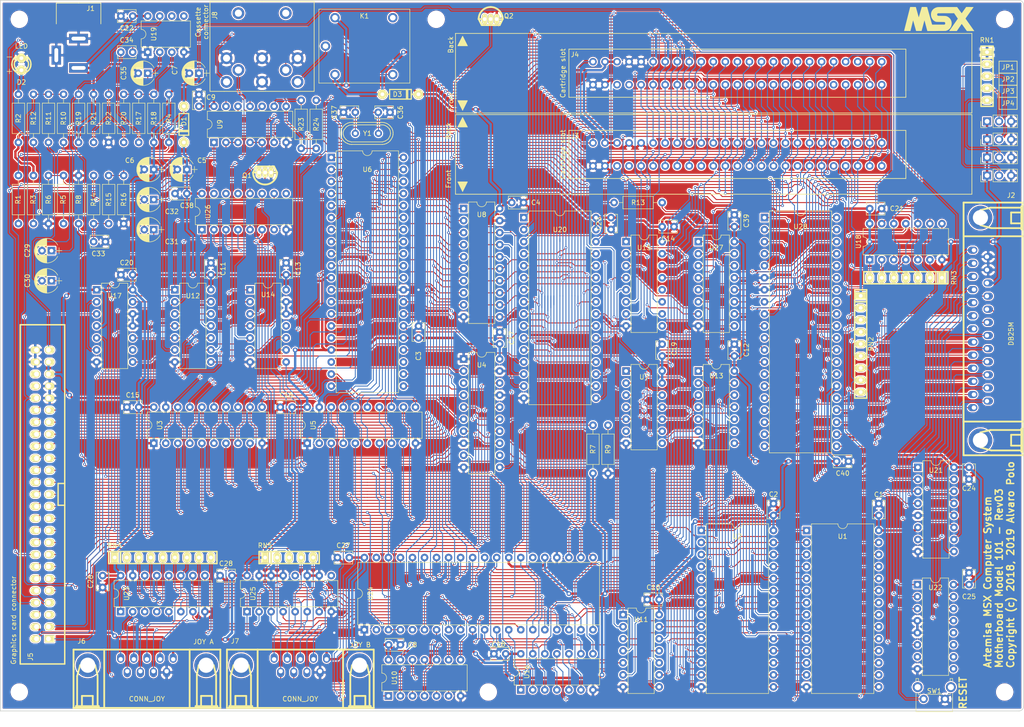
<source format=kicad_pcb>
(kicad_pcb (version 20171130) (host pcbnew "(5.1.9)-1")
  (layers (0 F.Cu signal) (31 B.Cu signal) (34 B.Paste user) (35 F.Paste user) (36 B.SilkS user) (37 F.SilkS user) (38 B.Mask user) (39 F.Mask user) (44 Edge.Cuts user))
  (net 0 "")
  (net 1 GND)
  (net 2 /~RESET)
  (net 3 /BEEP)
  (net 4 /~CS1)
  (net 5 /~CS2)
  (net 6 /~CS12)
  (net 7 /~SLTSL2)
  (net 8 /~RFSH)
  (net 9 /~EXTWAIT)
  (net 10 /~EXTINT)
  (net 11 /~M1)
  (net 12 /~IORQ)
  (net 13 /~MREQ)
  (net 14 /~WR)
  (net 15 /~RD)
  (net 16 /CPU/ADDR9)
  (net 17 /ADDR15)
  (net 18 /CPU/ADDR11)
  (net 19 /CPU/ADDR10)
  (net 20 /CPU/ADDR12)
  (net 21 /CPU/ADDR8)
  (net 22 /ADDR14)
  (net 23 /CPU/ADDR13)
  (net 24 /ADDR1)
  (net 25 /ADDR0)
  (net 26 /CPU/ADDR2)
  (net 27 /CPU/DATA1)
  (net 28 /CPU/DATA0)
  (net 29 /CPU/DATA3)
  (net 30 /CPU/DATA2)
  (net 31 /CPU/DATA5)
  (net 32 /CPU/DATA4)
  (net 33 /CPU/DATA7)
  (net 34 /CPU/DATA6)
  (net 35 /~SLTSL3)
  (net 36 "Net-(J3-Pad5)")
  (net 37 "Net-(J3-Pad10)")
  (net 38 "Net-(J3-Pad16)")
  (net 39 "Net-(J3-Pad44)")
  (net 40 "Net-(J3-Pad46)")
  (net 41 /PSG/JOYA3)
  (net 42 /PSG/JOYA4)
  (net 43 /PSG/JOYA2)
  (net 44 /PSG/JOYA1)
  (net 45 /PSG/JOYA6)
  (net 46 /PSG/JOYA7)
  (net 47 /PSG/IOB4)
  (net 48 /PSG/JOYB3)
  (net 49 /PSG/JOYB4)
  (net 50 /PSG/JOYB2)
  (net 51 /PSG/JOYB1)
  (net 52 /PSG/JOYB6)
  (net 53 /PSG/JOYB7)
  (net 54 /PSG/IOB5)
  (net 55 /AUDIO)
  (net 56 /~SLTSL1)
  (net 57 /CLK)
  (net 58 /CPU/A4)
  (net 59 /CPU/A0)
  (net 60 /CPU/A5)
  (net 61 /CPU/A1)
  (net 62 /CPU/A6)
  (net 63 /CPU/A2)
  (net 64 /CPU/A7)
  (net 65 /CPU/A3)
  (net 66 /CPU/A12)
  (net 67 /CPU/A8)
  (net 68 /CPU/A13)
  (net 69 /CPU/A9)
  (net 70 /CPU/A14)
  (net 71 /CPU/A10)
  (net 72 /CPU/A15)
  (net 73 /CPU/A11)
  (net 74 /CPU/D0)
  (net 75 /CPU/D1)
  (net 76 /CPU/D2)
  (net 77 /CPU/D3)
  (net 78 /CPU/D4)
  (net 79 /CPU/D5)
  (net 80 /CPU/D6)
  (net 81 /CPU/D7)
  (net 82 "Net-(U14-Pad11)")
  (net 83 "Net-(U15-Pad12)")
  (net 84 /PPI/PA3)
  (net 85 /KBD/KBCOL3)
  (net 86 /PPI/PA2)
  (net 87 /KBD/KBCOL4)
  (net 88 /PPI/PA1)
  (net 89 /KBD/KBCOL5)
  (net 90 /PPI/PA0)
  (net 91 /KBD/KBCOL6)
  (net 92 /KBD/KBCOL7)
  (net 93 /KBD/KBROW0)
  (net 94 /KBD/KBROW1)
  (net 95 /KBD/KBROW2)
  (net 96 /KBD/KBROW3)
  (net 97 /PPI/PA7)
  (net 98 /KBD/KBCOL0)
  (net 99 /PPI/PA6)
  (net 100 /KBD/KBCOL1)
  (net 101 /PPI/PA5)
  (net 102 /KBD/KBCOL2)
  (net 103 /PPI/PA4)
  (net 104 /~SLTSL0)
  (net 105 /KBD/~RSL0)
  (net 106 /KBD/~RSL1)
  (net 107 /KBD/~RSL2)
  (net 108 /KBD/~RSL3)
  (net 109 /KBD/~RSL4)
  (net 110 /KBD/~RSL5)
  (net 111 /KBD/~RSL6)
  (net 112 /KBD/~RSL7)
  (net 113 /KBD/~RSL8)
  (net 114 /KBD/~RSL9)
  (net 115 /KBD/~RSL10)
  (net 116 /PSG/IOB0)
  (net 117 /PSG/IOB3)
  (net 118 /PSG/IOB1)
  (net 119 /PSG/IOB2)
  (net 120 /PSG/IOA0)
  (net 121 /PSG/IOB6)
  (net 122 /PSG/IOA5)
  (net 123 /PSG/IOA4)
  (net 124 /PSG/IOA3)
  (net 125 /PSG/IOA2)
  (net 126 /PSG/IOA1)
  (net 127 /CASOUT)
  (net 128 /CASIN)
  (net 129 /SLOTS/~EXTINT2)
  (net 130 /SLOTS/~EXTWAIT2)
  (net 131 /SLOTS/~EXTINT3)
  (net 132 /SLOTS/~EXTWAIT3)
  (net 133 /SLOTS/~VDPINT)
  (net 134 /SLOTS/~VDPWAIT)
  (net 135 /EXTSOUND)
  (net 136 /RESET)
  (net 137 /PSGCLK)
  (net 138 /DATADIR)
  (net 139 /~PPIRD)
  (net 140 /~PPIWR)
  (net 141 /~SLTSLEN)
  (net 142 /~RAMSL1)
  (net 143 /~RAMSL0)
  (net 144 /DECODING/~PSGWR)
  (net 145 /DECODING/~PSGBDIR)
  (net 146 /PSGBDIR)
  (net 147 /PSGBC1)
  (net 148 /DECODING/~PSGRD)
  (net 149 /CPU/ADDR4)
  (net 150 /CPU/ADDR5)
  (net 151 /CPU/ADDR3)
  (net 152 /CPU/ADDR6)
  (net 153 /CPU/ADDR7)
  (net 154 /~VDPSL)
  (net 155 /DECODING/~PSGSL)
  (net 156 /DECODING/~PPISL)
  (net 157 /~PPIRDY)
  (net 158 ~)
  (net 159 "Net-(D2-Pad1)")
  (net 160 "Net-(Q1-Pad2)")
  (net 161 /~CAPSLOCK)
  (net 162 /KBD/~CAPSL)
  (net 163 "Net-(C7-Pad1)")
  (net 164 "Net-(C29-Pad2)")
  (net 165 "Net-(C30-Pad2)")
  (net 166 "Net-(C31-Pad2)")
  (net 167 "Net-(C33-Pad1)")
  (net 168 "Net-(C34-Pad1)")
  (net 169 "Net-(C35-Pad1)")
  (net 170 "Net-(C36-Pad1)")
  (net 171 "Net-(J4-Pad46)")
  (net 172 "Net-(J4-Pad44)")
  (net 173 "Net-(J4-Pad16)")
  (net 174 "Net-(J4-Pad10)")
  (net 175 "Net-(J4-Pad5)")
  (net 176 "Net-(J5-Pad5)")
  (net 177 "Net-(J5-Pad10)")
  (net 178 "Net-(J5-Pad46)")
  (net 179 "Net-(J5-Pad44)")
  (net 180 "Net-(J8-Pad4)")
  (net 181 "Net-(U4-Pad6)")
  (net 182 "Net-(U4-Pad15)")
  (net 183 "Net-(U4-Pad4)")
  (net 184 "Net-(U4-Pad13)")
  (net 185 "Net-(U4-Pad3)")
  (net 186 "Net-(U4-Pad12)")
  (net 187 "Net-(U4-Pad2)")
  (net 188 "Net-(U4-Pad11)")
  (net 189 "Net-(U6-Pad18)")
  (net 190 "Net-(U6-Pad24)")
  (net 191 "Net-(U6-Pad23)")
  (net 192 "Net-(U7-Pad6)")
  (net 193 "Net-(U7-Pad4)")
  (net 194 "Net-(U7-Pad8)")
  (net 195 "Net-(U9-Pad10)")
  (net 196 "Net-(U10-Pad6)")
  (net 197 "Net-(U10-Pad11)")
  (net 198 "Net-(U10-Pad4)")
  (net 199 "Net-(U10-Pad2)")
  (net 200 "Net-(U10-Pad8)")
  (net 201 "Net-(U11-Pad10)")
  (net 202 "Net-(U12-Pad3)")
  (net 203 "Net-(U13-Pad6)")
  (net 204 "Net-(U13-Pad3)")
  (net 205 "Net-(U15-Pad3)")
  (net 206 "Net-(U15-Pad2)")
  (net 207 "Net-(U15-Pad9)")
  (net 208 "Net-(U17-Pad2)")
  (net 209 "Net-(U17-Pad9)")
  (net 210 "Net-(U19-Pad6)")
  (net 211 "Net-(U19-Pad5)")
  (net 212 "Net-(U25-Pad9)")
  (net 213 "Net-(Q1-Pad1)")
  (net 214 "Net-(Q2-Pad2)")
  (net 215 "Net-(R1-Pad1)")
  (net 216 "Net-(D3-Pad1)")
  (net 217 "Net-(J8-Pad7)")
  (net 218 "Net-(J8-Pad6)")
  (net 219 "Net-(K1-Pad5)")
  (net 220 "Net-(R7-Pad2)")
  (net 221 /~CASMOTOR)
  (net 222 "Net-(R17-Pad2)")
  (net 223 "Net-(R23-Pad2)")
  (net 224 "Net-(JP1-Pad2)")
  (net 225 "Net-(JP2-Pad2)")
  (net 226 "Net-(JP3-Pad2)")
  (net 227 "Net-(JP4-Pad2)")
  (net 228 /KBD/~KANAL)
  (net 229 /~KANALOCK)
  (net 230 "Net-(C31-Pad1)")
  (net 231 "Net-(C32-Pad2)")
  (net 232 "Net-(C34-Pad2)")
  (net 233 "Net-(C37-Pad1)")
  (net 234 "Net-(U22-Pad7)")
  (net 235 "Net-(U22-Pad12)")
  (net 236 "Net-(U22-Pad11)")
  (net 237 "Net-(U22-Pad10)")
  (net 238 "Net-(U22-Pad9)")
  (net 239 "Net-(U24-Pad39)")
  (net 240 "Net-(U24-Pad26)")
  (net 241 "Net-(U24-Pad5)")
  (net 242 "Net-(U24-Pad2)")
  (net 243 "Net-(U25-Pad12)")
  (net 244 "Net-(U26-Pad15)")
  (net 245 "Net-(U26-Pad7)")
  (net 246 "Net-(U26-Pad14)")
  (net 247 "Net-(U26-Pad13)")
  (net 248 "Net-(U26-Pad9)")
  (net 249 "Net-(U18-Pad13)")
  (net 250 "Net-(U18-Pad3)")
  (module artemisa:Relay (layer F.Cu) (at 133.731 88.265)
    (fp_text reference K1 (at 0 -6.35) (layer F.SilkS))
    (fp_text value Relay)
    (pad 4 thru_hole circle (at 6 6) (size 2 2) (drill 1.2) (layers *.Cu *.Mask) (net 218 "Net-(J8-Pad6)"))
    (pad 5 thru_hole circle (at 6 -6) (size 2 2) (drill 1.2) (layers *.Cu *.Mask) (net 219 "Net-(K1-Pad5)"))
    (pad 2 thru_hole circle (at -6.2 6) (size 2 2) (drill 1.2) (layers *.Cu *.Mask) (net 216 "Net-(D3-Pad1)"))
    (pad 1 thru_hole circle (at -6.2 -6) (size 2 2) (drill 1.2) (layers *.Cu *.Mask) (net 158 ~))
    (pad 3 thru_hole circle (at -8.2 0) (size 2 2) (drill 1.2) (layers *.Cu *.Mask) (net 217 "Net-(J8-Pad7)"))
  )
  (module artemisa:Slot_conn (layer F.Cu) (at 212.471 93.98)
    (fp_text reference J4 (at -34.29 -3.925) (layer F.SilkS))
    (fp_text value MSX_Slot)
    (fp_text user Back (at -60.5 -6 90) (layer F.SilkS))
    (fp_text user Front (at -60.5 6 90) (layer F.SilkS))
    (fp_text user "Cartridge slot" (at -36.83 0 90) (layer F.SilkS))
    (pad 1 thru_hole circle (at 30.48 -2.425 270) (size 1.6 1.6) (drill 0.9) (layers *.Cu *.Mask) (net 4 /~CS1))
    (pad 2 thru_hole circle (at 30.48 2.425 270) (size 1.6 1.6) (drill 0.9) (layers *.Cu *.Mask) (net 5 /~CS2))
    (pad 3 thru_hole circle (at 27.94 -2.425 270) (size 1.6 1.6) (drill 0.9) (layers *.Cu *.Mask) (net 6 /~CS12))
    (pad 4 thru_hole circle (at 27.94 2.425 270) (size 1.6 1.6) (drill 0.9) (layers *.Cu *.Mask) (net 35 /~SLTSL3))
    (pad 5 thru_hole circle (at 25.4 -2.425 270) (size 1.6 1.6) (drill 0.9) (layers *.Cu *.Mask) (net 175 "Net-(J4-Pad5)"))
    (pad 6 thru_hole circle (at 25.4 2.425 270) (size 1.6 1.6) (drill 0.9) (layers *.Cu *.Mask) (net 8 /~RFSH))
    (pad 7 thru_hole circle (at 22.86 -2.425 270) (size 1.6 1.6) (drill 0.9) (layers *.Cu *.Mask) (net 132 /SLOTS/~EXTWAIT3))
    (pad 8 thru_hole circle (at 22.86 2.425 270) (size 1.6 1.6) (drill 0.9) (layers *.Cu *.Mask) (net 131 /SLOTS/~EXTINT3))
    (pad 9 thru_hole circle (at 20.32 -2.425 270) (size 1.6 1.6) (drill 0.9) (layers *.Cu *.Mask) (net 11 /~M1))
    (pad 10 thru_hole circle (at 20.32 2.425 270) (size 1.6 1.6) (drill 0.9) (layers *.Cu *.Mask) (net 174 "Net-(J4-Pad10)"))
    (pad 11 thru_hole circle (at 17.78 -2.425 270) (size 1.6 1.6) (drill 0.9) (layers *.Cu *.Mask) (net 12 /~IORQ))
    (pad 12 thru_hole circle (at 17.78 2.425 270) (size 1.6 1.6) (drill 0.9) (layers *.Cu *.Mask) (net 13 /~MREQ))
    (pad 13 thru_hole circle (at 15.24 -2.425 270) (size 1.6 1.6) (drill 0.9) (layers *.Cu *.Mask) (net 14 /~WR))
    (pad 14 thru_hole circle (at 15.24 2.425 270) (size 1.6 1.6) (drill 0.9) (layers *.Cu *.Mask) (net 15 /~RD))
    (pad 15 thru_hole circle (at 12.7 -2.425 270) (size 1.6 1.6) (drill 0.9) (layers *.Cu *.Mask) (net 2 /~RESET))
    (pad 16 thru_hole circle (at 12.7 2.425 270) (size 1.6 1.6) (drill 0.9) (layers *.Cu *.Mask) (net 173 "Net-(J4-Pad16)"))
    (pad 17 thru_hole circle (at 10.16 -2.425 270) (size 1.6 1.6) (drill 0.9) (layers *.Cu *.Mask) (net 16 /CPU/ADDR9))
    (pad 18 thru_hole circle (at 10.16 2.425 270) (size 1.6 1.6) (drill 0.9) (layers *.Cu *.Mask) (net 17 /ADDR15))
    (pad 19 thru_hole circle (at 7.62 -2.425 270) (size 1.6 1.6) (drill 0.9) (layers *.Cu *.Mask) (net 18 /CPU/ADDR11))
    (pad 20 thru_hole circle (at 7.62 2.425 270) (size 1.6 1.6) (drill 0.9) (layers *.Cu *.Mask) (net 19 /CPU/ADDR10))
    (pad 21 thru_hole circle (at 5.08 -2.425 270) (size 1.6 1.6) (drill 0.9) (layers *.Cu *.Mask) (net 153 /CPU/ADDR7))
    (pad 22 thru_hole circle (at 5.08 2.425 270) (size 1.6 1.6) (drill 0.9) (layers *.Cu *.Mask) (net 152 /CPU/ADDR6))
    (pad 23 thru_hole circle (at 2.54 -2.425 270) (size 1.6 1.6) (drill 0.9) (layers *.Cu *.Mask) (net 20 /CPU/ADDR12))
    (pad 24 thru_hole circle (at 2.54 2.425 270) (size 1.6 1.6) (drill 0.9) (layers *.Cu *.Mask) (net 21 /CPU/ADDR8))
    (pad 25 thru_hole circle (at 0 -2.425 270) (size 1.6 1.6) (drill 0.9) (layers *.Cu *.Mask) (net 22 /ADDR14))
    (pad 26 thru_hole circle (at 0 2.425 270) (size 1.6 1.6) (drill 0.9) (layers *.Cu *.Mask) (net 23 /CPU/ADDR13))
    (pad 27 thru_hole circle (at -2.54 -2.425 270) (size 1.6 1.6) (drill 0.9) (layers *.Cu *.Mask) (net 24 /ADDR1))
    (pad 28 thru_hole circle (at -2.54 2.425 270) (size 1.6 1.6) (drill 0.9) (layers *.Cu *.Mask) (net 25 /ADDR0))
    (pad 29 thru_hole circle (at -5.08 -2.425 270) (size 1.6 1.6) (drill 0.9) (layers *.Cu *.Mask) (net 151 /CPU/ADDR3))
    (pad 30 thru_hole circle (at -5.08 2.425 270) (size 1.6 1.6) (drill 0.9) (layers *.Cu *.Mask) (net 26 /CPU/ADDR2))
    (pad 31 thru_hole circle (at -7.62 -2.425 270) (size 1.6 1.6) (drill 0.9) (layers *.Cu *.Mask) (net 150 /CPU/ADDR5))
    (pad 32 thru_hole circle (at -7.62 2.425 270) (size 1.6 1.6) (drill 0.9) (layers *.Cu *.Mask) (net 149 /CPU/ADDR4))
    (pad 33 thru_hole circle (at -10.16 -2.425 270) (size 1.6 1.6) (drill 0.9) (layers *.Cu *.Mask) (net 27 /CPU/DATA1))
    (pad 34 thru_hole circle (at -10.16 2.425 270) (size 1.6 1.6) (drill 0.9) (layers *.Cu *.Mask) (net 28 /CPU/DATA0))
    (pad 35 thru_hole circle (at -12.7 -2.425 270) (size 1.6 1.6) (drill 0.9) (layers *.Cu *.Mask) (net 29 /CPU/DATA3))
    (pad 36 thru_hole circle (at -12.7 2.425 270) (size 1.6 1.6) (drill 0.9) (layers *.Cu *.Mask) (net 30 /CPU/DATA2))
    (pad 37 thru_hole circle (at -15.24 -2.425 270) (size 1.6 1.6) (drill 0.9) (layers *.Cu *.Mask) (net 31 /CPU/DATA5))
    (pad 38 thru_hole circle (at -15.24 2.425 270) (size 1.6 1.6) (drill 0.9) (layers *.Cu *.Mask) (net 32 /CPU/DATA4))
    (pad 39 thru_hole circle (at -17.78 -2.425 270) (size 1.6 1.6) (drill 0.9) (layers *.Cu *.Mask) (net 33 /CPU/DATA7))
    (pad 40 thru_hole circle (at -17.78 2.425 270) (size 1.6 1.6) (drill 0.9) (layers *.Cu *.Mask) (net 34 /CPU/DATA6))
    (pad 41 thru_hole circle (at -20.32 -2.425 270) (size 1.6 1.6) (drill 0.9) (layers *.Cu *.Mask) (net 1 GND))
    (pad 42 thru_hole circle (at -20.32 2.425 270) (size 1.6 1.6) (drill 0.9) (layers *.Cu *.Mask) (net 57 /CLK))
    (pad 43 thru_hole circle (at -22.86 -2.425 270) (size 1.6 1.6) (drill 0.9) (layers *.Cu *.Mask) (net 1 GND))
    (pad 44 thru_hole circle (at -22.86 2.425 270) (size 1.6 1.6) (drill 0.9) (layers *.Cu *.Mask) (net 172 "Net-(J4-Pad44)"))
    (pad 45 thru_hole circle (at -25.4 -2.425 270) (size 1.6 1.6) (drill 0.9) (layers *.Cu *.Mask) (net 158 ~))
    (pad 46 thru_hole circle (at -25.4 2.425 270) (size 1.6 1.6) (drill 0.9) (layers *.Cu *.Mask) (net 171 "Net-(J4-Pad46)"))
    (pad 47 thru_hole circle (at -27.94 -2.425 270) (size 1.6 1.6) (drill 0.9) (layers *.Cu *.Mask) (net 158 ~))
    (pad 48 thru_hole circle (at -27.94 2.425 270) (size 1.6 1.6) (drill 0.9) (layers *.Cu *.Mask) (net 1 GND))
    (pad 49 thru_hole circle (at -30.48 -2.425 270) (size 1.6 1.6) (drill 0.9) (layers *.Cu *.Mask) (net 135 /EXTSOUND))
    (pad 50 thru_hole circle (at -30.48 2.425 270) (size 1.6 1.6) (drill 0.9) (layers *.Cu *.Mask) (net 1 GND))
  )
  (module artemisa:Slot_conn (layer F.Cu) (at 212.471 111.125)
    (fp_text reference J3 (at -34.29 -3.925) (layer F.SilkS))
    (fp_text value MSX_Slot)
    (fp_text user Back (at -60.96 -4.965 90) (layer F.SilkS))
    (fp_text user Front (at -60.96 5.195 90) (layer F.SilkS))
    (fp_text user "Cartridge slot" (at -36.83 0 90) (layer F.SilkS))
    (pad 1 thru_hole circle (at 30.48 -2.425 270) (size 1.6 1.6) (drill 0.9) (layers *.Cu *.Mask) (net 4 /~CS1))
    (pad 2 thru_hole circle (at 30.48 2.425 270) (size 1.6 1.6) (drill 0.9) (layers *.Cu *.Mask) (net 5 /~CS2))
    (pad 3 thru_hole circle (at 27.94 -2.425 270) (size 1.6 1.6) (drill 0.9) (layers *.Cu *.Mask) (net 6 /~CS12))
    (pad 4 thru_hole circle (at 27.94 2.425 270) (size 1.6 1.6) (drill 0.9) (layers *.Cu *.Mask) (net 7 /~SLTSL2))
    (pad 5 thru_hole circle (at 25.4 -2.425 270) (size 1.6 1.6) (drill 0.9) (layers *.Cu *.Mask) (net 36 "Net-(J3-Pad5)"))
    (pad 6 thru_hole circle (at 25.4 2.425 270) (size 1.6 1.6) (drill 0.9) (layers *.Cu *.Mask) (net 8 /~RFSH))
    (pad 7 thru_hole circle (at 22.86 -2.425 270) (size 1.6 1.6) (drill 0.9) (layers *.Cu *.Mask) (net 130 /SLOTS/~EXTWAIT2))
    (pad 8 thru_hole circle (at 22.86 2.425 270) (size 1.6 1.6) (drill 0.9) (layers *.Cu *.Mask) (net 129 /SLOTS/~EXTINT2))
    (pad 9 thru_hole circle (at 20.32 -2.425 270) (size 1.6 1.6) (drill 0.9) (layers *.Cu *.Mask) (net 11 /~M1))
    (pad 10 thru_hole circle (at 20.32 2.425 270) (size 1.6 1.6) (drill 0.9) (layers *.Cu *.Mask) (net 37 "Net-(J3-Pad10)"))
    (pad 11 thru_hole circle (at 17.78 -2.425 270) (size 1.6 1.6) (drill 0.9) (layers *.Cu *.Mask) (net 12 /~IORQ))
    (pad 12 thru_hole circle (at 17.78 2.425 270) (size 1.6 1.6) (drill 0.9) (layers *.Cu *.Mask) (net 13 /~MREQ))
    (pad 13 thru_hole circle (at 15.24 -2.425 270) (size 1.6 1.6) (drill 0.9) (layers *.Cu *.Mask) (net 14 /~WR))
    (pad 14 thru_hole circle (at 15.24 2.425 270) (size 1.6 1.6) (drill 0.9) (layers *.Cu *.Mask) (net 15 /~RD))
    (pad 15 thru_hole circle (at 12.7 -2.425 270) (size 1.6 1.6) (drill 0.9) (layers *.Cu *.Mask) (net 2 /~RESET))
    (pad 16 thru_hole circle (at 12.7 2.425 270) (size 1.6 1.6) (drill 0.9) (layers *.Cu *.Mask) (net 38 "Net-(J3-Pad16)"))
    (pad 17 thru_hole circle (at 10.16 -2.425 270) (size 1.6 1.6) (drill 0.9) (layers *.Cu *.Mask) (net 16 /CPU/ADDR9))
    (pad 18 thru_hole circle (at 10.16 2.425 270) (size 1.6 1.6) (drill 0.9) (layers *.Cu *.Mask) (net 17 /ADDR15))
    (pad 19 thru_hole circle (at 7.62 -2.425 270) (size 1.6 1.6) (drill 0.9) (layers *.Cu *.Mask) (net 18 /CPU/ADDR11))
    (pad 20 thru_hole circle (at 7.62 2.425 270) (size 1.6 1.6) (drill 0.9) (layers *.Cu *.Mask) (net 19 /CPU/ADDR10))
    (pad 21 thru_hole circle (at 5.08 -2.425 270) (size 1.6 1.6) (drill 0.9) (layers *.Cu *.Mask) (net 153 /CPU/ADDR7))
    (pad 22 thru_hole circle (at 5.08 2.425 270) (size 1.6 1.6) (drill 0.9) (layers *.Cu *.Mask) (net 152 /CPU/ADDR6))
    (pad 23 thru_hole circle (at 2.54 -2.425 270) (size 1.6 1.6) (drill 0.9) (layers *.Cu *.Mask) (net 20 /CPU/ADDR12))
    (pad 24 thru_hole circle (at 2.54 2.425 270) (size 1.6 1.6) (drill 0.9) (layers *.Cu *.Mask) (net 21 /CPU/ADDR8))
    (pad 25 thru_hole circle (at 0 -2.425 270) (size 1.6 1.6) (drill 0.9) (layers *.Cu *.Mask) (net 22 /ADDR14))
    (pad 26 thru_hole circle (at 0 2.425 270) (size 1.6 1.6) (drill 0.9) (layers *.Cu *.Mask) (net 23 /CPU/ADDR13))
    (pad 27 thru_hole circle (at -2.54 -2.425 270) (size 1.6 1.6) (drill 0.9) (layers *.Cu *.Mask) (net 24 /ADDR1))
    (pad 28 thru_hole circle (at -2.54 2.425 270) (size 1.6 1.6) (drill 0.9) (layers *.Cu *.Mask) (net 25 /ADDR0))
    (pad 29 thru_hole circle (at -5.08 -2.425 270) (size 1.6 1.6) (drill 0.9) (layers *.Cu *.Mask) (net 151 /CPU/ADDR3))
    (pad 30 thru_hole circle (at -5.08 2.425 270) (size 1.6 1.6) (drill 0.9) (layers *.Cu *.Mask) (net 26 /CPU/ADDR2))
    (pad 31 thru_hole circle (at -7.62 -2.425 270) (size 1.6 1.6) (drill 0.9) (layers *.Cu *.Mask) (net 150 /CPU/ADDR5))
    (pad 32 thru_hole circle (at -7.62 2.425 270) (size 1.6 1.6) (drill 0.9) (layers *.Cu *.Mask) (net 149 /CPU/ADDR4))
    (pad 33 thru_hole circle (at -10.16 -2.425 270) (size 1.6 1.6) (drill 0.9) (layers *.Cu *.Mask) (net 27 /CPU/DATA1))
    (pad 34 thru_hole circle (at -10.16 2.425 270) (size 1.6 1.6) (drill 0.9) (layers *.Cu *.Mask) (net 28 /CPU/DATA0))
    (pad 35 thru_hole circle (at -12.7 -2.425 270) (size 1.6 1.6) (drill 0.9) (layers *.Cu *.Mask) (net 29 /CPU/DATA3))
    (pad 36 thru_hole circle (at -12.7 2.425 270) (size 1.6 1.6) (drill 0.9) (layers *.Cu *.Mask) (net 30 /CPU/DATA2))
    (pad 37 thru_hole circle (at -15.24 -2.425 270) (size 1.6 1.6) (drill 0.9) (layers *.Cu *.Mask) (net 31 /CPU/DATA5))
    (pad 38 thru_hole circle (at -15.24 2.425 270) (size 1.6 1.6) (drill 0.9) (layers *.Cu *.Mask) (net 32 /CPU/DATA4))
    (pad 39 thru_hole circle (at -17.78 -2.425 270) (size 1.6 1.6) (drill 0.9) (layers *.Cu *.Mask) (net 33 /CPU/DATA7))
    (pad 40 thru_hole circle (at -17.78 2.425 270) (size 1.6 1.6) (drill 0.9) (layers *.Cu *.Mask) (net 34 /CPU/DATA6))
    (pad 41 thru_hole circle (at -20.32 -2.425 270) (size 1.6 1.6) (drill 0.9) (layers *.Cu *.Mask) (net 1 GND))
    (pad 42 thru_hole circle (at -20.32 2.425 270) (size 1.6 1.6) (drill 0.9) (layers *.Cu *.Mask) (net 57 /CLK))
    (pad 43 thru_hole circle (at -22.86 -2.425 270) (size 1.6 1.6) (drill 0.9) (layers *.Cu *.Mask) (net 1 GND))
    (pad 44 thru_hole circle (at -22.86 2.425 270) (size 1.6 1.6) (drill 0.9) (layers *.Cu *.Mask) (net 39 "Net-(J3-Pad44)"))
    (pad 45 thru_hole circle (at -25.4 -2.425 270) (size 1.6 1.6) (drill 0.9) (layers *.Cu *.Mask) (net 158 ~))
    (pad 46 thru_hole circle (at -25.4 2.425 270) (size 1.6 1.6) (drill 0.9) (layers *.Cu *.Mask) (net 40 "Net-(J3-Pad46)"))
    (pad 47 thru_hole circle (at -27.94 -2.425 270) (size 1.6 1.6) (drill 0.9) (layers *.Cu *.Mask) (net 158 ~))
    (pad 48 thru_hole circle (at -27.94 2.425 270) (size 1.6 1.6) (drill 0.9) (layers *.Cu *.Mask) (net 1 GND))
    (pad 49 thru_hole circle (at -30.48 -2.425 270) (size 1.6 1.6) (drill 0.9) (layers *.Cu *.Mask) (net 135 /EXTSOUND))
    (pad 50 thru_hole circle (at -30.48 2.425 270) (size 1.6 1.6) (drill 0.9) (layers *.Cu *.Mask) (net 1 GND))
  )
  (module artemisa:DIP-14_300 (layer F.Cu) (at 240.411 133.35 90)
    (fp_text reference U18 (at 3.81 -2.39 90) (layer F.SilkS))
    (fp_text value 74HCT08)
    (pad 14 thru_hole oval (at 7.62 0 90) (size 1.6 1.6) (drill 0.8) (layers *.Cu *.Mask) (net 158 ~))
    (pad 7 thru_hole oval (at 0 15.24 90) (size 1.6 1.6) (drill 0.8) (layers *.Cu *.Mask) (net 1 GND))
    (pad 13 thru_hole oval (at 7.62 2.54 90) (size 1.6 1.6) (drill 0.8) (layers *.Cu *.Mask) (net 249 "Net-(U18-Pad13)"))
    (pad 6 thru_hole oval (at 0 12.7 90) (size 1.6 1.6) (drill 0.8) (layers *.Cu *.Mask) (net 9 /~EXTWAIT))
    (pad 12 thru_hole oval (at 7.62 5.08 90) (size 1.6 1.6) (drill 0.8) (layers *.Cu *.Mask) (net 133 /SLOTS/~VDPINT))
    (pad 5 thru_hole oval (at 0 10.16 90) (size 1.6 1.6) (drill 0.8) (layers *.Cu *.Mask) (net 250 "Net-(U18-Pad3)"))
    (pad 11 thru_hole oval (at 7.62 7.62 90) (size 1.6 1.6) (drill 0.8) (layers *.Cu *.Mask) (net 10 /~EXTINT))
    (pad 4 thru_hole oval (at 0 7.62 90) (size 1.6 1.6) (drill 0.8) (layers *.Cu *.Mask) (net 134 /SLOTS/~VDPWAIT))
    (pad 10 thru_hole oval (at 7.62 10.16 90) (size 1.6 1.6) (drill 0.8) (layers *.Cu *.Mask) (net 129 /SLOTS/~EXTINT2))
    (pad 3 thru_hole oval (at 0 5.08 90) (size 1.6 1.6) (drill 0.8) (layers *.Cu *.Mask) (net 250 "Net-(U18-Pad3)"))
    (pad 9 thru_hole oval (at 7.62 12.7 90) (size 1.6 1.6) (drill 0.8) (layers *.Cu *.Mask) (net 131 /SLOTS/~EXTINT3))
    (pad 2 thru_hole oval (at 0 2.54 90) (size 1.6 1.6) (drill 0.8) (layers *.Cu *.Mask) (net 130 /SLOTS/~EXTWAIT2))
    (pad 8 thru_hole oval (at 7.62 15.24 90) (size 1.6 1.6) (drill 0.8) (layers *.Cu *.Mask) (net 249 "Net-(U18-Pad13)"))
    (pad 1 thru_hole rect (at 0 0 90) (size 1.6 1.6) (drill 0.8) (layers *.Cu *.Mask) (net 132 /SLOTS/~EXTWAIT3))
  )
  (module artemisa:DIP-16_300 (layer F.Cu) (at 250.473 201.93)
    (fp_text reference U22 (at 3.81 0.635) (layer F.SilkS))
    (fp_text value 74HC138)
    (pad 16 thru_hole oval (at 7.62 0) (size 1.6 1.6) (drill 0.8) (layers *.Cu *.Mask) (net 158 ~))
    (pad 8 thru_hole oval (at 0 17.78) (size 1.6 1.6) (drill 0.8) (layers *.Cu *.Mask) (net 1 GND))
    (pad 15 thru_hole oval (at 7.62 2.54) (size 1.6 1.6) (drill 0.8) (layers *.Cu *.Mask) (net 113 /KBD/~RSL8))
    (pad 7 thru_hole oval (at 0 15.24) (size 1.6 1.6) (drill 0.8) (layers *.Cu *.Mask) (net 234 "Net-(U22-Pad7)"))
    (pad 14 thru_hole oval (at 7.62 5.08) (size 1.6 1.6) (drill 0.8) (layers *.Cu *.Mask) (net 114 /KBD/~RSL9))
    (pad 6 thru_hole oval (at 0 12.7) (size 1.6 1.6) (drill 0.8) (layers *.Cu *.Mask) (net 96 /KBD/KBROW3))
    (pad 13 thru_hole oval (at 7.62 7.62) (size 1.6 1.6) (drill 0.8) (layers *.Cu *.Mask) (net 115 /KBD/~RSL10))
    (pad 5 thru_hole oval (at 0 10.16) (size 1.6 1.6) (drill 0.8) (layers *.Cu *.Mask) (net 1 GND))
    (pad 12 thru_hole oval (at 7.62 10.16) (size 1.6 1.6) (drill 0.8) (layers *.Cu *.Mask) (net 235 "Net-(U22-Pad12)"))
    (pad 4 thru_hole oval (at 0 7.62) (size 1.6 1.6) (drill 0.8) (layers *.Cu *.Mask) (net 1 GND))
    (pad 11 thru_hole oval (at 7.62 12.7) (size 1.6 1.6) (drill 0.8) (layers *.Cu *.Mask) (net 236 "Net-(U22-Pad11)"))
    (pad 3 thru_hole oval (at 0 5.08) (size 1.6 1.6) (drill 0.8) (layers *.Cu *.Mask) (net 95 /KBD/KBROW2))
    (pad 10 thru_hole oval (at 7.62 15.24) (size 1.6 1.6) (drill 0.8) (layers *.Cu *.Mask) (net 237 "Net-(U22-Pad10)"))
    (pad 2 thru_hole oval (at 0 2.54) (size 1.6 1.6) (drill 0.8) (layers *.Cu *.Mask) (net 94 /KBD/KBROW1))
    (pad 9 thru_hole oval (at 7.62 17.78) (size 1.6 1.6) (drill 0.8) (layers *.Cu *.Mask) (net 238 "Net-(U22-Pad9)"))
    (pad 1 thru_hole rect (at 0 0) (size 1.6 1.6) (drill 0.8) (layers *.Cu *.Mask) (net 93 /KBD/KBROW0))
  )
  (module artemisa:DIP-16_300 (layer F.Cu) (at 250.571 177.165)
    (fp_text reference U21 (at 3.81 0.635) (layer F.SilkS))
    (fp_text value 74HC138)
    (pad 16 thru_hole oval (at 7.62 0) (size 1.6 1.6) (drill 0.8) (layers *.Cu *.Mask) (net 158 ~))
    (pad 8 thru_hole oval (at 0 17.78) (size 1.6 1.6) (drill 0.8) (layers *.Cu *.Mask) (net 1 GND))
    (pad 15 thru_hole oval (at 7.62 2.54) (size 1.6 1.6) (drill 0.8) (layers *.Cu *.Mask) (net 105 /KBD/~RSL0))
    (pad 7 thru_hole oval (at 0 15.24) (size 1.6 1.6) (drill 0.8) (layers *.Cu *.Mask) (net 112 /KBD/~RSL7))
    (pad 14 thru_hole oval (at 7.62 5.08) (size 1.6 1.6) (drill 0.8) (layers *.Cu *.Mask) (net 106 /KBD/~RSL1))
    (pad 6 thru_hole oval (at 0 12.7) (size 1.6 1.6) (drill 0.8) (layers *.Cu *.Mask) (net 158 ~))
    (pad 13 thru_hole oval (at 7.62 7.62) (size 1.6 1.6) (drill 0.8) (layers *.Cu *.Mask) (net 107 /KBD/~RSL2))
    (pad 5 thru_hole oval (at 0 10.16) (size 1.6 1.6) (drill 0.8) (layers *.Cu *.Mask) (net 1 GND))
    (pad 12 thru_hole oval (at 7.62 10.16) (size 1.6 1.6) (drill 0.8) (layers *.Cu *.Mask) (net 108 /KBD/~RSL3))
    (pad 4 thru_hole oval (at 0 7.62) (size 1.6 1.6) (drill 0.8) (layers *.Cu *.Mask) (net 96 /KBD/KBROW3))
    (pad 11 thru_hole oval (at 7.62 12.7) (size 1.6 1.6) (drill 0.8) (layers *.Cu *.Mask) (net 109 /KBD/~RSL4))
    (pad 3 thru_hole oval (at 0 5.08) (size 1.6 1.6) (drill 0.8) (layers *.Cu *.Mask) (net 95 /KBD/KBROW2))
    (pad 10 thru_hole oval (at 7.62 15.24) (size 1.6 1.6) (drill 0.8) (layers *.Cu *.Mask) (net 110 /KBD/~RSL5))
    (pad 2 thru_hole oval (at 0 2.54) (size 1.6 1.6) (drill 0.8) (layers *.Cu *.Mask) (net 94 /KBD/KBROW1))
    (pad 9 thru_hole oval (at 7.62 17.78) (size 1.6 1.6) (drill 0.8) (layers *.Cu *.Mask) (net 111 /KBD/~RSL6))
    (pad 1 thru_hole rect (at 0 0) (size 1.6 1.6) (drill 0.8) (layers *.Cu *.Mask) (net 93 /KBD/KBROW0))
  )
  (module artemisa:Disc_capacitor (layer F.Cu) (at 261.366 201.93 90)
    (fp_text reference C25 (at -2.54 0 180) (layer F.SilkS))
    (fp_text value 100nF)
    (pad 2 thru_hole circle (at 2.5 0 90) (size 1.6 1.6) (drill 0.8) (layers *.Cu *.Mask) (net 1 GND))
    (pad 1 thru_hole circle (at 0 0 90) (size 1.6 1.6) (drill 0.8) (layers *.Cu *.Mask) (net 158 ~))
  )
  (module artemisa:Push_button_angled (layer F.Cu) (at 256.286 226.06 180)
    (fp_text reference SW1 (at 2.25 1.68 180) (layer F.SilkS))
    (fp_text value Push_button)
    (pad "" thru_hole circle (at -1.25 2.49 180) (size 2.1 2.1) (drill 1.3) (layers *.Cu *.Mask))
    (pad 1 thru_hole circle (at 0 0 180) (size 1.75 1.75) (drill 0.99) (layers *.Cu *.Mask) (net 1 GND))
    (pad 2 thru_hole circle (at 4.5 0 180) (size 1.75 1.75) (drill 0.99) (layers *.Cu *.Mask) (net 163 "Net-(C7-Pad1)"))
    (pad "" thru_hole circle (at 5.76 2.49 180) (size 2.1 2.1) (drill 1.3) (layers *.Cu *.Mask))
  )
  (module artemisa:DIP-28_600 (layer F.Cu) (at 204.851 190.5)
    (fp_text reference U2 (at 7.62 1.27) (layer F.SilkS))
    (fp_text value 62256)
    (pad 28 thru_hole oval (at 15.24 0) (size 1.6 1.6) (drill 0.8) (layers *.Cu *.Mask) (net 158 ~))
    (pad 14 thru_hole oval (at 0 33.02) (size 1.6 1.6) (drill 0.8) (layers *.Cu *.Mask) (net 1 GND))
    (pad 27 thru_hole oval (at 15.24 2.54) (size 1.6 1.6) (drill 0.8) (layers *.Cu *.Mask) (net 14 /~WR))
    (pad 13 thru_hole oval (at 0 30.48) (size 1.6 1.6) (drill 0.8) (layers *.Cu *.Mask) (net 30 /CPU/DATA2))
    (pad 26 thru_hole oval (at 15.24 5.08) (size 1.6 1.6) (drill 0.8) (layers *.Cu *.Mask) (net 23 /CPU/ADDR13))
    (pad 12 thru_hole oval (at 0 27.94) (size 1.6 1.6) (drill 0.8) (layers *.Cu *.Mask) (net 27 /CPU/DATA1))
    (pad 25 thru_hole oval (at 15.24 7.62) (size 1.6 1.6) (drill 0.8) (layers *.Cu *.Mask) (net 21 /CPU/ADDR8))
    (pad 11 thru_hole oval (at 0 25.4) (size 1.6 1.6) (drill 0.8) (layers *.Cu *.Mask) (net 28 /CPU/DATA0))
    (pad 24 thru_hole oval (at 15.24 10.16) (size 1.6 1.6) (drill 0.8) (layers *.Cu *.Mask) (net 16 /CPU/ADDR9))
    (pad 10 thru_hole oval (at 0 22.86) (size 1.6 1.6) (drill 0.8) (layers *.Cu *.Mask) (net 25 /ADDR0))
    (pad 23 thru_hole oval (at 15.24 12.7) (size 1.6 1.6) (drill 0.8) (layers *.Cu *.Mask) (net 18 /CPU/ADDR11))
    (pad 9 thru_hole oval (at 0 20.32) (size 1.6 1.6) (drill 0.8) (layers *.Cu *.Mask) (net 24 /ADDR1))
    (pad 22 thru_hole oval (at 15.24 15.24) (size 1.6 1.6) (drill 0.8) (layers *.Cu *.Mask) (net 15 /~RD))
    (pad 8 thru_hole oval (at 0 17.78) (size 1.6 1.6) (drill 0.8) (layers *.Cu *.Mask) (net 26 /CPU/ADDR2))
    (pad 21 thru_hole oval (at 15.24 17.78) (size 1.6 1.6) (drill 0.8) (layers *.Cu *.Mask) (net 19 /CPU/ADDR10))
    (pad 7 thru_hole oval (at 0 15.24) (size 1.6 1.6) (drill 0.8) (layers *.Cu *.Mask) (net 151 /CPU/ADDR3))
    (pad 20 thru_hole oval (at 15.24 20.32) (size 1.6 1.6) (drill 0.8) (layers *.Cu *.Mask) (net 142 /~RAMSL1))
    (pad 6 thru_hole oval (at 0 12.7) (size 1.6 1.6) (drill 0.8) (layers *.Cu *.Mask) (net 149 /CPU/ADDR4))
    (pad 19 thru_hole oval (at 15.24 22.86) (size 1.6 1.6) (drill 0.8) (layers *.Cu *.Mask) (net 33 /CPU/DATA7))
    (pad 5 thru_hole oval (at 0 10.16) (size 1.6 1.6) (drill 0.8) (layers *.Cu *.Mask) (net 150 /CPU/ADDR5))
    (pad 18 thru_hole oval (at 15.24 25.4) (size 1.6 1.6) (drill 0.8) (layers *.Cu *.Mask) (net 34 /CPU/DATA6))
    (pad 4 thru_hole oval (at 0 7.62) (size 1.6 1.6) (drill 0.8) (layers *.Cu *.Mask) (net 152 /CPU/ADDR6))
    (pad 17 thru_hole oval (at 15.24 27.94) (size 1.6 1.6) (drill 0.8) (layers *.Cu *.Mask) (net 31 /CPU/DATA5))
    (pad 3 thru_hole oval (at 0 5.08) (size 1.6 1.6) (drill 0.8) (layers *.Cu *.Mask) (net 153 /CPU/ADDR7))
    (pad 16 thru_hole oval (at 15.24 30.48) (size 1.6 1.6) (drill 0.8) (layers *.Cu *.Mask) (net 32 /CPU/DATA4))
    (pad 2 thru_hole oval (at 0 2.54) (size 1.6 1.6) (drill 0.8) (layers *.Cu *.Mask) (net 20 /CPU/ADDR12))
    (pad 15 thru_hole oval (at 15.24 33.02) (size 1.6 1.6) (drill 0.8) (layers *.Cu *.Mask) (net 29 /CPU/DATA3))
    (pad 1 thru_hole rect (at 0 0) (size 1.6 1.6) (drill 0.8) (layers *.Cu *.Mask) (net 22 /ADDR14))
  )
  (module artemisa:Jumper (layer F.Cu) (at 265.176 115.57 90)
    (fp_text reference JP4 (at 15.24 4.445 180) (layer F.SilkS))
    (fp_text value Jumper)
    (pad 3 thru_hole oval (at 0 5.08 90) (size 1.7 1.7) (drill 1) (layers *.Cu *.Mask) (net 1 GND))
    (pad 2 thru_hole oval (at 0 2.54 90) (size 1.7 1.7) (drill 1) (layers *.Cu *.Mask) (net 227 "Net-(JP4-Pad2)"))
    (pad 1 thru_hole rect (at 0 0 90) (size 1.7 1.7) (drill 1) (layers *.Cu *.Mask) (net 158 ~))
  )
  (module artemisa:Jumper (layer F.Cu) (at 265.176 111.76 90)
    (fp_text reference JP3 (at 13.97 4.445 180) (layer F.SilkS))
    (fp_text value Jumper)
    (pad 3 thru_hole oval (at 0 5.08 90) (size 1.7 1.7) (drill 1) (layers *.Cu *.Mask) (net 1 GND))
    (pad 2 thru_hole oval (at 0 2.54 90) (size 1.7 1.7) (drill 1) (layers *.Cu *.Mask) (net 226 "Net-(JP3-Pad2)"))
    (pad 1 thru_hole rect (at 0 0 90) (size 1.7 1.7) (drill 1) (layers *.Cu *.Mask) (net 158 ~))
  )
  (module artemisa:Jumper (layer F.Cu) (at 265.176 107.95 90)
    (fp_text reference JP2 (at 12.7 4.445 180) (layer F.SilkS))
    (fp_text value Jumper)
    (pad 3 thru_hole oval (at 0 5.08 90) (size 1.7 1.7) (drill 1) (layers *.Cu *.Mask) (net 1 GND))
    (pad 2 thru_hole oval (at 0 2.54 90) (size 1.7 1.7) (drill 1) (layers *.Cu *.Mask) (net 225 "Net-(JP2-Pad2)"))
    (pad 1 thru_hole rect (at 0 0 90) (size 1.7 1.7) (drill 1) (layers *.Cu *.Mask) (net 158 ~))
  )
  (module artemisa:Jumper (layer F.Cu) (at 265.176 104.14 90)
    (fp_text reference JP1 (at 11.43 4.445) (layer F.SilkS))
    (fp_text value Jumper)
    (pad 3 thru_hole oval (at 0 5.08 90) (size 1.7 1.7) (drill 1) (layers *.Cu *.Mask) (net 1 GND))
    (pad 2 thru_hole oval (at 0 2.54 90) (size 1.7 1.7) (drill 1) (layers *.Cu *.Mask) (net 224 "Net-(JP1-Pad2)"))
    (pad 1 thru_hole rect (at 0 0 90) (size 1.7 1.7) (drill 1) (layers *.Cu *.Mask) (net 158 ~))
  )
  (module artemisa:RN4 (layer F.Cu) (at 265.176 94.615 270)
    (fp_text reference RN1 (at -7.62 0) (layer F.SilkS))
    (fp_text value 10K hide)
    (pad 5 thru_hole oval (at 5.08 0 270) (size 1.524 2.19964) (drill 0.8001) (layers *.Cu *.Mask F.SilkS) (net 226 "Net-(JP3-Pad2)"))
    (pad 4 thru_hole oval (at 2.54 0 270) (size 1.524 2.19964) (drill 0.8001) (layers *.Cu *.Mask F.SilkS) (net 224 "Net-(JP1-Pad2)"))
    (pad 3 thru_hole oval (at 0 0 270) (size 1.524 2.19964) (drill 0.8001) (layers *.Cu *.Mask F.SilkS) (net 225 "Net-(JP2-Pad2)"))
    (pad 2 thru_hole oval (at -2.54 0 270) (size 1.524 2.19964) (drill 0.8001) (layers *.Cu *.Mask F.SilkS) (net 227 "Net-(JP4-Pad2)"))
    (pad 1 thru_hole rect (at -5.08 0 270) (size 1.524 2.19964) (drill 0.8001) (layers *.Cu *.Mask F.SilkS) (net 1 GND))
  )
  (module artemisa:TO92 (layer F.Cu) (at 160.401 82.55)
    (fp_text reference Q2 (at 3.81 -0.635) (layer F.SilkS))
    (fp_text value 2N2907)
    (pad 3 thru_hole oval (at -1.27 0) (size 1.1 2.2) (drill 0.8) (layers *.Cu *.Mask F.SilkS) (net 216 "Net-(D3-Pad1)"))
    (pad 2 thru_hole oval (at 0 0) (size 1.1 2.2) (drill 0.8) (layers *.Cu *.Mask F.SilkS) (net 214 "Net-(Q2-Pad2)"))
    (pad 1 thru_hole oval (at 1.27 0) (size 1.1 2.2) (drill 0.8) (layers *.Cu *.Mask F.SilkS) (net 1 GND))
  )
  (module artemisa:Axial_resistor (layer F.Cu) (at 186.436 121.285)
    (fp_text reference R13 (at 5.08 0) (layer F.SilkS))
    (fp_text value 2k2)
    (pad 2 thru_hole oval (at 10.16 0) (size 1.6 1.6) (drill 0.8) (layers *.Cu *.Mask) (net 221 /~CASMOTOR))
    (pad 1 thru_hole circle (at 0 0) (size 1.6 1.6) (drill 0.8) (layers *.Cu *.Mask) (net 214 "Net-(Q2-Pad2)"))
  )
  (module artemisa:Axial_diode (layer F.Cu) (at 141.351 98.425)
    (fp_text reference D3 (at -0.635 0) (layer F.SilkS))
    (fp_text value 1N4448)
    (pad 2 thru_hole circle (at 3.81 0) (size 1.99898 1.99898) (drill 0.8001) (layers *.Cu *.Mask F.SilkS) (net 158 ~))
    (pad 1 thru_hole circle (at -3.81 0) (size 1.99898 1.99898) (drill 0.8001) (layers *.Cu *.Mask F.SilkS) (net 216 "Net-(D3-Pad1)"))
  )
  (module artemisa:Joystick_conn (layer F.Cu) (at 120.22074 226.06)
    (fp_text reference J7 (at -13.79474 -12.192) (layer F.SilkS))
    (fp_text value CONN_JOY (at 0 0) (layer F.SilkS))
    (pad "" thru_hole circle (at -12.49426 -7.112) (size 5.00126 5.00126) (drill 3.2004) (layers *.Cu *.Mask))
    (pad 9 thru_hole oval (at 4.15544 -5.842) (size 1.50114 1.99898) (drill 0.89916 (offset 0 0.24892)) (layers *.Cu *.Mask) (net 1 GND))
    (pad 8 thru_hole oval (at 1.3843 -5.842) (size 1.50114 1.99898) (drill 0.89916 (offset 0 0.24892)) (layers *.Cu *.Mask) (net 54 /PSG/IOB5))
    (pad 7 thru_hole oval (at -1.3843 -5.842) (size 1.50114 1.99898) (drill 0.89916 (offset 0 0.24892)) (layers *.Cu *.Mask) (net 53 /PSG/JOYB7))
    (pad 6 thru_hole oval (at -4.15544 -5.842) (size 1.50114 1.99898) (drill 0.89916 (offset 0 0.24892)) (layers *.Cu *.Mask) (net 52 /PSG/JOYB6))
    (pad 1 thru_hole oval (at -5.53974 -8.382) (size 1.50114 1.99898) (drill 0.89916 (offset 0 -0.24892)) (layers *.Cu *.Mask) (net 51 /PSG/JOYB1))
    (pad 2 thru_hole oval (at -2.77114 -8.382) (size 1.50114 1.99898) (drill 0.89916 (offset 0 -0.24892)) (layers *.Cu *.Mask) (net 50 /PSG/JOYB2))
    (pad 5 thru_hole oval (at 5.53974 -8.382) (size 1.50114 1.99898) (drill 0.89916 (offset 0 -0.24892)) (layers *.Cu *.Mask) (net 158 ~))
    (pad 4 thru_hole oval (at 2.77114 -8.382) (size 1.50114 1.99898) (drill 0.89916 (offset 0 -0.24892)) (layers *.Cu *.Mask) (net 49 /PSG/JOYB4))
    (pad 3 thru_hole oval (at 0 -8.382) (size 1.50114 1.99898) (drill 0.89916 (offset 0 -0.24892)) (layers *.Cu *.Mask) (net 48 /PSG/JOYB3))
    (pad "" thru_hole circle (at 12.49426 -7.112) (size 5.00126 5.00126) (drill 3.2004) (layers *.Cu *.Mask))
  )
  (module artemisa:Joystick_conn (layer F.Cu) (at 87.83574 226.06)
    (fp_text reference J6 (at -13.79474 -12.192) (layer F.SilkS))
    (fp_text value CONN_JOY (at 0 0) (layer F.SilkS))
    (pad "" thru_hole circle (at -12.49426 -7.112) (size 5.00126 5.00126) (drill 3.2004) (layers *.Cu *.Mask))
    (pad 9 thru_hole oval (at 4.15544 -5.842) (size 1.50114 1.99898) (drill 0.89916 (offset 0 0.24892)) (layers *.Cu *.Mask) (net 1 GND))
    (pad 8 thru_hole oval (at 1.3843 -5.842) (size 1.50114 1.99898) (drill 0.89916 (offset 0 0.24892)) (layers *.Cu *.Mask) (net 47 /PSG/IOB4))
    (pad 7 thru_hole oval (at -1.3843 -5.842) (size 1.50114 1.99898) (drill 0.89916 (offset 0 0.24892)) (layers *.Cu *.Mask) (net 46 /PSG/JOYA7))
    (pad 6 thru_hole oval (at -4.15544 -5.842) (size 1.50114 1.99898) (drill 0.89916 (offset 0 0.24892)) (layers *.Cu *.Mask) (net 45 /PSG/JOYA6))
    (pad 1 thru_hole oval (at -5.53974 -8.382) (size 1.50114 1.99898) (drill 0.89916 (offset 0 -0.24892)) (layers *.Cu *.Mask) (net 44 /PSG/JOYA1))
    (pad 2 thru_hole oval (at -2.77114 -8.382) (size 1.50114 1.99898) (drill 0.89916 (offset 0 -0.24892)) (layers *.Cu *.Mask) (net 43 /PSG/JOYA2))
    (pad 5 thru_hole oval (at 5.53974 -8.382) (size 1.50114 1.99898) (drill 0.89916 (offset 0 -0.24892)) (layers *.Cu *.Mask) (net 158 ~))
    (pad 4 thru_hole oval (at 2.77114 -8.382) (size 1.50114 1.99898) (drill 0.89916 (offset 0 -0.24892)) (layers *.Cu *.Mask) (net 42 /PSG/JOYA4))
    (pad 3 thru_hole oval (at 0 -8.382) (size 1.50114 1.99898) (drill 0.89916 (offset 0 -0.24892)) (layers *.Cu *.Mask) (net 41 /PSG/JOYA3))
    (pad "" thru_hole circle (at 12.49426 -7.112) (size 5.00126 5.00126) (drill 3.2004) (layers *.Cu *.Mask))
  )
  (module artemisa:LED (layer F.Cu) (at 61.341 92.075 180)
    (fp_text reference D2 (at 0 -3.81 180) (layer F.SilkS))
    (fp_text value LED (at 0 3.81 180) (layer F.SilkS))
    (pad 2 thru_hole circle (at 0 1.27 180) (size 1.99898 1.99898) (drill 0.8001) (layers *.Cu *.Mask F.SilkS) (net 1 GND))
    (pad 1 thru_hole circle (at 0 -1.27 180) (size 1.99898 1.99898) (drill 0.8001) (layers *.Cu *.Mask F.SilkS) (net 159 "Net-(D2-Pad1)"))
  )
  (module artemisa:Axial_diode (layer F.Cu) (at 95.631 104.775 270)
    (fp_text reference D1 (at -0.635 0 270) (layer F.SilkS))
    (fp_text value 1N4448)
    (pad 2 thru_hole circle (at 3.81 0 270) (size 1.99898 1.99898) (drill 0.8001) (layers *.Cu *.Mask F.SilkS) (net 158 ~))
    (pad 1 thru_hole circle (at -3.81 0 270) (size 1.99898 1.99898) (drill 0.8001) (layers *.Cu *.Mask F.SilkS) (net 163 "Net-(C7-Pad1)"))
  )
  (module artemisa:Axial_resistor (layer F.Cu) (at 67.056 115.57 270)
    (fp_text reference R6 (at 5.08 0.0085 270) (layer F.SilkS))
    (fp_text value 4K7)
    (pad 2 thru_hole oval (at 10.16 0 270) (size 1.6 1.6) (drill 0.8) (layers *.Cu *.Mask) (net 1 GND))
    (pad 1 thru_hole circle (at 0 0 270) (size 1.6 1.6) (drill 0.8) (layers *.Cu *.Mask) (net 160 "Net-(Q1-Pad2)"))
  )
  (module artemisa:Axial_resistor (layer F.Cu) (at 70.231 115.57 270)
    (fp_text reference R5 (at 5.08 0.0685 270) (layer F.SilkS))
    (fp_text value 1K)
    (pad 2 thru_hole oval (at 10.16 0 270) (size 1.6 1.6) (drill 0.8) (layers *.Cu *.Mask) (net 163 "Net-(C7-Pad1)"))
    (pad 1 thru_hole circle (at 0 0 270) (size 1.6 1.6) (drill 0.8) (layers *.Cu *.Mask) (net 160 "Net-(Q1-Pad2)"))
  )
  (module artemisa:Axial_resistor (layer F.Cu) (at 63.881 115.57 270)
    (fp_text reference R3 (at 5.08 0.0385 270) (layer F.SilkS))
    (fp_text value 4K7)
    (pad 2 thru_hole oval (at 10.16 0 270) (size 1.6 1.6) (drill 0.8) (layers *.Cu *.Mask) (net 213 "Net-(Q1-Pad1)"))
    (pad 1 thru_hole circle (at 0 0 270) (size 1.6 1.6) (drill 0.8) (layers *.Cu *.Mask) (net 158 ~))
  )
  (module artemisa:Axial_resistor (layer F.Cu) (at 60.706 115.57 270)
    (fp_text reference R1 (at 5.08 0.0685 270) (layer F.SilkS))
    (fp_text value 100K)
    (pad 2 thru_hole oval (at 10.16 0 270) (size 1.6 1.6) (drill 0.8) (layers *.Cu *.Mask) (net 160 "Net-(Q1-Pad2)"))
    (pad 1 thru_hole circle (at 0 0 270) (size 1.6 1.6) (drill 0.8) (layers *.Cu *.Mask) (net 215 "Net-(R1-Pad1)"))
  )
  (module artemisa:TO92 (layer F.Cu) (at 112.776 114.935 180)
    (fp_text reference Q1 (at 3.81 -0.635 180) (layer F.SilkS))
    (fp_text value 2N2222)
    (pad 3 thru_hole oval (at -1.27 0 180) (size 1.1 2.2) (drill 0.8) (layers *.Cu *.Mask F.SilkS) (net 1 GND))
    (pad 2 thru_hole oval (at 0 0 180) (size 1.1 2.2) (drill 0.8) (layers *.Cu *.Mask F.SilkS) (net 160 "Net-(Q1-Pad2)"))
    (pad 1 thru_hole oval (at 1.27 0 180) (size 1.1 2.2) (drill 0.8) (layers *.Cu *.Mask F.SilkS) (net 213 "Net-(Q1-Pad1)"))
  )
  (module artemisa:DB25M (layer F.Cu) (at 270.891 147.955 90)
    (fp_text reference J2 (at 28.194 -0.635 180) (layer F.SilkS))
    (fp_text value DB25M (at -1.016 -0.635 270) (layer F.SilkS))
    (pad 14 thru_hole oval (at -15.23492 -5.7277 90) (size 1.50114 1.99898) (drill 0.89916 (offset 0 0.24892)) (layers *.Cu *.Mask) (net 110 /KBD/~RSL5))
    (pad 15 thru_hole oval (at -12.46378 -5.7277 90) (size 1.50114 1.99898) (drill 0.89916 (offset 0 0.24892)) (layers *.Cu *.Mask) (net 111 /KBD/~RSL6))
    (pad 16 thru_hole oval (at -9.69518 -5.7277 90) (size 1.50114 1.99898) (drill 0.89916 (offset 0 0.24892)) (layers *.Cu *.Mask) (net 112 /KBD/~RSL7))
    (pad 17 thru_hole oval (at -6.92404 -5.7277 90) (size 1.50114 1.99898) (drill 0.89916 (offset 0 0.24892)) (layers *.Cu *.Mask) (net 113 /KBD/~RSL8))
    (pad 18 thru_hole oval (at -4.15544 -5.7277 90) (size 1.50114 1.99898) (drill 0.89916 (offset 0 0.24892)) (layers *.Cu *.Mask) (net 114 /KBD/~RSL9))
    (pad 19 thru_hole oval (at -1.3843 -5.7277 90) (size 1.50114 1.99898) (drill 0.89916 (offset 0 0.24892)) (layers *.Cu *.Mask) (net 115 /KBD/~RSL10))
    (pad 20 thru_hole oval (at 1.3843 -5.7277 90) (size 1.50114 1.99898) (drill 0.89916 (offset 0 0.24892)) (layers *.Cu *.Mask) (net 162 /KBD/~CAPSL))
    (pad 21 thru_hole oval (at 4.15544 -5.7277 90) (size 1.50114 1.99898) (drill 0.89916 (offset 0 0.24892)) (layers *.Cu *.Mask) (net 228 /KBD/~KANAL))
    (pad 22 thru_hole oval (at 6.92404 -5.7277 90) (size 1.50114 1.99898) (drill 0.89916 (offset 0 0.24892)) (layers *.Cu *.Mask) (net 2 /~RESET))
    (pad 23 thru_hole oval (at 9.69518 -5.7277 90) (size 1.50114 1.99898) (drill 0.89916 (offset 0 0.24892)) (layers *.Cu *.Mask) (net 158 ~))
    (pad 24 thru_hole oval (at 12.46378 -5.7277 90) (size 1.50114 1.99898) (drill 0.89916 (offset 0 0.24892)) (layers *.Cu *.Mask) (net 1 GND))
    (pad 25 thru_hole oval (at 15.23492 -5.7277 90) (size 1.50114 1.99898) (drill 0.89916 (offset 0 0.24892)) (layers *.Cu *.Mask) (net 1 GND))
    (pad 1 thru_hole oval (at -16.61922 -8.4963 90) (size 1.50114 1.99898) (drill 0.89916 (offset 0 -0.24892)) (layers *.Cu *.Mask) (net 98 /KBD/KBCOL0))
    (pad 2 thru_hole oval (at -13.85062 -8.4963 90) (size 1.50114 1.99898) (drill 0.89916 (offset 0 -0.24892)) (layers *.Cu *.Mask) (net 100 /KBD/KBCOL1))
    (pad 3 thru_hole oval (at -11.07948 -8.4963 90) (size 1.50114 1.99898) (drill 0.89916 (offset 0 -0.24892)) (layers *.Cu *.Mask) (net 102 /KBD/KBCOL2))
    (pad 4 thru_hole oval (at -8.31088 -8.4963 90) (size 1.50114 1.99898) (drill 0.89916 (offset 0 -0.24892)) (layers *.Cu *.Mask) (net 85 /KBD/KBCOL3))
    (pad "" thru_hole circle (at -23.50008 -7.112 90) (size 5.00126 5.00126) (drill 3.2004) (layers *.Cu *.Mask))
    (pad 8 thru_hole oval (at 2.77114 -8.4963 90) (size 1.50114 1.99898) (drill 0.89916 (offset 0 -0.24892)) (layers *.Cu *.Mask) (net 92 /KBD/KBCOL7))
    (pad 7 thru_hole oval (at 0 -8.4963 90) (size 1.50114 1.99898) (drill 0.89916 (offset 0 -0.24892)) (layers *.Cu *.Mask) (net 91 /KBD/KBCOL6))
    (pad 6 thru_hole oval (at -2.77114 -8.4963 90) (size 1.50114 1.99898) (drill 0.89916 (offset 0 -0.24892)) (layers *.Cu *.Mask) (net 89 /KBD/KBCOL5))
    (pad 5 thru_hole oval (at -5.53974 -8.4963 90) (size 1.50114 1.99898) (drill 0.89916 (offset 0 -0.24892)) (layers *.Cu *.Mask) (net 87 /KBD/KBCOL4))
    (pad 9 thru_hole oval (at 5.53974 -8.4963 90) (size 1.50114 1.99898) (drill 0.89916 (offset 0 -0.24892)) (layers *.Cu *.Mask) (net 105 /KBD/~RSL0))
    (pad 10 thru_hole oval (at 8.31088 -8.4963 90) (size 1.50114 1.99898) (drill 0.89916 (offset 0 -0.24892)) (layers *.Cu *.Mask) (net 106 /KBD/~RSL1))
    (pad 13 thru_hole oval (at 16.61922 -8.4963 90) (size 1.50114 1.99898) (drill 0.89916 (offset 0 -0.24892)) (layers *.Cu *.Mask) (net 109 /KBD/~RSL4))
    (pad 12 thru_hole oval (at 13.85062 -8.4963 90) (size 1.50114 1.99898) (drill 0.89916 (offset 0 -0.24892)) (layers *.Cu *.Mask) (net 108 /KBD/~RSL3))
    (pad 11 thru_hole oval (at 11.07948 -8.4963 90) (size 1.50114 1.99898) (drill 0.89916 (offset 0 -0.24892)) (layers *.Cu *.Mask) (net 107 /KBD/~RSL2))
    (pad "" thru_hole circle (at 23.50008 -7.112 90) (size 5.00126 5.00126) (drill 3.2004) (layers *.Cu *.Mask))
  )
  (module artemisa:DIP-40_600 (layer F.Cu) (at 218.186 124.46)
    (fp_text reference U28 (at 7.62 1.905) (layer F.SilkS))
    (fp_text value 82C55A)
    (pad 40 thru_hole oval (at 15.24 0) (size 1.6 1.6) (drill 0.8) (layers *.Cu *.Mask) (net 103 /PPI/PA4))
    (pad 20 thru_hole oval (at 0 48.26) (size 1.6 1.6) (drill 0.8) (layers *.Cu *.Mask) (net 102 /KBD/KBCOL2))
    (pad 39 thru_hole oval (at 15.24 2.54) (size 1.6 1.6) (drill 0.8) (layers *.Cu *.Mask) (net 101 /PPI/PA5))
    (pad 19 thru_hole oval (at 0 45.72) (size 1.6 1.6) (drill 0.8) (layers *.Cu *.Mask) (net 100 /KBD/KBCOL1))
    (pad 38 thru_hole oval (at 15.24 5.08) (size 1.6 1.6) (drill 0.8) (layers *.Cu *.Mask) (net 99 /PPI/PA6))
    (pad 18 thru_hole oval (at 0 43.18) (size 1.6 1.6) (drill 0.8) (layers *.Cu *.Mask) (net 98 /KBD/KBCOL0))
    (pad 37 thru_hole oval (at 15.24 7.62) (size 1.6 1.6) (drill 0.8) (layers *.Cu *.Mask) (net 97 /PPI/PA7))
    (pad 17 thru_hole oval (at 0 40.64) (size 1.6 1.6) (drill 0.8) (layers *.Cu *.Mask) (net 96 /KBD/KBROW3))
    (pad 36 thru_hole oval (at 15.24 10.16) (size 1.6 1.6) (drill 0.8) (layers *.Cu *.Mask) (net 140 /~PPIWR))
    (pad 16 thru_hole oval (at 0 38.1) (size 1.6 1.6) (drill 0.8) (layers *.Cu *.Mask) (net 95 /KBD/KBROW2))
    (pad 35 thru_hole oval (at 15.24 12.7) (size 1.6 1.6) (drill 0.8) (layers *.Cu *.Mask) (net 136 /RESET))
    (pad 15 thru_hole oval (at 0 35.56) (size 1.6 1.6) (drill 0.8) (layers *.Cu *.Mask) (net 94 /KBD/KBROW1))
    (pad 34 thru_hole oval (at 15.24 15.24) (size 1.6 1.6) (drill 0.8) (layers *.Cu *.Mask) (net 28 /CPU/DATA0))
    (pad 14 thru_hole oval (at 0 33.02) (size 1.6 1.6) (drill 0.8) (layers *.Cu *.Mask) (net 93 /KBD/KBROW0))
    (pad 33 thru_hole oval (at 15.24 17.78) (size 1.6 1.6) (drill 0.8) (layers *.Cu *.Mask) (net 27 /CPU/DATA1))
    (pad 13 thru_hole oval (at 0 30.48) (size 1.6 1.6) (drill 0.8) (layers *.Cu *.Mask) (net 221 /~CASMOTOR))
    (pad 32 thru_hole oval (at 15.24 20.32) (size 1.6 1.6) (drill 0.8) (layers *.Cu *.Mask) (net 30 /CPU/DATA2))
    (pad 12 thru_hole oval (at 0 27.94) (size 1.6 1.6) (drill 0.8) (layers *.Cu *.Mask) (net 127 /CASOUT))
    (pad 31 thru_hole oval (at 15.24 22.86) (size 1.6 1.6) (drill 0.8) (layers *.Cu *.Mask) (net 29 /CPU/DATA3))
    (pad 11 thru_hole oval (at 0 25.4) (size 1.6 1.6) (drill 0.8) (layers *.Cu *.Mask) (net 161 /~CAPSLOCK))
    (pad 30 thru_hole oval (at 15.24 25.4) (size 1.6 1.6) (drill 0.8) (layers *.Cu *.Mask) (net 32 /CPU/DATA4))
    (pad 10 thru_hole oval (at 0 22.86) (size 1.6 1.6) (drill 0.8) (layers *.Cu *.Mask) (net 3 /BEEP))
    (pad 29 thru_hole oval (at 15.24 27.94) (size 1.6 1.6) (drill 0.8) (layers *.Cu *.Mask) (net 31 /CPU/DATA5))
    (pad 9 thru_hole oval (at 0 20.32) (size 1.6 1.6) (drill 0.8) (layers *.Cu *.Mask) (net 25 /ADDR0))
    (pad 28 thru_hole oval (at 15.24 30.48) (size 1.6 1.6) (drill 0.8) (layers *.Cu *.Mask) (net 34 /CPU/DATA6))
    (pad 8 thru_hole oval (at 0 17.78) (size 1.6 1.6) (drill 0.8) (layers *.Cu *.Mask) (net 24 /ADDR1))
    (pad 27 thru_hole oval (at 15.24 33.02) (size 1.6 1.6) (drill 0.8) (layers *.Cu *.Mask) (net 33 /CPU/DATA7))
    (pad 7 thru_hole oval (at 0 15.24) (size 1.6 1.6) (drill 0.8) (layers *.Cu *.Mask) (net 1 GND))
    (pad 26 thru_hole oval (at 15.24 35.56) (size 1.6 1.6) (drill 0.8) (layers *.Cu *.Mask) (net 158 ~))
    (pad 6 thru_hole oval (at 0 12.7) (size 1.6 1.6) (drill 0.8) (layers *.Cu *.Mask) (net 1 GND))
    (pad 25 thru_hole oval (at 15.24 38.1) (size 1.6 1.6) (drill 0.8) (layers *.Cu *.Mask) (net 92 /KBD/KBCOL7))
    (pad 5 thru_hole oval (at 0 10.16) (size 1.6 1.6) (drill 0.8) (layers *.Cu *.Mask) (net 139 /~PPIRD))
    (pad 24 thru_hole oval (at 15.24 40.64) (size 1.6 1.6) (drill 0.8) (layers *.Cu *.Mask) (net 91 /KBD/KBCOL6))
    (pad 4 thru_hole oval (at 0 7.62) (size 1.6 1.6) (drill 0.8) (layers *.Cu *.Mask) (net 90 /PPI/PA0))
    (pad 23 thru_hole oval (at 15.24 43.18) (size 1.6 1.6) (drill 0.8) (layers *.Cu *.Mask) (net 89 /KBD/KBCOL5))
    (pad 3 thru_hole oval (at 0 5.08) (size 1.6 1.6) (drill 0.8) (layers *.Cu *.Mask) (net 88 /PPI/PA1))
    (pad 22 thru_hole oval (at 15.24 45.72) (size 1.6 1.6) (drill 0.8) (layers *.Cu *.Mask) (net 87 /KBD/KBCOL4))
    (pad 2 thru_hole oval (at 0 2.54) (size 1.6 1.6) (drill 0.8) (layers *.Cu *.Mask) (net 86 /PPI/PA2))
    (pad 21 thru_hole oval (at 15.24 48.26) (size 1.6 1.6) (drill 0.8) (layers *.Cu *.Mask) (net 85 /KBD/KBCOL3))
    (pad 1 thru_hole rect (at 0 0) (size 1.6 1.6) (drill 0.8) (layers *.Cu *.Mask) (net 84 /PPI/PA3))
  )
  (module artemisa:Disc_capacitor (layer F.Cu) (at 163.576 216.535 180)
    (fp_text reference C18 (at 1.524 2.032) (layer F.SilkS))
    (fp_text value 100nF)
    (pad 2 thru_hole circle (at 2.5 0 180) (size 1.6 1.6) (drill 0.8) (layers *.Cu *.Mask) (net 1 GND))
    (pad 1 thru_hole circle (at 0 0 180) (size 1.6 1.6) (drill 0.8) (layers *.Cu *.Mask) (net 158 ~))
  )
  (module artemisa:RN8 (layer F.Cu) (at 238.506 151.13 270)
    (fp_text reference RN2 (at 0 -2.159 270) (layer F.SilkS) (effects (font (size 1.016 1.016))))
    (fp_text value 10K hide)
    (pad 9 thru_hole oval (at 10.16 0 270) (size 1.524 2.19964) (drill 0.8001) (layers *.Cu *.Mask F.SilkS) (net 92 /KBD/KBCOL7))
    (pad 8 thru_hole oval (at 7.62 0 270) (size 1.524 2.19964) (drill 0.8001) (layers *.Cu *.Mask F.SilkS) (net 91 /KBD/KBCOL6))
    (pad 7 thru_hole oval (at 5.08 0 270) (size 1.524 2.19964) (drill 0.8001) (layers *.Cu *.Mask F.SilkS) (net 89 /KBD/KBCOL5))
    (pad 6 thru_hole oval (at 2.54 0 270) (size 1.524 2.19964) (drill 0.8001) (layers *.Cu *.Mask F.SilkS) (net 87 /KBD/KBCOL4))
    (pad 5 thru_hole oval (at 0 0 270) (size 1.524 2.19964) (drill 0.8001) (layers *.Cu *.Mask F.SilkS) (net 85 /KBD/KBCOL3))
    (pad 4 thru_hole oval (at -2.54 0 270) (size 1.524 2.19964) (drill 0.8001) (layers *.Cu *.Mask F.SilkS) (net 102 /KBD/KBCOL2))
    (pad 3 thru_hole oval (at -5.08 0 270) (size 1.524 2.19964) (drill 0.8001) (layers *.Cu *.Mask F.SilkS) (net 100 /KBD/KBCOL1))
    (pad 2 thru_hole oval (at -7.62 0 270) (size 1.524 2.19964) (drill 0.8001) (layers *.Cu *.Mask F.SilkS) (net 98 /KBD/KBCOL0))
    (pad 1 thru_hole rect (at -10.16 0 270) (size 1.524 2.19964) (drill 0.8001) (layers *.Cu *.Mask F.SilkS) (net 158 ~))
  )
  (module artemisa:RN8 (layer F.Cu) (at 91.186 196.215)
    (fp_text reference RN4 (at -10.16 -2.54) (layer F.SilkS))
    (fp_text value 10K hide)
    (pad 9 thru_hole oval (at 10.16 0) (size 1.524 2.19964) (drill 0.8001) (layers *.Cu *.Mask F.SilkS) (net 44 /PSG/JOYA1))
    (pad 8 thru_hole oval (at 7.62 0) (size 1.524 2.19964) (drill 0.8001) (layers *.Cu *.Mask F.SilkS) (net 43 /PSG/JOYA2))
    (pad 7 thru_hole oval (at 5.08 0) (size 1.524 2.19964) (drill 0.8001) (layers *.Cu *.Mask F.SilkS) (net 41 /PSG/JOYA3))
    (pad 6 thru_hole oval (at 2.54 0) (size 1.524 2.19964) (drill 0.8001) (layers *.Cu *.Mask F.SilkS) (net 42 /PSG/JOYA4))
    (pad 5 thru_hole oval (at 0 0) (size 1.524 2.19964) (drill 0.8001) (layers *.Cu *.Mask F.SilkS) (net 51 /PSG/JOYB1))
    (pad 4 thru_hole oval (at -2.54 0) (size 1.524 2.19964) (drill 0.8001) (layers *.Cu *.Mask F.SilkS) (net 50 /PSG/JOYB2))
    (pad 3 thru_hole oval (at -5.08 0) (size 1.524 2.19964) (drill 0.8001) (layers *.Cu *.Mask F.SilkS) (net 48 /PSG/JOYB3))
    (pad 2 thru_hole oval (at -7.62 0) (size 1.524 2.19964) (drill 0.8001) (layers *.Cu *.Mask F.SilkS) (net 49 /PSG/JOYB4))
    (pad 1 thru_hole rect (at -10.16 0) (size 1.524 2.19964) (drill 0.8001) (layers *.Cu *.Mask F.SilkS) (net 158 ~))
  )
  (module artemisa:RN6 (layer F.Cu) (at 248.031 137.16 180)
    (fp_text reference RN3 (at -10.16 0 270) (layer F.SilkS))
    (fp_text value 10K hide)
    (pad 7 thru_hole oval (at 7.62 0 180) (size 1.524 2.1971) (drill 0.8001) (layers *.Cu *.Mask F.SilkS) (net 132 /SLOTS/~EXTWAIT3))
    (pad 6 thru_hole oval (at 5.08 0 180) (size 1.524 2.1971) (drill 0.8001) (layers *.Cu *.Mask F.SilkS) (net 130 /SLOTS/~EXTWAIT2))
    (pad 5 thru_hole oval (at 2.54 0 180) (size 1.524 2.1971) (drill 0.8001) (layers *.Cu *.Mask F.SilkS) (net 134 /SLOTS/~VDPWAIT))
    (pad 4 thru_hole oval (at 0 0 180) (size 1.524 2.1971) (drill 0.8001) (layers *.Cu *.Mask F.SilkS) (net 133 /SLOTS/~VDPINT))
    (pad 3 thru_hole oval (at -2.54 0 180) (size 1.524 2.1971) (drill 0.8001) (layers *.Cu *.Mask F.SilkS) (net 129 /SLOTS/~EXTINT2))
    (pad 2 thru_hole oval (at -5.08 0 180) (size 1.524 2.1971) (drill 0.8001) (layers *.Cu *.Mask F.SilkS) (net 131 /SLOTS/~EXTINT3))
    (pad 1 thru_hole rect (at -7.62 0 180) (size 1.524 2.1971) (drill 0.8001) (layers *.Cu *.Mask F.SilkS) (net 158 ~))
  )
  (module artemisa:RN4 (layer F.Cu) (at 117.856 196.215)
    (fp_text reference RN5 (at -5.08 -2.54) (layer F.SilkS))
    (fp_text value 10K hide)
    (pad 5 thru_hole oval (at 5.08 0) (size 1.524 2.19964) (drill 0.8001) (layers *.Cu *.Mask F.SilkS) (net 45 /PSG/JOYA6))
    (pad 4 thru_hole oval (at 2.54 0) (size 1.524 2.19964) (drill 0.8001) (layers *.Cu *.Mask F.SilkS) (net 46 /PSG/JOYA7))
    (pad 3 thru_hole oval (at 0 0) (size 1.524 2.19964) (drill 0.8001) (layers *.Cu *.Mask F.SilkS) (net 52 /PSG/JOYB6))
    (pad 2 thru_hole oval (at -2.54 0) (size 1.524 2.19964) (drill 0.8001) (layers *.Cu *.Mask F.SilkS) (net 53 /PSG/JOYB7))
    (pad 1 thru_hole rect (at -5.08 0) (size 1.524 2.19964) (drill 0.8001) (layers *.Cu *.Mask F.SilkS) (net 158 ~))
  )
  (module artemisa:Disc_capacitor (layer F.Cu) (at 164.846 121.285)
    (fp_text reference C4 (at 5.08 0 -180) (layer F.SilkS))
    (fp_text value 100nF)
    (pad 2 thru_hole circle (at 2.5 0) (size 1.6 1.6) (drill 0.8) (layers *.Cu *.Mask) (net 1 GND))
    (pad 1 thru_hole circle (at 0 0) (size 1.6 1.6) (drill 0.8) (layers *.Cu *.Mask) (net 158 ~))
  )
  (module artemisa:DIP-16_300 (layer F.Cu) (at 188.976 129.54)
    (fp_text reference U15 (at 3.81 1.27) (layer F.SilkS))
    (fp_text value 74HC139)
    (pad 16 thru_hole oval (at 7.62 0) (size 1.6 1.6) (drill 0.8) (layers *.Cu *.Mask) (net 158 ~))
    (pad 8 thru_hole oval (at 0 17.78) (size 1.6 1.6) (drill 0.8) (layers *.Cu *.Mask) (net 1 GND))
    (pad 15 thru_hole oval (at 7.62 2.54) (size 1.6 1.6) (drill 0.8) (layers *.Cu *.Mask) (net 15 /~RD))
    (pad 7 thru_hole oval (at 0 15.24) (size 1.6 1.6) (drill 0.8) (layers *.Cu *.Mask) (net 35 /~SLTSL3))
    (pad 14 thru_hole oval (at 7.62 5.08) (size 1.6 1.6) (drill 0.8) (layers *.Cu *.Mask) (net 22 /ADDR14))
    (pad 6 thru_hole oval (at 0 12.7) (size 1.6 1.6) (drill 0.8) (layers *.Cu *.Mask) (net 7 /~SLTSL2))
    (pad 13 thru_hole oval (at 7.62 7.62) (size 1.6 1.6) (drill 0.8) (layers *.Cu *.Mask) (net 17 /ADDR15))
    (pad 5 thru_hole oval (at 0 10.16) (size 1.6 1.6) (drill 0.8) (layers *.Cu *.Mask) (net 56 /~SLTSL1))
    (pad 12 thru_hole oval (at 7.62 10.16) (size 1.6 1.6) (drill 0.8) (layers *.Cu *.Mask) (net 83 "Net-(U15-Pad12)"))
    (pad 4 thru_hole oval (at 0 7.62) (size 1.6 1.6) (drill 0.8) (layers *.Cu *.Mask) (net 104 /~SLTSL0))
    (pad 11 thru_hole oval (at 7.62 12.7) (size 1.6 1.6) (drill 0.8) (layers *.Cu *.Mask) (net 4 /~CS1))
    (pad 3 thru_hole oval (at 0 5.08) (size 1.6 1.6) (drill 0.8) (layers *.Cu *.Mask) (net 205 "Net-(U15-Pad3)"))
    (pad 10 thru_hole oval (at 7.62 15.24) (size 1.6 1.6) (drill 0.8) (layers *.Cu *.Mask) (net 5 /~CS2))
    (pad 2 thru_hole oval (at 0 2.54) (size 1.6 1.6) (drill 0.8) (layers *.Cu *.Mask) (net 206 "Net-(U15-Pad2)"))
    (pad 9 thru_hole oval (at 7.62 17.78) (size 1.6 1.6) (drill 0.8) (layers *.Cu *.Mask) (net 207 "Net-(U15-Pad9)"))
    (pad 1 thru_hole rect (at 0 0) (size 1.6 1.6) (drill 0.8) (layers *.Cu *.Mask) (net 141 /~SLTSLEN))
  )
  (module artemisa:DIP-14_300 (layer F.Cu) (at 109.601 139.7)
    (fp_text reference U14 (at 3.81 1.016) (layer F.SilkS))
    (fp_text value 74HC08)
    (pad 14 thru_hole oval (at 7.62 0) (size 1.6 1.6) (drill 0.8) (layers *.Cu *.Mask) (net 158 ~))
    (pad 7 thru_hole oval (at 0 15.24) (size 1.6 1.6) (drill 0.8) (layers *.Cu *.Mask) (net 1 GND))
    (pad 13 thru_hole oval (at 7.62 2.54) (size 1.6 1.6) (drill 0.8) (layers *.Cu *.Mask) (net 1 GND))
    (pad 6 thru_hole oval (at 0 12.7) (size 1.6 1.6) (drill 0.8) (layers *.Cu *.Mask) (net 6 /~CS12))
    (pad 12 thru_hole oval (at 7.62 5.08) (size 1.6 1.6) (drill 0.8) (layers *.Cu *.Mask) (net 1 GND))
    (pad 5 thru_hole oval (at 0 10.16) (size 1.6 1.6) (drill 0.8) (layers *.Cu *.Mask) (net 5 /~CS2))
    (pad 11 thru_hole oval (at 7.62 7.62) (size 1.6 1.6) (drill 0.8) (layers *.Cu *.Mask) (net 82 "Net-(U14-Pad11)"))
    (pad 4 thru_hole oval (at 0 7.62) (size 1.6 1.6) (drill 0.8) (layers *.Cu *.Mask) (net 4 /~CS1))
    (pad 10 thru_hole oval (at 7.62 10.16) (size 1.6 1.6) (drill 0.8) (layers *.Cu *.Mask) (net 145 /DECODING/~PSGBDIR))
    (pad 3 thru_hole oval (at 0 5.08) (size 1.6 1.6) (drill 0.8) (layers *.Cu *.Mask) (net 138 /DATADIR))
    (pad 9 thru_hole oval (at 7.62 12.7) (size 1.6 1.6) (drill 0.8) (layers *.Cu *.Mask) (net 203 "Net-(U13-Pad6)"))
    (pad 2 thru_hole oval (at 0 2.54) (size 1.6 1.6) (drill 0.8) (layers *.Cu *.Mask) (net 202 "Net-(U12-Pad3)"))
    (pad 8 thru_hole oval (at 7.62 15.24) (size 1.6 1.6) (drill 0.8) (layers *.Cu *.Mask) (net 201 "Net-(U11-Pad10)"))
    (pad 1 thru_hole rect (at 0 0) (size 1.6 1.6) (drill 0.8) (layers *.Cu *.Mask) (net 15 /~RD))
  )
  (module artemisa:DIP-14_300 (layer F.Cu) (at 204.216 156.845)
    (fp_text reference U13 (at 3.81 1.016) (layer F.SilkS))
    (fp_text value 74HC32)
    (pad 14 thru_hole oval (at 7.62 0) (size 1.6 1.6) (drill 0.8) (layers *.Cu *.Mask) (net 158 ~))
    (pad 7 thru_hole oval (at 0 15.24) (size 1.6 1.6) (drill 0.8) (layers *.Cu *.Mask) (net 1 GND))
    (pad 13 thru_hole oval (at 7.62 2.54) (size 1.6 1.6) (drill 0.8) (layers *.Cu *.Mask) (net 14 /~WR))
    (pad 6 thru_hole oval (at 0 12.7) (size 1.6 1.6) (drill 0.8) (layers *.Cu *.Mask) (net 203 "Net-(U13-Pad6)"))
    (pad 12 thru_hole oval (at 7.62 5.08) (size 1.6 1.6) (drill 0.8) (layers *.Cu *.Mask) (net 155 /DECODING/~PSGSL))
    (pad 5 thru_hole oval (at 0 10.16) (size 1.6 1.6) (drill 0.8) (layers *.Cu *.Mask) (net 148 /DECODING/~PSGRD))
    (pad 11 thru_hole oval (at 7.62 7.62) (size 1.6 1.6) (drill 0.8) (layers *.Cu *.Mask) (net 144 /DECODING/~PSGWR))
    (pad 4 thru_hole oval (at 0 7.62) (size 1.6 1.6) (drill 0.8) (layers *.Cu *.Mask) (net 198 "Net-(U10-Pad4)"))
    (pad 10 thru_hole oval (at 7.62 10.16) (size 1.6 1.6) (drill 0.8) (layers *.Cu *.Mask) (net 155 /DECODING/~PSGSL))
    (pad 3 thru_hole oval (at 0 5.08) (size 1.6 1.6) (drill 0.8) (layers *.Cu *.Mask) (net 204 "Net-(U13-Pad3)"))
    (pad 9 thru_hole oval (at 7.62 12.7) (size 1.6 1.6) (drill 0.8) (layers *.Cu *.Mask) (net 15 /~RD))
    (pad 2 thru_hole oval (at 0 2.54) (size 1.6 1.6) (drill 0.8) (layers *.Cu *.Mask) (net 152 /CPU/ADDR6))
    (pad 8 thru_hole oval (at 7.62 15.24) (size 1.6 1.6) (drill 0.8) (layers *.Cu *.Mask) (net 148 /DECODING/~PSGRD))
    (pad 1 thru_hole rect (at 0 0) (size 1.6 1.6) (drill 0.8) (layers *.Cu *.Mask) (net 200 "Net-(U10-Pad8)"))
  )
  (module artemisa:DIP-14_300 (layer F.Cu) (at 93.726 139.7)
    (fp_text reference U12 (at 3.81 1.27) (layer F.SilkS))
    (fp_text value 74HC32)
    (pad 14 thru_hole oval (at 7.62 0) (size 1.6 1.6) (drill 0.8) (layers *.Cu *.Mask) (net 158 ~))
    (pad 7 thru_hole oval (at 0 15.24) (size 1.6 1.6) (drill 0.8) (layers *.Cu *.Mask) (net 1 GND))
    (pad 13 thru_hole oval (at 7.62 2.54) (size 1.6 1.6) (drill 0.8) (layers *.Cu *.Mask) (net 196 "Net-(U10-Pad6)"))
    (pad 6 thru_hole oval (at 0 12.7) (size 1.6 1.6) (drill 0.8) (layers *.Cu *.Mask) (net 139 /~PPIRD))
    (pad 12 thru_hole oval (at 7.62 5.08) (size 1.6 1.6) (drill 0.8) (layers *.Cu *.Mask) (net 13 /~MREQ))
    (pad 5 thru_hole oval (at 0 10.16) (size 1.6 1.6) (drill 0.8) (layers *.Cu *.Mask) (net 156 /DECODING/~PPISL))
    (pad 11 thru_hole oval (at 7.62 7.62) (size 1.6 1.6) (drill 0.8) (layers *.Cu *.Mask) (net 141 /~SLTSLEN))
    (pad 4 thru_hole oval (at 0 7.62) (size 1.6 1.6) (drill 0.8) (layers *.Cu *.Mask) (net 15 /~RD))
    (pad 10 thru_hole oval (at 7.62 10.16) (size 1.6 1.6) (drill 0.8) (layers *.Cu *.Mask) (net 14 /~WR))
    (pad 3 thru_hole oval (at 0 5.08) (size 1.6 1.6) (drill 0.8) (layers *.Cu *.Mask) (net 202 "Net-(U12-Pad3)"))
    (pad 9 thru_hole oval (at 7.62 12.7) (size 1.6 1.6) (drill 0.8) (layers *.Cu *.Mask) (net 156 /DECODING/~PPISL))
    (pad 2 thru_hole oval (at 0 2.54) (size 1.6 1.6) (drill 0.8) (layers *.Cu *.Mask) (net 11 /~M1))
    (pad 8 thru_hole oval (at 7.62 15.24) (size 1.6 1.6) (drill 0.8) (layers *.Cu *.Mask) (net 140 /~PPIWR))
    (pad 1 thru_hole rect (at 0 0) (size 1.6 1.6) (drill 0.8) (layers *.Cu *.Mask) (net 12 /~IORQ))
  )
  (module artemisa:DIP-14_300 (layer F.Cu) (at 138.811 225.425 90)
    (fp_text reference U10 (at 3.81 1.27 90) (layer F.SilkS))
    (fp_text value 74HC04)
    (pad 14 thru_hole oval (at 7.62 0 90) (size 1.6 1.6) (drill 0.8) (layers *.Cu *.Mask) (net 158 ~))
    (pad 7 thru_hole oval (at 0 15.24 90) (size 1.6 1.6) (drill 0.8) (layers *.Cu *.Mask) (net 1 GND))
    (pad 13 thru_hole oval (at 7.62 2.54 90) (size 1.6 1.6) (drill 0.8) (layers *.Cu *.Mask) (net 145 /DECODING/~PSGBDIR))
    (pad 6 thru_hole oval (at 0 12.7 90) (size 1.6 1.6) (drill 0.8) (layers *.Cu *.Mask) (net 196 "Net-(U10-Pad6)"))
    (pad 12 thru_hole oval (at 7.62 5.08 90) (size 1.6 1.6) (drill 0.8) (layers *.Cu *.Mask) (net 146 /PSGBDIR))
    (pad 5 thru_hole oval (at 0 10.16 90) (size 1.6 1.6) (drill 0.8) (layers *.Cu *.Mask) (net 8 /~RFSH))
    (pad 11 thru_hole oval (at 7.62 7.62 90) (size 1.6 1.6) (drill 0.8) (layers *.Cu *.Mask) (net 197 "Net-(U10-Pad11)"))
    (pad 4 thru_hole oval (at 0 7.62 90) (size 1.6 1.6) (drill 0.8) (layers *.Cu *.Mask) (net 198 "Net-(U10-Pad4)"))
    (pad 10 thru_hole oval (at 7.62 10.16 90) (size 1.6 1.6) (drill 0.8) (layers *.Cu *.Mask) (net 147 /PSGBC1))
    (pad 3 thru_hole oval (at 0 5.08 90) (size 1.6 1.6) (drill 0.8) (layers *.Cu *.Mask) (net 24 /ADDR1))
    (pad 9 thru_hole oval (at 7.62 12.7 90) (size 1.6 1.6) (drill 0.8) (layers *.Cu *.Mask) (net 153 /CPU/ADDR7))
    (pad 2 thru_hole oval (at 0 2.54 90) (size 1.6 1.6) (drill 0.8) (layers *.Cu *.Mask) (net 199 "Net-(U10-Pad2)"))
    (pad 8 thru_hole oval (at 7.62 15.24 90) (size 1.6 1.6) (drill 0.8) (layers *.Cu *.Mask) (net 200 "Net-(U10-Pad8)"))
    (pad 1 thru_hole rect (at 0 0 90) (size 1.6 1.6) (drill 0.8) (layers *.Cu *.Mask) (net 17 /ADDR15))
  )
  (module artemisa:DIP-14_300 (layer F.Cu) (at 188.341 208.28)
    (fp_text reference U11 (at 3.81 1.016) (layer F.SilkS))
    (fp_text value 74HC32)
    (pad 14 thru_hole oval (at 7.62 0) (size 1.6 1.6) (drill 0.8) (layers *.Cu *.Mask) (net 158 ~))
    (pad 7 thru_hole oval (at 0 15.24) (size 1.6 1.6) (drill 0.8) (layers *.Cu *.Mask) (net 1 GND))
    (pad 13 thru_hole oval (at 7.62 2.54) (size 1.6 1.6) (drill 0.8) (layers *.Cu *.Mask) (net 24 /ADDR1))
    (pad 6 thru_hole oval (at 0 12.7) (size 1.6 1.6) (drill 0.8) (layers *.Cu *.Mask) (net 143 /~RAMSL0))
    (pad 12 thru_hole oval (at 7.62 5.08) (size 1.6 1.6) (drill 0.8) (layers *.Cu *.Mask) (net 144 /DECODING/~PSGWR))
    (pad 5 thru_hole oval (at 0 10.16) (size 1.6 1.6) (drill 0.8) (layers *.Cu *.Mask) (net 199 "Net-(U10-Pad2)"))
    (pad 11 thru_hole oval (at 7.62 7.62) (size 1.6 1.6) (drill 0.8) (layers *.Cu *.Mask) (net 145 /DECODING/~PSGBDIR))
    (pad 4 thru_hole oval (at 0 7.62) (size 1.6 1.6) (drill 0.8) (layers *.Cu *.Mask) (net 56 /~SLTSL1))
    (pad 10 thru_hole oval (at 7.62 10.16) (size 1.6 1.6) (drill 0.8) (layers *.Cu *.Mask) (net 201 "Net-(U11-Pad10)"))
    (pad 3 thru_hole oval (at 0 5.08) (size 1.6 1.6) (drill 0.8) (layers *.Cu *.Mask) (net 142 /~RAMSL1))
    (pad 9 thru_hole oval (at 7.62 12.7) (size 1.6 1.6) (drill 0.8) (layers *.Cu *.Mask) (net 25 /ADDR0))
    (pad 2 thru_hole oval (at 0 2.54) (size 1.6 1.6) (drill 0.8) (layers *.Cu *.Mask) (net 17 /ADDR15))
    (pad 8 thru_hole oval (at 7.62 15.24) (size 1.6 1.6) (drill 0.8) (layers *.Cu *.Mask) (net 197 "Net-(U10-Pad11)"))
    (pad 1 thru_hole rect (at 0 0) (size 1.6 1.6) (drill 0.8) (layers *.Cu *.Mask) (net 56 /~SLTSL1))
  )
  (module artemisa:Disc_capacitor (layer F.Cu) (at 131.826 102.235 180)
    (fp_text reference C36 (at -9.525 0 90) (layer F.SilkS))
    (fp_text value 33pF)
    (pad 2 thru_hole circle (at 2.5 0 180) (size 1.6 1.6) (drill 0.8) (layers *.Cu *.Mask) (net 1 GND))
    (pad 1 thru_hole circle (at 0 0 180) (size 1.6 1.6) (drill 0.8) (layers *.Cu *.Mask) (net 170 "Net-(C36-Pad1)"))
  )
  (module artemisa:Disc_capacitor (layer F.Cu) (at 136.652 102.235)
    (fp_text reference C37 (at -9.271 0 270) (layer F.SilkS))
    (fp_text value 33pF)
    (pad 2 thru_hole circle (at 2.5 0) (size 1.6 1.6) (drill 0.8) (layers *.Cu *.Mask) (net 1 GND))
    (pad 1 thru_hole circle (at 0 0) (size 1.6 1.6) (drill 0.8) (layers *.Cu *.Mask) (net 233 "Net-(C37-Pad1)"))
  )
  (module artemisa:Disc_capacitor (layer F.Cu) (at 98.806 100.965 90)
    (fp_text reference C9 (at 1.905 2.54) (layer F.SilkS))
    (fp_text value 100nF)
    (pad 2 thru_hole circle (at 2.5 0 90) (size 1.6 1.6) (drill 0.8) (layers *.Cu *.Mask) (net 1 GND))
    (pad 1 thru_hole circle (at 0 0 90) (size 1.6 1.6) (drill 0.8) (layers *.Cu *.Mask) (net 158 ~))
  )
  (module artemisa:Disc_capacitor (layer F.Cu) (at 211.836 153.67 90)
    (fp_text reference C12 (at 1.27 2.54 -90) (layer F.SilkS))
    (fp_text value 100nF)
    (pad 2 thru_hole circle (at 2.5 0 90) (size 1.6 1.6) (drill 0.8) (layers *.Cu *.Mask) (net 1 GND))
    (pad 1 thru_hole circle (at 0 0 90) (size 1.6 1.6) (drill 0.8) (layers *.Cu *.Mask) (net 158 ~))
  )
  (module artemisa:Disc_capacitor (layer F.Cu) (at 101.346 136.525 90)
    (fp_text reference C11 (at 1.27 2.54 -90) (layer F.SilkS))
    (fp_text value 100nF)
    (pad 2 thru_hole circle (at 2.5 0 90) (size 1.6 1.6) (drill 0.8) (layers *.Cu *.Mask) (net 1 GND))
    (pad 1 thru_hole circle (at 0 0 90) (size 1.6 1.6) (drill 0.8) (layers *.Cu *.Mask) (net 158 ~))
  )
  (module artemisa:Disc_capacitor (layer F.Cu) (at 96.266 119.38 180)
    (fp_text reference C38 (at 0 -2.54) (layer F.SilkS))
    (fp_text value 100nF)
    (pad 2 thru_hole circle (at 2.5 0 180) (size 1.6 1.6) (drill 0.8) (layers *.Cu *.Mask) (net 1 GND))
    (pad 1 thru_hole circle (at 0 0 180) (size 1.6 1.6) (drill 0.8) (layers *.Cu *.Mask) (net 158 ~))
  )
  (module artemisa:Disc_capacitor (layer F.Cu) (at 86.106 164.465 180)
    (fp_text reference C15 (at 1.27 2.54) (layer F.SilkS))
    (fp_text value 100nF)
    (pad 2 thru_hole circle (at 2.5 0 180) (size 1.6 1.6) (drill 0.8) (layers *.Cu *.Mask) (net 1 GND))
    (pad 1 thru_hole circle (at 0 0 180) (size 1.6 1.6) (drill 0.8) (layers *.Cu *.Mask) (net 158 ~))
  )
  (module artemisa:Disc_capacitor (layer F.Cu) (at 162.306 151.13 90)
    (fp_text reference C17 (at 1.27 2.54 -90) (layer F.SilkS))
    (fp_text value 100nF)
    (pad 2 thru_hole circle (at 2.5 0 90) (size 1.6 1.6) (drill 0.8) (layers *.Cu *.Mask) (net 1 GND))
    (pad 1 thru_hole circle (at 0 0 90) (size 1.6 1.6) (drill 0.8) (layers *.Cu *.Mask) (net 158 ~))
  )
  (module artemisa:Disc_capacitor (layer F.Cu) (at 118.491 164.465 180)
    (fp_text reference C16 (at 1.23 2.54) (layer F.SilkS))
    (fp_text value 100nF)
    (pad 2 thru_hole circle (at 2.5 0 180) (size 1.6 1.6) (drill 0.8) (layers *.Cu *.Mask) (net 1 GND))
    (pad 1 thru_hole circle (at 0 0 180) (size 1.6 1.6) (drill 0.8) (layers *.Cu *.Mask) (net 158 ~))
  )
  (module artemisa:Disc_capacitor (layer F.Cu) (at 195.961 205.065 180)
    (fp_text reference C10 (at 1.23 2.54) (layer F.SilkS))
    (fp_text value 100nF)
    (pad 2 thru_hole circle (at 2.5 0 180) (size 1.6 1.6) (drill 0.8) (layers *.Cu *.Mask) (net 1 GND))
    (pad 1 thru_hole circle (at 0 0 180) (size 1.6 1.6) (drill 0.8) (layers *.Cu *.Mask) (net 158 ~))
  )
  (module artemisa:Disc_capacitor (layer F.Cu) (at 138.851 214.63)
    (fp_text reference C8 (at 5.04 0 -180) (layer F.SilkS))
    (fp_text value 100nF)
    (pad 2 thru_hole circle (at 2.5 0) (size 1.6 1.6) (drill 0.8) (layers *.Cu *.Mask) (net 1 GND))
    (pad 1 thru_hole circle (at 0 0) (size 1.6 1.6) (drill 0.8) (layers *.Cu *.Mask) (net 158 ~))
  )
  (module artemisa:Disc_capacitor (layer F.Cu) (at 196.596 153.67 90)
    (fp_text reference C19 (at 1.524 2.54 -90) (layer F.SilkS))
    (fp_text value 100nF)
    (pad 2 thru_hole circle (at 2.5 0 90) (size 1.6 1.6) (drill 0.8) (layers *.Cu *.Mask) (net 1 GND))
    (pad 1 thru_hole circle (at 0 0 90) (size 1.6 1.6) (drill 0.8) (layers *.Cu *.Mask) (net 158 ~))
  )
  (module artemisa:Disc_capacitor (layer F.Cu) (at 117.221 136.525 90)
    (fp_text reference C13 (at 1.27 2.54 -90) (layer F.SilkS))
    (fp_text value 100nF)
    (pad 2 thru_hole circle (at 2.5 0 90) (size 1.6 1.6) (drill 0.8) (layers *.Cu *.Mask) (net 1 GND))
    (pad 1 thru_hole circle (at 0 0 90) (size 1.6 1.6) (drill 0.8) (layers *.Cu *.Mask) (net 158 ~))
  )
  (module artemisa:Disc_capacitor (layer F.Cu) (at 261.366 177.165 270)
    (fp_text reference C24 (at 4.445 0) (layer F.SilkS))
    (fp_text value 100nF)
    (pad 2 thru_hole circle (at 2.5 0 270) (size 1.6 1.6) (drill 0.8) (layers *.Cu *.Mask) (net 1 GND))
    (pad 1 thru_hole circle (at 0 0 270) (size 1.6 1.6) (drill 0.8) (layers *.Cu *.Mask) (net 158 ~))
  )
  (module artemisa:Disc_capacitor (layer F.Cu) (at 84.836 136.525 180)
    (fp_text reference C20 (at 1.27 2.54) (layer F.SilkS))
    (fp_text value 100nF)
    (pad 2 thru_hole circle (at 2.5 0 180) (size 1.6 1.6) (drill 0.8) (layers *.Cu *.Mask) (net 1 GND))
    (pad 1 thru_hole circle (at 0 0 180) (size 1.6 1.6) (drill 0.8) (layers *.Cu *.Mask) (net 158 ~))
  )
  (module artemisa:Disc_capacitor (layer F.Cu) (at 78.486 200.025 270)
    (fp_text reference C26 (at 1.27 2.54 90) (layer F.SilkS))
    (fp_text value 100nF)
    (pad 2 thru_hole circle (at 2.5 0 270) (size 1.6 1.6) (drill 0.8) (layers *.Cu *.Mask) (net 1 GND))
    (pad 1 thru_hole circle (at 0 0 270) (size 1.6 1.6) (drill 0.8) (layers *.Cu *.Mask) (net 158 ~))
  )
  (module artemisa:Disc_capacitor (layer F.Cu) (at 105.791 200.025 180)
    (fp_text reference C28 (at 1.27 2.54) (layer F.SilkS))
    (fp_text value 100nF)
    (pad 2 thru_hole circle (at 2.5 0 180) (size 1.6 1.6) (drill 0.8) (layers *.Cu *.Mask) (net 1 GND))
    (pad 1 thru_hole circle (at 0 0 180) (size 1.6 1.6) (drill 0.8) (layers *.Cu *.Mask) (net 158 ~))
  )
  (module artemisa:Disc_capacitor (layer F.Cu) (at 242.316 187.325 90)
    (fp_text reference C1 (at 4.405 0 -180) (layer F.SilkS))
    (fp_text value 100nF)
    (pad 2 thru_hole circle (at 2.5 0 90) (size 1.6 1.6) (drill 0.8) (layers *.Cu *.Mask) (net 1 GND))
    (pad 1 thru_hole circle (at 0 0 90) (size 1.6 1.6) (drill 0.8) (layers *.Cu *.Mask) (net 158 ~))
  )
  (module artemisa:Disc_capacitor (layer F.Cu) (at 220.091 187.325 90)
    (fp_text reference C2 (at 4.445 0) (layer F.SilkS))
    (fp_text value 100nF)
    (pad 2 thru_hole circle (at 2.5 0 90) (size 1.6 1.6) (drill 0.8) (layers *.Cu *.Mask) (net 1 GND))
    (pad 1 thru_hole circle (at 0 0 90) (size 1.6 1.6) (drill 0.8) (layers *.Cu *.Mask) (net 158 ~))
  )
  (module artemisa:Disc_capacitor (layer F.Cu) (at 196.596 126.365)
    (fp_text reference C14 (at 1.27 2.54 -180) (layer F.SilkS))
    (fp_text value 100nF)
    (pad 2 thru_hole circle (at 2.5 0) (size 1.6 1.6) (drill 0.8) (layers *.Cu *.Mask) (net 1 GND))
    (pad 1 thru_hole circle (at 0 0) (size 1.6 1.6) (drill 0.8) (layers *.Cu *.Mask) (net 158 ~))
  )
  (module artemisa:Disc_capacitor (layer F.Cu) (at 211.836 126.365 90)
    (fp_text reference C39 (at 1.23 2.54 -90) (layer F.SilkS))
    (fp_text value 100nF)
    (pad 2 thru_hole circle (at 2.5 0 90) (size 1.6 1.6) (drill 0.8) (layers *.Cu *.Mask) (net 1 GND))
    (pad 1 thru_hole circle (at 0 0 90) (size 1.6 1.6) (drill 0.8) (layers *.Cu *.Mask) (net 158 ~))
  )
  (module artemisa:Disc_capacitor (layer F.Cu) (at 240.411 122.555)
    (fp_text reference C21 (at 5.715 0 -180) (layer F.SilkS))
    (fp_text value 100nF)
    (pad 2 thru_hole circle (at 2.5 0) (size 1.6 1.6) (drill 0.8) (layers *.Cu *.Mask) (net 1 GND))
    (pad 1 thru_hole circle (at 0 0) (size 1.6 1.6) (drill 0.8) (layers *.Cu *.Mask) (net 158 ~))
  )
  (module artemisa:Disc_capacitor (layer F.Cu) (at 233.426 175.895)
    (fp_text reference C40 (at 1.27 2.54 -180) (layer F.SilkS))
    (fp_text value 100nF)
    (pad 2 thru_hole circle (at 2.5 0) (size 1.6 1.6) (drill 0.8) (layers *.Cu *.Mask) (net 1 GND))
    (pad 1 thru_hole circle (at 0 0) (size 1.6 1.6) (drill 0.8) (layers *.Cu *.Mask) (net 158 ~))
  )
  (module artemisa:Disc_capacitor (layer F.Cu) (at 130.556 196.215 180)
    (fp_text reference C27 (at 1.27 2.54) (layer F.SilkS))
    (fp_text value 100nF)
    (pad 2 thru_hole circle (at 2.5 0 180) (size 1.6 1.6) (drill 0.8) (layers *.Cu *.Mask) (net 1 GND))
    (pad 1 thru_hole circle (at 0 0 180) (size 1.6 1.6) (drill 0.8) (layers *.Cu *.Mask) (net 158 ~))
  )
  (module artemisa:Disc_capacitor (layer F.Cu) (at 145.161 149.86 90)
    (fp_text reference C3 (at -3.81 0 -90) (layer F.SilkS))
    (fp_text value 100nF)
    (pad 2 thru_hole circle (at 2.5 0 90) (size 1.6 1.6) (drill 0.8) (layers *.Cu *.Mask) (net 1 GND))
    (pad 1 thru_hole circle (at 0 0 90) (size 1.6 1.6) (drill 0.8) (layers *.Cu *.Mask) (net 158 ~))
  )
  (module artemisa:Disc_capacitor (layer F.Cu) (at 185.801 124.46 270)
    (fp_text reference C23 (at 1.27 2.54 90) (layer F.SilkS))
    (fp_text value 100nF)
    (pad 2 thru_hole circle (at 2.5 0 270) (size 1.6 1.6) (drill 0.8) (layers *.Cu *.Mask) (net 1 GND))
    (pad 1 thru_hole circle (at 0 0 270) (size 1.6 1.6) (drill 0.8) (layers *.Cu *.Mask) (net 158 ~))
  )
  (module artemisa:Disc_capacitor (layer F.Cu) (at 76.581 129.54)
    (fp_text reference C33 (at 1.016 2.54 -180) (layer F.SilkS))
    (fp_text value 22nF)
    (pad 2 thru_hole circle (at 2.5 0) (size 1.6 1.6) (drill 0.8) (layers *.Cu *.Mask) (net 1 GND))
    (pad 1 thru_hole circle (at 0 0) (size 1.6 1.6) (drill 0.8) (layers *.Cu *.Mask) (net 167 "Net-(C33-Pad1)"))
  )
  (module artemisa:Disc_capacitor (layer F.Cu) (at 82.336 89.535)
    (fp_text reference C34 (at 1.23 -2.54 180) (layer F.SilkS))
    (fp_text value 22nF)
    (pad 2 thru_hole circle (at 2.5 0) (size 1.6 1.6) (drill 0.8) (layers *.Cu *.Mask) (net 232 "Net-(C34-Pad2)"))
    (pad 1 thru_hole circle (at 0 0) (size 1.6 1.6) (drill 0.8) (layers *.Cu *.Mask) (net 168 "Net-(C34-Pad1)"))
  )
  (module artemisa:Disc_capacitor (layer F.Cu) (at 84.836 81.915 180)
    (fp_text reference C22 (at 1.27 -2.54) (layer F.SilkS))
    (fp_text value 100nF)
    (pad 2 thru_hole circle (at 2.5 0 180) (size 1.6 1.6) (drill 0.8) (layers *.Cu *.Mask) (net 1 GND))
    (pad 1 thru_hole circle (at 0 0 180) (size 1.6 1.6) (drill 0.8) (layers *.Cu *.Mask) (net 158 ~))
  )
  (module artemisa:Axial_resistor (layer F.Cu) (at 120.396 99.695 270)
    (fp_text reference R23 (at 5.08 0 270) (layer F.SilkS))
    (fp_text value 1M)
    (pad 2 thru_hole oval (at 10.16 0 270) (size 1.6 1.6) (drill 0.8) (layers *.Cu *.Mask) (net 223 "Net-(R23-Pad2)"))
    (pad 1 thru_hole circle (at 0 0 270) (size 1.6 1.6) (drill 0.8) (layers *.Cu *.Mask) (net 170 "Net-(C36-Pad1)"))
  )
  (module artemisa:Axial_resistor (layer F.Cu) (at 123.571 99.695 270)
    (fp_text reference R24 (at 5.08 0 270) (layer F.SilkS))
    (fp_text value 1K)
    (pad 2 thru_hole oval (at 10.16 0 270) (size 1.6 1.6) (drill 0.8) (layers *.Cu *.Mask) (net 223 "Net-(R23-Pad2)"))
    (pad 1 thru_hole circle (at 0 0 270) (size 1.6 1.6) (drill 0.8) (layers *.Cu *.Mask) (net 233 "Net-(C37-Pad1)"))
  )
  (module artemisa:Axial_resistor (layer F.Cu) (at 73.406 125.73 90)
    (fp_text reference R8 (at 5.08 0 90) (layer F.SilkS))
    (fp_text value 470)
    (pad 2 thru_hole oval (at 10.16 0 90) (size 1.6 1.6) (drill 0.8) (layers *.Cu *.Mask) (net 1 GND))
    (pad 1 thru_hole circle (at 0 0 90) (size 1.6 1.6) (drill 0.8) (layers *.Cu *.Mask) (net 230 "Net-(C31-Pad1)"))
  )
  (module artemisa:Axial_resistor (layer F.Cu) (at 70.231 108.585 90)
    (fp_text reference R10 (at 5.08 0 90) (layer F.SilkS))
    (fp_text value 20k)
    (pad 2 thru_hole oval (at 10.16 0 90) (size 1.6 1.6) (drill 0.8) (layers *.Cu *.Mask) (net 55 /AUDIO))
    (pad 1 thru_hole circle (at 0 0 90) (size 1.6 1.6) (drill 0.8) (layers *.Cu *.Mask) (net 164 "Net-(C29-Pad2)"))
  )
  (module artemisa:Axial_resistor (layer F.Cu) (at 67.056 108.585 90)
    (fp_text reference R11 (at 5.08 0 90) (layer F.SilkS))
    (fp_text value 4k7)
    (pad 2 thru_hole oval (at 10.16 0 90) (size 1.6 1.6) (drill 0.8) (layers *.Cu *.Mask) (net 55 /AUDIO))
    (pad 1 thru_hole circle (at 0 0 90) (size 1.6 1.6) (drill 0.8) (layers *.Cu *.Mask) (net 165 "Net-(C30-Pad2)"))
  )
  (module artemisa:Axial_resistor (layer F.Cu) (at 63.881 108.585 90)
    (fp_text reference R12 (at 5.08 0 90) (layer F.SilkS))
    (fp_text value 2k7)
    (pad 2 thru_hole oval (at 10.16 0 90) (size 1.6 1.6) (drill 0.8) (layers *.Cu *.Mask) (net 55 /AUDIO))
    (pad 1 thru_hole circle (at 0 0 90) (size 1.6 1.6) (drill 0.8) (layers *.Cu *.Mask) (net 166 "Net-(C31-Pad2)"))
  )
  (module artemisa:Axial_resistor (layer F.Cu) (at 185.166 168.275 270)
    (fp_text reference R9 (at 5.08 0 270) (layer F.SilkS))
    (fp_text value 10K)
    (pad 2 thru_hole oval (at 10.16 0 270) (size 1.6 1.6) (drill 0.8) (layers *.Cu *.Mask) (net 1 GND))
    (pad 1 thru_hole circle (at 0 0 270) (size 1.6 1.6) (drill 0.8) (layers *.Cu *.Mask) (net 229 /~KANALOCK))
  )
  (module artemisa:Axial_resistor (layer F.Cu) (at 181.991 178.435 90)
    (fp_text reference R7 (at 5.08 0 90) (layer F.SilkS))
    (fp_text value 10K)
    (pad 2 thru_hole oval (at 10.16 0 90) (size 1.6 1.6) (drill 0.8) (layers *.Cu *.Mask) (net 220 "Net-(R7-Pad2)"))
    (pad 1 thru_hole circle (at 0 0 90) (size 1.6 1.6) (drill 0.8) (layers *.Cu *.Mask) (net 158 ~))
  )
  (module artemisa:Axial_resistor (layer F.Cu) (at 76.581 125.73 90)
    (fp_text reference R14 (at 5.08 0 90) (layer F.SilkS))
    (fp_text value 4k7)
    (pad 2 thru_hole oval (at 10.16 0 90) (size 1.6 1.6) (drill 0.8) (layers *.Cu *.Mask) (net 231 "Net-(C32-Pad2)"))
    (pad 1 thru_hole circle (at 0 0 90) (size 1.6 1.6) (drill 0.8) (layers *.Cu *.Mask) (net 167 "Net-(C33-Pad1)"))
  )
  (module artemisa:Axial_resistor (layer F.Cu) (at 79.756 115.57 270)
    (fp_text reference R15 (at 5.08 0 270) (layer F.SilkS))
    (fp_text value 4k7)
    (pad 2 thru_hole oval (at 10.16 0 270) (size 1.6 1.6) (drill 0.8) (layers *.Cu *.Mask) (net 167 "Net-(C33-Pad1)"))
    (pad 1 thru_hole circle (at 0 0 270) (size 1.6 1.6) (drill 0.8) (layers *.Cu *.Mask) (net 180 "Net-(J8-Pad4)"))
  )
  (module artemisa:Axial_resistor (layer F.Cu) (at 82.931 125.73 90)
    (fp_text reference R16 (at 5.08 0 90) (layer F.SilkS))
    (fp_text value 100)
    (pad 2 thru_hole oval (at 10.16 0 90) (size 1.6 1.6) (drill 0.8) (layers *.Cu *.Mask) (net 180 "Net-(J8-Pad4)"))
    (pad 1 thru_hole circle (at 0 0 90) (size 1.6 1.6) (drill 0.8) (layers *.Cu *.Mask) (net 1 GND))
  )
  (module artemisa:Axial_resistor (layer F.Cu) (at 76.581 108.585 90)
    (fp_text reference R21 (at 5.08 0 90) (layer F.SilkS))
    (fp_text value 2k7)
    (pad 2 thru_hole oval (at 10.16 0 90) (size 1.6 1.6) (drill 0.8) (layers *.Cu *.Mask) (net 158 ~))
    (pad 1 thru_hole circle (at 0 0 90) (size 1.6 1.6) (drill 0.8) (layers *.Cu *.Mask) (net 169 "Net-(C35-Pad1)"))
  )
  (module artemisa:Axial_resistor (layer F.Cu) (at 79.756 108.585 90)
    (fp_text reference R22 (at 5.08 0 90) (layer F.SilkS))
    (fp_text value 2k7)
    (pad 2 thru_hole oval (at 10.16 0 90) (size 1.6 1.6) (drill 0.8) (layers *.Cu *.Mask) (net 169 "Net-(C35-Pad1)"))
    (pad 1 thru_hole circle (at 0 0 90) (size 1.6 1.6) (drill 0.8) (layers *.Cu *.Mask) (net 1 GND))
  )
  (module artemisa:Axial_resistor (layer F.Cu) (at 82.931 98.425 270)
    (fp_text reference R20 (at 5.08 0 270) (layer F.SilkS))
    (fp_text value 10k)
    (pad 2 thru_hole oval (at 10.16 0 270) (size 1.6 1.6) (drill 0.8) (layers *.Cu *.Mask) (net 169 "Net-(C35-Pad1)"))
    (pad 1 thru_hole circle (at 0 0 270) (size 1.6 1.6) (drill 0.8) (layers *.Cu *.Mask) (net 222 "Net-(R17-Pad2)"))
  )
  (module artemisa:Axial_resistor (layer F.Cu) (at 73.406 98.425 270)
    (fp_text reference R19 (at 5.08 0 270) (layer F.SilkS))
    (fp_text value 1k)
    (pad 2 thru_hole oval (at 10.16 0 270) (size 1.6 1.6) (drill 0.8) (layers *.Cu *.Mask) (net 158 ~))
    (pad 1 thru_hole circle (at 0 0 270) (size 1.6 1.6) (drill 0.8) (layers *.Cu *.Mask) (net 128 /CASIN))
  )
  (module artemisa:Axial_resistor (layer F.Cu) (at 86.106 108.585 90)
    (fp_text reference R17 (at 5.08 0 90) (layer F.SilkS))
    (fp_text value 4k7)
    (pad 2 thru_hole oval (at 10.16 0 90) (size 1.6 1.6) (drill 0.8) (layers *.Cu *.Mask) (net 222 "Net-(R17-Pad2)"))
    (pad 1 thru_hole circle (at 0 0 90) (size 1.6 1.6) (drill 0.8) (layers *.Cu *.Mask) (net 168 "Net-(C34-Pad1)"))
  )
  (module artemisa:Axial_resistor (layer F.Cu) (at 89.281 98.425 270)
    (fp_text reference R18 (at 5.08 0 270) (layer F.SilkS))
    (fp_text value 220k)
    (pad 2 thru_hole oval (at 10.16 0 270) (size 1.6 1.6) (drill 0.8) (layers *.Cu *.Mask) (net 158 ~))
    (pad 1 thru_hole circle (at 0 0 270) (size 1.6 1.6) (drill 0.8) (layers *.Cu *.Mask) (net 222 "Net-(R17-Pad2)"))
  )
  (module artemisa:Axial_resistor (layer F.Cu) (at 92.456 98.425 270)
    (fp_text reference R4 (at 5.08 0 270) (layer F.SilkS))
    (fp_text value 10K)
    (pad 2 thru_hole oval (at 10.16 0 270) (size 1.6 1.6) (drill 0.8) (layers *.Cu *.Mask) (net 163 "Net-(C7-Pad1)"))
    (pad 1 thru_hole circle (at 0 0 270) (size 1.6 1.6) (drill 0.8) (layers *.Cu *.Mask) (net 158 ~))
  )
  (module artemisa:Axial_resistor (layer F.Cu) (at 60.706 108.585 90)
    (fp_text reference R2 (at 5.08 0 90) (layer F.SilkS))
    (fp_text value 220)
    (pad 2 thru_hole oval (at 10.16 0 90) (size 1.6 1.6) (drill 0.8) (layers *.Cu *.Mask) (net 159 "Net-(D2-Pad1)"))
    (pad 1 thru_hole circle (at 0 0 90) (size 1.6 1.6) (drill 0.8) (layers *.Cu *.Mask) (net 158 ~))
  )
  (module artemisa:Mounting_hole_M3 (layer F.Cu) (at 159.896 224.6)
    (fp_text reference REF** hide)
    (fp_text value MountingHole_M3)
    (pad 1 np_thru_hole circle (at 0 0) (size 3.2 3.2) (drill 3.2) (layers *.Cu *.Mask))
  )
  (module artemisa:Mounting_hole_M3 (layer F.Cu) (at 148.896 82.6)
    (fp_text reference REF** hide)
    (fp_text value MountingHole_M3)
    (pad 1 np_thru_hole circle (at 0 0) (size 3.2 3.2) (drill 3.2) (layers *.Cu *.Mask))
  )
  (module artemisa:Mounting_hole_M3 (layer F.Cu) (at 268.896 82.6)
    (fp_text reference REF** hide)
    (fp_text value MountingHole_M3)
    (pad 1 np_thru_hole circle (at 0 0) (size 3.2 3.2) (drill 3.2) (layers *.Cu *.Mask))
  )
  (module artemisa:Mounting_hole_M3 (layer F.Cu) (at 268.896 224.6)
    (fp_text reference REF** hide)
    (fp_text value MountingHole_M3)
    (pad 1 np_thru_hole circle (at 0 0) (size 3.2 3.2) (drill 3.2) (layers *.Cu *.Mask))
  )
  (module artemisa:Mounting_hole_M3 (layer F.Cu) (at 60.896 224.6)
    (fp_text reference REF** hide)
    (fp_text value MountingHole_M3)
    (pad 1 np_thru_hole circle (at 0 0) (size 3.2 3.2) (drill 3.2) (layers *.Cu *.Mask))
  )
  (module artemisa:DIP-28_600 (layer F.Cu) (at 227.076 190.5)
    (fp_text reference U1 (at 7.62 1.27) (layer F.SilkS))
    (fp_text value 62256)
    (pad 28 thru_hole oval (at 15.24 0) (size 1.6 1.6) (drill 0.8) (layers *.Cu *.Mask) (net 158 ~))
    (pad 14 thru_hole oval (at 0 33.02) (size 1.6 1.6) (drill 0.8) (layers *.Cu *.Mask) (net 1 GND))
    (pad 27 thru_hole oval (at 15.24 2.54) (size 1.6 1.6) (drill 0.8) (layers *.Cu *.Mask) (net 14 /~WR))
    (pad 13 thru_hole oval (at 0 30.48) (size 1.6 1.6) (drill 0.8) (layers *.Cu *.Mask) (net 30 /CPU/DATA2))
    (pad 26 thru_hole oval (at 15.24 5.08) (size 1.6 1.6) (drill 0.8) (layers *.Cu *.Mask) (net 23 /CPU/ADDR13))
    (pad 12 thru_hole oval (at 0 27.94) (size 1.6 1.6) (drill 0.8) (layers *.Cu *.Mask) (net 27 /CPU/DATA1))
    (pad 25 thru_hole oval (at 15.24 7.62) (size 1.6 1.6) (drill 0.8) (layers *.Cu *.Mask) (net 21 /CPU/ADDR8))
    (pad 11 thru_hole oval (at 0 25.4) (size 1.6 1.6) (drill 0.8) (layers *.Cu *.Mask) (net 28 /CPU/DATA0))
    (pad 24 thru_hole oval (at 15.24 10.16) (size 1.6 1.6) (drill 0.8) (layers *.Cu *.Mask) (net 16 /CPU/ADDR9))
    (pad 10 thru_hole oval (at 0 22.86) (size 1.6 1.6) (drill 0.8) (layers *.Cu *.Mask) (net 25 /ADDR0))
    (pad 23 thru_hole oval (at 15.24 12.7) (size 1.6 1.6) (drill 0.8) (layers *.Cu *.Mask) (net 18 /CPU/ADDR11))
    (pad 9 thru_hole oval (at 0 20.32) (size 1.6 1.6) (drill 0.8) (layers *.Cu *.Mask) (net 24 /ADDR1))
    (pad 22 thru_hole oval (at 15.24 15.24) (size 1.6 1.6) (drill 0.8) (layers *.Cu *.Mask) (net 15 /~RD))
    (pad 8 thru_hole oval (at 0 17.78) (size 1.6 1.6) (drill 0.8) (layers *.Cu *.Mask) (net 26 /CPU/ADDR2))
    (pad 21 thru_hole oval (at 15.24 17.78) (size 1.6 1.6) (drill 0.8) (layers *.Cu *.Mask) (net 19 /CPU/ADDR10))
    (pad 7 thru_hole oval (at 0 15.24) (size 1.6 1.6) (drill 0.8) (layers *.Cu *.Mask) (net 151 /CPU/ADDR3))
    (pad 20 thru_hole oval (at 15.24 20.32) (size 1.6 1.6) (drill 0.8) (layers *.Cu *.Mask) (net 143 /~RAMSL0))
    (pad 6 thru_hole oval (at 0 12.7) (size 1.6 1.6) (drill 0.8) (layers *.Cu *.Mask) (net 149 /CPU/ADDR4))
    (pad 19 thru_hole oval (at 15.24 22.86) (size 1.6 1.6) (drill 0.8) (layers *.Cu *.Mask) (net 33 /CPU/DATA7))
    (pad 5 thru_hole oval (at 0 10.16) (size 1.6 1.6) (drill 0.8) (layers *.Cu *.Mask) (net 150 /CPU/ADDR5))
    (pad 18 thru_hole oval (at 15.24 25.4) (size 1.6 1.6) (drill 0.8) (layers *.Cu *.Mask) (net 34 /CPU/DATA6))
    (pad 4 thru_hole oval (at 0 7.62) (size 1.6 1.6) (drill 0.8) (layers *.Cu *.Mask) (net 152 /CPU/ADDR6))
    (pad 17 thru_hole oval (at 15.24 27.94) (size 1.6 1.6) (drill 0.8) (layers *.Cu *.Mask) (net 31 /CPU/DATA5))
    (pad 3 thru_hole oval (at 0 5.08) (size 1.6 1.6) (drill 0.8) (layers *.Cu *.Mask) (net 153 /CPU/ADDR7))
    (pad 16 thru_hole oval (at 15.24 30.48) (size 1.6 1.6) (drill 0.8) (layers *.Cu *.Mask) (net 32 /CPU/DATA4))
    (pad 2 thru_hole oval (at 0 2.54) (size 1.6 1.6) (drill 0.8) (layers *.Cu *.Mask) (net 20 /CPU/ADDR12))
    (pad 15 thru_hole oval (at 15.24 33.02) (size 1.6 1.6) (drill 0.8) (layers *.Cu *.Mask) (net 29 /CPU/DATA3))
    (pad 1 thru_hole rect (at 0 0) (size 1.6 1.6) (drill 0.8) (layers *.Cu *.Mask) (net 22 /ADDR14))
  )
  (module artemisa:DIP-20_300 (layer F.Cu) (at 89.281 172.085 90)
    (fp_text reference U3 (at 3.81 1.27 90) (layer F.SilkS))
    (fp_text value 74HCT244)
    (pad 20 thru_hole oval (at 7.62 0 90) (size 1.6 1.6) (drill 0.8) (layers *.Cu *.Mask) (net 158 ~))
    (pad 10 thru_hole oval (at 0 22.86 90) (size 1.6 1.6) (drill 0.8) (layers *.Cu *.Mask) (net 1 GND))
    (pad 19 thru_hole oval (at 7.62 2.54 90) (size 1.6 1.6) (drill 0.8) (layers *.Cu *.Mask) (net 1 GND))
    (pad 9 thru_hole oval (at 0 20.32 90) (size 1.6 1.6) (drill 0.8) (layers *.Cu *.Mask) (net 149 /CPU/ADDR4))
    (pad 18 thru_hole oval (at 7.62 5.08 90) (size 1.6 1.6) (drill 0.8) (layers *.Cu *.Mask) (net 25 /ADDR0))
    (pad 8 thru_hole oval (at 0 17.78 90) (size 1.6 1.6) (drill 0.8) (layers *.Cu *.Mask) (net 65 /CPU/A3))
    (pad 17 thru_hole oval (at 7.62 7.62 90) (size 1.6 1.6) (drill 0.8) (layers *.Cu *.Mask) (net 64 /CPU/A7))
    (pad 7 thru_hole oval (at 0 15.24 90) (size 1.6 1.6) (drill 0.8) (layers *.Cu *.Mask) (net 150 /CPU/ADDR5))
    (pad 16 thru_hole oval (at 7.62 10.16 90) (size 1.6 1.6) (drill 0.8) (layers *.Cu *.Mask) (net 24 /ADDR1))
    (pad 6 thru_hole oval (at 0 12.7 90) (size 1.6 1.6) (drill 0.8) (layers *.Cu *.Mask) (net 63 /CPU/A2))
    (pad 15 thru_hole oval (at 7.62 12.7 90) (size 1.6 1.6) (drill 0.8) (layers *.Cu *.Mask) (net 62 /CPU/A6))
    (pad 5 thru_hole oval (at 0 10.16 90) (size 1.6 1.6) (drill 0.8) (layers *.Cu *.Mask) (net 152 /CPU/ADDR6))
    (pad 14 thru_hole oval (at 7.62 15.24 90) (size 1.6 1.6) (drill 0.8) (layers *.Cu *.Mask) (net 26 /CPU/ADDR2))
    (pad 4 thru_hole oval (at 0 7.62 90) (size 1.6 1.6) (drill 0.8) (layers *.Cu *.Mask) (net 61 /CPU/A1))
    (pad 13 thru_hole oval (at 7.62 17.78 90) (size 1.6 1.6) (drill 0.8) (layers *.Cu *.Mask) (net 60 /CPU/A5))
    (pad 3 thru_hole oval (at 0 5.08 90) (size 1.6 1.6) (drill 0.8) (layers *.Cu *.Mask) (net 153 /CPU/ADDR7))
    (pad 12 thru_hole oval (at 7.62 20.32 90) (size 1.6 1.6) (drill 0.8) (layers *.Cu *.Mask) (net 151 /CPU/ADDR3))
    (pad 2 thru_hole oval (at 0 2.54 90) (size 1.6 1.6) (drill 0.8) (layers *.Cu *.Mask) (net 59 /CPU/A0))
    (pad 11 thru_hole oval (at 7.62 22.86 90) (size 1.6 1.6) (drill 0.8) (layers *.Cu *.Mask) (net 58 /CPU/A4))
    (pad 1 thru_hole rect (at 0 0 90) (size 1.6 1.6) (drill 0.8) (layers *.Cu *.Mask) (net 1 GND))
  )
  (module artemisa:DIP-20_300 (layer F.Cu) (at 121.666 172.085 90)
    (fp_text reference U5 (at 3.81 1.27 90) (layer F.SilkS))
    (fp_text value 74HCT244)
    (pad 20 thru_hole oval (at 7.62 0 90) (size 1.6 1.6) (drill 0.8) (layers *.Cu *.Mask) (net 158 ~))
    (pad 10 thru_hole oval (at 0 22.86 90) (size 1.6 1.6) (drill 0.8) (layers *.Cu *.Mask) (net 1 GND))
    (pad 19 thru_hole oval (at 7.62 2.54 90) (size 1.6 1.6) (drill 0.8) (layers *.Cu *.Mask) (net 1 GND))
    (pad 9 thru_hole oval (at 0 20.32 90) (size 1.6 1.6) (drill 0.8) (layers *.Cu *.Mask) (net 20 /CPU/ADDR12))
    (pad 18 thru_hole oval (at 7.62 5.08 90) (size 1.6 1.6) (drill 0.8) (layers *.Cu *.Mask) (net 21 /CPU/ADDR8))
    (pad 8 thru_hole oval (at 0 17.78 90) (size 1.6 1.6) (drill 0.8) (layers *.Cu *.Mask) (net 73 /CPU/A11))
    (pad 17 thru_hole oval (at 7.62 7.62 90) (size 1.6 1.6) (drill 0.8) (layers *.Cu *.Mask) (net 72 /CPU/A15))
    (pad 7 thru_hole oval (at 0 15.24 90) (size 1.6 1.6) (drill 0.8) (layers *.Cu *.Mask) (net 23 /CPU/ADDR13))
    (pad 16 thru_hole oval (at 7.62 10.16 90) (size 1.6 1.6) (drill 0.8) (layers *.Cu *.Mask) (net 16 /CPU/ADDR9))
    (pad 6 thru_hole oval (at 0 12.7 90) (size 1.6 1.6) (drill 0.8) (layers *.Cu *.Mask) (net 71 /CPU/A10))
    (pad 15 thru_hole oval (at 7.62 12.7 90) (size 1.6 1.6) (drill 0.8) (layers *.Cu *.Mask) (net 70 /CPU/A14))
    (pad 5 thru_hole oval (at 0 10.16 90) (size 1.6 1.6) (drill 0.8) (layers *.Cu *.Mask) (net 22 /ADDR14))
    (pad 14 thru_hole oval (at 7.62 15.24 90) (size 1.6 1.6) (drill 0.8) (layers *.Cu *.Mask) (net 19 /CPU/ADDR10))
    (pad 4 thru_hole oval (at 0 7.62 90) (size 1.6 1.6) (drill 0.8) (layers *.Cu *.Mask) (net 69 /CPU/A9))
    (pad 13 thru_hole oval (at 7.62 17.78 90) (size 1.6 1.6) (drill 0.8) (layers *.Cu *.Mask) (net 68 /CPU/A13))
    (pad 3 thru_hole oval (at 0 5.08 90) (size 1.6 1.6) (drill 0.8) (layers *.Cu *.Mask) (net 17 /ADDR15))
    (pad 12 thru_hole oval (at 7.62 20.32 90) (size 1.6 1.6) (drill 0.8) (layers *.Cu *.Mask) (net 18 /CPU/ADDR11))
    (pad 2 thru_hole oval (at 0 2.54 90) (size 1.6 1.6) (drill 0.8) (layers *.Cu *.Mask) (net 67 /CPU/A8))
    (pad 11 thru_hole oval (at 7.62 22.86 90) (size 1.6 1.6) (drill 0.8) (layers *.Cu *.Mask) (net 66 /CPU/A12))
    (pad 1 thru_hole rect (at 0 0 90) (size 1.6 1.6) (drill 0.8) (layers *.Cu *.Mask) (net 1 GND))
  )
  (module artemisa:DIP-20_300 (layer F.Cu) (at 154.686 122.555)
    (fp_text reference U8 (at 3.81 1.27) (layer F.SilkS))
    (fp_text value 74HCT245)
    (pad 20 thru_hole oval (at 7.62 0) (size 1.6 1.6) (drill 0.8) (layers *.Cu *.Mask) (net 158 ~))
    (pad 10 thru_hole oval (at 0 22.86) (size 1.6 1.6) (drill 0.8) (layers *.Cu *.Mask) (net 1 GND))
    (pad 19 thru_hole oval (at 7.62 2.54) (size 1.6 1.6) (drill 0.8) (layers *.Cu *.Mask) (net 1 GND))
    (pad 9 thru_hole oval (at 0 20.32) (size 1.6 1.6) (drill 0.8) (layers *.Cu *.Mask) (net 81 /CPU/D7))
    (pad 18 thru_hole oval (at 7.62 5.08) (size 1.6 1.6) (drill 0.8) (layers *.Cu *.Mask) (net 28 /CPU/DATA0))
    (pad 8 thru_hole oval (at 0 17.78) (size 1.6 1.6) (drill 0.8) (layers *.Cu *.Mask) (net 80 /CPU/D6))
    (pad 17 thru_hole oval (at 7.62 7.62) (size 1.6 1.6) (drill 0.8) (layers *.Cu *.Mask) (net 27 /CPU/DATA1))
    (pad 7 thru_hole oval (at 0 15.24) (size 1.6 1.6) (drill 0.8) (layers *.Cu *.Mask) (net 79 /CPU/D5))
    (pad 16 thru_hole oval (at 7.62 10.16) (size 1.6 1.6) (drill 0.8) (layers *.Cu *.Mask) (net 30 /CPU/DATA2))
    (pad 6 thru_hole oval (at 0 12.7) (size 1.6 1.6) (drill 0.8) (layers *.Cu *.Mask) (net 78 /CPU/D4))
    (pad 15 thru_hole oval (at 7.62 12.7) (size 1.6 1.6) (drill 0.8) (layers *.Cu *.Mask) (net 29 /CPU/DATA3))
    (pad 5 thru_hole oval (at 0 10.16) (size 1.6 1.6) (drill 0.8) (layers *.Cu *.Mask) (net 77 /CPU/D3))
    (pad 14 thru_hole oval (at 7.62 15.24) (size 1.6 1.6) (drill 0.8) (layers *.Cu *.Mask) (net 32 /CPU/DATA4))
    (pad 4 thru_hole oval (at 0 7.62) (size 1.6 1.6) (drill 0.8) (layers *.Cu *.Mask) (net 76 /CPU/D2))
    (pad 13 thru_hole oval (at 7.62 17.78) (size 1.6 1.6) (drill 0.8) (layers *.Cu *.Mask) (net 31 /CPU/DATA5))
    (pad 3 thru_hole oval (at 0 5.08) (size 1.6 1.6) (drill 0.8) (layers *.Cu *.Mask) (net 75 /CPU/D1))
    (pad 12 thru_hole oval (at 7.62 20.32) (size 1.6 1.6) (drill 0.8) (layers *.Cu *.Mask) (net 34 /CPU/DATA6))
    (pad 2 thru_hole oval (at 0 2.54) (size 1.6 1.6) (drill 0.8) (layers *.Cu *.Mask) (net 74 /CPU/D0))
    (pad 11 thru_hole oval (at 7.62 22.86) (size 1.6 1.6) (drill 0.8) (layers *.Cu *.Mask) (net 33 /CPU/DATA7))
    (pad 1 thru_hole rect (at 0 0) (size 1.6 1.6) (drill 0.8) (layers *.Cu *.Mask) (net 138 /DATADIR))
  )
  (module artemisa:DIP-20_300 (layer F.Cu) (at 154.686 154.305)
    (fp_text reference U4 (at 3.81 1.27) (layer F.SilkS))
    (fp_text value 74HCT244)
    (pad 20 thru_hole oval (at 7.62 0) (size 1.6 1.6) (drill 0.8) (layers *.Cu *.Mask) (net 158 ~))
    (pad 10 thru_hole oval (at 0 22.86) (size 1.6 1.6) (drill 0.8) (layers *.Cu *.Mask) (net 1 GND))
    (pad 19 thru_hole oval (at 7.62 2.54) (size 1.6 1.6) (drill 0.8) (layers *.Cu *.Mask) (net 1 GND))
    (pad 9 thru_hole oval (at 0 20.32) (size 1.6 1.6) (drill 0.8) (layers *.Cu *.Mask) (net 15 /~RD))
    (pad 18 thru_hole oval (at 7.62 5.08) (size 1.6 1.6) (drill 0.8) (layers *.Cu *.Mask) (net 11 /~M1))
    (pad 8 thru_hole oval (at 0 17.78) (size 1.6 1.6) (drill 0.8) (layers *.Cu *.Mask) (net 1 GND))
    (pad 17 thru_hole oval (at 7.62 7.62) (size 1.6 1.6) (drill 0.8) (layers *.Cu *.Mask) (net 1 GND))
    (pad 7 thru_hole oval (at 0 15.24) (size 1.6 1.6) (drill 0.8) (layers *.Cu *.Mask) (net 14 /~WR))
    (pad 16 thru_hole oval (at 7.62 10.16) (size 1.6 1.6) (drill 0.8) (layers *.Cu *.Mask) (net 13 /~MREQ))
    (pad 6 thru_hole oval (at 0 12.7) (size 1.6 1.6) (drill 0.8) (layers *.Cu *.Mask) (net 181 "Net-(U4-Pad6)"))
    (pad 15 thru_hole oval (at 7.62 12.7) (size 1.6 1.6) (drill 0.8) (layers *.Cu *.Mask) (net 182 "Net-(U4-Pad15)"))
    (pad 5 thru_hole oval (at 0 10.16) (size 1.6 1.6) (drill 0.8) (layers *.Cu *.Mask) (net 8 /~RFSH))
    (pad 14 thru_hole oval (at 7.62 15.24) (size 1.6 1.6) (drill 0.8) (layers *.Cu *.Mask) (net 12 /~IORQ))
    (pad 4 thru_hole oval (at 0 7.62) (size 1.6 1.6) (drill 0.8) (layers *.Cu *.Mask) (net 183 "Net-(U4-Pad4)"))
    (pad 13 thru_hole oval (at 7.62 17.78) (size 1.6 1.6) (drill 0.8) (layers *.Cu *.Mask) (net 184 "Net-(U4-Pad13)"))
    (pad 3 thru_hole oval (at 0 5.08) (size 1.6 1.6) (drill 0.8) (layers *.Cu *.Mask) (net 185 "Net-(U4-Pad3)"))
    (pad 12 thru_hole oval (at 7.62 20.32) (size 1.6 1.6) (drill 0.8) (layers *.Cu *.Mask) (net 186 "Net-(U4-Pad12)"))
    (pad 2 thru_hole oval (at 0 2.54) (size 1.6 1.6) (drill 0.8) (layers *.Cu *.Mask) (net 187 "Net-(U4-Pad2)"))
    (pad 11 thru_hole oval (at 7.62 22.86) (size 1.6 1.6) (drill 0.8) (layers *.Cu *.Mask) (net 188 "Net-(U4-Pad11)"))
    (pad 1 thru_hole rect (at 0 0) (size 1.6 1.6) (drill 0.8) (layers *.Cu *.Mask) (net 1 GND))
  )
  (module artemisa:DIP-14_300 (layer F.Cu) (at 188.976 156.845)
    (fp_text reference U7 (at 3.81 1.27) (layer F.SilkS))
    (fp_text value 74HC74)
    (pad 14 thru_hole oval (at 7.62 0) (size 1.6 1.6) (drill 0.8) (layers *.Cu *.Mask) (net 158 ~))
    (pad 7 thru_hole oval (at 0 15.24) (size 1.6 1.6) (drill 0.8) (layers *.Cu *.Mask) (net 1 GND))
    (pad 13 thru_hole oval (at 7.62 2.54) (size 1.6 1.6) (drill 0.8) (layers *.Cu *.Mask) (net 158 ~))
    (pad 6 thru_hole oval (at 0 12.7) (size 1.6 1.6) (drill 0.8) (layers *.Cu *.Mask) (net 192 "Net-(U7-Pad6)"))
    (pad 12 thru_hole oval (at 7.62 5.08) (size 1.6 1.6) (drill 0.8) (layers *.Cu *.Mask) (net 190 "Net-(U6-Pad24)"))
    (pad 5 thru_hole oval (at 0 10.16) (size 1.6 1.6) (drill 0.8) (layers *.Cu *.Mask) (net 190 "Net-(U6-Pad24)"))
    (pad 11 thru_hole oval (at 7.62 7.62) (size 1.6 1.6) (drill 0.8) (layers *.Cu *.Mask) (net 57 /CLK))
    (pad 4 thru_hole oval (at 0 7.62) (size 1.6 1.6) (drill 0.8) (layers *.Cu *.Mask) (net 193 "Net-(U7-Pad4)"))
    (pad 10 thru_hole oval (at 7.62 10.16) (size 1.6 1.6) (drill 0.8) (layers *.Cu *.Mask) (net 9 /~EXTWAIT))
    (pad 3 thru_hole oval (at 0 5.08) (size 1.6 1.6) (drill 0.8) (layers *.Cu *.Mask) (net 57 /CLK))
    (pad 9 thru_hole oval (at 7.62 12.7) (size 1.6 1.6) (drill 0.8) (layers *.Cu *.Mask) (net 193 "Net-(U7-Pad4)"))
    (pad 2 thru_hole oval (at 0 2.54) (size 1.6 1.6) (drill 0.8) (layers *.Cu *.Mask) (net 11 /~M1))
    (pad 8 thru_hole oval (at 7.62 15.24) (size 1.6 1.6) (drill 0.8) (layers *.Cu *.Mask) (net 194 "Net-(U7-Pad8)"))
    (pad 1 thru_hole rect (at 0 0) (size 1.6 1.6) (drill 0.8) (layers *.Cu *.Mask) (net 9 /~EXTWAIT))
  )
  (module artemisa:DIP-40_600 (layer F.Cu) (at 126.746 111.76)
    (fp_text reference U6 (at 7.62 2.54) (layer F.SilkS))
    (fp_text value Z84C00)
    (pad 40 thru_hole oval (at 15.24 0) (size 1.6 1.6) (drill 0.8) (layers *.Cu *.Mask) (net 71 /CPU/A10))
    (pad 20 thru_hole oval (at 0 48.26) (size 1.6 1.6) (drill 0.8) (layers *.Cu *.Mask) (net 181 "Net-(U4-Pad6)"))
    (pad 39 thru_hole oval (at 15.24 2.54) (size 1.6 1.6) (drill 0.8) (layers *.Cu *.Mask) (net 69 /CPU/A9))
    (pad 19 thru_hole oval (at 0 45.72) (size 1.6 1.6) (drill 0.8) (layers *.Cu *.Mask) (net 183 "Net-(U4-Pad4)"))
    (pad 38 thru_hole oval (at 15.24 5.08) (size 1.6 1.6) (drill 0.8) (layers *.Cu *.Mask) (net 67 /CPU/A8))
    (pad 18 thru_hole oval (at 0 43.18) (size 1.6 1.6) (drill 0.8) (layers *.Cu *.Mask) (net 189 "Net-(U6-Pad18)"))
    (pad 37 thru_hole oval (at 15.24 7.62) (size 1.6 1.6) (drill 0.8) (layers *.Cu *.Mask) (net 64 /CPU/A7))
    (pad 17 thru_hole oval (at 0 40.64) (size 1.6 1.6) (drill 0.8) (layers *.Cu *.Mask) (net 158 ~))
    (pad 36 thru_hole oval (at 15.24 10.16) (size 1.6 1.6) (drill 0.8) (layers *.Cu *.Mask) (net 62 /CPU/A6))
    (pad 16 thru_hole oval (at 0 38.1) (size 1.6 1.6) (drill 0.8) (layers *.Cu *.Mask) (net 10 /~EXTINT))
    (pad 35 thru_hole oval (at 15.24 12.7) (size 1.6 1.6) (drill 0.8) (layers *.Cu *.Mask) (net 60 /CPU/A5))
    (pad 15 thru_hole oval (at 0 35.56) (size 1.6 1.6) (drill 0.8) (layers *.Cu *.Mask) (net 75 /CPU/D1))
    (pad 34 thru_hole oval (at 15.24 15.24) (size 1.6 1.6) (drill 0.8) (layers *.Cu *.Mask) (net 58 /CPU/A4))
    (pad 14 thru_hole oval (at 0 33.02) (size 1.6 1.6) (drill 0.8) (layers *.Cu *.Mask) (net 74 /CPU/D0))
    (pad 33 thru_hole oval (at 15.24 17.78) (size 1.6 1.6) (drill 0.8) (layers *.Cu *.Mask) (net 65 /CPU/A3))
    (pad 13 thru_hole oval (at 0 30.48) (size 1.6 1.6) (drill 0.8) (layers *.Cu *.Mask) (net 81 /CPU/D7))
    (pad 32 thru_hole oval (at 15.24 20.32) (size 1.6 1.6) (drill 0.8) (layers *.Cu *.Mask) (net 63 /CPU/A2))
    (pad 12 thru_hole oval (at 0 27.94) (size 1.6 1.6) (drill 0.8) (layers *.Cu *.Mask) (net 76 /CPU/D2))
    (pad 31 thru_hole oval (at 15.24 22.86) (size 1.6 1.6) (drill 0.8) (layers *.Cu *.Mask) (net 61 /CPU/A1))
    (pad 11 thru_hole oval (at 0 25.4) (size 1.6 1.6) (drill 0.8) (layers *.Cu *.Mask) (net 158 ~))
    (pad 30 thru_hole oval (at 15.24 25.4) (size 1.6 1.6) (drill 0.8) (layers *.Cu *.Mask) (net 59 /CPU/A0))
    (pad 10 thru_hole oval (at 0 22.86) (size 1.6 1.6) (drill 0.8) (layers *.Cu *.Mask) (net 80 /CPU/D6))
    (pad 29 thru_hole oval (at 15.24 27.94) (size 1.6 1.6) (drill 0.8) (layers *.Cu *.Mask) (net 1 GND))
    (pad 9 thru_hole oval (at 0 20.32) (size 1.6 1.6) (drill 0.8) (layers *.Cu *.Mask) (net 79 /CPU/D5))
    (pad 28 thru_hole oval (at 15.24 30.48) (size 1.6 1.6) (drill 0.8) (layers *.Cu *.Mask) (net 182 "Net-(U4-Pad15)"))
    (pad 8 thru_hole oval (at 0 17.78) (size 1.6 1.6) (drill 0.8) (layers *.Cu *.Mask) (net 77 /CPU/D3))
    (pad 27 thru_hole oval (at 15.24 33.02) (size 1.6 1.6) (drill 0.8) (layers *.Cu *.Mask) (net 187 "Net-(U4-Pad2)"))
    (pad 7 thru_hole oval (at 0 15.24) (size 1.6 1.6) (drill 0.8) (layers *.Cu *.Mask) (net 78 /CPU/D4))
    (pad 26 thru_hole oval (at 15.24 35.56) (size 1.6 1.6) (drill 0.8) (layers *.Cu *.Mask) (net 2 /~RESET))
    (pad 6 thru_hole oval (at 0 12.7) (size 1.6 1.6) (drill 0.8) (layers *.Cu *.Mask) (net 57 /CLK))
    (pad 25 thru_hole oval (at 15.24 38.1) (size 1.6 1.6) (drill 0.8) (layers *.Cu *.Mask) (net 158 ~))
    (pad 5 thru_hole oval (at 0 10.16) (size 1.6 1.6) (drill 0.8) (layers *.Cu *.Mask) (net 72 /CPU/A15))
    (pad 24 thru_hole oval (at 15.24 40.64) (size 1.6 1.6) (drill 0.8) (layers *.Cu *.Mask) (net 190 "Net-(U6-Pad24)"))
    (pad 4 thru_hole oval (at 0 7.62) (size 1.6 1.6) (drill 0.8) (layers *.Cu *.Mask) (net 70 /CPU/A14))
    (pad 23 thru_hole oval (at 15.24 43.18) (size 1.6 1.6) (drill 0.8) (layers *.Cu *.Mask) (net 191 "Net-(U6-Pad23)"))
    (pad 3 thru_hole oval (at 0 5.08) (size 1.6 1.6) (drill 0.8) (layers *.Cu *.Mask) (net 68 /CPU/A13))
    (pad 22 thru_hole oval (at 15.24 45.72) (size 1.6 1.6) (drill 0.8) (layers *.Cu *.Mask) (net 184 "Net-(U4-Pad13)"))
    (pad 2 thru_hole oval (at 0 2.54) (size 1.6 1.6) (drill 0.8) (layers *.Cu *.Mask) (net 66 /CPU/A12))
    (pad 21 thru_hole oval (at 15.24 48.26) (size 1.6 1.6) (drill 0.8) (layers *.Cu *.Mask) (net 188 "Net-(U4-Pad11)"))
    (pad 1 thru_hole rect (at 0 0) (size 1.6 1.6) (drill 0.8) (layers *.Cu *.Mask) (net 73 /CPU/A11))
  )
  (module artemisa:DIP-16_300 (layer F.Cu) (at 204.216 129.54)
    (fp_text reference U27 (at 3.81 1.27) (layer F.SilkS))
    (fp_text value 74HC153)
    (pad 16 thru_hole oval (at 7.62 0) (size 1.6 1.6) (drill 0.8) (layers *.Cu *.Mask) (net 158 ~))
    (pad 8 thru_hole oval (at 0 17.78) (size 1.6 1.6) (drill 0.8) (layers *.Cu *.Mask) (net 1 GND))
    (pad 15 thru_hole oval (at 7.62 2.54) (size 1.6 1.6) (drill 0.8) (layers *.Cu *.Mask) (net 157 /~PPIRDY))
    (pad 7 thru_hole oval (at 0 15.24) (size 1.6 1.6) (drill 0.8) (layers *.Cu *.Mask) (net 206 "Net-(U15-Pad2)"))
    (pad 14 thru_hole oval (at 7.62 5.08) (size 1.6 1.6) (drill 0.8) (layers *.Cu *.Mask) (net 22 /ADDR14))
    (pad 6 thru_hole oval (at 0 12.7) (size 1.6 1.6) (drill 0.8) (layers *.Cu *.Mask) (net 90 /PPI/PA0))
    (pad 13 thru_hole oval (at 7.62 7.62) (size 1.6 1.6) (drill 0.8) (layers *.Cu *.Mask) (net 97 /PPI/PA7))
    (pad 5 thru_hole oval (at 0 10.16) (size 1.6 1.6) (drill 0.8) (layers *.Cu *.Mask) (net 86 /PPI/PA2))
    (pad 12 thru_hole oval (at 7.62 10.16) (size 1.6 1.6) (drill 0.8) (layers *.Cu *.Mask) (net 101 /PPI/PA5))
    (pad 4 thru_hole oval (at 0 7.62) (size 1.6 1.6) (drill 0.8) (layers *.Cu *.Mask) (net 103 /PPI/PA4))
    (pad 11 thru_hole oval (at 7.62 12.7) (size 1.6 1.6) (drill 0.8) (layers *.Cu *.Mask) (net 84 /PPI/PA3))
    (pad 3 thru_hole oval (at 0 5.08) (size 1.6 1.6) (drill 0.8) (layers *.Cu *.Mask) (net 99 /PPI/PA6))
    (pad 10 thru_hole oval (at 7.62 15.24) (size 1.6 1.6) (drill 0.8) (layers *.Cu *.Mask) (net 88 /PPI/PA1))
    (pad 2 thru_hole oval (at 0 2.54) (size 1.6 1.6) (drill 0.8) (layers *.Cu *.Mask) (net 17 /ADDR15))
    (pad 9 thru_hole oval (at 7.62 17.78) (size 1.6 1.6) (drill 0.8) (layers *.Cu *.Mask) (net 205 "Net-(U15-Pad3)"))
    (pad 1 thru_hole rect (at 0 0) (size 1.6 1.6) (drill 0.8) (layers *.Cu *.Mask) (net 157 /~PPIRDY))
  )
  (module artemisa:DIP-16_300 (layer F.Cu) (at 99.441 127 90)
    (fp_text reference U26 (at 3.81 1.27 90) (layer F.SilkS))
    (fp_text value 74HC138)
    (pad 16 thru_hole oval (at 7.62 0 90) (size 1.6 1.6) (drill 0.8) (layers *.Cu *.Mask) (net 158 ~))
    (pad 8 thru_hole oval (at 0 17.78 90) (size 1.6 1.6) (drill 0.8) (layers *.Cu *.Mask) (net 1 GND))
    (pad 15 thru_hole oval (at 7.62 2.54 90) (size 1.6 1.6) (drill 0.8) (layers *.Cu *.Mask) (net 244 "Net-(U26-Pad15)"))
    (pad 7 thru_hole oval (at 0 15.24 90) (size 1.6 1.6) (drill 0.8) (layers *.Cu *.Mask) (net 245 "Net-(U26-Pad7)"))
    (pad 14 thru_hole oval (at 7.62 5.08 90) (size 1.6 1.6) (drill 0.8) (layers *.Cu *.Mask) (net 246 "Net-(U26-Pad14)"))
    (pad 6 thru_hole oval (at 0 12.7 90) (size 1.6 1.6) (drill 0.8) (layers *.Cu *.Mask) (net 11 /~M1))
    (pad 13 thru_hole oval (at 7.62 7.62 90) (size 1.6 1.6) (drill 0.8) (layers *.Cu *.Mask) (net 247 "Net-(U26-Pad13)"))
    (pad 5 thru_hole oval (at 0 10.16 90) (size 1.6 1.6) (drill 0.8) (layers *.Cu *.Mask) (net 12 /~IORQ))
    (pad 12 thru_hole oval (at 7.62 10.16 90) (size 1.6 1.6) (drill 0.8) (layers *.Cu *.Mask) (net 154 /~VDPSL))
    (pad 4 thru_hole oval (at 0 7.62 90) (size 1.6 1.6) (drill 0.8) (layers *.Cu *.Mask) (net 204 "Net-(U13-Pad3)"))
    (pad 11 thru_hole oval (at 7.62 12.7 90) (size 1.6 1.6) (drill 0.8) (layers *.Cu *.Mask) (net 155 /DECODING/~PSGSL))
    (pad 3 thru_hole oval (at 0 5.08 90) (size 1.6 1.6) (drill 0.8) (layers *.Cu *.Mask) (net 150 /CPU/ADDR5))
    (pad 10 thru_hole oval (at 7.62 15.24 90) (size 1.6 1.6) (drill 0.8) (layers *.Cu *.Mask) (net 156 /DECODING/~PPISL))
    (pad 2 thru_hole oval (at 0 2.54 90) (size 1.6 1.6) (drill 0.8) (layers *.Cu *.Mask) (net 149 /CPU/ADDR4))
    (pad 9 thru_hole oval (at 7.62 17.78 90) (size 1.6 1.6) (drill 0.8) (layers *.Cu *.Mask) (net 248 "Net-(U26-Pad9)"))
    (pad 1 thru_hole rect (at 0 0 90) (size 1.6 1.6) (drill 0.8) (layers *.Cu *.Mask) (net 151 /CPU/ADDR3))
  )
  (module artemisa:DIP-32_600 (layer F.Cu) (at 167.386 124.46)
    (fp_text reference U20 (at 7.62 2.54) (layer F.SilkS))
    (fp_text value SST39SF0)
    (pad 32 thru_hole oval (at 15.24 0) (size 1.6 1.6) (drill 0.8) (layers *.Cu *.Mask) (net 158 ~))
    (pad 16 thru_hole oval (at 0 38.1) (size 1.6 1.6) (drill 0.8) (layers *.Cu *.Mask) (net 1 GND))
    (pad 31 thru_hole oval (at 15.24 2.54) (size 1.6 1.6) (drill 0.8) (layers *.Cu *.Mask) (net 158 ~))
    (pad 15 thru_hole oval (at 0 35.56) (size 1.6 1.6) (drill 0.8) (layers *.Cu *.Mask) (net 30 /CPU/DATA2))
    (pad 30 thru_hole oval (at 15.24 5.08) (size 1.6 1.6) (drill 0.8) (layers *.Cu *.Mask) (net 226 "Net-(JP3-Pad2)"))
    (pad 14 thru_hole oval (at 0 33.02) (size 1.6 1.6) (drill 0.8) (layers *.Cu *.Mask) (net 27 /CPU/DATA1))
    (pad 29 thru_hole oval (at 15.24 7.62) (size 1.6 1.6) (drill 0.8) (layers *.Cu *.Mask) (net 22 /ADDR14))
    (pad 13 thru_hole oval (at 0 30.48) (size 1.6 1.6) (drill 0.8) (layers *.Cu *.Mask) (net 28 /CPU/DATA0))
    (pad 28 thru_hole oval (at 15.24 10.16) (size 1.6 1.6) (drill 0.8) (layers *.Cu *.Mask) (net 23 /CPU/ADDR13))
    (pad 12 thru_hole oval (at 0 27.94) (size 1.6 1.6) (drill 0.8) (layers *.Cu *.Mask) (net 25 /ADDR0))
    (pad 27 thru_hole oval (at 15.24 12.7) (size 1.6 1.6) (drill 0.8) (layers *.Cu *.Mask) (net 21 /CPU/ADDR8))
    (pad 11 thru_hole oval (at 0 25.4) (size 1.6 1.6) (drill 0.8) (layers *.Cu *.Mask) (net 24 /ADDR1))
    (pad 26 thru_hole oval (at 15.24 15.24) (size 1.6 1.6) (drill 0.8) (layers *.Cu *.Mask) (net 16 /CPU/ADDR9))
    (pad 10 thru_hole oval (at 0 22.86) (size 1.6 1.6) (drill 0.8) (layers *.Cu *.Mask) (net 26 /CPU/ADDR2))
    (pad 25 thru_hole oval (at 15.24 17.78) (size 1.6 1.6) (drill 0.8) (layers *.Cu *.Mask) (net 18 /CPU/ADDR11))
    (pad 9 thru_hole oval (at 0 20.32) (size 1.6 1.6) (drill 0.8) (layers *.Cu *.Mask) (net 151 /CPU/ADDR3))
    (pad 24 thru_hole oval (at 15.24 20.32) (size 1.6 1.6) (drill 0.8) (layers *.Cu *.Mask) (net 15 /~RD))
    (pad 8 thru_hole oval (at 0 17.78) (size 1.6 1.6) (drill 0.8) (layers *.Cu *.Mask) (net 149 /CPU/ADDR4))
    (pad 23 thru_hole oval (at 15.24 22.86) (size 1.6 1.6) (drill 0.8) (layers *.Cu *.Mask) (net 19 /CPU/ADDR10))
    (pad 7 thru_hole oval (at 0 15.24) (size 1.6 1.6) (drill 0.8) (layers *.Cu *.Mask) (net 150 /CPU/ADDR5))
    (pad 22 thru_hole oval (at 15.24 25.4) (size 1.6 1.6) (drill 0.8) (layers *.Cu *.Mask) (net 104 /~SLTSL0))
    (pad 6 thru_hole oval (at 0 12.7) (size 1.6 1.6) (drill 0.8) (layers *.Cu *.Mask) (net 152 /CPU/ADDR6))
    (pad 21 thru_hole oval (at 15.24 27.94) (size 1.6 1.6) (drill 0.8) (layers *.Cu *.Mask) (net 33 /CPU/DATA7))
    (pad 5 thru_hole oval (at 0 10.16) (size 1.6 1.6) (drill 0.8) (layers *.Cu *.Mask) (net 153 /CPU/ADDR7))
    (pad 20 thru_hole oval (at 15.24 30.48) (size 1.6 1.6) (drill 0.8) (layers *.Cu *.Mask) (net 34 /CPU/DATA6))
    (pad 4 thru_hole oval (at 0 7.62) (size 1.6 1.6) (drill 0.8) (layers *.Cu *.Mask) (net 20 /CPU/ADDR12))
    (pad 19 thru_hole oval (at 15.24 33.02) (size 1.6 1.6) (drill 0.8) (layers *.Cu *.Mask) (net 31 /CPU/DATA5))
    (pad 3 thru_hole oval (at 0 5.08) (size 1.6 1.6) (drill 0.8) (layers *.Cu *.Mask) (net 224 "Net-(JP1-Pad2)"))
    (pad 18 thru_hole oval (at 15.24 35.56) (size 1.6 1.6) (drill 0.8) (layers *.Cu *.Mask) (net 32 /CPU/DATA4))
    (pad 2 thru_hole oval (at 0 2.54) (size 1.6 1.6) (drill 0.8) (layers *.Cu *.Mask) (net 225 "Net-(JP2-Pad2)"))
    (pad 17 thru_hole oval (at 15.24 38.1) (size 1.6 1.6) (drill 0.8) (layers *.Cu *.Mask) (net 29 /CPU/DATA3))
    (pad 1 thru_hole rect (at 0 0) (size 1.6 1.6) (drill 0.8) (layers *.Cu *.Mask) (net 227 "Net-(JP4-Pad2)"))
  )
  (module artemisa:DIP-14_300 (layer F.Cu) (at 101.981 108.585 90)
    (fp_text reference U9 (at 3.81 1.27 90) (layer F.SilkS))
    (fp_text value 74HCU04)
    (pad 14 thru_hole oval (at 7.62 0 90) (size 1.6 1.6) (drill 0.8) (layers *.Cu *.Mask) (net 158 ~))
    (pad 7 thru_hole oval (at 0 15.24 90) (size 1.6 1.6) (drill 0.8) (layers *.Cu *.Mask) (net 1 GND))
    (pad 13 thru_hole oval (at 7.62 2.54 90) (size 1.6 1.6) (drill 0.8) (layers *.Cu *.Mask) (net 195 "Net-(U9-Pad10)"))
    (pad 6 thru_hole oval (at 0 12.7 90) (size 1.6 1.6) (drill 0.8) (layers *.Cu *.Mask) (net 2 /~RESET))
    (pad 12 thru_hole oval (at 7.62 5.08 90) (size 1.6 1.6) (drill 0.8) (layers *.Cu *.Mask) (net 57 /CLK))
    (pad 5 thru_hole oval (at 0 10.16 90) (size 1.6 1.6) (drill 0.8) (layers *.Cu *.Mask) (net 136 /RESET))
    (pad 11 thru_hole oval (at 7.62 7.62 90) (size 1.6 1.6) (drill 0.8) (layers *.Cu *.Mask) (net 223 "Net-(R23-Pad2)"))
    (pad 4 thru_hole oval (at 0 7.62 90) (size 1.6 1.6) (drill 0.8) (layers *.Cu *.Mask) (net 136 /RESET))
    (pad 10 thru_hole oval (at 7.62 10.16 90) (size 1.6 1.6) (drill 0.8) (layers *.Cu *.Mask) (net 195 "Net-(U9-Pad10)"))
    (pad 3 thru_hole oval (at 0 5.08 90) (size 1.6 1.6) (drill 0.8) (layers *.Cu *.Mask) (net 215 "Net-(R1-Pad1)"))
    (pad 9 thru_hole oval (at 7.62 12.7 90) (size 1.6 1.6) (drill 0.8) (layers *.Cu *.Mask) (net 170 "Net-(C36-Pad1)"))
    (pad 2 thru_hole oval (at 0 2.54 90) (size 1.6 1.6) (drill 0.8) (layers *.Cu *.Mask) (net 215 "Net-(R1-Pad1)"))
    (pad 8 thru_hole oval (at 7.62 15.24 90) (size 1.6 1.6) (drill 0.8) (layers *.Cu *.Mask) (net 223 "Net-(R23-Pad2)"))
    (pad 1 thru_hole rect (at 0 0 90) (size 1.6 1.6) (drill 0.8) (layers *.Cu *.Mask) (net 213 "Net-(Q1-Pad1)"))
  )
  (module artemisa:DIP-14_300 (layer F.Cu) (at 166.751 224.155 90)
    (fp_text reference U16 (at 3.81 1.27 90) (layer F.SilkS))
    (fp_text value 74LS07)
    (pad 14 thru_hole oval (at 7.62 0 90) (size 1.6 1.6) (drill 0.8) (layers *.Cu *.Mask) (net 158 ~))
    (pad 7 thru_hole oval (at 0 15.24 90) (size 1.6 1.6) (drill 0.8) (layers *.Cu *.Mask) (net 1 GND))
    (pad 13 thru_hole oval (at 7.62 2.54 90) (size 1.6 1.6) (drill 0.8) (layers *.Cu *.Mask) (net 229 /~KANALOCK))
    (pad 6 thru_hole oval (at 0 12.7 90) (size 1.6 1.6) (drill 0.8) (layers *.Cu *.Mask) (net 46 /PSG/JOYA7))
    (pad 12 thru_hole oval (at 7.62 5.08 90) (size 1.6 1.6) (drill 0.8) (layers *.Cu *.Mask) (net 228 /KBD/~KANAL))
    (pad 5 thru_hole oval (at 0 10.16 90) (size 1.6 1.6) (drill 0.8) (layers *.Cu *.Mask) (net 119 /PSG/IOB2))
    (pad 11 thru_hole oval (at 7.62 7.62 90) (size 1.6 1.6) (drill 0.8) (layers *.Cu *.Mask) (net 161 /~CAPSLOCK))
    (pad 4 thru_hole oval (at 0 7.62 90) (size 1.6 1.6) (drill 0.8) (layers *.Cu *.Mask) (net 52 /PSG/JOYB6))
    (pad 10 thru_hole oval (at 7.62 10.16 90) (size 1.6 1.6) (drill 0.8) (layers *.Cu *.Mask) (net 162 /KBD/~CAPSL))
    (pad 3 thru_hole oval (at 0 5.08 90) (size 1.6 1.6) (drill 0.8) (layers *.Cu *.Mask) (net 118 /PSG/IOB1))
    (pad 9 thru_hole oval (at 7.62 12.7 90) (size 1.6 1.6) (drill 0.8) (layers *.Cu *.Mask) (net 117 /PSG/IOB3))
    (pad 2 thru_hole oval (at 0 2.54 90) (size 1.6 1.6) (drill 0.8) (layers *.Cu *.Mask) (net 53 /PSG/JOYB7))
    (pad 8 thru_hole oval (at 7.62 15.24 90) (size 1.6 1.6) (drill 0.8) (layers *.Cu *.Mask) (net 45 /PSG/JOYA6))
    (pad 1 thru_hole rect (at 0 0 90) (size 1.6 1.6) (drill 0.8) (layers *.Cu *.Mask) (net 116 /PSG/IOB0))
  )
  (module artemisa:DIP-14_300 (layer F.Cu) (at 77.216 139.7)
    (fp_text reference U17 (at 3.81 1.27) (layer F.SilkS))
    (fp_text value 74HC74)
    (pad 14 thru_hole oval (at 7.62 0) (size 1.6 1.6) (drill 0.8) (layers *.Cu *.Mask) (net 158 ~))
    (pad 7 thru_hole oval (at 0 15.24) (size 1.6 1.6) (drill 0.8) (layers *.Cu *.Mask) (net 1 GND))
    (pad 13 thru_hole oval (at 7.62 2.54) (size 1.6 1.6) (drill 0.8) (layers *.Cu *.Mask) (net 2 /~RESET))
    (pad 6 thru_hole oval (at 0 12.7) (size 1.6 1.6) (drill 0.8) (layers *.Cu *.Mask) (net 208 "Net-(U17-Pad2)"))
    (pad 12 thru_hole oval (at 7.62 5.08) (size 1.6 1.6) (drill 0.8) (layers *.Cu *.Mask) (net 1 GND))
    (pad 5 thru_hole oval (at 0 10.16) (size 1.6 1.6) (drill 0.8) (layers *.Cu *.Mask) (net 137 /PSGCLK))
    (pad 11 thru_hole oval (at 7.62 7.62) (size 1.6 1.6) (drill 0.8) (layers *.Cu *.Mask) (net 1 GND))
    (pad 4 thru_hole oval (at 0 7.62) (size 1.6 1.6) (drill 0.8) (layers *.Cu *.Mask) (net 158 ~))
    (pad 10 thru_hole oval (at 7.62 10.16) (size 1.6 1.6) (drill 0.8) (layers *.Cu *.Mask) (net 156 /DECODING/~PPISL))
    (pad 3 thru_hole oval (at 0 5.08) (size 1.6 1.6) (drill 0.8) (layers *.Cu *.Mask) (net 57 /CLK))
    (pad 9 thru_hole oval (at 7.62 12.7) (size 1.6 1.6) (drill 0.8) (layers *.Cu *.Mask) (net 209 "Net-(U17-Pad9)"))
    (pad 2 thru_hole oval (at 0 2.54) (size 1.6 1.6) (drill 0.8) (layers *.Cu *.Mask) (net 208 "Net-(U17-Pad2)"))
    (pad 8 thru_hole oval (at 7.62 15.24) (size 1.6 1.6) (drill 0.8) (layers *.Cu *.Mask) (net 157 /~PPIRDY))
    (pad 1 thru_hole rect (at 0 0) (size 1.6 1.6) (drill 0.8) (layers *.Cu *.Mask) (net 158 ~))
  )
  (module artemisa:DIP-40_600 (layer F.Cu) (at 133.731 211.455 90)
    (fp_text reference U24 (at 7.62 1.27 90) (layer F.SilkS))
    (fp_text value AY-3-8910)
    (pad 40 thru_hole oval (at 15.24 0 90) (size 1.6 1.6) (drill 0.8) (layers *.Cu *.Mask) (net 158 ~))
    (pad 20 thru_hole oval (at 0 48.26 90) (size 1.6 1.6) (drill 0.8) (layers *.Cu *.Mask) (net 126 /PSG/IOA1))
    (pad 39 thru_hole oval (at 15.24 2.54 90) (size 1.6 1.6) (drill 0.8) (layers *.Cu *.Mask) (net 239 "Net-(U24-Pad39)"))
    (pad 19 thru_hole oval (at 0 45.72 90) (size 1.6 1.6) (drill 0.8) (layers *.Cu *.Mask) (net 125 /PSG/IOA2))
    (pad 38 thru_hole oval (at 15.24 5.08 90) (size 1.6 1.6) (drill 0.8) (layers *.Cu *.Mask) (net 230 "Net-(C31-Pad1)"))
    (pad 18 thru_hole oval (at 0 43.18 90) (size 1.6 1.6) (drill 0.8) (layers *.Cu *.Mask) (net 124 /PSG/IOA3))
    (pad 37 thru_hole oval (at 15.24 7.62 90) (size 1.6 1.6) (drill 0.8) (layers *.Cu *.Mask) (net 28 /CPU/DATA0))
    (pad 17 thru_hole oval (at 0 40.64 90) (size 1.6 1.6) (drill 0.8) (layers *.Cu *.Mask) (net 123 /PSG/IOA4))
    (pad 36 thru_hole oval (at 15.24 10.16 90) (size 1.6 1.6) (drill 0.8) (layers *.Cu *.Mask) (net 27 /CPU/DATA1))
    (pad 16 thru_hole oval (at 0 38.1 90) (size 1.6 1.6) (drill 0.8) (layers *.Cu *.Mask) (net 122 /PSG/IOA5))
    (pad 35 thru_hole oval (at 15.24 12.7 90) (size 1.6 1.6) (drill 0.8) (layers *.Cu *.Mask) (net 30 /CPU/DATA2))
    (pad 15 thru_hole oval (at 0 35.56 90) (size 1.6 1.6) (drill 0.8) (layers *.Cu *.Mask) (net 220 "Net-(R7-Pad2)"))
    (pad 34 thru_hole oval (at 15.24 15.24 90) (size 1.6 1.6) (drill 0.8) (layers *.Cu *.Mask) (net 29 /CPU/DATA3))
    (pad 14 thru_hole oval (at 0 33.02 90) (size 1.6 1.6) (drill 0.8) (layers *.Cu *.Mask) (net 128 /CASIN))
    (pad 33 thru_hole oval (at 15.24 17.78 90) (size 1.6 1.6) (drill 0.8) (layers *.Cu *.Mask) (net 32 /CPU/DATA4))
    (pad 13 thru_hole oval (at 0 30.48 90) (size 1.6 1.6) (drill 0.8) (layers *.Cu *.Mask) (net 116 /PSG/IOB0))
    (pad 32 thru_hole oval (at 15.24 20.32 90) (size 1.6 1.6) (drill 0.8) (layers *.Cu *.Mask) (net 31 /CPU/DATA5))
    (pad 12 thru_hole oval (at 0 27.94 90) (size 1.6 1.6) (drill 0.8) (layers *.Cu *.Mask) (net 118 /PSG/IOB1))
    (pad 31 thru_hole oval (at 15.24 22.86 90) (size 1.6 1.6) (drill 0.8) (layers *.Cu *.Mask) (net 34 /CPU/DATA6))
    (pad 11 thru_hole oval (at 0 25.4 90) (size 1.6 1.6) (drill 0.8) (layers *.Cu *.Mask) (net 119 /PSG/IOB2))
    (pad 30 thru_hole oval (at 15.24 25.4 90) (size 1.6 1.6) (drill 0.8) (layers *.Cu *.Mask) (net 33 /CPU/DATA7))
    (pad 10 thru_hole oval (at 0 22.86 90) (size 1.6 1.6) (drill 0.8) (layers *.Cu *.Mask) (net 117 /PSG/IOB3))
    (pad 29 thru_hole oval (at 15.24 27.94 90) (size 1.6 1.6) (drill 0.8) (layers *.Cu *.Mask) (net 147 /PSGBC1))
    (pad 9 thru_hole oval (at 0 20.32 90) (size 1.6 1.6) (drill 0.8) (layers *.Cu *.Mask) (net 47 /PSG/IOB4))
    (pad 28 thru_hole oval (at 15.24 30.48 90) (size 1.6 1.6) (drill 0.8) (layers *.Cu *.Mask) (net 158 ~))
    (pad 8 thru_hole oval (at 0 17.78 90) (size 1.6 1.6) (drill 0.8) (layers *.Cu *.Mask) (net 54 /PSG/IOB5))
    (pad 27 thru_hole oval (at 15.24 33.02 90) (size 1.6 1.6) (drill 0.8) (layers *.Cu *.Mask) (net 146 /PSGBDIR))
    (pad 7 thru_hole oval (at 0 15.24 90) (size 1.6 1.6) (drill 0.8) (layers *.Cu *.Mask) (net 121 /PSG/IOB6))
    (pad 26 thru_hole oval (at 15.24 35.56 90) (size 1.6 1.6) (drill 0.8) (layers *.Cu *.Mask) (net 240 "Net-(U24-Pad26)"))
    (pad 6 thru_hole oval (at 0 12.7 90) (size 1.6 1.6) (drill 0.8) (layers *.Cu *.Mask) (net 229 /~KANALOCK))
    (pad 25 thru_hole oval (at 15.24 38.1 90) (size 1.6 1.6) (drill 0.8) (layers *.Cu *.Mask) (net 158 ~))
    (pad 5 thru_hole oval (at 0 10.16 90) (size 1.6 1.6) (drill 0.8) (layers *.Cu *.Mask) (net 241 "Net-(U24-Pad5)"))
    (pad 24 thru_hole oval (at 15.24 40.64 90) (size 1.6 1.6) (drill 0.8) (layers *.Cu *.Mask) (net 1 GND))
    (pad 4 thru_hole oval (at 0 7.62 90) (size 1.6 1.6) (drill 0.8) (layers *.Cu *.Mask) (net 230 "Net-(C31-Pad1)"))
    (pad 23 thru_hole oval (at 15.24 43.18 90) (size 1.6 1.6) (drill 0.8) (layers *.Cu *.Mask) (net 2 /~RESET))
    (pad 3 thru_hole oval (at 0 5.08 90) (size 1.6 1.6) (drill 0.8) (layers *.Cu *.Mask) (net 230 "Net-(C31-Pad1)"))
    (pad 22 thru_hole oval (at 15.24 45.72 90) (size 1.6 1.6) (drill 0.8) (layers *.Cu *.Mask) (net 137 /PSGCLK))
    (pad 2 thru_hole oval (at 0 2.54 90) (size 1.6 1.6) (drill 0.8) (layers *.Cu *.Mask) (net 242 "Net-(U24-Pad2)"))
    (pad 21 thru_hole oval (at 15.24 48.26 90) (size 1.6 1.6) (drill 0.8) (layers *.Cu *.Mask) (net 120 /PSG/IOA0))
    (pad 1 thru_hole rect (at 0 0 90) (size 1.6 1.6) (drill 0.8) (layers *.Cu *.Mask) (net 1 GND))
  )
  (module artemisa:DIP-16_300 (layer F.Cu) (at 82.296 207.645 90)
    (fp_text reference U23 (at 3.81 1.27 90) (layer F.SilkS))
    (fp_text value 74HC157)
    (pad 16 thru_hole oval (at 7.62 0 90) (size 1.6 1.6) (drill 0.8) (layers *.Cu *.Mask) (net 158 ~))
    (pad 8 thru_hole oval (at 0 17.78 90) (size 1.6 1.6) (drill 0.8) (layers *.Cu *.Mask) (net 1 GND))
    (pad 15 thru_hole oval (at 7.62 2.54 90) (size 1.6 1.6) (drill 0.8) (layers *.Cu *.Mask) (net 1 GND))
    (pad 7 thru_hole oval (at 0 15.24 90) (size 1.6 1.6) (drill 0.8) (layers *.Cu *.Mask) (net 126 /PSG/IOA1))
    (pad 14 thru_hole oval (at 7.62 5.08 90) (size 1.6 1.6) (drill 0.8) (layers *.Cu *.Mask) (net 42 /PSG/JOYA4))
    (pad 6 thru_hole oval (at 0 12.7 90) (size 1.6 1.6) (drill 0.8) (layers *.Cu *.Mask) (net 50 /PSG/JOYB2))
    (pad 13 thru_hole oval (at 7.62 7.62 90) (size 1.6 1.6) (drill 0.8) (layers *.Cu *.Mask) (net 49 /PSG/JOYB4))
    (pad 5 thru_hole oval (at 0 10.16 90) (size 1.6 1.6) (drill 0.8) (layers *.Cu *.Mask) (net 43 /PSG/JOYA2))
    (pad 12 thru_hole oval (at 7.62 10.16 90) (size 1.6 1.6) (drill 0.8) (layers *.Cu *.Mask) (net 124 /PSG/IOA3))
    (pad 4 thru_hole oval (at 0 7.62 90) (size 1.6 1.6) (drill 0.8) (layers *.Cu *.Mask) (net 120 /PSG/IOA0))
    (pad 11 thru_hole oval (at 7.62 12.7 90) (size 1.6 1.6) (drill 0.8) (layers *.Cu *.Mask) (net 41 /PSG/JOYA3))
    (pad 3 thru_hole oval (at 0 5.08 90) (size 1.6 1.6) (drill 0.8) (layers *.Cu *.Mask) (net 51 /PSG/JOYB1))
    (pad 10 thru_hole oval (at 7.62 15.24 90) (size 1.6 1.6) (drill 0.8) (layers *.Cu *.Mask) (net 48 /PSG/JOYB3))
    (pad 2 thru_hole oval (at 0 2.54 90) (size 1.6 1.6) (drill 0.8) (layers *.Cu *.Mask) (net 44 /PSG/JOYA1))
    (pad 9 thru_hole oval (at 7.62 17.78 90) (size 1.6 1.6) (drill 0.8) (layers *.Cu *.Mask) (net 125 /PSG/IOA2))
    (pad 1 thru_hole rect (at 0 0 90) (size 1.6 1.6) (drill 0.8) (layers *.Cu *.Mask) (net 121 /PSG/IOB6))
  )
  (module artemisa:DIP-16_300 (layer F.Cu) (at 108.966 207.645 90)
    (fp_text reference U25 (at 3.81 1.27 90) (layer F.SilkS))
    (fp_text value 74HC157)
    (pad 16 thru_hole oval (at 7.62 0 90) (size 1.6 1.6) (drill 0.8) (layers *.Cu *.Mask) (net 158 ~))
    (pad 8 thru_hole oval (at 0 17.78 90) (size 1.6 1.6) (drill 0.8) (layers *.Cu *.Mask) (net 1 GND))
    (pad 15 thru_hole oval (at 7.62 2.54 90) (size 1.6 1.6) (drill 0.8) (layers *.Cu *.Mask) (net 1 GND))
    (pad 7 thru_hole oval (at 0 15.24 90) (size 1.6 1.6) (drill 0.8) (layers *.Cu *.Mask) (net 122 /PSG/IOA5))
    (pad 14 thru_hole oval (at 7.62 5.08 90) (size 1.6 1.6) (drill 0.8) (layers *.Cu *.Mask) (net 1 GND))
    (pad 6 thru_hole oval (at 0 12.7 90) (size 1.6 1.6) (drill 0.8) (layers *.Cu *.Mask) (net 53 /PSG/JOYB7))
    (pad 13 thru_hole oval (at 7.62 7.62 90) (size 1.6 1.6) (drill 0.8) (layers *.Cu *.Mask) (net 1 GND))
    (pad 5 thru_hole oval (at 0 10.16 90) (size 1.6 1.6) (drill 0.8) (layers *.Cu *.Mask) (net 46 /PSG/JOYA7))
    (pad 12 thru_hole oval (at 7.62 10.16 90) (size 1.6 1.6) (drill 0.8) (layers *.Cu *.Mask) (net 243 "Net-(U25-Pad12)"))
    (pad 4 thru_hole oval (at 0 7.62 90) (size 1.6 1.6) (drill 0.8) (layers *.Cu *.Mask) (net 123 /PSG/IOA4))
    (pad 11 thru_hole oval (at 7.62 12.7 90) (size 1.6 1.6) (drill 0.8) (layers *.Cu *.Mask) (net 1 GND))
    (pad 3 thru_hole oval (at 0 5.08 90) (size 1.6 1.6) (drill 0.8) (layers *.Cu *.Mask) (net 52 /PSG/JOYB6))
    (pad 10 thru_hole oval (at 7.62 15.24 90) (size 1.6 1.6) (drill 0.8) (layers *.Cu *.Mask) (net 1 GND))
    (pad 2 thru_hole oval (at 0 2.54 90) (size 1.6 1.6) (drill 0.8) (layers *.Cu *.Mask) (net 45 /PSG/JOYA6))
    (pad 9 thru_hole oval (at 7.62 17.78 90) (size 1.6 1.6) (drill 0.8) (layers *.Cu *.Mask) (net 212 "Net-(U25-Pad9)"))
    (pad 1 thru_hole rect (at 0 0 90) (size 1.6 1.6) (drill 0.8) (layers *.Cu *.Mask) (net 121 /PSG/IOB6))
  )
  (module artemisa:Crystal (layer F.Cu) (at 134.26694 106.68)
    (fp_text reference Y1 (at 0.09906 0) (layer F.SilkS))
    (fp_text value 3.58Mhz hide)
    (pad 2 thru_hole circle (at 2.44094 0) (size 1.50114 1.50114) (drill 0.8001) (layers *.Cu *.Mask) (net 233 "Net-(C37-Pad1)"))
    (pad 1 thru_hole circle (at -2.44094 0) (size 1.50114 1.50114) (drill 0.8001) (layers *.Cu *.Mask) (net 170 "Net-(C36-Pad1)"))
  )
  (module artemisa:Jack_55_21 (layer F.Cu) (at 68.706 90.17 270)
    (fp_text reference J1 (at -9.85 -7.24) (layer F.SilkS))
    (fp_text value PWR_conn)
    (pad 2 thru_hole rect (at 0 0 270) (size 4 2) (drill oval 3 0.8) (layers *.Cu *.Mask) (net 1 GND))
    (pad 1 thru_hole rect (at 2.7 -4.7 270) (size 2 4) (drill oval 0.8 3) (layers *.Cu *.Mask) (net 158 ~))
    (pad 3 thru_hole rect (at -3.5 -4.7 270) (size 2 4) (drill oval 0.8 3) (layers *.Cu *.Mask) (net 1 GND))
  )
  (module artemisa:Radial_capacitor (layer F.Cu) (at 67.691 131.445 180)
    (fp_text reference C29 (at 5.08 0 -90) (layer F.SilkS))
    (fp_text value 10u)
    (pad 2 thru_hole circle (at 2 0 180) (size 1.6 1.6) (drill 0.8) (layers *.Cu *.Mask) (net 164 "Net-(C29-Pad2)"))
    (pad 1 thru_hole rect (at 0 0 180) (size 1.6 1.6) (drill 0.8) (layers *.Cu *.Mask) (net 3 /BEEP))
  )
  (module artemisa:Radial_capacitor (layer F.Cu) (at 67.691 137.795 180)
    (fp_text reference C30 (at 5.08 0 -90) (layer F.SilkS))
    (fp_text value 10u)
    (pad 2 thru_hole circle (at 2 0 180) (size 1.6 1.6) (drill 0.8) (layers *.Cu *.Mask) (net 165 "Net-(C30-Pad2)"))
    (pad 1 thru_hole rect (at 0 0 180) (size 1.6 1.6) (drill 0.8) (layers *.Cu *.Mask) (net 135 /EXTSOUND))
  )
  (module artemisa:Radial_capacitor (layer F.Cu) (at 89.281 127 180)
    (fp_text reference C31 (at -3.81 -2.54 180) (layer F.SilkS))
    (fp_text value 10u)
    (pad 2 thru_hole circle (at 2 0 180) (size 1.6 1.6) (drill 0.8) (layers *.Cu *.Mask) (net 166 "Net-(C31-Pad2)"))
    (pad 1 thru_hole rect (at 0 0 180) (size 1.6 1.6) (drill 0.8) (layers *.Cu *.Mask) (net 230 "Net-(C31-Pad1)"))
  )
  (module artemisa:Radial_capacitor (layer F.Cu) (at 98.806 93.98 180)
    (fp_text reference C7 (at 5.08 0.635 270) (layer F.SilkS))
    (fp_text value 100uF)
    (pad 2 thru_hole circle (at 2 0 180) (size 1.6 1.6) (drill 0.8) (layers *.Cu *.Mask) (net 1 GND))
    (pad 1 thru_hole rect (at 0 0 180) (size 1.6 1.6) (drill 0.8) (layers *.Cu *.Mask) (net 163 "Net-(C7-Pad1)"))
  )
  (module artemisa:Radial_capacitor (layer F.Cu) (at 89.281 120.65 180)
    (fp_text reference C32 (at -3.81 -2.54) (layer F.SilkS))
    (fp_text value 1uF)
    (pad 2 thru_hole circle (at 2 0 180) (size 1.6 1.6) (drill 0.8) (layers *.Cu *.Mask) (net 231 "Net-(C32-Pad2)"))
    (pad 1 thru_hole rect (at 0 0 180) (size 1.6 1.6) (drill 0.8) (layers *.Cu *.Mask) (net 127 /CASOUT))
  )
  (module artemisa:Radial_capacitor (layer F.Cu) (at 88.011 93.98 180)
    (fp_text reference C35 (at 5.08 0 270) (layer F.SilkS))
    (fp_text value 1uF)
    (pad 2 thru_hole circle (at 2 0 180) (size 1.6 1.6) (drill 0.8) (layers *.Cu *.Mask) (net 1 GND))
    (pad 1 thru_hole rect (at 0 0 180) (size 1.6 1.6) (drill 0.8) (layers *.Cu *.Mask) (net 169 "Net-(C35-Pad1)"))
  )
  (module artemisa:DIP-8_300 (layer F.Cu) (at 88.011 89.535 90)
    (fp_text reference U19 (at 3.81 1.27 90) (layer F.SilkS))
    (fp_text value LM311)
    (pad 8 thru_hole oval (at 7.62 0 90) (size 1.6 1.6) (drill 0.8) (layers *.Cu *.Mask) (net 158 ~))
    (pad 4 thru_hole oval (at 0 7.62 90) (size 1.6 1.6) (drill 0.8) (layers *.Cu *.Mask) (net 1 GND))
    (pad 7 thru_hole oval (at 7.62 2.54 90) (size 1.6 1.6) (drill 0.8) (layers *.Cu *.Mask) (net 128 /CASIN))
    (pad 3 thru_hole oval (at 0 5.08 90) (size 1.6 1.6) (drill 0.8) (layers *.Cu *.Mask) (net 222 "Net-(R17-Pad2)"))
    (pad 6 thru_hole oval (at 7.62 5.08 90) (size 1.6 1.6) (drill 0.8) (layers *.Cu *.Mask) (net 210 "Net-(U19-Pad6)"))
    (pad 2 thru_hole oval (at 0 2.54 90) (size 1.6 1.6) (drill 0.8) (layers *.Cu *.Mask) (net 169 "Net-(C35-Pad1)"))
    (pad 5 thru_hole oval (at 7.62 7.62 90) (size 1.6 1.6) (drill 0.8) (layers *.Cu *.Mask) (net 211 "Net-(U19-Pad5)"))
    (pad 1 thru_hole rect (at 0 0 90) (size 1.6 1.6) (drill 0.8) (layers *.Cu *.Mask) (net 1 GND))
  )
  (module artemisa:GFX_conn (layer F.Cu) (at 65.786 182.88 90)
    (fp_text reference J5 (at -34.29 -2.54 90) (layer F.SilkS))
    (fp_text value GFX_Connector_Output hide)
    (pad 6 thru_hole oval (at -25.4 -1.27 90) (size 1.5 2) (drill 1 (offset 0 -0.25)) (layers *.Cu *.Mask F.SilkS) (net 8 /~RFSH))
    (pad 5 thru_hole oval (at -25.4 1.27 90) (size 1.5 2) (drill 1 (offset 0 0.25)) (layers *.Cu *.Mask F.SilkS) (net 176 "Net-(J5-Pad5)"))
    (pad 4 thru_hole oval (at -27.94 -1.27 90) (size 1.5 2) (drill 1 (offset 0 -0.25)) (layers *.Cu *.Mask F.SilkS) (net 158 ~))
    (pad 3 thru_hole oval (at -27.94 1.27 90) (size 1.5 2) (drill 1 (offset 0 0.25)) (layers *.Cu *.Mask F.SilkS) (net 6 /~CS12))
    (pad 2 thru_hole oval (at -30.48 -1.27 90) (size 1.5 2) (drill 1 (offset 0 -0.25)) (layers *.Cu *.Mask F.SilkS) (net 5 /~CS2))
    (pad 1 thru_hole rect (at -30.48 1.27 90) (size 1.5 2) (drill 1 (offset 0 0.25)) (layers *.Cu *.Mask F.SilkS) (net 4 /~CS1))
    (pad 7 thru_hole oval (at -22.86 1.27 90) (size 1.5 2) (drill 1 (offset 0 0.25)) (layers *.Cu *.Mask F.SilkS) (net 134 /SLOTS/~VDPWAIT))
    (pad 8 thru_hole oval (at -22.86 -1.27 90) (size 1.5 2) (drill 1 (offset 0 -0.25)) (layers *.Cu *.Mask F.SilkS) (net 133 /SLOTS/~VDPINT))
    (pad 10 thru_hole oval (at -20.32 -1.27 90) (size 1.5 2) (drill 1 (offset 0 -0.25)) (layers *.Cu *.Mask F.SilkS) (net 177 "Net-(J5-Pad10)"))
    (pad 9 thru_hole oval (at -20.32 1.27 90) (size 1.5 2) (drill 1 (offset 0 0.25)) (layers *.Cu *.Mask F.SilkS) (net 11 /~M1))
    (pad 11 thru_hole oval (at -17.78 1.27 90) (size 1.5 2) (drill 1 (offset 0 0.25)) (layers *.Cu *.Mask F.SilkS) (net 12 /~IORQ))
    (pad 12 thru_hole oval (at -17.78 -1.27 90) (size 1.5 2) (drill 1 (offset 0 -0.25)) (layers *.Cu *.Mask F.SilkS) (net 13 /~MREQ))
    (pad 14 thru_hole oval (at -15.24 -1.27 90) (size 1.5 2) (drill 1 (offset 0 -0.25)) (layers *.Cu *.Mask F.SilkS) (net 15 /~RD))
    (pad 13 thru_hole oval (at -15.24 1.27 90) (size 1.5 2) (drill 1 (offset 0 0.25)) (layers *.Cu *.Mask F.SilkS) (net 14 /~WR))
    (pad 15 thru_hole oval (at -12.7 1.27 90) (size 1.5 2) (drill 1 (offset 0 0.25)) (layers *.Cu *.Mask F.SilkS) (net 2 /~RESET))
    (pad 16 thru_hole oval (at -12.7 -1.27 90) (size 1.5 2) (drill 1 (offset 0 -0.25)) (layers *.Cu *.Mask F.SilkS) (net 154 /~VDPSL))
    (pad 18 thru_hole oval (at -10.16 -1.27 90) (size 1.5 2) (drill 1 (offset 0 -0.25)) (layers *.Cu *.Mask F.SilkS) (net 17 /ADDR15))
    (pad 17 thru_hole oval (at -10.16 1.27 90) (size 1.5 2) (drill 1 (offset 0 0.25)) (layers *.Cu *.Mask F.SilkS) (net 16 /CPU/ADDR9))
    (pad 19 thru_hole oval (at -7.62 1.27 90) (size 1.5 2) (drill 1 (offset 0 0.25)) (layers *.Cu *.Mask F.SilkS) (net 18 /CPU/ADDR11))
    (pad 20 thru_hole oval (at -7.62 -1.27 90) (size 1.5 2) (drill 1 (offset 0 -0.25)) (layers *.Cu *.Mask F.SilkS) (net 19 /CPU/ADDR10))
    (pad 22 thru_hole oval (at -5.08 -1.27 90) (size 1.5 2) (drill 1 (offset 0 -0.25)) (layers *.Cu *.Mask F.SilkS) (net 152 /CPU/ADDR6))
    (pad 21 thru_hole oval (at -5.08 1.27 90) (size 1.5 2) (drill 1 (offset 0 0.25)) (layers *.Cu *.Mask F.SilkS) (net 153 /CPU/ADDR7))
    (pad 23 thru_hole oval (at -2.54 1.27 90) (size 1.5 2) (drill 1 (offset 0 0.25)) (layers *.Cu *.Mask F.SilkS) (net 20 /CPU/ADDR12))
    (pad 24 thru_hole oval (at -2.54 -1.27 90) (size 1.5 2) (drill 1 (offset 0 -0.25)) (layers *.Cu *.Mask F.SilkS) (net 21 /CPU/ADDR8))
    (pad 26 thru_hole oval (at 0 -1.27 90) (size 1.5 2) (drill 1 (offset 0 -0.25)) (layers *.Cu *.Mask F.SilkS) (net 23 /CPU/ADDR13))
    (pad 25 thru_hole oval (at 0 1.27 90) (size 1.5 2) (drill 1 (offset 0 0.25)) (layers *.Cu *.Mask F.SilkS) (net 22 /ADDR14))
    (pad 29 thru_hole oval (at 5.08 1.27 90) (size 1.5 2) (drill 1 (offset 0 0.25)) (layers *.Cu *.Mask F.SilkS) (net 151 /CPU/ADDR3))
    (pad 30 thru_hole oval (at 5.08 -1.27 90) (size 1.5 2) (drill 1 (offset 0 -0.25)) (layers *.Cu *.Mask F.SilkS) (net 26 /CPU/ADDR2))
    (pad 28 thru_hole oval (at 2.54 -1.27 90) (size 1.5 2) (drill 1 (offset 0 -0.25)) (layers *.Cu *.Mask F.SilkS) (net 25 /ADDR0))
    (pad 27 thru_hole oval (at 2.54 1.27 90) (size 1.5 2) (drill 1 (offset 0 0.25)) (layers *.Cu *.Mask F.SilkS) (net 24 /ADDR1))
    (pad 32 thru_hole oval (at 7.62 -1.27 90) (size 1.5 2) (drill 1 (offset 0 -0.25)) (layers *.Cu *.Mask F.SilkS) (net 149 /CPU/ADDR4))
    (pad 31 thru_hole oval (at 7.62 1.27 90) (size 1.5 2) (drill 1 (offset 0 0.25)) (layers *.Cu *.Mask F.SilkS) (net 150 /CPU/ADDR5))
    (pad 33 thru_hole oval (at 10.16 1.27 90) (size 1.5 2) (drill 1 (offset 0 0.25)) (layers *.Cu *.Mask F.SilkS) (net 27 /CPU/DATA1))
    (pad 34 thru_hole oval (at 10.16 -1.27 90) (size 1.5 2) (drill 1 (offset 0 -0.25)) (layers *.Cu *.Mask F.SilkS) (net 28 /CPU/DATA0))
    (pad 36 thru_hole oval (at 12.7 -1.27 90) (size 1.5 2) (drill 1 (offset 0 -0.25)) (layers *.Cu *.Mask F.SilkS) (net 30 /CPU/DATA2))
    (pad 35 thru_hole oval (at 12.7 1.27 90) (size 1.5 2) (drill 1 (offset 0 0.25)) (layers *.Cu *.Mask F.SilkS) (net 29 /CPU/DATA3))
    (pad 39 thru_hole oval (at 17.78 1.27 90) (size 1.5 2) (drill 1 (offset 0 0.25)) (layers *.Cu *.Mask F.SilkS) (net 33 /CPU/DATA7))
    (pad 40 thru_hole oval (at 17.78 -1.27 90) (size 1.5 2) (drill 1 (offset 0 -0.25)) (layers *.Cu *.Mask F.SilkS) (net 34 /CPU/DATA6))
    (pad 38 thru_hole oval (at 15.24 -1.27 90) (size 1.5 2) (drill 1 (offset 0 -0.25)) (layers *.Cu *.Mask F.SilkS) (net 32 /CPU/DATA4))
    (pad 37 thru_hole oval (at 15.24 1.27 90) (size 1.5 2) (drill 1 (offset 0 0.25)) (layers *.Cu *.Mask F.SilkS) (net 31 /CPU/DATA5))
    (pad 47 thru_hole oval (at 27.94 1.27 90) (size 1.5 2) (drill 1 (offset 0 0.25)) (layers *.Cu *.Mask F.SilkS) (net 158 ~))
    (pad 48 thru_hole oval (at 27.94 -1.27 90) (size 1.5 2) (drill 1 (offset 0 -0.25)) (layers *.Cu *.Mask F.SilkS) (net 1 GND))
    (pad 50 thru_hole oval (at 30.48 -1.27 90) (size 1.5 2) (drill 1 (offset 0 -0.25)) (layers *.Cu *.Mask F.SilkS) (net 1 GND))
    (pad 49 thru_hole oval (at 30.48 1.27 90) (size 1.5 2) (drill 1 (offset 0 0.25)) (layers *.Cu *.Mask F.SilkS) (net 55 /AUDIO))
    (pad 45 thru_hole oval (at 25.4 1.27 90) (size 1.5 2) (drill 1 (offset 0 0.25)) (layers *.Cu *.Mask F.SilkS) (net 158 ~))
    (pad 46 thru_hole oval (at 25.4 -1.27 90) (size 1.5 2) (drill 1 (offset 0 -0.25)) (layers *.Cu *.Mask F.SilkS) (net 178 "Net-(J5-Pad46)"))
    (pad 44 thru_hole oval (at 22.86 -1.27 90) (size 1.5 2) (drill 1 (offset 0 -0.25)) (layers *.Cu *.Mask F.SilkS) (net 179 "Net-(J5-Pad44)"))
    (pad 43 thru_hole oval (at 22.86 1.27 90) (size 1.5 2) (drill 1 (offset 0 0.25)) (layers *.Cu *.Mask F.SilkS) (net 1 GND))
    (pad 41 thru_hole oval (at 20.32 1.27 90) (size 1.5 2) (drill 1 (offset 0 0.25)) (layers *.Cu *.Mask F.SilkS) (net 1 GND))
    (pad 42 thru_hole oval (at 20.32 -1.27 90) (size 1.5 2) (drill 1 (offset 0 -0.25)) (layers *.Cu *.Mask F.SilkS) (net 57 /CLK))
  )
  (module artemisa:MSX_logo (layer F.Cu) (at 255.016 82.55)
    (fp_text reference G*** hide)
    (fp_text value LOGO hide)
  )
  (module artemisa:Radial_capacitor (layer F.Cu) (at 89.281 114.3 180)
    (fp_text reference C6 (at 5.08 1.905 180) (layer F.SilkS))
    (fp_text value 10uF)
    (pad 2 thru_hole circle (at 2 0 180) (size 1.6 1.6) (drill 0.8) (layers *.Cu *.Mask) (net 1 GND))
    (pad 1 thru_hole rect (at 0 0 180) (size 1.6 1.6) (drill 0.8) (layers *.Cu *.Mask) (net 158 ~))
  )
  (module artemisa:Radial_capacitor (layer F.Cu) (at 96.266 114.3 180)
    (fp_text reference C5 (at -3.175 1.905 180) (layer F.SilkS))
    (fp_text value 100uF)
    (pad 2 thru_hole circle (at 2 0 180) (size 1.6 1.6) (drill 0.8) (layers *.Cu *.Mask) (net 1 GND))
    (pad 1 thru_hole rect (at 0 0 180) (size 1.6 1.6) (drill 0.8) (layers *.Cu *.Mask) (net 158 ~))
  )
  (module artemisa:Mounting_hole_M3 (layer F.Cu) (at 60.896 82.6)
    (fp_text reference REF** hide)
    (fp_text value MountingHole_M3)
    (pad 1 np_thru_hole circle (at 0 0) (size 3.2 3.2) (drill 3.2) (layers *.Cu *.Mask))
  )
  (module artemisa:DIN8 (layer F.Cu) (at 112.141 78.805 180)
    (fp_text reference J8 (at 10 -3 270) (layer F.SilkS))
    (fp_text value DIN8)
    (pad "" thru_hole circle (at 5 -2.5 180) (size 2.5 2.5) (drill 1.5) (layers *.Cu *.Mask))
    (pad "" thru_hole circle (at -5 -2.5 180) (size 2.5 2.5) (drill 1.5) (layers *.Cu *.Mask))
    (pad 7 thru_hole circle (at -7.5 -17 180) (size 2.5 2.5) (drill 1.5) (layers *.Cu *.Mask) (net 217 "Net-(J8-Pad7)"))
    (pad 3 thru_hole circle (at -7.5 -12 180) (size 2.5 2.5) (drill 1.5) (layers *.Cu *.Mask) (net 1 GND))
    (pad 6 thru_hole circle (at 7.5 -17 180) (size 2.5 2.5) (drill 1.5) (layers *.Cu *.Mask) (net 218 "Net-(J8-Pad6)"))
    (pad 1 thru_hole circle (at 7.5 -12 180) (size 2.5 2.5) (drill 1.5) (layers *.Cu *.Mask) (net 1 GND))
    (pad 5 thru_hole circle (at -5 -14.5 180) (size 2.5 2.5) (drill 1.5) (layers *.Cu *.Mask) (net 232 "Net-(C34-Pad2)"))
    (pad 4 thru_hole circle (at 5 -14.5 180) (size 2.5 2.5) (drill 1.5) (layers *.Cu *.Mask) (net 180 "Net-(J8-Pad4)"))
    (pad 8 thru_hole circle (at 0 -17 180) (size 2.5 2.5) (drill 1.5) (layers *.Cu *.Mask) (net 1 GND))
    (pad 2 thru_hole circle (at 0 -12 180) (size 2.5 2.5) (drill 1.5) (layers *.Cu *.Mask) (net 1 GND))
  )
  (gr_arc (start 271.896 227.6) (end 271.896 228.6) (angle -90) (layer Edge.Cuts) (width 0.15))
  (gr_arc (start 271.896 79.6) (end 272.896 79.6) (angle -90) (layer Edge.Cuts) (width 0.15))
  (gr_text RESET (at 260.096 224.79 90) (layer F.SilkS) (effects (font (size 1.5 1.5) (thickness 0.3))))
  (gr_line (start 267.716 101.6) (end 267.716 99.06) (layer F.SilkS) (width 0.15))
  (gr_line (start 267.716 99.06) (end 271.526 99.06) (layer F.SilkS) (width 0.15))
  (gr_line (start 271.526 101.6) (end 267.716 101.6) (layer F.SilkS) (width 0.15))
  (gr_line (start 271.526 99.06) (end 271.526 101.6) (layer F.SilkS) (width 0.15))
  (gr_line (start 267.716 99.06) (end 267.716 96.52) (layer F.SilkS) (width 0.15))
  (gr_line (start 267.716 96.52) (end 271.526 96.52) (layer F.SilkS) (width 0.15))
  (gr_line (start 271.526 99.06) (end 267.716 99.06) (layer F.SilkS) (width 0.15))
  (gr_line (start 271.526 96.52) (end 271.526 99.06) (layer F.SilkS) (width 0.15))
  (gr_line (start 267.716 96.52) (end 267.716 93.98) (layer F.SilkS) (width 0.15))
  (gr_line (start 267.716 93.98) (end 271.526 93.98) (layer F.SilkS) (width 0.15))
  (gr_line (start 271.526 96.52) (end 267.716 96.52) (layer F.SilkS) (width 0.15))
  (gr_line (start 271.526 93.98) (end 271.526 96.52) (layer F.SilkS) (width 0.15))
  (gr_line (start 267.716 93.98) (end 267.716 91.44) (layer F.SilkS) (width 0.15))
  (gr_line (start 271.526 93.98) (end 267.716 93.98) (layer F.SilkS) (width 0.15))
  (gr_line (start 271.526 91.44) (end 271.526 93.98) (layer F.SilkS) (width 0.15))
  (gr_line (start 267.716 91.44) (end 271.526 91.44) (layer F.SilkS) (width 0.15))
  (gr_line (start 272.896 227.6) (end 272.896 79.6) (layer Edge.Cuts) (width 0.15))
  (gr_line (start 271.896 78.6) (end 56.896 78.6) (layer Edge.Cuts) (width 0.15))
  (gr_line (start 56.896 78.6) (end 56.896 228.6) (layer Edge.Cuts) (width 0.15))
  (gr_line (start 56.896 228.6) (end 271.896 228.6) (layer Edge.Cuts) (width 0.15))
  (gr_text "Cassette\nconnector" (at 99.441 83.185 90) (layer F.SilkS) (effects (font (size 1 1))))
  (gr_text "JOY B" (at 130.556 214.63) (layer F.SilkS) (effects (font (size 1 1)) (justify left)))
  (gr_text "JOY A" (at 97.536 213.995) (layer F.SilkS) (effects (font (size 1 1)) (justify left)))
  (gr_text "Graphics card connector" (at 59.69 200.025 90) (layer F.SilkS) (effects (font (size 1 1)) (justify right)))
  (gr_text "Artemisa MSX Computer System\nMotherboard Model 101 - Rev03\nCopyright (c) 2018, 2019 Alvaro Polo" (at 267.716 219.71 90) (layer F.SilkS) (effects (font (size 1.5 1.5) (thickness 0.3)) (justify left)))
  (via (at 145.161 139.7) (size 1) (drill 0.5) (layers F.Cu B.Cu) (net 1))
  (segment (start 141.986 139.7) (end 145.161 139.7) (width 0.508) (layer F.Cu) (net 1))
  (segment (start 145.161 139.7) (end 145.161 147.36) (width 0.508) (layer B.Cu) (net 1))
  (segment (start 214.934799 138.988799) (end 215.646 139.7) (width 0.508) (layer B.Cu) (net 1))
  (segment (start 214.934799 137.871201) (end 214.934799 138.988799) (width 0.508) (layer B.Cu) (net 1))
  (segment (start 215.646 139.7) (end 218.186 139.7) (width 0.508) (layer B.Cu) (net 1))
  (segment (start 215.646 137.16) (end 214.934799 137.871201) (width 0.508) (layer B.Cu) (net 1))
  (segment (start 218.186 137.16) (end 215.646 137.16) (width 0.508) (layer B.Cu) (net 1))
  (segment (start 98.171 98.425) (end 98.806 99.06) (width 0.508) (layer F.Cu) (net 1))
  (via (at 127.381 212.09) (size 1) (drill 0.5) (layers F.Cu B.Cu) (net 1))
  (segment (start 126.746 211.455) (end 127.381 212.09) (width 0.508) (layer B.Cu) (net 1))
  (segment (start 126.746 207.645) (end 126.746 211.455) (width 0.508) (layer B.Cu) (net 1))
  (segment (start 131.191 212.09) (end 131.826 211.455) (width 0.508) (layer F.Cu) (net 1))
  (segment (start 127.381 212.09) (end 131.191 212.09) (width 0.508) (layer F.Cu) (net 1))
  (segment (start 131.826 211.455) (end 133.731 211.455) (width 0.508) (layer F.Cu) (net 1))
  (segment (start 67.056 195.58) (end 70.866 195.58) (width 0.2032) (layer F.Cu) (net 2))
  (segment (start 157.226 148.59) (end 157.861 149.225) (width 0.2032) (layer F.Cu) (net 2))
  (segment (start 145.796 148.59) (end 157.226 148.59) (width 0.2032) (layer F.Cu) (net 2))
  (segment (start 141.986 147.32) (end 143.256 148.59) (width 0.2032) (layer F.Cu) (net 2))
  (segment (start 143.256 148.59) (end 145.796 148.59) (width 0.2032) (layer F.Cu) (net 2))
  (segment (start 141.986 147.32) (end 143.256 147.32) (width 0.2032) (layer B.Cu) (net 2))
  (segment (start 143.256 147.32) (end 143.891 146.685) (width 0.2032) (layer B.Cu) (net 2))
  (segment (start 143.891 146.685) (end 143.891 145.415) (width 0.2032) (layer B.Cu) (net 2))
  (via (at 143.256 104.775) (size 0.6) (drill 0.3) (layers F.Cu B.Cu) (net 2))
  (segment (start 143.891 105.41) (end 143.256 104.775) (width 0.2032) (layer B.Cu) (net 2))
  (segment (start 143.891 145.415) (end 143.891 105.41) (width 0.2032) (layer B.Cu) (net 2))
  (segment (start 70.866 195.58) (end 71.501 194.945) (width 0.2032) (layer F.Cu) (net 2))
  (segment (start 71.501 194.945) (end 71.501 193.675) (width 0.2032) (layer F.Cu) (net 2))
  (segment (start 71.501 193.675) (end 75.311 189.865) (width 0.2032) (layer F.Cu) (net 2))
  (segment (start 75.311 189.865) (end 76.581 189.865) (width 0.2032) (layer F.Cu) (net 2))
  (segment (start 196.596 189.865) (end 197.231 189.23) (width 0.2032) (layer F.Cu) (net 2))
  (via (at 197.231 189.23) (size 0.6) (drill 0.3) (layers F.Cu B.Cu) (net 2))
  (segment (start 197.231 189.23) (end 197.866 188.595) (width 0.2032) (layer B.Cu) (net 2))
  (segment (start 166.116 148.59) (end 187.071 148.59) (width 0.2032) (layer F.Cu) (net 2))
  (segment (start 164.846 149.86) (end 166.116 148.59) (width 0.2032) (layer F.Cu) (net 2))
  (segment (start 157.861 149.225) (end 158.496 149.86) (width 0.2032) (layer F.Cu) (net 2))
  (segment (start 158.496 149.86) (end 164.846 149.86) (width 0.2032) (layer F.Cu) (net 2))
  (segment (start 187.071 148.59) (end 187.706 149.225) (width 0.2032) (layer F.Cu) (net 2))
  (segment (start 197.866 155.575) (end 197.866 149.86) (width 0.2032) (layer B.Cu) (net 2))
  (via (at 91.821 141.605) (size 0.6) (drill 0.3) (layers F.Cu B.Cu) (net 2))
  (segment (start 91.821 141.605) (end 91.186 142.24) (width 0.2032) (layer F.Cu) (net 2))
  (segment (start 91.186 142.24) (end 84.836 142.24) (width 0.2032) (layer F.Cu) (net 2))
  (segment (start 176.911 190.5) (end 177.546 189.865) (width 0.2032) (layer B.Cu) (net 2))
  (segment (start 176.911 196.215) (end 176.911 190.5) (width 0.2032) (layer B.Cu) (net 2))
  (segment (start 177.546 189.865) (end 196.596 189.865) (width 0.2032) (layer F.Cu) (net 2))
  (via (at 177.546 189.865) (size 0.6) (drill 0.3) (layers F.Cu B.Cu) (net 2))
  (segment (start 76.581 189.865) (end 177.546 189.865) (width 0.2032) (layer F.Cu) (net 2))
  (segment (start 142.621 104.14) (end 143.256 104.775) (width 0.2032) (layer F.Cu) (net 2))
  (segment (start 115.316 104.14) (end 142.621 104.14) (width 0.2032) (layer F.Cu) (net 2))
  (via (at 115.316 104.14) (size 0.6) (drill 0.3) (layers F.Cu B.Cu) (net 2))
  (segment (start 115.316 104.14) (end 114.681 104.775) (width 0.2032) (layer B.Cu) (net 2))
  (segment (start 114.681 104.775) (end 114.681 108.585) (width 0.2032) (layer B.Cu) (net 2))
  (via (at 91.186 107.315) (size 0.6) (drill 0.3) (layers F.Cu B.Cu) (net 2))
  (segment (start 114.681 107.315) (end 114.681 108.585) (width 0.2032) (layer F.Cu) (net 2))
  (segment (start 114.046 106.68) (end 114.681 107.315) (width 0.2032) (layer F.Cu) (net 2))
  (segment (start 91.821 106.68) (end 114.046 106.68) (width 0.2032) (layer F.Cu) (net 2))
  (segment (start 91.186 107.315) (end 91.821 106.68) (width 0.2032) (layer F.Cu) (net 2))
  (segment (start 91.821 113.03) (end 91.821 141.605) (width 0.2032) (layer B.Cu) (net 2))
  (segment (start 91.186 112.395) (end 91.821 113.03) (width 0.2032) (layer B.Cu) (net 2))
  (segment (start 91.186 107.315) (end 91.186 112.395) (width 0.2032) (layer B.Cu) (net 2))
  (segment (start 242.37696 141.03096) (end 262.06196 141.03096) (width 0.2032) (layer F.Cu) (net 2))
  (segment (start 240.411 139.065) (end 242.37696 141.03096) (width 0.2032) (layer F.Cu) (net 2))
  (segment (start 262.06196 141.03096) (end 265.1633 141.03096) (width 0.2032) (layer F.Cu) (net 2))
  (segment (start 235.331 121.92) (end 235.331 121.285) (width 0.2032) (layer B.Cu) (net 2))
  (segment (start 225.171 91.555) (end 225.171 92.71) (width 0.2032) (layer B.Cu) (net 2))
  (segment (start 225.171 92.71) (end 223.901 93.98) (width 0.2032) (layer B.Cu) (net 2))
  (segment (start 223.901 93.98) (end 223.901 100.965) (width 0.2032) (layer B.Cu) (net 2))
  (segment (start 223.901 100.965) (end 225.171 102.235) (width 0.2032) (layer B.Cu) (net 2))
  (segment (start 225.171 102.235) (end 225.171 108.7) (width 0.2032) (layer B.Cu) (net 2))
  (via (at 234.696 120.65) (size 0.6) (drill 0.3) (layers F.Cu B.Cu) (net 2))
  (segment (start 235.331 121.285) (end 234.696 120.65) (width 0.2032) (layer B.Cu) (net 2))
  (segment (start 234.696 120.65) (end 232.791 120.65) (width 0.2032) (layer F.Cu) (net 2))
  (segment (start 232.791 120.65) (end 232.039158 120.65) (width 0.2032) (layer F.Cu) (net 2))
  (segment (start 232.039158 120.65) (end 231.521 120.65) (width 0.2032) (layer F.Cu) (net 2))
  (segment (start 235.331 127.635) (end 235.331 121.92) (width 0.2032) (layer B.Cu) (net 2))
  (segment (start 237.871 139.065) (end 240.411 139.065) (width 0.2032) (layer F.Cu) (net 2))
  (segment (start 231.521 120.65) (end 227.076 116.205) (width 0.2032) (layer F.Cu) (net 2))
  (via (at 223.901 116.205) (size 0.6) (drill 0.3) (layers F.Cu B.Cu) (net 2))
  (segment (start 227.076 116.205) (end 223.901 116.205) (width 0.2032) (layer F.Cu) (net 2))
  (segment (start 225.171 111.125) (end 225.171 108.7) (width 0.2032) (layer B.Cu) (net 2))
  (segment (start 223.901 112.395) (end 225.171 111.125) (width 0.2032) (layer B.Cu) (net 2))
  (segment (start 223.901 116.205) (end 223.901 112.395) (width 0.2032) (layer B.Cu) (net 2))
  (via (at 223.901 118.745) (size 0.6) (drill 0.3) (layers F.Cu B.Cu) (net 2))
  (segment (start 223.901 116.205) (end 223.901 118.745) (width 0.2032) (layer B.Cu) (net 2))
  (segment (start 223.901 118.745) (end 222.631 120.015) (width 0.2032) (layer F.Cu) (net 2))
  (segment (start 222.631 120.015) (end 218.821 120.015) (width 0.2032) (layer F.Cu) (net 2))
  (segment (start 218.821 120.015) (end 218.186 120.015) (width 0.2032) (layer F.Cu) (net 2))
  (segment (start 218.186 120.015) (end 209.296 120.015) (width 0.2032) (layer F.Cu) (net 2))
  (segment (start 209.296 120.015) (end 208.661 119.38) (width 0.2032) (layer F.Cu) (net 2))
  (segment (start 208.661 119.38) (end 208.026 119.38) (width 0.2032) (layer F.Cu) (net 2))
  (segment (start 208.026 119.38) (end 207.391 118.745) (width 0.2032) (layer F.Cu) (net 2))
  (via (at 235.331 138.43) (size 0.6) (drill 0.3) (layers F.Cu B.Cu) (net 2))
  (segment (start 235.331 127.635) (end 235.331 138.43) (width 0.2032) (layer B.Cu) (net 2))
  (segment (start 235.331 138.43) (end 235.966 139.065) (width 0.2032) (layer F.Cu) (net 2))
  (segment (start 235.966 139.065) (end 237.871 139.065) (width 0.2032) (layer F.Cu) (net 2))
  (segment (start 197.866 161.29) (end 197.231 160.655) (width 0.2032) (layer B.Cu) (net 2))
  (segment (start 197.866 188.595) (end 197.866 161.29) (width 0.2032) (layer B.Cu) (net 2))
  (segment (start 197.866 161.29) (end 197.866 155.575) (width 0.2032) (layer B.Cu) (net 2))
  (segment (start 197.231 160.655) (end 194.691 160.655) (width 0.2032) (layer B.Cu) (net 2))
  (segment (start 194.691 160.655) (end 194.056 160.02) (width 0.2032) (layer B.Cu) (net 2))
  (segment (start 194.056 160.02) (end 194.056 156.845) (width 0.2032) (layer B.Cu) (net 2))
  (segment (start 194.056 156.845) (end 187.706 150.495) (width 0.2032) (layer B.Cu) (net 2))
  (via (at 187.706 149.225) (size 0.6) (drill 0.3) (layers F.Cu B.Cu) (net 2))
  (segment (start 187.706 150.495) (end 187.706 149.225) (width 0.2032) (layer B.Cu) (net 2))
  (segment (start 197.866 125.095) (end 199.771 123.19) (width 0.2032) (layer B.Cu) (net 2))
  (segment (start 197.866 149.86) (end 197.866 125.095) (width 0.2032) (layer B.Cu) (net 2))
  (segment (start 199.771 123.19) (end 202.311 120.65) (width 0.2032) (layer B.Cu) (net 2))
  (via (at 202.311 118.745) (size 0.6) (drill 0.3) (layers F.Cu B.Cu) (net 2))
  (segment (start 202.311 120.65) (end 202.311 118.745) (width 0.2032) (layer B.Cu) (net 2))
  (segment (start 207.391 118.745) (end 202.311 118.745) (width 0.2032) (layer F.Cu) (net 2))
  (segment (start 71.501 131.445) (end 67.691 131.445) (width 0.2032) (layer B.Cu) (net 3))
  (segment (start 72.136 130.81) (end 71.501 131.445) (width 0.2032) (layer B.Cu) (net 3))
  (segment (start 72.136 110.49) (end 72.136 130.81) (width 0.2032) (layer B.Cu) (net 3))
  (segment (start 71.501 109.855) (end 72.136 110.49) (width 0.2032) (layer B.Cu) (net 3))
  (segment (start 71.501 105.41) (end 71.501 109.855) (width 0.2032) (layer B.Cu) (net 3))
  (via (at 71.501 105.41) (size 0.6) (drill 0.3) (layers F.Cu B.Cu) (net 3))
  (segment (start 72.136 104.775) (end 71.501 105.41) (width 0.2032) (layer F.Cu) (net 3))
  (segment (start 91.186 104.775) (end 72.136 104.775) (width 0.2032) (layer F.Cu) (net 3))
  (segment (start 92.456 106.045) (end 91.186 104.775) (width 0.2032) (layer F.Cu) (net 3))
  (segment (start 126.746 106.045) (end 92.456 106.045) (width 0.2032) (layer F.Cu) (net 3))
  (segment (start 145.161 107.95) (end 128.651 107.95) (width 0.2032) (layer F.Cu) (net 3))
  (segment (start 128.651 107.95) (end 126.746 106.045) (width 0.2032) (layer F.Cu) (net 3))
  (via (at 145.161 107.95) (size 0.6) (drill 0.3) (layers F.Cu B.Cu) (net 3))
  (via (at 145.161 121.92) (size 0.6) (drill 0.3) (layers F.Cu B.Cu) (net 3))
  (segment (start 145.161 117.475) (end 145.161 107.95) (width 0.2032) (layer B.Cu) (net 3))
  (segment (start 145.161 121.92) (end 145.161 117.475) (width 0.2032) (layer B.Cu) (net 3))
  (segment (start 216.916 147.32) (end 218.186 147.32) (width 0.2032) (layer F.Cu) (net 3))
  (segment (start 215.646 146.05) (end 216.916 147.32) (width 0.2032) (layer F.Cu) (net 3))
  (segment (start 201.041 143.51) (end 206.121 143.51) (width 0.2032) (layer F.Cu) (net 3))
  (segment (start 198.501 140.97) (end 201.041 143.51) (width 0.2032) (layer F.Cu) (net 3))
  (segment (start 195.326 140.97) (end 198.501 140.97) (width 0.2032) (layer F.Cu) (net 3))
  (segment (start 190.246 135.89) (end 195.326 140.97) (width 0.2032) (layer F.Cu) (net 3))
  (segment (start 145.161 121.92) (end 150.876 121.92) (width 0.2032) (layer F.Cu) (net 3))
  (segment (start 187.706 135.89) (end 190.246 135.89) (width 0.2032) (layer F.Cu) (net 3))
  (segment (start 158.496 126.365) (end 163.576 126.365) (width 0.2032) (layer F.Cu) (net 3))
  (segment (start 187.071 135.255) (end 187.706 135.89) (width 0.2032) (layer F.Cu) (net 3))
  (segment (start 208.661 146.05) (end 215.646 146.05) (width 0.2032) (layer F.Cu) (net 3))
  (segment (start 186.436 128.27) (end 187.071 128.905) (width 0.2032) (layer F.Cu) (net 3))
  (segment (start 165.481 128.27) (end 186.436 128.27) (width 0.2032) (layer F.Cu) (net 3))
  (segment (start 187.071 128.905) (end 187.071 135.255) (width 0.2032) (layer F.Cu) (net 3))
  (segment (start 206.121 143.51) (end 208.661 146.05) (width 0.2032) (layer F.Cu) (net 3))
  (segment (start 163.576 126.365) (end 165.481 128.27) (width 0.2032) (layer F.Cu) (net 3))
  (segment (start 152.781 123.825) (end 155.956 123.825) (width 0.2032) (layer F.Cu) (net 3))
  (segment (start 150.876 121.92) (end 152.781 123.825) (width 0.2032) (layer F.Cu) (net 3))
  (segment (start 155.956 123.825) (end 158.496 126.365) (width 0.2032) (layer F.Cu) (net 3))
  (segment (start 109.601 147.32) (end 105.791 147.32) (width 0.2032) (layer F.Cu) (net 4))
  (segment (start 105.791 147.32) (end 104.521 148.59) (width 0.2032) (layer F.Cu) (net 4))
  (via (at 98.171 148.59) (size 0.6) (drill 0.3) (layers F.Cu B.Cu) (net 4))
  (segment (start 104.521 148.59) (end 98.171 148.59) (width 0.2032) (layer F.Cu) (net 4))
  (segment (start 98.171 148.59) (end 95.631 151.13) (width 0.2032) (layer B.Cu) (net 4))
  (segment (start 95.631 151.13) (end 95.631 152.4) (width 0.2032) (layer B.Cu) (net 4))
  (via (at 94.361 156.845) (size 0.6) (drill 0.3) (layers F.Cu B.Cu) (net 4))
  (segment (start 95.631 155.575) (end 94.361 156.845) (width 0.2032) (layer B.Cu) (net 4))
  (segment (start 95.631 152.4) (end 95.631 155.575) (width 0.2032) (layer B.Cu) (net 4))
  (via (at 78.486 156.845) (size 0.6) (drill 0.3) (layers F.Cu B.Cu) (net 4))
  (segment (start 94.361 156.845) (end 78.486 156.845) (width 0.2032) (layer F.Cu) (net 4))
  (segment (start 78.486 156.845) (end 78.486 195.58) (width 0.2032) (layer B.Cu) (net 4))
  (segment (start 78.486 195.58) (end 76.581 197.485) (width 0.2032) (layer B.Cu) (net 4))
  (segment (start 76.581 197.485) (end 76.581 212.09) (width 0.2032) (layer B.Cu) (net 4))
  (segment (start 76.581 212.09) (end 75.311 213.36) (width 0.2032) (layer B.Cu) (net 4))
  (segment (start 75.311 213.36) (end 67.056 213.36) (width 0.2032) (layer B.Cu) (net 4))
  (segment (start 114.046 147.32) (end 114.681 146.685) (width 0.2032) (layer F.Cu) (net 4))
  (segment (start 109.601 147.32) (end 114.046 147.32) (width 0.2032) (layer F.Cu) (net 4))
  (segment (start 121.666 106.68) (end 121.666 110.49) (width 0.2032) (layer B.Cu) (net 4))
  (via (at 121.666 106.68) (size 0.6) (drill 0.3) (layers F.Cu B.Cu) (net 4))
  (segment (start 119.126 113.03) (end 119.126 128.27) (width 0.2032) (layer B.Cu) (net 4))
  (segment (start 121.666 110.49) (end 119.126 113.03) (width 0.2032) (layer B.Cu) (net 4))
  (segment (start 114.681 146.685) (end 115.316 146.05) (width 0.2032) (layer F.Cu) (net 4))
  (segment (start 115.316 146.05) (end 116.586 146.05) (width 0.2032) (layer F.Cu) (net 4))
  (via (at 119.126 145.415) (size 0.6) (drill 0.3) (layers F.Cu B.Cu) (net 4))
  (segment (start 118.491 146.05) (end 119.126 145.415) (width 0.2032) (layer F.Cu) (net 4))
  (segment (start 116.586 146.05) (end 118.491 146.05) (width 0.2032) (layer F.Cu) (net 4))
  (segment (start 119.126 145.415) (end 119.126 144.145) (width 0.2032) (layer B.Cu) (net 4))
  (segment (start 119.126 144.145) (end 119.126 128.27) (width 0.2032) (layer B.Cu) (net 4))
  (segment (start 242.951 91.555) (end 242.951 92.71) (width 0.2032) (layer B.Cu) (net 4))
  (segment (start 242.951 92.71) (end 241.681 93.98) (width 0.2032) (layer B.Cu) (net 4))
  (segment (start 241.681 93.98) (end 241.681 100.965) (width 0.2032) (layer B.Cu) (net 4))
  (segment (start 241.681 100.965) (end 242.951 102.235) (width 0.2032) (layer B.Cu) (net 4))
  (segment (start 242.951 102.235) (end 242.951 108.7) (width 0.2032) (layer B.Cu) (net 4))
  (segment (start 126.111 106.68) (end 128.016 108.585) (width 0.2032) (layer F.Cu) (net 4))
  (segment (start 121.666 106.68) (end 126.111 106.68) (width 0.2032) (layer F.Cu) (net 4))
  (segment (start 195.961 118.745) (end 195.961 112.395) (width 0.2032) (layer B.Cu) (net 4))
  (segment (start 128.016 108.585) (end 176.911 108.585) (width 0.2032) (layer F.Cu) (net 4))
  (segment (start 176.911 108.585) (end 179.451 111.125) (width 0.2032) (layer F.Cu) (net 4))
  (segment (start 179.451 111.125) (end 181.991 111.125) (width 0.2032) (layer F.Cu) (net 4))
  (via (at 197.231 111.125) (size 0.6) (drill 0.3) (layers F.Cu B.Cu) (net 4))
  (segment (start 181.991 111.125) (end 197.231 111.125) (width 0.2032) (layer F.Cu) (net 4))
  (segment (start 197.231 111.125) (end 195.961 112.395) (width 0.2032) (layer B.Cu) (net 4))
  (segment (start 197.231 111.125) (end 242.316 111.125) (width 0.2032) (layer F.Cu) (net 4))
  (via (at 242.316 111.125) (size 0.6) (drill 0.3) (layers F.Cu B.Cu) (net 4))
  (segment (start 242.316 111.125) (end 242.951 110.49) (width 0.2032) (layer B.Cu) (net 4))
  (segment (start 242.951 110.49) (end 242.951 108.7) (width 0.2032) (layer B.Cu) (net 4))
  (segment (start 196.596 142.24) (end 195.326 142.24) (width 0.2032) (layer B.Cu) (net 4))
  (segment (start 195.326 142.24) (end 194.691 141.605) (width 0.2032) (layer B.Cu) (net 4))
  (segment (start 194.691 141.605) (end 194.691 139.065) (width 0.2032) (layer B.Cu) (net 4))
  (segment (start 194.691 139.065) (end 194.691 120.015) (width 0.2032) (layer B.Cu) (net 4))
  (segment (start 194.691 120.015) (end 195.961 118.745) (width 0.2032) (layer B.Cu) (net 4))
  (segment (start 64.516 213.36) (end 65.786 212.09) (width 0.2032) (layer B.Cu) (net 5))
  (segment (start 65.786 212.09) (end 75.311 212.09) (width 0.2032) (layer B.Cu) (net 5))
  (segment (start 75.311 212.09) (end 75.946 211.455) (width 0.2032) (layer B.Cu) (net 5))
  (segment (start 75.946 211.455) (end 75.946 196.85) (width 0.2032) (layer B.Cu) (net 5))
  (segment (start 75.946 196.85) (end 77.851 194.945) (width 0.2032) (layer B.Cu) (net 5))
  (segment (start 77.851 194.945) (end 77.851 193.04) (width 0.2032) (layer B.Cu) (net 5))
  (via (at 77.851 157.48) (size 0.6) (drill 0.3) (layers F.Cu B.Cu) (net 5))
  (segment (start 77.851 193.04) (end 77.851 157.48) (width 0.2032) (layer B.Cu) (net 5))
  (segment (start 77.851 157.48) (end 82.296 157.48) (width 0.2032) (layer F.Cu) (net 5))
  (via (at 94.996 157.48) (size 0.6) (drill 0.3) (layers F.Cu B.Cu) (net 5))
  (segment (start 82.296 157.48) (end 94.996 157.48) (width 0.2032) (layer F.Cu) (net 5))
  (segment (start 94.996 157.48) (end 96.266 156.21) (width 0.2032) (layer B.Cu) (net 5))
  (segment (start 96.266 156.21) (end 96.266 151.765) (width 0.2032) (layer B.Cu) (net 5))
  (segment (start 96.901 151.765) (end 98.171 150.495) (width 0.2032) (layer B.Cu) (net 5))
  (via (at 98.171 150.495) (size 0.6) (drill 0.3) (layers F.Cu B.Cu) (net 5))
  (segment (start 96.266 151.765) (end 96.901 151.765) (width 0.2032) (layer B.Cu) (net 5))
  (segment (start 100.076 151.13) (end 108.331 151.13) (width 0.2032) (layer F.Cu) (net 5))
  (segment (start 99.441 150.495) (end 100.076 151.13) (width 0.2032) (layer F.Cu) (net 5))
  (segment (start 108.331 151.13) (end 109.601 149.86) (width 0.2032) (layer F.Cu) (net 5))
  (segment (start 98.171 150.495) (end 99.441 150.495) (width 0.2032) (layer F.Cu) (net 5))
  (via (at 114.681 102.87) (size 0.6) (drill 0.3) (layers F.Cu B.Cu) (net 5))
  (segment (start 106.426 149.225) (end 107.061 149.86) (width 0.2032) (layer B.Cu) (net 5))
  (segment (start 107.061 149.86) (end 109.601 149.86) (width 0.2032) (layer B.Cu) (net 5))
  (segment (start 106.426 134.62) (end 106.426 149.225) (width 0.2032) (layer B.Cu) (net 5))
  (segment (start 108.331 132.715) (end 106.426 134.62) (width 0.2032) (layer B.Cu) (net 5))
  (segment (start 113.411 110.49) (end 108.331 115.57) (width 0.2032) (layer B.Cu) (net 5))
  (segment (start 108.331 115.57) (end 108.331 132.715) (width 0.2032) (layer B.Cu) (net 5))
  (segment (start 113.411 104.14) (end 113.411 110.49) (width 0.2032) (layer B.Cu) (net 5))
  (segment (start 114.681 102.87) (end 113.411 104.14) (width 0.2032) (layer B.Cu) (net 5))
  (segment (start 242.951 100.965) (end 242.951 96.405) (width 0.2032) (layer B.Cu) (net 5))
  (segment (start 242.951 112.395) (end 244.221 111.125) (width 0.2032) (layer B.Cu) (net 5))
  (segment (start 244.221 102.235) (end 242.951 100.965) (width 0.2032) (layer B.Cu) (net 5))
  (segment (start 242.951 113.55) (end 242.951 112.395) (width 0.2032) (layer B.Cu) (net 5))
  (segment (start 128.016 102.87) (end 114.681 102.87) (width 0.2032) (layer F.Cu) (net 5))
  (segment (start 128.651 103.505) (end 128.016 102.87) (width 0.2032) (layer F.Cu) (net 5))
  (segment (start 143.256 103.505) (end 128.651 103.505) (width 0.2032) (layer F.Cu) (net 5))
  (segment (start 155.321 107.95) (end 153.428983 106.032017) (width 0.2032) (layer F.Cu) (net 5))
  (segment (start 145.796 106.045) (end 143.256 103.505) (width 0.2032) (layer F.Cu) (net 5))
  (segment (start 153.428983 106.032017) (end 145.796 106.045) (width 0.2032) (layer F.Cu) (net 5))
  (segment (start 155.321 107.95) (end 169.291 107.95) (width 0.2032) (layer F.Cu) (net 5))
  (segment (start 169.291 107.95) (end 177.546 107.95) (width 0.2032) (layer F.Cu) (net 5))
  (segment (start 177.546 107.95) (end 180.086 110.49) (width 0.2032) (layer F.Cu) (net 5))
  (via (at 194.691 110.49) (size 0.6) (drill 0.3) (layers F.Cu B.Cu) (net 5))
  (segment (start 180.086 110.49) (end 194.691 110.49) (width 0.2032) (layer F.Cu) (net 5))
  (segment (start 193.421 112.395) (end 193.421 114.935) (width 0.2032) (layer B.Cu) (net 5))
  (segment (start 194.691 111.125) (end 193.421 112.395) (width 0.2032) (layer B.Cu) (net 5))
  (segment (start 194.691 110.49) (end 194.691 111.125) (width 0.2032) (layer B.Cu) (net 5))
  (segment (start 194.691 110.49) (end 241.046 110.49) (width 0.2032) (layer F.Cu) (net 5))
  (segment (start 241.046 110.49) (end 244.221 110.49) (width 0.2032) (layer F.Cu) (net 5))
  (segment (start 244.221 110.49) (end 244.221 102.235) (width 0.2032) (layer B.Cu) (net 5))
  (via (at 244.221 110.49) (size 0.6) (drill 0.3) (layers F.Cu B.Cu) (net 5))
  (segment (start 244.221 111.125) (end 244.221 110.49) (width 0.2032) (layer B.Cu) (net 5))
  (segment (start 194.056 144.145) (end 194.056 115.57) (width 0.2032) (layer B.Cu) (net 5))
  (segment (start 194.691 144.78) (end 194.056 144.145) (width 0.2032) (layer B.Cu) (net 5))
  (segment (start 194.056 115.57) (end 193.421 114.935) (width 0.2032) (layer B.Cu) (net 5))
  (segment (start 196.596 144.78) (end 194.691 144.78) (width 0.2032) (layer B.Cu) (net 5))
  (via (at 103.251 153.035) (size 0.6) (drill 0.3) (layers F.Cu B.Cu) (net 6))
  (segment (start 103.886 152.4) (end 103.251 153.035) (width 0.2032) (layer F.Cu) (net 6))
  (segment (start 109.601 152.4) (end 103.886 152.4) (width 0.2032) (layer F.Cu) (net 6))
  (segment (start 103.251 153.035) (end 103.251 155.575) (width 0.2032) (layer B.Cu) (net 6))
  (segment (start 103.251 155.575) (end 101.981 156.845) (width 0.2032) (layer B.Cu) (net 6))
  (segment (start 101.981 156.845) (end 101.346 156.845) (width 0.2032) (layer B.Cu) (net 6))
  (segment (start 101.346 156.845) (end 96.901 156.845) (width 0.2032) (layer B.Cu) (net 6))
  (segment (start 96.901 156.845) (end 95.631 158.115) (width 0.2032) (layer B.Cu) (net 6))
  (via (at 95.631 158.115) (size 0.6) (drill 0.3) (layers F.Cu B.Cu) (net 6))
  (via (at 77.216 158.115) (size 0.6) (drill 0.3) (layers F.Cu B.Cu) (net 6))
  (segment (start 95.631 158.115) (end 77.216 158.115) (width 0.2032) (layer F.Cu) (net 6))
  (segment (start 77.216 158.115) (end 77.216 194.31) (width 0.2032) (layer B.Cu) (net 6))
  (segment (start 77.216 194.31) (end 75.311 196.215) (width 0.2032) (layer B.Cu) (net 6))
  (segment (start 75.311 196.215) (end 75.311 210.185) (width 0.2032) (layer B.Cu) (net 6))
  (segment (start 75.311 210.185) (end 74.676 210.82) (width 0.2032) (layer B.Cu) (net 6))
  (segment (start 74.676 210.82) (end 67.056 210.82) (width 0.2032) (layer B.Cu) (net 6))
  (segment (start 111.506 152.4) (end 115.316 148.59) (width 0.2032) (layer F.Cu) (net 6))
  (segment (start 109.601 152.4) (end 111.506 152.4) (width 0.2032) (layer F.Cu) (net 6))
  (segment (start 119.761 113.665) (end 119.761 128.905) (width 0.2032) (layer B.Cu) (net 6))
  (segment (start 122.301 107.315) (end 122.301 111.125) (width 0.2032) (layer B.Cu) (net 6))
  (segment (start 122.301 111.125) (end 119.761 113.665) (width 0.2032) (layer B.Cu) (net 6))
  (via (at 122.301 107.315) (size 0.6) (drill 0.3) (layers F.Cu B.Cu) (net 6))
  (segment (start 115.316 148.59) (end 119.126 148.59) (width 0.2032) (layer F.Cu) (net 6))
  (via (at 119.761 147.955) (size 0.6) (drill 0.3) (layers F.Cu B.Cu) (net 6))
  (segment (start 119.126 148.59) (end 119.761 147.955) (width 0.2032) (layer F.Cu) (net 6))
  (segment (start 119.761 147.955) (end 119.761 146.05) (width 0.2032) (layer B.Cu) (net 6))
  (segment (start 119.761 146.05) (end 119.761 128.905) (width 0.2032) (layer B.Cu) (net 6))
  (segment (start 240.411 91.555) (end 240.411 92.71) (width 0.2032) (layer B.Cu) (net 6))
  (segment (start 240.411 92.71) (end 239.141 93.98) (width 0.2032) (layer B.Cu) (net 6))
  (segment (start 239.141 93.98) (end 239.141 100.965) (width 0.2032) (layer B.Cu) (net 6))
  (segment (start 239.141 100.965) (end 240.411 102.235) (width 0.2032) (layer B.Cu) (net 6))
  (segment (start 240.411 102.235) (end 240.411 108.7) (width 0.2032) (layer B.Cu) (net 6))
  (segment (start 127.381 109.22) (end 169.926 109.22) (width 0.2032) (layer F.Cu) (net 6))
  (segment (start 125.476 107.315) (end 127.381 109.22) (width 0.2032) (layer F.Cu) (net 6))
  (segment (start 122.301 107.315) (end 125.476 107.315) (width 0.2032) (layer F.Cu) (net 6))
  (segment (start 176.276 109.22) (end 178.816 111.76) (width 0.2032) (layer F.Cu) (net 6))
  (segment (start 169.926 109.22) (end 176.276 109.22) (width 0.2032) (layer F.Cu) (net 6))
  (segment (start 178.816 111.76) (end 180.721 111.76) (width 0.2032) (layer F.Cu) (net 6))
  (segment (start 180.721 111.76) (end 184.531 111.76) (width 0.2032) (layer F.Cu) (net 6))
  (via (at 239.776 111.76) (size 0.6) (drill 0.3) (layers F.Cu B.Cu) (net 6))
  (segment (start 184.531 111.76) (end 239.776 111.76) (width 0.2032) (layer F.Cu) (net 6))
  (segment (start 239.776 111.76) (end 240.411 111.125) (width 0.2032) (layer B.Cu) (net 6))
  (segment (start 240.411 111.125) (end 240.411 108.7) (width 0.2032) (layer B.Cu) (net 6))
  (segment (start 188.976 142.24) (end 190.881 142.24) (width 0.2032) (layer B.Cu) (net 7))
  (segment (start 190.881 142.24) (end 191.516 141.605) (width 0.2032) (layer B.Cu) (net 7))
  (segment (start 191.516 141.605) (end 191.516 120.65) (width 0.2032) (layer B.Cu) (net 7))
  (segment (start 191.516 120.65) (end 191.516 118.11) (width 0.2032) (layer B.Cu) (net 7))
  (segment (start 188.341 114.935) (end 188.341 107.315) (width 0.2032) (layer B.Cu) (net 7))
  (via (at 188.341 107.315) (size 0.6) (drill 0.3) (layers F.Cu B.Cu) (net 7))
  (segment (start 191.516 118.11) (end 188.341 114.935) (width 0.2032) (layer B.Cu) (net 7))
  (segment (start 188.341 107.315) (end 189.611 107.315) (width 0.2032) (layer F.Cu) (net 7))
  (via (at 241.681 107.315) (size 0.6) (drill 0.3) (layers F.Cu B.Cu) (net 7))
  (segment (start 189.611 107.315) (end 241.681 107.315) (width 0.2032) (layer F.Cu) (net 7))
  (segment (start 241.681 107.315) (end 241.681 110.49) (width 0.2032) (layer B.Cu) (net 7))
  (segment (start 241.681 110.49) (end 241.046 111.125) (width 0.2032) (layer B.Cu) (net 7))
  (segment (start 241.046 111.125) (end 241.046 111.76) (width 0.2032) (layer B.Cu) (net 7))
  (segment (start 241.046 111.76) (end 240.411 112.395) (width 0.2032) (layer B.Cu) (net 7))
  (segment (start 240.411 112.395) (end 240.411 113.55) (width 0.2032) (layer B.Cu) (net 7))
  (segment (start 65.786 207.01) (end 64.516 208.28) (width 0.2032) (layer F.Cu) (net 8))
  (segment (start 70.231 207.01) (end 65.786 207.01) (width 0.2032) (layer F.Cu) (net 8))
  (segment (start 70.866 206.375) (end 70.231 207.01) (width 0.2032) (layer F.Cu) (net 8))
  (segment (start 70.866 203.835) (end 70.866 206.375) (width 0.2032) (layer F.Cu) (net 8))
  (segment (start 71.501 203.2) (end 71.501 202.565) (width 0.2032) (layer F.Cu) (net 8))
  (segment (start 71.501 203.2) (end 70.866 203.835) (width 0.2032) (layer F.Cu) (net 8))
  (segment (start 71.501 202.565) (end 72.136 201.93) (width 0.2032) (layer F.Cu) (net 8))
  (segment (start 201.676 179.705) (end 201.676 149.86) (width 0.2032) (layer B.Cu) (net 8))
  (segment (start 72.136 201.93) (end 75.311 198.755) (width 0.2032) (layer F.Cu) (net 8))
  (segment (start 75.311 198.755) (end 75.311 197.485) (width 0.2032) (layer F.Cu) (net 8))
  (segment (start 75.311 197.485) (end 79.121 193.675) (width 0.2032) (layer F.Cu) (net 8))
  (segment (start 79.121 193.675) (end 80.391 193.675) (width 0.2032) (layer F.Cu) (net 8))
  (via (at 157.861 193.675) (size 0.6) (drill 0.3) (layers F.Cu B.Cu) (net 8))
  (segment (start 80.391 193.675) (end 157.861 193.675) (width 0.2032) (layer F.Cu) (net 8))
  (segment (start 157.861 193.675) (end 160.401 193.675) (width 0.2032) (layer F.Cu) (net 8))
  (via (at 201.041 193.04) (size 0.6) (drill 0.3) (layers F.Cu B.Cu) (net 8))
  (segment (start 200.406 193.675) (end 201.041 193.04) (width 0.2032) (layer F.Cu) (net 8))
  (segment (start 160.401 193.675) (end 200.406 193.675) (width 0.2032) (layer F.Cu) (net 8))
  (segment (start 201.041 193.04) (end 201.676 192.405) (width 0.2032) (layer B.Cu) (net 8))
  (segment (start 201.676 192.405) (end 201.676 179.705) (width 0.2032) (layer B.Cu) (net 8))
  (segment (start 154.686 164.465) (end 157.226 164.465) (width 0.2032) (layer F.Cu) (net 8))
  (segment (start 157.226 164.465) (end 157.861 165.1) (width 0.2032) (layer F.Cu) (net 8))
  (via (at 157.861 165.1) (size 0.6) (drill 0.3) (layers F.Cu B.Cu) (net 8))
  (segment (start 157.861 165.1) (end 157.861 193.675) (width 0.2032) (layer B.Cu) (net 8))
  (via (at 129.921 193.675) (size 0.6) (drill 0.3) (layers F.Cu B.Cu) (net 8))
  (segment (start 148.971 223.52) (end 148.336 222.885) (width 0.2032) (layer F.Cu) (net 8))
  (segment (start 148.971 225.425) (end 148.971 223.52) (width 0.2032) (layer F.Cu) (net 8))
  (via (at 128.016 224.79) (size 0.6) (drill 0.3) (layers F.Cu B.Cu) (net 8))
  (segment (start 135.001 224.79) (end 128.016 224.79) (width 0.2032) (layer F.Cu) (net 8))
  (segment (start 148.336 222.885) (end 137.541 222.885) (width 0.2032) (layer F.Cu) (net 8))
  (segment (start 137.541 222.885) (end 135.636 224.79) (width 0.2032) (layer F.Cu) (net 8))
  (segment (start 135.636 224.79) (end 135.001 224.79) (width 0.2032) (layer F.Cu) (net 8))
  (segment (start 237.871 113.55) (end 237.871 112.395) (width 0.2032) (layer B.Cu) (net 8))
  (segment (start 237.871 112.395) (end 239.141 111.125) (width 0.2032) (layer B.Cu) (net 8))
  (segment (start 239.141 111.125) (end 239.141 102.235) (width 0.2032) (layer B.Cu) (net 8))
  (segment (start 239.141 102.235) (end 237.871 100.965) (width 0.2032) (layer B.Cu) (net 8))
  (segment (start 237.871 100.965) (end 237.871 96.405) (width 0.2032) (layer B.Cu) (net 8))
  (via (at 201.676 148.59) (size 0.6) (drill 0.3) (layers F.Cu B.Cu) (net 8))
  (segment (start 201.676 149.86) (end 201.676 148.59) (width 0.2032) (layer B.Cu) (net 8))
  (segment (start 201.676 148.59) (end 226.441 148.59) (width 0.2032) (layer F.Cu) (net 8))
  (via (at 236.601 147.955) (size 0.6) (drill 0.3) (layers F.Cu B.Cu) (net 8))
  (segment (start 235.966 148.59) (end 236.601 147.955) (width 0.2032) (layer F.Cu) (net 8))
  (segment (start 226.441 148.59) (end 235.966 148.59) (width 0.2032) (layer F.Cu) (net 8))
  (segment (start 237.871 121.285) (end 237.871 113.55) (width 0.2032) (layer B.Cu) (net 8))
  (segment (start 236.601 122.555) (end 237.871 121.285) (width 0.2032) (layer B.Cu) (net 8))
  (segment (start 236.601 126.365) (end 236.601 122.555) (width 0.2032) (layer B.Cu) (net 8))
  (segment (start 237.236 127) (end 236.601 126.365) (width 0.2032) (layer B.Cu) (net 8))
  (segment (start 236.601 147.955) (end 236.601 139.7) (width 0.2032) (layer B.Cu) (net 8))
  (segment (start 237.236 135.255) (end 236.601 135.89) (width 0.2032) (layer B.Cu) (net 8))
  (segment (start 237.236 135.255) (end 237.236 127) (width 0.2032) (layer B.Cu) (net 8))
  (segment (start 236.601 135.89) (end 236.601 139.7) (width 0.2032) (layer B.Cu) (net 8))
  (segment (start 128.651 215.265) (end 127.381 216.535) (width 0.2032) (layer B.Cu) (net 8))
  (segment (start 128.651 198.755) (end 128.651 215.265) (width 0.2032) (layer B.Cu) (net 8))
  (segment (start 127.381 224.155) (end 128.016 224.79) (width 0.2032) (layer B.Cu) (net 8))
  (segment (start 127.381 216.535) (end 127.381 224.155) (width 0.2032) (layer B.Cu) (net 8))
  (segment (start 129.286 198.12) (end 128.651 198.755) (width 0.2032) (layer B.Cu) (net 8))
  (segment (start 129.286 194.31) (end 129.286 198.12) (width 0.2032) (layer B.Cu) (net 8))
  (segment (start 129.921 193.675) (end 129.286 194.31) (width 0.2032) (layer B.Cu) (net 8))
  (via (at 193.421 166.37) (size 0.6) (drill 0.3) (layers F.Cu B.Cu) (net 9))
  (segment (start 194.056 167.005) (end 193.421 166.37) (width 0.2032) (layer F.Cu) (net 9))
  (segment (start 196.596 167.005) (end 194.056 167.005) (width 0.2032) (layer F.Cu) (net 9))
  (via (at 193.421 157.48) (size 0.6) (drill 0.3) (layers F.Cu B.Cu) (net 9))
  (segment (start 193.421 166.37) (end 193.421 157.48) (width 0.2032) (layer B.Cu) (net 9))
  (segment (start 193.421 157.48) (end 192.786 156.845) (width 0.2032) (layer F.Cu) (net 9))
  (segment (start 192.786 156.845) (end 188.976 156.845) (width 0.2032) (layer F.Cu) (net 9))
  (segment (start 196.596 167.005) (end 201.676 167.005) (width 0.2032) (layer F.Cu) (net 9))
  (segment (start 201.676 167.005) (end 202.946 165.735) (width 0.2032) (layer F.Cu) (net 9))
  (segment (start 202.946 165.735) (end 213.741 165.735) (width 0.2032) (layer F.Cu) (net 9))
  (segment (start 213.741 165.735) (end 215.646 163.83) (width 0.2032) (layer F.Cu) (net 9))
  (segment (start 215.646 163.83) (end 234.696 163.83) (width 0.2032) (layer F.Cu) (net 9))
  (segment (start 243.586 163.83) (end 244.221 163.195) (width 0.2032) (layer F.Cu) (net 9))
  (via (at 244.221 163.195) (size 0.6) (drill 0.3) (layers F.Cu B.Cu) (net 9))
  (segment (start 234.696 163.83) (end 243.586 163.83) (width 0.2032) (layer F.Cu) (net 9))
  (segment (start 244.221 163.195) (end 244.221 159.385) (width 0.2032) (layer B.Cu) (net 9))
  (segment (start 244.221 159.385) (end 244.221 149.86) (width 0.2032) (layer B.Cu) (net 9))
  (segment (start 253.111 133.35) (end 253.111 134.48137) (width 0.2032) (layer B.Cu) (net 9))
  (segment (start 254.381 135.75137) (end 254.381 139.065) (width 0.2032) (layer B.Cu) (net 9))
  (segment (start 254.381 139.065) (end 254.381 139.7) (width 0.2032) (layer B.Cu) (net 9))
  (segment (start 254.381 139.7) (end 244.221 149.86) (width 0.2032) (layer B.Cu) (net 9))
  (segment (start 253.111 134.48137) (end 254.381 135.75137) (width 0.2032) (layer B.Cu) (net 9))
  (via (at 235.966 128.27) (size 0.6) (drill 0.3) (layers F.Cu B.Cu) (net 10))
  (via (at 227.711 153.67) (size 0.6) (drill 0.3) (layers F.Cu B.Cu) (net 10))
  (via (at 227.711 140.97) (size 0.6) (drill 0.3) (layers F.Cu B.Cu) (net 10))
  (segment (start 227.711 153.67) (end 227.711 140.97) (width 0.2032) (layer B.Cu) (net 10))
  (segment (start 227.711 140.97) (end 235.331 140.97) (width 0.2032) (layer F.Cu) (net 10))
  (via (at 235.966 140.335) (size 0.6) (drill 0.3) (layers F.Cu B.Cu) (net 10))
  (segment (start 235.331 140.97) (end 235.966 140.335) (width 0.2032) (layer F.Cu) (net 10))
  (segment (start 235.966 128.905) (end 235.966 128.27) (width 0.2032) (layer B.Cu) (net 10))
  (segment (start 235.966 140.335) (end 235.966 128.905) (width 0.2032) (layer B.Cu) (net 10))
  (segment (start 248.031 127) (end 248.031 125.73) (width 0.2032) (layer F.Cu) (net 10))
  (segment (start 236.601 127.635) (end 247.396 127.635) (width 0.2032) (layer F.Cu) (net 10))
  (segment (start 247.396 127.635) (end 248.031 127) (width 0.2032) (layer F.Cu) (net 10))
  (segment (start 235.966 128.27) (end 236.601 127.635) (width 0.2032) (layer F.Cu) (net 10))
  (segment (start 131.826 149.86) (end 126.746 149.86) (width 0.2032) (layer F.Cu) (net 10))
  (segment (start 135.636 146.05) (end 131.826 149.86) (width 0.2032) (layer F.Cu) (net 10))
  (segment (start 163.576 147.32) (end 157.861 147.32) (width 0.2032) (layer F.Cu) (net 10))
  (segment (start 164.846 146.05) (end 163.576 147.32) (width 0.2032) (layer F.Cu) (net 10))
  (segment (start 171.831 146.05) (end 164.846 146.05) (width 0.2032) (layer F.Cu) (net 10))
  (segment (start 157.861 147.32) (end 157.226 147.955) (width 0.2032) (layer F.Cu) (net 10))
  (segment (start 172.466 146.685) (end 171.831 146.05) (width 0.2032) (layer F.Cu) (net 10))
  (segment (start 147.701 147.955) (end 145.796 146.05) (width 0.2032) (layer F.Cu) (net 10))
  (segment (start 213.741 149.86) (end 197.866 149.86) (width 0.2032) (layer F.Cu) (net 10))
  (segment (start 188.976 149.225) (end 187.706 147.955) (width 0.2032) (layer F.Cu) (net 10))
  (segment (start 183.896 146.05) (end 178.816 146.05) (width 0.2032) (layer F.Cu) (net 10))
  (segment (start 187.706 147.955) (end 185.801 147.955) (width 0.2032) (layer F.Cu) (net 10))
  (segment (start 145.796 146.05) (end 135.636 146.05) (width 0.2032) (layer F.Cu) (net 10))
  (segment (start 197.866 149.86) (end 197.231 149.225) (width 0.2032) (layer F.Cu) (net 10))
  (segment (start 197.231 149.225) (end 188.976 149.225) (width 0.2032) (layer F.Cu) (net 10))
  (segment (start 227.711 153.67) (end 217.551 153.67) (width 0.2032) (layer F.Cu) (net 10))
  (segment (start 178.816 146.05) (end 178.181 146.685) (width 0.2032) (layer F.Cu) (net 10))
  (segment (start 217.551 153.67) (end 213.741 149.86) (width 0.2032) (layer F.Cu) (net 10))
  (segment (start 178.181 146.685) (end 172.466 146.685) (width 0.2032) (layer F.Cu) (net 10))
  (segment (start 157.226 147.955) (end 147.701 147.955) (width 0.2032) (layer F.Cu) (net 10))
  (segment (start 185.801 147.955) (end 183.896 146.05) (width 0.2032) (layer F.Cu) (net 10))
  (segment (start 70.231 203.2) (end 67.056 203.2) (width 0.2032) (layer F.Cu) (net 11))
  (segment (start 70.866 202.565) (end 70.866 201.93) (width 0.2032) (layer F.Cu) (net 11))
  (segment (start 70.866 202.565) (end 70.231 203.2) (width 0.2032) (layer F.Cu) (net 11))
  (segment (start 70.866 201.93) (end 71.501 201.295) (width 0.2032) (layer F.Cu) (net 11))
  (segment (start 188.976 159.385) (end 190.881 159.385) (width 0.2032) (layer F.Cu) (net 11))
  (segment (start 190.881 159.385) (end 191.516 159.385) (width 0.2032) (layer F.Cu) (net 11))
  (segment (start 191.516 159.385) (end 192.151 159.385) (width 0.2032) (layer F.Cu) (net 11))
  (segment (start 192.151 159.385) (end 193.421 158.115) (width 0.2032) (layer F.Cu) (net 11))
  (via (at 201.041 158.75) (size 0.6) (drill 0.3) (layers F.Cu B.Cu) (net 11))
  (segment (start 200.406 158.115) (end 201.041 158.75) (width 0.2032) (layer F.Cu) (net 11))
  (segment (start 193.421 158.115) (end 200.406 158.115) (width 0.2032) (layer F.Cu) (net 11))
  (segment (start 71.501 201.295) (end 74.676 198.12) (width 0.2032) (layer F.Cu) (net 11))
  (segment (start 74.676 198.12) (end 74.676 196.85) (width 0.2032) (layer F.Cu) (net 11))
  (segment (start 74.676 196.85) (end 78.486 193.04) (width 0.2032) (layer F.Cu) (net 11))
  (segment (start 78.486 193.04) (end 79.756 193.04) (width 0.2032) (layer F.Cu) (net 11))
  (via (at 158.496 193.04) (size 0.6) (drill 0.3) (layers F.Cu B.Cu) (net 11))
  (segment (start 158.496 193.04) (end 160.401 193.04) (width 0.2032) (layer F.Cu) (net 11))
  (via (at 200.406 192.405) (size 0.6) (drill 0.3) (layers F.Cu B.Cu) (net 11))
  (segment (start 199.771 193.04) (end 200.406 192.405) (width 0.2032) (layer F.Cu) (net 11))
  (segment (start 160.401 193.04) (end 199.771 193.04) (width 0.2032) (layer F.Cu) (net 11))
  (segment (start 162.306 159.385) (end 159.131 159.385) (width 0.2032) (layer F.Cu) (net 11))
  (segment (start 159.131 159.385) (end 158.496 160.02) (width 0.2032) (layer F.Cu) (net 11))
  (via (at 158.496 160.02) (size 0.6) (drill 0.3) (layers F.Cu B.Cu) (net 11))
  (segment (start 158.496 160.02) (end 158.496 193.04) (width 0.2032) (layer B.Cu) (net 11))
  (segment (start 112.141 127) (end 112.141 128.27) (width 0.2032) (layer F.Cu) (net 11))
  (segment (start 112.141 128.27) (end 111.506 128.905) (width 0.2032) (layer F.Cu) (net 11))
  (segment (start 111.506 128.905) (end 110.236 128.905) (width 0.2032) (layer F.Cu) (net 11))
  (via (at 95.631 129.54) (size 0.6) (drill 0.3) (layers F.Cu B.Cu) (net 11))
  (segment (start 96.266 128.905) (end 95.631 129.54) (width 0.2032) (layer F.Cu) (net 11))
  (segment (start 110.236 128.905) (end 96.266 128.905) (width 0.2032) (layer F.Cu) (net 11))
  (segment (start 94.996 142.24) (end 93.726 142.24) (width 0.2032) (layer B.Cu) (net 11))
  (segment (start 95.631 141.605) (end 94.996 142.24) (width 0.2032) (layer B.Cu) (net 11))
  (segment (start 95.631 129.54) (end 95.631 141.605) (width 0.2032) (layer B.Cu) (net 11))
  (segment (start 93.726 142.24) (end 92.456 143.51) (width 0.2032) (layer F.Cu) (net 11))
  (segment (start 82.296 143.51) (end 81.661 144.145) (width 0.2032) (layer F.Cu) (net 11))
  (via (at 81.661 144.145) (size 0.6) (drill 0.3) (layers F.Cu B.Cu) (net 11))
  (segment (start 92.456 143.51) (end 82.296 143.51) (width 0.2032) (layer F.Cu) (net 11))
  (segment (start 81.661 144.145) (end 81.661 184.785) (width 0.2032) (layer B.Cu) (net 11))
  (segment (start 81.661 193.04) (end 158.496 193.04) (width 0.2032) (layer F.Cu) (net 11))
  (segment (start 81.661 184.785) (end 81.661 193.04) (width 0.2032) (layer B.Cu) (net 11))
  (via (at 81.661 193.04) (size 0.6) (drill 0.3) (layers F.Cu B.Cu) (net 11))
  (segment (start 79.756 193.04) (end 81.661 193.04) (width 0.2032) (layer F.Cu) (net 11))
  (segment (start 232.791 91.555) (end 232.791 92.71) (width 0.2032) (layer B.Cu) (net 11))
  (segment (start 232.791 92.71) (end 231.521 93.98) (width 0.2032) (layer B.Cu) (net 11))
  (segment (start 231.521 93.98) (end 231.521 100.965) (width 0.2032) (layer B.Cu) (net 11))
  (segment (start 231.521 100.965) (end 232.791 102.235) (width 0.2032) (layer B.Cu) (net 11))
  (segment (start 232.791 102.235) (end 232.791 108.7) (width 0.2032) (layer B.Cu) (net 11))
  (segment (start 232.791 108.7) (end 232.791 111.125) (width 0.2032) (layer B.Cu) (net 11))
  (segment (start 232.791 111.125) (end 231.521 112.395) (width 0.2032) (layer B.Cu) (net 11))
  (via (at 231.521 114.935) (size 0.6) (drill 0.3) (layers F.Cu B.Cu) (net 11))
  (segment (start 231.521 112.395) (end 231.521 114.935) (width 0.2032) (layer B.Cu) (net 11))
  (segment (start 231.521 114.935) (end 230.251 114.935) (width 0.2032) (layer F.Cu) (net 11))
  (segment (start 201.041 132.08) (end 202.946 130.175) (width 0.2032) (layer B.Cu) (net 11))
  (segment (start 201.041 191.77) (end 201.041 132.08) (width 0.2032) (layer B.Cu) (net 11))
  (segment (start 200.406 192.405) (end 201.041 191.77) (width 0.2032) (layer B.Cu) (net 11))
  (segment (start 202.946 130.175) (end 202.946 128.27) (width 0.2032) (layer B.Cu) (net 11))
  (segment (start 205.486 117.475) (end 208.026 114.935) (width 0.2032) (layer B.Cu) (net 11))
  (segment (start 202.946 128.27) (end 205.486 125.73) (width 0.2032) (layer B.Cu) (net 11))
  (via (at 208.026 114.935) (size 0.6) (drill 0.3) (layers F.Cu B.Cu) (net 11))
  (segment (start 205.486 125.73) (end 205.486 117.475) (width 0.2032) (layer B.Cu) (net 11))
  (segment (start 230.251 114.935) (end 208.026 114.935) (width 0.2032) (layer F.Cu) (net 11))
  (via (at 159.766 170.18) (size 0.6) (drill 0.3) (layers F.Cu B.Cu) (net 12))
  (segment (start 160.401 169.545) (end 159.766 170.18) (width 0.2032) (layer F.Cu) (net 12))
  (segment (start 162.306 169.545) (end 160.401 169.545) (width 0.2032) (layer F.Cu) (net 12))
  (segment (start 67.056 200.66) (end 70.866 200.66) (width 0.2032) (layer F.Cu) (net 12))
  (segment (start 70.866 200.66) (end 74.041 197.485) (width 0.2032) (layer F.Cu) (net 12))
  (segment (start 74.041 197.485) (end 74.041 196.215) (width 0.2032) (layer F.Cu) (net 12))
  (segment (start 74.041 196.215) (end 77.851 192.405) (width 0.2032) (layer F.Cu) (net 12))
  (segment (start 77.851 192.405) (end 78.486 192.405) (width 0.2032) (layer F.Cu) (net 12))
  (via (at 159.766 192.405) (size 0.6) (drill 0.3) (layers F.Cu B.Cu) (net 12))
  (segment (start 159.766 170.18) (end 159.766 192.405) (width 0.2032) (layer B.Cu) (net 12))
  (segment (start 199.136 192.405) (end 199.771 191.77) (width 0.2032) (layer F.Cu) (net 12))
  (via (at 199.771 191.77) (size 0.6) (drill 0.3) (layers F.Cu B.Cu) (net 12))
  (segment (start 159.766 192.405) (end 199.136 192.405) (width 0.2032) (layer F.Cu) (net 12))
  (segment (start 93.726 139.7) (end 88.646 139.7) (width 0.2032) (layer F.Cu) (net 12))
  (segment (start 88.646 139.7) (end 87.376 138.43) (width 0.2032) (layer F.Cu) (net 12))
  (via (at 80.391 138.43) (size 0.6) (drill 0.3) (layers F.Cu B.Cu) (net 12))
  (segment (start 87.376 138.43) (end 80.391 138.43) (width 0.2032) (layer F.Cu) (net 12))
  (segment (start 79.121 191.77) (end 79.121 192.405) (width 0.2032) (layer B.Cu) (net 12))
  (segment (start 79.121 189.865) (end 79.121 191.77) (width 0.2032) (layer B.Cu) (net 12))
  (segment (start 79.756 189.23) (end 79.121 189.865) (width 0.2032) (layer B.Cu) (net 12))
  (segment (start 80.391 138.43) (end 79.756 139.065) (width 0.2032) (layer B.Cu) (net 12))
  (via (at 79.121 192.405) (size 0.6) (drill 0.3) (layers F.Cu B.Cu) (net 12))
  (segment (start 79.756 139.065) (end 79.756 189.23) (width 0.2032) (layer B.Cu) (net 12))
  (segment (start 79.121 192.405) (end 159.766 192.405) (width 0.2032) (layer F.Cu) (net 12))
  (segment (start 78.486 192.405) (end 79.121 192.405) (width 0.2032) (layer F.Cu) (net 12))
  (via (at 94.361 125.095) (size 0.6) (drill 0.3) (layers F.Cu B.Cu) (net 12))
  (segment (start 93.726 125.73) (end 94.361 125.095) (width 0.2032) (layer B.Cu) (net 12))
  (segment (start 93.726 139.7) (end 93.726 125.73) (width 0.2032) (layer B.Cu) (net 12))
  (segment (start 109.601 125.73) (end 109.601 127) (width 0.2032) (layer F.Cu) (net 12))
  (segment (start 108.966 125.095) (end 109.601 125.73) (width 0.2032) (layer F.Cu) (net 12))
  (segment (start 94.361 125.095) (end 108.966 125.095) (width 0.2032) (layer F.Cu) (net 12))
  (segment (start 230.251 91.555) (end 230.251 92.71) (width 0.2032) (layer B.Cu) (net 12))
  (segment (start 230.251 92.71) (end 228.981 93.98) (width 0.2032) (layer B.Cu) (net 12))
  (segment (start 228.981 93.98) (end 228.981 100.965) (width 0.2032) (layer B.Cu) (net 12))
  (segment (start 228.981 100.965) (end 230.251 102.235) (width 0.2032) (layer B.Cu) (net 12))
  (segment (start 230.251 102.235) (end 230.251 108.7) (width 0.2032) (layer B.Cu) (net 12))
  (segment (start 230.251 108.7) (end 230.251 111.125) (width 0.2032) (layer B.Cu) (net 12))
  (segment (start 230.251 111.125) (end 228.981 112.395) (width 0.2032) (layer B.Cu) (net 12))
  (segment (start 228.981 112.395) (end 228.981 115.57) (width 0.2032) (layer B.Cu) (net 12))
  (segment (start 228.981 115.57) (end 232.791 119.38) (width 0.2032) (layer B.Cu) (net 12))
  (via (at 232.156 121.92) (size 0.6) (drill 0.3) (layers F.Cu B.Cu) (net 12))
  (segment (start 230.1748 121.8438) (end 229.616 121.285) (width 0.2032) (layer F.Cu) (net 12))
  (segment (start 229.616 121.285) (end 207.391 121.285) (width 0.2032) (layer F.Cu) (net 12))
  (segment (start 207.391 121.285) (end 206.121 120.015) (width 0.2032) (layer F.Cu) (net 12))
  (segment (start 230.251 121.92) (end 232.156 121.92) (width 0.2032) (layer F.Cu) (net 12))
  (segment (start 229.616 121.285) (end 230.251 121.92) (width 0.2032) (layer F.Cu) (net 12))
  (segment (start 232.156 121.92) (end 232.791 121.285) (width 0.2032) (layer B.Cu) (net 12))
  (segment (start 232.791 119.38) (end 232.791 121.285) (width 0.2032) (layer B.Cu) (net 12))
  (segment (start 200.406 131.445) (end 202.311 129.54) (width 0.2032) (layer B.Cu) (net 12))
  (segment (start 200.406 191.135) (end 200.406 131.445) (width 0.2032) (layer B.Cu) (net 12))
  (segment (start 199.771 191.77) (end 200.406 191.135) (width 0.2032) (layer B.Cu) (net 12))
  (segment (start 202.311 129.54) (end 202.311 127.635) (width 0.2032) (layer B.Cu) (net 12))
  (segment (start 202.311 127.635) (end 204.851 125.095) (width 0.2032) (layer B.Cu) (net 12))
  (via (at 204.851 120.015) (size 0.6) (drill 0.3) (layers F.Cu B.Cu) (net 12))
  (segment (start 204.851 125.095) (end 204.851 120.015) (width 0.2032) (layer B.Cu) (net 12))
  (segment (start 206.121 120.015) (end 204.851 120.015) (width 0.2032) (layer F.Cu) (net 12))
  (segment (start 64.516 200.66) (end 65.786 199.39) (width 0.2032) (layer F.Cu) (net 13))
  (segment (start 65.786 199.39) (end 70.866 199.39) (width 0.2032) (layer F.Cu) (net 13))
  (via (at 159.131 165.1) (size 0.6) (drill 0.3) (layers F.Cu B.Cu) (net 13))
  (segment (start 159.766 164.465) (end 159.131 165.1) (width 0.2032) (layer F.Cu) (net 13))
  (segment (start 162.306 164.465) (end 159.766 164.465) (width 0.2032) (layer F.Cu) (net 13))
  (segment (start 70.866 199.39) (end 73.406 196.85) (width 0.2032) (layer F.Cu) (net 13))
  (segment (start 73.406 196.85) (end 73.406 195.58) (width 0.2032) (layer F.Cu) (net 13))
  (segment (start 73.406 195.58) (end 77.216 191.77) (width 0.2032) (layer F.Cu) (net 13))
  (segment (start 77.216 191.77) (end 79.121 191.77) (width 0.2032) (layer F.Cu) (net 13))
  (via (at 159.131 191.77) (size 0.6) (drill 0.3) (layers F.Cu B.Cu) (net 13))
  (segment (start 159.131 165.1) (end 159.131 191.77) (width 0.2032) (layer B.Cu) (net 13))
  (segment (start 101.346 144.78) (end 98.171 144.78) (width 0.2032) (layer F.Cu) (net 13))
  (segment (start 98.171 144.78) (end 96.901 146.05) (width 0.2032) (layer F.Cu) (net 13))
  (segment (start 96.901 146.05) (end 94.996 146.05) (width 0.2032) (layer F.Cu) (net 13))
  (via (at 88.646 146.685) (size 0.6) (drill 0.3) (layers F.Cu B.Cu) (net 13))
  (segment (start 89.281 146.05) (end 88.646 146.685) (width 0.2032) (layer F.Cu) (net 13))
  (segment (start 94.996 146.05) (end 89.281 146.05) (width 0.2032) (layer F.Cu) (net 13))
  (segment (start 87.376 191.135) (end 88.011 191.77) (width 0.2032) (layer B.Cu) (net 13))
  (segment (start 87.376 160.02) (end 87.376 191.135) (width 0.2032) (layer B.Cu) (net 13))
  (segment (start 88.011 191.77) (end 159.131 191.77) (width 0.2032) (layer F.Cu) (net 13))
  (segment (start 88.646 158.75) (end 87.376 160.02) (width 0.2032) (layer B.Cu) (net 13))
  (segment (start 88.646 146.685) (end 88.646 158.75) (width 0.2032) (layer B.Cu) (net 13))
  (via (at 88.011 191.77) (size 0.6) (drill 0.3) (layers F.Cu B.Cu) (net 13))
  (segment (start 79.121 191.77) (end 88.011 191.77) (width 0.2032) (layer F.Cu) (net 13))
  (segment (start 159.131 191.77) (end 198.501 191.77) (width 0.2032) (layer F.Cu) (net 13))
  (segment (start 198.501 191.77) (end 199.136 191.135) (width 0.2032) (layer F.Cu) (net 13))
  (via (at 199.136 191.135) (size 0.6) (drill 0.3) (layers F.Cu B.Cu) (net 13))
  (segment (start 230.251 100.965) (end 230.251 96.405) (width 0.2032) (layer B.Cu) (net 13))
  (segment (start 231.521 102.235) (end 230.251 100.965) (width 0.2032) (layer B.Cu) (net 13))
  (segment (start 230.251 112.395) (end 231.521 111.125) (width 0.2032) (layer B.Cu) (net 13))
  (segment (start 231.521 111.125) (end 231.521 102.235) (width 0.2032) (layer B.Cu) (net 13))
  (segment (start 230.251 113.55) (end 230.251 112.395) (width 0.2032) (layer B.Cu) (net 13))
  (segment (start 232.791 121.285) (end 230.886 121.285) (width 0.2032) (layer F.Cu) (net 13))
  (segment (start 230.886 121.285) (end 226.441 116.84) (width 0.2032) (layer F.Cu) (net 13))
  (segment (start 226.441 116.84) (end 223.901 116.84) (width 0.2032) (layer F.Cu) (net 13))
  (segment (start 223.901 116.84) (end 223.266 117.475) (width 0.2032) (layer F.Cu) (net 13))
  (segment (start 223.266 117.475) (end 220.091 117.475) (width 0.2032) (layer F.Cu) (net 13))
  (segment (start 230.251 115.57) (end 233.426 118.745) (width 0.2032) (layer B.Cu) (net 13))
  (segment (start 230.251 113.55) (end 230.251 115.57) (width 0.2032) (layer B.Cu) (net 13))
  (via (at 233.426 121.285) (size 0.6) (drill 0.3) (layers F.Cu B.Cu) (net 13))
  (segment (start 233.426 118.745) (end 233.426 121.285) (width 0.2032) (layer B.Cu) (net 13))
  (segment (start 233.426 121.285) (end 232.791 121.285) (width 0.2032) (layer F.Cu) (net 13))
  (segment (start 199.771 130.81) (end 201.676 128.905) (width 0.2032) (layer B.Cu) (net 13))
  (segment (start 199.771 190.5) (end 199.771 130.81) (width 0.2032) (layer B.Cu) (net 13))
  (segment (start 199.136 191.135) (end 199.771 190.5) (width 0.2032) (layer B.Cu) (net 13))
  (segment (start 201.676 127) (end 204.216 124.46) (width 0.2032) (layer B.Cu) (net 13))
  (segment (start 201.676 128.905) (end 201.676 127) (width 0.2032) (layer B.Cu) (net 13))
  (via (at 204.851 117.475) (size 0.6) (drill 0.3) (layers F.Cu B.Cu) (net 13))
  (segment (start 204.216 118.11) (end 204.851 117.475) (width 0.2032) (layer B.Cu) (net 13))
  (segment (start 204.216 124.46) (end 204.216 118.11) (width 0.2032) (layer B.Cu) (net 13))
  (segment (start 220.091 117.475) (end 204.851 117.475) (width 0.2032) (layer F.Cu) (net 13))
  (segment (start 67.056 198.12) (end 70.866 198.12) (width 0.2032) (layer F.Cu) (net 14))
  (via (at 157.226 170.18) (size 0.6) (drill 0.3) (layers F.Cu B.Cu) (net 14))
  (segment (start 156.591 169.545) (end 157.226 170.18) (width 0.2032) (layer F.Cu) (net 14))
  (segment (start 154.686 169.545) (end 156.591 169.545) (width 0.2032) (layer F.Cu) (net 14))
  (segment (start 70.866 198.12) (end 72.771 196.215) (width 0.2032) (layer F.Cu) (net 14))
  (segment (start 72.771 196.215) (end 72.771 194.945) (width 0.2032) (layer F.Cu) (net 14))
  (segment (start 72.771 194.945) (end 76.581 191.135) (width 0.2032) (layer F.Cu) (net 14))
  (segment (start 76.581 191.135) (end 77.851 191.135) (width 0.2032) (layer F.Cu) (net 14))
  (via (at 157.226 191.135) (size 0.6) (drill 0.3) (layers F.Cu B.Cu) (net 14))
  (segment (start 157.226 191.135) (end 157.226 170.18) (width 0.2032) (layer B.Cu) (net 14))
  (via (at 198.501 190.5) (size 0.6) (drill 0.3) (layers F.Cu B.Cu) (net 14))
  (segment (start 197.866 191.135) (end 198.501 190.5) (width 0.2032) (layer F.Cu) (net 14))
  (segment (start 223.901 194.31) (end 234.061 194.31) (width 0.2032) (layer F.Cu) (net 14))
  (segment (start 235.331 193.04) (end 242.316 193.04) (width 0.2032) (layer F.Cu) (net 14))
  (segment (start 222.631 193.04) (end 223.901 194.31) (width 0.2032) (layer F.Cu) (net 14))
  (segment (start 234.061 194.31) (end 235.331 193.04) (width 0.2032) (layer F.Cu) (net 14))
  (segment (start 220.091 193.04) (end 222.631 193.04) (width 0.2032) (layer F.Cu) (net 14))
  (segment (start 211.836 159.385) (end 208.661 159.385) (width 0.2032) (layer F.Cu) (net 14))
  (segment (start 208.661 159.385) (end 207.391 160.655) (width 0.2032) (layer F.Cu) (net 14))
  (segment (start 207.391 160.655) (end 206.121 160.655) (width 0.2032) (layer F.Cu) (net 14))
  (via (at 199.136 161.29) (size 0.6) (drill 0.3) (layers F.Cu B.Cu) (net 14))
  (segment (start 199.771 160.655) (end 199.136 161.29) (width 0.2032) (layer F.Cu) (net 14))
  (segment (start 206.121 160.655) (end 199.771 160.655) (width 0.2032) (layer F.Cu) (net 14))
  (segment (start 101.346 149.86) (end 98.171 149.86) (width 0.2032) (layer F.Cu) (net 14))
  (segment (start 98.171 149.86) (end 96.901 148.59) (width 0.2032) (layer F.Cu) (net 14))
  (segment (start 96.901 148.59) (end 95.631 148.59) (width 0.2032) (layer F.Cu) (net 14))
  (segment (start 95.631 148.59) (end 89.916 148.59) (width 0.2032) (layer F.Cu) (net 14))
  (via (at 89.281 149.225) (size 0.6) (drill 0.3) (layers F.Cu B.Cu) (net 14))
  (segment (start 89.916 148.59) (end 89.281 149.225) (width 0.2032) (layer F.Cu) (net 14))
  (segment (start 88.011 160.655) (end 88.011 190.5) (width 0.2032) (layer B.Cu) (net 14))
  (segment (start 89.281 159.385) (end 88.011 160.655) (width 0.2032) (layer B.Cu) (net 14))
  (segment (start 88.011 190.5) (end 88.646 191.135) (width 0.2032) (layer B.Cu) (net 14))
  (segment (start 89.281 149.225) (end 89.281 159.385) (width 0.2032) (layer B.Cu) (net 14))
  (via (at 88.646 191.135) (size 0.6) (drill 0.3) (layers F.Cu B.Cu) (net 14))
  (segment (start 88.646 191.135) (end 157.226 191.135) (width 0.2032) (layer F.Cu) (net 14))
  (segment (start 77.851 191.135) (end 88.646 191.135) (width 0.2032) (layer F.Cu) (net 14))
  (segment (start 211.836 194.31) (end 203.581 194.31) (width 0.2032) (layer F.Cu) (net 14))
  (segment (start 213.106 193.04) (end 211.836 194.31) (width 0.2032) (layer F.Cu) (net 14))
  (segment (start 220.091 193.04) (end 213.106 193.04) (width 0.2032) (layer F.Cu) (net 14))
  (segment (start 203.581 194.31) (end 202.311 194.31) (width 0.2032) (layer F.Cu) (net 14))
  (segment (start 202.311 194.31) (end 201.676 194.945) (width 0.2032) (layer F.Cu) (net 14))
  (segment (start 201.676 194.945) (end 200.406 194.945) (width 0.2032) (layer F.Cu) (net 14))
  (via (at 195.326 194.945) (size 0.6) (drill 0.3) (layers F.Cu B.Cu) (net 14))
  (segment (start 200.406 194.945) (end 195.326 194.945) (width 0.2032) (layer F.Cu) (net 14))
  (via (at 195.326 191.135) (size 0.6) (drill 0.3) (layers F.Cu B.Cu) (net 14))
  (segment (start 195.326 191.135) (end 197.866 191.135) (width 0.2032) (layer F.Cu) (net 14))
  (segment (start 195.326 194.945) (end 195.326 191.135) (width 0.2032) (layer B.Cu) (net 14))
  (segment (start 157.226 191.135) (end 195.326 191.135) (width 0.2032) (layer F.Cu) (net 14))
  (segment (start 227.711 102.235) (end 227.711 108.7) (width 0.2032) (layer B.Cu) (net 14))
  (segment (start 226.441 93.98) (end 226.441 100.965) (width 0.2032) (layer B.Cu) (net 14))
  (segment (start 226.441 100.965) (end 227.711 102.235) (width 0.2032) (layer B.Cu) (net 14))
  (segment (start 227.711 92.71) (end 226.441 93.98) (width 0.2032) (layer B.Cu) (net 14))
  (segment (start 227.711 91.555) (end 227.711 92.71) (width 0.2032) (layer B.Cu) (net 14))
  (segment (start 227.711 108.7) (end 227.711 111.125) (width 0.2032) (layer B.Cu) (net 14))
  (segment (start 227.711 111.125) (end 226.441 112.395) (width 0.2032) (layer B.Cu) (net 14))
  (segment (start 226.441 112.395) (end 226.441 114.3) (width 0.2032) (layer B.Cu) (net 14))
  (segment (start 226.441 114.3) (end 225.806 114.935) (width 0.2032) (layer B.Cu) (net 14))
  (via (at 225.806 117.475) (size 0.6) (drill 0.3) (layers F.Cu B.Cu) (net 14))
  (segment (start 225.806 114.935) (end 225.806 117.475) (width 0.2032) (layer B.Cu) (net 14))
  (segment (start 225.806 117.475) (end 224.536 117.475) (width 0.2032) (layer F.Cu) (net 14))
  (segment (start 224.536 117.475) (end 223.901 118.11) (width 0.2032) (layer F.Cu) (net 14))
  (segment (start 199.136 130.175) (end 201.041 128.27) (width 0.2032) (layer B.Cu) (net 14))
  (segment (start 199.136 189.865) (end 199.136 130.175) (width 0.2032) (layer B.Cu) (net 14))
  (segment (start 198.501 190.5) (end 199.136 189.865) (width 0.2032) (layer B.Cu) (net 14))
  (segment (start 201.041 126.365) (end 203.581 123.825) (width 0.2032) (layer B.Cu) (net 14))
  (segment (start 201.041 128.27) (end 201.041 126.365) (width 0.2032) (layer B.Cu) (net 14))
  (segment (start 203.581 123.825) (end 203.581 118.11) (width 0.2032) (layer B.Cu) (net 14))
  (via (at 203.581 118.11) (size 0.6) (drill 0.3) (layers F.Cu B.Cu) (net 14))
  (segment (start 223.901 118.11) (end 203.581 118.11) (width 0.2032) (layer F.Cu) (net 14))
  (via (at 198.501 132.715) (size 0.6) (drill 0.3) (layers F.Cu B.Cu) (net 15))
  (segment (start 197.866 132.08) (end 198.501 132.715) (width 0.2032) (layer F.Cu) (net 15))
  (segment (start 196.596 132.08) (end 197.866 132.08) (width 0.2032) (layer F.Cu) (net 15))
  (segment (start 198.501 132.715) (end 198.501 141.605) (width 0.2032) (layer B.Cu) (net 15))
  (segment (start 198.501 141.605) (end 198.501 149.86) (width 0.2032) (layer B.Cu) (net 15))
  (segment (start 155.956 174.625) (end 154.686 174.625) (width 0.2032) (layer B.Cu) (net 15))
  (segment (start 156.591 175.26) (end 155.956 174.625) (width 0.2032) (layer B.Cu) (net 15))
  (via (at 156.591 190.5) (size 0.6) (drill 0.3) (layers F.Cu B.Cu) (net 15))
  (segment (start 156.591 190.5) (end 156.591 175.26) (width 0.2032) (layer B.Cu) (net 15))
  (via (at 197.866 189.865) (size 0.6) (drill 0.3) (layers F.Cu B.Cu) (net 15))
  (segment (start 197.231 190.5) (end 197.866 189.865) (width 0.2032) (layer F.Cu) (net 15))
  (segment (start 156.591 190.5) (end 197.231 190.5) (width 0.2032) (layer F.Cu) (net 15))
  (segment (start 197.866 189.865) (end 198.501 189.23) (width 0.2032) (layer B.Cu) (net 15))
  (segment (start 198.501 189.23) (end 198.501 179.705) (width 0.2032) (layer B.Cu) (net 15))
  (segment (start 220.091 205.74) (end 222.631 205.74) (width 0.2032) (layer F.Cu) (net 15))
  (segment (start 222.631 205.74) (end 223.901 207.01) (width 0.2032) (layer F.Cu) (net 15))
  (segment (start 223.901 207.01) (end 234.061 207.01) (width 0.2032) (layer F.Cu) (net 15))
  (segment (start 234.061 207.01) (end 235.331 205.74) (width 0.2032) (layer F.Cu) (net 15))
  (segment (start 235.331 205.74) (end 242.316 205.74) (width 0.2032) (layer F.Cu) (net 15))
  (segment (start 211.836 169.545) (end 208.661 169.545) (width 0.2032) (layer F.Cu) (net 15))
  (segment (start 208.661 169.545) (end 207.391 170.815) (width 0.2032) (layer F.Cu) (net 15))
  (segment (start 207.391 170.815) (end 204.216 170.815) (width 0.2032) (layer F.Cu) (net 15))
  (segment (start 199.136 170.815) (end 198.501 171.45) (width 0.2032) (layer F.Cu) (net 15))
  (via (at 198.501 171.45) (size 0.6) (drill 0.3) (layers F.Cu B.Cu) (net 15))
  (segment (start 204.216 170.815) (end 199.136 170.815) (width 0.2032) (layer F.Cu) (net 15))
  (segment (start 93.726 147.32) (end 96.901 147.32) (width 0.2032) (layer F.Cu) (net 15))
  (segment (start 96.901 147.32) (end 98.171 146.05) (width 0.2032) (layer F.Cu) (net 15))
  (via (at 105.156 145.415) (size 0.6) (drill 0.3) (layers F.Cu B.Cu) (net 15))
  (segment (start 104.521 146.05) (end 105.156 145.415) (width 0.2032) (layer F.Cu) (net 15))
  (segment (start 98.171 146.05) (end 104.521 146.05) (width 0.2032) (layer F.Cu) (net 15))
  (via (at 105.156 140.335) (size 0.6) (drill 0.3) (layers F.Cu B.Cu) (net 15))
  (segment (start 105.156 145.415) (end 105.156 140.335) (width 0.2032) (layer B.Cu) (net 15))
  (segment (start 105.156 140.335) (end 105.791 139.7) (width 0.2032) (layer F.Cu) (net 15))
  (segment (start 105.791 139.7) (end 109.601 139.7) (width 0.2032) (layer F.Cu) (net 15))
  (segment (start 93.726 147.32) (end 89.916 147.32) (width 0.2032) (layer F.Cu) (net 15))
  (segment (start 89.916 147.32) (end 88.646 148.59) (width 0.2032) (layer F.Cu) (net 15))
  (segment (start 88.646 148.59) (end 87.376 148.59) (width 0.2032) (layer F.Cu) (net 15))
  (via (at 81.026 149.225) (size 0.6) (drill 0.3) (layers F.Cu B.Cu) (net 15))
  (segment (start 81.661 148.59) (end 81.026 149.225) (width 0.2032) (layer F.Cu) (net 15))
  (segment (start 87.376 148.59) (end 81.661 148.59) (width 0.2032) (layer F.Cu) (net 15))
  (segment (start 220.091 205.74) (end 213.106 205.74) (width 0.2032) (layer F.Cu) (net 15))
  (via (at 208.026 207.645) (size 0.6) (drill 0.3) (layers F.Cu B.Cu) (net 15))
  (segment (start 211.201 207.645) (end 208.026 207.645) (width 0.2032) (layer F.Cu) (net 15))
  (segment (start 213.106 205.74) (end 211.201 207.645) (width 0.2032) (layer F.Cu) (net 15))
  (segment (start 208.026 207.645) (end 208.026 207.01) (width 0.2032) (layer B.Cu) (net 15))
  (segment (start 208.026 207.01) (end 208.026 202.565) (width 0.2032) (layer B.Cu) (net 15))
  (segment (start 65.786 196.85) (end 64.516 198.12) (width 0.2032) (layer F.Cu) (net 15))
  (segment (start 70.866 196.85) (end 65.786 196.85) (width 0.2032) (layer F.Cu) (net 15))
  (segment (start 72.136 195.58) (end 70.866 196.85) (width 0.2032) (layer F.Cu) (net 15))
  (segment (start 72.136 194.31) (end 72.136 195.58) (width 0.2032) (layer F.Cu) (net 15))
  (segment (start 75.946 190.5) (end 72.136 194.31) (width 0.2032) (layer F.Cu) (net 15))
  (segment (start 81.026 190.5) (end 75.946 190.5) (width 0.2032) (layer F.Cu) (net 15))
  (segment (start 81.026 190.5) (end 156.591 190.5) (width 0.2032) (layer F.Cu) (net 15))
  (segment (start 81.026 189.865) (end 81.026 149.225) (width 0.2032) (layer B.Cu) (net 15))
  (segment (start 81.026 190.5) (end 81.026 189.865) (width 0.2032) (layer B.Cu) (net 15))
  (via (at 81.026 190.5) (size 0.6) (drill 0.3) (layers F.Cu B.Cu) (net 15))
  (segment (start 182.626 144.78) (end 184.531 144.78) (width 0.2032) (layer F.Cu) (net 15))
  (via (at 186.436 146.685) (size 0.6) (drill 0.3) (layers F.Cu B.Cu) (net 15))
  (segment (start 184.531 144.78) (end 186.436 146.685) (width 0.2032) (layer F.Cu) (net 15))
  (via (at 186.436 154.305) (size 0.6) (drill 0.3) (layers F.Cu B.Cu) (net 15))
  (segment (start 186.436 146.685) (end 186.436 154.305) (width 0.2032) (layer B.Cu) (net 15))
  (segment (start 186.436 154.305) (end 187.071 154.94) (width 0.2032) (layer F.Cu) (net 15))
  (segment (start 187.071 154.94) (end 197.866 154.94) (width 0.2032) (layer F.Cu) (net 15))
  (via (at 198.501 155.575) (size 0.6) (drill 0.3) (layers F.Cu B.Cu) (net 15))
  (segment (start 198.501 155.575) (end 198.501 149.86) (width 0.2032) (layer B.Cu) (net 15))
  (segment (start 197.866 154.94) (end 198.501 155.575) (width 0.2032) (layer F.Cu) (net 15))
  (segment (start 198.501 179.705) (end 198.501 155.575) (width 0.2032) (layer B.Cu) (net 15))
  (segment (start 197.866 189.865) (end 201.676 189.865) (width 0.2032) (layer F.Cu) (net 15))
  (segment (start 201.676 189.865) (end 203.581 191.77) (width 0.2032) (layer F.Cu) (net 15))
  (via (at 208.026 192.405) (size 0.6) (drill 0.3) (layers F.Cu B.Cu) (net 15))
  (segment (start 207.391 191.77) (end 208.026 192.405) (width 0.2032) (layer F.Cu) (net 15))
  (segment (start 203.581 191.77) (end 207.391 191.77) (width 0.2032) (layer F.Cu) (net 15))
  (segment (start 208.026 202.565) (end 208.026 192.405) (width 0.2032) (layer B.Cu) (net 15))
  (segment (start 227.711 113.55) (end 227.711 112.395) (width 0.2032) (layer B.Cu) (net 15))
  (segment (start 227.711 112.395) (end 228.981 111.125) (width 0.2032) (layer B.Cu) (net 15))
  (segment (start 228.981 111.125) (end 228.981 102.235) (width 0.2032) (layer B.Cu) (net 15))
  (segment (start 228.981 102.235) (end 227.711 100.965) (width 0.2032) (layer B.Cu) (net 15))
  (segment (start 227.711 100.965) (end 227.711 96.405) (width 0.2032) (layer B.Cu) (net 15))
  (segment (start 227.711 113.55) (end 227.711 114.3) (width 0.2032) (layer B.Cu) (net 15))
  (segment (start 227.711 114.3) (end 226.441 115.57) (width 0.2032) (layer B.Cu) (net 15))
  (via (at 226.441 118.11) (size 0.6) (drill 0.3) (layers F.Cu B.Cu) (net 15))
  (segment (start 226.441 115.57) (end 226.441 118.11) (width 0.2032) (layer B.Cu) (net 15))
  (segment (start 226.441 118.11) (end 223.901 120.65) (width 0.2032) (layer F.Cu) (net 15))
  (segment (start 223.901 120.65) (end 218.186 120.65) (width 0.2032) (layer F.Cu) (net 15))
  (segment (start 218.186 120.65) (end 208.026 120.65) (width 0.2032) (layer F.Cu) (net 15))
  (segment (start 208.026 120.65) (end 206.756 119.38) (width 0.2032) (layer F.Cu) (net 15))
  (segment (start 198.501 129.54) (end 200.406 127.635) (width 0.2032) (layer B.Cu) (net 15))
  (segment (start 198.501 132.715) (end 198.501 129.54) (width 0.2032) (layer B.Cu) (net 15))
  (segment (start 200.406 127.635) (end 200.406 125.73) (width 0.2032) (layer B.Cu) (net 15))
  (segment (start 200.406 125.73) (end 202.946 123.19) (width 0.2032) (layer B.Cu) (net 15))
  (via (at 202.946 119.38) (size 0.6) (drill 0.3) (layers F.Cu B.Cu) (net 15))
  (segment (start 202.946 123.19) (end 202.946 119.38) (width 0.2032) (layer B.Cu) (net 15))
  (segment (start 206.756 119.38) (end 202.946 119.38) (width 0.2032) (layer F.Cu) (net 15))
  (segment (start 67.056 193.04) (end 70.866 193.04) (width 0.2032) (layer F.Cu) (net 16))
  (segment (start 70.866 193.04) (end 74.676 189.23) (width 0.2032) (layer F.Cu) (net 16))
  (segment (start 74.676 189.23) (end 75.946 189.23) (width 0.2032) (layer F.Cu) (net 16))
  (segment (start 75.946 189.23) (end 89.916 189.23) (width 0.2032) (layer F.Cu) (net 16))
  (segment (start 180.086 139.065) (end 180.086 121.92) (width 0.2032) (layer B.Cu) (net 16))
  (segment (start 131.826 164.465) (end 131.826 167.64) (width 0.2032) (layer B.Cu) (net 16))
  (segment (start 131.826 167.64) (end 133.096 168.91) (width 0.2032) (layer B.Cu) (net 16))
  (via (at 133.731 189.23) (size 0.6) (drill 0.3) (layers F.Cu B.Cu) (net 16))
  (segment (start 133.096 168.91) (end 133.096 188.595) (width 0.2032) (layer B.Cu) (net 16))
  (segment (start 133.096 188.595) (end 133.731 189.23) (width 0.2032) (layer B.Cu) (net 16))
  (segment (start 89.916 189.23) (end 133.731 189.23) (width 0.2032) (layer F.Cu) (net 16))
  (segment (start 180.721 139.7) (end 180.086 140.335) (width 0.2032) (layer F.Cu) (net 16))
  (segment (start 180.086 140.335) (end 180.086 139.065) (width 0.2032) (layer B.Cu) (net 16))
  (via (at 180.086 140.335) (size 0.6) (drill 0.3) (layers F.Cu B.Cu) (net 16))
  (segment (start 182.626 139.7) (end 180.721 139.7) (width 0.2032) (layer F.Cu) (net 16))
  (segment (start 220.091 200.66) (end 222.631 200.66) (width 0.2032) (layer F.Cu) (net 16))
  (segment (start 222.631 200.66) (end 223.901 201.93) (width 0.2032) (layer F.Cu) (net 16))
  (segment (start 223.901 201.93) (end 234.061 201.93) (width 0.2032) (layer F.Cu) (net 16))
  (segment (start 234.061 201.93) (end 235.331 200.66) (width 0.2032) (layer F.Cu) (net 16))
  (segment (start 235.331 200.66) (end 242.316 200.66) (width 0.2032) (layer F.Cu) (net 16))
  (via (at 179.451 189.23) (size 0.6) (drill 0.3) (layers F.Cu B.Cu) (net 16))
  (segment (start 179.451 189.23) (end 134.366 189.23) (width 0.2032) (layer F.Cu) (net 16))
  (segment (start 134.366 189.23) (end 133.731 189.23) (width 0.2032) (layer F.Cu) (net 16))
  (segment (start 180.086 140.97) (end 180.086 140.335) (width 0.2032) (layer B.Cu) (net 16))
  (segment (start 180.086 188.595) (end 180.086 140.97) (width 0.2032) (layer B.Cu) (net 16))
  (segment (start 179.451 189.23) (end 180.086 188.595) (width 0.2032) (layer B.Cu) (net 16))
  (segment (start 218.186 200.66) (end 220.091 200.66) (width 0.2032) (layer B.Cu) (net 16))
  (segment (start 217.551 200.025) (end 218.186 200.66) (width 0.2032) (layer B.Cu) (net 16))
  (segment (start 217.551 187.325) (end 217.551 200.025) (width 0.2032) (layer B.Cu) (net 16))
  (segment (start 183.261 189.23) (end 179.451 189.23) (width 0.2032) (layer F.Cu) (net 16))
  (segment (start 197.866 187.325) (end 195.961 189.23) (width 0.2032) (layer F.Cu) (net 16))
  (segment (start 195.961 189.23) (end 183.261 189.23) (width 0.2032) (layer F.Cu) (net 16))
  (segment (start 208.661 187.325) (end 209.296 186.69) (width 0.2032) (layer F.Cu) (net 16))
  (segment (start 208.661 187.325) (end 197.866 187.325) (width 0.2032) (layer F.Cu) (net 16))
  (segment (start 209.296 186.69) (end 210.566 186.69) (width 0.2032) (layer F.Cu) (net 16))
  (via (at 217.551 186.69) (size 0.6) (drill 0.3) (layers F.Cu B.Cu) (net 16))
  (segment (start 210.566 186.69) (end 217.551 186.69) (width 0.2032) (layer F.Cu) (net 16))
  (segment (start 217.551 186.69) (end 217.551 187.325) (width 0.2032) (layer B.Cu) (net 16))
  (segment (start 180.086 130.175) (end 180.086 120.015) (width 0.2032) (layer B.Cu) (net 16))
  (segment (start 222.631 91.555) (end 222.631 92.71) (width 0.2032) (layer B.Cu) (net 16))
  (segment (start 222.631 92.71) (end 221.361 93.98) (width 0.2032) (layer B.Cu) (net 16))
  (segment (start 221.361 93.98) (end 221.361 100.965) (width 0.2032) (layer B.Cu) (net 16))
  (segment (start 221.361 100.965) (end 222.631 102.235) (width 0.2032) (layer B.Cu) (net 16))
  (segment (start 222.631 102.235) (end 222.631 108.7) (width 0.2032) (layer B.Cu) (net 16))
  (via (at 180.721 106.68) (size 0.6) (drill 0.3) (layers F.Cu B.Cu) (net 16))
  (segment (start 180.086 107.315) (end 180.721 106.68) (width 0.2032) (layer B.Cu) (net 16))
  (segment (start 180.086 120.015) (end 180.086 107.315) (width 0.2032) (layer B.Cu) (net 16))
  (segment (start 180.721 106.68) (end 183.896 106.68) (width 0.2032) (layer F.Cu) (net 16))
  (via (at 222.631 106.68) (size 0.6) (drill 0.3) (layers F.Cu B.Cu) (net 16))
  (segment (start 183.896 106.68) (end 222.631 106.68) (width 0.2032) (layer F.Cu) (net 16))
  (segment (start 64.516 193.04) (end 65.786 191.77) (width 0.2032) (layer F.Cu) (net 17))
  (segment (start 65.786 191.77) (end 70.866 191.77) (width 0.2032) (layer F.Cu) (net 17))
  (segment (start 70.866 191.77) (end 74.041 188.595) (width 0.2032) (layer F.Cu) (net 17))
  (segment (start 74.041 188.595) (end 75.946 188.595) (width 0.2032) (layer F.Cu) (net 17))
  (segment (start 75.946 188.595) (end 89.916 188.595) (width 0.2032) (layer F.Cu) (net 17))
  (via (at 206.756 131.445) (size 0.6) (drill 0.3) (layers F.Cu B.Cu) (net 17))
  (segment (start 206.121 132.08) (end 206.756 131.445) (width 0.2032) (layer F.Cu) (net 17))
  (segment (start 204.216 132.08) (end 206.121 132.08) (width 0.2032) (layer F.Cu) (net 17))
  (segment (start 206.756 131.445) (end 207.391 130.81) (width 0.2032) (layer B.Cu) (net 17))
  (segment (start 196.596 137.16) (end 199.771 137.16) (width 0.2032) (layer F.Cu) (net 17))
  (segment (start 199.771 137.16) (end 201.041 135.89) (width 0.2032) (layer F.Cu) (net 17))
  (via (at 206.756 135.89) (size 0.6) (drill 0.3) (layers F.Cu B.Cu) (net 17))
  (segment (start 201.041 135.89) (end 206.756 135.89) (width 0.2032) (layer F.Cu) (net 17))
  (segment (start 206.756 135.89) (end 207.391 135.255) (width 0.2032) (layer B.Cu) (net 17))
  (segment (start 207.391 135.255) (end 207.391 130.81) (width 0.2032) (layer B.Cu) (net 17))
  (via (at 127.381 188.595) (size 0.6) (drill 0.3) (layers F.Cu B.Cu) (net 17))
  (segment (start 126.746 172.085) (end 126.746 187.96) (width 0.2032) (layer B.Cu) (net 17))
  (segment (start 126.746 187.96) (end 127.381 188.595) (width 0.2032) (layer B.Cu) (net 17))
  (segment (start 89.916 188.595) (end 127.381 188.595) (width 0.2032) (layer F.Cu) (net 17))
  (segment (start 134.366 188.595) (end 127.381 188.595) (width 0.2032) (layer F.Cu) (net 17))
  (segment (start 178.816 188.595) (end 134.366 188.595) (width 0.2032) (layer F.Cu) (net 17))
  (via (at 178.816 188.595) (size 0.6) (drill 0.3) (layers F.Cu B.Cu) (net 17))
  (segment (start 179.451 140.97) (end 179.451 130.175) (width 0.2032) (layer B.Cu) (net 17))
  (segment (start 179.451 187.96) (end 179.451 140.97) (width 0.2032) (layer B.Cu) (net 17))
  (segment (start 178.816 188.595) (end 179.451 187.96) (width 0.2032) (layer B.Cu) (net 17))
  (segment (start 188.341 210.82) (end 187.071 210.82) (width 0.2032) (layer B.Cu) (net 17))
  (segment (start 187.071 210.82) (end 186.436 210.185) (width 0.2032) (layer B.Cu) (net 17))
  (segment (start 186.436 210.185) (end 186.436 208.28) (width 0.2032) (layer B.Cu) (net 17))
  (segment (start 186.436 208.28) (end 186.436 199.024894) (width 0.2032) (layer B.Cu) (net 17))
  (via (at 185.801 188.595) (size 0.6) (drill 0.3) (layers F.Cu B.Cu) (net 17))
  (segment (start 186.436 189.23) (end 185.801 188.595) (width 0.2032) (layer B.Cu) (net 17))
  (segment (start 186.436 199.024894) (end 186.436 189.23) (width 0.2032) (layer B.Cu) (net 17))
  (segment (start 185.801 188.595) (end 178.816 188.595) (width 0.2032) (layer F.Cu) (net 17))
  (via (at 131.191 188.595) (size 0.6) (drill 0.3) (layers F.Cu B.Cu) (net 17))
  (via (at 128.651 226.06) (size 0.6) (drill 0.3) (layers F.Cu B.Cu) (net 17))
  (segment (start 129.286 226.695) (end 128.651 226.06) (width 0.2032) (layer F.Cu) (net 17))
  (segment (start 136.271 226.695) (end 129.286 226.695) (width 0.2032) (layer F.Cu) (net 17))
  (segment (start 137.541 225.425) (end 136.271 226.695) (width 0.2032) (layer F.Cu) (net 17))
  (segment (start 138.811 225.425) (end 137.541 225.425) (width 0.2032) (layer F.Cu) (net 17))
  (segment (start 179.451 121.285) (end 179.451 130.175) (width 0.2032) (layer B.Cu) (net 17))
  (segment (start 179.451 120.015) (end 179.451 131.445) (width 0.2032) (layer B.Cu) (net 17))
  (segment (start 222.631 113.55) (end 222.631 112.395) (width 0.2032) (layer B.Cu) (net 17))
  (segment (start 222.631 112.395) (end 223.901 111.125) (width 0.2032) (layer B.Cu) (net 17))
  (segment (start 223.901 102.235) (end 222.631 100.965) (width 0.2032) (layer B.Cu) (net 17))
  (segment (start 222.631 100.965) (end 222.631 96.405) (width 0.2032) (layer B.Cu) (net 17))
  (via (at 180.086 106.045) (size 0.6) (drill 0.3) (layers F.Cu B.Cu) (net 17))
  (segment (start 179.451 106.68) (end 180.086 106.045) (width 0.2032) (layer B.Cu) (net 17))
  (segment (start 179.451 120.015) (end 179.451 106.68) (width 0.2032) (layer B.Cu) (net 17))
  (segment (start 180.086 106.045) (end 181.991 106.045) (width 0.2032) (layer F.Cu) (net 17))
  (via (at 223.901 106.045) (size 0.6) (drill 0.3) (layers F.Cu B.Cu) (net 17))
  (segment (start 181.991 106.045) (end 223.901 106.045) (width 0.2032) (layer F.Cu) (net 17))
  (segment (start 223.901 106.045) (end 223.901 102.235) (width 0.2032) (layer B.Cu) (net 17))
  (segment (start 223.901 111.125) (end 223.901 106.045) (width 0.2032) (layer B.Cu) (net 17))
  (segment (start 222.631 113.55) (end 222.631 114.935) (width 0.2032) (layer B.Cu) (net 17))
  (segment (start 222.631 114.935) (end 221.996 115.57) (width 0.2032) (layer B.Cu) (net 17))
  (via (at 221.996 121.92) (size 0.6) (drill 0.3) (layers F.Cu B.Cu) (net 17))
  (segment (start 221.996 115.57) (end 221.996 121.8438) (width 0.2032) (layer B.Cu) (net 17))
  (segment (start 128.651 224.79) (end 128.651 226.06) (width 0.2032) (layer B.Cu) (net 17))
  (segment (start 128.651 222.885) (end 128.651 224.79) (width 0.2032) (layer B.Cu) (net 17))
  (segment (start 128.016 222.25) (end 128.651 222.885) (width 0.2032) (layer B.Cu) (net 17))
  (segment (start 128.016 217.17) (end 128.016 222.25) (width 0.2032) (layer B.Cu) (net 17))
  (segment (start 129.286 215.9) (end 128.016 217.17) (width 0.2032) (layer B.Cu) (net 17))
  (segment (start 129.286 200.025) (end 129.286 215.9) (width 0.2032) (layer B.Cu) (net 17))
  (segment (start 131.826 197.485) (end 129.286 200.025) (width 0.2032) (layer B.Cu) (net 17))
  (segment (start 131.826 189.23) (end 131.826 197.485) (width 0.2032) (layer B.Cu) (net 17))
  (segment (start 131.191 188.595) (end 131.826 189.23) (width 0.2032) (layer B.Cu) (net 17))
  (segment (start 207.391 129.54) (end 207.391 130.81) (width 0.2032) (layer B.Cu) (net 17))
  (segment (start 208.026 122.555) (end 215.011 122.555) (width 0.2032) (layer F.Cu) (net 17))
  (segment (start 207.391 123.19) (end 208.026 122.555) (width 0.2032) (layer F.Cu) (net 17))
  (segment (start 207.391 123.19) (end 207.391 129.54) (width 0.2032) (layer B.Cu) (net 17))
  (via (at 207.391 123.19) (size 0.6) (drill 0.3) (layers F.Cu B.Cu) (net 17))
  (segment (start 221.996 121.92) (end 215.646 121.92) (width 0.2032) (layer F.Cu) (net 17))
  (segment (start 215.011 122.555) (end 215.646 121.92) (width 0.2032) (layer F.Cu) (net 17))
  (segment (start 141.986 164.465) (end 141.986 167.64) (width 0.2032) (layer B.Cu) (net 18))
  (segment (start 141.986 167.64) (end 143.256 168.91) (width 0.2032) (layer B.Cu) (net 18))
  (segment (start 143.256 168.91) (end 143.256 170.18) (width 0.2032) (layer B.Cu) (net 18))
  (via (at 143.891 187.96) (size 0.6) (drill 0.3) (layers F.Cu B.Cu) (net 18))
  (segment (start 143.256 187.325) (end 143.891 187.96) (width 0.2032) (layer B.Cu) (net 18))
  (segment (start 143.256 170.18) (end 143.256 187.325) (width 0.2032) (layer B.Cu) (net 18))
  (via (at 178.816 142.875) (size 0.6) (drill 0.3) (layers F.Cu B.Cu) (net 18))
  (segment (start 182.626 142.24) (end 179.451 142.24) (width 0.2032) (layer F.Cu) (net 18))
  (segment (start 179.451 142.24) (end 178.816 142.875) (width 0.2032) (layer F.Cu) (net 18))
  (segment (start 235.331 203.2) (end 242.316 203.2) (width 0.2032) (layer F.Cu) (net 18))
  (segment (start 223.901 204.47) (end 234.061 204.47) (width 0.2032) (layer F.Cu) (net 18))
  (segment (start 234.061 204.47) (end 235.331 203.2) (width 0.2032) (layer F.Cu) (net 18))
  (segment (start 222.631 203.2) (end 223.901 204.47) (width 0.2032) (layer F.Cu) (net 18))
  (segment (start 220.091 203.2) (end 222.631 203.2) (width 0.2032) (layer F.Cu) (net 18))
  (segment (start 178.181 187.96) (end 73.406 187.96) (width 0.2032) (layer F.Cu) (net 18))
  (segment (start 70.866 190.5) (end 67.056 190.5) (width 0.2032) (layer F.Cu) (net 18))
  (segment (start 73.406 187.96) (end 70.866 190.5) (width 0.2032) (layer F.Cu) (net 18))
  (via (at 178.181 187.96) (size 0.6) (drill 0.3) (layers F.Cu B.Cu) (net 18))
  (segment (start 178.816 187.325) (end 178.816 170.18) (width 0.2032) (layer B.Cu) (net 18))
  (segment (start 178.816 170.18) (end 178.816 142.875) (width 0.2032) (layer B.Cu) (net 18))
  (segment (start 178.181 187.96) (end 178.816 187.325) (width 0.2032) (layer B.Cu) (net 18))
  (segment (start 178.181 187.96) (end 182.626 187.96) (width 0.2032) (layer F.Cu) (net 18))
  (segment (start 182.626 187.96) (end 195.961 187.96) (width 0.2032) (layer F.Cu) (net 18))
  (segment (start 195.961 187.96) (end 197.231 186.69) (width 0.2032) (layer F.Cu) (net 18))
  (segment (start 197.231 186.69) (end 198.501 186.69) (width 0.2032) (layer F.Cu) (net 18))
  (segment (start 217.551 203.2) (end 220.091 203.2) (width 0.2032) (layer B.Cu) (net 18))
  (segment (start 216.916 202.565) (end 217.551 203.2) (width 0.2032) (layer B.Cu) (net 18))
  (segment (start 216.916 186.69) (end 216.916 202.565) (width 0.2032) (layer B.Cu) (net 18))
  (segment (start 208.026 186.69) (end 208.661 186.055) (width 0.2032) (layer F.Cu) (net 18))
  (segment (start 198.501 186.69) (end 208.026 186.69) (width 0.2032) (layer F.Cu) (net 18))
  (segment (start 208.661 186.055) (end 209.931 186.055) (width 0.2032) (layer F.Cu) (net 18))
  (via (at 216.916 186.055) (size 0.6) (drill 0.3) (layers F.Cu B.Cu) (net 18))
  (segment (start 209.931 186.055) (end 216.916 186.055) (width 0.2032) (layer F.Cu) (net 18))
  (segment (start 216.916 186.055) (end 216.916 186.69) (width 0.2032) (layer B.Cu) (net 18))
  (segment (start 178.816 140.97) (end 178.816 142.875) (width 0.2032) (layer B.Cu) (net 18))
  (segment (start 178.816 120.015) (end 178.816 149.86) (width 0.2032) (layer B.Cu) (net 18))
  (segment (start 220.091 91.555) (end 220.091 92.71) (width 0.2032) (layer B.Cu) (net 18))
  (segment (start 220.091 92.71) (end 218.821 93.98) (width 0.2032) (layer B.Cu) (net 18))
  (segment (start 218.821 93.98) (end 218.821 100.965) (width 0.2032) (layer B.Cu) (net 18))
  (segment (start 218.821 100.965) (end 220.091 102.235) (width 0.2032) (layer B.Cu) (net 18))
  (segment (start 220.091 102.235) (end 220.091 108.7) (width 0.2032) (layer B.Cu) (net 18))
  (via (at 179.451 105.41) (size 0.6) (drill 0.3) (layers F.Cu B.Cu) (net 18))
  (segment (start 178.816 106.045) (end 179.451 105.41) (width 0.2032) (layer B.Cu) (net 18))
  (segment (start 178.816 120.015) (end 178.816 106.045) (width 0.2032) (layer B.Cu) (net 18))
  (segment (start 179.451 105.41) (end 183.261 105.41) (width 0.2032) (layer F.Cu) (net 18))
  (via (at 220.091 105.41) (size 0.6) (drill 0.3) (layers F.Cu B.Cu) (net 18))
  (segment (start 183.261 105.41) (end 220.091 105.41) (width 0.2032) (layer F.Cu) (net 18))
  (segment (start 64.516 190.5) (end 65.786 189.23) (width 0.2032) (layer F.Cu) (net 19))
  (segment (start 65.786 189.23) (end 70.866 189.23) (width 0.2032) (layer F.Cu) (net 19))
  (segment (start 70.866 189.23) (end 72.771 187.325) (width 0.2032) (layer F.Cu) (net 19))
  (segment (start 72.771 187.325) (end 74.041 187.325) (width 0.2032) (layer F.Cu) (net 19))
  (segment (start 74.041 187.325) (end 89.916 187.325) (width 0.2032) (layer F.Cu) (net 19))
  (segment (start 89.916 187.325) (end 134.366 187.325) (width 0.2032) (layer F.Cu) (net 19))
  (segment (start 178.181 140.97) (end 178.181 120.015) (width 0.2032) (layer B.Cu) (net 19))
  (segment (start 178.181 146.685) (end 178.181 140.97) (width 0.2032) (layer B.Cu) (net 19))
  (segment (start 138.176 186.69) (end 138.811 187.325) (width 0.2032) (layer B.Cu) (net 19))
  (segment (start 138.176 168.91) (end 138.176 186.69) (width 0.2032) (layer B.Cu) (net 19))
  (segment (start 136.906 167.64) (end 138.176 168.91) (width 0.2032) (layer B.Cu) (net 19))
  (segment (start 136.906 164.465) (end 136.906 167.64) (width 0.2032) (layer B.Cu) (net 19))
  (via (at 138.811 187.325) (size 0.6) (drill 0.3) (layers F.Cu B.Cu) (net 19))
  (segment (start 134.366 187.325) (end 138.811 187.325) (width 0.2032) (layer F.Cu) (net 19))
  (segment (start 178.816 147.32) (end 178.181 147.955) (width 0.2032) (layer F.Cu) (net 19))
  (segment (start 182.626 147.32) (end 178.816 147.32) (width 0.2032) (layer F.Cu) (net 19))
  (segment (start 178.181 147.955) (end 178.181 146.685) (width 0.2032) (layer B.Cu) (net 19))
  (via (at 178.181 147.955) (size 0.6) (drill 0.3) (layers F.Cu B.Cu) (net 19))
  (segment (start 220.091 208.28) (end 222.631 208.28) (width 0.2032) (layer F.Cu) (net 19))
  (segment (start 222.631 208.28) (end 223.901 209.55) (width 0.2032) (layer F.Cu) (net 19))
  (segment (start 223.901 209.55) (end 234.061 209.55) (width 0.2032) (layer F.Cu) (net 19))
  (segment (start 234.061 209.55) (end 235.331 208.28) (width 0.2032) (layer F.Cu) (net 19))
  (segment (start 235.331 208.28) (end 242.316 208.28) (width 0.2032) (layer F.Cu) (net 19))
  (segment (start 176.911 187.325) (end 138.811 187.325) (width 0.2032) (layer F.Cu) (net 19))
  (segment (start 177.546 187.325) (end 176.911 187.325) (width 0.2032) (layer F.Cu) (net 19))
  (via (at 177.546 187.325) (size 0.6) (drill 0.3) (layers F.Cu B.Cu) (net 19))
  (segment (start 178.181 186.69) (end 178.181 170.18) (width 0.2032) (layer B.Cu) (net 19))
  (segment (start 178.181 170.18) (end 178.181 147.955) (width 0.2032) (layer B.Cu) (net 19))
  (segment (start 177.546 187.325) (end 178.181 186.69) (width 0.2032) (layer B.Cu) (net 19))
  (segment (start 177.546 187.325) (end 179.451 187.325) (width 0.2032) (layer F.Cu) (net 19))
  (segment (start 179.451 187.325) (end 195.326 187.325) (width 0.2032) (layer F.Cu) (net 19))
  (segment (start 195.326 187.325) (end 196.596 186.055) (width 0.2032) (layer F.Cu) (net 19))
  (segment (start 216.916 208.28) (end 220.091 208.28) (width 0.2032) (layer B.Cu) (net 19))
  (segment (start 216.281 207.645) (end 216.916 208.28) (width 0.2032) (layer B.Cu) (net 19))
  (segment (start 216.281 186.055) (end 216.281 207.645) (width 0.2032) (layer B.Cu) (net 19))
  (segment (start 196.596 186.055) (end 207.391 186.055) (width 0.2032) (layer F.Cu) (net 19))
  (segment (start 207.391 186.055) (end 208.026 185.42) (width 0.2032) (layer F.Cu) (net 19))
  (via (at 216.281 185.42) (size 0.6) (drill 0.3) (layers F.Cu B.Cu) (net 19))
  (segment (start 208.026 185.42) (end 216.281 185.42) (width 0.2032) (layer F.Cu) (net 19))
  (segment (start 216.281 185.42) (end 216.281 186.055) (width 0.2032) (layer B.Cu) (net 19))
  (segment (start 220.091 113.55) (end 220.091 112.395) (width 0.2032) (layer B.Cu) (net 19))
  (segment (start 220.091 112.395) (end 221.361 111.125) (width 0.2032) (layer B.Cu) (net 19))
  (segment (start 221.361 102.235) (end 220.091 100.965) (width 0.2032) (layer B.Cu) (net 19))
  (segment (start 220.091 100.965) (end 220.091 96.405) (width 0.2032) (layer B.Cu) (net 19))
  (via (at 178.816 104.775) (size 0.6) (drill 0.3) (layers F.Cu B.Cu) (net 19))
  (segment (start 178.181 105.41) (end 178.816 104.775) (width 0.2032) (layer B.Cu) (net 19))
  (segment (start 178.181 120.015) (end 178.181 105.41) (width 0.2032) (layer B.Cu) (net 19))
  (segment (start 178.816 104.775) (end 180.721 104.775) (width 0.2032) (layer F.Cu) (net 19))
  (via (at 221.361 104.775) (size 0.6) (drill 0.3) (layers F.Cu B.Cu) (net 19))
  (segment (start 180.721 104.775) (end 221.361 104.775) (width 0.2032) (layer F.Cu) (net 19))
  (segment (start 221.361 104.775) (end 221.361 102.235) (width 0.2032) (layer B.Cu) (net 19))
  (segment (start 221.361 111.125) (end 221.361 104.775) (width 0.2032) (layer B.Cu) (net 19))
  (segment (start 67.056 185.42) (end 89.916 185.42) (width 0.2032) (layer F.Cu) (net 20))
  (segment (start 89.916 185.42) (end 134.366 185.42) (width 0.2032) (layer F.Cu) (net 20))
  (via (at 142.621 185.42) (size 0.6) (drill 0.3) (layers F.Cu B.Cu) (net 20))
  (segment (start 141.986 184.785) (end 142.621 185.42) (width 0.2032) (layer B.Cu) (net 20))
  (segment (start 141.986 172.085) (end 141.986 184.785) (width 0.2032) (layer B.Cu) (net 20))
  (segment (start 134.366 185.42) (end 142.621 185.42) (width 0.2032) (layer F.Cu) (net 20))
  (segment (start 167.386 132.08) (end 174.371 132.08) (width 0.2032) (layer F.Cu) (net 20))
  (segment (start 174.371 132.08) (end 175.006 131.445) (width 0.2032) (layer F.Cu) (net 20))
  (via (at 176.276 130.81) (size 0.6) (drill 0.3) (layers F.Cu B.Cu) (net 20))
  (segment (start 175.641 131.445) (end 176.276 130.81) (width 0.2032) (layer F.Cu) (net 20))
  (segment (start 175.006 131.445) (end 175.641 131.445) (width 0.2032) (layer F.Cu) (net 20))
  (segment (start 176.276 130.81) (end 176.276 118.11) (width 0.2032) (layer B.Cu) (net 20))
  (segment (start 211.836 193.04) (end 213.106 191.77) (width 0.2032) (layer F.Cu) (net 20))
  (segment (start 213.106 191.77) (end 222.631 191.77) (width 0.2032) (layer F.Cu) (net 20))
  (segment (start 222.631 191.77) (end 223.901 193.04) (width 0.2032) (layer F.Cu) (net 20))
  (segment (start 223.901 193.04) (end 227.076 193.04) (width 0.2032) (layer F.Cu) (net 20))
  (segment (start 175.006 185.42) (end 142.621 185.42) (width 0.2032) (layer F.Cu) (net 20))
  (segment (start 175.641 185.42) (end 175.006 185.42) (width 0.2032) (layer F.Cu) (net 20))
  (via (at 175.641 185.42) (size 0.6) (drill 0.3) (layers F.Cu B.Cu) (net 20))
  (segment (start 176.276 131.445) (end 176.276 130.81) (width 0.2032) (layer B.Cu) (net 20))
  (segment (start 176.276 184.785) (end 176.276 131.445) (width 0.2032) (layer B.Cu) (net 20))
  (segment (start 175.641 185.42) (end 176.276 184.785) (width 0.2032) (layer B.Cu) (net 20))
  (segment (start 175.641 185.42) (end 193.421 185.42) (width 0.2032) (layer F.Cu) (net 20))
  (segment (start 193.421 185.42) (end 194.691 184.15) (width 0.2032) (layer F.Cu) (net 20))
  (segment (start 208.026 193.04) (end 211.836 193.04) (width 0.2032) (layer F.Cu) (net 20))
  (segment (start 204.851 193.04) (end 208.026 193.04) (width 0.2032) (layer F.Cu) (net 20))
  (via (at 211.201 193.04) (size 0.6) (drill 0.3) (layers F.Cu B.Cu) (net 20))
  (segment (start 211.201 184.15) (end 211.201 193.04) (width 0.2032) (layer B.Cu) (net 20))
  (segment (start 205.486 184.15) (end 206.121 183.515) (width 0.2032) (layer F.Cu) (net 20))
  (segment (start 194.691 184.15) (end 205.486 184.15) (width 0.2032) (layer F.Cu) (net 20))
  (via (at 211.201 183.515) (size 0.6) (drill 0.3) (layers F.Cu B.Cu) (net 20))
  (segment (start 206.121 183.515) (end 211.201 183.515) (width 0.2032) (layer F.Cu) (net 20))
  (segment (start 211.201 183.515) (end 211.201 184.15) (width 0.2032) (layer B.Cu) (net 20))
  (segment (start 215.011 91.555) (end 215.011 92.71) (width 0.2032) (layer B.Cu) (net 20))
  (segment (start 215.011 92.71) (end 213.741 93.98) (width 0.2032) (layer B.Cu) (net 20))
  (segment (start 213.741 93.98) (end 213.741 100.965) (width 0.2032) (layer B.Cu) (net 20))
  (segment (start 213.741 100.965) (end 215.011 102.235) (width 0.2032) (layer B.Cu) (net 20))
  (segment (start 215.011 102.235) (end 215.011 108.7) (width 0.2032) (layer B.Cu) (net 20))
  (via (at 176.911 102.87) (size 0.6) (drill 0.3) (layers F.Cu B.Cu) (net 20))
  (segment (start 176.276 103.505) (end 176.911 102.87) (width 0.2032) (layer B.Cu) (net 20))
  (segment (start 176.276 118.11) (end 176.276 103.505) (width 0.2032) (layer B.Cu) (net 20))
  (segment (start 176.911 102.87) (end 180.086 102.87) (width 0.2032) (layer F.Cu) (net 20))
  (via (at 215.011 102.87) (size 0.6) (drill 0.3) (layers F.Cu B.Cu) (net 20))
  (segment (start 180.086 102.87) (end 215.011 102.87) (width 0.2032) (layer F.Cu) (net 20))
  (segment (start 175.641 136.525) (end 175.641 117.475) (width 0.2032) (layer B.Cu) (net 21))
  (segment (start 126.746 164.465) (end 126.746 167.64) (width 0.2032) (layer B.Cu) (net 21))
  (segment (start 126.746 167.64) (end 128.016 168.91) (width 0.2032) (layer B.Cu) (net 21))
  (segment (start 128.016 168.91) (end 128.016 169.545) (width 0.2032) (layer B.Cu) (net 21))
  (via (at 128.651 184.785) (size 0.6) (drill 0.3) (layers F.Cu B.Cu) (net 21))
  (segment (start 128.016 184.15) (end 128.651 184.785) (width 0.2032) (layer B.Cu) (net 21))
  (segment (start 128.016 169.545) (end 128.016 184.15) (width 0.2032) (layer B.Cu) (net 21))
  (segment (start 176.276 137.16) (end 175.641 137.795) (width 0.2032) (layer F.Cu) (net 21))
  (segment (start 182.626 137.16) (end 176.276 137.16) (width 0.2032) (layer F.Cu) (net 21))
  (via (at 175.641 137.795) (size 0.6) (drill 0.3) (layers F.Cu B.Cu) (net 21))
  (segment (start 175.641 137.795) (end 175.641 136.525) (width 0.2032) (layer B.Cu) (net 21))
  (segment (start 220.091 198.12) (end 222.631 198.12) (width 0.2032) (layer F.Cu) (net 21))
  (segment (start 222.631 198.12) (end 223.901 199.39) (width 0.2032) (layer F.Cu) (net 21))
  (segment (start 223.901 199.39) (end 234.061 199.39) (width 0.2032) (layer F.Cu) (net 21))
  (segment (start 234.061 199.39) (end 235.331 198.12) (width 0.2032) (layer F.Cu) (net 21))
  (segment (start 235.331 198.12) (end 242.316 198.12) (width 0.2032) (layer F.Cu) (net 21))
  (segment (start 65.786 184.15) (end 64.516 185.42) (width 0.2032) (layer F.Cu) (net 21))
  (via (at 175.006 184.785) (size 0.6) (drill 0.3) (layers F.Cu B.Cu) (net 21))
  (segment (start 175.006 184.785) (end 71.501 184.785) (width 0.2032) (layer F.Cu) (net 21))
  (segment (start 70.866 184.15) (end 65.786 184.15) (width 0.2032) (layer F.Cu) (net 21))
  (segment (start 71.501 184.785) (end 70.866 184.15) (width 0.2032) (layer F.Cu) (net 21))
  (segment (start 175.641 140.97) (end 175.641 137.795) (width 0.2032) (layer B.Cu) (net 21))
  (segment (start 175.641 184.15) (end 175.641 140.97) (width 0.2032) (layer B.Cu) (net 21))
  (segment (start 175.006 184.785) (end 175.641 184.15) (width 0.2032) (layer B.Cu) (net 21))
  (segment (start 218.821 198.12) (end 220.091 198.12) (width 0.2032) (layer B.Cu) (net 21))
  (segment (start 218.186 197.485) (end 218.821 198.12) (width 0.2032) (layer B.Cu) (net 21))
  (segment (start 218.186 183.515) (end 218.186 197.485) (width 0.2032) (layer B.Cu) (net 21))
  (segment (start 192.786 184.785) (end 175.006 184.785) (width 0.2032) (layer F.Cu) (net 21))
  (segment (start 194.056 183.515) (end 192.786 184.785) (width 0.2032) (layer F.Cu) (net 21))
  (segment (start 204.851 183.515) (end 205.486 182.88) (width 0.2032) (layer F.Cu) (net 21))
  (segment (start 204.851 183.515) (end 194.056 183.515) (width 0.2032) (layer F.Cu) (net 21))
  (segment (start 205.486 182.88) (end 206.121 182.88) (width 0.2032) (layer F.Cu) (net 21))
  (via (at 218.186 182.88) (size 0.6) (drill 0.3) (layers F.Cu B.Cu) (net 21))
  (segment (start 206.121 182.88) (end 218.186 182.88) (width 0.2032) (layer F.Cu) (net 21))
  (segment (start 218.186 182.88) (end 218.186 183.515) (width 0.2032) (layer B.Cu) (net 21))
  (segment (start 215.011 113.55) (end 215.011 112.395) (width 0.2032) (layer B.Cu) (net 21))
  (segment (start 215.011 112.395) (end 216.281 111.125) (width 0.2032) (layer B.Cu) (net 21))
  (segment (start 216.281 111.125) (end 216.281 102.235) (width 0.2032) (layer B.Cu) (net 21))
  (segment (start 216.281 102.235) (end 215.011 100.965) (width 0.2032) (layer B.Cu) (net 21))
  (segment (start 215.011 100.965) (end 215.011 96.405) (width 0.2032) (layer B.Cu) (net 21))
  (via (at 176.276 102.235) (size 0.6) (drill 0.3) (layers F.Cu B.Cu) (net 21))
  (segment (start 175.641 102.87) (end 176.276 102.235) (width 0.2032) (layer B.Cu) (net 21))
  (segment (start 175.641 117.475) (end 175.641 102.87) (width 0.2032) (layer B.Cu) (net 21))
  (via (at 216.281 102.235) (size 0.6) (drill 0.3) (layers F.Cu B.Cu) (net 21))
  (segment (start 176.276 102.235) (end 216.281 102.235) (width 0.2032) (layer F.Cu) (net 21))
  (segment (start 67.056 182.88) (end 70.866 182.88) (width 0.2032) (layer F.Cu) (net 22))
  (segment (start 70.866 182.88) (end 72.136 184.15) (width 0.2032) (layer F.Cu) (net 22))
  (segment (start 72.136 184.15) (end 89.916 184.15) (width 0.2032) (layer F.Cu) (net 22))
  (via (at 208.661 133.985) (size 0.6) (drill 0.3) (layers F.Cu B.Cu) (net 22))
  (segment (start 209.296 134.62) (end 208.661 133.985) (width 0.2032) (layer F.Cu) (net 22))
  (segment (start 211.836 134.62) (end 209.296 134.62) (width 0.2032) (layer F.Cu) (net 22))
  (segment (start 201.041 133.35) (end 199.771 134.62) (width 0.2032) (layer F.Cu) (net 22))
  (segment (start 208.026 133.35) (end 201.041 133.35) (width 0.2032) (layer F.Cu) (net 22))
  (segment (start 199.771 134.62) (end 196.596 134.62) (width 0.2032) (layer F.Cu) (net 22))
  (segment (start 208.661 133.985) (end 208.026 133.35) (width 0.2032) (layer F.Cu) (net 22))
  (segment (start 175.006 129.54) (end 175.006 117.475) (width 0.2032) (layer B.Cu) (net 22))
  (via (at 132.461 184.15) (size 0.6) (drill 0.3) (layers F.Cu B.Cu) (net 22))
  (segment (start 131.826 172.085) (end 131.826 183.515) (width 0.2032) (layer B.Cu) (net 22))
  (segment (start 131.826 183.515) (end 132.461 184.15) (width 0.2032) (layer B.Cu) (net 22))
  (segment (start 89.916 184.15) (end 132.461 184.15) (width 0.2032) (layer F.Cu) (net 22))
  (via (at 175.006 132.715) (size 0.6) (drill 0.3) (layers F.Cu B.Cu) (net 22))
  (segment (start 175.641 132.08) (end 175.006 132.715) (width 0.2032) (layer F.Cu) (net 22))
  (segment (start 182.626 132.08) (end 175.641 132.08) (width 0.2032) (layer F.Cu) (net 22))
  (segment (start 175.006 132.715) (end 175.006 128.905) (width 0.2032) (layer B.Cu) (net 22))
  (segment (start 222.631 189.23) (end 223.901 190.5) (width 0.2032) (layer F.Cu) (net 22))
  (segment (start 213.106 189.23) (end 222.631 189.23) (width 0.2032) (layer F.Cu) (net 22))
  (segment (start 211.836 190.5) (end 213.106 189.23) (width 0.2032) (layer F.Cu) (net 22))
  (segment (start 223.901 190.5) (end 227.076 190.5) (width 0.2032) (layer F.Cu) (net 22))
  (segment (start 204.851 190.5) (end 211.836 190.5) (width 0.2032) (layer F.Cu) (net 22))
  (via (at 174.371 184.15) (size 0.6) (drill 0.3) (layers F.Cu B.Cu) (net 22))
  (segment (start 134.366 184.15) (end 132.461 184.15) (width 0.2032) (layer F.Cu) (net 22))
  (segment (start 174.371 184.15) (end 134.366 184.15) (width 0.2032) (layer F.Cu) (net 22))
  (segment (start 175.006 140.97) (end 175.006 132.715) (width 0.2032) (layer B.Cu) (net 22))
  (segment (start 175.006 183.515) (end 175.006 140.97) (width 0.2032) (layer B.Cu) (net 22))
  (segment (start 174.371 184.15) (end 175.006 183.515) (width 0.2032) (layer B.Cu) (net 22))
  (segment (start 174.371 184.15) (end 192.151 184.15) (width 0.2032) (layer F.Cu) (net 22))
  (segment (start 192.151 184.15) (end 193.421 182.88) (width 0.2032) (layer F.Cu) (net 22))
  (via (at 204.216 182.88) (size 0.6) (drill 0.3) (layers F.Cu B.Cu) (net 22))
  (segment (start 193.421 182.88) (end 204.216 182.88) (width 0.2032) (layer F.Cu) (net 22))
  (segment (start 204.216 182.88) (end 204.851 183.515) (width 0.2032) (layer B.Cu) (net 22))
  (segment (start 204.851 183.515) (end 204.851 190.5) (width 0.2032) (layer B.Cu) (net 22))
  (segment (start 208.026 133.35) (end 208.661 133.985) (width 0.2032) (layer B.Cu) (net 22))
  (segment (start 212.471 91.555) (end 212.471 92.71) (width 0.2032) (layer B.Cu) (net 22))
  (segment (start 212.471 92.71) (end 211.201 93.98) (width 0.2032) (layer B.Cu) (net 22))
  (segment (start 211.201 93.98) (end 211.201 100.965) (width 0.2032) (layer B.Cu) (net 22))
  (segment (start 212.471 102.235) (end 212.471 108.7) (width 0.2032) (layer B.Cu) (net 22))
  (via (at 175.641 101.6) (size 0.6) (drill 0.3) (layers F.Cu B.Cu) (net 22))
  (segment (start 175.006 102.235) (end 175.641 101.6) (width 0.2032) (layer B.Cu) (net 22))
  (segment (start 175.006 117.475) (end 175.006 102.235) (width 0.2032) (layer B.Cu) (net 22))
  (segment (start 211.836 101.6) (end 212.471 102.235) (width 0.2032) (layer B.Cu) (net 22))
  (via (at 211.836 101.6) (size 0.6) (drill 0.3) (layers F.Cu B.Cu) (net 22))
  (segment (start 175.641 101.6) (end 211.836 101.6) (width 0.2032) (layer F.Cu) (net 22))
  (segment (start 211.201 100.965) (end 211.836 101.6) (width 0.2032) (layer B.Cu) (net 22))
  (segment (start 212.471 108.7) (end 212.471 111.125) (width 0.2032) (layer B.Cu) (net 22))
  (segment (start 212.471 111.125) (end 211.201 112.395) (width 0.2032) (layer B.Cu) (net 22))
  (segment (start 211.201 112.395) (end 211.201 121.285) (width 0.2032) (layer B.Cu) (net 22))
  (segment (start 211.201 121.285) (end 208.026 124.46) (width 0.2032) (layer B.Cu) (net 22))
  (segment (start 208.026 124.46) (end 208.026 133.35) (width 0.2032) (layer B.Cu) (net 22))
  (segment (start 64.516 182.88) (end 65.786 181.61) (width 0.2032) (layer F.Cu) (net 23))
  (segment (start 65.786 181.61) (end 70.866 181.61) (width 0.2032) (layer F.Cu) (net 23))
  (segment (start 70.866 181.61) (end 72.771 183.515) (width 0.2032) (layer F.Cu) (net 23))
  (segment (start 72.771 183.515) (end 85.471 183.515) (width 0.2032) (layer F.Cu) (net 23))
  (segment (start 85.471 183.515) (end 89.916 183.515) (width 0.2032) (layer F.Cu) (net 23))
  (segment (start 89.916 183.515) (end 133.731 183.515) (width 0.2032) (layer F.Cu) (net 23))
  (segment (start 133.731 183.515) (end 134.366 183.515) (width 0.2032) (layer F.Cu) (net 23))
  (segment (start 136.906 172.085) (end 136.906 182.88) (width 0.2032) (layer B.Cu) (net 23))
  (via (at 137.541 183.515) (size 0.6) (drill 0.3) (layers F.Cu B.Cu) (net 23))
  (segment (start 136.906 182.88) (end 137.541 183.515) (width 0.2032) (layer B.Cu) (net 23))
  (segment (start 134.366 183.515) (end 137.541 183.515) (width 0.2032) (layer F.Cu) (net 23))
  (segment (start 174.371 135.255) (end 174.371 117.475) (width 0.2032) (layer B.Cu) (net 23))
  (segment (start 178.181 134.62) (end 182.626 134.62) (width 0.2032) (layer F.Cu) (net 23))
  (segment (start 177.546 133.985) (end 178.181 134.62) (width 0.2032) (layer F.Cu) (net 23))
  (segment (start 174.371 133.985) (end 177.546 133.985) (width 0.2032) (layer F.Cu) (net 23))
  (via (at 174.371 133.985) (size 0.6) (drill 0.3) (layers F.Cu B.Cu) (net 23))
  (segment (start 234.061 196.85) (end 235.331 195.58) (width 0.2032) (layer F.Cu) (net 23))
  (segment (start 223.901 196.85) (end 234.061 196.85) (width 0.2032) (layer F.Cu) (net 23))
  (segment (start 222.631 195.58) (end 223.901 196.85) (width 0.2032) (layer F.Cu) (net 23))
  (segment (start 235.331 195.58) (end 242.316 195.58) (width 0.2032) (layer F.Cu) (net 23))
  (segment (start 220.091 195.58) (end 222.631 195.58) (width 0.2032) (layer F.Cu) (net 23))
  (segment (start 173.101 183.515) (end 137.541 183.515) (width 0.2032) (layer F.Cu) (net 23))
  (segment (start 173.736 183.515) (end 173.101 183.515) (width 0.2032) (layer F.Cu) (net 23))
  (via (at 173.736 183.515) (size 0.6) (drill 0.3) (layers F.Cu B.Cu) (net 23))
  (segment (start 174.371 182.88) (end 174.371 133.985) (width 0.2032) (layer B.Cu) (net 23))
  (segment (start 173.736 183.515) (end 174.371 182.88) (width 0.2032) (layer B.Cu) (net 23))
  (via (at 215.646 194.945) (size 0.6) (drill 0.3) (layers F.Cu B.Cu) (net 23))
  (segment (start 215.646 194.945) (end 216.281 195.58) (width 0.2032) (layer F.Cu) (net 23))
  (segment (start 216.281 195.58) (end 220.091 195.58) (width 0.2032) (layer F.Cu) (net 23))
  (segment (start 215.646 189.23) (end 215.646 194.945) (width 0.2032) (layer B.Cu) (net 23))
  (segment (start 215.646 182.245) (end 192.786 182.245) (width 0.2032) (layer F.Cu) (net 23))
  (segment (start 192.786 182.245) (end 191.516 183.515) (width 0.2032) (layer F.Cu) (net 23))
  (via (at 215.646 182.245) (size 0.6) (drill 0.3) (layers F.Cu B.Cu) (net 23))
  (segment (start 215.646 182.245) (end 215.646 189.23) (width 0.2032) (layer B.Cu) (net 23))
  (segment (start 191.516 183.515) (end 173.736 183.515) (width 0.2032) (layer F.Cu) (net 23))
  (segment (start 212.471 100.965) (end 212.471 96.405) (width 0.2032) (layer B.Cu) (net 23))
  (segment (start 213.741 111.125) (end 213.741 102.235) (width 0.2032) (layer B.Cu) (net 23))
  (segment (start 213.741 102.235) (end 212.471 100.965) (width 0.2032) (layer B.Cu) (net 23))
  (segment (start 212.471 112.395) (end 213.741 111.125) (width 0.2032) (layer B.Cu) (net 23))
  (segment (start 212.471 113.55) (end 212.471 112.395) (width 0.2032) (layer B.Cu) (net 23))
  (segment (start 174.371 101.6) (end 175.006 100.965) (width 0.2032) (layer B.Cu) (net 23))
  (via (at 175.006 100.965) (size 0.6) (drill 0.3) (layers F.Cu B.Cu) (net 23))
  (segment (start 174.371 117.475) (end 174.371 101.6) (width 0.2032) (layer B.Cu) (net 23))
  (via (at 212.471 100.965) (size 0.6) (drill 0.3) (layers F.Cu B.Cu) (net 23))
  (segment (start 175.006 100.965) (end 212.471 100.965) (width 0.2032) (layer F.Cu) (net 23))
  (segment (start 67.056 180.34) (end 70.866 180.34) (width 0.2032) (layer F.Cu) (net 24))
  (segment (start 70.866 180.34) (end 73.406 182.88) (width 0.2032) (layer F.Cu) (net 24))
  (segment (start 73.406 182.88) (end 74.676 182.88) (width 0.2032) (layer F.Cu) (net 24))
  (segment (start 74.676 182.88) (end 85.471 182.88) (width 0.2032) (layer F.Cu) (net 24))
  (segment (start 85.471 182.88) (end 89.916 182.88) (width 0.2032) (layer F.Cu) (net 24))
  (segment (start 173.736 142.875) (end 173.736 117.475) (width 0.2032) (layer B.Cu) (net 24))
  (segment (start 173.736 149.225) (end 173.736 140.97) (width 0.2032) (layer B.Cu) (net 24))
  (segment (start 99.441 164.465) (end 99.441 167.64) (width 0.2032) (layer B.Cu) (net 24))
  (segment (start 99.441 167.64) (end 100.711 168.91) (width 0.2032) (layer B.Cu) (net 24))
  (via (at 101.346 182.88) (size 0.6) (drill 0.3) (layers F.Cu B.Cu) (net 24))
  (segment (start 100.711 182.245) (end 101.346 182.88) (width 0.2032) (layer B.Cu) (net 24))
  (segment (start 100.711 168.91) (end 100.711 182.245) (width 0.2032) (layer B.Cu) (net 24))
  (segment (start 89.916 182.88) (end 101.346 182.88) (width 0.2032) (layer F.Cu) (net 24))
  (via (at 173.736 150.495) (size 0.6) (drill 0.3) (layers F.Cu B.Cu) (net 24))
  (segment (start 173.101 149.86) (end 173.736 150.495) (width 0.2032) (layer F.Cu) (net 24))
  (segment (start 167.386 149.86) (end 173.101 149.86) (width 0.2032) (layer F.Cu) (net 24))
  (segment (start 173.736 150.495) (end 173.736 149.225) (width 0.2032) (layer B.Cu) (net 24))
  (segment (start 223.901 210.82) (end 227.076 210.82) (width 0.2032) (layer F.Cu) (net 24))
  (segment (start 222.631 209.55) (end 223.901 210.82) (width 0.2032) (layer F.Cu) (net 24))
  (segment (start 213.106 209.55) (end 222.631 209.55) (width 0.2032) (layer F.Cu) (net 24))
  (segment (start 211.836 210.82) (end 213.106 209.55) (width 0.2032) (layer F.Cu) (net 24))
  (segment (start 204.851 210.82) (end 211.836 210.82) (width 0.2032) (layer F.Cu) (net 24))
  (segment (start 173.101 182.88) (end 134.366 182.88) (width 0.2032) (layer F.Cu) (net 24))
  (via (at 173.101 182.88) (size 0.6) (drill 0.3) (layers F.Cu B.Cu) (net 24))
  (segment (start 173.736 170.18) (end 173.736 150.495) (width 0.2032) (layer B.Cu) (net 24))
  (segment (start 173.736 182.245) (end 173.736 170.18) (width 0.2032) (layer B.Cu) (net 24))
  (segment (start 173.101 182.88) (end 173.736 182.245) (width 0.2032) (layer B.Cu) (net 24))
  (segment (start 173.101 182.88) (end 190.881 182.88) (width 0.2032) (layer F.Cu) (net 24))
  (segment (start 190.881 182.88) (end 192.151 181.61) (width 0.2032) (layer F.Cu) (net 24))
  (via (at 215.011 181.61) (size 0.6) (drill 0.3) (layers F.Cu B.Cu) (net 24))
  (segment (start 192.151 181.61) (end 215.011 181.61) (width 0.2032) (layer F.Cu) (net 24))
  (segment (start 215.011 181.61) (end 215.011 183.515) (width 0.2032) (layer B.Cu) (net 24))
  (segment (start 215.011 208.915) (end 215.646 209.55) (width 0.2032) (layer B.Cu) (net 24))
  (via (at 215.646 209.55) (size 0.6) (drill 0.3) (layers F.Cu B.Cu) (net 24))
  (segment (start 215.011 183.515) (end 215.011 208.915) (width 0.2032) (layer B.Cu) (net 24))
  (segment (start 195.961 210.82) (end 204.851 210.82) (width 0.2032) (layer F.Cu) (net 24))
  (segment (start 134.366 182.88) (end 130.556 182.88) (width 0.2032) (layer F.Cu) (net 24))
  (via (at 130.556 182.88) (size 0.6) (drill 0.3) (layers F.Cu B.Cu) (net 24))
  (segment (start 130.556 182.88) (end 101.346 182.88) (width 0.2032) (layer F.Cu) (net 24))
  (via (at 129.286 225.425) (size 0.6) (drill 0.3) (layers F.Cu B.Cu) (net 24))
  (segment (start 129.921 226.06) (end 129.286 225.425) (width 0.2032) (layer F.Cu) (net 24))
  (segment (start 143.891 225.425) (end 143.891 224.155) (width 0.2032) (layer F.Cu) (net 24))
  (segment (start 135.636 226.06) (end 129.921 226.06) (width 0.2032) (layer F.Cu) (net 24))
  (segment (start 138.176 223.52) (end 135.636 226.06) (width 0.2032) (layer F.Cu) (net 24))
  (segment (start 143.256 223.52) (end 138.176 223.52) (width 0.2032) (layer F.Cu) (net 24))
  (segment (start 143.891 224.155) (end 143.256 223.52) (width 0.2032) (layer F.Cu) (net 24))
  (segment (start 209.931 91.555) (end 209.931 92.71) (width 0.2032) (layer B.Cu) (net 24))
  (segment (start 209.931 92.71) (end 208.661 93.98) (width 0.2032) (layer B.Cu) (net 24))
  (segment (start 208.661 100.965) (end 209.931 102.235) (width 0.2032) (layer B.Cu) (net 24))
  (segment (start 209.931 102.235) (end 209.931 108.7) (width 0.2032) (layer B.Cu) (net 24))
  (via (at 174.371 100.33) (size 0.6) (drill 0.3) (layers F.Cu B.Cu) (net 24))
  (segment (start 173.736 100.965) (end 174.371 100.33) (width 0.2032) (layer B.Cu) (net 24))
  (segment (start 173.736 117.475) (end 173.736 100.965) (width 0.2032) (layer B.Cu) (net 24))
  (via (at 208.661 100.33) (size 0.6) (drill 0.3) (layers F.Cu B.Cu) (net 24))
  (segment (start 174.371 100.33) (end 208.661 100.33) (width 0.2032) (layer F.Cu) (net 24))
  (segment (start 208.661 100.33) (end 208.661 100.965) (width 0.2032) (layer B.Cu) (net 24))
  (segment (start 208.661 93.98) (end 208.661 100.33) (width 0.2032) (layer B.Cu) (net 24))
  (segment (start 209.931 108.7) (end 209.931 111.125) (width 0.2032) (layer B.Cu) (net 24))
  (segment (start 209.931 111.125) (end 208.661 112.395) (width 0.2032) (layer B.Cu) (net 24))
  (via (at 208.661 118.745) (size 0.6) (drill 0.3) (layers F.Cu B.Cu) (net 24))
  (segment (start 208.661 112.395) (end 208.661 118.745) (width 0.2032) (layer B.Cu) (net 24))
  (segment (start 208.661 118.745) (end 210.566 118.745) (width 0.2032) (layer F.Cu) (net 24))
  (via (at 220.726 118.745) (size 0.6) (drill 0.3) (layers F.Cu B.Cu) (net 24))
  (segment (start 210.566 118.745) (end 220.726 118.745) (width 0.2032) (layer F.Cu) (net 24))
  (segment (start 219.456 142.24) (end 218.186 142.24) (width 0.2032) (layer B.Cu) (net 24))
  (segment (start 220.726 140.97) (end 219.456 142.24) (width 0.2032) (layer B.Cu) (net 24))
  (segment (start 220.726 118.745) (end 220.726 140.97) (width 0.2032) (layer B.Cu) (net 24))
  (segment (start 129.286 222.25) (end 129.286 224.155) (width 0.2032) (layer B.Cu) (net 24))
  (segment (start 128.651 221.615) (end 129.286 222.25) (width 0.2032) (layer B.Cu) (net 24))
  (segment (start 129.286 224.155) (end 129.286 225.425) (width 0.2032) (layer B.Cu) (net 24))
  (segment (start 128.651 217.805) (end 128.651 221.615) (width 0.2032) (layer B.Cu) (net 24))
  (segment (start 129.921 216.535) (end 128.651 217.805) (width 0.2032) (layer B.Cu) (net 24))
  (segment (start 129.921 200.66) (end 129.921 216.535) (width 0.2032) (layer B.Cu) (net 24))
  (segment (start 132.461 185.42) (end 132.461 198.12) (width 0.2032) (layer B.Cu) (net 24))
  (segment (start 132.461 198.12) (end 129.921 200.66) (width 0.2032) (layer B.Cu) (net 24))
  (segment (start 131.191 184.15) (end 132.461 185.42) (width 0.2032) (layer B.Cu) (net 24))
  (segment (start 131.191 183.515) (end 131.191 184.15) (width 0.2032) (layer B.Cu) (net 24))
  (segment (start 130.556 182.88) (end 131.191 183.515) (width 0.2032) (layer B.Cu) (net 24))
  (segment (start 64.516 180.34) (end 65.786 179.07) (width 0.2032) (layer F.Cu) (net 25))
  (segment (start 65.786 179.07) (end 70.866 179.07) (width 0.2032) (layer F.Cu) (net 25))
  (segment (start 70.866 179.07) (end 74.041 182.245) (width 0.2032) (layer F.Cu) (net 25))
  (segment (start 74.041 182.245) (end 75.946 182.245) (width 0.2032) (layer F.Cu) (net 25))
  (segment (start 75.946 182.245) (end 89.916 182.245) (width 0.2032) (layer F.Cu) (net 25))
  (segment (start 173.101 143.51) (end 173.101 117.475) (width 0.2032) (layer B.Cu) (net 25))
  (segment (start 173.101 151.765) (end 173.101 140.97) (width 0.2032) (layer B.Cu) (net 25))
  (segment (start 95.631 181.61) (end 96.266 182.245) (width 0.2032) (layer B.Cu) (net 25))
  (segment (start 95.631 168.91) (end 95.631 181.61) (width 0.2032) (layer B.Cu) (net 25))
  (segment (start 94.361 164.465) (end 94.361 167.64) (width 0.2032) (layer B.Cu) (net 25))
  (segment (start 94.361 167.64) (end 95.631 168.91) (width 0.2032) (layer B.Cu) (net 25))
  (via (at 96.266 182.245) (size 0.6) (drill 0.3) (layers F.Cu B.Cu) (net 25))
  (segment (start 89.916 182.245) (end 96.266 182.245) (width 0.2032) (layer F.Cu) (net 25))
  (segment (start 167.386 152.4) (end 172.466 152.4) (width 0.2032) (layer F.Cu) (net 25))
  (via (at 173.101 153.035) (size 0.6) (drill 0.3) (layers F.Cu B.Cu) (net 25))
  (segment (start 172.466 152.4) (end 173.101 153.035) (width 0.2032) (layer F.Cu) (net 25))
  (segment (start 173.101 153.035) (end 173.101 151.765) (width 0.2032) (layer B.Cu) (net 25))
  (segment (start 204.851 213.36) (end 211.836 213.36) (width 0.2032) (layer F.Cu) (net 25))
  (segment (start 211.836 213.36) (end 213.106 212.09) (width 0.2032) (layer F.Cu) (net 25))
  (segment (start 222.631 212.09) (end 223.901 213.36) (width 0.2032) (layer F.Cu) (net 25))
  (segment (start 223.901 213.36) (end 227.076 213.36) (width 0.2032) (layer F.Cu) (net 25))
  (segment (start 134.366 182.245) (end 96.266 182.245) (width 0.2032) (layer F.Cu) (net 25))
  (segment (start 172.466 182.245) (end 134.366 182.245) (width 0.2032) (layer F.Cu) (net 25))
  (via (at 172.466 182.245) (size 0.6) (drill 0.3) (layers F.Cu B.Cu) (net 25))
  (segment (start 173.101 170.18) (end 173.101 153.035) (width 0.2032) (layer B.Cu) (net 25))
  (segment (start 173.101 181.61) (end 173.101 170.18) (width 0.2032) (layer B.Cu) (net 25))
  (segment (start 172.466 182.245) (end 173.101 181.61) (width 0.2032) (layer B.Cu) (net 25))
  (segment (start 172.466 182.245) (end 175.006 182.245) (width 0.2032) (layer F.Cu) (net 25))
  (segment (start 175.006 182.245) (end 190.246 182.245) (width 0.2032) (layer F.Cu) (net 25))
  (segment (start 190.246 182.245) (end 191.516 180.975) (width 0.2032) (layer F.Cu) (net 25))
  (via (at 214.376 180.975) (size 0.6) (drill 0.3) (layers F.Cu B.Cu) (net 25))
  (segment (start 191.516 180.975) (end 214.376 180.975) (width 0.2032) (layer F.Cu) (net 25))
  (segment (start 214.376 211.455) (end 215.011 212.09) (width 0.2032) (layer B.Cu) (net 25))
  (segment (start 214.376 180.975) (end 214.376 211.455) (width 0.2032) (layer B.Cu) (net 25))
  (via (at 215.011 212.09) (size 0.6) (drill 0.3) (layers F.Cu B.Cu) (net 25))
  (segment (start 215.011 212.09) (end 222.631 212.09) (width 0.2032) (layer F.Cu) (net 25))
  (segment (start 213.106 212.09) (end 215.011 212.09) (width 0.2032) (layer F.Cu) (net 25))
  (segment (start 195.961 220.98) (end 197.231 220.98) (width 0.2032) (layer F.Cu) (net 25))
  (via (at 197.866 220.345) (size 0.6) (drill 0.3) (layers F.Cu B.Cu) (net 25))
  (segment (start 197.231 220.98) (end 197.866 220.345) (width 0.2032) (layer F.Cu) (net 25))
  (segment (start 197.866 220.345) (end 197.866 213.995) (width 0.2032) (layer B.Cu) (net 25))
  (via (at 197.866 213.995) (size 0.6) (drill 0.3) (layers F.Cu B.Cu) (net 25))
  (segment (start 197.866 213.995) (end 198.501 213.36) (width 0.2032) (layer F.Cu) (net 25))
  (segment (start 198.501 213.36) (end 199.771 213.36) (width 0.2032) (layer F.Cu) (net 25))
  (segment (start 199.771 213.36) (end 204.851 213.36) (width 0.2032) (layer F.Cu) (net 25))
  (segment (start 220.091 144.78) (end 218.186 144.78) (width 0.2032) (layer B.Cu) (net 25))
  (segment (start 221.361 143.51) (end 220.091 144.78) (width 0.2032) (layer B.Cu) (net 25))
  (segment (start 221.361 121.92) (end 221.361 143.51) (width 0.2032) (layer B.Cu) (net 25))
  (segment (start 209.931 96.405) (end 209.931 100.965) (width 0.2032) (layer B.Cu) (net 25))
  (segment (start 209.931 100.965) (end 211.201 102.235) (width 0.2032) (layer B.Cu) (net 25))
  (segment (start 211.201 102.235) (end 211.201 111.125) (width 0.2032) (layer B.Cu) (net 25))
  (segment (start 211.201 111.125) (end 209.931 112.395) (width 0.2032) (layer B.Cu) (net 25))
  (segment (start 209.931 112.395) (end 209.931 113.55) (width 0.2032) (layer B.Cu) (net 25))
  (via (at 173.736 99.695) (size 0.6) (drill 0.3) (layers F.Cu B.Cu) (net 25))
  (segment (start 173.101 100.33) (end 173.736 99.695) (width 0.2032) (layer B.Cu) (net 25))
  (segment (start 173.101 117.475) (end 173.101 100.33) (width 0.2032) (layer B.Cu) (net 25))
  (segment (start 173.736 99.695) (end 175.006 99.695) (width 0.2032) (layer F.Cu) (net 25))
  (via (at 209.931 99.695) (size 0.6) (drill 0.3) (layers F.Cu B.Cu) (net 25))
  (segment (start 175.006 99.695) (end 209.931 99.695) (width 0.2032) (layer F.Cu) (net 25))
  (via (at 221.361 119.38) (size 0.6) (drill 0.3) (layers F.Cu B.Cu) (net 25))
  (segment (start 221.361 121.92) (end 221.361 119.38) (width 0.2032) (layer B.Cu) (net 25))
  (via (at 209.931 119.38) (size 0.6) (drill 0.3) (layers F.Cu B.Cu) (net 25))
  (segment (start 221.361 119.38) (end 209.931 119.38) (width 0.2032) (layer F.Cu) (net 25))
  (segment (start 209.931 119.38) (end 209.931 113.55) (width 0.2032) (layer B.Cu) (net 25))
  (segment (start 64.516 177.8) (end 65.786 176.53) (width 0.2032) (layer F.Cu) (net 26))
  (segment (start 65.786 176.53) (end 70.866 176.53) (width 0.2032) (layer F.Cu) (net 26))
  (segment (start 70.866 176.53) (end 75.311 180.975) (width 0.2032) (layer F.Cu) (net 26))
  (segment (start 75.311 180.975) (end 76.581 180.975) (width 0.2032) (layer F.Cu) (net 26))
  (segment (start 76.581 180.975) (end 89.916 180.975) (width 0.2032) (layer F.Cu) (net 26))
  (segment (start 171.831 144.78) (end 171.831 140.97) (width 0.2032) (layer B.Cu) (net 26))
  (segment (start 171.831 144.78) (end 171.831 117.475) (width 0.2032) (layer B.Cu) (net 26))
  (segment (start 171.831 146.685) (end 171.831 144.78) (width 0.2032) (layer B.Cu) (net 26))
  (segment (start 104.521 164.465) (end 104.521 167.64) (width 0.2032) (layer B.Cu) (net 26))
  (segment (start 104.521 167.64) (end 105.791 168.91) (width 0.2032) (layer B.Cu) (net 26))
  (segment (start 105.791 168.91) (end 105.791 180.34) (width 0.2032) (layer B.Cu) (net 26))
  (via (at 106.426 180.975) (size 0.6) (drill 0.3) (layers F.Cu B.Cu) (net 26))
  (segment (start 105.791 180.34) (end 106.426 180.975) (width 0.2032) (layer B.Cu) (net 26))
  (segment (start 89.916 180.975) (end 106.426 180.975) (width 0.2032) (layer F.Cu) (net 26))
  (via (at 171.831 147.955) (size 0.6) (drill 0.3) (layers F.Cu B.Cu) (net 26))
  (segment (start 171.196 147.32) (end 171.831 147.955) (width 0.2032) (layer F.Cu) (net 26))
  (segment (start 167.386 147.32) (end 171.196 147.32) (width 0.2032) (layer F.Cu) (net 26))
  (segment (start 171.831 147.955) (end 171.831 146.685) (width 0.2032) (layer B.Cu) (net 26))
  (segment (start 223.901 208.28) (end 227.076 208.28) (width 0.2032) (layer F.Cu) (net 26))
  (segment (start 222.631 207.01) (end 223.901 208.28) (width 0.2032) (layer F.Cu) (net 26))
  (segment (start 213.106 207.01) (end 222.631 207.01) (width 0.2032) (layer F.Cu) (net 26))
  (segment (start 211.836 208.28) (end 213.106 207.01) (width 0.2032) (layer F.Cu) (net 26))
  (segment (start 204.851 208.28) (end 211.836 208.28) (width 0.2032) (layer F.Cu) (net 26))
  (segment (start 134.366 180.975) (end 106.426 180.975) (width 0.2032) (layer F.Cu) (net 26))
  (segment (start 171.196 180.975) (end 134.366 180.975) (width 0.2032) (layer F.Cu) (net 26))
  (via (at 171.196 180.975) (size 0.6) (drill 0.3) (layers F.Cu B.Cu) (net 26))
  (segment (start 171.831 170.18) (end 171.831 147.955) (width 0.2032) (layer B.Cu) (net 26))
  (segment (start 171.831 180.34) (end 171.831 170.18) (width 0.2032) (layer B.Cu) (net 26))
  (segment (start 171.196 180.975) (end 171.831 180.34) (width 0.2032) (layer B.Cu) (net 26))
  (segment (start 171.196 180.975) (end 188.976 180.975) (width 0.2032) (layer F.Cu) (net 26))
  (segment (start 188.976 180.975) (end 190.246 179.705) (width 0.2032) (layer F.Cu) (net 26))
  (via (at 213.106 179.705) (size 0.6) (drill 0.3) (layers F.Cu B.Cu) (net 26))
  (segment (start 190.246 179.705) (end 213.106 179.705) (width 0.2032) (layer F.Cu) (net 26))
  (segment (start 212.471 206.375) (end 213.106 207.01) (width 0.2032) (layer B.Cu) (net 26))
  (segment (start 212.471 203.835) (end 212.471 206.375) (width 0.2032) (layer B.Cu) (net 26))
  (segment (start 213.106 179.705) (end 213.106 203.2) (width 0.2032) (layer B.Cu) (net 26))
  (segment (start 213.106 203.2) (end 212.471 203.835) (width 0.2032) (layer B.Cu) (net 26))
  (via (at 213.106 207.01) (size 0.6) (drill 0.3) (layers F.Cu B.Cu) (net 26))
  (segment (start 207.391 113.55) (end 207.391 112.395) (width 0.2032) (layer B.Cu) (net 26))
  (segment (start 207.391 112.395) (end 208.661 111.125) (width 0.2032) (layer B.Cu) (net 26))
  (segment (start 208.661 111.125) (end 208.661 102.235) (width 0.2032) (layer B.Cu) (net 26))
  (segment (start 208.661 102.235) (end 207.391 100.965) (width 0.2032) (layer B.Cu) (net 26))
  (via (at 172.466 98.425) (size 0.6) (drill 0.3) (layers F.Cu B.Cu) (net 26))
  (segment (start 171.831 99.06) (end 172.466 98.425) (width 0.2032) (layer B.Cu) (net 26))
  (segment (start 171.831 117.475) (end 171.831 99.06) (width 0.2032) (layer B.Cu) (net 26))
  (segment (start 172.466 98.425) (end 176.911 98.425) (width 0.2032) (layer F.Cu) (net 26))
  (segment (start 176.911 98.425) (end 207.391 98.425) (width 0.2032) (layer F.Cu) (net 26))
  (via (at 207.391 98.425) (size 0.6) (drill 0.3) (layers F.Cu B.Cu) (net 26))
  (segment (start 207.391 98.425) (end 207.391 96.405) (width 0.2032) (layer B.Cu) (net 26))
  (segment (start 207.391 100.965) (end 207.391 98.425) (width 0.2032) (layer B.Cu) (net 26))
  (via (at 227.076 141.605) (size 0.6) (drill 0.3) (layers F.Cu B.Cu) (net 27))
  (segment (start 227.076 141.605) (end 227.711 142.24) (width 0.2032) (layer F.Cu) (net 27))
  (segment (start 227.711 142.24) (end 233.426 142.24) (width 0.2032) (layer F.Cu) (net 27))
  (via (at 151.511 170.18) (size 0.6) (drill 0.3) (layers F.Cu B.Cu) (net 27))
  (segment (start 72.136 172.085) (end 73.406 170.815) (width 0.2032) (layer F.Cu) (net 27))
  (segment (start 73.406 170.815) (end 150.876 170.815) (width 0.2032) (layer F.Cu) (net 27))
  (segment (start 68.326 172.085) (end 72.136 172.085) (width 0.2032) (layer F.Cu) (net 27))
  (segment (start 150.876 170.815) (end 151.511 170.18) (width 0.2032) (layer F.Cu) (net 27))
  (segment (start 67.691 172.72) (end 68.326 172.085) (width 0.2032) (layer F.Cu) (net 27))
  (segment (start 67.056 172.72) (end 67.691 172.72) (width 0.2032) (layer F.Cu) (net 27))
  (segment (start 143.891 197.485) (end 143.891 196.215) (width 0.2032) (layer F.Cu) (net 27))
  (via (at 157.226 198.755) (size 0.6) (drill 0.3) (layers F.Cu B.Cu) (net 27))
  (segment (start 157.861 198.12) (end 157.226 198.755) (width 0.2032) (layer B.Cu) (net 27))
  (segment (start 151.511 188.595) (end 157.861 194.945) (width 0.2032) (layer B.Cu) (net 27))
  (segment (start 157.861 194.945) (end 157.861 198.12) (width 0.2032) (layer B.Cu) (net 27))
  (segment (start 151.511 170.18) (end 151.511 188.595) (width 0.2032) (layer B.Cu) (net 27))
  (segment (start 157.226 198.755) (end 144.526 198.755) (width 0.2032) (layer F.Cu) (net 27))
  (segment (start 144.526 198.755) (end 143.891 198.12) (width 0.2032) (layer F.Cu) (net 27))
  (segment (start 143.891 198.12) (end 143.891 197.485) (width 0.2032) (layer F.Cu) (net 27))
  (segment (start 165.481 157.48) (end 164.846 156.845) (width 0.2032) (layer B.Cu) (net 27))
  (segment (start 167.386 157.48) (end 165.481 157.48) (width 0.2032) (layer B.Cu) (net 27))
  (segment (start 223.901 218.44) (end 227.076 218.44) (width 0.2032) (layer F.Cu) (net 27))
  (segment (start 211.836 218.44) (end 213.106 217.17) (width 0.2032) (layer F.Cu) (net 27))
  (segment (start 222.631 217.17) (end 223.901 218.44) (width 0.2032) (layer F.Cu) (net 27))
  (segment (start 213.106 217.17) (end 222.631 217.17) (width 0.2032) (layer F.Cu) (net 27))
  (segment (start 204.851 218.44) (end 211.836 218.44) (width 0.2032) (layer F.Cu) (net 27))
  (via (at 201.676 199.39) (size 0.6) (drill 0.3) (layers F.Cu B.Cu) (net 27))
  (segment (start 201.676 199.39) (end 202.311 200.025) (width 0.2032) (layer B.Cu) (net 27))
  (segment (start 202.311 200.025) (end 202.311 201.93) (width 0.2032) (layer B.Cu) (net 27))
  (via (at 202.311 217.805) (size 0.6) (drill 0.3) (layers F.Cu B.Cu) (net 27))
  (segment (start 202.311 201.93) (end 202.311 217.805) (width 0.2032) (layer B.Cu) (net 27))
  (segment (start 202.311 217.805) (end 202.946 218.44) (width 0.2032) (layer F.Cu) (net 27))
  (segment (start 202.946 218.44) (end 204.851 218.44) (width 0.2032) (layer F.Cu) (net 27))
  (segment (start 202.311 91.555) (end 202.311 92.71) (width 0.2032) (layer B.Cu) (net 27))
  (segment (start 202.311 92.71) (end 201.041 93.98) (width 0.2032) (layer B.Cu) (net 27))
  (segment (start 201.041 93.98) (end 201.041 100.965) (width 0.2032) (layer B.Cu) (net 27))
  (segment (start 201.041 100.965) (end 202.311 102.235) (width 0.2032) (layer B.Cu) (net 27))
  (segment (start 202.311 102.235) (end 202.311 108.7) (width 0.2032) (layer B.Cu) (net 27))
  (segment (start 151.511 99.695) (end 151.511 170.18) (width 0.2032) (layer B.Cu) (net 27))
  (segment (start 179.451 91.44) (end 181.356 89.535) (width 0.2032) (layer F.Cu) (net 27))
  (segment (start 181.356 89.535) (end 201.676 89.535) (width 0.2032) (layer F.Cu) (net 27))
  (segment (start 201.676 89.535) (end 202.311 90.17) (width 0.2032) (layer F.Cu) (net 27))
  (segment (start 202.311 90.17) (end 202.311 91.555) (width 0.2032) (layer F.Cu) (net 27))
  (via (at 227.711 115.57) (size 0.6) (drill 0.3) (layers F.Cu B.Cu) (net 27))
  (segment (start 244.856 89.535) (end 201.676 89.535) (width 0.2032) (layer F.Cu) (net 27))
  (segment (start 245.491 90.17) (end 244.856 89.535) (width 0.2032) (layer F.Cu) (net 27))
  (segment (start 245.491 114.935) (end 245.491 90.17) (width 0.2032) (layer F.Cu) (net 27))
  (segment (start 244.856 115.57) (end 245.491 114.935) (width 0.2032) (layer F.Cu) (net 27))
  (segment (start 227.711 115.57) (end 244.856 115.57) (width 0.2032) (layer F.Cu) (net 27))
  (segment (start 227.076 116.205) (end 227.711 115.57) (width 0.2032) (layer B.Cu) (net 27))
  (segment (start 227.076 141.605) (end 227.076 116.205) (width 0.2032) (layer B.Cu) (net 27))
  (segment (start 179.451 91.44) (end 178.181 92.71) (width 0.2032) (layer F.Cu) (net 27))
  (segment (start 178.181 92.71) (end 170.561 92.71) (width 0.2032) (layer F.Cu) (net 27))
  (segment (start 170.561 92.71) (end 164.211 99.06) (width 0.2032) (layer F.Cu) (net 27))
  (via (at 152.146 99.06) (size 0.6) (drill 0.3) (layers F.Cu B.Cu) (net 27))
  (segment (start 164.211 99.06) (end 152.146 99.06) (width 0.2032) (layer F.Cu) (net 27))
  (segment (start 152.146 99.06) (end 151.511 99.695) (width 0.2032) (layer B.Cu) (net 27))
  (segment (start 159.131 198.755) (end 157.226 198.755) (width 0.2032) (layer F.Cu) (net 27))
  (segment (start 161.036 199.39) (end 160.401 198.755) (width 0.2032) (layer F.Cu) (net 27))
  (segment (start 160.401 198.755) (end 159.131 198.755) (width 0.2032) (layer F.Cu) (net 27))
  (segment (start 172.466 199.39) (end 161.036 199.39) (width 0.2032) (layer F.Cu) (net 27))
  (segment (start 201.676 199.39) (end 201.041 198.755) (width 0.2032) (layer F.Cu) (net 27))
  (segment (start 173.101 198.755) (end 172.466 199.39) (width 0.2032) (layer F.Cu) (net 27))
  (segment (start 201.041 198.755) (end 173.101 198.755) (width 0.2032) (layer F.Cu) (net 27))
  (segment (start 162.306 130.175) (end 164.211 130.175) (width 0.2032) (layer B.Cu) (net 27))
  (segment (start 164.211 130.175) (end 164.846 130.81) (width 0.2032) (layer B.Cu) (net 27))
  (segment (start 164.846 156.845) (end 164.846 130.81) (width 0.2032) (layer B.Cu) (net 27))
  (via (at 151.511 127.635) (size 0.6) (drill 0.3) (layers F.Cu B.Cu) (net 27))
  (segment (start 157.226 130.175) (end 155.956 128.905) (width 0.2032) (layer F.Cu) (net 27))
  (segment (start 162.306 130.175) (end 157.226 130.175) (width 0.2032) (layer F.Cu) (net 27))
  (segment (start 155.956 128.905) (end 152.781 128.905) (width 0.2032) (layer F.Cu) (net 27))
  (segment (start 152.781 128.905) (end 151.511 127.635) (width 0.2032) (layer F.Cu) (net 27))
  (via (at 227.711 139.065) (size 0.6) (drill 0.3) (layers F.Cu B.Cu) (net 28))
  (segment (start 227.711 139.065) (end 228.346 139.7) (width 0.2032) (layer F.Cu) (net 28))
  (segment (start 228.346 139.7) (end 233.426 139.7) (width 0.2032) (layer F.Cu) (net 28))
  (via (at 150.876 124.46) (size 0.6) (drill 0.3) (layers F.Cu B.Cu) (net 28))
  (via (at 150.876 169.545) (size 0.6) (drill 0.3) (layers F.Cu B.Cu) (net 28))
  (segment (start 72.771 170.18) (end 150.241 170.18) (width 0.2032) (layer F.Cu) (net 28))
  (segment (start 150.241 170.18) (end 150.876 169.545) (width 0.2032) (layer F.Cu) (net 28))
  (segment (start 65.786 171.45) (end 71.501 171.45) (width 0.2032) (layer F.Cu) (net 28))
  (segment (start 71.501 171.45) (end 72.771 170.18) (width 0.2032) (layer F.Cu) (net 28))
  (segment (start 64.516 172.72) (end 65.786 171.45) (width 0.2032) (layer F.Cu) (net 28))
  (segment (start 141.351 197.485) (end 141.351 196.215) (width 0.2032) (layer F.Cu) (net 28))
  (via (at 154.686 199.39) (size 0.6) (drill 0.3) (layers F.Cu B.Cu) (net 28))
  (segment (start 155.321 198.755) (end 154.686 199.39) (width 0.2032) (layer B.Cu) (net 28))
  (segment (start 155.321 193.675) (end 155.321 198.755) (width 0.2032) (layer B.Cu) (net 28))
  (segment (start 150.876 189.23) (end 155.321 193.675) (width 0.2032) (layer B.Cu) (net 28))
  (segment (start 150.876 169.545) (end 150.876 189.23) (width 0.2032) (layer B.Cu) (net 28))
  (segment (start 154.686 199.39) (end 141.986 199.39) (width 0.2032) (layer F.Cu) (net 28))
  (segment (start 141.986 199.39) (end 141.351 198.755) (width 0.2032) (layer F.Cu) (net 28))
  (segment (start 141.351 198.755) (end 141.351 197.485) (width 0.2032) (layer F.Cu) (net 28))
  (segment (start 166.116 154.94) (end 165.481 154.305) (width 0.2032) (layer B.Cu) (net 28))
  (segment (start 167.386 154.94) (end 166.116 154.94) (width 0.2032) (layer B.Cu) (net 28))
  (segment (start 223.901 215.9) (end 227.076 215.9) (width 0.2032) (layer F.Cu) (net 28))
  (segment (start 222.631 214.63) (end 223.901 215.9) (width 0.2032) (layer F.Cu) (net 28))
  (segment (start 211.836 215.9) (end 213.106 214.63) (width 0.2032) (layer F.Cu) (net 28))
  (segment (start 213.106 214.63) (end 222.631 214.63) (width 0.2032) (layer F.Cu) (net 28))
  (segment (start 204.851 215.9) (end 211.836 215.9) (width 0.2032) (layer F.Cu) (net 28))
  (via (at 201.041 200.025) (size 0.6) (drill 0.3) (layers F.Cu B.Cu) (net 28))
  (segment (start 201.041 200.025) (end 201.676 200.66) (width 0.2032) (layer B.Cu) (net 28))
  (segment (start 201.676 200.66) (end 201.676 201.93) (width 0.2032) (layer B.Cu) (net 28))
  (via (at 201.676 215.265) (size 0.6) (drill 0.3) (layers F.Cu B.Cu) (net 28))
  (segment (start 201.676 201.93) (end 201.676 215.265) (width 0.2032) (layer B.Cu) (net 28))
  (segment (start 201.676 215.265) (end 202.311 215.9) (width 0.2032) (layer F.Cu) (net 28))
  (segment (start 202.311 215.9) (end 204.851 215.9) (width 0.2032) (layer F.Cu) (net 28))
  (segment (start 227.711 121.285) (end 227.711 139.065) (width 0.2032) (layer B.Cu) (net 28))
  (segment (start 202.311 113.55) (end 202.311 112.395) (width 0.2032) (layer B.Cu) (net 28))
  (segment (start 202.311 112.395) (end 203.581 111.125) (width 0.2032) (layer B.Cu) (net 28))
  (segment (start 203.581 111.125) (end 203.581 102.235) (width 0.2032) (layer B.Cu) (net 28))
  (segment (start 203.581 102.235) (end 202.311 100.965) (width 0.2032) (layer B.Cu) (net 28))
  (segment (start 202.311 100.965) (end 202.311 96.405) (width 0.2032) (layer B.Cu) (net 28))
  (segment (start 150.876 99.06) (end 150.876 169.545) (width 0.2032) (layer B.Cu) (net 28))
  (segment (start 180.721 88.9) (end 183.896 88.9) (width 0.2032) (layer F.Cu) (net 28))
  (segment (start 178.816 90.805) (end 180.721 88.9) (width 0.2032) (layer F.Cu) (net 28))
  (segment (start 183.896 88.9) (end 202.946 88.9) (width 0.2032) (layer F.Cu) (net 28))
  (via (at 202.946 88.9) (size 0.6) (drill 0.3) (layers F.Cu B.Cu) (net 28))
  (segment (start 202.946 88.9) (end 203.581 89.535) (width 0.2032) (layer B.Cu) (net 28))
  (segment (start 203.581 89.535) (end 203.581 92.71) (width 0.2032) (layer B.Cu) (net 28))
  (segment (start 203.581 92.71) (end 202.311 93.98) (width 0.2032) (layer B.Cu) (net 28))
  (segment (start 202.311 93.98) (end 202.311 96.405) (width 0.2032) (layer B.Cu) (net 28))
  (via (at 228.346 116.205) (size 0.6) (drill 0.3) (layers F.Cu B.Cu) (net 28))
  (segment (start 227.711 116.84) (end 228.346 116.205) (width 0.2032) (layer B.Cu) (net 28))
  (segment (start 227.711 121.285) (end 227.711 116.84) (width 0.2032) (layer B.Cu) (net 28))
  (segment (start 245.491 88.9) (end 204.216 88.9) (width 0.2032) (layer F.Cu) (net 28))
  (segment (start 204.216 88.9) (end 202.946 88.9) (width 0.2032) (layer F.Cu) (net 28))
  (segment (start 246.126 89.535) (end 245.491 88.9) (width 0.2032) (layer F.Cu) (net 28))
  (segment (start 246.126 115.57) (end 246.126 89.535) (width 0.2032) (layer F.Cu) (net 28))
  (segment (start 245.491 116.205) (end 246.126 115.57) (width 0.2032) (layer F.Cu) (net 28))
  (segment (start 228.346 116.205) (end 245.491 116.205) (width 0.2032) (layer F.Cu) (net 28))
  (segment (start 163.576 98.425) (end 160.401 98.425) (width 0.2032) (layer F.Cu) (net 28))
  (segment (start 177.546 92.075) (end 169.926 92.075) (width 0.2032) (layer F.Cu) (net 28))
  (segment (start 160.401 98.425) (end 151.511 98.425) (width 0.2032) (layer F.Cu) (net 28))
  (segment (start 169.926 92.075) (end 163.576 98.425) (width 0.2032) (layer F.Cu) (net 28))
  (segment (start 178.816 90.805) (end 177.546 92.075) (width 0.2032) (layer F.Cu) (net 28))
  (via (at 151.511 98.425) (size 0.6) (drill 0.3) (layers F.Cu B.Cu) (net 28))
  (segment (start 151.511 98.425) (end 150.876 99.06) (width 0.2032) (layer B.Cu) (net 28))
  (segment (start 201.041 200.025) (end 200.406 199.39) (width 0.2032) (layer F.Cu) (net 28))
  (segment (start 160.401 200.025) (end 159.766 199.39) (width 0.2032) (layer F.Cu) (net 28))
  (segment (start 159.766 199.39) (end 154.686 199.39) (width 0.2032) (layer F.Cu) (net 28))
  (segment (start 173.101 200.025) (end 160.401 200.025) (width 0.2032) (layer F.Cu) (net 28))
  (segment (start 173.736 199.39) (end 173.101 200.025) (width 0.2032) (layer F.Cu) (net 28))
  (segment (start 200.406 199.39) (end 173.736 199.39) (width 0.2032) (layer F.Cu) (net 28))
  (segment (start 162.306 127.635) (end 164.846 127.635) (width 0.2032) (layer B.Cu) (net 28))
  (segment (start 164.846 127.635) (end 165.481 128.27) (width 0.2032) (layer B.Cu) (net 28))
  (segment (start 165.481 154.305) (end 165.481 128.27) (width 0.2032) (layer B.Cu) (net 28))
  (segment (start 162.306 127.635) (end 157.226 127.635) (width 0.2032) (layer F.Cu) (net 28))
  (segment (start 157.226 127.635) (end 155.956 126.365) (width 0.2032) (layer F.Cu) (net 28))
  (segment (start 155.956 126.365) (end 152.781 126.365) (width 0.2032) (layer F.Cu) (net 28))
  (segment (start 152.781 126.365) (end 150.876 124.46) (width 0.2032) (layer F.Cu) (net 28))
  (via (at 228.346 146.685) (size 0.6) (drill 0.3) (layers F.Cu B.Cu) (net 29))
  (segment (start 228.346 146.685) (end 228.981 147.32) (width 0.2032) (layer F.Cu) (net 29))
  (segment (start 228.981 147.32) (end 233.426 147.32) (width 0.2032) (layer F.Cu) (net 29))
  (via (at 150.241 132.715) (size 0.6) (drill 0.3) (layers F.Cu B.Cu) (net 29))
  (via (at 150.241 168.91) (size 0.6) (drill 0.3) (layers F.Cu B.Cu) (net 29))
  (segment (start 149.606 169.545) (end 150.241 168.91) (width 0.2032) (layer F.Cu) (net 29))
  (segment (start 72.136 169.545) (end 149.606 169.545) (width 0.2032) (layer F.Cu) (net 29))
  (segment (start 71.501 170.18) (end 72.136 169.545) (width 0.2032) (layer F.Cu) (net 29))
  (segment (start 67.056 170.18) (end 71.501 170.18) (width 0.2032) (layer F.Cu) (net 29))
  (segment (start 150.241 168.91) (end 150.241 172.085) (width 0.2032) (layer B.Cu) (net 29))
  (segment (start 150.241 172.085) (end 150.241 186.055) (width 0.2032) (layer B.Cu) (net 29))
  (segment (start 150.241 186.055) (end 150.241 189.865) (width 0.2032) (layer B.Cu) (net 29))
  (segment (start 150.241 189.865) (end 152.781 192.405) (width 0.2032) (layer B.Cu) (net 29))
  (segment (start 152.781 192.405) (end 152.781 193.675) (width 0.2032) (layer B.Cu) (net 29))
  (segment (start 152.781 193.675) (end 152.781 196.85) (width 0.2032) (layer B.Cu) (net 29))
  (via (at 152.781 197.485) (size 0.6) (drill 0.3) (layers F.Cu B.Cu) (net 29))
  (segment (start 152.781 196.85) (end 152.781 197.485) (width 0.2032) (layer B.Cu) (net 29))
  (segment (start 152.781 197.485) (end 152.146 198.12) (width 0.2032) (layer F.Cu) (net 29))
  (segment (start 152.146 198.12) (end 149.606 198.12) (width 0.2032) (layer F.Cu) (net 29))
  (segment (start 149.606 198.12) (end 148.971 197.485) (width 0.2032) (layer F.Cu) (net 29))
  (segment (start 148.971 197.485) (end 148.971 196.215) (width 0.2032) (layer F.Cu) (net 29))
  (via (at 184.531 133.985) (size 0.6) (drill 0.3) (layers F.Cu B.Cu) (net 29))
  (segment (start 184.531 161.925) (end 183.896 162.56) (width 0.2032) (layer B.Cu) (net 29))
  (segment (start 183.896 162.56) (end 182.626 162.56) (width 0.2032) (layer B.Cu) (net 29))
  (segment (start 184.531 133.985) (end 184.531 161.925) (width 0.2032) (layer B.Cu) (net 29))
  (segment (start 235.331 223.52) (end 242.316 223.52) (width 0.2032) (layer F.Cu) (net 29))
  (segment (start 234.061 224.79) (end 235.331 223.52) (width 0.2032) (layer F.Cu) (net 29))
  (segment (start 223.901 224.79) (end 234.061 224.79) (width 0.2032) (layer F.Cu) (net 29))
  (segment (start 222.631 223.52) (end 223.901 224.79) (width 0.2032) (layer F.Cu) (net 29))
  (segment (start 220.091 223.52) (end 222.631 223.52) (width 0.2032) (layer F.Cu) (net 29))
  (segment (start 211.836 224.79) (end 213.106 223.52) (width 0.2032) (layer F.Cu) (net 29))
  (segment (start 213.106 223.52) (end 220.091 223.52) (width 0.2032) (layer F.Cu) (net 29))
  (via (at 202.946 224.155) (size 0.6) (drill 0.3) (layers F.Cu B.Cu) (net 29))
  (segment (start 203.581 224.79) (end 202.946 224.155) (width 0.2032) (layer F.Cu) (net 29))
  (segment (start 203.581 224.79) (end 211.836 224.79) (width 0.2032) (layer F.Cu) (net 29))
  (via (at 202.311 198.755) (size 0.6) (drill 0.3) (layers F.Cu B.Cu) (net 29))
  (segment (start 202.946 199.39) (end 202.311 198.755) (width 0.2032) (layer B.Cu) (net 29))
  (segment (start 202.946 224.155) (end 202.946 199.39) (width 0.2032) (layer B.Cu) (net 29))
  (segment (start 228.346 121.285) (end 228.346 146.685) (width 0.2032) (layer B.Cu) (net 29))
  (segment (start 199.771 91.555) (end 199.771 92.71) (width 0.2032) (layer B.Cu) (net 29))
  (segment (start 199.771 92.71) (end 198.501 93.98) (width 0.2032) (layer B.Cu) (net 29))
  (segment (start 198.501 93.98) (end 198.501 100.965) (width 0.2032) (layer B.Cu) (net 29))
  (segment (start 198.501 100.965) (end 199.771 102.235) (width 0.2032) (layer B.Cu) (net 29))
  (segment (start 199.771 102.235) (end 199.771 108.7) (width 0.2032) (layer B.Cu) (net 29))
  (segment (start 150.241 98.425) (end 150.241 168.91) (width 0.2032) (layer B.Cu) (net 29))
  (segment (start 180.086 88.265) (end 178.181 90.17) (width 0.2032) (layer F.Cu) (net 29))
  (segment (start 199.136 88.265) (end 180.086 88.265) (width 0.2032) (layer F.Cu) (net 29))
  (via (at 199.136 88.265) (size 0.6) (drill 0.3) (layers F.Cu B.Cu) (net 29))
  (segment (start 199.136 88.265) (end 199.771 88.9) (width 0.2032) (layer B.Cu) (net 29))
  (segment (start 199.771 88.9) (end 199.771 91.555) (width 0.2032) (layer B.Cu) (net 29))
  (segment (start 228.346 121.285) (end 228.346 117.475) (width 0.2032) (layer B.Cu) (net 29))
  (via (at 228.981 116.84) (size 0.6) (drill 0.3) (layers F.Cu B.Cu) (net 29))
  (segment (start 228.346 117.475) (end 228.981 116.84) (width 0.2032) (layer B.Cu) (net 29))
  (segment (start 246.126 88.265) (end 220.726 88.265) (width 0.2032) (layer F.Cu) (net 29))
  (segment (start 246.761 116.205) (end 246.761 88.9) (width 0.2032) (layer F.Cu) (net 29))
  (segment (start 228.981 116.84) (end 246.126 116.84) (width 0.2032) (layer F.Cu) (net 29))
  (segment (start 246.761 88.9) (end 246.126 88.265) (width 0.2032) (layer F.Cu) (net 29))
  (segment (start 220.726 88.265) (end 199.136 88.265) (width 0.2032) (layer F.Cu) (net 29))
  (segment (start 246.126 116.84) (end 246.761 116.205) (width 0.2032) (layer F.Cu) (net 29))
  (segment (start 178.181 90.17) (end 176.911 91.44) (width 0.2032) (layer F.Cu) (net 29))
  (segment (start 176.911 91.44) (end 169.291 91.44) (width 0.2032) (layer F.Cu) (net 29))
  (segment (start 169.291 91.44) (end 162.941 97.79) (width 0.2032) (layer F.Cu) (net 29))
  (via (at 150.876 97.79) (size 0.6) (drill 0.3) (layers F.Cu B.Cu) (net 29))
  (segment (start 162.941 97.79) (end 150.876 97.79) (width 0.2032) (layer F.Cu) (net 29))
  (segment (start 150.876 97.79) (end 150.241 98.425) (width 0.2032) (layer B.Cu) (net 29))
  (segment (start 161.036 198.12) (end 152.146 198.12) (width 0.2032) (layer F.Cu) (net 29))
  (segment (start 171.831 198.755) (end 161.671 198.755) (width 0.2032) (layer F.Cu) (net 29))
  (segment (start 172.466 198.12) (end 171.831 198.755) (width 0.2032) (layer F.Cu) (net 29))
  (segment (start 161.671 198.755) (end 161.036 198.12) (width 0.2032) (layer F.Cu) (net 29))
  (segment (start 201.676 198.12) (end 172.466 198.12) (width 0.2032) (layer F.Cu) (net 29))
  (segment (start 202.311 198.755) (end 201.676 198.12) (width 0.2032) (layer F.Cu) (net 29))
  (segment (start 164.846 133.35) (end 164.211 133.985) (width 0.2032) (layer F.Cu) (net 29))
  (segment (start 151.511 133.985) (end 150.241 132.715) (width 0.2032) (layer F.Cu) (net 29))
  (segment (start 183.896 133.35) (end 164.846 133.35) (width 0.2032) (layer F.Cu) (net 29))
  (segment (start 184.531 133.985) (end 183.896 133.35) (width 0.2032) (layer F.Cu) (net 29))
  (segment (start 162.306 135.255) (end 162.941 135.255) (width 0.2032) (layer F.Cu) (net 29))
  (segment (start 162.941 135.255) (end 164.211 133.985) (width 0.2032) (layer F.Cu) (net 29))
  (segment (start 157.226 135.255) (end 155.956 133.985) (width 0.2032) (layer F.Cu) (net 29))
  (segment (start 162.306 135.255) (end 157.226 135.255) (width 0.2032) (layer F.Cu) (net 29))
  (segment (start 155.956 133.985) (end 151.511 133.985) (width 0.2032) (layer F.Cu) (net 29))
  (via (at 228.981 144.145) (size 0.6) (drill 0.3) (layers F.Cu B.Cu) (net 30))
  (segment (start 228.981 144.145) (end 229.616 144.78) (width 0.2032) (layer F.Cu) (net 30))
  (segment (start 229.616 144.78) (end 233.426 144.78) (width 0.2032) (layer F.Cu) (net 30))
  (via (at 149.606 129.54) (size 0.6) (drill 0.3) (layers F.Cu B.Cu) (net 30))
  (via (at 149.606 168.275) (size 0.6) (drill 0.3) (layers F.Cu B.Cu) (net 30))
  (segment (start 65.786 168.91) (end 148.971 168.91) (width 0.2032) (layer F.Cu) (net 30))
  (segment (start 148.971 168.91) (end 149.606 168.275) (width 0.2032) (layer F.Cu) (net 30))
  (segment (start 64.516 170.18) (end 65.786 168.91) (width 0.2032) (layer F.Cu) (net 30))
  (segment (start 149.606 168.275) (end 149.606 186.055) (width 0.2032) (layer B.Cu) (net 30))
  (segment (start 149.606 186.055) (end 149.606 190.5) (width 0.2032) (layer B.Cu) (net 30))
  (segment (start 149.606 190.5) (end 150.241 191.135) (width 0.2032) (layer B.Cu) (net 30))
  (segment (start 150.241 191.135) (end 150.241 196.85) (width 0.2032) (layer B.Cu) (net 30))
  (via (at 149.606 200.025) (size 0.6) (drill 0.3) (layers F.Cu B.Cu) (net 30))
  (segment (start 150.241 199.39) (end 149.606 200.025) (width 0.2032) (layer B.Cu) (net 30))
  (segment (start 150.241 196.85) (end 150.241 199.39) (width 0.2032) (layer B.Cu) (net 30))
  (via (at 147.066 200.025) (size 0.6) (drill 0.3) (layers F.Cu B.Cu) (net 30))
  (segment (start 149.606 200.025) (end 147.066 200.025) (width 0.2032) (layer F.Cu) (net 30))
  (segment (start 147.066 200.025) (end 146.431 199.39) (width 0.2032) (layer B.Cu) (net 30))
  (segment (start 146.431 199.39) (end 146.431 196.215) (width 0.2032) (layer B.Cu) (net 30))
  (segment (start 164.846 158.115) (end 164.211 157.48) (width 0.2032) (layer B.Cu) (net 30))
  (segment (start 164.846 159.385) (end 164.846 158.115) (width 0.2032) (layer B.Cu) (net 30))
  (segment (start 165.481 160.02) (end 164.846 159.385) (width 0.2032) (layer B.Cu) (net 30))
  (segment (start 167.386 160.02) (end 165.481 160.02) (width 0.2032) (layer B.Cu) (net 30))
  (segment (start 204.851 220.98) (end 211.836 220.98) (width 0.2032) (layer F.Cu) (net 30))
  (segment (start 211.836 220.98) (end 213.106 219.71) (width 0.2032) (layer F.Cu) (net 30))
  (segment (start 213.106 219.71) (end 222.631 219.71) (width 0.2032) (layer F.Cu) (net 30))
  (segment (start 222.631 219.71) (end 223.901 220.98) (width 0.2032) (layer F.Cu) (net 30))
  (segment (start 223.901 220.98) (end 227.076 220.98) (width 0.2032) (layer F.Cu) (net 30))
  (via (at 200.406 200.66) (size 0.6) (drill 0.3) (layers F.Cu B.Cu) (net 30))
  (segment (start 200.406 200.66) (end 201.041 201.295) (width 0.2032) (layer B.Cu) (net 30))
  (segment (start 201.041 201.295) (end 201.041 202.565) (width 0.2032) (layer B.Cu) (net 30))
  (via (at 201.041 220.345) (size 0.6) (drill 0.3) (layers F.Cu B.Cu) (net 30))
  (segment (start 201.041 202.565) (end 201.041 220.345) (width 0.2032) (layer B.Cu) (net 30))
  (segment (start 201.041 220.345) (end 201.676 220.98) (width 0.2032) (layer F.Cu) (net 30))
  (segment (start 201.676 220.98) (end 204.851 220.98) (width 0.2032) (layer F.Cu) (net 30))
  (segment (start 228.981 144.145) (end 228.981 121.285) (width 0.2032) (layer B.Cu) (net 30))
  (segment (start 199.771 113.55) (end 199.771 112.395) (width 0.2032) (layer B.Cu) (net 30))
  (segment (start 199.771 112.395) (end 201.041 111.125) (width 0.2032) (layer B.Cu) (net 30))
  (segment (start 201.041 111.125) (end 201.041 102.235) (width 0.2032) (layer B.Cu) (net 30))
  (segment (start 201.041 102.235) (end 199.771 100.965) (width 0.2032) (layer B.Cu) (net 30))
  (segment (start 199.771 100.965) (end 199.771 96.405) (width 0.2032) (layer B.Cu) (net 30))
  (segment (start 149.606 97.79) (end 149.606 168.275) (width 0.2032) (layer B.Cu) (net 30))
  (segment (start 177.546 89.535) (end 179.451 87.63) (width 0.2032) (layer F.Cu) (net 30))
  (via (at 200.406 87.63) (size 0.6) (drill 0.3) (layers F.Cu B.Cu) (net 30))
  (segment (start 179.451 87.63) (end 200.406 87.63) (width 0.2032) (layer F.Cu) (net 30))
  (segment (start 200.406 87.63) (end 201.041 88.265) (width 0.2032) (layer B.Cu) (net 30))
  (segment (start 201.041 88.265) (end 201.041 92.71) (width 0.2032) (layer B.Cu) (net 30))
  (segment (start 201.041 92.71) (end 199.771 93.98) (width 0.2032) (layer B.Cu) (net 30))
  (segment (start 199.771 93.98) (end 199.771 96.405) (width 0.2032) (layer B.Cu) (net 30))
  (via (at 229.616 117.475) (size 0.6) (drill 0.3) (layers F.Cu B.Cu) (net 30))
  (segment (start 228.981 118.11) (end 229.616 117.475) (width 0.2032) (layer B.Cu) (net 30))
  (segment (start 228.981 121.285) (end 228.981 118.11) (width 0.2032) (layer B.Cu) (net 30))
  (segment (start 201.676 87.63) (end 200.406 87.63) (width 0.2032) (layer F.Cu) (net 30))
  (segment (start 246.761 87.63) (end 201.676 87.63) (width 0.2032) (layer F.Cu) (net 30))
  (segment (start 247.396 88.265) (end 246.761 87.63) (width 0.2032) (layer F.Cu) (net 30))
  (segment (start 247.396 116.84) (end 247.396 88.265) (width 0.2032) (layer F.Cu) (net 30))
  (segment (start 246.761 117.475) (end 247.396 116.84) (width 0.2032) (layer F.Cu) (net 30))
  (segment (start 229.616 117.475) (end 246.761 117.475) (width 0.2032) (layer F.Cu) (net 30))
  (segment (start 177.546 89.535) (end 176.276 90.805) (width 0.2032) (layer F.Cu) (net 30))
  (segment (start 176.276 90.805) (end 168.656 90.805) (width 0.2032) (layer F.Cu) (net 30))
  (segment (start 168.656 90.805) (end 162.306 97.155) (width 0.2032) (layer F.Cu) (net 30))
  (segment (start 162.306 97.155) (end 161.036 97.155) (width 0.2032) (layer F.Cu) (net 30))
  (segment (start 161.036 97.155) (end 150.241 97.155) (width 0.2032) (layer F.Cu) (net 30))
  (via (at 150.241 97.155) (size 0.6) (drill 0.3) (layers F.Cu B.Cu) (net 30))
  (segment (start 150.241 97.155) (end 149.606 97.79) (width 0.2032) (layer B.Cu) (net 30))
  (segment (start 159.131 200.025) (end 151.511 200.025) (width 0.2032) (layer F.Cu) (net 30))
  (segment (start 151.511 200.025) (end 149.606 200.025) (width 0.2032) (layer F.Cu) (net 30))
  (segment (start 159.766 200.66) (end 159.131 200.025) (width 0.2032) (layer F.Cu) (net 30))
  (segment (start 173.736 200.66) (end 159.766 200.66) (width 0.2032) (layer F.Cu) (net 30))
  (segment (start 174.371 200.025) (end 173.736 200.66) (width 0.2032) (layer F.Cu) (net 30))
  (segment (start 199.771 200.025) (end 174.371 200.025) (width 0.2032) (layer F.Cu) (net 30))
  (segment (start 200.406 200.66) (end 199.771 200.025) (width 0.2032) (layer F.Cu) (net 30))
  (segment (start 162.306 132.715) (end 163.576 132.715) (width 0.2032) (layer B.Cu) (net 30))
  (segment (start 163.576 132.715) (end 164.211 133.35) (width 0.2032) (layer B.Cu) (net 30))
  (segment (start 164.211 157.48) (end 164.211 133.35) (width 0.2032) (layer B.Cu) (net 30))
  (segment (start 150.876 130.81) (end 149.606 129.54) (width 0.2032) (layer F.Cu) (net 30))
  (segment (start 151.511 131.445) (end 150.876 130.81) (width 0.2032) (layer F.Cu) (net 30))
  (segment (start 157.226 132.715) (end 155.956 131.445) (width 0.2032) (layer F.Cu) (net 30))
  (segment (start 155.956 131.445) (end 151.511 131.445) (width 0.2032) (layer F.Cu) (net 30))
  (segment (start 162.306 132.715) (end 157.226 132.715) (width 0.2032) (layer F.Cu) (net 30))
  (via (at 229.616 151.765) (size 0.6) (drill 0.3) (layers F.Cu B.Cu) (net 31))
  (segment (start 229.616 151.765) (end 230.251 152.4) (width 0.2032) (layer F.Cu) (net 31))
  (segment (start 230.251 152.4) (end 233.426 152.4) (width 0.2032) (layer F.Cu) (net 31))
  (via (at 148.971 137.795) (size 0.6) (drill 0.3) (layers F.Cu B.Cu) (net 31))
  (via (at 148.971 167.64) (size 0.6) (drill 0.3) (layers F.Cu B.Cu) (net 31))
  (segment (start 71.501 168.275) (end 148.336 168.275) (width 0.2032) (layer F.Cu) (net 31))
  (segment (start 70.866 167.64) (end 71.501 168.275) (width 0.2032) (layer F.Cu) (net 31))
  (segment (start 148.336 168.275) (end 148.971 167.64) (width 0.2032) (layer F.Cu) (net 31))
  (segment (start 67.056 167.64) (end 70.866 167.64) (width 0.2032) (layer F.Cu) (net 31))
  (segment (start 148.971 167.64) (end 148.971 186.055) (width 0.2032) (layer B.Cu) (net 31))
  (segment (start 148.971 186.055) (end 148.971 193.675) (width 0.2032) (layer B.Cu) (net 31))
  (segment (start 148.971 193.675) (end 147.701 194.945) (width 0.2032) (layer B.Cu) (net 31))
  (segment (start 147.701 194.945) (end 147.701 196.85) (width 0.2032) (layer B.Cu) (net 31))
  (via (at 148.336 200.66) (size 0.6) (drill 0.3) (layers F.Cu B.Cu) (net 31))
  (segment (start 147.701 200.025) (end 148.336 200.66) (width 0.2032) (layer B.Cu) (net 31))
  (segment (start 147.701 196.85) (end 147.701 200.025) (width 0.2032) (layer B.Cu) (net 31))
  (via (at 153.416 200.66) (size 0.6) (drill 0.3) (layers F.Cu B.Cu) (net 31))
  (segment (start 148.336 200.66) (end 153.416 200.66) (width 0.2032) (layer F.Cu) (net 31))
  (segment (start 153.416 200.66) (end 154.051 200.025) (width 0.2032) (layer B.Cu) (net 31))
  (segment (start 154.051 200.025) (end 154.051 196.215) (width 0.2032) (layer B.Cu) (net 31))
  (via (at 185.166 156.845) (size 0.6) (drill 0.3) (layers F.Cu B.Cu) (net 31))
  (segment (start 184.531 157.48) (end 185.166 156.845) (width 0.2032) (layer F.Cu) (net 31))
  (segment (start 182.626 157.48) (end 184.531 157.48) (width 0.2032) (layer F.Cu) (net 31))
  (segment (start 185.166 156.845) (end 185.166 155.575) (width 0.2032) (layer B.Cu) (net 31))
  (via (at 185.166 139.065) (size 0.6) (drill 0.3) (layers F.Cu B.Cu) (net 31))
  (segment (start 185.166 155.575) (end 185.166 139.065) (width 0.2032) (layer B.Cu) (net 31))
  (segment (start 234.061 219.71) (end 235.331 218.44) (width 0.2032) (layer F.Cu) (net 31))
  (segment (start 235.331 218.44) (end 242.316 218.44) (width 0.2032) (layer F.Cu) (net 31))
  (segment (start 223.901 219.71) (end 234.061 219.71) (width 0.2032) (layer F.Cu) (net 31))
  (segment (start 222.631 218.44) (end 223.901 219.71) (width 0.2032) (layer F.Cu) (net 31))
  (segment (start 220.091 218.44) (end 222.631 218.44) (width 0.2032) (layer F.Cu) (net 31))
  (via (at 199.771 201.295) (size 0.6) (drill 0.3) (layers F.Cu B.Cu) (net 31))
  (segment (start 199.771 201.295) (end 200.406 201.93) (width 0.2032) (layer B.Cu) (net 31))
  (segment (start 200.406 201.93) (end 200.406 203.2) (width 0.2032) (layer B.Cu) (net 31))
  (via (at 200.406 219.075) (size 0.6) (drill 0.3) (layers F.Cu B.Cu) (net 31))
  (segment (start 200.406 203.2) (end 200.406 219.075) (width 0.2032) (layer B.Cu) (net 31))
  (segment (start 213.106 218.44) (end 220.091 218.44) (width 0.2032) (layer F.Cu) (net 31))
  (segment (start 201.041 219.71) (end 211.836 219.71) (width 0.2032) (layer F.Cu) (net 31))
  (segment (start 211.836 219.71) (end 213.106 218.44) (width 0.2032) (layer F.Cu) (net 31))
  (segment (start 200.406 219.075) (end 201.041 219.71) (width 0.2032) (layer F.Cu) (net 31))
  (segment (start 229.616 151.765) (end 229.616 121.285) (width 0.2032) (layer B.Cu) (net 31))
  (segment (start 197.231 102.235) (end 197.231 108.7) (width 0.2032) (layer B.Cu) (net 31))
  (segment (start 195.961 100.965) (end 197.231 102.235) (width 0.2032) (layer B.Cu) (net 31))
  (segment (start 195.961 93.98) (end 195.961 100.965) (width 0.2032) (layer B.Cu) (net 31))
  (segment (start 197.231 92.71) (end 195.961 93.98) (width 0.2032) (layer B.Cu) (net 31))
  (segment (start 197.231 91.555) (end 197.231 92.71) (width 0.2032) (layer B.Cu) (net 31))
  (segment (start 176.911 88.9) (end 178.816 86.995) (width 0.2032) (layer F.Cu) (net 31))
  (via (at 196.596 86.995) (size 0.6) (drill 0.3) (layers F.Cu B.Cu) (net 31))
  (segment (start 178.816 86.995) (end 196.596 86.995) (width 0.2032) (layer F.Cu) (net 31))
  (segment (start 196.596 86.995) (end 197.231 87.63) (width 0.2032) (layer B.Cu) (net 31))
  (segment (start 197.231 87.63) (end 197.231 91.555) (width 0.2032) (layer B.Cu) (net 31))
  (segment (start 229.616 121.285) (end 229.616 118.745) (width 0.2032) (layer B.Cu) (net 31))
  (via (at 230.251 118.11) (size 0.6) (drill 0.3) (layers F.Cu B.Cu) (net 31))
  (segment (start 229.616 118.745) (end 230.251 118.11) (width 0.2032) (layer B.Cu) (net 31))
  (segment (start 208.661 86.995) (end 196.596 86.995) (width 0.2032) (layer F.Cu) (net 31))
  (segment (start 230.251 118.11) (end 247.396 118.11) (width 0.2032) (layer F.Cu) (net 31))
  (segment (start 247.396 86.995) (end 208.661 86.995) (width 0.2032) (layer F.Cu) (net 31))
  (segment (start 248.031 87.63) (end 247.396 86.995) (width 0.2032) (layer F.Cu) (net 31))
  (segment (start 247.396 118.11) (end 248.031 117.475) (width 0.2032) (layer F.Cu) (net 31))
  (segment (start 248.031 117.475) (end 248.031 87.63) (width 0.2032) (layer F.Cu) (net 31))
  (segment (start 176.911 88.9) (end 175.641 90.17) (width 0.2032) (layer F.Cu) (net 31))
  (segment (start 175.641 90.17) (end 168.021 90.17) (width 0.2032) (layer F.Cu) (net 31))
  (segment (start 168.021 90.17) (end 161.671 96.52) (width 0.2032) (layer F.Cu) (net 31))
  (via (at 149.606 96.52) (size 0.6) (drill 0.3) (layers F.Cu B.Cu) (net 31))
  (segment (start 161.671 96.52) (end 149.606 96.52) (width 0.2032) (layer F.Cu) (net 31))
  (segment (start 148.971 97.155) (end 148.971 167.64) (width 0.2032) (layer B.Cu) (net 31))
  (segment (start 148.971 97.155) (end 149.606 96.52) (width 0.2032) (layer B.Cu) (net 31))
  (segment (start 158.496 200.66) (end 153.416 200.66) (width 0.2032) (layer F.Cu) (net 31))
  (segment (start 159.131 201.295) (end 158.496 200.66) (width 0.2032) (layer F.Cu) (net 31))
  (segment (start 175.006 200.66) (end 174.371 201.295) (width 0.2032) (layer F.Cu) (net 31))
  (segment (start 199.136 200.66) (end 175.006 200.66) (width 0.2032) (layer F.Cu) (net 31))
  (segment (start 174.371 201.295) (end 159.131 201.295) (width 0.2032) (layer F.Cu) (net 31))
  (segment (start 199.771 201.295) (end 199.136 200.66) (width 0.2032) (layer F.Cu) (net 31))
  (segment (start 150.241 139.065) (end 148.971 137.795) (width 0.2032) (layer F.Cu) (net 31))
  (segment (start 165.481 138.43) (end 164.846 139.065) (width 0.2032) (layer F.Cu) (net 31))
  (segment (start 184.531 138.43) (end 165.481 138.43) (width 0.2032) (layer F.Cu) (net 31))
  (segment (start 185.166 139.065) (end 184.531 138.43) (width 0.2032) (layer F.Cu) (net 31))
  (segment (start 164.846 139.065) (end 163.576 140.335) (width 0.2032) (layer F.Cu) (net 31))
  (segment (start 163.576 140.335) (end 162.306 140.335) (width 0.2032) (layer F.Cu) (net 31))
  (segment (start 162.306 140.335) (end 157.226 140.335) (width 0.2032) (layer F.Cu) (net 31))
  (segment (start 155.956 139.065) (end 150.241 139.065) (width 0.2032) (layer F.Cu) (net 31))
  (segment (start 157.226 140.335) (end 155.956 139.065) (width 0.2032) (layer F.Cu) (net 31))
  (via (at 230.251 149.225) (size 0.6) (drill 0.3) (layers F.Cu B.Cu) (net 32))
  (segment (start 230.251 149.225) (end 230.886 149.86) (width 0.2032) (layer F.Cu) (net 32))
  (segment (start 230.886 149.86) (end 233.426 149.86) (width 0.2032) (layer F.Cu) (net 32))
  (via (at 148.336 134.62) (size 0.6) (drill 0.3) (layers F.Cu B.Cu) (net 32))
  (via (at 148.336 167.005) (size 0.6) (drill 0.3) (layers F.Cu B.Cu) (net 32))
  (segment (start 72.136 167.64) (end 147.701 167.64) (width 0.2032) (layer F.Cu) (net 32))
  (segment (start 147.701 167.64) (end 148.336 167.005) (width 0.2032) (layer F.Cu) (net 32))
  (segment (start 70.866 166.37) (end 72.136 167.64) (width 0.2032) (layer F.Cu) (net 32))
  (segment (start 65.786 166.37) (end 70.866 166.37) (width 0.2032) (layer F.Cu) (net 32))
  (segment (start 64.516 167.64) (end 65.786 166.37) (width 0.2032) (layer F.Cu) (net 32))
  (segment (start 148.336 167.005) (end 148.336 186.055) (width 0.2032) (layer B.Cu) (net 32))
  (segment (start 148.336 186.055) (end 148.336 191.77) (width 0.2032) (layer B.Cu) (net 32))
  (segment (start 148.336 191.77) (end 145.161 194.945) (width 0.2032) (layer B.Cu) (net 32))
  (segment (start 145.161 194.945) (end 145.161 196.85) (width 0.2032) (layer B.Cu) (net 32))
  (via (at 145.796 201.295) (size 0.6) (drill 0.3) (layers F.Cu B.Cu) (net 32))
  (segment (start 145.161 200.66) (end 145.796 201.295) (width 0.2032) (layer B.Cu) (net 32))
  (segment (start 145.161 196.85) (end 145.161 200.66) (width 0.2032) (layer B.Cu) (net 32))
  (via (at 150.876 201.295) (size 0.6) (drill 0.3) (layers F.Cu B.Cu) (net 32))
  (segment (start 145.796 201.295) (end 150.876 201.295) (width 0.2032) (layer F.Cu) (net 32))
  (segment (start 150.876 201.295) (end 151.511 200.66) (width 0.2032) (layer B.Cu) (net 32))
  (segment (start 151.511 200.66) (end 151.511 196.215) (width 0.2032) (layer B.Cu) (net 32))
  (via (at 180.721 159.385) (size 0.6) (drill 0.3) (layers F.Cu B.Cu) (net 32))
  (segment (start 181.356 160.02) (end 180.721 159.385) (width 0.2032) (layer F.Cu) (net 32))
  (segment (start 182.626 160.02) (end 181.356 160.02) (width 0.2032) (layer F.Cu) (net 32))
  (segment (start 180.721 159.385) (end 180.721 157.48) (width 0.2032) (layer B.Cu) (net 32))
  (segment (start 180.721 157.48) (end 180.721 136.525) (width 0.2032) (layer B.Cu) (net 32))
  (via (at 180.721 136.525) (size 0.6) (drill 0.3) (layers F.Cu B.Cu) (net 32))
  (segment (start 235.331 220.98) (end 242.316 220.98) (width 0.2032) (layer F.Cu) (net 32))
  (segment (start 223.901 222.25) (end 234.061 222.25) (width 0.2032) (layer F.Cu) (net 32))
  (segment (start 222.631 220.98) (end 223.901 222.25) (width 0.2032) (layer F.Cu) (net 32))
  (segment (start 234.061 222.25) (end 235.331 220.98) (width 0.2032) (layer F.Cu) (net 32))
  (segment (start 220.091 220.98) (end 222.631 220.98) (width 0.2032) (layer F.Cu) (net 32))
  (via (at 199.136 201.93) (size 0.6) (drill 0.3) (layers F.Cu B.Cu) (net 32))
  (segment (start 199.136 201.93) (end 199.771 202.565) (width 0.2032) (layer B.Cu) (net 32))
  (segment (start 199.771 202.565) (end 199.771 203.2) (width 0.2032) (layer B.Cu) (net 32))
  (via (at 199.771 221.615) (size 0.6) (drill 0.3) (layers F.Cu B.Cu) (net 32))
  (segment (start 199.771 203.2) (end 199.771 221.615) (width 0.2032) (layer B.Cu) (net 32))
  (segment (start 211.836 222.25) (end 213.106 220.98) (width 0.2032) (layer F.Cu) (net 32))
  (segment (start 200.406 222.25) (end 211.836 222.25) (width 0.2032) (layer F.Cu) (net 32))
  (segment (start 213.106 220.98) (end 220.091 220.98) (width 0.2032) (layer F.Cu) (net 32))
  (segment (start 199.771 221.615) (end 200.406 222.25) (width 0.2032) (layer F.Cu) (net 32))
  (segment (start 230.251 121.285) (end 230.251 122.555) (width 0.2032) (layer B.Cu) (net 32))
  (segment (start 230.251 149.225) (end 230.251 121.285) (width 0.2032) (layer B.Cu) (net 32))
  (segment (start 197.231 100.965) (end 197.231 96.405) (width 0.2032) (layer B.Cu) (net 32))
  (segment (start 198.501 102.235) (end 197.231 100.965) (width 0.2032) (layer B.Cu) (net 32))
  (segment (start 198.501 111.125) (end 198.501 102.235) (width 0.2032) (layer B.Cu) (net 32))
  (segment (start 197.231 112.395) (end 198.501 111.125) (width 0.2032) (layer B.Cu) (net 32))
  (segment (start 197.231 113.55) (end 197.231 112.395) (width 0.2032) (layer B.Cu) (net 32))
  (segment (start 148.336 96.52) (end 148.336 167.005) (width 0.2032) (layer B.Cu) (net 32))
  (segment (start 176.276 88.265) (end 178.181 86.36) (width 0.2032) (layer F.Cu) (net 32))
  (via (at 197.866 86.36) (size 0.6) (drill 0.3) (layers F.Cu B.Cu) (net 32))
  (segment (start 178.181 86.36) (end 197.866 86.36) (width 0.2032) (layer F.Cu) (net 32))
  (segment (start 197.231 93.98) (end 197.231 96.405) (width 0.2032) (layer B.Cu) (net 32))
  (segment (start 198.501 92.71) (end 197.231 93.98) (width 0.2032) (layer B.Cu) (net 32))
  (segment (start 198.501 86.995) (end 198.501 92.71) (width 0.2032) (layer B.Cu) (net 32))
  (segment (start 197.866 86.36) (end 198.501 86.995) (width 0.2032) (layer B.Cu) (net 32))
  (segment (start 230.251 121.285) (end 230.251 120.07525) (width 0.2032) (layer B.Cu) (net 32))
  (via (at 230.886 118.745) (size 0.6) (drill 0.3) (layers F.Cu B.Cu) (net 32))
  (segment (start 230.251 119.38) (end 230.886 118.745) (width 0.2032) (layer B.Cu) (net 32))
  (segment (start 230.251 120.07525) (end 230.251 119.38) (width 0.2032) (layer B.Cu) (net 32))
  (segment (start 216.281 86.36) (end 197.866 86.36) (width 0.2032) (layer F.Cu) (net 32))
  (segment (start 248.666 86.995) (end 248.031 86.36) (width 0.2032) (layer F.Cu) (net 32))
  (segment (start 248.666 118.11) (end 248.666 86.995) (width 0.2032) (layer F.Cu) (net 32))
  (segment (start 248.031 118.745) (end 248.666 118.11) (width 0.2032) (layer F.Cu) (net 32))
  (segment (start 248.031 86.36) (end 216.281 86.36) (width 0.2032) (layer F.Cu) (net 32))
  (segment (start 230.886 118.745) (end 248.031 118.745) (width 0.2032) (layer F.Cu) (net 32))
  (segment (start 176.276 88.265) (end 175.006 89.535) (width 0.2032) (layer F.Cu) (net 32))
  (segment (start 175.006 89.535) (end 167.386 89.535) (width 0.2032) (layer F.Cu) (net 32))
  (segment (start 167.386 89.535) (end 161.036 95.885) (width 0.2032) (layer F.Cu) (net 32))
  (segment (start 161.036 95.885) (end 157.861 95.885) (width 0.2032) (layer F.Cu) (net 32))
  (via (at 148.971 95.885) (size 0.6) (drill 0.3) (layers F.Cu B.Cu) (net 32))
  (segment (start 157.861 95.885) (end 148.971 95.885) (width 0.2032) (layer F.Cu) (net 32))
  (segment (start 148.971 95.885) (end 148.336 96.52) (width 0.2032) (layer B.Cu) (net 32))
  (segment (start 158.496 201.93) (end 157.861 201.295) (width 0.2032) (layer F.Cu) (net 32))
  (segment (start 152.781 201.295) (end 150.876 201.295) (width 0.2032) (layer F.Cu) (net 32))
  (segment (start 175.006 201.93) (end 158.496 201.93) (width 0.2032) (layer F.Cu) (net 32))
  (segment (start 175.641 201.295) (end 175.006 201.93) (width 0.2032) (layer F.Cu) (net 32))
  (segment (start 198.501 201.295) (end 175.641 201.295) (width 0.2032) (layer F.Cu) (net 32))
  (segment (start 157.861 201.295) (end 152.781 201.295) (width 0.2032) (layer F.Cu) (net 32))
  (segment (start 199.136 201.93) (end 198.501 201.295) (width 0.2032) (layer F.Cu) (net 32))
  (segment (start 165.481 135.89) (end 164.846 136.525) (width 0.2032) (layer F.Cu) (net 32))
  (segment (start 180.086 135.89) (end 165.481 135.89) (width 0.2032) (layer F.Cu) (net 32))
  (segment (start 180.721 136.525) (end 180.086 135.89) (width 0.2032) (layer F.Cu) (net 32))
  (segment (start 150.241 136.525) (end 148.336 134.62) (width 0.2032) (layer F.Cu) (net 32))
  (segment (start 164.846 136.525) (end 163.576 137.795) (width 0.2032) (layer F.Cu) (net 32))
  (segment (start 163.576 137.795) (end 162.306 137.795) (width 0.2032) (layer F.Cu) (net 32))
  (segment (start 162.306 137.795) (end 157.226 137.795) (width 0.2032) (layer F.Cu) (net 32))
  (segment (start 157.226 137.795) (end 155.956 136.525) (width 0.2032) (layer F.Cu) (net 32))
  (segment (start 155.956 136.525) (end 150.241 136.525) (width 0.2032) (layer F.Cu) (net 32))
  (via (at 230.886 156.845) (size 0.6) (drill 0.3) (layers F.Cu B.Cu) (net 33))
  (segment (start 230.886 156.845) (end 231.521 157.48) (width 0.2032) (layer F.Cu) (net 33))
  (segment (start 231.521 157.48) (end 233.426 157.48) (width 0.2032) (layer F.Cu) (net 33))
  (via (at 147.701 166.37) (size 0.6) (drill 0.3) (layers F.Cu B.Cu) (net 33))
  (segment (start 147.066 167.005) (end 147.701 166.37) (width 0.2032) (layer F.Cu) (net 33))
  (segment (start 72.771 167.005) (end 147.066 167.005) (width 0.2032) (layer F.Cu) (net 33))
  (segment (start 70.866 165.1) (end 72.771 167.005) (width 0.2032) (layer F.Cu) (net 33))
  (segment (start 67.056 165.1) (end 70.866 165.1) (width 0.2032) (layer F.Cu) (net 33))
  (segment (start 147.701 166.37) (end 147.701 186.055) (width 0.2032) (layer B.Cu) (net 33))
  (segment (start 147.701 186.055) (end 147.701 189.865) (width 0.2032) (layer B.Cu) (net 33))
  (segment (start 147.701 189.865) (end 142.621 194.945) (width 0.2032) (layer B.Cu) (net 33))
  (segment (start 142.621 194.945) (end 142.621 196.85) (width 0.2032) (layer B.Cu) (net 33))
  (via (at 143.256 201.93) (size 0.6) (drill 0.3) (layers F.Cu B.Cu) (net 33))
  (segment (start 142.621 201.295) (end 143.256 201.93) (width 0.2032) (layer B.Cu) (net 33))
  (segment (start 142.621 196.85) (end 142.621 201.295) (width 0.2032) (layer B.Cu) (net 33))
  (segment (start 143.256 201.93) (end 144.526 201.93) (width 0.2032) (layer F.Cu) (net 33))
  (segment (start 182.626 152.4) (end 173.736 152.4) (width 0.2032) (layer F.Cu) (net 33))
  (segment (start 173.736 152.4) (end 172.466 151.13) (width 0.2032) (layer F.Cu) (net 33))
  (via (at 169.291 150.495) (size 0.6) (drill 0.3) (layers F.Cu B.Cu) (net 33))
  (segment (start 169.926 151.13) (end 169.291 150.495) (width 0.2032) (layer F.Cu) (net 33))
  (segment (start 172.466 151.13) (end 169.926 151.13) (width 0.2032) (layer F.Cu) (net 33))
  (via (at 169.291 144.145) (size 0.6) (drill 0.3) (layers F.Cu B.Cu) (net 33))
  (segment (start 169.291 150.495) (end 169.291 144.145) (width 0.2032) (layer B.Cu) (net 33))
  (segment (start 235.331 213.36) (end 242.316 213.36) (width 0.2032) (layer F.Cu) (net 33))
  (segment (start 234.061 214.63) (end 235.331 213.36) (width 0.2032) (layer F.Cu) (net 33))
  (segment (start 223.901 214.63) (end 234.061 214.63) (width 0.2032) (layer F.Cu) (net 33))
  (segment (start 222.631 213.36) (end 223.901 214.63) (width 0.2032) (layer F.Cu) (net 33))
  (segment (start 220.091 213.36) (end 222.631 213.36) (width 0.2032) (layer F.Cu) (net 33))
  (via (at 198.501 202.565) (size 0.6) (drill 0.3) (layers F.Cu B.Cu) (net 33))
  (segment (start 198.501 202.565) (end 199.136 203.2) (width 0.2032) (layer B.Cu) (net 33))
  (segment (start 199.136 203.2) (end 199.136 204.47) (width 0.2032) (layer B.Cu) (net 33))
  (via (at 199.136 213.995) (size 0.6) (drill 0.3) (layers F.Cu B.Cu) (net 33))
  (segment (start 199.136 204.47) (end 199.136 213.995) (width 0.2032) (layer B.Cu) (net 33))
  (segment (start 213.106 213.36) (end 220.091 213.36) (width 0.2032) (layer F.Cu) (net 33))
  (segment (start 211.836 214.63) (end 213.106 213.36) (width 0.2032) (layer F.Cu) (net 33))
  (segment (start 199.771 214.63) (end 211.836 214.63) (width 0.2032) (layer F.Cu) (net 33))
  (segment (start 199.136 213.995) (end 199.771 214.63) (width 0.2032) (layer F.Cu) (net 33))
  (segment (start 230.886 156.845) (end 230.886 121.285) (width 0.2032) (layer B.Cu) (net 33))
  (segment (start 194.691 91.555) (end 194.691 92.71) (width 0.2032) (layer B.Cu) (net 33))
  (segment (start 194.691 92.71) (end 193.421 93.98) (width 0.2032) (layer B.Cu) (net 33))
  (segment (start 193.421 93.98) (end 193.421 100.965) (width 0.2032) (layer B.Cu) (net 33))
  (segment (start 193.421 100.965) (end 194.691 102.235) (width 0.2032) (layer B.Cu) (net 33))
  (segment (start 194.691 102.235) (end 194.691 108.7) (width 0.2032) (layer B.Cu) (net 33))
  (segment (start 175.641 87.63) (end 177.546 85.725) (width 0.2032) (layer F.Cu) (net 33))
  (via (at 194.056 85.725) (size 0.6) (drill 0.3) (layers F.Cu B.Cu) (net 33))
  (segment (start 177.546 85.725) (end 194.056 85.725) (width 0.2032) (layer F.Cu) (net 33))
  (segment (start 194.056 85.725) (end 194.691 86.36) (width 0.2032) (layer B.Cu) (net 33))
  (segment (start 194.691 86.36) (end 194.691 91.555) (width 0.2032) (layer B.Cu) (net 33))
  (segment (start 230.886 120.015) (end 231.521 119.38) (width 0.2032) (layer B.Cu) (net 33))
  (via (at 231.521 119.38) (size 0.6) (drill 0.3) (layers F.Cu B.Cu) (net 33))
  (segment (start 230.886 121.285) (end 230.886 120.015) (width 0.2032) (layer B.Cu) (net 33))
  (segment (start 197.231 85.725) (end 194.056 85.725) (width 0.2032) (layer F.Cu) (net 33))
  (segment (start 249.301 86.36) (end 248.666 85.725) (width 0.2032) (layer F.Cu) (net 33))
  (segment (start 248.666 85.725) (end 197.231 85.725) (width 0.2032) (layer F.Cu) (net 33))
  (segment (start 248.666 119.38) (end 249.301 118.745) (width 0.2032) (layer F.Cu) (net 33))
  (segment (start 249.301 118.745) (end 249.301 86.36) (width 0.2032) (layer F.Cu) (net 33))
  (segment (start 231.521 119.38) (end 248.666 119.38) (width 0.2032) (layer F.Cu) (net 33))
  (segment (start 175.641 87.63) (end 174.371 88.9) (width 0.2032) (layer F.Cu) (net 33))
  (segment (start 174.371 88.9) (end 166.751 88.9) (width 0.2032) (layer F.Cu) (net 33))
  (segment (start 166.751 88.9) (end 160.401 95.25) (width 0.2032) (layer F.Cu) (net 33))
  (via (at 148.336 95.25) (size 0.6) (drill 0.3) (layers F.Cu B.Cu) (net 33))
  (segment (start 160.401 95.25) (end 148.336 95.25) (width 0.2032) (layer F.Cu) (net 33))
  (segment (start 147.701 95.885) (end 147.701 166.37) (width 0.2032) (layer B.Cu) (net 33))
  (segment (start 147.701 95.885) (end 148.336 95.25) (width 0.2032) (layer B.Cu) (net 33))
  (segment (start 159.131 198.12) (end 157.226 200.025) (width 0.2032) (layer B.Cu) (net 33))
  (segment (start 159.131 198.12) (end 159.131 196.215) (width 0.2032) (layer B.Cu) (net 33))
  (via (at 157.226 201.93) (size 0.6) (drill 0.3) (layers F.Cu B.Cu) (net 33))
  (segment (start 157.226 200.025) (end 157.226 201.93) (width 0.2032) (layer B.Cu) (net 33))
  (segment (start 144.526 201.93) (end 157.226 201.93) (width 0.2032) (layer F.Cu) (net 33))
  (segment (start 176.276 201.93) (end 175.641 202.565) (width 0.2032) (layer F.Cu) (net 33))
  (segment (start 175.641 202.565) (end 157.861 202.565) (width 0.2032) (layer F.Cu) (net 33))
  (segment (start 197.866 201.93) (end 176.276 201.93) (width 0.2032) (layer F.Cu) (net 33))
  (segment (start 157.861 202.565) (end 157.226 201.93) (width 0.2032) (layer F.Cu) (net 33))
  (segment (start 198.501 202.565) (end 197.866 201.93) (width 0.2032) (layer F.Cu) (net 33))
  (via (at 147.701 142.24) (size 0.6) (drill 0.3) (layers F.Cu B.Cu) (net 33))
  (segment (start 152.146 142.875) (end 148.336 142.875) (width 0.2032) (layer F.Cu) (net 33))
  (segment (start 148.336 142.875) (end 147.701 142.24) (width 0.2032) (layer F.Cu) (net 33))
  (segment (start 153.416 144.145) (end 152.146 142.875) (width 0.2032) (layer F.Cu) (net 33))
  (segment (start 165.481 143.51) (end 164.846 144.145) (width 0.2032) (layer F.Cu) (net 33))
  (segment (start 168.656 143.51) (end 165.481 143.51) (width 0.2032) (layer F.Cu) (net 33))
  (segment (start 169.291 144.145) (end 168.656 143.51) (width 0.2032) (layer F.Cu) (net 33))
  (segment (start 164.846 144.145) (end 163.576 145.415) (width 0.2032) (layer F.Cu) (net 33))
  (segment (start 163.576 145.415) (end 162.306 145.415) (width 0.2032) (layer F.Cu) (net 33))
  (segment (start 157.226 145.415) (end 155.956 144.145) (width 0.2032) (layer F.Cu) (net 33))
  (segment (start 162.306 145.415) (end 157.226 145.415) (width 0.2032) (layer F.Cu) (net 33))
  (segment (start 155.956 144.145) (end 153.416 144.145) (width 0.2032) (layer F.Cu) (net 33))
  (via (at 231.521 154.305) (size 0.6) (drill 0.3) (layers F.Cu B.Cu) (net 34))
  (segment (start 231.521 154.305) (end 232.156 154.94) (width 0.2032) (layer F.Cu) (net 34))
  (segment (start 232.156 154.94) (end 233.426 154.94) (width 0.2032) (layer F.Cu) (net 34))
  (via (at 147.066 165.735) (size 0.6) (drill 0.3) (layers F.Cu B.Cu) (net 34))
  (segment (start 73.406 166.37) (end 146.431 166.37) (width 0.2032) (layer F.Cu) (net 34))
  (segment (start 146.431 166.37) (end 147.066 165.735) (width 0.2032) (layer F.Cu) (net 34))
  (segment (start 65.786 163.83) (end 70.866 163.83) (width 0.2032) (layer F.Cu) (net 34))
  (segment (start 70.866 163.83) (end 73.406 166.37) (width 0.2032) (layer F.Cu) (net 34))
  (segment (start 64.516 165.1) (end 65.786 163.83) (width 0.2032) (layer F.Cu) (net 34))
  (segment (start 147.066 165.735) (end 147.066 186.055) (width 0.2032) (layer B.Cu) (net 34))
  (segment (start 147.066 186.055) (end 147.066 187.96) (width 0.2032) (layer B.Cu) (net 34))
  (segment (start 147.066 187.96) (end 140.081 194.945) (width 0.2032) (layer B.Cu) (net 34))
  (segment (start 140.081 194.945) (end 140.081 196.85) (width 0.2032) (layer B.Cu) (net 34))
  (via (at 140.716 202.565) (size 0.6) (drill 0.3) (layers F.Cu B.Cu) (net 34))
  (segment (start 140.081 201.93) (end 140.716 202.565) (width 0.2032) (layer B.Cu) (net 34))
  (segment (start 140.081 196.85) (end 140.081 201.93) (width 0.2032) (layer B.Cu) (net 34))
  (segment (start 140.716 202.565) (end 141.986 202.565) (width 0.2032) (layer F.Cu) (net 34))
  (via (at 155.956 202.565) (size 0.6) (drill 0.3) (layers F.Cu B.Cu) (net 34))
  (segment (start 141.986 202.565) (end 155.956 202.565) (width 0.2032) (layer F.Cu) (net 34))
  (segment (start 155.956 202.565) (end 156.591 201.93) (width 0.2032) (layer B.Cu) (net 34))
  (segment (start 156.591 201.93) (end 156.591 196.215) (width 0.2032) (layer B.Cu) (net 34))
  (via (at 169.926 154.305) (size 0.6) (drill 0.3) (layers F.Cu B.Cu) (net 34))
  (segment (start 170.561 154.94) (end 169.926 154.305) (width 0.2032) (layer F.Cu) (net 34))
  (segment (start 182.626 154.94) (end 170.561 154.94) (width 0.2032) (layer F.Cu) (net 34))
  (segment (start 169.926 154.305) (end 169.926 153.035) (width 0.2032) (layer B.Cu) (net 34))
  (via (at 169.926 141.605) (size 0.6) (drill 0.3) (layers F.Cu B.Cu) (net 34))
  (segment (start 169.926 153.035) (end 169.926 141.605) (width 0.2032) (layer B.Cu) (net 34))
  (segment (start 235.331 215.9) (end 242.316 215.9) (width 0.2032) (layer F.Cu) (net 34))
  (segment (start 223.901 217.17) (end 234.061 217.17) (width 0.2032) (layer F.Cu) (net 34))
  (segment (start 234.061 217.17) (end 235.331 215.9) (width 0.2032) (layer F.Cu) (net 34))
  (segment (start 222.631 215.9) (end 223.901 217.17) (width 0.2032) (layer F.Cu) (net 34))
  (segment (start 220.091 215.9) (end 222.631 215.9) (width 0.2032) (layer F.Cu) (net 34))
  (via (at 197.866 203.2) (size 0.6) (drill 0.3) (layers F.Cu B.Cu) (net 34))
  (segment (start 197.866 203.2) (end 198.501 203.835) (width 0.2032) (layer B.Cu) (net 34))
  (segment (start 198.501 203.835) (end 198.501 205.105) (width 0.2032) (layer B.Cu) (net 34))
  (via (at 198.501 216.535) (size 0.6) (drill 0.3) (layers F.Cu B.Cu) (net 34))
  (segment (start 198.501 205.105) (end 198.501 216.535) (width 0.2032) (layer B.Cu) (net 34))
  (segment (start 213.106 215.9) (end 220.091 215.9) (width 0.2032) (layer F.Cu) (net 34))
  (segment (start 199.136 217.17) (end 211.836 217.17) (width 0.2032) (layer F.Cu) (net 34))
  (segment (start 211.836 217.17) (end 213.106 215.9) (width 0.2032) (layer F.Cu) (net 34))
  (segment (start 198.501 216.535) (end 199.136 217.17) (width 0.2032) (layer F.Cu) (net 34))
  (segment (start 231.521 121.285) (end 231.521 122.555) (width 0.2032) (layer B.Cu) (net 34))
  (segment (start 231.521 122.555) (end 231.521 154.305) (width 0.2032) (layer B.Cu) (net 34))
  (segment (start 194.691 113.55) (end 194.691 112.395) (width 0.2032) (layer B.Cu) (net 34))
  (segment (start 194.691 112.395) (end 195.961 111.125) (width 0.2032) (layer B.Cu) (net 34))
  (segment (start 195.961 111.125) (end 195.961 102.235) (width 0.2032) (layer B.Cu) (net 34))
  (segment (start 195.961 102.235) (end 194.691 100.965) (width 0.2032) (layer B.Cu) (net 34))
  (segment (start 194.691 100.965) (end 194.691 96.405) (width 0.2032) (layer B.Cu) (net 34))
  (segment (start 175.006 86.995) (end 176.911 85.09) (width 0.2032) (layer F.Cu) (net 34))
  (via (at 195.326 85.09) (size 0.6) (drill 0.3) (layers F.Cu B.Cu) (net 34))
  (segment (start 176.911 85.09) (end 195.326 85.09) (width 0.2032) (layer F.Cu) (net 34))
  (segment (start 194.691 93.98) (end 194.691 96.405) (width 0.2032) (layer B.Cu) (net 34))
  (segment (start 195.961 92.71) (end 194.691 93.98) (width 0.2032) (layer B.Cu) (net 34))
  (segment (start 195.961 85.725) (end 195.961 92.71) (width 0.2032) (layer B.Cu) (net 34))
  (segment (start 195.326 85.09) (end 195.961 85.725) (width 0.2032) (layer B.Cu) (net 34))
  (via (at 232.156 120.015) (size 0.6) (drill 0.3) (layers F.Cu B.Cu) (net 34))
  (segment (start 231.521 120.65) (end 232.156 120.015) (width 0.2032) (layer B.Cu) (net 34))
  (segment (start 231.521 121.285) (end 231.521 120.65) (width 0.2032) (layer B.Cu) (net 34))
  (segment (start 199.136 85.09) (end 195.326 85.09) (width 0.2032) (layer F.Cu) (net 34))
  (segment (start 249.301 85.09) (end 199.136 85.09) (width 0.2032) (layer F.Cu) (net 34))
  (segment (start 249.936 85.725) (end 249.301 85.09) (width 0.2032) (layer F.Cu) (net 34))
  (segment (start 249.936 119.38) (end 249.936 85.725) (width 0.2032) (layer F.Cu) (net 34))
  (segment (start 249.301 120.015) (end 249.936 119.38) (width 0.2032) (layer F.Cu) (net 34))
  (segment (start 232.156 120.015) (end 249.301 120.015) (width 0.2032) (layer F.Cu) (net 34))
  (segment (start 175.006 86.995) (end 173.736 88.265) (width 0.2032) (layer F.Cu) (net 34))
  (segment (start 173.736 88.265) (end 166.116 88.265) (width 0.2032) (layer F.Cu) (net 34))
  (segment (start 166.116 88.265) (end 159.766 94.615) (width 0.2032) (layer F.Cu) (net 34))
  (via (at 147.701 94.615) (size 0.6) (drill 0.3) (layers F.Cu B.Cu) (net 34))
  (segment (start 159.766 94.615) (end 147.701 94.615) (width 0.2032) (layer F.Cu) (net 34))
  (segment (start 147.066 95.25) (end 147.701 94.615) (width 0.2032) (layer B.Cu) (net 34))
  (segment (start 176.276 203.2) (end 156.591 203.2) (width 0.2032) (layer F.Cu) (net 34))
  (segment (start 176.911 202.565) (end 176.276 203.2) (width 0.2032) (layer F.Cu) (net 34))
  (segment (start 156.591 203.2) (end 155.956 202.565) (width 0.2032) (layer F.Cu) (net 34))
  (segment (start 197.231 202.565) (end 176.911 202.565) (width 0.2032) (layer F.Cu) (net 34))
  (segment (start 197.866 203.2) (end 197.231 202.565) (width 0.2032) (layer F.Cu) (net 34))
  (via (at 147.066 139.7) (size 0.6) (drill 0.3) (layers F.Cu B.Cu) (net 34))
  (segment (start 147.066 139.7) (end 147.066 165.735) (width 0.2032) (layer B.Cu) (net 34))
  (segment (start 147.066 95.25) (end 147.066 139.7) (width 0.2032) (layer B.Cu) (net 34))
  (segment (start 165.481 140.97) (end 169.291 140.97) (width 0.2032) (layer F.Cu) (net 34))
  (segment (start 169.291 140.97) (end 169.926 141.605) (width 0.2032) (layer F.Cu) (net 34))
  (segment (start 164.846 141.605) (end 165.481 140.97) (width 0.2032) (layer F.Cu) (net 34))
  (segment (start 147.701 140.335) (end 148.336 140.335) (width 0.2032) (layer F.Cu) (net 34))
  (segment (start 148.336 140.335) (end 149.606 141.605) (width 0.2032) (layer F.Cu) (net 34))
  (segment (start 147.066 139.7) (end 147.701 140.335) (width 0.2032) (layer F.Cu) (net 34))
  (segment (start 164.846 141.605) (end 163.576 142.875) (width 0.2032) (layer F.Cu) (net 34))
  (segment (start 163.576 142.875) (end 162.306 142.875) (width 0.2032) (layer F.Cu) (net 34))
  (segment (start 157.226 142.875) (end 155.956 141.605) (width 0.2032) (layer F.Cu) (net 34))
  (segment (start 162.306 142.875) (end 157.226 142.875) (width 0.2032) (layer F.Cu) (net 34))
  (segment (start 149.606 141.605) (end 155.956 141.605) (width 0.2032) (layer F.Cu) (net 34))
  (segment (start 188.976 144.78) (end 191.516 144.78) (width 0.2032) (layer B.Cu) (net 35))
  (segment (start 191.516 144.78) (end 192.151 144.145) (width 0.2032) (layer B.Cu) (net 35))
  (segment (start 192.151 144.145) (end 192.151 141.605) (width 0.2032) (layer B.Cu) (net 35))
  (segment (start 192.151 141.605) (end 192.151 120.65) (width 0.2032) (layer B.Cu) (net 35))
  (segment (start 192.151 120.65) (end 192.151 116.205) (width 0.2032) (layer B.Cu) (net 35))
  (segment (start 192.151 116.205) (end 190.881 114.935) (width 0.2032) (layer B.Cu) (net 35))
  (segment (start 190.881 114.935) (end 190.881 113.03) (width 0.2032) (layer B.Cu) (net 35))
  (via (at 190.881 93.98) (size 0.6) (drill 0.3) (layers F.Cu B.Cu) (net 35))
  (segment (start 190.881 113.03) (end 190.881 93.98) (width 0.2032) (layer B.Cu) (net 35))
  (segment (start 239.776 94.615) (end 240.411 95.25) (width 0.2032) (layer F.Cu) (net 35))
  (segment (start 240.411 95.25) (end 240.411 96.405) (width 0.2032) (layer F.Cu) (net 35))
  (segment (start 205.486 94.615) (end 239.776 94.615) (width 0.2032) (layer F.Cu) (net 35))
  (segment (start 204.851 93.98) (end 205.486 94.615) (width 0.2032) (layer F.Cu) (net 35))
  (segment (start 190.881 93.98) (end 204.851 93.98) (width 0.2032) (layer F.Cu) (net 35))
  (segment (start 96.266 198.628) (end 94.996 199.898) (width 0.2032) (layer B.Cu) (net 41))
  (segment (start 96.266 196.215) (end 96.266 198.628) (width 0.2032) (layer B.Cu) (net 41))
  (segment (start 94.996 204.47) (end 94.996 199.898) (width 0.2032) (layer B.Cu) (net 41))
  (segment (start 93.726 205.74) (end 94.996 204.47) (width 0.2032) (layer B.Cu) (net 41))
  (segment (start 93.091 210.185) (end 93.726 209.55) (width 0.2032) (layer B.Cu) (net 41))
  (segment (start 88.646 210.185) (end 93.091 210.185) (width 0.2032) (layer B.Cu) (net 41))
  (segment (start 93.726 209.55) (end 93.726 205.74) (width 0.2032) (layer B.Cu) (net 41))
  (segment (start 87.83574 210.99526) (end 88.646 210.185) (width 0.2032) (layer B.Cu) (net 41))
  (segment (start 87.83574 215.265) (end 87.83574 210.99526) (width 0.2032) (layer B.Cu) (net 41))
  (segment (start 87.83574 215.265) (end 87.83574 217.678) (width 0.2032) (layer B.Cu) (net 41))
  (via (at 95.631 203.2) (size 0.6) (drill 0.3) (layers F.Cu B.Cu) (net 42))
  (segment (start 94.361 203.2) (end 95.631 203.2) (width 0.2032) (layer F.Cu) (net 42))
  (segment (start 88.011 203.2) (end 94.361 203.2) (width 0.2032) (layer F.Cu) (net 42))
  (via (at 88.011 203.2) (size 0.6) (drill 0.3) (layers F.Cu B.Cu) (net 42))
  (segment (start 87.376 199.898) (end 87.376 202.565) (width 0.2032) (layer B.Cu) (net 42))
  (segment (start 87.376 202.565) (end 88.011 203.2) (width 0.2032) (layer B.Cu) (net 42))
  (via (at 94.361 203.2) (size 0.6) (drill 0.3) (layers F.Cu B.Cu) (net 42))
  (segment (start 93.726 202.565) (end 94.361 203.2) (width 0.2032) (layer B.Cu) (net 42))
  (segment (start 93.726 196.215) (end 93.726 202.565) (width 0.2032) (layer B.Cu) (net 42))
  (segment (start 96.266 203.835) (end 95.631 203.2) (width 0.2032) (layer B.Cu) (net 42))
  (segment (start 96.266 208.28) (end 96.266 203.835) (width 0.2032) (layer B.Cu) (net 42))
  (segment (start 90.60688 213.93912) (end 96.266 208.28) (width 0.2032) (layer B.Cu) (net 42))
  (segment (start 90.60688 215.265) (end 90.60688 213.93912) (width 0.2032) (layer B.Cu) (net 42))
  (segment (start 90.60688 215.265) (end 90.60688 217.678) (width 0.2032) (layer B.Cu) (net 42))
  (segment (start 92.456 208.915) (end 92.456 207.518) (width 0.2032) (layer F.Cu) (net 43))
  (segment (start 98.806 208.915) (end 98.806 196.215) (width 0.2032) (layer B.Cu) (net 43))
  (segment (start 96.266 209.55) (end 93.091 209.55) (width 0.2032) (layer F.Cu) (net 43))
  (segment (start 93.091 209.55) (end 92.456 208.915) (width 0.2032) (layer F.Cu) (net 43))
  (via (at 96.266 209.55) (size 0.6) (drill 0.3) (layers F.Cu B.Cu) (net 43))
  (segment (start 96.266 209.55) (end 98.171 209.55) (width 0.2032) (layer B.Cu) (net 43))
  (segment (start 98.171 209.55) (end 98.806 208.915) (width 0.2032) (layer B.Cu) (net 43))
  (via (at 85.471 209.55) (size 0.6) (drill 0.3) (layers F.Cu B.Cu) (net 43))
  (segment (start 85.0646 209.9564) (end 85.471 209.55) (width 0.2032) (layer B.Cu) (net 43))
  (segment (start 85.0646 215.265) (end 85.0646 209.9564) (width 0.2032) (layer B.Cu) (net 43))
  (segment (start 91.821 209.55) (end 92.456 208.915) (width 0.2032) (layer F.Cu) (net 43))
  (segment (start 85.471 209.55) (end 91.821 209.55) (width 0.2032) (layer F.Cu) (net 43))
  (segment (start 85.0646 215.265) (end 85.0646 217.678) (width 0.2032) (layer B.Cu) (net 43))
  (via (at 100.711 212.09) (size 0.6) (drill 0.3) (layers F.Cu B.Cu) (net 44))
  (segment (start 101.346 211.455) (end 100.711 212.09) (width 0.2032) (layer B.Cu) (net 44))
  (segment (start 101.346 196.215) (end 101.346 211.455) (width 0.2032) (layer B.Cu) (net 44))
  (segment (start 100.711 212.09) (end 85.471 212.09) (width 0.2032) (layer F.Cu) (net 44))
  (via (at 82.931 212.09) (size 0.6) (drill 0.3) (layers F.Cu B.Cu) (net 44))
  (segment (start 82.296 212.725) (end 82.931 212.09) (width 0.2032) (layer B.Cu) (net 44))
  (segment (start 82.296 215.265) (end 82.296 212.725) (width 0.2032) (layer B.Cu) (net 44))
  (segment (start 82.931 212.09) (end 85.471 212.09) (width 0.2032) (layer F.Cu) (net 44))
  (segment (start 84.836 208.28) (end 84.836 207.645) (width 0.2032) (layer B.Cu) (net 44))
  (segment (start 82.931 210.185) (end 84.836 208.28) (width 0.2032) (layer B.Cu) (net 44))
  (segment (start 82.931 212.09) (end 82.931 210.185) (width 0.2032) (layer B.Cu) (net 44))
  (segment (start 82.296 215.265) (end 82.296 217.678) (width 0.2032) (layer B.Cu) (net 44))
  (segment (start 86.741 210.185) (end 89.281 210.185) (width 0.2032) (layer F.Cu) (net 45))
  (via (at 110.871 210.185) (size 0.6) (drill 0.3) (layers F.Cu B.Cu) (net 45))
  (segment (start 89.281 210.185) (end 110.871 210.185) (width 0.2032) (layer F.Cu) (net 45))
  (segment (start 110.871 210.185) (end 111.506 209.55) (width 0.2032) (layer B.Cu) (net 45))
  (segment (start 111.506 209.55) (end 111.506 207.645) (width 0.2032) (layer B.Cu) (net 45))
  (via (at 122.301 203.2) (size 0.6) (drill 0.3) (layers F.Cu B.Cu) (net 45))
  (segment (start 122.936 202.565) (end 122.301 203.2) (width 0.2032) (layer B.Cu) (net 45))
  (segment (start 122.936 196.215) (end 122.936 202.565) (width 0.2032) (layer B.Cu) (net 45))
  (via (at 112.141 203.2) (size 0.6) (drill 0.3) (layers F.Cu B.Cu) (net 45))
  (segment (start 122.301 203.2) (end 112.141 203.2) (width 0.2032) (layer F.Cu) (net 45))
  (segment (start 112.141 203.2) (end 111.506 203.835) (width 0.2032) (layer B.Cu) (net 45))
  (segment (start 111.506 203.835) (end 111.506 207.645) (width 0.2032) (layer B.Cu) (net 45))
  (via (at 84.201 210.185) (size 0.6) (drill 0.3) (layers F.Cu B.Cu) (net 45))
  (segment (start 83.6803 210.7057) (end 84.201 210.185) (width 0.2032) (layer B.Cu) (net 45))
  (segment (start 83.6803 217.805) (end 83.6803 210.7057) (width 0.2032) (layer B.Cu) (net 45))
  (segment (start 84.201 210.185) (end 86.741 210.185) (width 0.2032) (layer F.Cu) (net 45))
  (segment (start 83.6803 217.805) (end 83.6803 220.218) (width 0.2032) (layer B.Cu) (net 45))
  (segment (start 151.511 203.2) (end 122.301 203.2) (width 0.2032) (layer F.Cu) (net 45))
  (segment (start 152.146 203.835) (end 151.511 203.2) (width 0.2032) (layer F.Cu) (net 45))
  (segment (start 171.831 203.835) (end 152.146 203.835) (width 0.2032) (layer F.Cu) (net 45))
  (segment (start 172.466 204.47) (end 171.831 203.835) (width 0.2032) (layer F.Cu) (net 45))
  (segment (start 175.006 205.105) (end 174.371 204.47) (width 0.2032) (layer F.Cu) (net 45))
  (segment (start 174.371 204.47) (end 172.466 204.47) (width 0.2032) (layer F.Cu) (net 45))
  (via (at 178.816 205.105) (size 0.6) (drill 0.3) (layers F.Cu B.Cu) (net 45))
  (segment (start 178.816 205.105) (end 175.006 205.105) (width 0.2032) (layer F.Cu) (net 45))
  (segment (start 180.721 207.01) (end 178.816 205.105) (width 0.2032) (layer B.Cu) (net 45))
  (segment (start 180.721 212.725) (end 180.721 207.01) (width 0.2032) (layer B.Cu) (net 45))
  (segment (start 181.991 213.995) (end 180.721 212.725) (width 0.2032) (layer B.Cu) (net 45))
  (segment (start 181.991 216.535) (end 181.991 213.995) (width 0.2032) (layer B.Cu) (net 45))
  (via (at 118.491 210.82) (size 0.6) (drill 0.3) (layers F.Cu B.Cu) (net 46))
  (segment (start 118.491 210.82) (end 119.126 210.185) (width 0.2032) (layer B.Cu) (net 46))
  (segment (start 119.126 210.185) (end 119.126 207.645) (width 0.2032) (layer B.Cu) (net 46))
  (segment (start 119.126 207.645) (end 119.126 203.835) (width 0.2032) (layer B.Cu) (net 46))
  (segment (start 119.126 203.835) (end 120.396 202.565) (width 0.2032) (layer B.Cu) (net 46))
  (segment (start 120.396 202.565) (end 120.396 201.295) (width 0.2032) (layer B.Cu) (net 46))
  (segment (start 120.396 201.295) (end 120.396 196.215) (width 0.2032) (layer B.Cu) (net 46))
  (segment (start 86.45144 211.10956) (end 86.741 210.82) (width 0.2032) (layer B.Cu) (net 46))
  (via (at 86.741 210.82) (size 0.6) (drill 0.3) (layers F.Cu B.Cu) (net 46))
  (segment (start 86.45144 217.805) (end 86.45144 211.10956) (width 0.2032) (layer B.Cu) (net 46))
  (segment (start 90.551 210.82) (end 118.491 210.82) (width 0.2032) (layer F.Cu) (net 46))
  (segment (start 86.741 210.82) (end 90.551 210.82) (width 0.2032) (layer F.Cu) (net 46))
  (segment (start 179.451 220.98) (end 179.451 224.155) (width 0.2032) (layer B.Cu) (net 46))
  (segment (start 178.181 219.71) (end 179.451 220.98) (width 0.2032) (layer B.Cu) (net 46))
  (segment (start 178.181 208.915) (end 178.181 219.71) (width 0.2032) (layer B.Cu) (net 46))
  (via (at 177.546 208.28) (size 0.6) (drill 0.3) (layers F.Cu B.Cu) (net 46))
  (segment (start 178.181 208.915) (end 177.546 208.28) (width 0.2032) (layer B.Cu) (net 46))
  (segment (start 129.921 209.55) (end 131.191 208.28) (width 0.2032) (layer F.Cu) (net 46))
  (segment (start 131.191 208.28) (end 177.546 208.28) (width 0.2032) (layer F.Cu) (net 46))
  (segment (start 124.206 209.55) (end 129.921 209.55) (width 0.2032) (layer F.Cu) (net 46))
  (segment (start 122.936 210.82) (end 124.206 209.55) (width 0.2032) (layer F.Cu) (net 46))
  (segment (start 118.491 210.82) (end 122.936 210.82) (width 0.2032) (layer F.Cu) (net 46))
  (segment (start 86.45144 217.805) (end 86.45144 220.218) (width 0.2032) (layer B.Cu) (net 46))
  (segment (start 89.22004 212.15096) (end 89.916 211.455) (width 0.2032) (layer B.Cu) (net 47))
  (via (at 89.916 211.455) (size 0.6) (drill 0.3) (layers F.Cu B.Cu) (net 47))
  (segment (start 89.22004 217.805) (end 89.22004 212.15096) (width 0.2032) (layer B.Cu) (net 47))
  (segment (start 154.051 210.185) (end 154.051 211.455) (width 0.2032) (layer F.Cu) (net 47))
  (segment (start 153.416 209.55) (end 154.051 210.185) (width 0.2032) (layer F.Cu) (net 47))
  (segment (start 132.461 209.55) (end 153.416 209.55) (width 0.2032) (layer F.Cu) (net 47))
  (segment (start 131.191 210.82) (end 125.476 210.82) (width 0.2032) (layer F.Cu) (net 47))
  (segment (start 125.476 210.82) (end 124.841 211.455) (width 0.2032) (layer F.Cu) (net 47))
  (segment (start 89.916 211.455) (end 124.841 211.455) (width 0.2032) (layer F.Cu) (net 47))
  (segment (start 131.191 210.82) (end 132.461 209.55) (width 0.2032) (layer F.Cu) (net 47))
  (segment (start 89.22004 217.805) (end 89.22004 220.218) (width 0.2032) (layer B.Cu) (net 47))
  (via (at 122.301 204.47) (size 0.6) (drill 0.3) (layers F.Cu B.Cu) (net 48))
  (segment (start 122.936 205.105) (end 122.301 204.47) (width 0.2032) (layer B.Cu) (net 48))
  (segment (start 122.936 210.82) (end 122.936 205.105) (width 0.2032) (layer B.Cu) (net 48))
  (segment (start 122.301 204.47) (end 121.031 204.47) (width 0.2032) (layer F.Cu) (net 48))
  (via (at 98.171 204.47) (size 0.6) (drill 0.3) (layers F.Cu B.Cu) (net 48))
  (segment (start 121.031 204.47) (end 98.171 204.47) (width 0.2032) (layer F.Cu) (net 48))
  (segment (start 98.171 204.47) (end 97.536 203.835) (width 0.2032) (layer B.Cu) (net 48))
  (segment (start 97.536 203.835) (end 97.536 199.898) (width 0.2032) (layer B.Cu) (net 48))
  (segment (start 86.106 203.835) (end 86.741 204.47) (width 0.2032) (layer B.Cu) (net 48))
  (via (at 86.741 204.47) (size 0.6) (drill 0.3) (layers F.Cu B.Cu) (net 48))
  (segment (start 86.106 196.215) (end 86.106 203.835) (width 0.2032) (layer B.Cu) (net 48))
  (segment (start 86.741 204.47) (end 98.171 204.47) (width 0.2032) (layer F.Cu) (net 48))
  (segment (start 120.22074 213.53526) (end 122.936 210.82) (width 0.2032) (layer B.Cu) (net 48))
  (segment (start 120.22074 215.265) (end 120.22074 213.53526) (width 0.2032) (layer B.Cu) (net 48))
  (segment (start 120.22074 215.265) (end 120.22074 217.678) (width 0.2032) (layer B.Cu) (net 48))
  (via (at 124.841 203.835) (size 0.6) (drill 0.3) (layers F.Cu B.Cu) (net 49))
  (segment (start 124.841 203.835) (end 124.206 203.835) (width 0.2032) (layer F.Cu) (net 49))
  (via (at 90.551 203.835) (size 0.6) (drill 0.3) (layers F.Cu B.Cu) (net 49))
  (segment (start 124.206 203.835) (end 90.551 203.835) (width 0.2032) (layer F.Cu) (net 49))
  (segment (start 90.551 203.835) (end 89.916 203.2) (width 0.2032) (layer B.Cu) (net 49))
  (segment (start 89.916 203.2) (end 89.916 199.898) (width 0.2032) (layer B.Cu) (net 49))
  (via (at 84.201 203.835) (size 0.6) (drill 0.3) (layers F.Cu B.Cu) (net 49))
  (segment (start 83.566 203.2) (end 84.201 203.835) (width 0.2032) (layer B.Cu) (net 49))
  (segment (start 83.566 196.215) (end 83.566 203.2) (width 0.2032) (layer B.Cu) (net 49))
  (segment (start 84.201 203.835) (end 90.551 203.835) (width 0.2032) (layer F.Cu) (net 49))
  (segment (start 125.476 210.82) (end 122.99188 213.30412) (width 0.2032) (layer B.Cu) (net 49))
  (segment (start 122.99188 213.30412) (end 122.99188 215.265) (width 0.2032) (layer B.Cu) (net 49))
  (segment (start 125.476 204.47) (end 125.476 210.82) (width 0.2032) (layer B.Cu) (net 49))
  (segment (start 122.99188 215.265) (end 122.99188 217.678) (width 0.2032) (layer B.Cu) (net 49))
  (segment (start 124.841 203.835) (end 125.476 204.47) (width 0.2032) (layer B.Cu) (net 49))
  (via (at 119.761 205.105) (size 0.6) (drill 0.3) (layers F.Cu B.Cu) (net 50))
  (segment (start 119.761 205.105) (end 117.856 205.105) (width 0.2032) (layer F.Cu) (net 50))
  (via (at 95.631 205.105) (size 0.6) (drill 0.3) (layers F.Cu B.Cu) (net 50))
  (segment (start 117.856 205.105) (end 95.631 205.105) (width 0.2032) (layer F.Cu) (net 50))
  (segment (start 95.631 205.105) (end 94.996 205.74) (width 0.2032) (layer B.Cu) (net 50))
  (segment (start 94.996 205.74) (end 94.996 207.518) (width 0.2032) (layer B.Cu) (net 50))
  (via (at 89.281 205.105) (size 0.6) (drill 0.3) (layers F.Cu B.Cu) (net 50))
  (segment (start 88.646 204.47) (end 89.281 205.105) (width 0.2032) (layer B.Cu) (net 50))
  (segment (start 88.646 196.215) (end 88.646 204.47) (width 0.2032) (layer B.Cu) (net 50))
  (segment (start 89.281 205.105) (end 95.631 205.105) (width 0.2032) (layer F.Cu) (net 50))
  (segment (start 117.4496 215.265) (end 117.4496 217.678) (width 0.2032) (layer B.Cu) (net 50))
  (segment (start 117.4496 213.7664) (end 117.4496 215.265) (width 0.2032) (layer B.Cu) (net 50))
  (segment (start 120.396 210.82) (end 117.4496 213.7664) (width 0.2032) (layer B.Cu) (net 50))
  (segment (start 120.396 205.74) (end 120.396 210.82) (width 0.2032) (layer B.Cu) (net 50))
  (segment (start 119.761 205.105) (end 120.396 205.74) (width 0.2032) (layer B.Cu) (net 50))
  (via (at 117.221 205.74) (size 0.6) (drill 0.3) (layers F.Cu B.Cu) (net 51))
  (segment (start 117.856 206.375) (end 117.221 205.74) (width 0.2032) (layer B.Cu) (net 51))
  (segment (start 87.376 206.375) (end 87.376 207.518) (width 0.2032) (layer F.Cu) (net 51))
  (segment (start 88.011 205.74) (end 87.376 206.375) (width 0.2032) (layer F.Cu) (net 51))
  (via (at 90.551 205.74) (size 0.6) (drill 0.3) (layers F.Cu B.Cu) (net 51))
  (segment (start 91.186 205.105) (end 90.551 205.74) (width 0.2032) (layer B.Cu) (net 51))
  (segment (start 91.186 196.215) (end 91.186 205.105) (width 0.2032) (layer B.Cu) (net 51))
  (segment (start 90.551 205.74) (end 88.011 205.74) (width 0.2032) (layer F.Cu) (net 51))
  (segment (start 117.221 205.74) (end 90.551 205.74) (width 0.2032) (layer F.Cu) (net 51))
  (via (at 115.316 212.09) (size 0.6) (drill 0.3) (layers F.Cu B.Cu) (net 51))
  (segment (start 114.681 212.725) (end 115.316 212.09) (width 0.2032) (layer B.Cu) (net 51))
  (segment (start 114.681 215.265) (end 114.681 212.725) (width 0.2032) (layer B.Cu) (net 51))
  (via (at 117.221 212.09) (size 0.6) (drill 0.3) (layers F.Cu B.Cu) (net 51))
  (segment (start 115.316 212.09) (end 117.221 212.09) (width 0.2032) (layer F.Cu) (net 51))
  (segment (start 117.221 212.09) (end 117.856 211.455) (width 0.2032) (layer B.Cu) (net 51))
  (segment (start 117.856 211.455) (end 117.856 206.375) (width 0.2032) (layer B.Cu) (net 51))
  (segment (start 114.681 215.265) (end 114.681 217.678) (width 0.2032) (layer B.Cu) (net 51))
  (segment (start 114.046 203.2) (end 114.046 207.645) (width 0.2032) (layer B.Cu) (net 52))
  (via (at 173.736 219.71) (size 0.6) (drill 0.3) (layers F.Cu B.Cu) (net 52))
  (segment (start 174.371 220.345) (end 173.736 219.71) (width 0.2032) (layer B.Cu) (net 52))
  (segment (start 174.371 224.155) (end 174.371 220.345) (width 0.2032) (layer B.Cu) (net 52))
  (segment (start 117.221 194.31) (end 117.856 194.945) (width 0.2032) (layer B.Cu) (net 52))
  (segment (start 114.681 194.31) (end 117.221 194.31) (width 0.2032) (layer B.Cu) (net 52))
  (segment (start 117.856 194.945) (end 117.856 196.215) (width 0.2032) (layer B.Cu) (net 52))
  (segment (start 112.776 201.93) (end 112.776 198.755) (width 0.2032) (layer B.Cu) (net 52))
  (segment (start 114.046 194.945) (end 114.681 194.31) (width 0.2032) (layer B.Cu) (net 52))
  (segment (start 114.046 197.485) (end 114.046 194.945) (width 0.2032) (layer B.Cu) (net 52))
  (segment (start 112.776 198.755) (end 114.046 197.485) (width 0.2032) (layer B.Cu) (net 52))
  (segment (start 114.046 203.2) (end 112.776 201.93) (width 0.2032) (layer B.Cu) (net 52))
  (segment (start 116.0653 211.5693) (end 116.0653 217.805) (width 0.2032) (layer B.Cu) (net 52))
  (segment (start 114.046 209.55) (end 116.0653 211.5693) (width 0.2032) (layer B.Cu) (net 52))
  (segment (start 116.0653 217.805) (end 116.0653 220.218) (width 0.2032) (layer B.Cu) (net 52))
  (segment (start 114.046 207.645) (end 114.046 209.55) (width 0.2032) (layer B.Cu) (net 52))
  (segment (start 116.0653 222.9993) (end 116.0653 220.218) (width 0.2032) (layer F.Cu) (net 52))
  (segment (start 116.586 223.52) (end 116.0653 222.9993) (width 0.2032) (layer F.Cu) (net 52))
  (segment (start 136.271 221.615) (end 134.366 223.52) (width 0.2032) (layer F.Cu) (net 52))
  (segment (start 134.366 223.52) (end 116.586 223.52) (width 0.2032) (layer F.Cu) (net 52))
  (segment (start 143.256 221.615) (end 136.271 221.615) (width 0.2032) (layer F.Cu) (net 52))
  (segment (start 143.891 220.98) (end 143.256 221.615) (width 0.2032) (layer F.Cu) (net 52))
  (segment (start 156.591 220.98) (end 143.891 220.98) (width 0.2032) (layer F.Cu) (net 52))
  (segment (start 157.861 219.71) (end 156.591 220.98) (width 0.2032) (layer F.Cu) (net 52))
  (segment (start 173.736 219.71) (end 157.861 219.71) (width 0.2032) (layer F.Cu) (net 52))
  (via (at 115.951 201.93) (size 0.6) (drill 0.3) (layers F.Cu B.Cu) (net 53))
  (segment (start 115.316 201.295) (end 115.951 201.93) (width 0.2032) (layer B.Cu) (net 53))
  (segment (start 115.316 196.215) (end 115.316 201.295) (width 0.2032) (layer B.Cu) (net 53))
  (via (at 121.031 201.93) (size 0.6) (drill 0.3) (layers F.Cu B.Cu) (net 53))
  (segment (start 115.951 201.93) (end 121.031 201.93) (width 0.2032) (layer F.Cu) (net 53))
  (segment (start 121.031 201.93) (end 121.666 202.565) (width 0.2032) (layer B.Cu) (net 53))
  (segment (start 121.666 202.565) (end 121.666 207.645) (width 0.2032) (layer B.Cu) (net 53))
  (via (at 115.951 210.185) (size 0.6) (drill 0.3) (layers F.Cu B.Cu) (net 53))
  (segment (start 115.316 209.55) (end 115.951 210.185) (width 0.2032) (layer B.Cu) (net 53))
  (segment (start 115.316 201.295) (end 115.316 209.55) (width 0.2032) (layer B.Cu) (net 53))
  (via (at 121.031 210.185) (size 0.6) (drill 0.3) (layers F.Cu B.Cu) (net 53))
  (segment (start 115.951 210.185) (end 121.031 210.185) (width 0.2032) (layer F.Cu) (net 53))
  (segment (start 121.031 210.185) (end 121.666 209.55) (width 0.2032) (layer B.Cu) (net 53))
  (segment (start 121.666 209.55) (end 121.666 207.645) (width 0.2032) (layer B.Cu) (net 53))
  (segment (start 169.291 224.155) (end 169.291 220.98) (width 0.2032) (layer B.Cu) (net 53))
  (via (at 168.656 219.075) (size 0.6) (drill 0.3) (layers F.Cu B.Cu) (net 53))
  (segment (start 169.291 219.71) (end 168.656 219.075) (width 0.2032) (layer B.Cu) (net 53))
  (segment (start 169.291 220.98) (end 169.291 219.71) (width 0.2032) (layer B.Cu) (net 53))
  (segment (start 118.83644 217.805) (end 118.83644 213.64956) (width 0.2032) (layer B.Cu) (net 53))
  (segment (start 121.031 211.455) (end 121.031 210.185) (width 0.2032) (layer B.Cu) (net 53))
  (segment (start 118.83644 213.64956) (end 121.031 211.455) (width 0.2032) (layer B.Cu) (net 53))
  (segment (start 118.83644 217.805) (end 118.83644 220.218) (width 0.2032) (layer B.Cu) (net 53))
  (segment (start 157.226 219.075) (end 168.656 219.075) (width 0.2032) (layer F.Cu) (net 53))
  (segment (start 143.256 220.345) (end 155.956 220.345) (width 0.2032) (layer F.Cu) (net 53))
  (segment (start 142.621 220.98) (end 143.256 220.345) (width 0.2032) (layer F.Cu) (net 53))
  (segment (start 155.956 220.345) (end 157.226 219.075) (width 0.2032) (layer F.Cu) (net 53))
  (segment (start 133.731 222.885) (end 135.636 220.98) (width 0.2032) (layer F.Cu) (net 53))
  (segment (start 118.83644 221.96044) (end 119.761 222.885) (width 0.2032) (layer F.Cu) (net 53))
  (segment (start 135.636 220.98) (end 142.621 220.98) (width 0.2032) (layer F.Cu) (net 53))
  (segment (start 119.761 222.885) (end 133.731 222.885) (width 0.2032) (layer F.Cu) (net 53))
  (segment (start 118.83644 220.218) (end 118.83644 221.96044) (width 0.2032) (layer F.Cu) (net 53))
  (via (at 150.876 208.915) (size 0.6) (drill 0.3) (layers F.Cu B.Cu) (net 54))
  (segment (start 150.876 208.915) (end 151.511 209.55) (width 0.2032) (layer B.Cu) (net 54))
  (segment (start 151.511 209.55) (end 151.511 211.455) (width 0.2032) (layer B.Cu) (net 54))
  (segment (start 131.826 208.915) (end 150.876 208.915) (width 0.2032) (layer F.Cu) (net 54))
  (via (at 124.206 210.82) (size 0.6) (drill 0.3) (layers F.Cu B.Cu) (net 54))
  (segment (start 121.60504 213.42096) (end 124.206 210.82) (width 0.2032) (layer B.Cu) (net 54))
  (segment (start 121.60504 217.805) (end 121.60504 213.42096) (width 0.2032) (layer B.Cu) (net 54))
  (segment (start 130.556 210.185) (end 124.841 210.185) (width 0.2032) (layer F.Cu) (net 54))
  (segment (start 124.841 210.185) (end 124.206 210.82) (width 0.2032) (layer F.Cu) (net 54))
  (segment (start 130.556 210.185) (end 131.826 208.915) (width 0.2032) (layer F.Cu) (net 54))
  (segment (start 121.60504 217.805) (end 121.60504 220.218) (width 0.2032) (layer B.Cu) (net 54))
  (segment (start 67.056 144.145) (end 62.611 139.7) (width 0.2032) (layer B.Cu) (net 55))
  (segment (start 62.611 139.7) (end 62.611 102.87) (width 0.2032) (layer B.Cu) (net 55))
  (segment (start 67.056 152.4) (end 67.056 144.145) (width 0.2032) (layer B.Cu) (net 55))
  (segment (start 63.881 98.425) (end 63.881 101.6) (width 0.2032) (layer B.Cu) (net 55))
  (segment (start 62.611 102.87) (end 63.881 101.6) (width 0.2032) (layer B.Cu) (net 55))
  (segment (start 63.881 98.425) (end 67.056 98.425) (width 0.2032) (layer F.Cu) (net 55))
  (segment (start 67.056 98.425) (end 70.231 98.425) (width 0.2032) (layer F.Cu) (net 55))
  (segment (start 189.611 208.28) (end 188.341 208.28) (width 0.2032) (layer B.Cu) (net 56))
  (segment (start 190.246 208.915) (end 189.611 208.28) (width 0.2032) (layer B.Cu) (net 56))
  (segment (start 190.246 215.265) (end 190.246 208.915) (width 0.2032) (layer B.Cu) (net 56))
  (segment (start 189.611 215.9) (end 190.246 215.265) (width 0.2032) (layer B.Cu) (net 56))
  (segment (start 188.341 215.9) (end 189.611 215.9) (width 0.2032) (layer B.Cu) (net 56))
  (segment (start 187.706 139.7) (end 188.976 139.7) (width 0.2032) (layer B.Cu) (net 56))
  (segment (start 187.071 205.105) (end 187.071 140.335) (width 0.2032) (layer B.Cu) (net 56))
  (segment (start 188.341 206.375) (end 187.071 205.105) (width 0.2032) (layer B.Cu) (net 56))
  (segment (start 187.071 140.335) (end 187.706 139.7) (width 0.2032) (layer B.Cu) (net 56))
  (segment (start 188.341 208.28) (end 188.341 206.375) (width 0.2032) (layer B.Cu) (net 56))
  (segment (start 64.516 162.56) (end 62.611 162.56) (width 0.2032) (layer B.Cu) (net 57))
  (segment (start 62.611 162.56) (end 61.976 163.195) (width 0.2032) (layer B.Cu) (net 57))
  (segment (start 61.976 163.195) (end 61.976 164.465) (width 0.2032) (layer B.Cu) (net 57))
  (segment (start 61.976 164.465) (end 61.976 196.215) (width 0.2032) (layer B.Cu) (net 57))
  (segment (start 61.976 196.215) (end 61.976 201.295) (width 0.2032) (layer B.Cu) (net 57))
  (segment (start 61.976 201.295) (end 62.611 201.93) (width 0.2032) (layer B.Cu) (net 57))
  (via (at 72.771 202.565) (size 0.6) (drill 0.3) (layers F.Cu B.Cu) (net 57))
  (segment (start 72.136 201.93) (end 72.771 202.565) (width 0.2032) (layer B.Cu) (net 57))
  (segment (start 62.611 201.93) (end 72.136 201.93) (width 0.2032) (layer B.Cu) (net 57))
  (via (at 202.311 165.1) (size 0.6) (drill 0.3) (layers F.Cu B.Cu) (net 57))
  (segment (start 201.676 164.465) (end 202.311 165.1) (width 0.2032) (layer F.Cu) (net 57))
  (segment (start 196.596 164.465) (end 201.676 164.465) (width 0.2032) (layer F.Cu) (net 57))
  (segment (start 194.691 164.465) (end 196.596 164.465) (width 0.2032) (layer F.Cu) (net 57))
  (segment (start 193.421 164.465) (end 192.786 163.83) (width 0.2032) (layer F.Cu) (net 57))
  (via (at 192.786 163.83) (size 0.6) (drill 0.3) (layers F.Cu B.Cu) (net 57))
  (segment (start 194.691 164.465) (end 193.421 164.465) (width 0.2032) (layer F.Cu) (net 57))
  (segment (start 192.151 161.925) (end 188.976 161.925) (width 0.2032) (layer F.Cu) (net 57))
  (segment (start 192.786 161.29) (end 192.151 161.925) (width 0.2032) (layer F.Cu) (net 57))
  (segment (start 192.786 163.83) (end 192.786 161.29) (width 0.2032) (layer B.Cu) (net 57))
  (via (at 192.786 161.29) (size 0.6) (drill 0.3) (layers F.Cu B.Cu) (net 57))
  (segment (start 126.746 124.46) (end 128.016 124.46) (width 0.2032) (layer B.Cu) (net 57))
  (segment (start 128.016 124.46) (end 128.651 123.825) (width 0.2032) (layer B.Cu) (net 57))
  (segment (start 128.651 123.825) (end 128.651 122.555) (width 0.2032) (layer B.Cu) (net 57))
  (via (at 128.651 116.205) (size 0.6) (drill 0.3) (layers F.Cu B.Cu) (net 57))
  (segment (start 128.651 122.555) (end 128.651 116.205) (width 0.2032) (layer B.Cu) (net 57))
  (via (at 127.381 103.505) (size 0.6) (drill 0.3) (layers F.Cu B.Cu) (net 57))
  (segment (start 128.651 104.775) (end 127.381 103.505) (width 0.2032) (layer B.Cu) (net 57))
  (segment (start 128.651 116.205) (end 128.651 104.775) (width 0.2032) (layer B.Cu) (net 57))
  (segment (start 107.061 102.235) (end 107.061 100.965) (width 0.2032) (layer F.Cu) (net 57))
  (segment (start 107.696 102.87) (end 107.061 102.235) (width 0.2032) (layer F.Cu) (net 57))
  (segment (start 113.411 102.87) (end 107.696 102.87) (width 0.2032) (layer F.Cu) (net 57))
  (segment (start 114.046 103.505) (end 113.411 102.87) (width 0.2032) (layer F.Cu) (net 57))
  (segment (start 127.381 103.505) (end 114.046 103.505) (width 0.2032) (layer F.Cu) (net 57))
  (segment (start 72.771 202.565) (end 75.946 199.39) (width 0.2032) (layer F.Cu) (net 57))
  (segment (start 75.946 199.39) (end 75.946 198.12) (width 0.2032) (layer F.Cu) (net 57))
  (segment (start 75.946 198.12) (end 79.756 194.31) (width 0.2032) (layer F.Cu) (net 57))
  (segment (start 79.756 194.31) (end 81.026 194.31) (width 0.2032) (layer F.Cu) (net 57))
  (segment (start 81.026 194.31) (end 201.041 194.31) (width 0.2032) (layer F.Cu) (net 57))
  (via (at 201.676 193.675) (size 0.6) (drill 0.3) (layers F.Cu B.Cu) (net 57))
  (segment (start 201.041 194.31) (end 201.676 193.675) (width 0.2032) (layer F.Cu) (net 57))
  (segment (start 201.676 193.675) (end 202.311 193.04) (width 0.2032) (layer B.Cu) (net 57))
  (segment (start 202.311 193.04) (end 202.311 165.1) (width 0.2032) (layer B.Cu) (net 57))
  (via (at 61.976 145.415) (size 0.6) (drill 0.3) (layers F.Cu B.Cu) (net 57))
  (segment (start 62.611 144.78) (end 61.976 145.415) (width 0.2032) (layer F.Cu) (net 57))
  (segment (start 77.216 144.78) (end 62.611 144.78) (width 0.2032) (layer F.Cu) (net 57))
  (segment (start 61.976 161.925) (end 62.611 162.56) (width 0.2032) (layer B.Cu) (net 57))
  (segment (start 61.976 145.415) (end 61.976 161.925) (width 0.2032) (layer B.Cu) (net 57))
  (segment (start 192.151 113.55) (end 192.151 112.395) (width 0.2032) (layer B.Cu) (net 57))
  (segment (start 192.151 112.395) (end 193.421 111.125) (width 0.2032) (layer B.Cu) (net 57))
  (segment (start 193.421 111.125) (end 193.421 102.235) (width 0.2032) (layer B.Cu) (net 57))
  (segment (start 193.421 102.235) (end 192.151 100.965) (width 0.2032) (layer B.Cu) (net 57))
  (segment (start 192.151 100.965) (end 192.151 96.405) (width 0.2032) (layer B.Cu) (net 57))
  (segment (start 135.636 117.475) (end 133.731 115.57) (width 0.2032) (layer F.Cu) (net 57))
  (segment (start 133.731 115.57) (end 129.286 115.57) (width 0.2032) (layer F.Cu) (net 57))
  (segment (start 139.446 117.475) (end 135.636 117.475) (width 0.2032) (layer F.Cu) (net 57))
  (segment (start 140.081 118.11) (end 139.446 117.475) (width 0.2032) (layer F.Cu) (net 57))
  (segment (start 129.286 115.57) (end 128.651 116.205) (width 0.2032) (layer F.Cu) (net 57))
  (segment (start 192.151 114.935) (end 192.151 113.55) (width 0.2032) (layer B.Cu) (net 57))
  (segment (start 202.311 147.955) (end 201.676 147.32) (width 0.2032) (layer B.Cu) (net 57))
  (segment (start 202.311 165.1) (end 202.311 147.955) (width 0.2032) (layer B.Cu) (net 57))
  (segment (start 201.676 147.32) (end 201.676 144.78) (width 0.2032) (layer B.Cu) (net 57))
  (segment (start 192.151 114.935) (end 193.421 116.205) (width 0.2032) (layer B.Cu) (net 57))
  (segment (start 193.421 122.555) (end 193.421 128.27) (width 0.2032) (layer B.Cu) (net 57))
  (segment (start 143.891 118.11) (end 140.081 118.11) (width 0.2032) (layer F.Cu) (net 57))
  (segment (start 182.626 118.11) (end 193.421 118.11) (width 0.2032) (layer F.Cu) (net 57))
  (segment (start 181.991 118.745) (end 182.626 118.11) (width 0.2032) (layer F.Cu) (net 57))
  (segment (start 178.181 118.745) (end 181.991 118.745) (width 0.2032) (layer F.Cu) (net 57))
  (segment (start 148.971 113.03) (end 172.466 113.03) (width 0.2032) (layer F.Cu) (net 57))
  (segment (start 143.891 118.11) (end 148.971 113.03) (width 0.2032) (layer F.Cu) (net 57))
  (via (at 193.421 118.11) (size 0.6) (drill 0.3) (layers F.Cu B.Cu) (net 57))
  (segment (start 172.466 113.03) (end 178.181 118.745) (width 0.2032) (layer F.Cu) (net 57))
  (segment (start 193.421 118.11) (end 193.421 122.555) (width 0.2032) (layer B.Cu) (net 57))
  (segment (start 193.421 116.205) (end 193.421 118.11) (width 0.2032) (layer B.Cu) (net 57))
  (via (at 193.421 130.175) (size 0.6) (drill 0.3) (layers F.Cu B.Cu) (net 57))
  (segment (start 193.421 128.27) (end 193.421 130.175) (width 0.2032) (layer B.Cu) (net 57))
  (segment (start 199.771 130.81) (end 201.676 132.715) (width 0.2032) (layer F.Cu) (net 57))
  (segment (start 194.056 130.81) (end 199.771 130.81) (width 0.2032) (layer F.Cu) (net 57))
  (segment (start 201.676 144.78) (end 201.676 132.715) (width 0.2032) (layer B.Cu) (net 57))
  (segment (start 193.421 130.175) (end 194.056 130.81) (width 0.2032) (layer F.Cu) (net 57))
  (via (at 201.676 132.715) (size 0.6) (drill 0.3) (layers F.Cu B.Cu) (net 57))
  (segment (start 112.141 164.465) (end 112.141 163.195) (width 0.2032) (layer B.Cu) (net 58))
  (segment (start 112.141 163.195) (end 112.776 162.56) (width 0.2032) (layer B.Cu) (net 58))
  (segment (start 123.571 162.56) (end 124.841 161.29) (width 0.2032) (layer B.Cu) (net 58))
  (segment (start 135.001 127) (end 141.986 127) (width 0.2032) (layer F.Cu) (net 58))
  (segment (start 134.366 126.365) (end 135.001 127) (width 0.2032) (layer F.Cu) (net 58))
  (segment (start 132.461 125.73) (end 133.096 126.365) (width 0.2032) (layer F.Cu) (net 58))
  (segment (start 133.096 126.365) (end 134.366 126.365) (width 0.2032) (layer F.Cu) (net 58))
  (segment (start 124.841 161.29) (end 124.841 159.385) (width 0.2032) (layer B.Cu) (net 58))
  (segment (start 125.476 158.75) (end 124.841 159.385) (width 0.2032) (layer B.Cu) (net 58))
  (segment (start 131.826 158.115) (end 131.191 158.75) (width 0.2032) (layer B.Cu) (net 58))
  (segment (start 131.191 158.75) (end 125.476 158.75) (width 0.2032) (layer B.Cu) (net 58))
  (segment (start 131.826 125.095) (end 131.826 158.115) (width 0.2032) (layer B.Cu) (net 58))
  (via (at 131.826 125.095) (size 0.6) (drill 0.3) (layers F.Cu B.Cu) (net 58))
  (segment (start 131.826 125.095) (end 132.461 125.73) (width 0.2032) (layer F.Cu) (net 58))
  (via (at 112.776 162.56) (size 0.6) (drill 0.3) (layers F.Cu B.Cu) (net 58))
  (via (at 123.571 162.56) (size 0.6) (drill 0.3) (layers F.Cu B.Cu) (net 58))
  (segment (start 112.776 162.56) (end 123.571 162.56) (width 0.2032) (layer F.Cu) (net 58))
  (segment (start 91.821 172.085) (end 91.821 168.91) (width 0.2032) (layer B.Cu) (net 59))
  (segment (start 91.821 168.91) (end 93.091 167.64) (width 0.2032) (layer B.Cu) (net 59))
  (segment (start 93.091 164.099894) (end 99.075894 158.115) (width 0.2032) (layer B.Cu) (net 59))
  (segment (start 93.091 167.64) (end 93.091 164.099894) (width 0.2032) (layer B.Cu) (net 59))
  (segment (start 119.126 158.115) (end 120.396 156.845) (width 0.2032) (layer B.Cu) (net 59))
  (segment (start 120.396 145.415) (end 124.206 141.605) (width 0.2032) (layer B.Cu) (net 59))
  (segment (start 120.396 156.845) (end 120.396 145.415) (width 0.2032) (layer B.Cu) (net 59))
  (via (at 124.206 136.525) (size 0.6) (drill 0.3) (layers F.Cu B.Cu) (net 59))
  (segment (start 124.206 141.605) (end 124.206 136.525) (width 0.2032) (layer B.Cu) (net 59))
  (via (at 99.075894 158.115) (size 0.6) (drill 0.3) (layers F.Cu B.Cu) (net 59))
  (via (at 119.126 158.115) (size 0.6) (drill 0.3) (layers F.Cu B.Cu) (net 59))
  (segment (start 99.075894 158.115) (end 119.126 158.115) (width 0.2032) (layer F.Cu) (net 59))
  (segment (start 124.841 135.89) (end 124.206 136.525) (width 0.2032) (layer F.Cu) (net 59))
  (segment (start 132.461 135.89) (end 124.841 135.89) (width 0.2032) (layer F.Cu) (net 59))
  (segment (start 133.731 137.16) (end 132.461 135.89) (width 0.2032) (layer F.Cu) (net 59))
  (segment (start 141.986 137.16) (end 133.731 137.16) (width 0.2032) (layer F.Cu) (net 59))
  (segment (start 122.301 161.29) (end 123.571 160.02) (width 0.2032) (layer B.Cu) (net 60))
  (segment (start 107.061 163.195) (end 108.966 161.29) (width 0.2032) (layer B.Cu) (net 60))
  (segment (start 107.061 164.465) (end 107.061 163.195) (width 0.2032) (layer B.Cu) (net 60))
  (segment (start 123.571 154.94) (end 123.571 154.305) (width 0.2032) (layer B.Cu) (net 60))
  (segment (start 123.571 160.02) (end 123.571 154.94) (width 0.2032) (layer B.Cu) (net 60))
  (segment (start 123.571 154.305) (end 124.206 153.67) (width 0.2032) (layer B.Cu) (net 60))
  (segment (start 124.206 153.67) (end 129.921 153.67) (width 0.2032) (layer B.Cu) (net 60))
  (segment (start 129.921 153.67) (end 130.556 153.035) (width 0.2032) (layer B.Cu) (net 60))
  (segment (start 130.556 153.035) (end 130.556 151.13) (width 0.2032) (layer B.Cu) (net 60))
  (via (at 130.556 125.095) (size 0.6) (drill 0.3) (layers F.Cu B.Cu) (net 60))
  (segment (start 130.556 151.13) (end 130.556 125.095) (width 0.2032) (layer B.Cu) (net 60))
  (segment (start 130.556 125.095) (end 131.191 124.46) (width 0.2032) (layer F.Cu) (net 60))
  (segment (start 131.191 124.46) (end 132.461 124.46) (width 0.2032) (layer F.Cu) (net 60))
  (segment (start 141.986 124.46) (end 132.461 124.46) (width 0.2032) (layer F.Cu) (net 60))
  (via (at 108.966 161.29) (size 0.6) (drill 0.3) (layers F.Cu B.Cu) (net 60))
  (via (at 122.301 161.29) (size 0.6) (drill 0.3) (layers F.Cu B.Cu) (net 60))
  (segment (start 108.966 161.29) (end 122.301 161.29) (width 0.2032) (layer F.Cu) (net 60))
  (segment (start 96.901 172.085) (end 96.901 168.91) (width 0.2032) (layer B.Cu) (net 61))
  (segment (start 96.901 168.91) (end 98.171 167.64) (width 0.2032) (layer B.Cu) (net 61))
  (segment (start 98.171 167.64) (end 98.171 163.195) (width 0.2032) (layer B.Cu) (net 61))
  (segment (start 98.171 163.195) (end 101.981 159.385) (width 0.2032) (layer B.Cu) (net 61))
  (segment (start 120.396 159.385) (end 121.666 158.115) (width 0.2032) (layer B.Cu) (net 61))
  (segment (start 121.666 147.32) (end 121.666 146.685) (width 0.2032) (layer B.Cu) (net 61))
  (segment (start 121.666 158.115) (end 121.666 147.32) (width 0.2032) (layer B.Cu) (net 61))
  (segment (start 121.666 146.685) (end 122.301 146.05) (width 0.2032) (layer B.Cu) (net 61))
  (segment (start 122.301 146.05) (end 128.016 146.05) (width 0.2032) (layer B.Cu) (net 61))
  (segment (start 128.016 146.05) (end 128.651 145.415) (width 0.2032) (layer B.Cu) (net 61))
  (segment (start 128.651 145.415) (end 128.651 144.78) (width 0.2032) (layer B.Cu) (net 61))
  (via (at 128.651 133.985) (size 0.6) (drill 0.3) (layers F.Cu B.Cu) (net 61))
  (segment (start 128.651 144.78) (end 128.651 133.985) (width 0.2032) (layer B.Cu) (net 61))
  (via (at 101.981 159.385) (size 0.6) (drill 0.3) (layers F.Cu B.Cu) (net 61))
  (via (at 120.396 159.385) (size 0.6) (drill 0.3) (layers F.Cu B.Cu) (net 61))
  (segment (start 101.981 159.385) (end 120.396 159.385) (width 0.2032) (layer F.Cu) (net 61))
  (segment (start 129.286 133.35) (end 128.651 133.985) (width 0.2032) (layer F.Cu) (net 61))
  (segment (start 133.731 134.62) (end 132.461 133.35) (width 0.2032) (layer F.Cu) (net 61))
  (segment (start 132.461 133.35) (end 129.286 133.35) (width 0.2032) (layer F.Cu) (net 61))
  (segment (start 141.986 134.62) (end 133.731 134.62) (width 0.2032) (layer F.Cu) (net 61))
  (segment (start 101.981 164.465) (end 101.981 163.195) (width 0.2032) (layer B.Cu) (net 62))
  (segment (start 101.981 163.195) (end 105.156 160.02) (width 0.2032) (layer B.Cu) (net 62))
  (segment (start 121.031 160.02) (end 122.301 158.75) (width 0.2032) (layer B.Cu) (net 62))
  (segment (start 122.301 149.225) (end 122.936 148.59) (width 0.2032) (layer B.Cu) (net 62))
  (segment (start 122.301 158.75) (end 122.301 149.225) (width 0.2032) (layer B.Cu) (net 62))
  (segment (start 122.936 148.59) (end 128.651 148.59) (width 0.2032) (layer B.Cu) (net 62))
  (segment (start 128.651 148.59) (end 129.286 147.955) (width 0.2032) (layer B.Cu) (net 62))
  (segment (start 129.286 147.955) (end 129.286 146.685) (width 0.2032) (layer B.Cu) (net 62))
  (via (at 129.286 121.285) (size 0.6) (drill 0.3) (layers F.Cu B.Cu) (net 62))
  (segment (start 129.286 146.685) (end 129.286 121.285) (width 0.2032) (layer B.Cu) (net 62))
  (via (at 105.156 160.02) (size 0.6) (drill 0.3) (layers F.Cu B.Cu) (net 62))
  (via (at 121.031 160.02) (size 0.6) (drill 0.3) (layers F.Cu B.Cu) (net 62))
  (segment (start 105.156 160.02) (end 121.031 160.02) (width 0.2032) (layer F.Cu) (net 62))
  (segment (start 141.986 121.92) (end 137.541 121.92) (width 0.2032) (layer F.Cu) (net 62))
  (segment (start 136.906 121.285) (end 129.286 121.285) (width 0.2032) (layer F.Cu) (net 62))
  (segment (start 137.541 121.92) (end 136.906 121.285) (width 0.2032) (layer F.Cu) (net 62))
  (segment (start 101.981 172.085) (end 101.981 168.91) (width 0.2032) (layer B.Cu) (net 63))
  (segment (start 101.981 168.91) (end 103.251 167.64) (width 0.2032) (layer B.Cu) (net 63))
  (segment (start 103.251 167.64) (end 103.251 163.195) (width 0.2032) (layer B.Cu) (net 63))
  (segment (start 103.251 163.195) (end 105.791 160.655) (width 0.2032) (layer B.Cu) (net 63))
  (segment (start 121.666 160.655) (end 122.936 159.385) (width 0.2032) (layer B.Cu) (net 63))
  (segment (start 131.826 130.81) (end 132.461 131.445) (width 0.2032) (layer F.Cu) (net 63))
  (segment (start 132.461 131.445) (end 135.001 131.445) (width 0.2032) (layer F.Cu) (net 63))
  (segment (start 135.636 132.08) (end 141.986 132.08) (width 0.2032) (layer F.Cu) (net 63))
  (segment (start 135.001 131.445) (end 135.636 132.08) (width 0.2032) (layer F.Cu) (net 63))
  (segment (start 122.936 151.765) (end 123.571 151.13) (width 0.2032) (layer B.Cu) (net 63))
  (segment (start 122.936 159.385) (end 122.936 151.765) (width 0.2032) (layer B.Cu) (net 63))
  (segment (start 123.571 151.13) (end 127.18629 151.13) (width 0.2032) (layer B.Cu) (net 63))
  (segment (start 127.18629 151.13) (end 129.286 151.13) (width 0.2032) (layer B.Cu) (net 63))
  (segment (start 129.286 151.13) (end 129.921 150.495) (width 0.2032) (layer B.Cu) (net 63))
  (via (at 129.921 131.445) (size 0.6) (drill 0.3) (layers F.Cu B.Cu) (net 63))
  (segment (start 129.921 150.495) (end 129.921 131.445) (width 0.2032) (layer B.Cu) (net 63))
  (segment (start 129.921 131.445) (end 130.556 130.81) (width 0.2032) (layer F.Cu) (net 63))
  (segment (start 130.556 130.81) (end 131.826 130.81) (width 0.2032) (layer F.Cu) (net 63))
  (via (at 105.791 160.655) (size 0.6) (drill 0.3) (layers F.Cu B.Cu) (net 63))
  (via (at 121.666 160.655) (size 0.6) (drill 0.3) (layers F.Cu B.Cu) (net 63))
  (segment (start 105.791 160.655) (end 121.666 160.655) (width 0.2032) (layer F.Cu) (net 63))
  (segment (start 96.901 164.465) (end 96.901 163.195) (width 0.2032) (layer B.Cu) (net 64))
  (segment (start 96.901 163.195) (end 101.346 158.75) (width 0.2032) (layer B.Cu) (net 64))
  (segment (start 119.761 158.75) (end 121.031 157.48) (width 0.2032) (layer B.Cu) (net 64))
  (segment (start 137.541 118.745) (end 138.176 119.38) (width 0.2032) (layer F.Cu) (net 64))
  (segment (start 134.366 118.745) (end 137.541 118.745) (width 0.2032) (layer F.Cu) (net 64))
  (segment (start 138.176 119.38) (end 141.986 119.38) (width 0.2032) (layer F.Cu) (net 64))
  (segment (start 133.731 118.11) (end 134.366 118.745) (width 0.2032) (layer F.Cu) (net 64))
  (segment (start 121.031 146.05) (end 124.841 142.24) (width 0.2032) (layer B.Cu) (net 64))
  (segment (start 121.031 157.48) (end 121.031 146.05) (width 0.2032) (layer B.Cu) (net 64))
  (segment (start 124.841 142.24) (end 124.841 140.97) (width 0.2032) (layer B.Cu) (net 64))
  (via (at 124.841 118.745) (size 0.6) (drill 0.3) (layers F.Cu B.Cu) (net 64))
  (segment (start 124.841 140.97) (end 124.841 118.745) (width 0.2032) (layer B.Cu) (net 64))
  (segment (start 124.841 118.745) (end 125.476 118.11) (width 0.2032) (layer F.Cu) (net 64))
  (segment (start 125.476 118.11) (end 133.731 118.11) (width 0.2032) (layer F.Cu) (net 64))
  (via (at 101.346 158.75) (size 0.6) (drill 0.3) (layers F.Cu B.Cu) (net 64))
  (via (at 119.761 158.75) (size 0.6) (drill 0.3) (layers F.Cu B.Cu) (net 64))
  (segment (start 101.346 158.75) (end 119.761 158.75) (width 0.2032) (layer F.Cu) (net 64))
  (segment (start 107.061 172.085) (end 107.061 168.91) (width 0.2032) (layer B.Cu) (net 65))
  (segment (start 107.061 168.91) (end 108.331 167.64) (width 0.2032) (layer B.Cu) (net 65))
  (segment (start 108.331 167.64) (end 108.331 163.195) (width 0.2032) (layer B.Cu) (net 65))
  (segment (start 108.331 163.195) (end 109.601 161.925) (width 0.2032) (layer B.Cu) (net 65))
  (segment (start 122.936 161.925) (end 124.206 160.655) (width 0.2032) (layer B.Cu) (net 65))
  (segment (start 124.206 160.655) (end 124.206 158.115) (width 0.2032) (layer B.Cu) (net 65))
  (segment (start 133.096 129.54) (end 131.826 128.27) (width 0.2032) (layer F.Cu) (net 65))
  (segment (start 141.986 129.54) (end 133.096 129.54) (width 0.2032) (layer F.Cu) (net 65))
  (segment (start 124.206 156.845) (end 124.841 156.21) (width 0.2032) (layer B.Cu) (net 65))
  (segment (start 124.206 158.115) (end 124.206 156.845) (width 0.2032) (layer B.Cu) (net 65))
  (segment (start 124.841 156.21) (end 130.556 156.21) (width 0.2032) (layer B.Cu) (net 65))
  (segment (start 130.556 156.21) (end 131.191 155.575) (width 0.2032) (layer B.Cu) (net 65))
  (segment (start 131.191 155.575) (end 131.191 153.67) (width 0.2032) (layer B.Cu) (net 65))
  (via (at 131.191 127.635) (size 0.6) (drill 0.3) (layers F.Cu B.Cu) (net 65))
  (segment (start 131.191 153.67) (end 131.191 127.635) (width 0.2032) (layer B.Cu) (net 65))
  (segment (start 131.191 127.635) (end 131.826 128.27) (width 0.2032) (layer F.Cu) (net 65))
  (via (at 109.601 161.925) (size 0.6) (drill 0.3) (layers F.Cu B.Cu) (net 65))
  (via (at 122.936 161.925) (size 0.6) (drill 0.3) (layers F.Cu B.Cu) (net 65))
  (segment (start 109.601 161.925) (end 122.936 161.925) (width 0.2032) (layer F.Cu) (net 65))
  (segment (start 144.526 164.465) (end 144.526 163.33363) (width 0.2032) (layer B.Cu) (net 66))
  (segment (start 144.526 163.33363) (end 144.526 163.195) (width 0.2032) (layer B.Cu) (net 66))
  (segment (start 144.526 163.195) (end 143.891 162.56) (width 0.2032) (layer B.Cu) (net 66))
  (segment (start 143.891 162.56) (end 140.716 162.56) (width 0.2032) (layer B.Cu) (net 66))
  (segment (start 140.716 162.56) (end 140.081 161.925) (width 0.2032) (layer B.Cu) (net 66))
  (segment (start 140.081 161.925) (end 140.081 156.21) (width 0.2032) (layer B.Cu) (net 66))
  (via (at 140.081 116.205) (size 0.6) (drill 0.3) (layers F.Cu B.Cu) (net 66))
  (segment (start 140.081 156.21) (end 140.081 116.205) (width 0.2032) (layer B.Cu) (net 66))
  (segment (start 140.081 116.205) (end 139.446 115.57) (width 0.2032) (layer F.Cu) (net 66))
  (segment (start 139.446 115.57) (end 135.001 115.57) (width 0.2032) (layer F.Cu) (net 66))
  (segment (start 135.001 115.57) (end 133.731 114.3) (width 0.2032) (layer F.Cu) (net 66))
  (segment (start 133.731 114.3) (end 126.746 114.3) (width 0.2032) (layer F.Cu) (net 66))
  (segment (start 136.271 116.84) (end 141.986 116.84) (width 0.2032) (layer F.Cu) (net 67))
  (segment (start 135.636 116.205) (end 136.271 116.84) (width 0.2032) (layer F.Cu) (net 67))
  (segment (start 124.206 168.91) (end 124.206 172.085) (width 0.2032) (layer B.Cu) (net 67))
  (segment (start 126.111 161.925) (end 125.476 162.56) (width 0.2032) (layer B.Cu) (net 67))
  (segment (start 128.016 161.925) (end 126.111 161.925) (width 0.2032) (layer B.Cu) (net 67))
  (segment (start 128.651 161.29) (end 128.016 161.925) (width 0.2032) (layer B.Cu) (net 67))
  (segment (start 125.476 167.64) (end 124.206 168.91) (width 0.2032) (layer B.Cu) (net 67))
  (segment (start 130.556 161.29) (end 128.651 161.29) (width 0.2032) (layer B.Cu) (net 67))
  (segment (start 131.826 160.02) (end 130.556 161.29) (width 0.2032) (layer B.Cu) (net 67))
  (segment (start 125.476 162.56) (end 125.476 167.64) (width 0.2032) (layer B.Cu) (net 67))
  (segment (start 134.366 160.02) (end 131.826 160.02) (width 0.2032) (layer B.Cu) (net 67))
  (segment (start 135.636 158.75) (end 134.366 160.02) (width 0.2032) (layer B.Cu) (net 67))
  (segment (start 135.636 116.205) (end 135.636 158.75) (width 0.2032) (layer B.Cu) (net 67))
  (via (at 135.636 116.205) (size 0.6) (drill 0.3) (layers F.Cu B.Cu) (net 67))
  (segment (start 139.446 164.465) (end 139.446 162.56) (width 0.2032) (layer B.Cu) (net 68))
  (segment (start 139.446 162.56) (end 139.446 156.21) (width 0.2032) (layer B.Cu) (net 68))
  (via (at 139.446 118.745) (size 0.6) (drill 0.3) (layers F.Cu B.Cu) (net 68))
  (segment (start 139.446 156.21) (end 139.446 118.745) (width 0.2032) (layer B.Cu) (net 68))
  (segment (start 135.001 118.11) (end 133.731 116.84) (width 0.2032) (layer F.Cu) (net 68))
  (segment (start 138.811 118.11) (end 135.001 118.11) (width 0.2032) (layer F.Cu) (net 68))
  (segment (start 133.731 116.84) (end 126.746 116.84) (width 0.2032) (layer F.Cu) (net 68))
  (segment (start 139.446 118.745) (end 138.811 118.11) (width 0.2032) (layer F.Cu) (net 68))
  (segment (start 128.016 163.195) (end 128.651 162.56) (width 0.2032) (layer B.Cu) (net 69))
  (segment (start 128.016 167.64) (end 128.016 163.195) (width 0.2032) (layer B.Cu) (net 69))
  (segment (start 129.286 168.91) (end 128.016 167.64) (width 0.2032) (layer B.Cu) (net 69))
  (segment (start 129.286 172.085) (end 129.286 168.91) (width 0.2032) (layer B.Cu) (net 69))
  (segment (start 128.651 162.56) (end 129.286 161.925) (width 0.2032) (layer B.Cu) (net 69))
  (segment (start 129.286 161.925) (end 131.191 161.925) (width 0.2032) (layer B.Cu) (net 69))
  (segment (start 131.191 161.925) (end 132.461 160.655) (width 0.2032) (layer B.Cu) (net 69))
  (segment (start 132.461 160.655) (end 135.001 160.655) (width 0.2032) (layer B.Cu) (net 69))
  (segment (start 135.001 160.655) (end 136.271 159.385) (width 0.2032) (layer B.Cu) (net 69))
  (segment (start 136.271 159.385) (end 136.271 156.21) (width 0.2032) (layer B.Cu) (net 69))
  (via (at 136.271 114.935) (size 0.6) (drill 0.3) (layers F.Cu B.Cu) (net 69))
  (segment (start 136.271 156.21) (end 136.271 114.935) (width 0.2032) (layer B.Cu) (net 69))
  (segment (start 136.271 114.935) (end 136.906 114.3) (width 0.2032) (layer F.Cu) (net 69))
  (segment (start 136.906 114.3) (end 141.986 114.3) (width 0.2032) (layer F.Cu) (net 69))
  (segment (start 136.906 119.38) (end 126.746 119.38) (width 0.2032) (layer F.Cu) (net 70))
  (segment (start 134.366 163.195) (end 134.366 164.465) (width 0.2032) (layer B.Cu) (net 70))
  (segment (start 136.906 162.56) (end 135.001 162.56) (width 0.2032) (layer B.Cu) (net 70))
  (segment (start 138.176 161.29) (end 136.906 162.56) (width 0.2032) (layer B.Cu) (net 70))
  (segment (start 138.176 120.015) (end 138.176 161.29) (width 0.2032) (layer B.Cu) (net 70))
  (segment (start 135.001 162.56) (end 134.366 163.195) (width 0.2032) (layer B.Cu) (net 70))
  (via (at 138.176 120.015) (size 0.6) (drill 0.3) (layers F.Cu B.Cu) (net 70))
  (segment (start 138.176 120.015) (end 137.541 120.015) (width 0.2032) (layer F.Cu) (net 70))
  (segment (start 137.541 120.015) (end 136.906 119.38) (width 0.2032) (layer F.Cu) (net 70))
  (segment (start 134.366 172.085) (end 134.366 168.91) (width 0.2032) (layer B.Cu) (net 71))
  (segment (start 134.366 168.91) (end 133.096 167.64) (width 0.2032) (layer B.Cu) (net 71))
  (segment (start 133.096 167.64) (end 133.096 162.56) (width 0.2032) (layer B.Cu) (net 71))
  (segment (start 133.096 162.56) (end 133.731 161.925) (width 0.2032) (layer B.Cu) (net 71))
  (segment (start 133.731 161.925) (end 136.271 161.925) (width 0.2032) (layer B.Cu) (net 71))
  (segment (start 136.271 161.925) (end 137.541 160.655) (width 0.2032) (layer B.Cu) (net 71))
  (segment (start 137.541 160.655) (end 137.541 156.21) (width 0.2032) (layer B.Cu) (net 71))
  (via (at 137.541 112.395) (size 0.6) (drill 0.3) (layers F.Cu B.Cu) (net 71))
  (segment (start 137.541 156.21) (end 137.541 112.395) (width 0.2032) (layer B.Cu) (net 71))
  (segment (start 137.541 112.395) (end 138.176 111.76) (width 0.2032) (layer F.Cu) (net 71))
  (segment (start 138.176 111.76) (end 141.986 111.76) (width 0.2032) (layer F.Cu) (net 71))
  (segment (start 129.286 164.465) (end 129.286 163.195) (width 0.2032) (layer B.Cu) (net 72))
  (segment (start 129.286 163.195) (end 129.921 162.56) (width 0.2032) (layer B.Cu) (net 72))
  (segment (start 129.921 162.56) (end 131.826 162.56) (width 0.2032) (layer B.Cu) (net 72))
  (segment (start 131.826 162.56) (end 133.096 161.29) (width 0.2032) (layer B.Cu) (net 72))
  (segment (start 133.096 161.29) (end 135.636 161.29) (width 0.2032) (layer B.Cu) (net 72))
  (segment (start 135.636 161.29) (end 136.906 160.02) (width 0.2032) (layer B.Cu) (net 72))
  (segment (start 136.906 160.02) (end 136.906 156.21) (width 0.2032) (layer B.Cu) (net 72))
  (via (at 136.906 122.555) (size 0.6) (drill 0.3) (layers F.Cu B.Cu) (net 72))
  (segment (start 136.906 156.21) (end 136.906 122.555) (width 0.2032) (layer B.Cu) (net 72))
  (segment (start 136.906 122.555) (end 136.271 121.92) (width 0.2032) (layer F.Cu) (net 72))
  (segment (start 136.271 121.92) (end 126.746 121.92) (width 0.2032) (layer F.Cu) (net 72))
  (segment (start 139.446 168.91) (end 139.446 172.085) (width 0.2032) (layer B.Cu) (net 73))
  (segment (start 138.176 167.64) (end 139.446 168.91) (width 0.2032) (layer B.Cu) (net 73))
  (segment (start 138.176 162.56) (end 138.176 167.64) (width 0.2032) (layer B.Cu) (net 73))
  (segment (start 138.811 161.925) (end 138.176 162.56) (width 0.2032) (layer B.Cu) (net 73))
  (segment (start 138.811 113.665) (end 138.811 161.925) (width 0.2032) (layer B.Cu) (net 73))
  (segment (start 135.001 111.76) (end 126.746 111.76) (width 0.2032) (layer F.Cu) (net 73))
  (segment (start 135.001 111.76) (end 135.636 111.125) (width 0.2032) (layer F.Cu) (net 73))
  (via (at 138.811 111.125) (size 0.6) (drill 0.3) (layers F.Cu B.Cu) (net 73))
  (segment (start 135.636 111.125) (end 138.811 111.125) (width 0.2032) (layer F.Cu) (net 73))
  (segment (start 138.811 111.125) (end 138.811 113.665) (width 0.2032) (layer B.Cu) (net 73))
  (via (at 132.461 144.145) (size 0.6) (drill 0.3) (layers F.Cu B.Cu) (net 74))
  (segment (start 132.461 125.095) (end 132.461 144.145) (width 0.2032) (layer B.Cu) (net 74))
  (segment (start 132.461 144.145) (end 131.826 144.78) (width 0.2032) (layer F.Cu) (net 74))
  (segment (start 131.826 144.78) (end 126.746 144.78) (width 0.2032) (layer F.Cu) (net 74))
  (segment (start 133.096 123.19) (end 132.461 123.825) (width 0.2032) (layer F.Cu) (net 74))
  (segment (start 132.461 123.825) (end 132.461 125.095) (width 0.2032) (layer B.Cu) (net 74))
  (via (at 132.461 123.825) (size 0.6) (drill 0.3) (layers F.Cu B.Cu) (net 74))
  (segment (start 154.686 125.095) (end 152.781 125.095) (width 0.2032) (layer F.Cu) (net 74))
  (segment (start 150.876 123.19) (end 133.096 123.19) (width 0.2032) (layer F.Cu) (net 74))
  (segment (start 152.781 125.095) (end 150.876 123.19) (width 0.2032) (layer F.Cu) (net 74))
  (via (at 133.096 146.685) (size 0.6) (drill 0.3) (layers F.Cu B.Cu) (net 75))
  (segment (start 133.096 146.685) (end 132.461 147.32) (width 0.2032) (layer F.Cu) (net 75))
  (segment (start 132.461 147.32) (end 126.746 147.32) (width 0.2032) (layer F.Cu) (net 75))
  (segment (start 133.096 125.095) (end 133.096 146.685) (width 0.2032) (layer B.Cu) (net 75))
  (segment (start 133.096 125.095) (end 133.731 125.73) (width 0.2032) (layer F.Cu) (net 75))
  (via (at 133.096 125.095) (size 0.6) (drill 0.3) (layers F.Cu B.Cu) (net 75))
  (segment (start 154.686 127.635) (end 152.781 127.635) (width 0.2032) (layer F.Cu) (net 75))
  (segment (start 152.781 127.635) (end 150.876 125.73) (width 0.2032) (layer F.Cu) (net 75))
  (segment (start 133.731 125.73) (end 150.876 125.73) (width 0.2032) (layer F.Cu) (net 75))
  (via (at 133.731 128.905) (size 0.6) (drill 0.3) (layers F.Cu B.Cu) (net 76))
  (segment (start 134.366 128.27) (end 133.731 128.905) (width 0.2032) (layer F.Cu) (net 76))
  (segment (start 133.731 128.905) (end 133.731 130.175) (width 0.2032) (layer B.Cu) (net 76))
  (via (at 133.731 139.065) (size 0.6) (drill 0.3) (layers F.Cu B.Cu) (net 76))
  (segment (start 133.731 130.175) (end 133.731 139.065) (width 0.2032) (layer B.Cu) (net 76))
  (segment (start 133.731 139.065) (end 133.096 139.7) (width 0.2032) (layer F.Cu) (net 76))
  (segment (start 133.096 139.7) (end 126.746 139.7) (width 0.2032) (layer F.Cu) (net 76))
  (segment (start 154.686 130.175) (end 151.511 130.175) (width 0.2032) (layer F.Cu) (net 76))
  (segment (start 151.511 130.175) (end 149.606 128.27) (width 0.2032) (layer F.Cu) (net 76))
  (segment (start 149.606 128.27) (end 134.366 128.27) (width 0.2032) (layer F.Cu) (net 76))
  (segment (start 131.826 129.54) (end 133.096 130.81) (width 0.2032) (layer F.Cu) (net 77))
  (segment (start 126.746 129.54) (end 131.826 129.54) (width 0.2032) (layer F.Cu) (net 77))
  (segment (start 151.511 132.715) (end 149.606 130.81) (width 0.2032) (layer F.Cu) (net 77))
  (segment (start 154.686 132.715) (end 151.511 132.715) (width 0.2032) (layer F.Cu) (net 77))
  (segment (start 133.096 130.81) (end 149.606 130.81) (width 0.2032) (layer F.Cu) (net 77))
  (via (at 134.366 127.635) (size 0.6) (drill 0.3) (layers F.Cu B.Cu) (net 78))
  (segment (start 134.366 127.635) (end 133.731 127) (width 0.2032) (layer F.Cu) (net 78))
  (segment (start 133.731 127) (end 126.746 127) (width 0.2032) (layer F.Cu) (net 78))
  (segment (start 134.366 133.985) (end 134.366 127.635) (width 0.2032) (layer B.Cu) (net 78))
  (segment (start 134.366 133.985) (end 135.001 133.35) (width 0.2032) (layer F.Cu) (net 78))
  (via (at 134.366 133.985) (size 0.6) (drill 0.3) (layers F.Cu B.Cu) (net 78))
  (segment (start 154.686 135.255) (end 150.241 135.255) (width 0.2032) (layer F.Cu) (net 78))
  (segment (start 150.241 135.255) (end 148.336 133.35) (width 0.2032) (layer F.Cu) (net 78))
  (segment (start 135.001 133.35) (end 148.336 133.35) (width 0.2032) (layer F.Cu) (net 78))
  (via (at 135.001 135.255) (size 0.6) (drill 0.3) (layers F.Cu B.Cu) (net 79))
  (segment (start 135.636 135.89) (end 135.001 135.255) (width 0.2032) (layer F.Cu) (net 79))
  (segment (start 135.001 132.715) (end 135.001 135.255) (width 0.2032) (layer B.Cu) (net 79))
  (via (at 135.001 132.715) (size 0.6) (drill 0.3) (layers F.Cu B.Cu) (net 79))
  (segment (start 135.001 132.715) (end 134.366 132.08) (width 0.2032) (layer F.Cu) (net 79))
  (segment (start 134.366 132.08) (end 126.746 132.08) (width 0.2032) (layer F.Cu) (net 79))
  (segment (start 150.241 137.795) (end 148.336 135.89) (width 0.2032) (layer F.Cu) (net 79))
  (segment (start 154.686 137.795) (end 150.241 137.795) (width 0.2032) (layer F.Cu) (net 79))
  (segment (start 148.336 135.89) (end 135.636 135.89) (width 0.2032) (layer F.Cu) (net 79))
  (via (at 134.366 137.795) (size 0.6) (drill 0.3) (layers F.Cu B.Cu) (net 80))
  (segment (start 135.001 138.43) (end 134.366 137.795) (width 0.2032) (layer F.Cu) (net 80))
  (segment (start 132.461 134.62) (end 134.366 136.525) (width 0.2032) (layer F.Cu) (net 80))
  (segment (start 134.366 137.795) (end 134.366 136.525) (width 0.2032) (layer B.Cu) (net 80))
  (via (at 134.366 136.525) (size 0.6) (drill 0.3) (layers F.Cu B.Cu) (net 80))
  (segment (start 132.461 134.62) (end 126.746 134.62) (width 0.2032) (layer F.Cu) (net 80))
  (segment (start 154.686 140.335) (end 149.606 140.335) (width 0.2032) (layer F.Cu) (net 80))
  (segment (start 149.606 140.335) (end 147.701 138.43) (width 0.2032) (layer F.Cu) (net 80))
  (segment (start 147.701 138.43) (end 135.001 138.43) (width 0.2032) (layer F.Cu) (net 80))
  (segment (start 134.366 140.97) (end 133.096 142.24) (width 0.2032) (layer F.Cu) (net 81))
  (segment (start 153.416 142.875) (end 152.781 142.24) (width 0.2032) (layer F.Cu) (net 81))
  (segment (start 147.701 140.97) (end 134.366 140.97) (width 0.2032) (layer F.Cu) (net 81))
  (segment (start 133.096 142.24) (end 126.746 142.24) (width 0.2032) (layer F.Cu) (net 81))
  (segment (start 152.781 142.24) (end 148.971 142.24) (width 0.2032) (layer F.Cu) (net 81))
  (segment (start 148.971 142.24) (end 147.701 140.97) (width 0.2032) (layer F.Cu) (net 81))
  (segment (start 154.686 142.875) (end 153.416 142.875) (width 0.2032) (layer F.Cu) (net 81))
  (via (at 223.266 125.095) (size 0.6) (drill 0.3) (layers F.Cu B.Cu) (net 84))
  (segment (start 222.631 124.46) (end 223.266 125.095) (width 0.2032) (layer F.Cu) (net 84))
  (segment (start 218.186 124.46) (end 222.631 124.46) (width 0.2032) (layer F.Cu) (net 84))
  (segment (start 223.266 125.095) (end 223.266 126.365) (width 0.2032) (layer B.Cu) (net 84))
  (segment (start 223.266 126.365) (end 223.266 128.27) (width 0.2032) (layer B.Cu) (net 84))
  (via (at 223.266 140.335) (size 0.6) (drill 0.3) (layers F.Cu B.Cu) (net 84))
  (segment (start 223.266 128.27) (end 223.266 140.335) (width 0.2032) (layer B.Cu) (net 84))
  (segment (start 222.631 140.97) (end 223.266 140.335) (width 0.2032) (layer F.Cu) (net 84))
  (segment (start 216.916 140.97) (end 222.631 140.97) (width 0.2032) (layer F.Cu) (net 84))
  (segment (start 215.646 142.24) (end 216.916 140.97) (width 0.2032) (layer F.Cu) (net 84))
  (segment (start 211.836 142.24) (end 215.646 142.24) (width 0.2032) (layer F.Cu) (net 84))
  (segment (start 238.506 172.72) (end 233.426 172.72) (width 0.2032) (layer F.Cu) (net 85))
  (via (at 241.681 172.085) (size 0.6) (drill 0.3) (layers F.Cu B.Cu) (net 85))
  (segment (start 241.681 172.085) (end 241.046 172.72) (width 0.2032) (layer F.Cu) (net 85))
  (segment (start 241.046 172.72) (end 238.506 172.72) (width 0.2032) (layer F.Cu) (net 85))
  (via (at 241.681 152.4) (size 0.6) (drill 0.3) (layers F.Cu B.Cu) (net 85))
  (segment (start 240.411 151.13) (end 241.681 152.4) (width 0.2032) (layer F.Cu) (net 85))
  (segment (start 238.506 151.13) (end 240.411 151.13) (width 0.2032) (layer F.Cu) (net 85))
  (segment (start 242.26012 156.26588) (end 241.681 156.845) (width 0.2032) (layer F.Cu) (net 85))
  (segment (start 252.8697 156.26588) (end 242.26012 156.26588) (width 0.2032) (layer F.Cu) (net 85))
  (segment (start 241.681 156.845) (end 241.681 172.085) (width 0.2032) (layer B.Cu) (net 85))
  (via (at 241.681 156.845) (size 0.6) (drill 0.3) (layers F.Cu B.Cu) (net 85))
  (segment (start 241.681 152.4) (end 241.681 156.845) (width 0.2032) (layer B.Cu) (net 85))
  (segment (start 252.8697 156.26588) (end 262.3947 156.26588) (width 0.2032) (layer F.Cu) (net 85))
  (via (at 223.901 127.635) (size 0.6) (drill 0.3) (layers F.Cu B.Cu) (net 86))
  (segment (start 223.266 127) (end 223.901 127.635) (width 0.2032) (layer F.Cu) (net 86))
  (segment (start 218.186 127) (end 223.266 127) (width 0.2032) (layer F.Cu) (net 86))
  (segment (start 223.901 127.635) (end 223.901 128.905) (width 0.2032) (layer B.Cu) (net 86))
  (segment (start 223.901 128.905) (end 223.901 130.81) (width 0.2032) (layer B.Cu) (net 86))
  (via (at 220.091 140.335) (size 0.6) (drill 0.3) (layers F.Cu B.Cu) (net 86))
  (segment (start 220.091 140.335) (end 220.726 139.7) (width 0.2032) (layer F.Cu) (net 86))
  (segment (start 220.726 139.7) (end 223.266 139.7) (width 0.2032) (layer F.Cu) (net 86))
  (via (at 223.901 139.065) (size 0.6) (drill 0.3) (layers F.Cu B.Cu) (net 86))
  (segment (start 223.266 139.7) (end 223.901 139.065) (width 0.2032) (layer F.Cu) (net 86))
  (segment (start 223.901 130.81) (end 223.901 139.065) (width 0.2032) (layer B.Cu) (net 86))
  (segment (start 219.456 140.97) (end 220.091 140.335) (width 0.2032) (layer B.Cu) (net 86))
  (segment (start 215.646 140.97) (end 219.456 140.97) (width 0.2032) (layer B.Cu) (net 86))
  (segment (start 207.391 139.7) (end 204.216 139.7) (width 0.2032) (layer F.Cu) (net 86))
  (segment (start 208.661 140.97) (end 207.391 139.7) (width 0.2032) (layer F.Cu) (net 86))
  (segment (start 215.646 140.97) (end 208.661 140.97) (width 0.2032) (layer F.Cu) (net 86))
  (via (at 215.646 140.97) (size 0.6) (drill 0.3) (layers F.Cu B.Cu) (net 86))
  (segment (start 237.871 170.18) (end 233.426 170.18) (width 0.2032) (layer F.Cu) (net 87))
  (via (at 241.046 169.545) (size 0.6) (drill 0.3) (layers F.Cu B.Cu) (net 87))
  (segment (start 241.046 169.545) (end 240.411 170.18) (width 0.2032) (layer F.Cu) (net 87))
  (segment (start 240.411 170.18) (end 237.871 170.18) (width 0.2032) (layer F.Cu) (net 87))
  (segment (start 240.411 153.67) (end 241.046 154.305) (width 0.2032) (layer F.Cu) (net 87))
  (via (at 241.046 154.305) (size 0.6) (drill 0.3) (layers F.Cu B.Cu) (net 87))
  (segment (start 238.506 153.67) (end 240.411 153.67) (width 0.2032) (layer F.Cu) (net 87))
  (segment (start 241.046 154.305) (end 241.046 169.545) (width 0.2032) (layer B.Cu) (net 87))
  (segment (start 241.85626 153.49474) (end 241.046 154.305) (width 0.2032) (layer F.Cu) (net 87))
  (segment (start 252.8697 153.49474) (end 241.85626 153.49474) (width 0.2032) (layer F.Cu) (net 87))
  (segment (start 252.8697 153.49474) (end 262.3947 153.49474) (width 0.2032) (layer F.Cu) (net 87))
  (via (at 222.631 130.175) (size 0.6) (drill 0.3) (layers F.Cu B.Cu) (net 88))
  (segment (start 221.996 129.54) (end 222.631 130.175) (width 0.2032) (layer F.Cu) (net 88))
  (segment (start 218.186 129.54) (end 221.996 129.54) (width 0.2032) (layer F.Cu) (net 88))
  (segment (start 222.631 130.175) (end 222.631 131.445) (width 0.2032) (layer B.Cu) (net 88))
  (via (at 222.631 142.875) (size 0.6) (drill 0.3) (layers F.Cu B.Cu) (net 88))
  (segment (start 222.631 131.445) (end 222.631 142.875) (width 0.2032) (layer B.Cu) (net 88))
  (segment (start 221.996 143.51) (end 222.631 142.875) (width 0.2032) (layer F.Cu) (net 88))
  (segment (start 216.916 143.51) (end 221.996 143.51) (width 0.2032) (layer F.Cu) (net 88))
  (segment (start 215.646 144.78) (end 216.916 143.51) (width 0.2032) (layer F.Cu) (net 88))
  (segment (start 211.836 144.78) (end 215.646 144.78) (width 0.2032) (layer F.Cu) (net 88))
  (segment (start 237.236 167.64) (end 233.426 167.64) (width 0.2032) (layer F.Cu) (net 89))
  (via (at 240.411 167.005) (size 0.6) (drill 0.3) (layers F.Cu B.Cu) (net 89))
  (segment (start 240.411 167.005) (end 239.776 167.64) (width 0.2032) (layer F.Cu) (net 89))
  (segment (start 239.776 167.64) (end 237.236 167.64) (width 0.2032) (layer F.Cu) (net 89))
  (segment (start 240.411 157.48) (end 240.411 167.005) (width 0.2032) (layer B.Cu) (net 89))
  (segment (start 239.80902 156.21) (end 238.506 156.21) (width 0.2032) (layer B.Cu) (net 89))
  (segment (start 240.411 156.81198) (end 239.80902 156.21) (width 0.2032) (layer B.Cu) (net 89))
  (segment (start 240.411 157.48) (end 240.411 156.81198) (width 0.2032) (layer B.Cu) (net 89))
  (segment (start 239.80902 156.17698) (end 240.411 155.575) (width 0.2032) (layer B.Cu) (net 89))
  (segment (start 239.80902 156.21) (end 239.80902 156.17698) (width 0.2032) (layer B.Cu) (net 89))
  (via (at 241.681 151.13) (size 0.6) (drill 0.3) (layers F.Cu B.Cu) (net 89))
  (segment (start 242.08486 150.72614) (end 241.681 151.13) (width 0.2032) (layer F.Cu) (net 89))
  (segment (start 252.8697 150.72614) (end 242.08486 150.72614) (width 0.2032) (layer F.Cu) (net 89))
  (segment (start 241.681 151.13) (end 240.411 152.4) (width 0.2032) (layer B.Cu) (net 89))
  (segment (start 240.411 152.4) (end 240.411 155.575) (width 0.2032) (layer B.Cu) (net 89))
  (segment (start 252.8697 150.72614) (end 262.3947 150.72614) (width 0.2032) (layer F.Cu) (net 89))
  (via (at 221.996 132.715) (size 0.6) (drill 0.3) (layers F.Cu B.Cu) (net 90))
  (segment (start 221.361 132.08) (end 221.996 132.715) (width 0.2032) (layer F.Cu) (net 90))
  (segment (start 218.186 132.08) (end 221.361 132.08) (width 0.2032) (layer F.Cu) (net 90))
  (segment (start 221.996 132.715) (end 221.996 134.62) (width 0.2032) (layer B.Cu) (net 90))
  (via (at 220.091 142.875) (size 0.6) (drill 0.3) (layers F.Cu B.Cu) (net 90))
  (segment (start 220.091 142.875) (end 220.726 142.24) (width 0.2032) (layer F.Cu) (net 90))
  (segment (start 220.726 142.24) (end 221.361 142.24) (width 0.2032) (layer F.Cu) (net 90))
  (via (at 221.996 141.605) (size 0.6) (drill 0.3) (layers F.Cu B.Cu) (net 90))
  (segment (start 221.361 142.24) (end 221.996 141.605) (width 0.2032) (layer F.Cu) (net 90))
  (segment (start 221.996 134.62) (end 221.996 141.605) (width 0.2032) (layer B.Cu) (net 90))
  (segment (start 219.456 143.51) (end 220.091 142.875) (width 0.2032) (layer B.Cu) (net 90))
  (segment (start 215.646 143.51) (end 219.456 143.51) (width 0.2032) (layer B.Cu) (net 90))
  (segment (start 206.756 142.24) (end 204.216 142.24) (width 0.2032) (layer F.Cu) (net 90))
  (segment (start 207.391 142.24) (end 206.756 142.24) (width 0.2032) (layer F.Cu) (net 90))
  (segment (start 208.661 143.51) (end 207.391 142.24) (width 0.2032) (layer F.Cu) (net 90))
  (segment (start 215.646 143.51) (end 208.661 143.51) (width 0.2032) (layer F.Cu) (net 90))
  (via (at 215.646 143.51) (size 0.6) (drill 0.3) (layers F.Cu B.Cu) (net 90))
  (segment (start 235.966 165.1) (end 233.426 165.1) (width 0.2032) (layer F.Cu) (net 91))
  (segment (start 238.506 158.75) (end 237.236 158.75) (width 0.2032) (layer B.Cu) (net 91))
  (segment (start 237.236 158.75) (end 236.601 158.115) (width 0.2032) (layer B.Cu) (net 91))
  (segment (start 252.8697 147.955) (end 244.856 147.955) (width 0.2032) (layer F.Cu) (net 91))
  (segment (start 244.856 147.955) (end 242.951 149.86) (width 0.2032) (layer F.Cu) (net 91))
  (via (at 236.601 150.495) (size 0.6) (drill 0.3) (layers F.Cu B.Cu) (net 91))
  (segment (start 237.236 149.86) (end 236.601 150.495) (width 0.2032) (layer F.Cu) (net 91))
  (segment (start 242.951 149.86) (end 237.236 149.86) (width 0.2032) (layer F.Cu) (net 91))
  (segment (start 236.601 150.495) (end 236.601 158.115) (width 0.2032) (layer B.Cu) (net 91))
  (segment (start 252.8697 147.955) (end 262.3947 147.955) (width 0.2032) (layer F.Cu) (net 91))
  (via (at 236.601 164.465) (size 0.6) (drill 0.3) (layers F.Cu B.Cu) (net 91))
  (segment (start 235.966 165.1) (end 236.601 164.465) (width 0.2032) (layer F.Cu) (net 91))
  (segment (start 236.601 159.385) (end 237.236 158.75) (width 0.2032) (layer B.Cu) (net 91))
  (segment (start 236.601 164.465) (end 236.601 159.385) (width 0.2032) (layer B.Cu) (net 91))
  (segment (start 235.332874 162.558126) (end 233.426 162.56) (width 0.2032) (layer F.Cu) (net 92))
  (via (at 235.966 160.655) (size 0.6) (drill 0.3) (layers F.Cu B.Cu) (net 92))
  (segment (start 235.966 160.655) (end 235.966 161.925) (width 0.2032) (layer F.Cu) (net 92))
  (segment (start 235.966 161.925) (end 235.332874 162.558126) (width 0.2032) (layer F.Cu) (net 92))
  (segment (start 252.8697 145.18386) (end 243.35486 145.18386) (width 0.2032) (layer F.Cu) (net 92))
  (segment (start 243.35486 145.18386) (end 242.951 144.78) (width 0.2032) (layer F.Cu) (net 92))
  (via (at 235.966 145.415) (size 0.6) (drill 0.3) (layers F.Cu B.Cu) (net 92))
  (segment (start 242.951 144.78) (end 236.601 144.78) (width 0.2032) (layer F.Cu) (net 92))
  (segment (start 235.966 145.415) (end 235.966 160.655) (width 0.2032) (layer B.Cu) (net 92))
  (segment (start 236.601 144.78) (end 235.966 145.415) (width 0.2032) (layer F.Cu) (net 92))
  (segment (start 252.8697 145.18386) (end 262.3947 145.18386) (width 0.2032) (layer F.Cu) (net 92))
  (segment (start 236.601 161.29) (end 237.20298 161.29) (width 0.2032) (layer F.Cu) (net 92))
  (segment (start 237.20298 161.29) (end 238.506 161.29) (width 0.2032) (layer F.Cu) (net 92))
  (segment (start 235.966 160.655) (end 236.601 161.29) (width 0.2032) (layer F.Cu) (net 92))
  (via (at 230.886 158.115) (size 0.6) (drill 0.3) (layers F.Cu B.Cu) (net 93))
  (segment (start 230.251 157.48) (end 218.186 157.48) (width 0.2032) (layer F.Cu) (net 93))
  (segment (start 230.886 158.115) (end 230.251 157.48) (width 0.2032) (layer F.Cu) (net 93))
  (segment (start 230.886 160.02) (end 230.886 158.115) (width 0.2032) (layer B.Cu) (net 93))
  (segment (start 240.411 177.165) (end 250.571 177.165) (width 0.2032) (layer F.Cu) (net 93))
  (segment (start 250.473 201.93) (end 249.4698 201.93) (width 0.2032) (layer F.Cu) (net 93))
  (via (at 246.126 201.295) (size 0.6) (drill 0.3) (layers F.Cu B.Cu) (net 93))
  (segment (start 246.761 201.93) (end 246.126 201.295) (width 0.2032) (layer F.Cu) (net 93))
  (segment (start 249.4698 201.93) (end 246.761 201.93) (width 0.2032) (layer F.Cu) (net 93))
  (segment (start 246.126 201.295) (end 246.126 200.025) (width 0.2032) (layer B.Cu) (net 93))
  (via (at 245.491 177.165) (size 0.6) (drill 0.3) (layers F.Cu B.Cu) (net 93))
  (segment (start 246.126 177.8) (end 245.491 177.165) (width 0.2032) (layer B.Cu) (net 93))
  (segment (start 246.126 200.025) (end 246.126 177.8) (width 0.2032) (layer B.Cu) (net 93))
  (via (at 230.886 177.8) (size 0.6) (drill 0.3) (layers F.Cu B.Cu) (net 93))
  (segment (start 239.141 178.435) (end 231.521 178.435) (width 0.2032) (layer F.Cu) (net 93))
  (segment (start 239.141 178.435) (end 240.411 177.165) (width 0.2032) (layer F.Cu) (net 93))
  (segment (start 231.521 178.435) (end 230.886 177.8) (width 0.2032) (layer F.Cu) (net 93))
  (segment (start 230.886 177.8) (end 230.886 160.02) (width 0.2032) (layer B.Cu) (net 93))
  (via (at 245.491 203.835) (size 0.6) (drill 0.3) (layers F.Cu B.Cu) (net 94))
  (segment (start 246.126 204.47) (end 245.491 203.835) (width 0.2032) (layer F.Cu) (net 94))
  (segment (start 250.473 204.47) (end 246.126 204.47) (width 0.2032) (layer F.Cu) (net 94))
  (segment (start 245.491 180.34) (end 244.856 179.705) (width 0.2032) (layer B.Cu) (net 94))
  (segment (start 245.491 203.835) (end 245.491 180.34) (width 0.2032) (layer B.Cu) (net 94))
  (via (at 244.856 179.705) (size 0.6) (drill 0.3) (layers F.Cu B.Cu) (net 94))
  (segment (start 244.856 179.705) (end 250.571 179.705) (width 0.2032) (layer F.Cu) (net 94))
  (via (at 230.251 160.655) (size 0.6) (drill 0.3) (layers F.Cu B.Cu) (net 94))
  (segment (start 230.251 160.655) (end 229.616 160.02) (width 0.2032) (layer F.Cu) (net 94))
  (segment (start 229.616 160.02) (end 218.186 160.02) (width 0.2032) (layer F.Cu) (net 94))
  (segment (start 230.251 169.545) (end 230.251 160.655) (width 0.2032) (layer B.Cu) (net 94))
  (segment (start 230.251 178.435) (end 230.251 169.545) (width 0.2032) (layer B.Cu) (net 94))
  (segment (start 239.141 179.705) (end 244.856 179.705) (width 0.2032) (layer F.Cu) (net 94))
  (via (at 230.251 178.435) (size 0.6) (drill 0.3) (layers F.Cu B.Cu) (net 94))
  (segment (start 230.251 178.435) (end 231.521 179.705) (width 0.2032) (layer F.Cu) (net 94))
  (segment (start 231.521 179.705) (end 239.141 179.705) (width 0.2032) (layer F.Cu) (net 94))
  (via (at 229.616 163.195) (size 0.6) (drill 0.3) (layers F.Cu B.Cu) (net 95))
  (segment (start 228.981 162.56) (end 218.186 162.56) (width 0.2032) (layer F.Cu) (net 95))
  (segment (start 229.616 163.195) (end 228.981 162.56) (width 0.2032) (layer F.Cu) (net 95))
  (via (at 244.856 206.375) (size 0.6) (drill 0.3) (layers F.Cu B.Cu) (net 95))
  (segment (start 245.491 207.01) (end 244.856 206.375) (width 0.2032) (layer F.Cu) (net 95))
  (segment (start 250.473 207.01) (end 245.491 207.01) (width 0.2032) (layer F.Cu) (net 95))
  (segment (start 244.856 182.88) (end 244.221 182.245) (width 0.2032) (layer B.Cu) (net 95))
  (segment (start 244.856 206.375) (end 244.856 182.88) (width 0.2032) (layer B.Cu) (net 95))
  (via (at 244.221 182.245) (size 0.6) (drill 0.3) (layers F.Cu B.Cu) (net 95))
  (segment (start 250.571 182.245) (end 244.221 182.245) (width 0.2032) (layer F.Cu) (net 95))
  (segment (start 229.616 164.465) (end 229.616 163.195) (width 0.2032) (layer B.Cu) (net 95))
  (segment (start 229.616 179.07) (end 229.616 164.465) (width 0.2032) (layer B.Cu) (net 95))
  (via (at 229.616 179.07) (size 0.6) (drill 0.3) (layers F.Cu B.Cu) (net 95))
  (segment (start 229.616 179.07) (end 232.791 182.245) (width 0.2032) (layer F.Cu) (net 95))
  (segment (start 232.791 182.245) (end 244.221 182.245) (width 0.2032) (layer F.Cu) (net 95))
  (segment (start 250.571 184.785) (end 248.031 184.785) (width 0.2032) (layer F.Cu) (net 96))
  (segment (start 248.031 184.785) (end 246.126 182.88) (width 0.2032) (layer F.Cu) (net 96))
  (via (at 228.981 165.735) (size 0.6) (drill 0.3) (layers F.Cu B.Cu) (net 96))
  (segment (start 228.981 165.735) (end 228.346 165.1) (width 0.2032) (layer F.Cu) (net 96))
  (segment (start 228.346 165.1) (end 218.186 165.1) (width 0.2032) (layer F.Cu) (net 96))
  (via (at 244.221 213.995) (size 0.6) (drill 0.3) (layers F.Cu B.Cu) (net 96))
  (segment (start 244.856 214.63) (end 244.221 213.995) (width 0.2032) (layer F.Cu) (net 96))
  (segment (start 250.473 214.63) (end 244.856 214.63) (width 0.2032) (layer F.Cu) (net 96))
  (via (at 243.586 182.88) (size 0.6) (drill 0.3) (layers F.Cu B.Cu) (net 96))
  (segment (start 244.221 183.515) (end 243.586 182.88) (width 0.2032) (layer B.Cu) (net 96))
  (segment (start 244.221 213.995) (end 244.221 183.515) (width 0.2032) (layer B.Cu) (net 96))
  (segment (start 246.126 182.88) (end 243.586 182.88) (width 0.2032) (layer F.Cu) (net 96))
  (segment (start 228.981 167.64) (end 228.981 165.735) (width 0.2032) (layer B.Cu) (net 96))
  (segment (start 228.981 179.705) (end 228.981 167.64) (width 0.2032) (layer B.Cu) (net 96))
  (via (at 228.981 179.705) (size 0.6) (drill 0.3) (layers F.Cu B.Cu) (net 96))
  (segment (start 228.981 179.705) (end 232.156 182.88) (width 0.2032) (layer F.Cu) (net 96))
  (segment (start 232.156 182.88) (end 243.586 182.88) (width 0.2032) (layer F.Cu) (net 96))
  (segment (start 223.901 135.89) (end 224.536 135.255) (width 0.2032) (layer F.Cu) (net 97))
  (segment (start 216.916 135.89) (end 223.901 135.89) (width 0.2032) (layer F.Cu) (net 97))
  (segment (start 215.646 137.16) (end 216.916 135.89) (width 0.2032) (layer F.Cu) (net 97))
  (segment (start 211.836 137.16) (end 215.646 137.16) (width 0.2032) (layer F.Cu) (net 97))
  (segment (start 224.536 135.255) (end 227.711 132.08) (width 0.2032) (layer F.Cu) (net 97))
  (segment (start 233.426 132.08) (end 227.711 132.08) (width 0.2032) (layer F.Cu) (net 97))
  (segment (start 218.186 167.64) (end 225.171 167.64) (width 0.2032) (layer F.Cu) (net 98))
  (segment (start 225.171 167.64) (end 226.441 166.37) (width 0.2032) (layer F.Cu) (net 98))
  (segment (start 226.441 166.37) (end 228.981 166.37) (width 0.2032) (layer F.Cu) (net 98))
  (segment (start 228.981 166.37) (end 240.411 166.37) (width 0.2032) (layer F.Cu) (net 98))
  (via (at 243.586 165.735) (size 0.6) (drill 0.3) (layers F.Cu B.Cu) (net 98))
  (segment (start 243.586 165.735) (end 242.951 166.37) (width 0.2032) (layer F.Cu) (net 98))
  (segment (start 242.951 166.37) (end 240.411 166.37) (width 0.2032) (layer F.Cu) (net 98))
  (segment (start 243.586 161.29) (end 243.586 165.735) (width 0.2032) (layer B.Cu) (net 98))
  (segment (start 243.586 152.4) (end 243.586 161.29) (width 0.2032) (layer B.Cu) (net 98))
  (segment (start 244.74678 164.57422) (end 243.586 165.735) (width 0.2032) (layer F.Cu) (net 98))
  (segment (start 252.8697 164.57422) (end 244.74678 164.57422) (width 0.2032) (layer F.Cu) (net 98))
  (via (at 243.586 144.145) (size 0.6) (drill 0.3) (layers F.Cu B.Cu) (net 98))
  (segment (start 243.586 152.4) (end 243.586 144.145) (width 0.2032) (layer B.Cu) (net 98))
  (segment (start 243.586 144.145) (end 242.951 143.51) (width 0.2032) (layer F.Cu) (net 98))
  (segment (start 242.951 143.51) (end 238.506 143.51) (width 0.2032) (layer F.Cu) (net 98))
  (segment (start 252.8697 164.57422) (end 262.3947 164.57422) (width 0.2032) (layer F.Cu) (net 98))
  (via (at 220.091 135.255) (size 0.6) (drill 0.3) (layers F.Cu B.Cu) (net 99))
  (segment (start 223.901 134.62) (end 225.171 133.35) (width 0.2032) (layer F.Cu) (net 99))
  (segment (start 220.726 134.62) (end 223.901 134.62) (width 0.2032) (layer F.Cu) (net 99))
  (segment (start 220.091 135.255) (end 220.726 134.62) (width 0.2032) (layer F.Cu) (net 99))
  (segment (start 219.456 135.89) (end 220.091 135.255) (width 0.2032) (layer B.Cu) (net 99))
  (segment (start 215.646 135.89) (end 219.456 135.89) (width 0.2032) (layer B.Cu) (net 99))
  (segment (start 207.391 134.62) (end 204.216 134.62) (width 0.2032) (layer F.Cu) (net 99))
  (segment (start 208.661 135.89) (end 207.391 134.62) (width 0.2032) (layer F.Cu) (net 99))
  (segment (start 215.646 135.89) (end 208.661 135.89) (width 0.2032) (layer F.Cu) (net 99))
  (via (at 215.646 135.89) (size 0.6) (drill 0.3) (layers F.Cu B.Cu) (net 99))
  (segment (start 225.171 133.35) (end 228.981 129.54) (width 0.2032) (layer F.Cu) (net 99))
  (segment (start 233.426 129.54) (end 228.981 129.54) (width 0.2032) (layer F.Cu) (net 99))
  (segment (start 218.186 170.18) (end 225.171 170.18) (width 0.2032) (layer F.Cu) (net 100))
  (segment (start 225.171 170.18) (end 226.441 168.91) (width 0.2032) (layer F.Cu) (net 100))
  (segment (start 226.441 168.91) (end 230.251 168.91) (width 0.2032) (layer F.Cu) (net 100))
  (segment (start 230.251 168.91) (end 239.776 168.91) (width 0.2032) (layer F.Cu) (net 100))
  (via (at 242.951 168.275) (size 0.6) (drill 0.3) (layers F.Cu B.Cu) (net 100))
  (segment (start 242.951 168.275) (end 242.316 168.91) (width 0.2032) (layer F.Cu) (net 100))
  (segment (start 242.316 168.91) (end 239.776 168.91) (width 0.2032) (layer F.Cu) (net 100))
  (segment (start 242.951 157.48) (end 242.951 168.275) (width 0.2032) (layer B.Cu) (net 100))
  (segment (start 242.951 157.48) (end 242.951 151.765) (width 0.2032) (layer B.Cu) (net 100))
  (via (at 242.951 162.56) (size 0.6) (drill 0.3) (layers F.Cu B.Cu) (net 100))
  (segment (start 243.70538 161.80562) (end 242.951 162.56) (width 0.2032) (layer F.Cu) (net 100))
  (segment (start 252.8697 161.80562) (end 243.70538 161.80562) (width 0.2032) (layer F.Cu) (net 100))
  (via (at 242.951 146.685) (size 0.6) (drill 0.3) (layers F.Cu B.Cu) (net 100))
  (segment (start 242.951 151.765) (end 242.951 146.685) (width 0.2032) (layer B.Cu) (net 100))
  (segment (start 242.951 146.685) (end 242.316 146.05) (width 0.2032) (layer F.Cu) (net 100))
  (segment (start 238.506 146.05) (end 242.316 146.05) (width 0.2032) (layer F.Cu) (net 100))
  (segment (start 252.8697 161.80562) (end 262.3947 161.80562) (width 0.2032) (layer F.Cu) (net 100))
  (via (at 225.806 137.795) (size 0.6) (drill 0.3) (layers F.Cu B.Cu) (net 101))
  (via (at 225.806 127.635) (size 0.6) (drill 0.3) (layers F.Cu B.Cu) (net 101))
  (segment (start 226.441 127) (end 225.806 127.635) (width 0.2032) (layer F.Cu) (net 101))
  (segment (start 233.426 127) (end 226.441 127) (width 0.2032) (layer F.Cu) (net 101))
  (segment (start 225.806 127.635) (end 225.806 137.795) (width 0.2032) (layer B.Cu) (net 101))
  (segment (start 225.171 138.43) (end 225.806 137.795) (width 0.2032) (layer F.Cu) (net 101))
  (segment (start 211.836 139.7) (end 215.646 139.7) (width 0.2032) (layer F.Cu) (net 101))
  (segment (start 217.551 138.43) (end 216.281 139.7) (width 0.2032) (layer F.Cu) (net 101))
  (segment (start 217.551 138.43) (end 225.171 138.43) (width 0.2032) (layer F.Cu) (net 101))
  (segment (start 216.281 139.7) (end 215.646 139.7) (width 0.2032) (layer F.Cu) (net 101))
  (segment (start 218.186 172.72) (end 223.901 172.72) (width 0.2032) (layer F.Cu) (net 102))
  (segment (start 223.901 172.72) (end 225.171 172.72) (width 0.2032) (layer F.Cu) (net 102))
  (segment (start 225.171 172.72) (end 226.441 171.45) (width 0.2032) (layer F.Cu) (net 102))
  (segment (start 226.441 171.45) (end 239.141 171.45) (width 0.2032) (layer F.Cu) (net 102))
  (via (at 242.316 170.815) (size 0.6) (drill 0.3) (layers F.Cu B.Cu) (net 102))
  (segment (start 242.316 170.815) (end 241.681 171.45) (width 0.2032) (layer F.Cu) (net 102))
  (segment (start 241.681 171.45) (end 239.141 171.45) (width 0.2032) (layer F.Cu) (net 102))
  (segment (start 242.316 160.02) (end 242.316 170.815) (width 0.2032) (layer B.Cu) (net 102))
  (via (at 242.316 160.02) (size 0.6) (drill 0.3) (layers F.Cu B.Cu) (net 102))
  (segment (start 243.30152 159.03448) (end 242.316 160.02) (width 0.2032) (layer F.Cu) (net 102))
  (segment (start 252.8697 159.03448) (end 243.30152 159.03448) (width 0.2032) (layer F.Cu) (net 102))
  (via (at 242.316 149.225) (size 0.6) (drill 0.3) (layers F.Cu B.Cu) (net 102))
  (segment (start 242.316 151.13) (end 242.316 160.02) (width 0.2032) (layer B.Cu) (net 102))
  (segment (start 242.316 149.225) (end 242.316 151.13) (width 0.2032) (layer B.Cu) (net 102))
  (segment (start 239.80902 148.59) (end 238.506 148.59) (width 0.2032) (layer F.Cu) (net 102))
  (segment (start 241.681 148.59) (end 239.80902 148.59) (width 0.2032) (layer F.Cu) (net 102))
  (segment (start 242.316 149.225) (end 241.681 148.59) (width 0.2032) (layer F.Cu) (net 102))
  (segment (start 252.8697 159.03448) (end 262.3947 159.03448) (width 0.2032) (layer F.Cu) (net 102))
  (via (at 220.091 137.795) (size 0.6) (drill 0.3) (layers F.Cu B.Cu) (net 103))
  (segment (start 220.091 137.795) (end 220.726 137.16) (width 0.2032) (layer F.Cu) (net 103))
  (segment (start 220.726 137.16) (end 225.171 137.16) (width 0.2032) (layer F.Cu) (net 103))
  (via (at 226.441 135.89) (size 0.6) (drill 0.3) (layers F.Cu B.Cu) (net 103))
  (segment (start 225.171 137.16) (end 226.441 135.89) (width 0.2032) (layer F.Cu) (net 103))
  (via (at 226.441 125.095) (size 0.6) (drill 0.3) (layers F.Cu B.Cu) (net 103))
  (segment (start 233.426 124.46) (end 227.076 124.46) (width 0.2032) (layer F.Cu) (net 103))
  (segment (start 227.076 124.46) (end 226.441 125.095) (width 0.2032) (layer F.Cu) (net 103))
  (segment (start 226.441 125.095) (end 226.441 135.89) (width 0.2032) (layer B.Cu) (net 103))
  (segment (start 207.391 137.16) (end 204.216 137.16) (width 0.2032) (layer F.Cu) (net 103))
  (segment (start 208.661 138.43) (end 207.391 137.16) (width 0.2032) (layer F.Cu) (net 103))
  (segment (start 216.281 138.43) (end 208.661 138.43) (width 0.2032) (layer F.Cu) (net 103))
  (segment (start 219.456 138.43) (end 220.091 137.795) (width 0.2032) (layer B.Cu) (net 103))
  (segment (start 216.281 138.43) (end 219.456 138.43) (width 0.2032) (layer B.Cu) (net 103))
  (via (at 216.281 138.43) (size 0.6) (drill 0.3) (layers F.Cu B.Cu) (net 103))
  (via (at 185.801 149.225) (size 0.6) (drill 0.3) (layers F.Cu B.Cu) (net 104))
  (segment (start 185.166 149.86) (end 185.801 149.225) (width 0.2032) (layer F.Cu) (net 104))
  (segment (start 182.626 149.86) (end 185.166 149.86) (width 0.2032) (layer F.Cu) (net 104))
  (segment (start 185.801 149.225) (end 185.801 147.32) (width 0.2032) (layer B.Cu) (net 104))
  (via (at 185.801 137.795) (size 0.6) (drill 0.3) (layers F.Cu B.Cu) (net 104))
  (segment (start 185.801 147.32) (end 185.801 137.795) (width 0.2032) (layer B.Cu) (net 104))
  (segment (start 185.801 137.795) (end 186.436 137.16) (width 0.2032) (layer F.Cu) (net 104))
  (segment (start 186.436 137.16) (end 188.976 137.16) (width 0.2032) (layer F.Cu) (net 104))
  (segment (start 259.461 143.51) (end 260.55574 142.41526) (width 0.2032) (layer B.Cu) (net 105))
  (segment (start 259.461 146.05) (end 259.461 143.51) (width 0.2032) (layer B.Cu) (net 105))
  (segment (start 260.55574 142.41526) (end 262.3947 142.41526) (width 0.2032) (layer B.Cu) (net 105))
  (segment (start 255.651 149.86) (end 255.651 171.45) (width 0.2032) (layer B.Cu) (net 105))
  (segment (start 255.651 149.86) (end 259.461 146.05) (width 0.2032) (layer B.Cu) (net 105))
  (segment (start 255.651 171.45) (end 253.111 173.99) (width 0.2032) (layer B.Cu) (net 105))
  (segment (start 253.111 173.99) (end 253.111 175.895) (width 0.2032) (layer B.Cu) (net 105))
  (via (at 253.111 179.07) (size 0.6) (drill 0.3) (layers F.Cu B.Cu) (net 105))
  (segment (start 253.111 175.895) (end 253.111 179.07) (width 0.2032) (layer B.Cu) (net 105))
  (segment (start 253.111 179.07) (end 253.746 179.705) (width 0.2032) (layer F.Cu) (net 105))
  (segment (start 253.746 179.705) (end 258.191 179.705) (width 0.2032) (layer F.Cu) (net 105))
  (segment (start 258.826 145.415) (end 255.016 149.225) (width 0.2032) (layer B.Cu) (net 106))
  (segment (start 259.461 142.24) (end 258.826 142.875) (width 0.2032) (layer B.Cu) (net 106))
  (segment (start 258.826 142.875) (end 258.826 145.415) (width 0.2032) (layer B.Cu) (net 106))
  (segment (start 255.016 149.225) (end 255.016 170.815) (width 0.2032) (layer B.Cu) (net 106))
  (segment (start 259.461 140.97) (end 259.461 142.24) (width 0.2032) (layer B.Cu) (net 106))
  (segment (start 260.78688 139.64412) (end 259.461 140.97) (width 0.2032) (layer B.Cu) (net 106))
  (segment (start 262.3947 139.64412) (end 260.78688 139.64412) (width 0.2032) (layer B.Cu) (net 106))
  (segment (start 255.016 170.815) (end 252.476 173.355) (width 0.2032) (layer B.Cu) (net 106))
  (segment (start 252.476 173.355) (end 252.476 177.165) (width 0.2032) (layer B.Cu) (net 106))
  (via (at 252.476 181.61) (size 0.6) (drill 0.3) (layers F.Cu B.Cu) (net 106))
  (segment (start 252.476 177.165) (end 252.476 181.61) (width 0.2032) (layer B.Cu) (net 106))
  (segment (start 252.476 181.61) (end 253.111 182.245) (width 0.2032) (layer F.Cu) (net 106))
  (segment (start 253.111 182.245) (end 258.191 182.245) (width 0.2032) (layer F.Cu) (net 106))
  (segment (start 258.191 142.24) (end 258.826 141.605) (width 0.2032) (layer B.Cu) (net 107))
  (segment (start 258.191 144.78) (end 258.191 142.24) (width 0.2032) (layer B.Cu) (net 107))
  (segment (start 258.826 141.605) (end 258.826 140.335) (width 0.2032) (layer B.Cu) (net 107))
  (segment (start 258.826 140.335) (end 259.461 139.7) (width 0.2032) (layer B.Cu) (net 107))
  (segment (start 259.461 139.7) (end 259.461 137.795) (width 0.2032) (layer B.Cu) (net 107))
  (segment (start 260.38048 136.87552) (end 262.3947 136.87552) (width 0.2032) (layer B.Cu) (net 107))
  (segment (start 259.461 137.795) (end 260.38048 136.87552) (width 0.2032) (layer B.Cu) (net 107))
  (segment (start 254.381 148.59) (end 258.191 144.78) (width 0.2032) (layer B.Cu) (net 107))
  (segment (start 254.381 148.59) (end 254.381 170.18) (width 0.2032) (layer B.Cu) (net 107))
  (segment (start 256.921 183.515) (end 258.191 184.785) (width 0.2032) (layer F.Cu) (net 107))
  (via (at 248.666 182.88) (size 0.6) (drill 0.3) (layers F.Cu B.Cu) (net 107))
  (segment (start 248.666 175.895) (end 248.666 182.88) (width 0.2032) (layer B.Cu) (net 107))
  (segment (start 254.381 170.18) (end 248.666 175.895) (width 0.2032) (layer B.Cu) (net 107))
  (segment (start 249.301 183.515) (end 256.921 183.515) (width 0.2032) (layer F.Cu) (net 107))
  (segment (start 248.666 182.88) (end 249.301 183.515) (width 0.2032) (layer F.Cu) (net 107))
  (segment (start 262.3947 134.10438) (end 260.61162 134.10438) (width 0.2032) (layer B.Cu) (net 108))
  (segment (start 258.826 139.065) (end 258.191 139.7) (width 0.2032) (layer B.Cu) (net 108))
  (segment (start 253.746 147.955) (end 253.746 169.545) (width 0.2032) (layer B.Cu) (net 108))
  (segment (start 258.826 137.16) (end 258.826 139.065) (width 0.2032) (layer B.Cu) (net 108))
  (segment (start 257.556 141.605) (end 257.556 144.145) (width 0.2032) (layer B.Cu) (net 108))
  (segment (start 258.191 140.97) (end 257.556 141.605) (width 0.2032) (layer B.Cu) (net 108))
  (segment (start 258.191 139.7) (end 258.191 140.97) (width 0.2032) (layer B.Cu) (net 108))
  (segment (start 257.556 144.145) (end 253.746 147.955) (width 0.2032) (layer B.Cu) (net 108))
  (segment (start 259.461 135.255) (end 259.461 136.525) (width 0.2032) (layer B.Cu) (net 108))
  (segment (start 259.461 136.525) (end 258.826 137.16) (width 0.2032) (layer B.Cu) (net 108))
  (segment (start 260.61162 134.10438) (end 259.461 135.255) (width 0.2032) (layer B.Cu) (net 108))
  (via (at 248.031 185.42) (size 0.6) (drill 0.3) (layers F.Cu B.Cu) (net 108))
  (segment (start 253.746 169.545) (end 248.031 175.26) (width 0.2032) (layer B.Cu) (net 108))
  (segment (start 248.031 175.26) (end 248.031 185.42) (width 0.2032) (layer B.Cu) (net 108))
  (segment (start 248.031 185.42) (end 248.666 186.055) (width 0.2032) (layer F.Cu) (net 108))
  (segment (start 256.921 186.055) (end 258.191 187.325) (width 0.2032) (layer F.Cu) (net 108))
  (segment (start 248.666 186.055) (end 256.921 186.055) (width 0.2032) (layer F.Cu) (net 108))
  (segment (start 256.921 140.97) (end 257.556 140.335) (width 0.2032) (layer B.Cu) (net 109))
  (segment (start 256.921 143.51) (end 256.921 140.97) (width 0.2032) (layer B.Cu) (net 109))
  (segment (start 257.556 140.335) (end 257.556 139.065) (width 0.2032) (layer B.Cu) (net 109))
  (segment (start 257.556 139.065) (end 258.191 138.43) (width 0.2032) (layer B.Cu) (net 109))
  (segment (start 258.191 138.43) (end 258.191 136.525) (width 0.2032) (layer B.Cu) (net 109))
  (segment (start 258.191 136.525) (end 258.826 135.89) (width 0.2032) (layer B.Cu) (net 109))
  (segment (start 258.826 135.89) (end 258.826 134.62) (width 0.2032) (layer B.Cu) (net 109))
  (segment (start 258.826 134.62) (end 259.461 133.985) (width 0.2032) (layer B.Cu) (net 109))
  (segment (start 259.461 133.985) (end 259.461 132.715) (width 0.2032) (layer B.Cu) (net 109))
  (segment (start 260.84022 131.33578) (end 262.3947 131.33578) (width 0.2032) (layer B.Cu) (net 109))
  (segment (start 259.461 132.715) (end 260.84022 131.33578) (width 0.2032) (layer B.Cu) (net 109))
  (segment (start 253.111 147.32) (end 256.921 143.51) (width 0.2032) (layer B.Cu) (net 109))
  (segment (start 253.111 147.32) (end 253.111 168.91) (width 0.2032) (layer B.Cu) (net 109))
  (via (at 247.396 187.96) (size 0.6) (drill 0.3) (layers F.Cu B.Cu) (net 109))
  (segment (start 247.396 174.625) (end 247.396 187.96) (width 0.2032) (layer B.Cu) (net 109))
  (segment (start 253.111 168.91) (end 247.396 174.625) (width 0.2032) (layer B.Cu) (net 109))
  (segment (start 247.396 187.96) (end 248.031 188.595) (width 0.2032) (layer F.Cu) (net 109))
  (segment (start 256.921 188.595) (end 258.191 189.865) (width 0.2032) (layer F.Cu) (net 109))
  (segment (start 248.031 188.595) (end 256.921 188.595) (width 0.2032) (layer F.Cu) (net 109))
  (segment (start 259.461 191.135) (end 258.191 192.405) (width 0.2032) (layer B.Cu) (net 110))
  (segment (start 259.461 163.83) (end 259.461 191.135) (width 0.2032) (layer B.Cu) (net 110))
  (segment (start 260.10108 163.18992) (end 259.461 163.83) (width 0.2032) (layer B.Cu) (net 110))
  (segment (start 265.1633 163.18992) (end 260.10108 163.18992) (width 0.2032) (layer B.Cu) (net 110))
  (segment (start 256.921 194.945) (end 258.191 194.945) (width 0.2032) (layer B.Cu) (net 111))
  (segment (start 256.286 194.31) (end 256.921 194.945) (width 0.2032) (layer B.Cu) (net 111))
  (segment (start 259.69722 160.41878) (end 258.826 161.29) (width 0.2032) (layer B.Cu) (net 111))
  (segment (start 256.286 177.165) (end 256.286 194.31) (width 0.2032) (layer B.Cu) (net 111))
  (segment (start 258.826 161.29) (end 258.826 174.625) (width 0.2032) (layer B.Cu) (net 111))
  (segment (start 258.826 174.625) (end 256.286 177.165) (width 0.2032) (layer B.Cu) (net 111))
  (segment (start 265.1633 160.41878) (end 259.69722 160.41878) (width 0.2032) (layer B.Cu) (net 111))
  (segment (start 258.65582 157.65018) (end 265.1633 157.65018) (width 0.2032) (layer B.Cu) (net 112))
  (segment (start 258.191 158.115) (end 258.65582 157.65018) (width 0.2032) (layer B.Cu) (net 112))
  (segment (start 258.191 173.99) (end 258.191 158.115) (width 0.2032) (layer B.Cu) (net 112))
  (segment (start 258.191 173.99) (end 255.651 176.53) (width 0.2032) (layer B.Cu) (net 112))
  (segment (start 255.651 176.53) (end 255.651 178.435) (width 0.2032) (layer B.Cu) (net 112))
  (via (at 255.651 191.77) (size 0.6) (drill 0.3) (layers F.Cu B.Cu) (net 112))
  (segment (start 255.651 178.435) (end 255.651 191.77) (width 0.2032) (layer B.Cu) (net 112))
  (segment (start 255.651 191.77) (end 255.016 192.405) (width 0.2032) (layer F.Cu) (net 112))
  (segment (start 255.016 192.405) (end 250.571 192.405) (width 0.2032) (layer F.Cu) (net 112))
  (segment (start 258.25196 154.87904) (end 265.1633 154.87904) (width 0.2032) (layer B.Cu) (net 113))
  (segment (start 257.556 155.575) (end 258.25196 154.87904) (width 0.2032) (layer B.Cu) (net 113))
  (segment (start 257.556 173.355) (end 257.556 155.575) (width 0.2032) (layer B.Cu) (net 113))
  (segment (start 257.556 173.355) (end 255.016 175.895) (width 0.2032) (layer B.Cu) (net 113))
  (segment (start 255.016 175.895) (end 255.016 177.8) (width 0.2032) (layer B.Cu) (net 113))
  (via (at 255.016 203.835) (size 0.6) (drill 0.3) (layers F.Cu B.Cu) (net 113))
  (segment (start 255.016 177.8) (end 255.016 203.835) (width 0.2032) (layer B.Cu) (net 113))
  (segment (start 255.016 203.835) (end 255.651 204.47) (width 0.2032) (layer F.Cu) (net 113))
  (segment (start 255.651 204.47) (end 258.093 204.47) (width 0.2032) (layer F.Cu) (net 113))
  (segment (start 256.921 172.72) (end 256.921 153.035) (width 0.2032) (layer B.Cu) (net 114))
  (segment (start 257.84556 152.11044) (end 265.1633 152.11044) (width 0.2032) (layer B.Cu) (net 114))
  (segment (start 256.921 153.035) (end 257.84556 152.11044) (width 0.2032) (layer B.Cu) (net 114))
  (segment (start 256.921 172.72) (end 254.381 175.26) (width 0.2032) (layer B.Cu) (net 114))
  (via (at 254.381 206.375) (size 0.6) (drill 0.3) (layers F.Cu B.Cu) (net 114))
  (segment (start 254.381 175.26) (end 254.381 206.375) (width 0.2032) (layer B.Cu) (net 114))
  (segment (start 254.381 206.375) (end 255.016 207.01) (width 0.2032) (layer F.Cu) (net 114))
  (segment (start 255.016 207.01) (end 258.093 207.01) (width 0.2032) (layer F.Cu) (net 114))
  (segment (start 257.4417 149.3393) (end 265.1633 149.3393) (width 0.2032) (layer B.Cu) (net 115))
  (segment (start 256.286 150.495) (end 257.4417 149.3393) (width 0.2032) (layer B.Cu) (net 115))
  (segment (start 256.286 172.085) (end 256.286 150.495) (width 0.2032) (layer B.Cu) (net 115))
  (segment (start 256.286 172.085) (end 253.746 174.625) (width 0.2032) (layer B.Cu) (net 115))
  (segment (start 253.746 174.625) (end 253.746 176.53) (width 0.2032) (layer B.Cu) (net 115))
  (via (at 253.746 208.915) (size 0.6) (drill 0.3) (layers F.Cu B.Cu) (net 115))
  (segment (start 253.746 176.53) (end 253.746 208.915) (width 0.2032) (layer B.Cu) (net 115))
  (segment (start 253.746 208.915) (end 254.381 209.55) (width 0.2032) (layer F.Cu) (net 115))
  (segment (start 254.381 209.55) (end 258.093 209.55) (width 0.2032) (layer F.Cu) (net 115))
  (segment (start 164.211 212.725) (end 164.211 211.455) (width 0.2032) (layer B.Cu) (net 116))
  (segment (start 165.481 219.075) (end 165.481 213.995) (width 0.2032) (layer B.Cu) (net 116))
  (segment (start 165.481 213.995) (end 164.211 212.725) (width 0.2032) (layer B.Cu) (net 116))
  (segment (start 166.751 220.345) (end 165.481 219.075) (width 0.2032) (layer B.Cu) (net 116))
  (segment (start 166.751 224.155) (end 166.751 220.345) (width 0.2032) (layer B.Cu) (net 116))
  (segment (start 156.591 212.725) (end 156.591 211.455) (width 0.2032) (layer F.Cu) (net 117))
  (segment (start 157.226 213.36) (end 156.591 212.725) (width 0.2032) (layer F.Cu) (net 117))
  (segment (start 178.816 213.36) (end 157.226 213.36) (width 0.2032) (layer F.Cu) (net 117))
  (via (at 178.816 213.36) (size 0.6) (drill 0.3) (layers F.Cu B.Cu) (net 117))
  (segment (start 179.451 213.995) (end 178.816 213.36) (width 0.2032) (layer B.Cu) (net 117))
  (segment (start 179.451 216.535) (end 179.451 213.995) (width 0.2032) (layer B.Cu) (net 117))
  (segment (start 171.196 219.71) (end 171.831 220.345) (width 0.2032) (layer B.Cu) (net 118))
  (segment (start 171.831 220.345) (end 171.831 224.155) (width 0.2032) (layer B.Cu) (net 118))
  (segment (start 171.196 219.71) (end 170.561 219.075) (width 0.2032) (layer B.Cu) (net 118))
  (segment (start 170.561 219.075) (end 170.561 217.805) (width 0.2032) (layer B.Cu) (net 118))
  (segment (start 170.561 217.805) (end 170.561 215.265) (width 0.2032) (layer B.Cu) (net 118))
  (via (at 169.926 214.63) (size 0.6) (drill 0.3) (layers F.Cu B.Cu) (net 118))
  (segment (start 170.561 215.265) (end 169.926 214.63) (width 0.2032) (layer B.Cu) (net 118))
  (segment (start 169.926 214.63) (end 169.291 214.63) (width 0.2032) (layer F.Cu) (net 118))
  (segment (start 169.291 214.63) (end 162.306 214.63) (width 0.2032) (layer F.Cu) (net 118))
  (via (at 162.306 214.63) (size 0.6) (drill 0.3) (layers F.Cu B.Cu) (net 118))
  (segment (start 161.671 212.58637) (end 161.671 211.455) (width 0.2032) (layer B.Cu) (net 118))
  (segment (start 161.671 213.995) (end 161.671 212.58637) (width 0.2032) (layer B.Cu) (net 118))
  (segment (start 162.306 214.63) (end 161.671 213.995) (width 0.2032) (layer B.Cu) (net 118))
  (segment (start 176.276 219.075) (end 176.911 219.71) (width 0.2032) (layer B.Cu) (net 119))
  (segment (start 176.911 219.71) (end 176.911 224.155) (width 0.2032) (layer B.Cu) (net 119))
  (segment (start 176.276 219.075) (end 175.641 218.44) (width 0.2032) (layer B.Cu) (net 119))
  (segment (start 175.641 218.44) (end 175.641 214.63) (width 0.2032) (layer B.Cu) (net 119))
  (via (at 175.006 213.995) (size 0.6) (drill 0.3) (layers F.Cu B.Cu) (net 119))
  (segment (start 175.641 214.63) (end 175.006 213.995) (width 0.2032) (layer B.Cu) (net 119))
  (segment (start 175.006 213.995) (end 174.371 213.995) (width 0.2032) (layer F.Cu) (net 119))
  (via (at 159.766 213.995) (size 0.6) (drill 0.3) (layers F.Cu B.Cu) (net 119))
  (segment (start 174.371 213.995) (end 159.766 213.995) (width 0.2032) (layer F.Cu) (net 119))
  (segment (start 159.766 213.995) (end 159.131 213.36) (width 0.2032) (layer B.Cu) (net 119))
  (segment (start 159.131 211.455) (end 159.131 213.36) (width 0.2032) (layer B.Cu) (net 119))
  (segment (start 92.090894 206.375) (end 103.886 206.375) (width 0.2032) (layer F.Cu) (net 120))
  (via (at 103.886 206.375) (size 0.6) (drill 0.3) (layers F.Cu B.Cu) (net 120))
  (segment (start 91.186 206.375) (end 92.090894 206.375) (width 0.2032) (layer F.Cu) (net 120))
  (segment (start 89.916 207.645) (end 91.186 206.375) (width 0.2032) (layer F.Cu) (net 120))
  (segment (start 103.886 206.375) (end 104.521 205.74) (width 0.2032) (layer B.Cu) (net 120))
  (segment (start 104.521 205.74) (end 104.521 203.835) (width 0.2032) (layer B.Cu) (net 120))
  (segment (start 104.521 203.835) (end 104.521 199.58471) (width 0.2032) (layer B.Cu) (net 120))
  (segment (start 181.991 196.215) (end 180.721 194.945) (width 0.2032) (layer F.Cu) (net 120))
  (via (at 104.521 198.755) (size 0.6) (drill 0.3) (layers F.Cu B.Cu) (net 120))
  (segment (start 104.521 199.58471) (end 104.521 198.755) (width 0.2032) (layer B.Cu) (net 120))
  (segment (start 104.521 198.755) (end 105.156 198.12) (width 0.2032) (layer F.Cu) (net 120))
  (segment (start 105.156 198.12) (end 124.206 198.12) (width 0.2032) (layer F.Cu) (net 120))
  (segment (start 124.206 198.12) (end 127.381 194.945) (width 0.2032) (layer F.Cu) (net 120))
  (segment (start 180.721 194.945) (end 127.381 194.945) (width 0.2032) (layer F.Cu) (net 120))
  (via (at 108.331 203.2) (size 0.6) (drill 0.3) (layers F.Cu B.Cu) (net 121))
  (segment (start 108.966 203.835) (end 108.331 203.2) (width 0.2032) (layer B.Cu) (net 121))
  (segment (start 108.966 207.645) (end 108.966 203.835) (width 0.2032) (layer B.Cu) (net 121))
  (segment (start 108.331 203.2) (end 106.426 203.2) (width 0.2032) (layer F.Cu) (net 121))
  (segment (start 106.426 203.2) (end 97.536 203.2) (width 0.2032) (layer F.Cu) (net 121))
  (segment (start 97.536 203.2) (end 96.901 203.2) (width 0.2032) (layer F.Cu) (net 121))
  (segment (start 96.901 203.2) (end 96.266 202.565) (width 0.2032) (layer F.Cu) (net 121))
  (segment (start 96.266 202.565) (end 94.996 202.565) (width 0.2032) (layer F.Cu) (net 121))
  (segment (start 94.996 202.565) (end 88.646 202.565) (width 0.2032) (layer F.Cu) (net 121))
  (via (at 82.931 202.565) (size 0.6) (drill 0.3) (layers F.Cu B.Cu) (net 121))
  (segment (start 88.646 202.565) (end 82.931 202.565) (width 0.2032) (layer F.Cu) (net 121))
  (segment (start 82.931 202.565) (end 82.296 203.2) (width 0.2032) (layer B.Cu) (net 121))
  (segment (start 82.296 203.2) (end 82.296 207.518) (width 0.2032) (layer B.Cu) (net 121))
  (via (at 108.966 212.09) (size 0.6) (drill 0.3) (layers F.Cu B.Cu) (net 121))
  (segment (start 108.966 207.645) (end 108.966 212.09) (width 0.2032) (layer B.Cu) (net 121))
  (segment (start 125.476 212.725) (end 109.601 212.725) (width 0.2032) (layer F.Cu) (net 121))
  (segment (start 148.971 212.725) (end 148.336 213.36) (width 0.2032) (layer F.Cu) (net 121))
  (segment (start 126.111 213.36) (end 125.476 212.725) (width 0.2032) (layer F.Cu) (net 121))
  (segment (start 148.336 213.36) (end 126.111 213.36) (width 0.2032) (layer F.Cu) (net 121))
  (segment (start 148.971 211.455) (end 148.971 212.725) (width 0.2032) (layer F.Cu) (net 121))
  (segment (start 108.966 212.09) (end 109.601 212.725) (width 0.2032) (layer F.Cu) (net 121))
  (segment (start 124.206 206.375) (end 124.206 207.645) (width 0.2032) (layer F.Cu) (net 122))
  (segment (start 124.841 205.74) (end 124.206 206.375) (width 0.2032) (layer F.Cu) (net 122))
  (segment (start 127.381 205.74) (end 124.841 205.74) (width 0.2032) (layer F.Cu) (net 122))
  (segment (start 128.651 207.01) (end 127.381 205.74) (width 0.2032) (layer F.Cu) (net 122))
  (segment (start 171.831 207.01) (end 128.651 207.01) (width 0.2032) (layer F.Cu) (net 122))
  (segment (start 171.831 207.645) (end 171.831 211.455) (width 0.2032) (layer B.Cu) (net 122))
  (segment (start 171.831 207.01) (end 171.831 207.645) (width 0.2032) (layer B.Cu) (net 122))
  (via (at 171.831 207.01) (size 0.6) (drill 0.3) (layers F.Cu B.Cu) (net 122))
  (via (at 173.736 207.645) (size 0.6) (drill 0.3) (layers F.Cu B.Cu) (net 123))
  (segment (start 173.736 207.645) (end 174.371 208.28) (width 0.2032) (layer B.Cu) (net 123))
  (segment (start 174.371 208.28) (end 174.371 211.455) (width 0.2032) (layer B.Cu) (net 123))
  (segment (start 130.556 207.645) (end 173.736 207.645) (width 0.2032) (layer F.Cu) (net 123))
  (segment (start 129.286 208.915) (end 130.556 207.645) (width 0.2032) (layer F.Cu) (net 123))
  (segment (start 122.936 209.55) (end 123.571 208.915) (width 0.2032) (layer F.Cu) (net 123))
  (segment (start 117.221 209.55) (end 122.936 209.55) (width 0.2032) (layer F.Cu) (net 123))
  (segment (start 116.586 208.915) (end 117.221 209.55) (width 0.2032) (layer F.Cu) (net 123))
  (segment (start 123.571 208.915) (end 129.286 208.915) (width 0.2032) (layer F.Cu) (net 123))
  (segment (start 116.586 207.645) (end 116.586 208.915) (width 0.2032) (layer F.Cu) (net 123))
  (segment (start 171.831 206.375) (end 133.096 206.375) (width 0.2032) (layer F.Cu) (net 124))
  (segment (start 133.096 206.375) (end 129.286 206.375) (width 0.2032) (layer F.Cu) (net 124))
  (segment (start 129.286 206.375) (end 128.016 205.105) (width 0.2032) (layer F.Cu) (net 124))
  (via (at 126.746 205.105) (size 0.6) (drill 0.3) (layers F.Cu B.Cu) (net 124))
  (segment (start 128.016 205.105) (end 126.746 205.105) (width 0.2032) (layer F.Cu) (net 124))
  (segment (start 126.746 205.105) (end 126.111 204.47) (width 0.2032) (layer B.Cu) (net 124))
  (segment (start 126.111 204.47) (end 126.111 203.2) (width 0.2032) (layer B.Cu) (net 124))
  (via (at 125.476 202.565) (size 0.6) (drill 0.3) (layers F.Cu B.Cu) (net 124))
  (segment (start 126.111 203.2) (end 125.476 202.565) (width 0.2032) (layer B.Cu) (net 124))
  (segment (start 123.571 202.565) (end 125.476 202.565) (width 0.2032) (layer F.Cu) (net 124))
  (segment (start 97.536 202.565) (end 123.571 202.565) (width 0.2032) (layer F.Cu) (net 124))
  (segment (start 92.456 201.295) (end 93.091 201.93) (width 0.2032) (layer F.Cu) (net 124))
  (segment (start 96.901 201.93) (end 97.536 202.565) (width 0.2032) (layer F.Cu) (net 124))
  (segment (start 93.091 201.93) (end 96.901 201.93) (width 0.2032) (layer F.Cu) (net 124))
  (segment (start 92.456 199.898) (end 92.456 201.295) (width 0.2032) (layer F.Cu) (net 124))
  (segment (start 172.466 206.375) (end 173.101 207.01) (width 0.2032) (layer F.Cu) (net 124))
  (segment (start 172.466 206.375) (end 171.831 206.375) (width 0.2032) (layer F.Cu) (net 124))
  (via (at 176.276 207.01) (size 0.6) (drill 0.3) (layers F.Cu B.Cu) (net 124))
  (segment (start 173.101 207.01) (end 176.276 207.01) (width 0.2032) (layer F.Cu) (net 124))
  (segment (start 176.276 207.01) (end 176.911 207.645) (width 0.2032) (layer B.Cu) (net 124))
  (segment (start 176.911 211.455) (end 176.911 207.645) (width 0.2032) (layer B.Cu) (net 124))
  (segment (start 133.096 205.74) (end 129.921 205.74) (width 0.2032) (layer F.Cu) (net 125))
  (segment (start 129.921 205.74) (end 128.651 204.47) (width 0.2032) (layer F.Cu) (net 125))
  (via (at 127.381 204.47) (size 0.6) (drill 0.3) (layers F.Cu B.Cu) (net 125))
  (segment (start 128.651 204.47) (end 127.381 204.47) (width 0.2032) (layer F.Cu) (net 125))
  (segment (start 127.381 204.47) (end 126.746 203.835) (width 0.2032) (layer B.Cu) (net 125))
  (segment (start 126.746 203.835) (end 126.746 202.565) (width 0.2032) (layer B.Cu) (net 125))
  (segment (start 126.746 202.565) (end 125.476 201.295) (width 0.2032) (layer B.Cu) (net 125))
  (via (at 125.476 201.295) (size 0.6) (drill 0.3) (layers F.Cu B.Cu) (net 125))
  (segment (start 125.476 201.295) (end 115.316 201.295) (width 0.2032) (layer F.Cu) (net 125))
  (segment (start 115.316 201.295) (end 114.681 201.93) (width 0.2032) (layer F.Cu) (net 125))
  (segment (start 114.681 201.93) (end 100.711 201.93) (width 0.2032) (layer F.Cu) (net 125))
  (segment (start 100.711 201.93) (end 100.076 201.295) (width 0.2032) (layer F.Cu) (net 125))
  (segment (start 100.076 201.295) (end 100.076 200.025) (width 0.2032) (layer F.Cu) (net 125))
  (segment (start 173.101 205.74) (end 173.736 206.375) (width 0.2032) (layer F.Cu) (net 125))
  (segment (start 173.101 205.74) (end 133.096 205.74) (width 0.2032) (layer F.Cu) (net 125))
  (via (at 176.911 206.375) (size 0.6) (drill 0.3) (layers F.Cu B.Cu) (net 125))
  (segment (start 173.736 206.375) (end 176.911 206.375) (width 0.2032) (layer F.Cu) (net 125))
  (segment (start 176.911 206.375) (end 179.451 208.915) (width 0.2032) (layer B.Cu) (net 125))
  (segment (start 179.451 211.455) (end 179.451 208.915) (width 0.2032) (layer B.Cu) (net 125))
  (segment (start 97.536 207.518) (end 97.536 207.01) (width 0.2032) (layer F.Cu) (net 126))
  (segment (start 126.746 203.835) (end 129.286 203.835) (width 0.2032) (layer F.Cu) (net 126))
  (segment (start 125.476 205.105) (end 126.746 203.835) (width 0.2032) (layer F.Cu) (net 126))
  (segment (start 120.396 205.74) (end 121.031 205.105) (width 0.2032) (layer F.Cu) (net 126))
  (segment (start 117.856 206.375) (end 118.491 205.74) (width 0.2032) (layer F.Cu) (net 126))
  (segment (start 98.171 209.55) (end 102.616 209.55) (width 0.2032) (layer F.Cu) (net 126))
  (segment (start 129.286 203.835) (end 130.556 205.105) (width 0.2032) (layer F.Cu) (net 126))
  (segment (start 105.791 206.375) (end 117.856 206.375) (width 0.2032) (layer F.Cu) (net 126))
  (segment (start 102.616 209.55) (end 105.791 206.375) (width 0.2032) (layer F.Cu) (net 126))
  (segment (start 121.031 205.105) (end 125.476 205.105) (width 0.2032) (layer F.Cu) (net 126))
  (segment (start 118.491 205.74) (end 120.396 205.74) (width 0.2032) (layer F.Cu) (net 126))
  (segment (start 97.536 208.915) (end 98.171 209.55) (width 0.2032) (layer F.Cu) (net 126))
  (segment (start 97.536 207.518) (end 97.536 208.915) (width 0.2032) (layer F.Cu) (net 126))
  (segment (start 173.736 205.105) (end 174.371 205.74) (width 0.2032) (layer F.Cu) (net 126))
  (segment (start 130.556 205.105) (end 173.736 205.105) (width 0.2032) (layer F.Cu) (net 126))
  (segment (start 174.371 205.74) (end 175.641 205.74) (width 0.2032) (layer F.Cu) (net 126))
  (via (at 181.356 206.375) (size 0.6) (drill 0.3) (layers F.Cu B.Cu) (net 126))
  (segment (start 180.721 205.74) (end 181.356 206.375) (width 0.2032) (layer F.Cu) (net 126))
  (segment (start 175.641 205.74) (end 180.721 205.74) (width 0.2032) (layer F.Cu) (net 126))
  (segment (start 181.356 206.375) (end 181.991 207.01) (width 0.2032) (layer B.Cu) (net 126))
  (segment (start 181.991 211.455) (end 181.991 207.01) (width 0.2032) (layer B.Cu) (net 126))
  (segment (start 218.186 152.4) (end 215.011 149.225) (width 0.2032) (layer F.Cu) (net 127))
  (segment (start 215.011 149.225) (end 208.661 149.225) (width 0.2032) (layer F.Cu) (net 127))
  (segment (start 208.661 149.225) (end 198.501 149.225) (width 0.2032) (layer F.Cu) (net 127))
  (segment (start 198.501 149.225) (end 197.866 148.59) (width 0.2032) (layer F.Cu) (net 127))
  (segment (start 197.866 148.59) (end 195.961 148.59) (width 0.2032) (layer F.Cu) (net 127))
  (segment (start 195.961 148.59) (end 192.786 148.59) (width 0.2032) (layer F.Cu) (net 127))
  (segment (start 186.905801 145.884801) (end 186.436 145.415) (width 0.2032) (layer F.Cu) (net 127))
  (segment (start 190.080801 145.884801) (end 186.905801 145.884801) (width 0.2032) (layer F.Cu) (net 127))
  (via (at 186.436 145.415) (size 0.6) (drill 0.3) (layers F.Cu B.Cu) (net 127))
  (segment (start 192.786 148.59) (end 190.080801 145.884801) (width 0.2032) (layer F.Cu) (net 127))
  (segment (start 186.436 145.415) (end 186.436 144.78) (width 0.2032) (layer B.Cu) (net 127))
  (via (at 92.456 120.65) (size 0.6) (drill 0.3) (layers F.Cu B.Cu) (net 127))
  (segment (start 92.456 120.65) (end 89.281 120.65) (width 0.2032) (layer F.Cu) (net 127))
  (via (at 94.996 105.41) (size 0.6) (drill 0.3) (layers F.Cu B.Cu) (net 127))
  (segment (start 92.456 112.395) (end 92.456 120.65) (width 0.2032) (layer B.Cu) (net 127))
  (segment (start 94.996 105.41) (end 94.361 106.045) (width 0.2032) (layer B.Cu) (net 127))
  (segment (start 93.726 106.68) (end 94.361 106.045) (width 0.2032) (layer B.Cu) (net 127))
  (segment (start 93.726 111.125) (end 93.726 106.68) (width 0.2032) (layer B.Cu) (net 127))
  (segment (start 93.726 111.125) (end 92.456 112.395) (width 0.2032) (layer B.Cu) (net 127))
  (segment (start 180.721 127.635) (end 180.721 125.73) (width 0.2032) (layer B.Cu) (net 127))
  (via (at 152.146 111.76) (size 0.6) (drill 0.3) (layers F.Cu B.Cu) (net 127))
  (segment (start 152.146 111.76) (end 152.146 107.315) (width 0.2032) (layer B.Cu) (net 127))
  (via (at 152.146 107.315) (size 0.6) (drill 0.3) (layers F.Cu B.Cu) (net 127))
  (segment (start 141.351 105.41) (end 94.996 105.41) (width 0.2032) (layer F.Cu) (net 127))
  (segment (start 143.256 107.315) (end 141.351 105.41) (width 0.2032) (layer F.Cu) (net 127))
  (segment (start 152.146 107.315) (end 143.256 107.315) (width 0.2032) (layer F.Cu) (net 127))
  (segment (start 180.721 119.38) (end 180.721 127.635) (width 0.2032) (layer B.Cu) (net 127))
  (segment (start 180.721 121.285) (end 180.721 119.38) (width 0.2032) (layer B.Cu) (net 127))
  (via (at 180.721 117.475) (size 0.6) (drill 0.3) (layers F.Cu B.Cu) (net 127))
  (segment (start 180.721 117.475) (end 180.721 119.38) (width 0.2032) (layer B.Cu) (net 127))
  (segment (start 161.671 111.76) (end 152.146 111.76) (width 0.2032) (layer F.Cu) (net 127))
  (segment (start 173.736 111.76) (end 161.671 111.76) (width 0.2032) (layer F.Cu) (net 127))
  (segment (start 179.451 117.475) (end 173.736 111.76) (width 0.2032) (layer F.Cu) (net 127))
  (segment (start 180.721 117.475) (end 179.451 117.475) (width 0.2032) (layer F.Cu) (net 127))
  (segment (start 180.721 127.635) (end 180.721 130.175) (width 0.2032) (layer B.Cu) (net 127))
  (segment (start 180.721 130.175) (end 181.356 130.81) (width 0.2032) (layer B.Cu) (net 127))
  (segment (start 185.801 130.81) (end 186.436 131.445) (width 0.2032) (layer B.Cu) (net 127))
  (segment (start 181.356 130.81) (end 185.801 130.81) (width 0.2032) (layer B.Cu) (net 127))
  (segment (start 186.436 144.78) (end 186.436 131.445) (width 0.2032) (layer B.Cu) (net 127))
  (via (at 138.176 204.47) (size 0.6) (drill 0.3) (layers F.Cu B.Cu) (net 128))
  (segment (start 138.176 204.47) (end 137.541 203.835) (width 0.2032) (layer B.Cu) (net 128))
  (segment (start 137.541 203.835) (end 137.541 201.93) (width 0.2032) (layer B.Cu) (net 128))
  (segment (start 137.541 201.93) (end 137.541 187.325) (width 0.2032) (layer B.Cu) (net 128))
  (segment (start 137.541 187.325) (end 136.906 186.69) (width 0.2032) (layer B.Cu) (net 128))
  (segment (start 136.906 186.69) (end 136.906 184.15) (width 0.2032) (layer B.Cu) (net 128))
  (segment (start 136.906 184.15) (end 136.271 183.515) (width 0.2032) (layer B.Cu) (net 128))
  (segment (start 136.271 183.515) (end 136.271 179.07) (width 0.2032) (layer B.Cu) (net 128))
  (via (at 135.636 178.435) (size 0.6) (drill 0.3) (layers F.Cu B.Cu) (net 128))
  (segment (start 136.271 179.07) (end 135.636 178.435) (width 0.2032) (layer B.Cu) (net 128))
  (segment (start 135.636 178.435) (end 86.106 178.435) (width 0.2032) (layer F.Cu) (net 128))
  (segment (start 86.106 178.435) (end 76.581 178.435) (width 0.2032) (layer F.Cu) (net 128))
  (segment (start 76.581 178.435) (end 75.946 177.8) (width 0.2032) (layer F.Cu) (net 128))
  (via (at 74.676 176.53) (size 0.6) (drill 0.3) (layers F.Cu B.Cu) (net 128))
  (segment (start 75.946 177.8) (end 74.676 176.53) (width 0.2032) (layer F.Cu) (net 128))
  (segment (start 90.551 83.185) (end 90.551 81.915) (width 0.2032) (layer B.Cu) (net 128))
  (segment (start 89.916 83.82) (end 90.551 83.185) (width 0.2032) (layer B.Cu) (net 128))
  (segment (start 86.106 83.82) (end 89.916 83.82) (width 0.2032) (layer B.Cu) (net 128))
  (segment (start 80.391 89.535) (end 86.106 83.82) (width 0.2032) (layer B.Cu) (net 128))
  (segment (start 80.391 92.075) (end 80.391 89.535) (width 0.2032) (layer B.Cu) (net 128))
  (segment (start 76.581 95.885) (end 80.391 92.075) (width 0.2032) (layer B.Cu) (net 128))
  (segment (start 74.676 95.885) (end 76.581 95.885) (width 0.2032) (layer B.Cu) (net 128))
  (segment (start 73.406 97.155) (end 74.676 95.885) (width 0.2032) (layer B.Cu) (net 128))
  (segment (start 73.406 97.155) (end 73.406 98.425) (width 0.2032) (layer B.Cu) (net 128))
  (segment (start 72.771 109.855) (end 72.136 109.22) (width 0.2032) (layer B.Cu) (net 128))
  (segment (start 72.136 109.22) (end 72.136 99.695) (width 0.2032) (layer B.Cu) (net 128))
  (segment (start 72.136 99.695) (end 73.406 98.425) (width 0.2032) (layer B.Cu) (net 128))
  (segment (start 72.771 110.49) (end 72.771 109.855) (width 0.2032) (layer B.Cu) (net 128))
  (segment (start 74.676 112.395) (end 72.771 110.49) (width 0.2032) (layer B.Cu) (net 128))
  (segment (start 74.676 176.53) (end 74.676 112.395) (width 0.2032) (layer B.Cu) (net 128))
  (segment (start 145.161 204.47) (end 138.176 204.47) (width 0.2032) (layer F.Cu) (net 128))
  (segment (start 166.751 211.455) (end 165.951001 210.655001) (width 0.2032) (layer F.Cu) (net 128))
  (segment (start 165.951001 210.655001) (end 165.481 210.185) (width 0.2032) (layer F.Cu) (net 128))
  (segment (start 165.481 210.185) (end 156.330894 210.185) (width 0.2032) (layer F.Cu) (net 128))
  (via (at 154.686 208.915) (size 0.6) (drill 0.3) (layers F.Cu B.Cu) (net 128))
  (segment (start 155.956 210.185) (end 154.686 208.915) (width 0.2032) (layer F.Cu) (net 128))
  (segment (start 156.330894 210.185) (end 155.956 210.185) (width 0.2032) (layer F.Cu) (net 128))
  (via (at 150.241 204.47) (size 0.6) (drill 0.3) (layers F.Cu B.Cu) (net 128))
  (segment (start 154.686 208.915) (end 150.241 204.47) (width 0.2032) (layer B.Cu) (net 128))
  (segment (start 150.241 204.47) (end 145.161 204.47) (width 0.2032) (layer F.Cu) (net 128))
  (segment (start 235.331 113.55) (end 235.331 114.935) (width 0.2032) (layer B.Cu) (net 129))
  (segment (start 235.331 114.935) (end 235.966 115.57) (width 0.2032) (layer B.Cu) (net 129))
  (segment (start 235.966 115.57) (end 236.601 116.205) (width 0.2032) (layer B.Cu) (net 129))
  (segment (start 250.571 128.905) (end 250.571 125.73) (width 0.2032) (layer B.Cu) (net 129))
  (segment (start 249.301 130.175) (end 250.571 128.905) (width 0.2032) (layer B.Cu) (net 129))
  (segment (start 249.301 134.58825) (end 249.301 130.175) (width 0.2032) (layer B.Cu) (net 129))
  (segment (start 250.571 135.85825) (end 249.301 134.58825) (width 0.2032) (layer B.Cu) (net 129))
  (segment (start 250.571 137.16) (end 250.571 135.85825) (width 0.2032) (layer B.Cu) (net 129))
  (segment (start 250.571 124.46) (end 250.571 125.73) (width 0.2032) (layer F.Cu) (net 129))
  (segment (start 249.301 123.19) (end 250.571 124.46) (width 0.2032) (layer F.Cu) (net 129))
  (segment (start 246.761 123.19) (end 249.301 123.19) (width 0.2032) (layer F.Cu) (net 129))
  (segment (start 236.601 116.205) (end 236.601 120.65) (width 0.2032) (layer B.Cu) (net 129))
  (segment (start 246.761 123.19) (end 246.126 123.19) (width 0.2032) (layer F.Cu) (net 129))
  (segment (start 246.126 123.19) (end 244.221 121.285) (width 0.2032) (layer F.Cu) (net 129))
  (segment (start 244.221 121.285) (end 242.316 121.285) (width 0.2032) (layer F.Cu) (net 129))
  (via (at 236.601 121.285) (size 0.6) (drill 0.3) (layers F.Cu B.Cu) (net 129))
  (segment (start 242.316 121.285) (end 236.601 121.285) (width 0.2032) (layer F.Cu) (net 129))
  (segment (start 236.601 121.285) (end 236.601 120.65) (width 0.2032) (layer B.Cu) (net 129))
  (segment (start 235.331 108.7) (end 235.331 111.125) (width 0.2032) (layer B.Cu) (net 130))
  (segment (start 235.331 111.125) (end 234.061 112.395) (width 0.2032) (layer B.Cu) (net 130))
  (segment (start 234.061 114.935) (end 235.966 116.84) (width 0.2032) (layer B.Cu) (net 130))
  (segment (start 234.061 112.395) (end 234.061 114.935) (width 0.2032) (layer B.Cu) (net 130))
  (segment (start 235.966 116.84) (end 235.966 123.19) (width 0.2032) (layer B.Cu) (net 130))
  (segment (start 236.601 129.54) (end 236.601 127.635) (width 0.2032) (layer B.Cu) (net 130))
  (segment (start 236.601 127.635) (end 235.966 127) (width 0.2032) (layer B.Cu) (net 130))
  (segment (start 235.966 123.19) (end 235.966 127) (width 0.2032) (layer B.Cu) (net 130))
  (segment (start 242.951 137.16) (end 242.951 133.35) (width 0.2032) (layer B.Cu) (net 130))
  (via (at 236.601 134.62) (size 0.6) (drill 0.3) (layers F.Cu B.Cu) (net 130))
  (segment (start 236.601 129.54) (end 236.601 134.62) (width 0.2032) (layer B.Cu) (net 130))
  (segment (start 242.316 135.255) (end 242.951 134.62) (width 0.2032) (layer F.Cu) (net 130))
  (segment (start 237.236 135.255) (end 242.316 135.255) (width 0.2032) (layer F.Cu) (net 130))
  (segment (start 242.951 134.62) (end 242.951 133.35) (width 0.2032) (layer F.Cu) (net 130))
  (segment (start 236.601 134.62) (end 237.236 135.255) (width 0.2032) (layer F.Cu) (net 130))
  (segment (start 235.331 96.405) (end 235.331 100.965) (width 0.2032) (layer B.Cu) (net 131))
  (segment (start 235.331 100.965) (end 236.601 102.235) (width 0.2032) (layer B.Cu) (net 131))
  (segment (start 236.601 102.235) (end 236.601 103.505) (width 0.2032) (layer B.Cu) (net 131))
  (segment (start 236.601 114.935) (end 237.236 115.57) (width 0.2032) (layer B.Cu) (net 131))
  (segment (start 236.601 103.505) (end 236.601 114.935) (width 0.2032) (layer B.Cu) (net 131))
  (segment (start 237.236 115.57) (end 237.236 116.205) (width 0.2032) (layer B.Cu) (net 131))
  (segment (start 251.841 130.175) (end 253.111 128.905) (width 0.2032) (layer B.Cu) (net 131))
  (segment (start 251.841 134.58825) (end 251.841 130.175) (width 0.2032) (layer B.Cu) (net 131))
  (segment (start 253.111 135.85825) (end 251.841 134.58825) (width 0.2032) (layer B.Cu) (net 131))
  (segment (start 253.111 128.905) (end 253.111 125.73) (width 0.2032) (layer B.Cu) (net 131))
  (segment (start 253.111 137.16) (end 253.111 135.85825) (width 0.2032) (layer B.Cu) (net 131))
  (segment (start 253.111 125.73) (end 253.111 124.46) (width 0.2032) (layer F.Cu) (net 131))
  (segment (start 253.111 124.46) (end 251.206 122.555) (width 0.2032) (layer F.Cu) (net 131))
  (segment (start 251.206 122.555) (end 246.761 122.555) (width 0.2032) (layer F.Cu) (net 131))
  (segment (start 246.761 122.555) (end 244.856 120.65) (width 0.2032) (layer F.Cu) (net 131))
  (via (at 237.236 120.65) (size 0.6) (drill 0.3) (layers F.Cu B.Cu) (net 131))
  (segment (start 244.856 120.65) (end 237.236 120.65) (width 0.2032) (layer F.Cu) (net 131))
  (segment (start 237.236 116.205) (end 237.236 120.65) (width 0.2032) (layer B.Cu) (net 131))
  (segment (start 236.716 90.17) (end 235.331 91.555) (width 0.2032) (layer B.Cu) (net 132))
  (segment (start 244.856 90.805) (end 244.221 90.17) (width 0.2032) (layer B.Cu) (net 132))
  (segment (start 244.856 111.125) (end 244.856 90.805) (width 0.2032) (layer B.Cu) (net 132))
  (segment (start 244.221 90.17) (end 236.716 90.17) (width 0.2032) (layer B.Cu) (net 132))
  (segment (start 240.411 137.16) (end 240.411 133.35) (width 0.2032) (layer B.Cu) (net 132))
  (segment (start 244.856 114.3) (end 244.856 111.125) (width 0.2032) (layer B.Cu) (net 132))
  (segment (start 241.681 131.0768) (end 241.681 117.475) (width 0.2032) (layer B.Cu) (net 132))
  (segment (start 240.411 132.3468) (end 241.681 131.0768) (width 0.2032) (layer B.Cu) (net 132))
  (segment (start 241.681 117.475) (end 244.856 114.3) (width 0.2032) (layer B.Cu) (net 132))
  (segment (start 240.411 133.35) (end 240.411 132.3468) (width 0.2032) (layer B.Cu) (net 132))
  (via (at 60.706 86.995) (size 0.6) (drill 0.3) (layers F.Cu B.Cu) (net 133))
  (segment (start 61.341 205.74) (end 64.516 205.74) (width 0.2032) (layer B.Cu) (net 133))
  (segment (start 60.706 128.27) (end 60.706 205.105) (width 0.2032) (layer B.Cu) (net 133))
  (segment (start 59.436 118.11) (end 59.436 127) (width 0.2032) (layer B.Cu) (net 133))
  (segment (start 59.436 127) (end 60.706 128.27) (width 0.2032) (layer B.Cu) (net 133))
  (segment (start 58.801 117.475) (end 59.436 118.11) (width 0.2032) (layer B.Cu) (net 133))
  (segment (start 60.706 205.105) (end 61.341 205.74) (width 0.2032) (layer B.Cu) (net 133))
  (segment (start 58.801 88.9) (end 58.801 117.475) (width 0.2032) (layer B.Cu) (net 133))
  (segment (start 60.706 86.995) (end 58.801 88.9) (width 0.2032) (layer B.Cu) (net 133))
  (segment (start 245.491 128.905) (end 245.491 125.73) (width 0.2032) (layer B.Cu) (net 133))
  (segment (start 246.761 130.175) (end 245.491 128.905) (width 0.2032) (layer B.Cu) (net 133))
  (segment (start 248.031 136.82345) (end 246.761 135.55345) (width 0.2032) (layer B.Cu) (net 133))
  (segment (start 246.761 135.55345) (end 246.761 130.175) (width 0.2032) (layer B.Cu) (net 133))
  (segment (start 248.031 137.16) (end 248.031 136.82345) (width 0.2032) (layer B.Cu) (net 133))
  (via (at 248.666 121.285) (size 0.6) (drill 0.3) (layers F.Cu B.Cu) (net 133))
  (segment (start 245.491 124.46) (end 245.491 125.73) (width 0.2032) (layer B.Cu) (net 133))
  (segment (start 248.666 121.285) (end 245.491 124.46) (width 0.2032) (layer B.Cu) (net 133))
  (segment (start 80.391 83.185) (end 68.326 83.185) (width 0.2032) (layer F.Cu) (net 133))
  (segment (start 81.661 84.455) (end 80.391 83.185) (width 0.2032) (layer F.Cu) (net 133))
  (segment (start 127.381 84.455) (end 81.661 84.455) (width 0.2032) (layer F.Cu) (net 133))
  (segment (start 64.516 86.995) (end 60.706 86.995) (width 0.2032) (layer F.Cu) (net 133))
  (segment (start 134.366 91.44) (end 127.381 84.455) (width 0.2032) (layer F.Cu) (net 133))
  (segment (start 158.496 93.345) (end 147.701 93.345) (width 0.2032) (layer F.Cu) (net 133))
  (segment (start 251.206 84.455) (end 250.571 83.82) (width 0.2032) (layer F.Cu) (net 133))
  (segment (start 164.846 86.995) (end 158.496 93.345) (width 0.2032) (layer F.Cu) (net 133))
  (segment (start 172.466 86.995) (end 164.846 86.995) (width 0.2032) (layer F.Cu) (net 133))
  (segment (start 175.641 83.82) (end 172.466 86.995) (width 0.2032) (layer F.Cu) (net 133))
  (segment (start 68.326 83.185) (end 64.516 86.995) (width 0.2032) (layer F.Cu) (net 133))
  (segment (start 250.571 83.82) (end 175.641 83.82) (width 0.2032) (layer F.Cu) (net 133))
  (segment (start 147.701 93.345) (end 145.796 91.44) (width 0.2032) (layer F.Cu) (net 133))
  (segment (start 251.206 120.65) (end 251.206 84.455) (width 0.2032) (layer F.Cu) (net 133))
  (segment (start 248.666 121.285) (end 250.571 121.285) (width 0.2032) (layer F.Cu) (net 133))
  (segment (start 145.796 91.44) (end 134.366 91.44) (width 0.2032) (layer F.Cu) (net 133))
  (segment (start 250.571 121.285) (end 251.206 120.65) (width 0.2032) (layer F.Cu) (net 133))
  (segment (start 245.491 137.16) (end 245.491 136.82345) (width 0.2032) (layer B.Cu) (net 134))
  (via (at 61.341 87.63) (size 0.6) (drill 0.3) (layers F.Cu B.Cu) (net 134))
  (segment (start 59.436 104.775) (end 59.436 89.535) (width 0.2032) (layer B.Cu) (net 134))
  (segment (start 59.436 89.535) (end 61.341 87.63) (width 0.2032) (layer B.Cu) (net 134))
  (segment (start 61.976 107.315) (end 59.436 104.775) (width 0.2032) (layer B.Cu) (net 134))
  (segment (start 61.976 144.145) (end 61.976 107.315) (width 0.2032) (layer B.Cu) (net 134))
  (segment (start 61.341 144.78) (end 61.976 144.145) (width 0.2032) (layer B.Cu) (net 134))
  (segment (start 61.341 203.835) (end 61.341 144.78) (width 0.2032) (layer B.Cu) (net 134))
  (segment (start 64.737726 204.47) (end 61.976 204.47) (width 0.2032) (layer B.Cu) (net 134))
  (segment (start 61.976 204.47) (end 61.341 203.835) (width 0.2032) (layer B.Cu) (net 134))
  (segment (start 66.007726 205.74) (end 64.737726 204.47) (width 0.2032) (layer B.Cu) (net 134))
  (segment (start 67.056 205.74) (end 66.007726 205.74) (width 0.2032) (layer B.Cu) (net 134))
  (segment (start 249.301 121.285) (end 249.936 120.65) (width 0.2032) (layer B.Cu) (net 134))
  (segment (start 249.301 128.905) (end 249.301 121.285) (width 0.2032) (layer B.Cu) (net 134))
  (segment (start 248.031 130.175) (end 249.301 128.905) (width 0.2032) (layer B.Cu) (net 134))
  (segment (start 248.031 133.35) (end 248.031 130.175) (width 0.2032) (layer B.Cu) (net 134))
  (via (at 249.936 120.65) (size 0.6) (drill 0.3) (layers F.Cu B.Cu) (net 134))
  (segment (start 245.491 135.89) (end 245.491 137.16) (width 0.2032) (layer F.Cu) (net 134))
  (segment (start 248.031 133.35) (end 245.491 135.89) (width 0.2032) (layer F.Cu) (net 134))
  (segment (start 65.151 87.63) (end 61.341 87.63) (width 0.2032) (layer F.Cu) (net 134))
  (segment (start 79.756 83.82) (end 68.961 83.82) (width 0.2032) (layer F.Cu) (net 134))
  (segment (start 81.026 85.09) (end 79.756 83.82) (width 0.2032) (layer F.Cu) (net 134))
  (segment (start 159.131 93.98) (end 147.066 93.98) (width 0.2032) (layer F.Cu) (net 134))
  (segment (start 126.746 85.09) (end 81.026 85.09) (width 0.2032) (layer F.Cu) (net 134))
  (segment (start 249.936 84.455) (end 176.276 84.455) (width 0.2032) (layer F.Cu) (net 134))
  (segment (start 165.481 87.63) (end 159.131 93.98) (width 0.2032) (layer F.Cu) (net 134))
  (segment (start 68.961 83.82) (end 65.151 87.63) (width 0.2032) (layer F.Cu) (net 134))
  (segment (start 173.101 87.63) (end 165.481 87.63) (width 0.2032) (layer F.Cu) (net 134))
  (segment (start 250.571 120.015) (end 250.571 85.09) (width 0.2032) (layer F.Cu) (net 134))
  (segment (start 176.276 84.455) (end 173.101 87.63) (width 0.2032) (layer F.Cu) (net 134))
  (segment (start 147.066 93.98) (end 145.161 92.075) (width 0.2032) (layer F.Cu) (net 134))
  (segment (start 250.571 85.09) (end 249.936 84.455) (width 0.2032) (layer F.Cu) (net 134))
  (segment (start 133.731 92.075) (end 126.746 85.09) (width 0.2032) (layer F.Cu) (net 134))
  (segment (start 145.161 92.075) (end 133.731 92.075) (width 0.2032) (layer F.Cu) (net 134))
  (segment (start 249.936 120.65) (end 250.571 120.015) (width 0.2032) (layer F.Cu) (net 134))
  (segment (start 181.991 106.68) (end 178.816 103.505) (width 0.2032) (layer B.Cu) (net 135))
  (segment (start 181.991 106.68) (end 181.991 108.7) (width 0.2032) (layer B.Cu) (net 135))
  (segment (start 179.971 91.555) (end 178.816 92.71) (width 0.2032) (layer B.Cu) (net 135))
  (segment (start 181.991 91.555) (end 179.971 91.555) (width 0.2032) (layer B.Cu) (net 135))
  (segment (start 178.816 103.505) (end 178.816 92.71) (width 0.2032) (layer B.Cu) (net 135))
  (via (at 126.746 99.06) (size 0.6) (drill 0.3) (layers F.Cu B.Cu) (net 135))
  (segment (start 126.746 99.06) (end 126.111 99.695) (width 0.2032) (layer B.Cu) (net 135))
  (segment (start 126.111 99.695) (end 125.476 100.33) (width 0.2032) (layer B.Cu) (net 135))
  (segment (start 125.476 100.33) (end 125.476 110.49) (width 0.2032) (layer B.Cu) (net 135))
  (segment (start 125.476 110.49) (end 124.841 111.125) (width 0.2032) (layer B.Cu) (net 135))
  (segment (start 124.841 111.125) (end 120.396 115.57) (width 0.2032) (layer B.Cu) (net 135))
  (segment (start 120.396 115.57) (end 120.396 116.84) (width 0.2032) (layer B.Cu) (net 135))
  (segment (start 120.396 116.84) (end 120.396 125.73) (width 0.2032) (layer B.Cu) (net 135))
  (via (at 120.396 132.08) (size 0.6) (drill 0.3) (layers F.Cu B.Cu) (net 135))
  (segment (start 120.396 125.73) (end 120.396 132.08) (width 0.2032) (layer B.Cu) (net 135))
  (segment (start 68.6942 137.795) (end 67.691 137.795) (width 0.2032) (layer F.Cu) (net 135))
  (segment (start 74.4092 132.08) (end 68.6942 137.795) (width 0.2032) (layer F.Cu) (net 135))
  (segment (start 120.396 132.08) (end 74.4092 132.08) (width 0.2032) (layer F.Cu) (net 135))
  (segment (start 179.566 108.7) (end 181.991 108.7) (width 0.2032) (layer F.Cu) (net 135))
  (segment (start 178.181 107.315) (end 179.566 108.7) (width 0.2032) (layer F.Cu) (net 135))
  (segment (start 155.956 107.315) (end 178.181 107.315) (width 0.2032) (layer F.Cu) (net 135))
  (segment (start 154.051 105.41) (end 155.956 107.315) (width 0.2032) (layer F.Cu) (net 135))
  (segment (start 126.746 99.06) (end 132.461 99.06) (width 0.2032) (layer F.Cu) (net 135))
  (segment (start 134.366 100.965) (end 141.986 100.965) (width 0.2032) (layer F.Cu) (net 135))
  (segment (start 132.461 99.06) (end 134.366 100.965) (width 0.2032) (layer F.Cu) (net 135))
  (segment (start 146.431 105.41) (end 154.051 105.41) (width 0.2032) (layer F.Cu) (net 135))
  (segment (start 141.986 100.965) (end 146.431 105.41) (width 0.2032) (layer F.Cu) (net 135))
  (segment (start 112.141 108.585) (end 109.601 108.585) (width 0.2032) (layer F.Cu) (net 136))
  (segment (start 112.776 110.49) (end 112.141 109.855) (width 0.2032) (layer F.Cu) (net 136))
  (segment (start 117.856 110.49) (end 112.776 110.49) (width 0.2032) (layer F.Cu) (net 136))
  (segment (start 119.761 107.95) (end 119.126 108.585) (width 0.2032) (layer F.Cu) (net 136))
  (segment (start 119.126 109.22) (end 117.856 110.49) (width 0.2032) (layer F.Cu) (net 136))
  (segment (start 119.126 108.585) (end 119.126 109.22) (width 0.2032) (layer F.Cu) (net 136))
  (segment (start 124.841 107.95) (end 119.761 107.95) (width 0.2032) (layer F.Cu) (net 136))
  (segment (start 112.141 109.855) (end 112.141 108.585) (width 0.2032) (layer F.Cu) (net 136))
  (segment (start 126.746 109.855) (end 124.841 107.95) (width 0.2032) (layer F.Cu) (net 136))
  (segment (start 169.933073 109.862073) (end 126.746 109.855) (width 0.2032) (layer F.Cu) (net 136))
  (segment (start 169.933073 109.862073) (end 175.648073 109.862073) (width 0.2032) (layer F.Cu) (net 136))
  (segment (start 175.648073 109.862073) (end 180.721 114.935) (width 0.2032) (layer F.Cu) (net 136))
  (segment (start 180.721 114.935) (end 181.356 115.57) (width 0.2032) (layer F.Cu) (net 136))
  (segment (start 181.356 115.57) (end 183.261 115.57) (width 0.2032) (layer F.Cu) (net 136))
  (segment (start 225.171 125.095) (end 225.171 135.89) (width 0.2032) (layer B.Cu) (net 136))
  (segment (start 229.616 137.16) (end 233.426 137.16) (width 0.2032) (layer F.Cu) (net 136))
  (segment (start 229.616 137.16) (end 227.711 137.16) (width 0.2032) (layer F.Cu) (net 136))
  (segment (start 227.711 137.16) (end 225.806 139.065) (width 0.2032) (layer F.Cu) (net 136))
  (via (at 225.806 139.065) (size 0.6) (drill 0.3) (layers F.Cu B.Cu) (net 136))
  (segment (start 225.806 139.065) (end 225.171 138.43) (width 0.2032) (layer B.Cu) (net 136))
  (segment (start 225.171 138.43) (end 225.171 135.89) (width 0.2032) (layer B.Cu) (net 136))
  (via (at 225.171 115.57) (size 0.6) (drill 0.3) (layers F.Cu B.Cu) (net 136))
  (segment (start 225.171 125.095) (end 225.171 115.57) (width 0.2032) (layer B.Cu) (net 136))
  (segment (start 183.261 115.57) (end 225.171 115.57) (width 0.2032) (layer F.Cu) (net 136))
  (segment (start 179.451 196.215) (end 179.451 190.5) (width 0.2032) (layer B.Cu) (net 137))
  (via (at 168.021 179.07) (size 0.6) (drill 0.3) (layers F.Cu B.Cu) (net 137))
  (segment (start 179.451 190.5) (end 168.021 179.07) (width 0.2032) (layer B.Cu) (net 137))
  (segment (start 78.486 149.86) (end 77.216 149.86) (width 0.2032) (layer B.Cu) (net 137))
  (segment (start 79.121 150.495) (end 78.486 149.86) (width 0.2032) (layer B.Cu) (net 137))
  (via (at 79.121 179.07) (size 0.6) (drill 0.3) (layers F.Cu B.Cu) (net 137))
  (segment (start 79.121 179.07) (end 79.121 150.495) (width 0.2032) (layer B.Cu) (net 137))
  (segment (start 166.751 179.07) (end 168.021 179.07) (width 0.2032) (layer F.Cu) (net 137))
  (segment (start 79.121 179.07) (end 166.751 179.07) (width 0.2032) (layer F.Cu) (net 137))
  (segment (start 143.256 120.65) (end 136.271 120.65) (width 0.2032) (layer F.Cu) (net 138))
  (segment (start 136.271 120.65) (end 122.936 120.65) (width 0.2032) (layer F.Cu) (net 138))
  (segment (start 112.141 131.445) (end 112.141 130.693158) (width 0.2032) (layer B.Cu) (net 138))
  (segment (start 114.046 121.92) (end 114.681 121.92) (width 0.2032) (layer F.Cu) (net 138))
  (segment (start 114.681 121.92) (end 115.316 121.285) (width 0.2032) (layer F.Cu) (net 138))
  (segment (start 115.316 121.285) (end 115.951 120.65) (width 0.2032) (layer F.Cu) (net 138))
  (segment (start 115.951 120.65) (end 122.936 120.65) (width 0.2032) (layer F.Cu) (net 138))
  (via (at 112.141 144.145) (size 0.6) (drill 0.3) (layers F.Cu B.Cu) (net 138))
  (segment (start 112.141 131.445) (end 112.141 144.145) (width 0.2032) (layer B.Cu) (net 138))
  (segment (start 112.141 144.145) (end 111.506 144.78) (width 0.2032) (layer F.Cu) (net 138))
  (segment (start 109.601 144.78) (end 111.506 144.78) (width 0.2032) (layer F.Cu) (net 138))
  (segment (start 112.141 130.693158) (end 112.141 129.54) (width 0.2032) (layer B.Cu) (net 138))
  (segment (start 112.141 129.54) (end 110.871 128.27) (width 0.2032) (layer B.Cu) (net 138))
  (segment (start 110.871 122.555) (end 111.506 121.92) (width 0.2032) (layer B.Cu) (net 138))
  (via (at 111.506 121.92) (size 0.6) (drill 0.3) (layers F.Cu B.Cu) (net 138))
  (segment (start 110.871 128.27) (end 110.871 122.555) (width 0.2032) (layer B.Cu) (net 138))
  (segment (start 111.506 121.92) (end 114.046 121.92) (width 0.2032) (layer F.Cu) (net 138))
  (segment (start 154.686 122.555) (end 152.781 122.555) (width 0.2032) (layer F.Cu) (net 138))
  (segment (start 152.781 122.555) (end 150.876 120.65) (width 0.2032) (layer F.Cu) (net 138))
  (segment (start 150.876 120.65) (end 143.256 120.65) (width 0.2032) (layer F.Cu) (net 138))
  (segment (start 91.821 152.4) (end 93.726 152.4) (width 0.2032) (layer B.Cu) (net 139))
  (segment (start 91.186 151.765) (end 91.821 152.4) (width 0.2032) (layer B.Cu) (net 139))
  (segment (start 91.186 113.665) (end 91.186 151.765) (width 0.2032) (layer B.Cu) (net 139))
  (segment (start 92.456 104.775) (end 90.551 106.68) (width 0.2032) (layer B.Cu) (net 139))
  (segment (start 90.551 113.03) (end 91.186 113.665) (width 0.2032) (layer B.Cu) (net 139))
  (segment (start 90.551 106.68) (end 90.551 113.03) (width 0.2032) (layer B.Cu) (net 139))
  (via (at 92.456 104.775) (size 0.6) (drill 0.3) (layers F.Cu B.Cu) (net 139))
  (via (at 152.781 111.125) (size 0.6) (drill 0.3) (layers F.Cu B.Cu) (net 139))
  (segment (start 152.781 106.68) (end 152.781 111.125) (width 0.2032) (layer B.Cu) (net 139))
  (via (at 152.781 106.68) (size 0.6) (drill 0.3) (layers F.Cu B.Cu) (net 139))
  (segment (start 141.986 104.775) (end 92.456 104.775) (width 0.2032) (layer F.Cu) (net 139))
  (segment (start 143.891 106.68) (end 141.986 104.775) (width 0.2032) (layer F.Cu) (net 139))
  (segment (start 152.781 106.68) (end 143.891 106.68) (width 0.2032) (layer F.Cu) (net 139))
  (segment (start 169.933635 111.117365) (end 152.781 111.125) (width 0.2032) (layer F.Cu) (net 139))
  (segment (start 169.933635 111.117365) (end 174.363365 111.117365) (width 0.2032) (layer F.Cu) (net 139))
  (segment (start 174.363365 111.117365) (end 180.086 116.84) (width 0.2032) (layer F.Cu) (net 139))
  (segment (start 180.086 116.84) (end 188.457842 116.84) (width 0.2032) (layer F.Cu) (net 139))
  (segment (start 188.457842 116.84) (end 188.976 116.84) (width 0.2032) (layer F.Cu) (net 139))
  (segment (start 188.976 116.84) (end 189.611 116.205) (width 0.2032) (layer F.Cu) (net 139))
  (segment (start 189.611 116.205) (end 192.151 116.205) (width 0.2032) (layer F.Cu) (net 139))
  (segment (start 192.151 116.205) (end 202.946 116.205) (width 0.2032) (layer F.Cu) (net 139))
  (via (at 219.456 116.205) (size 0.6) (drill 0.3) (layers F.Cu B.Cu) (net 139))
  (segment (start 202.946 116.205) (end 219.456 116.205) (width 0.2032) (layer F.Cu) (net 139))
  (segment (start 220.091 132.715) (end 218.186 134.62) (width 0.2032) (layer B.Cu) (net 139))
  (segment (start 220.091 116.84) (end 220.091 132.715) (width 0.2032) (layer B.Cu) (net 139))
  (segment (start 219.456 116.205) (end 220.091 116.84) (width 0.2032) (layer B.Cu) (net 139))
  (via (at 105.791 154.305) (size 0.6) (drill 0.3) (layers F.Cu B.Cu) (net 140))
  (segment (start 105.156 154.94) (end 105.791 154.305) (width 0.2032) (layer F.Cu) (net 140))
  (segment (start 101.346 154.94) (end 105.156 154.94) (width 0.2032) (layer F.Cu) (net 140))
  (segment (start 105.791 154.305) (end 105.791 153.035) (width 0.2032) (layer B.Cu) (net 140))
  (segment (start 105.791 153.035) (end 105.791 143.51) (width 0.2032) (layer B.Cu) (net 140))
  (segment (start 105.791 143.51) (end 105.791 116.205) (width 0.2032) (layer B.Cu) (net 140))
  (via (at 106.426 113.03) (size 0.6) (drill 0.3) (layers F.Cu B.Cu) (net 140))
  (segment (start 105.791 113.665) (end 106.426 113.03) (width 0.2032) (layer B.Cu) (net 140))
  (segment (start 105.791 116.205) (end 105.791 113.665) (width 0.2032) (layer B.Cu) (net 140))
  (segment (start 110.236 113.03) (end 106.426 113.03) (width 0.2032) (layer F.Cu) (net 140))
  (segment (start 144.526 112.395) (end 143.891 113.03) (width 0.2032) (layer F.Cu) (net 140))
  (segment (start 169.291 112.395) (end 144.526 112.395) (width 0.2032) (layer F.Cu) (net 140))
  (segment (start 143.891 113.03) (end 110.236 113.03) (width 0.2032) (layer F.Cu) (net 140))
  (segment (start 169.291 112.395) (end 173.101 112.395) (width 0.2032) (layer F.Cu) (net 140))
  (segment (start 173.101 112.395) (end 178.816 118.11) (width 0.2032) (layer F.Cu) (net 140))
  (segment (start 178.816 118.11) (end 181.356 118.11) (width 0.2032) (layer F.Cu) (net 140))
  (segment (start 181.356 118.11) (end 181.991 117.475) (width 0.2032) (layer F.Cu) (net 140))
  (segment (start 181.991 117.475) (end 189.611 117.475) (width 0.2032) (layer F.Cu) (net 140))
  (segment (start 189.611 117.475) (end 190.246 116.84) (width 0.2032) (layer F.Cu) (net 140))
  (segment (start 190.246 116.84) (end 192.786 116.84) (width 0.2032) (layer F.Cu) (net 140))
  (via (at 222.631 116.84) (size 0.6) (drill 0.3) (layers F.Cu B.Cu) (net 140))
  (segment (start 221.361 116.84) (end 222.631 116.84) (width 0.2032) (layer F.Cu) (net 140))
  (segment (start 192.786 116.84) (end 221.361 116.84) (width 0.2032) (layer F.Cu) (net 140))
  (segment (start 221.361 116.84) (end 221.996 116.84) (width 0.2032) (layer F.Cu) (net 140))
  (segment (start 222.631 116.84) (end 223.266 117.475) (width 0.2032) (layer B.Cu) (net 140))
  (segment (start 223.266 117.475) (end 223.266 118.745) (width 0.2032) (layer B.Cu) (net 140))
  (segment (start 223.266 118.745) (end 223.266 120.65) (width 0.2032) (layer B.Cu) (net 140))
  (segment (start 223.266 120.65) (end 224.536 121.92) (width 0.2032) (layer B.Cu) (net 140))
  (segment (start 224.536 121.92) (end 224.536 123.19) (width 0.2032) (layer B.Cu) (net 140))
  (via (at 224.536 136.525) (size 0.6) (drill 0.3) (layers F.Cu B.Cu) (net 140))
  (segment (start 224.536 123.19) (end 224.536 136.525) (width 0.2032) (layer B.Cu) (net 140))
  (segment (start 226.441 134.62) (end 233.426 134.62) (width 0.2032) (layer F.Cu) (net 140))
  (segment (start 224.536 136.525) (end 226.441 134.62) (width 0.2032) (layer F.Cu) (net 140))
  (segment (start 101.346 111.125) (end 100.711 111.76) (width 0.2032) (layer B.Cu) (net 141))
  (segment (start 99.441 132.08) (end 99.441 146.685) (width 0.2032) (layer B.Cu) (net 141))
  (segment (start 99.441 146.685) (end 100.076 147.32) (width 0.2032) (layer B.Cu) (net 141))
  (segment (start 100.711 111.76) (end 100.711 130.81) (width 0.2032) (layer B.Cu) (net 141))
  (segment (start 100.711 130.81) (end 99.441 132.08) (width 0.2032) (layer B.Cu) (net 141))
  (segment (start 100.076 147.32) (end 101.346 147.32) (width 0.2032) (layer B.Cu) (net 141))
  (via (at 101.346 111.125) (size 0.6) (drill 0.3) (layers F.Cu B.Cu) (net 141))
  (segment (start 124.841 111.125) (end 125.476 110.49) (width 0.2032) (layer F.Cu) (net 141))
  (segment (start 125.476 110.49) (end 169.956531 110.459469) (width 0.2032) (layer F.Cu) (net 141))
  (segment (start 101.346 111.125) (end 124.841 111.125) (width 0.2032) (layer F.Cu) (net 141))
  (segment (start 169.956531 110.459469) (end 174.975469 110.459469) (width 0.2032) (layer F.Cu) (net 141))
  (segment (start 174.975469 110.459469) (end 180.721 116.205) (width 0.2032) (layer F.Cu) (net 141))
  (via (at 188.341 116.205) (size 0.6) (drill 0.3) (layers F.Cu B.Cu) (net 141))
  (segment (start 180.721 116.205) (end 188.341 116.205) (width 0.2032) (layer F.Cu) (net 141))
  (segment (start 188.341 116.205) (end 188.976 116.84) (width 0.2032) (layer B.Cu) (net 141))
  (segment (start 188.976 116.84) (end 188.976 120.015) (width 0.2032) (layer B.Cu) (net 141))
  (segment (start 188.976 120.015) (end 188.976 129.54) (width 0.2032) (layer B.Cu) (net 141))
  (segment (start 191.516 213.36) (end 188.341 213.36) (width 0.2032) (layer F.Cu) (net 142))
  (segment (start 211.836 212.09) (end 192.786 212.09) (width 0.2032) (layer F.Cu) (net 142))
  (segment (start 192.786 212.09) (end 191.516 213.36) (width 0.2032) (layer F.Cu) (net 142))
  (segment (start 213.106 210.82) (end 211.836 212.09) (width 0.2032) (layer F.Cu) (net 142))
  (segment (start 220.091 210.82) (end 213.106 210.82) (width 0.2032) (layer F.Cu) (net 142))
  (segment (start 242.316 210.82) (end 235.331 210.82) (width 0.2032) (layer F.Cu) (net 143))
  (segment (start 235.331 210.82) (end 234.061 212.09) (width 0.2032) (layer F.Cu) (net 143))
  (segment (start 234.061 212.09) (end 228.981 212.09) (width 0.2032) (layer F.Cu) (net 143))
  (via (at 223.901 212.09) (size 0.6) (drill 0.3) (layers F.Cu B.Cu) (net 143))
  (segment (start 228.981 212.09) (end 223.901 212.09) (width 0.2032) (layer F.Cu) (net 143))
  (segment (start 223.901 212.09) (end 219.725894 212.09) (width 0.2032) (layer B.Cu) (net 143))
  (segment (start 219.725894 212.09) (end 218.821 212.09) (width 0.2032) (layer B.Cu) (net 143))
  (segment (start 218.821 212.09) (end 217.551 212.09) (width 0.2032) (layer B.Cu) (net 143))
  (segment (start 217.551 212.09) (end 216.916 212.09) (width 0.2032) (layer B.Cu) (net 143))
  (segment (start 216.916 212.09) (end 216.281 212.725) (width 0.2032) (layer B.Cu) (net 143))
  (segment (start 216.281 212.725) (end 214.376 212.725) (width 0.2032) (layer B.Cu) (net 143))
  (segment (start 214.376 212.725) (end 213.741 212.09) (width 0.2032) (layer B.Cu) (net 143))
  (segment (start 213.741 212.09) (end 213.741 209.55) (width 0.2032) (layer B.Cu) (net 143))
  (via (at 213.106 208.915) (size 0.6) (drill 0.3) (layers F.Cu B.Cu) (net 143))
  (segment (start 213.741 209.55) (end 213.106 208.915) (width 0.2032) (layer B.Cu) (net 143))
  (segment (start 213.106 208.915) (end 212.471 208.915) (width 0.2032) (layer F.Cu) (net 143))
  (segment (start 212.471 208.915) (end 211.836 209.55) (width 0.2032) (layer F.Cu) (net 143))
  (segment (start 211.836 209.55) (end 210.566 209.55) (width 0.2032) (layer F.Cu) (net 143))
  (segment (start 210.566 209.55) (end 206.121 209.55) (width 0.2032) (layer F.Cu) (net 143))
  (segment (start 189.611 220.98) (end 188.341 220.98) (width 0.2032) (layer B.Cu) (net 143))
  (segment (start 190.246 220.98) (end 190.881 220.345) (width 0.2032) (layer B.Cu) (net 143))
  (segment (start 206.121 209.55) (end 191.516 209.55) (width 0.2032) (layer F.Cu) (net 143))
  (segment (start 189.611 220.98) (end 190.246 220.98) (width 0.2032) (layer B.Cu) (net 143))
  (segment (start 190.881 210.185) (end 191.516 209.55) (width 0.2032) (layer B.Cu) (net 143))
  (segment (start 190.881 220.345) (end 190.881 210.185) (width 0.2032) (layer B.Cu) (net 143))
  (via (at 191.516 209.55) (size 0.6) (drill 0.3) (layers F.Cu B.Cu) (net 143))
  (segment (start 197.866 211.455) (end 197.866 205.105) (width 0.2032) (layer B.Cu) (net 144))
  (segment (start 197.866 212.725) (end 197.866 211.455) (width 0.2032) (layer B.Cu) (net 144))
  (segment (start 197.231 213.36) (end 197.866 212.725) (width 0.2032) (layer B.Cu) (net 144))
  (segment (start 195.961 213.36) (end 197.231 213.36) (width 0.2032) (layer B.Cu) (net 144))
  (via (at 197.866 205.105) (size 0.6) (drill 0.3) (layers F.Cu B.Cu) (net 144))
  (segment (start 197.866 205.105) (end 198.501 204.47) (width 0.2032) (layer F.Cu) (net 144))
  (via (at 208.661 203.835) (size 0.6) (drill 0.3) (layers F.Cu B.Cu) (net 144))
  (segment (start 208.026 204.47) (end 208.661 203.835) (width 0.2032) (layer F.Cu) (net 144))
  (segment (start 198.501 204.47) (end 208.026 204.47) (width 0.2032) (layer F.Cu) (net 144))
  (segment (start 208.661 203.835) (end 208.661 202.565) (width 0.2032) (layer B.Cu) (net 144))
  (via (at 208.661 163.195) (size 0.6) (drill 0.3) (layers F.Cu B.Cu) (net 144))
  (segment (start 208.661 202.565) (end 208.661 163.195) (width 0.2032) (layer B.Cu) (net 144))
  (segment (start 209.931 164.465) (end 211.836 164.465) (width 0.2032) (layer F.Cu) (net 144))
  (segment (start 208.661 163.195) (end 209.931 164.465) (width 0.2032) (layer F.Cu) (net 144))
  (segment (start 191.516 214.63) (end 171.196 214.63) (width 0.2032) (layer F.Cu) (net 145))
  (segment (start 192.786 215.9) (end 191.516 214.63) (width 0.2032) (layer F.Cu) (net 145))
  (segment (start 171.196 214.63) (end 170.561 215.265) (width 0.2032) (layer F.Cu) (net 145))
  (segment (start 195.961 215.9) (end 192.786 215.9) (width 0.2032) (layer F.Cu) (net 145))
  (segment (start 117.221 149.86) (end 115.951 149.86) (width 0.2032) (layer B.Cu) (net 145))
  (segment (start 115.951 149.86) (end 115.316 149.86) (width 0.2032) (layer B.Cu) (net 145))
  (segment (start 115.316 149.86) (end 114.681 150.495) (width 0.2032) (layer B.Cu) (net 145))
  (segment (start 114.681 150.495) (end 114.681 152.4) (width 0.2032) (layer B.Cu) (net 145))
  (segment (start 136.271 177.8) (end 136.906 178.435) (width 0.2032) (layer F.Cu) (net 145))
  (via (at 160.401 178.435) (size 0.6) (drill 0.3) (layers F.Cu B.Cu) (net 145))
  (segment (start 136.906 178.435) (end 160.401 178.435) (width 0.2032) (layer F.Cu) (net 145))
  (via (at 164.804289 215.306711) (size 0.6) (drill 0.3) (layers F.Cu B.Cu) (net 145))
  (segment (start 114.681 152.4) (end 114.681 156.21) (width 0.2032) (layer B.Cu) (net 145))
  (segment (start 119.761 177.165) (end 120.396 177.8) (width 0.2032) (layer B.Cu) (net 145))
  (segment (start 119.761 163.83) (end 119.761 177.165) (width 0.2032) (layer B.Cu) (net 145))
  (segment (start 116.586 158.115) (end 116.586 160.655) (width 0.2032) (layer B.Cu) (net 145))
  (segment (start 114.681 156.21) (end 116.586 158.115) (width 0.2032) (layer B.Cu) (net 145))
  (segment (start 116.586 160.655) (end 119.761 163.83) (width 0.2032) (layer B.Cu) (net 145))
  (via (at 120.396 177.8) (size 0.6) (drill 0.3) (layers F.Cu B.Cu) (net 145))
  (segment (start 120.396 177.8) (end 136.271 177.8) (width 0.2032) (layer F.Cu) (net 145))
  (segment (start 162.941 213.443422) (end 164.804289 215.306711) (width 0.2032) (layer B.Cu) (net 145))
  (segment (start 162.941 180.975) (end 162.941 213.443422) (width 0.2032) (layer B.Cu) (net 145))
  (segment (start 160.401 178.435) (end 162.941 180.975) (width 0.2032) (layer B.Cu) (net 145))
  (segment (start 148.971 215.265) (end 148.336 214.63) (width 0.2032) (layer F.Cu) (net 145))
  (segment (start 170.561 215.265) (end 148.971 215.265) (width 0.2032) (layer F.Cu) (net 145))
  (segment (start 148.336 214.63) (end 147.066 214.63) (width 0.2032) (layer F.Cu) (net 145))
  (via (at 143.891 214.63) (size 0.6) (drill 0.3) (layers F.Cu B.Cu) (net 145))
  (segment (start 147.066 214.63) (end 143.891 214.63) (width 0.2032) (layer F.Cu) (net 145))
  (segment (start 141.351 217.17) (end 141.351 217.805) (width 0.2032) (layer B.Cu) (net 145))
  (segment (start 143.891 214.63) (end 141.351 217.17) (width 0.2032) (layer B.Cu) (net 145))
  (via (at 144.526 221.615) (size 0.6) (drill 0.3) (layers F.Cu B.Cu) (net 146))
  (segment (start 143.891 220.98) (end 144.526 221.615) (width 0.2032) (layer B.Cu) (net 146))
  (segment (start 143.891 217.805) (end 143.891 220.98) (width 0.2032) (layer B.Cu) (net 146))
  (segment (start 144.526 221.615) (end 145.796 221.615) (width 0.2032) (layer F.Cu) (net 146))
  (segment (start 145.796 221.615) (end 157.226 221.615) (width 0.2032) (layer F.Cu) (net 146))
  (segment (start 157.226 221.615) (end 158.496 220.345) (width 0.2032) (layer F.Cu) (net 146))
  (via (at 167.386 220.345) (size 0.6) (drill 0.3) (layers F.Cu B.Cu) (net 146))
  (segment (start 158.496 220.345) (end 167.386 220.345) (width 0.2032) (layer F.Cu) (net 146))
  (segment (start 168.021 209.55) (end 168.021 219.71) (width 0.2032) (layer B.Cu) (net 146))
  (segment (start 168.021 219.71) (end 167.386 220.345) (width 0.2032) (layer B.Cu) (net 146))
  (segment (start 169.926 201.295) (end 169.926 207.645) (width 0.2032) (layer B.Cu) (net 146))
  (segment (start 166.751 198.12) (end 169.926 201.295) (width 0.2032) (layer B.Cu) (net 146))
  (segment (start 169.926 207.645) (end 168.021 209.55) (width 0.2032) (layer B.Cu) (net 146))
  (segment (start 166.751 196.215) (end 166.751 198.12) (width 0.2032) (layer B.Cu) (net 146))
  (via (at 149.606 214.63) (size 0.6) (drill 0.3) (layers F.Cu B.Cu) (net 147))
  (segment (start 148.971 215.265) (end 149.606 214.63) (width 0.2032) (layer B.Cu) (net 147))
  (segment (start 148.971 217.805) (end 148.971 215.265) (width 0.2032) (layer B.Cu) (net 147))
  (segment (start 149.606 214.63) (end 160.401 214.63) (width 0.2032) (layer F.Cu) (net 147))
  (via (at 160.401 214.63) (size 0.6) (drill 0.3) (layers F.Cu B.Cu) (net 147))
  (segment (start 161.671 198.12) (end 161.671 196.215) (width 0.2032) (layer B.Cu) (net 147))
  (segment (start 161.036 213.995) (end 161.036 213.36) (width 0.2032) (layer B.Cu) (net 147))
  (segment (start 160.401 199.39) (end 161.671 198.12) (width 0.2032) (layer B.Cu) (net 147))
  (segment (start 161.036 213.36) (end 160.401 212.725) (width 0.2032) (layer B.Cu) (net 147))
  (segment (start 160.401 212.725) (end 160.401 199.39) (width 0.2032) (layer B.Cu) (net 147))
  (segment (start 160.401 214.63) (end 161.036 213.995) (width 0.2032) (layer B.Cu) (net 147))
  (segment (start 206.756 167.64) (end 206.121 167.005) (width 0.2032) (layer F.Cu) (net 148))
  (segment (start 206.121 167.005) (end 204.216 167.005) (width 0.2032) (layer F.Cu) (net 148))
  (segment (start 213.106 172.085) (end 211.836 172.085) (width 0.2032) (layer F.Cu) (net 148))
  (segment (start 213.106 168.275) (end 213.741 168.91) (width 0.2032) (layer F.Cu) (net 148))
  (segment (start 207.391 168.275) (end 213.106 168.275) (width 0.2032) (layer F.Cu) (net 148))
  (segment (start 213.741 171.45) (end 213.106 172.085) (width 0.2032) (layer F.Cu) (net 148))
  (segment (start 213.741 168.91) (end 213.741 171.45) (width 0.2032) (layer F.Cu) (net 148))
  (segment (start 206.756 167.64) (end 207.391 168.275) (width 0.2032) (layer F.Cu) (net 148))
  (segment (start 65.151 175.26) (end 66.421 173.99) (width 0.2032) (layer F.Cu) (net 149))
  (segment (start 64.516 175.26) (end 65.151 175.26) (width 0.2032) (layer F.Cu) (net 149))
  (segment (start 66.421 173.99) (end 70.866 173.99) (width 0.2032) (layer F.Cu) (net 149))
  (segment (start 70.866 173.99) (end 76.581 179.705) (width 0.2032) (layer F.Cu) (net 149))
  (segment (start 76.581 179.705) (end 79.756 179.705) (width 0.2032) (layer F.Cu) (net 149))
  (segment (start 79.756 179.705) (end 89.916 179.705) (width 0.2032) (layer F.Cu) (net 149))
  (segment (start 109.601 172.085) (end 109.601 179.07) (width 0.2032) (layer B.Cu) (net 149))
  (via (at 110.236 179.705) (size 0.6) (drill 0.3) (layers F.Cu B.Cu) (net 149))
  (segment (start 109.601 179.07) (end 110.236 179.705) (width 0.2032) (layer B.Cu) (net 149))
  (segment (start 89.916 179.705) (end 110.236 179.705) (width 0.2032) (layer F.Cu) (net 149))
  (segment (start 169.926 142.24) (end 170.561 142.875) (width 0.2032) (layer F.Cu) (net 149))
  (segment (start 167.386 142.24) (end 169.926 142.24) (width 0.2032) (layer F.Cu) (net 149))
  (via (at 170.561 142.875) (size 0.6) (drill 0.3) (layers F.Cu B.Cu) (net 149))
  (segment (start 222.631 201.93) (end 223.901 203.2) (width 0.2032) (layer F.Cu) (net 149))
  (segment (start 223.901 203.2) (end 227.076 203.2) (width 0.2032) (layer F.Cu) (net 149))
  (segment (start 213.106 201.93) (end 222.631 201.93) (width 0.2032) (layer F.Cu) (net 149))
  (segment (start 211.836 203.2) (end 213.106 201.93) (width 0.2032) (layer F.Cu) (net 149))
  (segment (start 204.851 203.2) (end 211.836 203.2) (width 0.2032) (layer F.Cu) (net 149))
  (segment (start 169.926 179.705) (end 134.366 179.705) (width 0.2032) (layer F.Cu) (net 149))
  (via (at 169.926 179.705) (size 0.6) (drill 0.3) (layers F.Cu B.Cu) (net 149))
  (segment (start 170.561 170.18) (end 170.561 142.875) (width 0.2032) (layer B.Cu) (net 149))
  (segment (start 170.561 179.07) (end 170.561 170.18) (width 0.2032) (layer B.Cu) (net 149))
  (segment (start 169.926 179.705) (end 170.561 179.07) (width 0.2032) (layer B.Cu) (net 149))
  (segment (start 169.926 179.705) (end 187.706 179.705) (width 0.2032) (layer F.Cu) (net 149))
  (segment (start 187.706 179.705) (end 188.976 178.435) (width 0.2032) (layer F.Cu) (net 149))
  (via (at 211.836 178.435) (size 0.6) (drill 0.3) (layers F.Cu B.Cu) (net 149))
  (segment (start 188.976 178.435) (end 211.836 178.435) (width 0.2032) (layer F.Cu) (net 149))
  (segment (start 211.836 178.435) (end 211.836 180.975) (width 0.2032) (layer B.Cu) (net 149))
  (via (at 212.471 202.565) (size 0.6) (drill 0.3) (layers F.Cu B.Cu) (net 149))
  (segment (start 211.836 201.93) (end 212.471 202.565) (width 0.2032) (layer B.Cu) (net 149))
  (segment (start 211.836 180.975) (end 211.836 201.93) (width 0.2032) (layer B.Cu) (net 149))
  (segment (start 114.681 179.705) (end 110.236 179.705) (width 0.2032) (layer F.Cu) (net 149))
  (via (at 102.616 130.175) (size 0.6) (drill 0.3) (layers F.Cu B.Cu) (net 149))
  (segment (start 113.411 130.175) (end 102.616 130.175) (width 0.2032) (layer F.Cu) (net 149))
  (segment (start 102.616 130.175) (end 101.981 129.54) (width 0.2032) (layer B.Cu) (net 149))
  (segment (start 101.981 129.54) (end 101.981 127) (width 0.2032) (layer B.Cu) (net 149))
  (segment (start 134.366 179.705) (end 119.761 179.705) (width 0.2032) (layer F.Cu) (net 149))
  (via (at 114.046 130.175) (size 0.6) (drill 0.3) (layers F.Cu B.Cu) (net 149))
  (segment (start 114.046 130.175) (end 113.411 130.175) (width 0.2032) (layer F.Cu) (net 149))
  (segment (start 115.951 161.29) (end 117.221 162.56) (width 0.2032) (layer B.Cu) (net 149))
  (segment (start 115.951 158.75) (end 115.951 161.29) (width 0.2032) (layer B.Cu) (net 149))
  (segment (start 114.046 156.845) (end 115.951 158.75) (width 0.2032) (layer B.Cu) (net 149))
  (segment (start 114.046 147.955) (end 114.046 156.845) (width 0.2032) (layer B.Cu) (net 149))
  (segment (start 114.681 130.81) (end 114.681 147.32) (width 0.2032) (layer B.Cu) (net 149))
  (segment (start 114.681 147.32) (end 114.046 147.955) (width 0.2032) (layer B.Cu) (net 149))
  (segment (start 117.221 162.56) (end 117.221 165.735) (width 0.2032) (layer B.Cu) (net 149))
  (segment (start 114.046 130.175) (end 114.681 130.81) (width 0.2032) (layer B.Cu) (net 149))
  (via (at 117.856 179.705) (size 0.6) (drill 0.3) (layers F.Cu B.Cu) (net 149))
  (segment (start 117.221 179.07) (end 117.856 179.705) (width 0.2032) (layer B.Cu) (net 149))
  (segment (start 117.221 165.735) (end 117.221 179.07) (width 0.2032) (layer B.Cu) (net 149))
  (segment (start 117.856 179.705) (end 114.681 179.705) (width 0.2032) (layer F.Cu) (net 149))
  (segment (start 119.761 179.705) (end 117.856 179.705) (width 0.2032) (layer F.Cu) (net 149))
  (segment (start 170.561 142.875) (end 170.561 140.97) (width 0.2032) (layer B.Cu) (net 149))
  (segment (start 170.561 146.05) (end 170.561 117.475) (width 0.2032) (layer B.Cu) (net 149))
  (segment (start 206.121 111.125) (end 206.121 102.235) (width 0.2032) (layer B.Cu) (net 149))
  (segment (start 204.851 112.395) (end 206.121 111.125) (width 0.2032) (layer B.Cu) (net 149))
  (segment (start 204.851 100.965) (end 204.851 100.33) (width 0.2032) (layer B.Cu) (net 149))
  (segment (start 206.121 102.235) (end 204.851 100.965) (width 0.2032) (layer B.Cu) (net 149))
  (segment (start 204.851 100.33) (end 204.851 96.405) (width 0.2032) (layer B.Cu) (net 149))
  (segment (start 204.851 113.55) (end 204.851 112.395) (width 0.2032) (layer B.Cu) (net 149))
  (segment (start 170.561 117.475) (end 170.561 97.79) (width 0.2032) (layer B.Cu) (net 149))
  (via (at 171.196 97.155) (size 0.6) (drill 0.3) (layers F.Cu B.Cu) (net 149))
  (segment (start 170.561 97.79) (end 171.196 97.155) (width 0.2032) (layer B.Cu) (net 149))
  (segment (start 204.851 95.25) (end 204.851 96.405) (width 0.2032) (layer F.Cu) (net 149))
  (segment (start 204.216 94.615) (end 204.851 95.25) (width 0.2032) (layer F.Cu) (net 149))
  (segment (start 178.816 97.155) (end 181.356 94.615) (width 0.2032) (layer F.Cu) (net 149))
  (segment (start 171.196 97.155) (end 178.816 97.155) (width 0.2032) (layer F.Cu) (net 149))
  (segment (start 181.356 94.615) (end 204.216 94.615) (width 0.2032) (layer F.Cu) (net 149))
  (segment (start 67.056 175.26) (end 70.866 175.26) (width 0.2032) (layer F.Cu) (net 150))
  (segment (start 70.866 175.26) (end 75.946 180.34) (width 0.2032) (layer F.Cu) (net 150))
  (segment (start 75.946 180.34) (end 89.916 180.34) (width 0.2032) (layer F.Cu) (net 150))
  (segment (start 171.196 143.51) (end 171.196 117.475) (width 0.2032) (layer B.Cu) (net 150))
  (segment (start 104.521 179.705) (end 105.156 180.34) (width 0.2032) (layer B.Cu) (net 150))
  (segment (start 104.521 172.085) (end 104.521 179.705) (width 0.2032) (layer B.Cu) (net 150))
  (via (at 105.156 180.34) (size 0.6) (drill 0.3) (layers F.Cu B.Cu) (net 150))
  (segment (start 89.916 180.34) (end 105.156 180.34) (width 0.2032) (layer F.Cu) (net 150))
  (via (at 171.196 140.335) (size 0.6) (drill 0.3) (layers F.Cu B.Cu) (net 150))
  (segment (start 170.561 139.7) (end 171.196 140.335) (width 0.2032) (layer F.Cu) (net 150))
  (segment (start 167.386 139.7) (end 170.561 139.7) (width 0.2032) (layer F.Cu) (net 150))
  (segment (start 171.196 140.335) (end 171.196 139.065) (width 0.2032) (layer B.Cu) (net 150))
  (segment (start 223.901 200.66) (end 227.076 200.66) (width 0.2032) (layer F.Cu) (net 150))
  (segment (start 222.631 199.39) (end 223.901 200.66) (width 0.2032) (layer F.Cu) (net 150))
  (segment (start 213.106 199.39) (end 222.631 199.39) (width 0.2032) (layer F.Cu) (net 150))
  (segment (start 204.851 200.66) (end 211.836 200.66) (width 0.2032) (layer F.Cu) (net 150))
  (segment (start 170.561 180.34) (end 134.366 180.34) (width 0.2032) (layer F.Cu) (net 150))
  (via (at 170.561 180.34) (size 0.6) (drill 0.3) (layers F.Cu B.Cu) (net 150))
  (segment (start 171.196 140.97) (end 171.196 140.335) (width 0.2032) (layer B.Cu) (net 150))
  (segment (start 171.196 179.705) (end 171.196 140.97) (width 0.2032) (layer B.Cu) (net 150))
  (segment (start 170.561 180.34) (end 171.196 179.705) (width 0.2032) (layer B.Cu) (net 150))
  (segment (start 170.561 180.34) (end 188.341 180.34) (width 0.2032) (layer F.Cu) (net 150))
  (segment (start 188.341 180.34) (end 189.611 179.07) (width 0.2032) (layer F.Cu) (net 150))
  (via (at 212.471 179.07) (size 0.6) (drill 0.3) (layers F.Cu B.Cu) (net 150))
  (segment (start 189.611 179.07) (end 212.471 179.07) (width 0.2032) (layer F.Cu) (net 150))
  (segment (start 212.471 179.07) (end 212.471 181.61) (width 0.2032) (layer B.Cu) (net 150))
  (via (at 212.471 200.025) (size 0.6) (drill 0.3) (layers F.Cu B.Cu) (net 150))
  (segment (start 212.471 200.025) (end 213.106 199.39) (width 0.2032) (layer F.Cu) (net 150))
  (segment (start 211.836 200.66) (end 212.471 200.025) (width 0.2032) (layer F.Cu) (net 150))
  (segment (start 212.471 181.61) (end 212.471 200.025) (width 0.2032) (layer B.Cu) (net 150))
  (via (at 114.046 180.34) (size 0.6) (drill 0.3) (layers F.Cu B.Cu) (net 150))
  (segment (start 134.366 180.34) (end 114.046 180.34) (width 0.2032) (layer F.Cu) (net 150))
  (segment (start 114.046 180.34) (end 105.156 180.34) (width 0.2032) (layer F.Cu) (net 150))
  (via (at 112.776 130.81) (size 0.6) (drill 0.3) (layers F.Cu B.Cu) (net 150))
  (via (at 105.156 130.81) (size 0.6) (drill 0.3) (layers F.Cu B.Cu) (net 150))
  (segment (start 112.776 130.81) (end 105.156 130.81) (width 0.2032) (layer F.Cu) (net 150))
  (segment (start 105.156 130.81) (end 104.521 130.175) (width 0.2032) (layer B.Cu) (net 150))
  (segment (start 104.521 130.175) (end 104.521 127) (width 0.2032) (layer B.Cu) (net 150))
  (segment (start 112.141 160.655) (end 112.141 146.05) (width 0.2032) (layer B.Cu) (net 150))
  (segment (start 113.411 161.925) (end 112.141 160.655) (width 0.2032) (layer B.Cu) (net 150))
  (segment (start 113.411 179.705) (end 113.411 161.925) (width 0.2032) (layer B.Cu) (net 150))
  (segment (start 114.046 180.34) (end 113.411 179.705) (width 0.2032) (layer B.Cu) (net 150))
  (segment (start 112.776 145.415) (end 112.776 143.51) (width 0.2032) (layer B.Cu) (net 150))
  (segment (start 112.141 146.05) (end 112.776 145.415) (width 0.2032) (layer B.Cu) (net 150))
  (segment (start 112.776 143.51) (end 112.776 130.81) (width 0.2032) (layer B.Cu) (net 150))
  (segment (start 204.851 91.555) (end 204.851 92.71) (width 0.2032) (layer B.Cu) (net 150))
  (segment (start 204.851 92.71) (end 203.581 93.98) (width 0.2032) (layer B.Cu) (net 150))
  (segment (start 203.581 93.98) (end 203.581 100.965) (width 0.2032) (layer B.Cu) (net 150))
  (segment (start 203.581 100.965) (end 204.851 102.235) (width 0.2032) (layer B.Cu) (net 150))
  (segment (start 204.851 102.235) (end 204.851 108.7) (width 0.2032) (layer B.Cu) (net 150))
  (via (at 171.831 97.79) (size 0.6) (drill 0.3) (layers F.Cu B.Cu) (net 150))
  (segment (start 171.196 98.425) (end 171.831 97.79) (width 0.2032) (layer B.Cu) (net 150))
  (segment (start 171.196 117.475) (end 171.196 98.425) (width 0.2032) (layer B.Cu) (net 150))
  (segment (start 171.831 97.79) (end 173.736 97.79) (width 0.2032) (layer F.Cu) (net 150))
  (via (at 203.581 97.79) (size 0.6) (drill 0.3) (layers F.Cu B.Cu) (net 150))
  (segment (start 173.736 97.79) (end 203.581 97.79) (width 0.2032) (layer F.Cu) (net 150))
  (segment (start 172.466 144.78) (end 172.466 140.97) (width 0.2032) (layer B.Cu) (net 151))
  (segment (start 172.466 144.145) (end 172.466 117.475) (width 0.2032) (layer B.Cu) (net 151))
  (segment (start 109.601 164.465) (end 109.601 167.64) (width 0.2032) (layer B.Cu) (net 151))
  (segment (start 109.601 167.64) (end 110.871 168.91) (width 0.2032) (layer B.Cu) (net 151))
  (segment (start 110.871 168.91) (end 110.871 170.18) (width 0.2032) (layer B.Cu) (net 151))
  (via (at 111.506 181.61) (size 0.6) (drill 0.3) (layers F.Cu B.Cu) (net 151))
  (segment (start 110.871 180.975) (end 111.506 181.61) (width 0.2032) (layer B.Cu) (net 151))
  (segment (start 110.871 170.18) (end 110.871 180.975) (width 0.2032) (layer B.Cu) (net 151))
  (via (at 172.466 145.415) (size 0.6) (drill 0.3) (layers F.Cu B.Cu) (net 151))
  (segment (start 171.831 144.78) (end 172.466 145.415) (width 0.2032) (layer F.Cu) (net 151))
  (segment (start 167.386 144.78) (end 171.831 144.78) (width 0.2032) (layer F.Cu) (net 151))
  (segment (start 172.466 145.415) (end 172.466 144.78) (width 0.2032) (layer B.Cu) (net 151))
  (segment (start 204.851 205.74) (end 211.836 205.74) (width 0.2032) (layer F.Cu) (net 151))
  (segment (start 211.836 205.74) (end 213.106 204.47) (width 0.2032) (layer F.Cu) (net 151))
  (segment (start 213.106 204.47) (end 222.631 204.47) (width 0.2032) (layer F.Cu) (net 151))
  (segment (start 222.631 204.47) (end 223.901 205.74) (width 0.2032) (layer F.Cu) (net 151))
  (segment (start 223.901 205.74) (end 227.076 205.74) (width 0.2032) (layer F.Cu) (net 151))
  (segment (start 70.866 177.8) (end 67.056 177.8) (width 0.2032) (layer F.Cu) (net 151))
  (segment (start 74.676 181.61) (end 70.866 177.8) (width 0.2032) (layer F.Cu) (net 151))
  (segment (start 171.831 181.61) (end 74.676 181.61) (width 0.2032) (layer F.Cu) (net 151))
  (via (at 171.831 181.61) (size 0.6) (drill 0.3) (layers F.Cu B.Cu) (net 151))
  (segment (start 172.466 170.18) (end 172.466 145.415) (width 0.2032) (layer B.Cu) (net 151))
  (segment (start 172.466 180.975) (end 172.466 170.18) (width 0.2032) (layer B.Cu) (net 151))
  (segment (start 171.831 181.61) (end 172.466 180.975) (width 0.2032) (layer B.Cu) (net 151))
  (segment (start 171.831 181.61) (end 189.611 181.61) (width 0.2032) (layer F.Cu) (net 151))
  (segment (start 189.611 181.61) (end 190.881 180.34) (width 0.2032) (layer F.Cu) (net 151))
  (segment (start 190.881 180.34) (end 191.516 180.34) (width 0.2032) (layer F.Cu) (net 151))
  (via (at 213.741 180.34) (size 0.6) (drill 0.3) (layers F.Cu B.Cu) (net 151))
  (segment (start 191.516 180.34) (end 213.741 180.34) (width 0.2032) (layer F.Cu) (net 151))
  (segment (start 213.741 203.835) (end 213.106 204.47) (width 0.2032) (layer B.Cu) (net 151))
  (segment (start 213.741 180.34) (end 213.741 203.835) (width 0.2032) (layer B.Cu) (net 151))
  (via (at 213.106 204.47) (size 0.6) (drill 0.3) (layers F.Cu B.Cu) (net 151))
  (segment (start 109.601 164.465) (end 109.601 163.195) (width 0.2032) (layer B.Cu) (net 151))
  (segment (start 111.506 161.29) (end 111.506 160.655) (width 0.2032) (layer B.Cu) (net 151))
  (segment (start 111.506 160.655) (end 111.506 135.89) (width 0.2032) (layer B.Cu) (net 151))
  (via (at 110.871 129.54) (size 0.6) (drill 0.3) (layers F.Cu B.Cu) (net 151))
  (segment (start 111.506 130.175) (end 110.871 129.54) (width 0.2032) (layer B.Cu) (net 151))
  (segment (start 111.506 135.89) (end 111.506 130.175) (width 0.2032) (layer B.Cu) (net 151))
  (segment (start 110.871 129.54) (end 100.076 129.54) (width 0.2032) (layer F.Cu) (net 151))
  (via (at 100.076 129.54) (size 0.6) (drill 0.3) (layers F.Cu B.Cu) (net 151))
  (segment (start 100.076 129.54) (end 99.441 128.905) (width 0.2032) (layer B.Cu) (net 151))
  (segment (start 99.441 128.905) (end 99.441 127) (width 0.2032) (layer B.Cu) (net 151))
  (segment (start 109.601 163.195) (end 110.236 162.56) (width 0.2032) (layer B.Cu) (net 151))
  (segment (start 110.236 162.56) (end 110.236 161.29) (width 0.2032) (layer B.Cu) (net 151))
  (segment (start 110.236 162.56) (end 111.506 161.29) (width 0.2032) (layer B.Cu) (net 151))
  (segment (start 110.236 161.29) (end 109.601 160.655) (width 0.2032) (layer B.Cu) (net 151))
  (segment (start 207.391 91.555) (end 207.391 92.71) (width 0.2032) (layer B.Cu) (net 151))
  (segment (start 207.391 92.71) (end 206.121 93.98) (width 0.2032) (layer B.Cu) (net 151))
  (segment (start 207.391 102.235) (end 207.391 108.7) (width 0.2032) (layer B.Cu) (net 151))
  (segment (start 206.121 100.965) (end 207.391 102.235) (width 0.2032) (layer B.Cu) (net 151))
  (via (at 173.101 99.06) (size 0.6) (drill 0.3) (layers F.Cu B.Cu) (net 151))
  (segment (start 172.466 99.695) (end 173.101 99.06) (width 0.2032) (layer B.Cu) (net 151))
  (segment (start 172.466 117.475) (end 172.466 99.695) (width 0.2032) (layer B.Cu) (net 151))
  (segment (start 173.101 99.06) (end 174.371 99.06) (width 0.2032) (layer F.Cu) (net 151))
  (via (at 206.121 99.06) (size 0.6) (drill 0.3) (layers F.Cu B.Cu) (net 151))
  (segment (start 174.371 99.06) (end 206.121 99.06) (width 0.2032) (layer F.Cu) (net 151))
  (segment (start 206.121 99.06) (end 206.121 100.965) (width 0.2032) (layer B.Cu) (net 151))
  (segment (start 206.121 93.98) (end 206.121 99.06) (width 0.2032) (layer B.Cu) (net 151))
  (segment (start 64.516 187.96) (end 65.786 186.69) (width 0.2032) (layer F.Cu) (net 152))
  (segment (start 65.786 186.69) (end 70.866 186.69) (width 0.2032) (layer F.Cu) (net 152))
  (segment (start 70.866 186.69) (end 71.501 186.055) (width 0.2032) (layer F.Cu) (net 152))
  (segment (start 71.501 186.055) (end 89.916 186.055) (width 0.2032) (layer F.Cu) (net 152))
  (segment (start 99.441 172.085) (end 99.441 185.42) (width 0.2032) (layer B.Cu) (net 152))
  (segment (start 99.441 185.42) (end 100.076 186.055) (width 0.2032) (layer B.Cu) (net 152))
  (via (at 100.076 186.055) (size 0.6) (drill 0.3) (layers F.Cu B.Cu) (net 152))
  (segment (start 89.916 186.055) (end 100.076 186.055) (width 0.2032) (layer F.Cu) (net 152))
  (segment (start 175.006 137.16) (end 167.386 137.16) (width 0.2032) (layer F.Cu) (net 152))
  (segment (start 175.641 136.525) (end 175.006 137.16) (width 0.2032) (layer F.Cu) (net 152))
  (segment (start 176.911 136.525) (end 175.641 136.525) (width 0.2032) (layer F.Cu) (net 152))
  (segment (start 176.911 136.525) (end 176.911 118.745) (width 0.2032) (layer B.Cu) (net 152))
  (via (at 176.911 136.525) (size 0.6) (drill 0.3) (layers F.Cu B.Cu) (net 152))
  (segment (start 213.106 196.85) (end 222.631 196.85) (width 0.2032) (layer F.Cu) (net 152))
  (segment (start 223.901 198.12) (end 227.076 198.12) (width 0.2032) (layer F.Cu) (net 152))
  (segment (start 211.836 198.12) (end 213.106 196.85) (width 0.2032) (layer F.Cu) (net 152))
  (segment (start 222.631 196.85) (end 223.901 198.12) (width 0.2032) (layer F.Cu) (net 152))
  (segment (start 134.366 186.055) (end 100.076 186.055) (width 0.2032) (layer F.Cu) (net 152))
  (segment (start 176.276 186.055) (end 134.366 186.055) (width 0.2032) (layer F.Cu) (net 152))
  (via (at 176.276 186.055) (size 0.6) (drill 0.3) (layers F.Cu B.Cu) (net 152))
  (segment (start 176.911 185.42) (end 176.911 136.525) (width 0.2032) (layer B.Cu) (net 152))
  (segment (start 176.276 186.055) (end 176.911 185.42) (width 0.2032) (layer B.Cu) (net 152))
  (segment (start 176.276 186.055) (end 180.721 186.055) (width 0.2032) (layer F.Cu) (net 152))
  (segment (start 180.721 186.055) (end 194.056 186.055) (width 0.2032) (layer F.Cu) (net 152))
  (segment (start 194.056 186.055) (end 195.326 184.785) (width 0.2032) (layer F.Cu) (net 152))
  (segment (start 210.566 184.785) (end 210.566 193.675) (width 0.2032) (layer B.Cu) (net 152))
  (segment (start 210.566 193.675) (end 211.201 194.31) (width 0.2032) (layer B.Cu) (net 152))
  (segment (start 211.201 194.31) (end 211.201 198.12) (width 0.2032) (layer B.Cu) (net 152))
  (via (at 211.201 198.12) (size 0.6) (drill 0.3) (layers F.Cu B.Cu) (net 152))
  (segment (start 211.201 198.12) (end 211.836 198.12) (width 0.2032) (layer F.Cu) (net 152))
  (segment (start 204.851 198.12) (end 211.201 198.12) (width 0.2032) (layer F.Cu) (net 152))
  (segment (start 204.216 159.385) (end 205.486 159.385) (width 0.2032) (layer B.Cu) (net 152))
  (segment (start 205.486 159.385) (end 206.121 160.02) (width 0.2032) (layer B.Cu) (net 152))
  (via (at 205.486 184.785) (size 0.6) (drill 0.3) (layers F.Cu B.Cu) (net 152))
  (segment (start 206.121 184.15) (end 205.486 184.785) (width 0.2032) (layer B.Cu) (net 152))
  (segment (start 206.121 160.02) (end 206.121 184.15) (width 0.2032) (layer B.Cu) (net 152))
  (segment (start 195.326 184.785) (end 205.486 184.785) (width 0.2032) (layer F.Cu) (net 152))
  (segment (start 206.121 184.785) (end 206.756 184.15) (width 0.2032) (layer F.Cu) (net 152))
  (segment (start 205.486 184.785) (end 206.121 184.785) (width 0.2032) (layer F.Cu) (net 152))
  (via (at 210.566 184.15) (size 0.6) (drill 0.3) (layers F.Cu B.Cu) (net 152))
  (segment (start 206.756 184.15) (end 210.566 184.15) (width 0.2032) (layer F.Cu) (net 152))
  (segment (start 210.566 184.15) (end 210.566 184.785) (width 0.2032) (layer B.Cu) (net 152))
  (segment (start 217.551 113.55) (end 217.551 112.395) (width 0.2032) (layer B.Cu) (net 152))
  (segment (start 217.551 112.395) (end 218.821 111.125) (width 0.2032) (layer B.Cu) (net 152))
  (segment (start 218.821 102.235) (end 217.551 100.965) (width 0.2032) (layer B.Cu) (net 152))
  (segment (start 217.551 100.965) (end 217.551 96.405) (width 0.2032) (layer B.Cu) (net 152))
  (via (at 177.546 103.505) (size 0.6) (drill 0.3) (layers F.Cu B.Cu) (net 152))
  (segment (start 176.911 104.14) (end 177.546 103.505) (width 0.2032) (layer B.Cu) (net 152))
  (segment (start 176.911 118.745) (end 176.911 104.14) (width 0.2032) (layer B.Cu) (net 152))
  (segment (start 177.546 103.505) (end 181.356 103.505) (width 0.2032) (layer F.Cu) (net 152))
  (via (at 218.821 103.505) (size 0.6) (drill 0.3) (layers F.Cu B.Cu) (net 152))
  (segment (start 218.821 103.505) (end 218.821 102.235) (width 0.2032) (layer B.Cu) (net 152))
  (segment (start 181.356 103.505) (end 218.821 103.505) (width 0.2032) (layer F.Cu) (net 152))
  (segment (start 218.821 111.125) (end 218.821 103.505) (width 0.2032) (layer B.Cu) (net 152))
  (segment (start 67.056 187.96) (end 70.866 187.96) (width 0.2032) (layer F.Cu) (net 153))
  (segment (start 70.866 187.96) (end 72.136 186.69) (width 0.2032) (layer F.Cu) (net 153))
  (segment (start 72.136 186.69) (end 89.916 186.69) (width 0.2032) (layer F.Cu) (net 153))
  (segment (start 94.361 172.085) (end 94.361 186.055) (width 0.2032) (layer B.Cu) (net 153))
  (via (at 94.996 186.69) (size 0.6) (drill 0.3) (layers F.Cu B.Cu) (net 153))
  (segment (start 94.361 186.055) (end 94.996 186.69) (width 0.2032) (layer B.Cu) (net 153))
  (segment (start 89.916 186.69) (end 94.996 186.69) (width 0.2032) (layer F.Cu) (net 153))
  (via (at 177.546 135.255) (size 0.6) (drill 0.3) (layers F.Cu B.Cu) (net 153))
  (segment (start 176.911 134.62) (end 177.546 135.255) (width 0.2032) (layer F.Cu) (net 153))
  (segment (start 167.386 134.62) (end 176.911 134.62) (width 0.2032) (layer F.Cu) (net 153))
  (segment (start 177.546 135.255) (end 177.546 119.38) (width 0.2032) (layer B.Cu) (net 153))
  (segment (start 223.901 195.58) (end 227.076 195.58) (width 0.2032) (layer F.Cu) (net 153))
  (segment (start 222.631 194.31) (end 223.901 195.58) (width 0.2032) (layer F.Cu) (net 153))
  (segment (start 213.106 194.31) (end 222.631 194.31) (width 0.2032) (layer F.Cu) (net 153))
  (segment (start 211.836 195.58) (end 213.106 194.31) (width 0.2032) (layer F.Cu) (net 153))
  (segment (start 131.826 186.69) (end 94.996 186.69) (width 0.2032) (layer F.Cu) (net 153))
  (via (at 176.911 186.69) (size 0.6) (drill 0.3) (layers F.Cu B.Cu) (net 153))
  (segment (start 177.546 140.97) (end 177.546 135.255) (width 0.2032) (layer B.Cu) (net 153))
  (segment (start 177.546 186.055) (end 177.546 140.97) (width 0.2032) (layer B.Cu) (net 153))
  (segment (start 176.911 186.69) (end 177.546 186.055) (width 0.2032) (layer B.Cu) (net 153))
  (segment (start 176.911 186.69) (end 194.691 186.69) (width 0.2032) (layer F.Cu) (net 153))
  (segment (start 194.691 186.69) (end 195.961 185.42) (width 0.2032) (layer F.Cu) (net 153))
  (segment (start 195.961 185.42) (end 198.501 185.42) (width 0.2032) (layer F.Cu) (net 153))
  (segment (start 198.501 185.42) (end 206.756 185.42) (width 0.2032) (layer F.Cu) (net 153))
  (segment (start 209.931 185.42) (end 209.931 194.31) (width 0.2032) (layer B.Cu) (net 153))
  (segment (start 209.931 194.31) (end 210.566 194.945) (width 0.2032) (layer B.Cu) (net 153))
  (via (at 210.566 195.58) (size 0.6) (drill 0.3) (layers F.Cu B.Cu) (net 153))
  (segment (start 210.566 194.945) (end 210.566 195.58) (width 0.2032) (layer B.Cu) (net 153))
  (segment (start 210.566 195.58) (end 211.836 195.58) (width 0.2032) (layer F.Cu) (net 153))
  (segment (start 204.851 195.58) (end 210.566 195.58) (width 0.2032) (layer F.Cu) (net 153))
  (segment (start 151.511 217.805) (end 151.511 213.995) (width 0.2032) (layer B.Cu) (net 153))
  (via (at 150.241 210.185) (size 0.6) (drill 0.3) (layers F.Cu B.Cu) (net 153))
  (segment (start 150.241 212.725) (end 150.241 210.185) (width 0.2032) (layer B.Cu) (net 153))
  (segment (start 151.511 213.995) (end 150.241 212.725) (width 0.2032) (layer B.Cu) (net 153))
  (segment (start 150.241 210.185) (end 148.971 210.185) (width 0.2032) (layer F.Cu) (net 153))
  (via (at 137.541 210.185) (size 0.6) (drill 0.3) (layers F.Cu B.Cu) (net 153))
  (segment (start 148.971 210.185) (end 137.541 210.185) (width 0.2032) (layer F.Cu) (net 153))
  (segment (start 135.001 187.325) (end 134.366 186.69) (width 0.2032) (layer B.Cu) (net 153))
  (segment (start 135.001 207.645) (end 135.001 187.325) (width 0.2032) (layer B.Cu) (net 153))
  (segment (start 137.541 210.185) (end 135.001 207.645) (width 0.2032) (layer B.Cu) (net 153))
  (via (at 134.366 186.69) (size 0.6) (drill 0.3) (layers F.Cu B.Cu) (net 153))
  (segment (start 134.366 186.69) (end 131.826 186.69) (width 0.2032) (layer F.Cu) (net 153))
  (segment (start 176.911 186.69) (end 134.366 186.69) (width 0.2032) (layer F.Cu) (net 153))
  (segment (start 206.756 185.42) (end 207.391 184.785) (width 0.2032) (layer F.Cu) (net 153))
  (via (at 209.931 184.785) (size 0.6) (drill 0.3) (layers F.Cu B.Cu) (net 153))
  (segment (start 207.391 184.785) (end 209.931 184.785) (width 0.2032) (layer F.Cu) (net 153))
  (segment (start 209.931 184.785) (end 209.931 185.42) (width 0.2032) (layer B.Cu) (net 153))
  (segment (start 217.551 91.555) (end 217.551 92.71) (width 0.2032) (layer B.Cu) (net 153))
  (segment (start 217.551 92.71) (end 216.281 93.98) (width 0.2032) (layer B.Cu) (net 153))
  (segment (start 216.281 93.98) (end 216.281 100.965) (width 0.2032) (layer B.Cu) (net 153))
  (segment (start 216.281 100.965) (end 217.551 102.235) (width 0.2032) (layer B.Cu) (net 153))
  (via (at 178.181 104.14) (size 0.6) (drill 0.3) (layers F.Cu B.Cu) (net 153))
  (segment (start 177.546 104.775) (end 178.181 104.14) (width 0.2032) (layer B.Cu) (net 153))
  (segment (start 177.546 119.38) (end 177.546 104.775) (width 0.2032) (layer B.Cu) (net 153))
  (segment (start 178.181 104.14) (end 179.451 104.14) (width 0.2032) (layer F.Cu) (net 153))
  (via (at 217.551 104.14) (size 0.6) (drill 0.3) (layers F.Cu B.Cu) (net 153))
  (segment (start 179.451 104.14) (end 217.551 104.14) (width 0.2032) (layer F.Cu) (net 153))
  (segment (start 217.551 104.14) (end 217.551 108.7) (width 0.2032) (layer B.Cu) (net 153))
  (segment (start 217.551 102.235) (end 217.551 104.14) (width 0.2032) (layer B.Cu) (net 153))
  (via (at 60.071 194.945) (size 0.6) (drill 0.3) (layers F.Cu B.Cu) (net 154))
  (segment (start 60.706 195.58) (end 60.071 194.945) (width 0.2032) (layer F.Cu) (net 154))
  (segment (start 64.516 195.58) (end 60.706 195.58) (width 0.2032) (layer F.Cu) (net 154))
  (segment (start 60.071 193.04) (end 60.071 194.945) (width 0.2032) (layer B.Cu) (net 154))
  (segment (start 60.071 128.905) (end 60.071 193.04) (width 0.2032) (layer B.Cu) (net 154))
  (segment (start 58.801 127.635) (end 60.071 128.905) (width 0.2032) (layer B.Cu) (net 154))
  (segment (start 58.801 118.745) (end 58.801 127.635) (width 0.2032) (layer B.Cu) (net 154))
  (via (at 58.801 118.745) (size 0.6) (drill 0.3) (layers F.Cu B.Cu) (net 154))
  (segment (start 109.601 117.475) (end 109.601 119.38) (width 0.2032) (layer F.Cu) (net 154))
  (segment (start 92.456 116.84) (end 108.966 116.84) (width 0.2032) (layer F.Cu) (net 154))
  (segment (start 91.186 118.11) (end 92.456 116.84) (width 0.2032) (layer F.Cu) (net 154))
  (segment (start 59.436 118.11) (end 91.186 118.11) (width 0.2032) (layer F.Cu) (net 154))
  (segment (start 108.966 116.84) (end 109.601 117.475) (width 0.2032) (layer F.Cu) (net 154))
  (segment (start 58.801 118.745) (end 59.436 118.11) (width 0.2032) (layer F.Cu) (net 154))
  (segment (start 210.70463 167.005) (end 209.931 166.23137) (width 0.2032) (layer B.Cu) (net 155))
  (segment (start 211.836 167.005) (end 210.70463 167.005) (width 0.2032) (layer B.Cu) (net 155))
  (segment (start 209.931 166.23137) (end 209.931 162.56) (width 0.2032) (layer B.Cu) (net 155))
  (segment (start 209.931 162.56) (end 210.566 161.925) (width 0.2032) (layer B.Cu) (net 155))
  (segment (start 210.566 161.925) (end 211.836 161.925) (width 0.2032) (layer B.Cu) (net 155))
  (via (at 209.931 177.8) (size 0.6) (drill 0.3) (layers F.Cu B.Cu) (net 155))
  (segment (start 209.931 166.23137) (end 209.931 177.8) (width 0.2032) (layer B.Cu) (net 155))
  (via (at 114.046 176.53) (size 0.6) (drill 0.3) (layers F.Cu B.Cu) (net 155))
  (segment (start 112.141 123.19) (end 112.141 119.38) (width 0.2032) (layer B.Cu) (net 155))
  (segment (start 113.411 124.46) (end 112.141 123.19) (width 0.2032) (layer B.Cu) (net 155))
  (segment (start 112.776 160.02) (end 112.776 146.685) (width 0.2032) (layer B.Cu) (net 155))
  (segment (start 113.411 146.05) (end 113.411 124.46) (width 0.2032) (layer B.Cu) (net 155))
  (segment (start 112.776 146.685) (end 113.411 146.05) (width 0.2032) (layer B.Cu) (net 155))
  (segment (start 114.046 161.29) (end 112.776 160.02) (width 0.2032) (layer B.Cu) (net 155))
  (segment (start 114.046 176.53) (end 114.046 161.29) (width 0.2032) (layer B.Cu) (net 155))
  (segment (start 195.961 177.8) (end 209.931 177.8) (width 0.2032) (layer F.Cu) (net 155))
  (segment (start 188.976 176.53) (end 189.611 177.165) (width 0.2032) (layer F.Cu) (net 155))
  (segment (start 189.611 177.165) (end 195.326 177.165) (width 0.2032) (layer F.Cu) (net 155))
  (segment (start 120.396 175.895) (end 148.336 175.895) (width 0.2032) (layer F.Cu) (net 155))
  (segment (start 168.021 176.53) (end 188.976 176.53) (width 0.2032) (layer F.Cu) (net 155))
  (segment (start 166.751 175.26) (end 168.021 176.53) (width 0.2032) (layer F.Cu) (net 155))
  (segment (start 148.336 175.895) (end 148.971 175.26) (width 0.2032) (layer F.Cu) (net 155))
  (segment (start 165.481 175.26) (end 166.751 175.26) (width 0.2032) (layer F.Cu) (net 155))
  (segment (start 152.781 173.355) (end 163.576 173.355) (width 0.2032) (layer F.Cu) (net 155))
  (segment (start 195.326 177.165) (end 195.961 177.8) (width 0.2032) (layer F.Cu) (net 155))
  (segment (start 119.761 176.53) (end 120.396 175.895) (width 0.2032) (layer F.Cu) (net 155))
  (segment (start 150.876 175.26) (end 152.781 173.355) (width 0.2032) (layer F.Cu) (net 155))
  (segment (start 163.576 173.355) (end 165.481 175.26) (width 0.2032) (layer F.Cu) (net 155))
  (segment (start 148.971 175.26) (end 150.876 175.26) (width 0.2032) (layer F.Cu) (net 155))
  (segment (start 114.046 176.53) (end 119.761 176.53) (width 0.2032) (layer F.Cu) (net 155))
  (segment (start 84.836 149.86) (end 93.726 149.86) (width 0.2032) (layer F.Cu) (net 156))
  (segment (start 96.266 149.86) (end 93.726 149.86) (width 0.2032) (layer F.Cu) (net 156))
  (segment (start 98.806 152.4) (end 96.266 149.86) (width 0.2032) (layer F.Cu) (net 156))
  (segment (start 101.346 152.4) (end 98.806 152.4) (width 0.2032) (layer F.Cu) (net 156))
  (segment (start 101.346 152.4) (end 102.616 152.4) (width 0.2032) (layer B.Cu) (net 156))
  (segment (start 102.616 152.4) (end 103.251 151.765) (width 0.2032) (layer B.Cu) (net 156))
  (via (at 103.886 121.285) (size 0.6) (drill 0.3) (layers F.Cu B.Cu) (net 156))
  (segment (start 103.251 121.92) (end 103.886 121.285) (width 0.2032) (layer B.Cu) (net 156))
  (segment (start 103.251 151.765) (end 103.251 121.92) (width 0.2032) (layer B.Cu) (net 156))
  (segment (start 114.681 120.65) (end 114.681 119.38) (width 0.2032) (layer F.Cu) (net 156))
  (segment (start 114.046 121.285) (end 114.681 120.65) (width 0.2032) (layer F.Cu) (net 156))
  (segment (start 103.886 121.285) (end 114.046 121.285) (width 0.2032) (layer F.Cu) (net 156))
  (segment (start 204.216 129.54) (end 206.756 129.54) (width 0.2032) (layer F.Cu) (net 157))
  (segment (start 206.756 129.54) (end 209.296 132.08) (width 0.2032) (layer F.Cu) (net 157))
  (segment (start 209.296 132.08) (end 211.836 132.08) (width 0.2032) (layer F.Cu) (net 157))
  (segment (start 211.836 132.08) (end 209.931 132.08) (width 0.2032) (layer B.Cu) (net 157))
  (segment (start 209.931 132.08) (end 209.296 132.715) (width 0.2032) (layer B.Cu) (net 157))
  (segment (start 209.296 132.715) (end 209.296 149.225) (width 0.2032) (layer B.Cu) (net 157))
  (via (at 209.296 151.765) (size 0.6) (drill 0.3) (layers F.Cu B.Cu) (net 157))
  (segment (start 209.296 149.225) (end 209.296 151.765) (width 0.2032) (layer B.Cu) (net 157))
  (segment (start 88.646 154.94) (end 84.836 154.94) (width 0.2032) (layer F.Cu) (net 157))
  (segment (start 89.916 153.67) (end 88.646 154.94) (width 0.2032) (layer F.Cu) (net 157))
  (segment (start 157.861 151.765) (end 143.891 151.765) (width 0.2032) (layer F.Cu) (net 157))
  (segment (start 136.271 151.13) (end 133.731 153.67) (width 0.2032) (layer F.Cu) (net 157))
  (segment (start 143.256 151.13) (end 136.271 151.13) (width 0.2032) (layer F.Cu) (net 157))
  (segment (start 159.131 153.035) (end 157.861 151.765) (width 0.2032) (layer F.Cu) (net 157))
  (segment (start 143.891 151.765) (end 143.256 151.13) (width 0.2032) (layer F.Cu) (net 157))
  (segment (start 164.211 153.035) (end 159.131 153.035) (width 0.2032) (layer F.Cu) (net 157))
  (segment (start 164.846 153.67) (end 164.211 153.035) (width 0.2032) (layer F.Cu) (net 157))
  (segment (start 133.731 153.67) (end 89.916 153.67) (width 0.2032) (layer F.Cu) (net 157))
  (segment (start 194.691 152.4) (end 193.421 153.67) (width 0.2032) (layer F.Cu) (net 157))
  (segment (start 193.421 153.67) (end 164.846 153.67) (width 0.2032) (layer F.Cu) (net 157))
  (segment (start 208.661 152.4) (end 194.691 152.4) (width 0.2032) (layer F.Cu) (net 157))
  (segment (start 209.296 151.765) (end 208.661 152.4) (width 0.2032) (layer F.Cu) (net 157))
  (segment (start 141.986 149.86) (end 145.161 149.86) (width 0.508) (layer F.Cu) (net 158))
  (segment (start 126.746 152.4) (end 133.731 152.4) (width 0.508) (layer F.Cu) (net 158))
  (segment (start 136.271 149.86) (end 141.986 149.86) (width 0.508) (layer F.Cu) (net 158))
  (segment (start 133.731 152.4) (end 136.271 149.86) (width 0.508) (layer F.Cu) (net 158))
  (segment (start 98.806 100.965) (end 101.981 100.965) (width 0.508) (layer F.Cu) (net 158))
  (segment (start 101.981 99.06) (end 101.981 100.965) (width 0.508) (layer F.Cu) (net 158))
  (segment (start 84.836 81.915) (end 88.011 81.915) (width 0.508) (layer F.Cu) (net 158))
  (segment (start 162.306 151.13) (end 162.306 154.305) (width 0.508) (layer B.Cu) (net 158))
  (segment (start 185.801 124.46) (end 182.626 124.46) (width 0.508) (layer F.Cu) (net 158))
  (segment (start 182.626 124.46) (end 182.626 127) (width 0.508) (layer B.Cu) (net 158))
  (segment (start 185.801 124.46) (end 189.611 124.46) (width 0.508) (layer F.Cu) (net 158))
  (segment (start 189.611 124.46) (end 190.246 125.095) (width 0.508) (layer F.Cu) (net 158))
  (segment (start 190.246 125.095) (end 192.786 125.095) (width 0.508) (layer F.Cu) (net 158))
  (segment (start 192.786 125.095) (end 194.056 126.365) (width 0.508) (layer F.Cu) (net 158))
  (segment (start 194.056 126.365) (end 196.596 126.365) (width 0.508) (layer F.Cu) (net 158))
  (segment (start 196.596 126.365) (end 196.596 129.54) (width 0.508) (layer B.Cu) (net 158))
  (segment (start 211.836 126.365) (end 211.836 129.54) (width 0.508) (layer B.Cu) (net 158))
  (segment (start 162.306 151.13) (end 154.051 151.13) (width 0.508) (layer F.Cu) (net 158))
  (segment (start 154.051 151.13) (end 152.781 149.86) (width 0.508) (layer F.Cu) (net 158))
  (segment (start 152.781 149.86) (end 145.161 149.86) (width 0.508) (layer F.Cu) (net 158))
  (segment (start 121.666 164.465) (end 118.491 164.465) (width 0.508) (layer F.Cu) (net 158))
  (segment (start 89.281 164.465) (end 86.106 164.465) (width 0.508) (layer F.Cu) (net 158))
  (segment (start 124.841 137.795) (end 124.841 151.765) (width 0.508) (layer F.Cu) (net 158))
  (segment (start 125.476 137.16) (end 124.841 137.795) (width 0.508) (layer F.Cu) (net 158))
  (segment (start 124.841 151.765) (end 125.476 152.4) (width 0.508) (layer F.Cu) (net 158))
  (segment (start 126.746 137.16) (end 125.476 137.16) (width 0.508) (layer F.Cu) (net 158))
  (segment (start 126.746 152.4) (end 125.476 152.4) (width 0.508) (layer F.Cu) (net 158))
  (segment (start 86.106 164.465) (end 86.106 163.195) (width 0.508) (layer F.Cu) (net 158))
  (segment (start 86.106 163.195) (end 85.471 162.56) (width 0.508) (layer F.Cu) (net 158))
  (segment (start 85.471 162.56) (end 84.201 162.56) (width 0.508) (layer F.Cu) (net 158))
  (segment (start 84.201 162.56) (end 72.136 162.56) (width 0.508) (layer F.Cu) (net 158))
  (via (at 71.501 161.925) (size 1) (drill 0.5) (layers F.Cu B.Cu) (net 158))
  (segment (start 72.136 162.56) (end 71.501 161.925) (width 0.508) (layer F.Cu) (net 158))
  (segment (start 69.596 157.48) (end 67.056 157.48) (width 0.508) (layer B.Cu) (net 158))
  (segment (start 70.231 158.115) (end 69.596 157.48) (width 0.508) (layer B.Cu) (net 158))
  (segment (start 70.231 160.655) (end 70.231 158.115) (width 0.508) (layer B.Cu) (net 158))
  (segment (start 71.501 161.925) (end 70.231 160.655) (width 0.508) (layer B.Cu) (net 158))
  (segment (start 67.056 157.48) (end 67.056 154.94) (width 0.508) (layer B.Cu) (net 158))
  (segment (start 78.486 139.7) (end 77.216 139.7) (width 0.508) (layer B.Cu) (net 158))
  (segment (start 79.121 146.685) (end 79.121 140.335) (width 0.508) (layer B.Cu) (net 158))
  (segment (start 79.121 140.335) (end 78.486 139.7) (width 0.508) (layer B.Cu) (net 158))
  (segment (start 78.486 147.32) (end 79.121 146.685) (width 0.508) (layer B.Cu) (net 158))
  (segment (start 77.216 147.32) (end 78.486 147.32) (width 0.508) (layer B.Cu) (net 158))
  (segment (start 77.216 139.7) (end 84.836 139.7) (width 0.508) (layer F.Cu) (net 158))
  (segment (start 70.231 158.115) (end 70.231 155.575) (width 0.508) (layer B.Cu) (net 158))
  (via (at 70.866 140.97) (size 1) (drill 0.5) (layers F.Cu B.Cu) (net 158))
  (segment (start 70.231 141.605) (end 70.866 140.97) (width 0.508) (layer B.Cu) (net 158))
  (segment (start 70.231 155.575) (end 70.231 141.605) (width 0.508) (layer B.Cu) (net 158))
  (segment (start 70.866 140.97) (end 72.136 139.7) (width 0.508) (layer F.Cu) (net 158))
  (segment (start 72.136 139.7) (end 77.216 139.7) (width 0.508) (layer F.Cu) (net 158))
  (segment (start 81.026 198.628) (end 82.296 199.898) (width 0.508) (layer B.Cu) (net 158))
  (segment (start 81.026 196.215) (end 81.026 198.628) (width 0.508) (layer B.Cu) (net 158))
  (segment (start 78.486 200.025) (end 82.296 200.025) (width 0.508) (layer F.Cu) (net 158))
  (segment (start 82.296 200.025) (end 80.391 201.93) (width 0.508) (layer B.Cu) (net 158))
  (segment (start 80.391 201.93) (end 80.391 208.915) (width 0.508) (layer B.Cu) (net 158))
  (via (at 81.026 212.725) (size 1) (drill 0.5) (layers F.Cu B.Cu) (net 158))
  (segment (start 80.391 212.09) (end 81.026 212.725) (width 0.508) (layer B.Cu) (net 158))
  (segment (start 80.391 208.915) (end 80.391 212.09) (width 0.508) (layer B.Cu) (net 158))
  (segment (start 91.140279 213.029799) (end 93.37548 215.265) (width 0.508) (layer F.Cu) (net 158))
  (segment (start 81.330799 213.029799) (end 91.140279 213.029799) (width 0.508) (layer F.Cu) (net 158))
  (segment (start 81.026 212.725) (end 81.330799 213.029799) (width 0.508) (layer F.Cu) (net 158))
  (segment (start 93.37548 215.265) (end 95.1319 213.50858) (width 0.508) (layer F.Cu) (net 158))
  (via (at 104.37242 213.50858) (size 1) (drill 0.5) (layers F.Cu B.Cu) (net 158))
  (segment (start 105.791 200.025) (end 105.791 212.09) (width 0.508) (layer B.Cu) (net 158))
  (segment (start 105.791 212.09) (end 104.37242 213.50858) (width 0.508) (layer B.Cu) (net 158))
  (segment (start 104.37242 213.50858) (end 124.00406 213.50858) (width 0.508) (layer F.Cu) (net 158))
  (segment (start 95.1319 213.50858) (end 104.37242 213.50858) (width 0.508) (layer F.Cu) (net 158))
  (segment (start 105.791 200.025) (end 108.966 200.025) (width 0.508) (layer F.Cu) (net 158))
  (segment (start 108.966 200.025) (end 108.966 197.485) (width 0.508) (layer B.Cu) (net 158))
  (segment (start 108.966 197.485) (end 110.236 196.215) (width 0.508) (layer B.Cu) (net 158))
  (segment (start 110.236 196.215) (end 112.776 196.215) (width 0.508) (layer B.Cu) (net 158))
  (segment (start 130.556 196.215) (end 133.731 196.215) (width 0.508) (layer F.Cu) (net 158))
  (segment (start 133.731 196.215) (end 133.731 198.755) (width 0.508) (layer B.Cu) (net 158))
  (segment (start 133.731 198.755) (end 131.191 201.295) (width 0.508) (layer B.Cu) (net 158))
  (segment (start 131.191 201.295) (end 131.191 212.1154) (width 0.508) (layer B.Cu) (net 158))
  (segment (start 138.811 214.67) (end 138.851 214.63) (width 0.508) (layer B.Cu) (net 158))
  (segment (start 138.811 217.805) (end 138.811 214.67) (width 0.508) (layer B.Cu) (net 158))
  (segment (start 166.751 216.535) (end 163.576 216.535) (width 0.508) (layer F.Cu) (net 158))
  (segment (start 156.667201 215.976201) (end 157.226 216.535) (width 0.508) (layer F.Cu) (net 158))
  (via (at 157.226 216.535) (size 1) (drill 0.5) (layers F.Cu B.Cu) (net 158))
  (segment (start 140.197201 215.976201) (end 156.667201 215.976201) (width 0.508) (layer F.Cu) (net 158))
  (segment (start 138.851 214.63) (end 140.197201 215.976201) (width 0.508) (layer F.Cu) (net 158))
  (segment (start 163.576 217.805) (end 163.576 216.535) (width 0.508) (layer B.Cu) (net 158))
  (segment (start 162.941 218.44) (end 163.576 217.805) (width 0.508) (layer B.Cu) (net 158))
  (segment (start 159.131 218.44) (end 162.941 218.44) (width 0.508) (layer B.Cu) (net 158))
  (segment (start 157.226 216.535) (end 159.131 218.44) (width 0.508) (layer B.Cu) (net 158))
  (via (at 184.531 203.835) (size 1) (drill 0.5) (layers F.Cu B.Cu) (net 158))
  (segment (start 195.961 203.93363) (end 195.961 205.065) (width 0.508) (layer F.Cu) (net 158))
  (segment (start 195.22737 203.2) (end 195.961 203.93363) (width 0.508) (layer F.Cu) (net 158))
  (segment (start 185.166 203.2) (end 195.22737 203.2) (width 0.508) (layer F.Cu) (net 158))
  (segment (start 184.531 203.835) (end 185.166 203.2) (width 0.508) (layer F.Cu) (net 158))
  (segment (start 195.961 205.065) (end 195.961 208.28) (width 0.508) (layer B.Cu) (net 158))
  (segment (start 220.091 190.5) (end 220.091 187.325) (width 0.508) (layer B.Cu) (net 158))
  (segment (start 242.316 187.325) (end 242.316 190.5) (width 0.508) (layer B.Cu) (net 158))
  (segment (start 220.091 187.325) (end 221.996 185.42) (width 0.508) (layer B.Cu) (net 158))
  (segment (start 221.996 185.42) (end 221.996 178.435) (width 0.508) (layer B.Cu) (net 158))
  (via (at 223.266 175.895) (size 1) (drill 0.5) (layers F.Cu B.Cu) (net 158))
  (segment (start 221.996 177.165) (end 223.266 175.895) (width 0.508) (layer B.Cu) (net 158))
  (segment (start 221.996 178.435) (end 221.996 177.165) (width 0.508) (layer B.Cu) (net 158))
  (segment (start 223.266 175.895) (end 233.426 175.895) (width 0.508) (layer F.Cu) (net 158))
  (segment (start 242.316 187.325) (end 220.091 187.325) (width 0.508) (layer F.Cu) (net 158))
  (segment (start 231.521 173.99) (end 233.426 175.895) (width 0.508) (layer B.Cu) (net 158))
  (segment (start 231.521 161.925) (end 231.521 173.99) (width 0.508) (layer B.Cu) (net 158))
  (segment (start 233.426 160.02) (end 231.521 161.925) (width 0.508) (layer B.Cu) (net 158))
  (segment (start 211.836 153.67) (end 211.836 156.845) (width 0.508) (layer B.Cu) (net 158))
  (segment (start 211.836 156.845) (end 215.011 160.02) (width 0.508) (layer B.Cu) (net 158))
  (segment (start 215.011 160.02) (end 215.011 166.37) (width 0.508) (layer B.Cu) (net 158))
  (segment (start 215.011 174.625) (end 216.281 175.895) (width 0.508) (layer B.Cu) (net 158))
  (via (at 216.281 175.895) (size 1) (drill 0.5) (layers F.Cu B.Cu) (net 158))
  (segment (start 215.011 166.37) (end 215.011 174.625) (width 0.508) (layer B.Cu) (net 158))
  (segment (start 216.281 175.895) (end 223.266 175.895) (width 0.508) (layer F.Cu) (net 158))
  (segment (start 211.836 153.67) (end 196.596 153.67) (width 0.508) (layer F.Cu) (net 158))
  (segment (start 196.596 153.67) (end 196.596 159.385) (width 0.508) (layer B.Cu) (net 158))
  (segment (start 213.741 130.175) (end 213.106 129.54) (width 0.508) (layer B.Cu) (net 158))
  (segment (start 213.741 153.035) (end 213.741 130.175) (width 0.508) (layer B.Cu) (net 158))
  (segment (start 213.106 129.54) (end 211.836 129.54) (width 0.508) (layer B.Cu) (net 158))
  (segment (start 213.106 153.67) (end 213.741 153.035) (width 0.508) (layer B.Cu) (net 158))
  (segment (start 211.836 153.67) (end 213.106 153.67) (width 0.508) (layer B.Cu) (net 158))
  (segment (start 101.346 136.525) (end 101.346 139.7) (width 0.508) (layer B.Cu) (net 158))
  (segment (start 117.221 136.525) (end 117.221 139.7) (width 0.508) (layer B.Cu) (net 158))
  (segment (start 84.836 136.525) (end 84.836 139.7) (width 0.508) (layer B.Cu) (net 158))
  (segment (start 101.346 136.525) (end 117.221 136.525) (width 0.508) (layer F.Cu) (net 158))
  (segment (start 121.031 136.525) (end 122.301 137.795) (width 0.508) (layer F.Cu) (net 158))
  (segment (start 122.301 137.795) (end 124.841 137.795) (width 0.508) (layer F.Cu) (net 158))
  (segment (start 117.221 136.525) (end 121.031 136.525) (width 0.508) (layer F.Cu) (net 158))
  (segment (start 80.721201 212.420201) (end 81.026 212.725) (width 0.508) (layer F.Cu) (net 158))
  (segment (start 80.37901 212.07801) (end 80.721201 212.420201) (width 0.508) (layer F.Cu) (net 158))
  (segment (start 65.77401 212.07801) (end 80.37901 212.07801) (width 0.508) (layer F.Cu) (net 158))
  (segment (start 64.516 210.82) (end 65.77401 212.07801) (width 0.508) (layer F.Cu) (net 158))
  (segment (start 96.266 119.38) (end 99.441 119.38) (width 0.508) (layer F.Cu) (net 158))
  (segment (start 96.266 119.38) (end 96.266 127) (width 0.508) (layer B.Cu) (net 158))
  (segment (start 96.266 127) (end 97.536 128.27) (width 0.508) (layer B.Cu) (net 158))
  (via (at 97.536 136.525) (size 1) (drill 0.5) (layers F.Cu B.Cu) (net 158))
  (segment (start 97.536 128.27) (end 97.536 136.525) (width 0.508) (layer B.Cu) (net 158))
  (segment (start 97.536 136.525) (end 101.346 136.525) (width 0.508) (layer F.Cu) (net 158))
  (segment (start 84.836 136.525) (end 97.536 136.525) (width 0.508) (layer F.Cu) (net 158))
  (segment (start 89.281 111.76) (end 89.281 114.3) (width 0.508) (layer B.Cu) (net 158))
  (segment (start 96.266 119.38) (end 96.266 114.3) (width 0.508) (layer B.Cu) (net 158))
  (segment (start 95.631 112.395) (end 96.266 113.03) (width 0.508) (layer F.Cu) (net 158))
  (segment (start 93.091 112.395) (end 95.631 112.395) (width 0.508) (layer F.Cu) (net 158))
  (segment (start 96.266 113.03) (end 96.266 114.3) (width 0.508) (layer F.Cu) (net 158))
  (segment (start 91.186 114.3) (end 93.091 112.395) (width 0.508) (layer F.Cu) (net 158))
  (segment (start 89.281 114.3) (end 91.186 114.3) (width 0.508) (layer F.Cu) (net 158))
  (via (at 164.846 221.615) (size 1) (drill 0.5) (layers F.Cu B.Cu) (net 158))
  (segment (start 163.576 220.345) (end 164.846 221.615) (width 0.508) (layer B.Cu) (net 158))
  (segment (start 163.576 217.805) (end 163.576 220.345) (width 0.508) (layer B.Cu) (net 158))
  (segment (start 164.846 221.615) (end 167.386 221.615) (width 0.508) (layer F.Cu) (net 158))
  (via (at 183.896 220.98) (size 1) (drill 0.5) (layers F.Cu B.Cu) (net 158))
  (segment (start 183.261 221.615) (end 183.896 220.98) (width 0.508) (layer F.Cu) (net 158))
  (segment (start 167.386 221.615) (end 183.261 221.615) (width 0.508) (layer F.Cu) (net 158))
  (segment (start 183.896 204.47) (end 184.531 203.835) (width 0.508) (layer B.Cu) (net 158))
  (segment (start 183.896 208.28) (end 183.896 204.47) (width 0.508) (layer B.Cu) (net 158))
  (segment (start 183.896 208.28) (end 183.896 220.98) (width 0.508) (layer B.Cu) (net 158))
  (segment (start 138.851 214.63) (end 131.826 214.63) (width 0.508) (layer F.Cu) (net 158))
  (segment (start 125.76048 217.678) (end 125.76048 214.34552) (width 0.508) (layer F.Cu) (net 158))
  (segment (start 124.92354 213.50858) (end 124.00406 213.50858) (width 0.508) (layer F.Cu) (net 158))
  (segment (start 125.76048 214.34552) (end 124.92354 213.50858) (width 0.508) (layer F.Cu) (net 158))
  (segment (start 93.37548 217.678) (end 93.37548 215.265) (width 0.508) (layer F.Cu) (net 158))
  (segment (start 84.836 82.44) (end 84.836 81.915) (width 0.508) (layer B.Cu) (net 158))
  (segment (start 74.406 92.87) (end 84.836 82.44) (width 0.508) (layer B.Cu) (net 158))
  (segment (start 73.406 92.87) (end 74.406 92.87) (width 0.508) (layer B.Cu) (net 158))
  (segment (start 60.071 111.76) (end 60.071 110.49) (width 0.508) (layer F.Cu) (net 158))
  (segment (start 63.881 115.57) (end 63.881 113.665) (width 0.508) (layer F.Cu) (net 158))
  (segment (start 61.341 113.03) (end 60.071 111.76) (width 0.508) (layer F.Cu) (net 158))
  (segment (start 63.246 113.03) (end 61.341 113.03) (width 0.508) (layer F.Cu) (net 158))
  (segment (start 60.706 109.855) (end 60.706 108.585) (width 0.508) (layer F.Cu) (net 158))
  (segment (start 60.071 110.49) (end 60.706 109.855) (width 0.508) (layer F.Cu) (net 158))
  (segment (start 63.881 113.665) (end 63.246 113.03) (width 0.508) (layer F.Cu) (net 158))
  (segment (start 73.406 105.41) (end 73.406 108.585) (width 0.508) (layer B.Cu) (net 158))
  (segment (start 60.706 107.315) (end 61.341 106.68) (width 0.508) (layer F.Cu) (net 158))
  (segment (start 61.341 106.68) (end 72.76717 106.67617) (width 0.508) (layer F.Cu) (net 158))
  (segment (start 60.706 108.585) (end 60.706 107.315) (width 0.508) (layer F.Cu) (net 158))
  (segment (start 74.041 106.68) (end 73.406 107.315) (width 0.508) (layer F.Cu) (net 158))
  (segment (start 73.406 107.315) (end 73.406 108.585) (width 0.508) (layer F.Cu) (net 158))
  (segment (start 72.76717 106.67617) (end 73.406 107.315) (width 0.508) (layer F.Cu) (net 158))
  (segment (start 76.581 102.754546) (end 76.581 98.425) (width 0.508) (layer B.Cu) (net 158))
  (segment (start 76.523273 102.812273) (end 76.581 102.754546) (width 0.508) (layer B.Cu) (net 158))
  (segment (start 76.523273 102.812273) (end 73.406 105.41) (width 0.508) (layer B.Cu) (net 158))
  (segment (start 74.406 92.87) (end 73.406 92.87) (width 0.508) (layer F.Cu) (net 158))
  (segment (start 76.581 95.045) (end 74.406 92.87) (width 0.508) (layer F.Cu) (net 158))
  (segment (start 76.581 98.425) (end 76.581 95.045) (width 0.508) (layer F.Cu) (net 158))
  (segment (start 89.281 111.76) (end 89.281 108.585) (width 0.508) (layer B.Cu) (net 158))
  (segment (start 89.281 106.045) (end 89.916 105.41) (width 0.508) (layer B.Cu) (net 158))
  (segment (start 89.281 108.585) (end 89.281 106.045) (width 0.508) (layer B.Cu) (net 158))
  (segment (start 88.50737 106.68) (end 87.376 106.68) (width 0.508) (layer F.Cu) (net 158))
  (segment (start 89.281 108.585) (end 89.281 107.45363) (width 0.508) (layer F.Cu) (net 158))
  (segment (start 89.281 107.45363) (end 88.50737 106.68) (width 0.508) (layer F.Cu) (net 158))
  (segment (start 74.041 106.68) (end 87.376 106.68) (width 0.508) (layer F.Cu) (net 158))
  (segment (start 77.216 100.33) (end 91.821 100.33) (width 0.508) (layer F.Cu) (net 158))
  (segment (start 76.581 99.695) (end 77.216 100.33) (width 0.508) (layer F.Cu) (net 158))
  (segment (start 91.821 100.33) (end 92.456 99.695) (width 0.508) (layer F.Cu) (net 158))
  (segment (start 76.581 98.425) (end 76.581 99.695) (width 0.508) (layer F.Cu) (net 158))
  (segment (start 92.456 98.425) (end 92.456 102.87) (width 0.508) (layer B.Cu) (net 158))
  (segment (start 89.916 105.41) (end 92.456 102.87) (width 0.508) (layer B.Cu) (net 158))
  (segment (start 92.456 98.425) (end 92.456 99.695) (width 0.508) (layer F.Cu) (net 158))
  (segment (start 96.266 114.3) (end 96.266 111.76) (width 0.508) (layer B.Cu) (net 158))
  (segment (start 96.266 111.76) (end 95.631 111.125) (width 0.508) (layer B.Cu) (net 158))
  (segment (start 95.631 111.125) (end 95.631 108.585) (width 0.508) (layer B.Cu) (net 158))
  (segment (start 92.456 98.425) (end 94.361 96.52) (width 0.508) (layer F.Cu) (net 158))
  (segment (start 94.361 96.52) (end 100.711 96.52) (width 0.508) (layer F.Cu) (net 158))
  (segment (start 101.981 97.79) (end 101.981 99.06) (width 0.508) (layer F.Cu) (net 158))
  (segment (start 100.711 96.52) (end 101.981 97.79) (width 0.508) (layer F.Cu) (net 158))
  (segment (start 86.106 187.96) (end 86.106 164.465) (width 0.508) (layer B.Cu) (net 158))
  (segment (start 86.106 189.865) (end 86.106 187.96) (width 0.508) (layer B.Cu) (net 158))
  (segment (start 81.026 194.945) (end 86.106 189.865) (width 0.508) (layer B.Cu) (net 158))
  (segment (start 81.026 196.215) (end 81.026 194.945) (width 0.508) (layer B.Cu) (net 158))
  (segment (start 84.836 136.525) (end 84.836 116.84) (width 0.508) (layer B.Cu) (net 158))
  (segment (start 84.836 116.84) (end 85.471 116.205) (width 0.508) (layer B.Cu) (net 158))
  (segment (start 89.281 115.608) (end 89.281 114.3) (width 0.508) (layer B.Cu) (net 158))
  (segment (start 88.684 116.205) (end 89.281 115.608) (width 0.508) (layer B.Cu) (net 158))
  (segment (start 85.471 116.205) (end 88.684 116.205) (width 0.508) (layer B.Cu) (net 158))
  (segment (start 101.346 92.075) (end 101.981 92.71) (width 0.508) (layer F.Cu) (net 158))
  (segment (start 101.981 92.71) (end 101.981 100.965) (width 0.508) (layer F.Cu) (net 158))
  (segment (start 79.756 92.075) (end 101.346 92.075) (width 0.508) (layer F.Cu) (net 158))
  (segment (start 78.961 92.87) (end 79.756 92.075) (width 0.508) (layer F.Cu) (net 158))
  (segment (start 73.406 92.87) (end 78.961 92.87) (width 0.508) (layer F.Cu) (net 158))
  (segment (start 87.376 158.115) (end 87.376 142.24) (width 0.508) (layer B.Cu) (net 158))
  (segment (start 87.376 142.24) (end 84.836 139.7) (width 0.508) (layer B.Cu) (net 158))
  (segment (start 86.106 159.385) (end 87.376 158.115) (width 0.508) (layer B.Cu) (net 158))
  (segment (start 86.106 164.465) (end 86.106 159.385) (width 0.508) (layer B.Cu) (net 158))
  (segment (start 118.491 164.465) (end 118.491 177.8) (width 0.508) (layer B.Cu) (net 158))
  (segment (start 118.491 177.8) (end 119.126 178.435) (width 0.508) (layer B.Cu) (net 158))
  (segment (start 112.776 194.60718) (end 112.776 196.215) (width 0.508) (layer B.Cu) (net 158))
  (segment (start 119.126 188.25718) (end 112.776 194.60718) (width 0.508) (layer B.Cu) (net 158))
  (segment (start 119.126 178.435) (end 119.126 188.25718) (width 0.508) (layer B.Cu) (net 158))
  (segment (start 181.991 178.435) (end 181.991 188.595) (width 0.508) (layer B.Cu) (net 158))
  (segment (start 184.531 191.135) (end 184.531 203.835) (width 0.508) (layer B.Cu) (net 158))
  (segment (start 181.991 188.595) (end 184.531 191.135) (width 0.508) (layer B.Cu) (net 158))
  (segment (start 265.1633 138.25982) (end 266.61618 138.25982) (width 0.508) (layer B.Cu) (net 158))
  (segment (start 161.036 151.13) (end 162.306 151.13) (width 0.508) (layer B.Cu) (net 158))
  (segment (start 160.401 150.495) (end 161.036 151.13) (width 0.508) (layer B.Cu) (net 158))
  (segment (start 267.716 130.81) (end 267.716 137.16) (width 0.508) (layer B.Cu) (net 158))
  (segment (start 267.716 137.16) (end 266.61618 138.25982) (width 0.508) (layer B.Cu) (net 158))
  (segment (start 266.446 129.54) (end 267.716 130.81) (width 0.508) (layer B.Cu) (net 158))
  (segment (start 238.506 140.97) (end 239.141 140.97) (width 0.508) (layer B.Cu) (net 158))
  (via (at 266.446 129.54) (size 1) (drill 0.5) (layers F.Cu B.Cu) (net 158))
  (segment (start 240.411 125.73) (end 240.411 122.555) (width 0.508) (layer B.Cu) (net 158))
  (segment (start 157.226 101.6) (end 160.401 104.775) (width 0.508) (layer B.Cu) (net 158))
  (segment (start 160.401 104.775) (end 160.401 116.84) (width 0.508) (layer B.Cu) (net 158))
  (segment (start 160.401 116.84) (end 162.306 118.745) (width 0.508) (layer B.Cu) (net 158))
  (via (at 157.226 101.6) (size 1) (drill 0.5) (layers F.Cu B.Cu) (net 158))
  (segment (start 187.071 108.7) (end 184.531 108.7) (width 0.508) (layer F.Cu) (net 158))
  (segment (start 187.071 91.555) (end 184.531 91.555) (width 0.508) (layer F.Cu) (net 158))
  (segment (start 184.531 92.71) (end 184.531 91.555) (width 0.508) (layer B.Cu) (net 158))
  (segment (start 180.721 93.345) (end 183.896 93.345) (width 0.508) (layer B.Cu) (net 158))
  (segment (start 180.086 93.98) (end 180.721 93.345) (width 0.508) (layer B.Cu) (net 158))
  (segment (start 180.086 102.235) (end 180.086 93.98) (width 0.508) (layer B.Cu) (net 158))
  (segment (start 183.896 93.345) (end 184.531 92.71) (width 0.508) (layer B.Cu) (net 158))
  (segment (start 184.531 106.68) (end 180.086 102.235) (width 0.508) (layer B.Cu) (net 158))
  (segment (start 184.531 108.7) (end 184.531 106.68) (width 0.508) (layer B.Cu) (net 158))
  (segment (start 157.226 101.6) (end 163.576 101.6) (width 0.508) (layer F.Cu) (net 158))
  (segment (start 163.576 101.6) (end 171.831 93.345) (width 0.508) (layer F.Cu) (net 158))
  (segment (start 171.831 93.345) (end 183.896 93.345) (width 0.508) (layer F.Cu) (net 158))
  (segment (start 183.896 93.345) (end 184.531 92.71) (width 0.508) (layer F.Cu) (net 158))
  (segment (start 184.531 92.71) (end 184.531 91.555) (width 0.508) (layer F.Cu) (net 158))
  (segment (start 240.411 125.73) (end 240.411 128.27) (width 0.508) (layer B.Cu) (net 158))
  (via (at 240.411 129.54) (size 1) (drill 0.5) (layers F.Cu B.Cu) (net 158))
  (segment (start 240.411 128.27) (end 240.411 129.54) (width 0.508) (layer B.Cu) (net 158))
  (segment (start 240.411 130.175) (end 238.506 132.08) (width 0.508) (layer B.Cu) (net 158))
  (segment (start 240.411 129.54) (end 240.411 130.175) (width 0.508) (layer B.Cu) (net 158))
  (segment (start 238.506 140.97) (end 238.506 132.08) (width 0.508) (layer B.Cu) (net 158))
  (segment (start 257.556 133.380842) (end 257.556 129.54) (width 0.508) (layer B.Cu) (net 158))
  (segment (start 255.651 135.55345) (end 257.556 133.64845) (width 0.508) (layer B.Cu) (net 158))
  (via (at 257.556 129.54) (size 1) (drill 0.5) (layers F.Cu B.Cu) (net 158))
  (segment (start 255.651 137.16) (end 255.651 135.55345) (width 0.508) (layer B.Cu) (net 158))
  (segment (start 257.556 133.64845) (end 257.556 133.380842) (width 0.508) (layer B.Cu) (net 158))
  (segment (start 257.556 129.54) (end 240.411 129.54) (width 0.508) (layer F.Cu) (net 158))
  (segment (start 266.446 129.54) (end 257.556 129.54) (width 0.508) (layer F.Cu) (net 158))
  (segment (start 152.146 101.6) (end 157.226 101.6) (width 0.508) (layer F.Cu) (net 158))
  (segment (start 103.251 97.79) (end 126.111 97.79) (width 0.508) (layer F.Cu) (net 158))
  (segment (start 126.111 97.79) (end 127.381 96.52) (width 0.508) (layer F.Cu) (net 158))
  (segment (start 101.981 99.06) (end 103.251 97.79) (width 0.508) (layer F.Cu) (net 158))
  (segment (start 143.256 96.52) (end 145.161 98.425) (width 0.508) (layer F.Cu) (net 158))
  (segment (start 148.971 98.425) (end 152.146 101.6) (width 0.508) (layer F.Cu) (net 158))
  (segment (start 145.161 98.425) (end 148.971 98.425) (width 0.508) (layer F.Cu) (net 158))
  (segment (start 175.006 118.745) (end 180.721 124.46) (width 0.508) (layer F.Cu) (net 158))
  (segment (start 180.721 124.46) (end 182.626 124.46) (width 0.508) (layer F.Cu) (net 158))
  (segment (start 165.481 118.745) (end 175.006 118.745) (width 0.508) (layer F.Cu) (net 158))
  (segment (start 164.846 119.38) (end 165.481 118.745) (width 0.508) (layer F.Cu) (net 158))
  (segment (start 164.846 120.65) (end 164.846 119.38) (width 0.508) (layer F.Cu) (net 158))
  (segment (start 265.176 104.14) (end 265.176 107.95) (width 0.508) (layer F.Cu) (net 158))
  (segment (start 265.176 107.95) (end 265.176 111.76) (width 0.508) (layer F.Cu) (net 158))
  (segment (start 265.176 111.76) (end 265.176 115.57) (width 0.508) (layer F.Cu) (net 158))
  (segment (start 267.716 121.285) (end 265.176 118.745) (width 0.508) (layer B.Cu) (net 158))
  (segment (start 265.176 118.745) (end 265.176 115.57) (width 0.508) (layer B.Cu) (net 158))
  (segment (start 267.716 128.27) (end 267.716 121.285) (width 0.508) (layer B.Cu) (net 158))
  (segment (start 266.446 129.54) (end 267.716 128.27) (width 0.508) (layer B.Cu) (net 158))
  (segment (start 258.191 177.165) (end 261.366 177.165) (width 0.508) (layer F.Cu) (net 158))
  (segment (start 249.936 190.5) (end 250.571 189.865) (width 0.508) (layer F.Cu) (net 158))
  (segment (start 242.316 190.5) (end 249.936 190.5) (width 0.508) (layer F.Cu) (net 158))
  (segment (start 261.366 201.93) (end 263.906 199.39) (width 0.508) (layer B.Cu) (net 158))
  (segment (start 263.906 179.705) (end 261.366 177.165) (width 0.508) (layer B.Cu) (net 158))
  (segment (start 263.906 199.39) (end 263.906 179.705) (width 0.508) (layer B.Cu) (net 158))
  (segment (start 258.093 201.93) (end 261.366 201.93) (width 0.508) (layer F.Cu) (net 158))
  (segment (start 255.651 174.625) (end 256.921 175.895) (width 0.508) (layer F.Cu) (net 158))
  (segment (start 244.856 174.625) (end 255.651 174.625) (width 0.508) (layer F.Cu) (net 158))
  (segment (start 243.586 175.895) (end 244.856 174.625) (width 0.508) (layer F.Cu) (net 158))
  (segment (start 240.411 175.895) (end 243.586 175.895) (width 0.508) (layer F.Cu) (net 158))
  (segment (start 234.061 177.8) (end 238.506 177.8) (width 0.508) (layer F.Cu) (net 158))
  (segment (start 233.426 177.165) (end 234.061 177.8) (width 0.508) (layer F.Cu) (net 158))
  (segment (start 238.506 177.8) (end 240.411 175.895) (width 0.508) (layer F.Cu) (net 158))
  (segment (start 256.921 175.895) (end 258.191 177.165) (width 0.508) (layer F.Cu) (net 158))
  (segment (start 233.426 175.895) (end 233.426 177.165) (width 0.508) (layer F.Cu) (net 158))
  (segment (start 131.191 214.63) (end 131.826 214.63) (width 0.508) (layer F.Cu) (net 158))
  (segment (start 128.143 217.678) (end 131.191 214.63) (width 0.508) (layer F.Cu) (net 158))
  (segment (start 125.76048 217.678) (end 128.143 217.678) (width 0.508) (layer F.Cu) (net 158))
  (segment (start 131.191 213.995) (end 131.826 214.63) (width 0.508) (layer B.Cu) (net 158))
  (via (at 131.826 214.63) (size 1) (drill 0.5) (layers F.Cu B.Cu) (net 158))
  (segment (start 131.191 212.1154) (end 131.191 213.995) (width 0.508) (layer B.Cu) (net 158))
  (segment (start 233.395158 122.555) (end 237.236 122.555) (width 0.508) (layer F.Cu) (net 158))
  (segment (start 237.236 122.555) (end 240.411 122.555) (width 0.508) (layer F.Cu) (net 158))
  (segment (start 232.760158 123.19) (end 233.395158 122.555) (width 0.508) (layer F.Cu) (net 158))
  (segment (start 220.726 123.19) (end 232.760158 123.19) (width 0.508) (layer F.Cu) (net 158))
  (segment (start 213.106 126.365) (end 216.916 122.555) (width 0.508) (layer F.Cu) (net 158))
  (segment (start 220.091 122.555) (end 220.726 123.19) (width 0.508) (layer F.Cu) (net 158))
  (segment (start 216.916 122.555) (end 220.091 122.555) (width 0.508) (layer F.Cu) (net 158))
  (segment (start 211.836 126.365) (end 213.106 126.365) (width 0.508) (layer F.Cu) (net 158))
  (segment (start 164.211 197.485) (end 164.211 196.215) (width 0.508) (layer F.Cu) (net 158))
  (segment (start 164.846 198.12) (end 164.211 197.485) (width 0.508) (layer F.Cu) (net 158))
  (segment (start 171.196 198.12) (end 164.846 198.12) (width 0.508) (layer F.Cu) (net 158))
  (segment (start 171.831 197.485) (end 171.196 198.12) (width 0.508) (layer F.Cu) (net 158))
  (segment (start 171.831 196.215) (end 171.831 197.485) (width 0.508) (layer F.Cu) (net 158))
  (via (at 176.911 203.835) (size 1) (drill 0.5) (layers F.Cu B.Cu) (net 158))
  (segment (start 184.531 203.835) (end 176.911 203.835) (width 0.508) (layer F.Cu) (net 158))
  (segment (start 176.911 203.835) (end 171.831 198.755) (width 0.508) (layer B.Cu) (net 158))
  (segment (start 171.831 198.755) (end 171.831 196.215) (width 0.508) (layer B.Cu) (net 158))
  (segment (start 119.126 152.4) (end 126.746 152.4) (width 0.508) (layer F.Cu) (net 158))
  (segment (start 121.666 162.56) (end 121.666 164.465) (width 0.508) (layer B.Cu) (net 158))
  (segment (start 119.126 152.4) (end 119.126 156.21) (width 0.508) (layer B.Cu) (net 158))
  (segment (start 117.856 158.75) (end 121.666 162.56) (width 0.508) (layer B.Cu) (net 158))
  (segment (start 117.856 157.48) (end 117.856 158.75) (width 0.508) (layer B.Cu) (net 158))
  (segment (start 119.126 156.21) (end 117.856 157.48) (width 0.508) (layer B.Cu) (net 158))
  (via (at 119.126 152.4) (size 1) (drill 0.5) (layers F.Cu B.Cu) (net 158))
  (segment (start 218.95963 187.325) (end 220.091 187.325) (width 0.508) (layer F.Cu) (net 158))
  (segment (start 218.32463 187.96) (end 218.95963 187.325) (width 0.508) (layer F.Cu) (net 158))
  (segment (start 211.201 187.96) (end 218.32463 187.96) (width 0.508) (layer F.Cu) (net 158))
  (segment (start 195.961 202.565) (end 195.961 205.065) (width 0.508) (layer B.Cu) (net 158))
  (segment (start 202.946 195.58) (end 195.961 202.565) (width 0.508) (layer B.Cu) (net 158))
  (segment (start 202.946 189.2554) (end 202.946 195.58) (width 0.508) (layer B.Cu) (net 158))
  (segment (start 203.581 188.6204) (end 202.946 189.2554) (width 0.508) (layer B.Cu) (net 158))
  (via (at 203.581 188.6204) (size 1) (drill 0.5) (layers F.Cu B.Cu) (net 158))
  (segment (start 210.5406 188.6204) (end 211.201 187.96) (width 0.508) (layer F.Cu) (net 158))
  (segment (start 203.581 188.6204) (end 210.5406 188.6204) (width 0.508) (layer F.Cu) (net 158))
  (segment (start 163.576 121.285) (end 162.306 122.555) (width 0.508) (layer F.Cu) (net 158))
  (segment (start 164.846 121.285) (end 163.576 121.285) (width 0.508) (layer F.Cu) (net 158))
  (segment (start 162.306 122.555) (end 160.401 124.46) (width 0.508) (layer B.Cu) (net 158))
  (segment (start 160.401 124.46) (end 160.401 150.495) (width 0.508) (layer B.Cu) (net 158))
  (segment (start 162.306 122.555) (end 162.306 120.015) (width 0.508) (layer B.Cu) (net 158))
  (segment (start 162.306 118.745) (end 162.306 120.015) (width 0.508) (layer B.Cu) (net 158))
  (segment (start 196.596 126.365) (end 196.596 125.095) (width 0.508) (layer F.Cu) (net 158))
  (segment (start 196.596 125.095) (end 197.231 124.46) (width 0.508) (layer F.Cu) (net 158))
  (segment (start 197.231 124.46) (end 201.676 124.46) (width 0.508) (layer F.Cu) (net 158))
  (segment (start 201.676 124.46) (end 203.581 126.365) (width 0.508) (layer F.Cu) (net 158))
  (segment (start 203.581 126.365) (end 211.836 126.365) (width 0.508) (layer F.Cu) (net 158))
  (segment (start 127.531 82.265) (end 129.921 84.655) (width 0.508) (layer B.Cu) (net 158))
  (via (at 129.921 96.52) (size 1) (drill 0.5) (layers F.Cu B.Cu) (net 158))
  (segment (start 129.921 84.655) (end 129.921 96.52) (width 0.508) (layer B.Cu) (net 158))
  (segment (start 129.921 96.52) (end 143.256 96.52) (width 0.508) (layer F.Cu) (net 158))
  (segment (start 127.381 96.52) (end 129.921 96.52) (width 0.508) (layer F.Cu) (net 158))
  (segment (start 61.341 93.345) (end 61.341 94.758492) (width 0.508) (layer B.Cu) (net 159))
  (segment (start 61.341 94.758492) (end 61.341 95.885) (width 0.508) (layer B.Cu) (net 159))
  (segment (start 60.706 96.52) (end 60.706 98.425) (width 0.508) (layer B.Cu) (net 159))
  (segment (start 61.341 95.885) (end 60.706 96.52) (width 0.508) (layer B.Cu) (net 159))
  (segment (start 60.706 125.73) (end 60.706 118.11) (width 0.2032) (layer B.Cu) (net 160))
  (segment (start 67.056 115.57) (end 70.231 115.57) (width 0.2032) (layer F.Cu) (net 160))
  (via (at 61.341 117.475) (size 0.6) (drill 0.3) (layers F.Cu B.Cu) (net 160))
  (segment (start 60.706 118.11) (end 61.341 117.475) (width 0.2032) (layer B.Cu) (net 160))
  (segment (start 61.341 117.475) (end 66.421 117.475) (width 0.2032) (layer F.Cu) (net 160))
  (segment (start 66.421 117.475) (end 67.056 116.84) (width 0.2032) (layer F.Cu) (net 160))
  (segment (start 67.056 116.84) (end 67.056 115.57) (width 0.2032) (layer F.Cu) (net 160))
  (segment (start 70.231 116.84) (end 70.231 115.57) (width 0.2032) (layer F.Cu) (net 160))
  (segment (start 70.866 117.475) (end 70.231 116.84) (width 0.2032) (layer F.Cu) (net 160))
  (segment (start 90.551 117.475) (end 70.866 117.475) (width 0.2032) (layer F.Cu) (net 160))
  (segment (start 91.821 116.205) (end 90.551 117.475) (width 0.2032) (layer F.Cu) (net 160))
  (segment (start 109.601 116.205) (end 91.821 116.205) (width 0.2032) (layer F.Cu) (net 160))
  (segment (start 112.141 116.84) (end 110.236 116.84) (width 0.2032) (layer F.Cu) (net 160))
  (segment (start 110.236 116.84) (end 109.601 116.205) (width 0.2032) (layer F.Cu) (net 160))
  (segment (start 112.776 116.205) (end 112.141 116.84) (width 0.2032) (layer F.Cu) (net 160))
  (segment (start 112.776 114.935) (end 112.776 116.205) (width 0.2032) (layer F.Cu) (net 160))
  (segment (start 224.536 226.06) (end 194.691 226.06) (width 0.2032) (layer F.Cu) (net 161))
  (via (at 224.536 226.06) (size 0.6) (drill 0.3) (layers F.Cu B.Cu) (net 161))
  (segment (start 224.536 226.06) (end 225.171 225.425) (width 0.2032) (layer B.Cu) (net 161))
  (segment (start 225.171 225.425) (end 225.171 224.155) (width 0.2032) (layer B.Cu) (net 161))
  (segment (start 225.171 224.155) (end 225.171 191.135) (width 0.2032) (layer B.Cu) (net 161))
  (via (at 225.171 150.495) (size 0.6) (drill 0.3) (layers F.Cu B.Cu) (net 161))
  (segment (start 225.171 191.135) (end 225.171 150.495) (width 0.2032) (layer B.Cu) (net 161))
  (segment (start 225.171 150.495) (end 224.536 149.86) (width 0.2032) (layer F.Cu) (net 161))
  (segment (start 224.536 149.86) (end 218.186 149.86) (width 0.2032) (layer F.Cu) (net 161))
  (segment (start 174.371 216.535) (end 174.371 219.075) (width 0.2032) (layer B.Cu) (net 161))
  (segment (start 174.371 219.075) (end 175.641 220.345) (width 0.2032) (layer B.Cu) (net 161))
  (segment (start 175.641 220.345) (end 175.641 221.615) (width 0.2032) (layer B.Cu) (net 161))
  (via (at 176.276 226.06) (size 0.6) (drill 0.3) (layers F.Cu B.Cu) (net 161))
  (segment (start 175.641 225.425) (end 176.276 226.06) (width 0.2032) (layer B.Cu) (net 161))
  (segment (start 175.641 221.615) (end 175.641 225.425) (width 0.2032) (layer B.Cu) (net 161))
  (segment (start 176.276 226.06) (end 178.816 226.06) (width 0.2032) (layer F.Cu) (net 161))
  (segment (start 178.816 226.06) (end 194.691 226.06) (width 0.2032) (layer F.Cu) (net 161))
  (segment (start 235.966 170.18) (end 235.331 169.545) (width 0.2032) (layer B.Cu) (net 162))
  (segment (start 235.331 169.545) (end 235.331 168.275) (width 0.2032) (layer B.Cu) (net 162))
  (segment (start 176.911 216.535) (end 176.911 218.44) (width 0.2032) (layer B.Cu) (net 162))
  (segment (start 176.911 218.44) (end 177.546 219.075) (width 0.2032) (layer B.Cu) (net 162))
  (segment (start 239.141 173.355) (end 239.141 224.79) (width 0.2032) (layer B.Cu) (net 162))
  (segment (start 235.966 170.18) (end 239.141 173.355) (width 0.2032) (layer B.Cu) (net 162))
  (segment (start 239.141 224.79) (end 238.506 225.425) (width 0.2032) (layer B.Cu) (net 162))
  (via (at 177.546 219.075) (size 0.6) (drill 0.3) (layers F.Cu B.Cu) (net 162))
  (via (at 238.506 225.425) (size 0.6) (drill 0.3) (layers F.Cu B.Cu) (net 162))
  (segment (start 235.966 147.32) (end 235.331 147.955) (width 0.2032) (layer F.Cu) (net 162))
  (via (at 235.331 147.955) (size 0.6) (drill 0.3) (layers F.Cu B.Cu) (net 162))
  (segment (start 244.9703 146.5707) (end 244.221 147.32) (width 0.2032) (layer F.Cu) (net 162))
  (segment (start 255.6383 146.5707) (end 244.9703 146.5707) (width 0.2032) (layer F.Cu) (net 162))
  (segment (start 244.221 147.32) (end 235.966 147.32) (width 0.2032) (layer F.Cu) (net 162))
  (segment (start 235.331 168.275) (end 235.331 147.955) (width 0.2032) (layer B.Cu) (net 162))
  (segment (start 255.6383 146.5707) (end 265.1633 146.5707) (width 0.2032) (layer F.Cu) (net 162))
  (segment (start 203.581 225.425) (end 238.506 225.425) (width 0.2032) (layer F.Cu) (net 162))
  (segment (start 202.311 225.425) (end 203.581 225.425) (width 0.2032) (layer F.Cu) (net 162))
  (segment (start 177.546 219.075) (end 178.181 219.71) (width 0.2032) (layer F.Cu) (net 162))
  (segment (start 187.071 222.25) (end 199.136 222.25) (width 0.2032) (layer F.Cu) (net 162))
  (segment (start 199.136 222.25) (end 202.311 225.425) (width 0.2032) (layer F.Cu) (net 162))
  (segment (start 184.531 219.71) (end 187.071 222.25) (width 0.2032) (layer F.Cu) (net 162))
  (segment (start 178.181 219.71) (end 184.531 219.71) (width 0.2032) (layer F.Cu) (net 162))
  (segment (start 70.231 125.73) (end 70.231 120.65) (width 0.2032) (layer B.Cu) (net 163))
  (segment (start 70.231 120.65) (end 68.961 119.38) (width 0.2032) (layer B.Cu) (net 163))
  (via (at 69.596 110.49) (size 0.6) (drill 0.3) (layers F.Cu B.Cu) (net 163))
  (segment (start 68.961 111.125) (end 69.596 110.49) (width 0.2032) (layer B.Cu) (net 163))
  (segment (start 68.961 119.38) (end 68.961 111.125) (width 0.2032) (layer B.Cu) (net 163))
  (segment (start 92.456 108.585) (end 92.456 109.855) (width 0.2032) (layer F.Cu) (net 163))
  (segment (start 92.456 109.855) (end 91.821 110.49) (width 0.2032) (layer F.Cu) (net 163))
  (segment (start 69.596 110.49) (end 91.821 110.49) (width 0.2032) (layer F.Cu) (net 163))
  (segment (start 98.806 93.98) (end 98.806 95.25) (width 0.508) (layer B.Cu) (net 163))
  (segment (start 98.806 95.25) (end 98.171 95.885) (width 0.508) (layer B.Cu) (net 163))
  (segment (start 98.171 95.885) (end 96.266 95.885) (width 0.508) (layer B.Cu) (net 163))
  (segment (start 96.266 95.885) (end 95.631 96.52) (width 0.508) (layer B.Cu) (net 163))
  (segment (start 95.631 96.52) (end 95.631 98.425) (width 0.508) (layer B.Cu) (net 163))
  (segment (start 92.456 108.585) (end 92.456 106.68) (width 0.508) (layer B.Cu) (net 163))
  (segment (start 92.456 106.68) (end 93.726 105.41) (width 0.508) (layer B.Cu) (net 163))
  (segment (start 93.726 105.41) (end 93.726 104.14) (width 0.508) (layer B.Cu) (net 163))
  (segment (start 93.726 104.14) (end 95.631 102.235) (width 0.508) (layer B.Cu) (net 163))
  (segment (start 95.631 102.235) (end 95.631 98.425) (width 0.508) (layer B.Cu) (net 163))
  (segment (start 98.806 85.09) (end 98.806 93.98) (width 0.2032) (layer B.Cu) (net 163))
  (segment (start 100.076 83.82) (end 98.806 85.09) (width 0.2032) (layer B.Cu) (net 163))
  (segment (start 152.146 80.645) (end 151.511 80.01) (width 0.2032) (layer B.Cu) (net 163))
  (segment (start 257.556 138.43) (end 257.556 135.89) (width 0.2032) (layer B.Cu) (net 163))
  (segment (start 195.961 80.645) (end 152.146 80.645) (width 0.2032) (layer B.Cu) (net 163))
  (segment (start 204.851 89.535) (end 195.961 80.645) (width 0.2032) (layer B.Cu) (net 163))
  (segment (start 258.826 133.35) (end 258.826 123.825) (width 0.2032) (layer B.Cu) (net 163))
  (segment (start 151.511 80.01) (end 146.431 80.01) (width 0.2032) (layer B.Cu) (net 163))
  (segment (start 244.856 89.535) (end 204.851 89.535) (width 0.2032) (layer B.Cu) (net 163))
  (segment (start 258.191 135.255) (end 258.191 133.985) (width 0.2032) (layer B.Cu) (net 163))
  (segment (start 256.921 139.065) (end 257.556 138.43) (width 0.2032) (layer B.Cu) (net 163))
  (segment (start 124.841 80.645) (end 121.666 83.82) (width 0.2032) (layer B.Cu) (net 163))
  (segment (start 256.921 139.7) (end 256.921 139.065) (width 0.2032) (layer B.Cu) (net 163))
  (segment (start 146.431 80.01) (end 145.796 80.645) (width 0.2032) (layer B.Cu) (net 163))
  (segment (start 256.286 140.335) (end 256.921 139.7) (width 0.2032) (layer B.Cu) (net 163))
  (segment (start 256.286 142.875) (end 256.286 140.335) (width 0.2032) (layer B.Cu) (net 163))
  (segment (start 252.476 146.685) (end 256.286 142.875) (width 0.2032) (layer B.Cu) (net 163))
  (segment (start 245.491 90.17) (end 244.856 89.535) (width 0.2032) (layer B.Cu) (net 163))
  (segment (start 252.476 168.275) (end 252.476 146.685) (width 0.2032) (layer B.Cu) (net 163))
  (segment (start 258.826 123.825) (end 245.491 110.49) (width 0.2032) (layer B.Cu) (net 163))
  (segment (start 257.556 135.89) (end 258.191 135.255) (width 0.2032) (layer B.Cu) (net 163))
  (segment (start 145.796 80.645) (end 124.841 80.645) (width 0.2032) (layer B.Cu) (net 163))
  (segment (start 246.761 173.99) (end 252.476 168.275) (width 0.2032) (layer B.Cu) (net 163))
  (segment (start 258.191 133.985) (end 258.826 133.35) (width 0.2032) (layer B.Cu) (net 163))
  (segment (start 246.761 224.79) (end 246.761 173.99) (width 0.2032) (layer B.Cu) (net 163))
  (segment (start 121.666 83.82) (end 100.076 83.82) (width 0.2032) (layer B.Cu) (net 163))
  (segment (start 248.031 226.06) (end 246.761 224.79) (width 0.2032) (layer B.Cu) (net 163))
  (segment (start 245.491 110.49) (end 245.491 90.17) (width 0.2032) (layer B.Cu) (net 163))
  (segment (start 251.786 226.06) (end 248.031 226.06) (width 0.2032) (layer B.Cu) (net 163))
  (segment (start 65.691 130.31363) (end 65.691 131.445) (width 0.2032) (layer B.Cu) (net 164))
  (segment (start 71.501 128.905) (end 70.866 129.54) (width 0.2032) (layer B.Cu) (net 164))
  (segment (start 66.46463 129.54) (end 65.691 130.31363) (width 0.2032) (layer B.Cu) (net 164))
  (segment (start 71.501 111.125) (end 71.501 128.905) (width 0.2032) (layer B.Cu) (net 164))
  (segment (start 70.866 129.54) (end 66.46463 129.54) (width 0.2032) (layer B.Cu) (net 164))
  (segment (start 70.866 110.49) (end 71.501 111.125) (width 0.2032) (layer B.Cu) (net 164))
  (segment (start 70.866 110.49) (end 70.231 109.855) (width 0.2032) (layer B.Cu) (net 164))
  (segment (start 70.231 109.855) (end 70.231 108.585) (width 0.2032) (layer B.Cu) (net 164))
  (segment (start 63.881 137.16) (end 64.516 137.795) (width 0.2032) (layer B.Cu) (net 165))
  (segment (start 63.881 129.54) (end 63.881 137.16) (width 0.2032) (layer B.Cu) (net 165))
  (segment (start 68.326 128.27) (end 67.691 128.905) (width 0.2032) (layer B.Cu) (net 165))
  (segment (start 67.691 128.905) (end 64.516 128.905) (width 0.2032) (layer B.Cu) (net 165))
  (segment (start 64.516 128.905) (end 63.881 129.54) (width 0.2032) (layer B.Cu) (net 165))
  (segment (start 68.326 111.125) (end 68.326 128.27) (width 0.2032) (layer B.Cu) (net 165))
  (segment (start 64.516 137.795) (end 65.691 137.795) (width 0.2032) (layer B.Cu) (net 165))
  (segment (start 67.691 110.49) (end 68.326 111.125) (width 0.2032) (layer B.Cu) (net 165))
  (segment (start 67.056 109.855) (end 67.056 108.585) (width 0.2032) (layer B.Cu) (net 165))
  (segment (start 67.691 110.49) (end 67.056 109.855) (width 0.2032) (layer B.Cu) (net 165))
  (segment (start 87.281 125) (end 86.106 123.825) (width 0.2032) (layer F.Cu) (net 166))
  (segment (start 87.281 127) (end 87.281 125) (width 0.2032) (layer F.Cu) (net 166))
  (via (at 65.151 123.19) (size 0.6) (drill 0.3) (layers F.Cu B.Cu) (net 166))
  (segment (start 65.151 114.3) (end 65.151 123.19) (width 0.2032) (layer B.Cu) (net 166))
  (segment (start 65.151 123.19) (end 65.786 123.825) (width 0.2032) (layer F.Cu) (net 166))
  (segment (start 86.106 123.825) (end 65.786 123.825) (width 0.2032) (layer F.Cu) (net 166))
  (segment (start 64.516 110.49) (end 65.151 111.125) (width 0.2032) (layer B.Cu) (net 166))
  (segment (start 65.151 111.125) (end 65.151 114.3) (width 0.2032) (layer B.Cu) (net 166))
  (segment (start 64.516 110.49) (end 63.881 109.855) (width 0.2032) (layer B.Cu) (net 166))
  (segment (start 63.881 109.855) (end 63.881 108.585) (width 0.2032) (layer B.Cu) (net 166))
  (segment (start 78.62463 125.73) (end 76.581 125.73) (width 0.2032) (layer F.Cu) (net 167))
  (segment (start 79.756 125.73) (end 78.62463 125.73) (width 0.2032) (layer F.Cu) (net 167))
  (segment (start 76.581 125.73) (end 76.581 129.54) (width 0.2032) (layer B.Cu) (net 167))
  (segment (start 81.661 102.235) (end 81.661 92.075) (width 0.2032) (layer B.Cu) (net 168))
  (segment (start 82.336 91.4) (end 82.336 89.535) (width 0.2032) (layer B.Cu) (net 168))
  (segment (start 81.661 92.075) (end 82.336 91.4) (width 0.2032) (layer B.Cu) (net 168))
  (segment (start 86.106 108.585) (end 86.106 106.68) (width 0.2032) (layer B.Cu) (net 168))
  (segment (start 86.106 106.68) (end 81.661 102.235) (width 0.2032) (layer B.Cu) (net 168))
  (segment (start 89.0142 93.98) (end 88.011 93.98) (width 0.2032) (layer B.Cu) (net 169))
  (segment (start 90.551 92.4432) (end 89.0142 93.98) (width 0.2032) (layer B.Cu) (net 169))
  (segment (start 90.551 89.535) (end 90.551 92.4432) (width 0.2032) (layer B.Cu) (net 169))
  (segment (start 88.011 95.885) (end 88.011 93.98) (width 0.2032) (layer F.Cu) (net 169))
  (segment (start 87.376 96.52) (end 88.011 95.885) (width 0.2032) (layer F.Cu) (net 169))
  (segment (start 81.026 96.52) (end 87.376 96.52) (width 0.2032) (layer F.Cu) (net 169))
  (segment (start 76.581 106.045) (end 76.581 108.585) (width 0.2032) (layer B.Cu) (net 169))
  (segment (start 77.216 105.41) (end 76.581 106.045) (width 0.2032) (layer B.Cu) (net 169))
  (segment (start 79.756 102.87) (end 77.216 105.41) (width 0.2032) (layer B.Cu) (net 169))
  (segment (start 79.756 98.425) (end 79.756 102.87) (width 0.2032) (layer B.Cu) (net 169))
  (segment (start 81.026 96.52) (end 80.391 96.52) (width 0.2032) (layer F.Cu) (net 169))
  (segment (start 79.756 97.155) (end 79.756 98.425) (width 0.2032) (layer F.Cu) (net 169))
  (segment (start 80.391 96.52) (end 79.756 97.155) (width 0.2032) (layer F.Cu) (net 169))
  (segment (start 82.931 106.045) (end 82.931 108.585) (width 0.2032) (layer B.Cu) (net 169))
  (segment (start 79.756 102.87) (end 82.931 106.045) (width 0.2032) (layer B.Cu) (net 169))
  (segment (start 120.396 100.965) (end 120.396 99.695) (width 0.2032) (layer F.Cu) (net 170))
  (segment (start 121.031 101.6) (end 120.396 100.965) (width 0.2032) (layer F.Cu) (net 170))
  (segment (start 131.191 100.33) (end 126.746 100.33) (width 0.2032) (layer F.Cu) (net 170))
  (segment (start 125.476 101.6) (end 121.031 101.6) (width 0.2032) (layer F.Cu) (net 170))
  (segment (start 131.826 100.965) (end 131.191 100.33) (width 0.2032) (layer F.Cu) (net 170))
  (segment (start 126.746 100.33) (end 125.476 101.6) (width 0.2032) (layer F.Cu) (net 170))
  (segment (start 131.826 102.235) (end 131.826 100.965) (width 0.2032) (layer F.Cu) (net 170))
  (segment (start 131.826 103.36637) (end 131.826 106.68) (width 0.2032) (layer B.Cu) (net 170))
  (segment (start 131.826 102.235) (end 131.826 103.36637) (width 0.2032) (layer B.Cu) (net 170))
  (segment (start 120.396 99.695) (end 115.316 99.695) (width 0.2032) (layer B.Cu) (net 170))
  (segment (start 115.316 99.695) (end 114.681 100.33) (width 0.2032) (layer B.Cu) (net 170))
  (segment (start 114.681 100.33) (end 114.681 100.965) (width 0.2032) (layer B.Cu) (net 170))
  (segment (start 108.331 99.06) (end 108.331 102.235) (width 0.2032) (layer B.Cu) (net 180))
  (via (at 107.696 111.76) (size 0.6) (drill 0.3) (layers F.Cu B.Cu) (net 180))
  (segment (start 108.331 111.125) (end 107.696 111.76) (width 0.2032) (layer B.Cu) (net 180))
  (segment (start 108.331 102.235) (end 108.331 111.125) (width 0.2032) (layer B.Cu) (net 180))
  (segment (start 84.201 111.76) (end 82.931 113.03) (width 0.2032) (layer F.Cu) (net 180))
  (segment (start 82.931 113.03) (end 82.931 115.57) (width 0.2032) (layer F.Cu) (net 180))
  (segment (start 107.696 111.76) (end 84.201 111.76) (width 0.2032) (layer F.Cu) (net 180))
  (segment (start 82.931 115.57) (end 79.756 115.57) (width 0.2032) (layer F.Cu) (net 180))
  (segment (start 107.141 97.87) (end 107.141 93.305) (width 0.2032) (layer B.Cu) (net 180))
  (segment (start 108.331 99.06) (end 107.141 97.87) (width 0.2032) (layer B.Cu) (net 180))
  (segment (start 148.971 162.56) (end 131.826 162.56) (width 0.2032) (layer F.Cu) (net 181))
  (segment (start 153.416 167.005) (end 148.971 162.56) (width 0.2032) (layer F.Cu) (net 181))
  (segment (start 129.286 160.02) (end 126.746 160.02) (width 0.2032) (layer F.Cu) (net 181))
  (segment (start 131.826 162.56) (end 129.286 160.02) (width 0.2032) (layer F.Cu) (net 181))
  (segment (start 154.686 167.005) (end 153.416 167.005) (width 0.2032) (layer F.Cu) (net 181))
  (segment (start 141.986 142.24) (end 145.796 142.24) (width 0.2032) (layer F.Cu) (net 182))
  (segment (start 145.796 142.24) (end 147.066 143.51) (width 0.2032) (layer F.Cu) (net 182))
  (via (at 157.226 166.37) (size 0.6) (drill 0.3) (layers F.Cu B.Cu) (net 182))
  (segment (start 157.226 152.4) (end 157.226 166.37) (width 0.2032) (layer B.Cu) (net 182))
  (segment (start 157.226 166.37) (end 157.861 167.005) (width 0.2032) (layer F.Cu) (net 182))
  (segment (start 157.861 167.005) (end 162.306 167.005) (width 0.2032) (layer F.Cu) (net 182))
  (segment (start 157.226 152.4) (end 152.781 147.955) (width 0.2032) (layer B.Cu) (net 182))
  (via (at 152.146 144.145) (size 0.6) (drill 0.3) (layers F.Cu B.Cu) (net 182))
  (segment (start 150.876 143.51) (end 151.511 143.51) (width 0.2032) (layer F.Cu) (net 182))
  (segment (start 151.511 143.51) (end 152.146 144.145) (width 0.2032) (layer F.Cu) (net 182))
  (segment (start 147.066 143.51) (end 150.876 143.51) (width 0.2032) (layer F.Cu) (net 182))
  (segment (start 152.146 144.145) (end 152.781 144.78) (width 0.2032) (layer B.Cu) (net 182))
  (segment (start 152.781 147.955) (end 152.781 144.78) (width 0.2032) (layer B.Cu) (net 182))
  (segment (start 126.746 157.48) (end 128.016 157.48) (width 0.2032) (layer F.Cu) (net 183))
  (segment (start 128.016 157.48) (end 132.461 161.925) (width 0.2032) (layer F.Cu) (net 183))
  (segment (start 154.686 161.925) (end 132.461 161.925) (width 0.2032) (layer F.Cu) (net 183))
  (segment (start 162.306 172.085) (end 159.131 172.085) (width 0.2032) (layer F.Cu) (net 184))
  (segment (start 159.131 172.085) (end 157.861 170.815) (width 0.2032) (layer F.Cu) (net 184))
  (via (at 152.146 158.115) (size 0.6) (drill 0.3) (layers F.Cu B.Cu) (net 184))
  (segment (start 151.511 157.48) (end 152.146 158.115) (width 0.2032) (layer F.Cu) (net 184))
  (segment (start 141.986 157.48) (end 151.511 157.48) (width 0.2032) (layer F.Cu) (net 184))
  (segment (start 152.146 158.115) (end 152.146 159.385) (width 0.2032) (layer B.Cu) (net 184))
  (segment (start 152.146 159.385) (end 152.781 160.02) (width 0.2032) (layer B.Cu) (net 184))
  (segment (start 152.781 160.02) (end 152.781 161.925) (width 0.2032) (layer B.Cu) (net 184))
  (via (at 152.781 170.18) (size 0.6) (drill 0.3) (layers F.Cu B.Cu) (net 184))
  (segment (start 152.781 161.925) (end 152.781 170.18) (width 0.2032) (layer B.Cu) (net 184))
  (segment (start 152.781 170.18) (end 153.416 170.815) (width 0.2032) (layer F.Cu) (net 184))
  (segment (start 157.861 170.815) (end 153.416 170.815) (width 0.2032) (layer F.Cu) (net 184))
  (segment (start 152.781 156.845) (end 154.686 156.845) (width 0.2032) (layer B.Cu) (net 187))
  (segment (start 152.146 156.21) (end 152.781 156.845) (width 0.2032) (layer B.Cu) (net 187))
  (segment (start 152.146 147.955) (end 152.146 156.21) (width 0.2032) (layer B.Cu) (net 187))
  (segment (start 148.971 144.78) (end 141.986 144.78) (width 0.2032) (layer F.Cu) (net 187))
  (via (at 152.146 145.415) (size 0.6) (drill 0.3) (layers F.Cu B.Cu) (net 187))
  (segment (start 151.511 144.78) (end 152.146 145.415) (width 0.2032) (layer F.Cu) (net 187))
  (segment (start 148.971 144.78) (end 151.511 144.78) (width 0.2032) (layer F.Cu) (net 187))
  (segment (start 152.146 145.415) (end 152.146 147.955) (width 0.2032) (layer B.Cu) (net 187))
  (segment (start 151.511 160.02) (end 152.146 160.655) (width 0.2032) (layer F.Cu) (net 188))
  (segment (start 141.986 160.02) (end 151.511 160.02) (width 0.2032) (layer F.Cu) (net 188))
  (segment (start 152.146 160.655) (end 162.74629 160.655) (width 0.2032) (layer F.Cu) (net 188))
  (via (at 164.846 161.29) (size 0.6) (drill 0.3) (layers F.Cu B.Cu) (net 188))
  (segment (start 164.211 160.655) (end 164.846 161.29) (width 0.2032) (layer F.Cu) (net 188))
  (segment (start 162.74629 160.655) (end 164.211 160.655) (width 0.2032) (layer F.Cu) (net 188))
  (segment (start 164.211 177.165) (end 162.306 177.165) (width 0.2032) (layer B.Cu) (net 188))
  (segment (start 164.846 176.53) (end 164.211 177.165) (width 0.2032) (layer B.Cu) (net 188))
  (segment (start 164.846 161.29) (end 164.846 176.53) (width 0.2032) (layer B.Cu) (net 188))
  (segment (start 191.516 167.005) (end 192.151 166.37) (width 0.2032) (layer F.Cu) (net 190))
  (via (at 192.151 166.37) (size 0.6) (drill 0.3) (layers F.Cu B.Cu) (net 190))
  (segment (start 188.976 167.005) (end 191.516 167.005) (width 0.2032) (layer F.Cu) (net 190))
  (via (at 192.151 163.195) (size 0.6) (drill 0.3) (layers F.Cu B.Cu) (net 190))
  (segment (start 192.151 163.195) (end 192.151 166.37) (width 0.2032) (layer B.Cu) (net 190))
  (segment (start 192.151 163.195) (end 193.421 161.925) (width 0.2032) (layer F.Cu) (net 190))
  (segment (start 193.421 161.925) (end 196.596 161.925) (width 0.2032) (layer F.Cu) (net 190))
  (segment (start 164.846 167.005) (end 186.436 167.005) (width 0.2032) (layer F.Cu) (net 190))
  (segment (start 163.576 168.275) (end 164.846 167.005) (width 0.2032) (layer F.Cu) (net 190))
  (segment (start 156.591 167.005) (end 157.861 168.275) (width 0.2032) (layer F.Cu) (net 190))
  (segment (start 157.861 168.275) (end 163.576 168.275) (width 0.2032) (layer F.Cu) (net 190))
  (segment (start 186.436 167.005) (end 188.976 167.005) (width 0.2032) (layer F.Cu) (net 190))
  (via (at 156.591 167.005) (size 0.6) (drill 0.3) (layers F.Cu B.Cu) (net 190))
  (segment (start 155.956 152.4) (end 141.986 152.4) (width 0.2032) (layer F.Cu) (net 190))
  (segment (start 156.591 153.035) (end 155.956 152.4) (width 0.2032) (layer F.Cu) (net 190))
  (via (at 156.591 153.035) (size 0.6) (drill 0.3) (layers F.Cu B.Cu) (net 190))
  (segment (start 156.591 166.37) (end 156.591 167.005) (width 0.2032) (layer B.Cu) (net 190))
  (segment (start 156.591 153.035) (end 156.591 166.37) (width 0.2032) (layer B.Cu) (net 190))
  (via (at 192.786 168.91) (size 0.6) (drill 0.3) (layers F.Cu B.Cu) (net 193))
  (segment (start 193.421 169.545) (end 192.786 168.91) (width 0.2032) (layer F.Cu) (net 193))
  (segment (start 196.596 169.545) (end 193.421 169.545) (width 0.2032) (layer F.Cu) (net 193))
  (via (at 192.786 165.1) (size 0.6) (drill 0.3) (layers F.Cu B.Cu) (net 193))
  (segment (start 192.786 168.91) (end 192.786 165.1) (width 0.2032) (layer B.Cu) (net 193))
  (segment (start 192.786 165.1) (end 192.151 164.465) (width 0.2032) (layer F.Cu) (net 193))
  (segment (start 192.151 164.465) (end 188.976 164.465) (width 0.2032) (layer F.Cu) (net 193))
  (segment (start 105.156 99.06) (end 104.521 99.695) (width 0.2032) (layer F.Cu) (net 195))
  (segment (start 107.696 99.06) (end 105.156 99.06) (width 0.2032) (layer F.Cu) (net 195))
  (segment (start 108.331 99.695) (end 107.696 99.06) (width 0.2032) (layer F.Cu) (net 195))
  (segment (start 104.521 99.695) (end 104.521 100.965) (width 0.2032) (layer F.Cu) (net 195))
  (segment (start 108.966 102.235) (end 108.331 101.6) (width 0.2032) (layer F.Cu) (net 195))
  (segment (start 108.331 101.6) (end 108.331 99.695) (width 0.2032) (layer F.Cu) (net 195))
  (segment (start 110.871 102.235) (end 108.966 102.235) (width 0.2032) (layer F.Cu) (net 195))
  (segment (start 112.141 100.965) (end 110.871 102.235) (width 0.2032) (layer F.Cu) (net 195))
  (via (at 80.391 220.98) (size 0.6) (drill 0.3) (layers F.Cu B.Cu) (net 196))
  (segment (start 79.756 218.44) (end 79.756 190.5) (width 0.2032) (layer B.Cu) (net 196))
  (segment (start 79.756 220.345) (end 79.756 218.44) (width 0.2032) (layer B.Cu) (net 196))
  (segment (start 80.391 220.98) (end 79.756 220.345) (width 0.2032) (layer B.Cu) (net 196))
  (segment (start 79.756 190.5) (end 80.391 189.865) (width 0.2032) (layer B.Cu) (net 196))
  (segment (start 80.391 189.865) (end 80.391 188.595) (width 0.2032) (layer B.Cu) (net 196))
  (via (at 80.391 141.605) (size 0.6) (drill 0.3) (layers F.Cu B.Cu) (net 196))
  (segment (start 80.391 188.595) (end 80.391 141.605) (width 0.2032) (layer B.Cu) (net 196))
  (segment (start 98.171 142.24) (end 101.346 142.24) (width 0.2032) (layer F.Cu) (net 196))
  (segment (start 96.901 140.97) (end 98.171 142.24) (width 0.2032) (layer F.Cu) (net 196))
  (segment (start 81.026 140.97) (end 96.901 140.97) (width 0.2032) (layer F.Cu) (net 196))
  (segment (start 80.391 141.605) (end 81.026 140.97) (width 0.2032) (layer F.Cu) (net 196))
  (segment (start 101.346 223.52) (end 82.931 223.52) (width 0.2032) (layer F.Cu) (net 196))
  (segment (start 101.981 224.155) (end 101.346 223.52) (width 0.2032) (layer F.Cu) (net 196))
  (segment (start 135.001 224.155) (end 101.981 224.155) (width 0.2032) (layer F.Cu) (net 196))
  (segment (start 82.931 223.52) (end 80.391 220.98) (width 0.2032) (layer F.Cu) (net 196))
  (segment (start 136.906 222.25) (end 135.001 224.155) (width 0.2032) (layer F.Cu) (net 196))
  (segment (start 150.876 222.25) (end 136.906 222.25) (width 0.2032) (layer F.Cu) (net 196))
  (segment (start 151.511 222.885) (end 150.876 222.25) (width 0.2032) (layer F.Cu) (net 196))
  (segment (start 151.511 225.425) (end 151.511 222.885) (width 0.2032) (layer F.Cu) (net 196))
  (via (at 194.056 217.805) (size 0.6) (drill 0.3) (layers F.Cu B.Cu) (net 197))
  (segment (start 194.056 222.885) (end 194.691 223.52) (width 0.2032) (layer B.Cu) (net 197))
  (segment (start 194.691 223.52) (end 195.961 223.52) (width 0.2032) (layer B.Cu) (net 197))
  (segment (start 194.056 217.805) (end 194.056 222.885) (width 0.2032) (layer B.Cu) (net 197))
  (segment (start 186.436 217.805) (end 155.956 217.805) (width 0.2032) (layer F.Cu) (net 197))
  (segment (start 155.956 217.805) (end 154.686 219.075) (width 0.2032) (layer F.Cu) (net 197))
  (segment (start 146.431 218.44) (end 146.431 217.805) (width 0.2032) (layer F.Cu) (net 197))
  (segment (start 193.421 217.17) (end 187.071 217.17) (width 0.2032) (layer F.Cu) (net 197))
  (segment (start 147.066 219.075) (end 146.431 218.44) (width 0.2032) (layer F.Cu) (net 197))
  (segment (start 154.686 219.075) (end 147.066 219.075) (width 0.2032) (layer F.Cu) (net 197))
  (segment (start 187.071 217.17) (end 186.436 217.805) (width 0.2032) (layer F.Cu) (net 197))
  (segment (start 194.056 217.805) (end 193.421 217.17) (width 0.2032) (layer F.Cu) (net 197))
  (segment (start 146.431 225.425) (end 146.431 222.25) (width 0.2032) (layer B.Cu) (net 198))
  (segment (start 157.861 209.55) (end 158.496 208.915) (width 0.2032) (layer B.Cu) (net 198))
  (via (at 158.496 208.915) (size 0.6) (drill 0.3) (layers F.Cu B.Cu) (net 198))
  (segment (start 158.496 208.915) (end 162.941 208.915) (width 0.2032) (layer F.Cu) (net 198))
  (segment (start 162.941 208.915) (end 176.276 208.915) (width 0.2032) (layer F.Cu) (net 198))
  (segment (start 176.276 208.915) (end 178.181 208.915) (width 0.2032) (layer F.Cu) (net 198))
  (segment (start 178.181 208.915) (end 180.086 207.01) (width 0.2032) (layer F.Cu) (net 198))
  (segment (start 180.086 207.01) (end 181.356 207.01) (width 0.2032) (layer F.Cu) (net 198))
  (segment (start 181.356 207.01) (end 204.851 207.01) (width 0.2032) (layer F.Cu) (net 198))
  (via (at 209.296 206.375) (size 0.6) (drill 0.3) (layers F.Cu B.Cu) (net 198))
  (segment (start 208.661 207.01) (end 209.296 206.375) (width 0.2032) (layer F.Cu) (net 198))
  (segment (start 204.851 207.01) (end 208.661 207.01) (width 0.2032) (layer F.Cu) (net 198))
  (segment (start 209.296 206.375) (end 209.296 205.105) (width 0.2032) (layer B.Cu) (net 198))
  (via (at 209.296 165.1) (size 0.6) (drill 0.3) (layers F.Cu B.Cu) (net 198))
  (segment (start 209.296 205.105) (end 209.296 165.1) (width 0.2032) (layer B.Cu) (net 198))
  (segment (start 209.296 165.1) (end 208.661 164.465) (width 0.2032) (layer F.Cu) (net 198))
  (segment (start 208.661 164.465) (end 204.216 164.465) (width 0.2032) (layer F.Cu) (net 198))
  (segment (start 146.431 222.25) (end 146.431 220.345) (width 0.2032) (layer B.Cu) (net 198))
  (via (at 148.336 213.995) (size 0.6) (drill 0.3) (layers F.Cu B.Cu) (net 198))
  (segment (start 147.866199 214.464801) (end 148.336 213.995) (width 0.2032) (layer B.Cu) (net 198))
  (segment (start 147.866199 218.909801) (end 147.866199 214.464801) (width 0.2032) (layer B.Cu) (net 198))
  (segment (start 146.431 220.345) (end 147.866199 218.909801) (width 0.2032) (layer B.Cu) (net 198))
  (via (at 157.226 213.995) (size 0.6) (drill 0.3) (layers F.Cu B.Cu) (net 198))
  (segment (start 148.336 213.995) (end 157.226 213.995) (width 0.2032) (layer F.Cu) (net 198))
  (segment (start 157.226 213.995) (end 157.861 213.36) (width 0.2032) (layer B.Cu) (net 198))
  (segment (start 157.861 213.36) (end 157.861 209.55) (width 0.2032) (layer B.Cu) (net 198))
  (via (at 141.986 219.71) (size 0.6) (drill 0.3) (layers F.Cu B.Cu) (net 199))
  (segment (start 141.986 219.71) (end 141.351 220.345) (width 0.2032) (layer B.Cu) (net 199))
  (segment (start 141.351 220.345) (end 141.351 225.425) (width 0.2032) (layer B.Cu) (net 199))
  (segment (start 155.321 219.71) (end 141.986 219.71) (width 0.2032) (layer F.Cu) (net 199))
  (segment (start 156.591 218.44) (end 155.321 219.71) (width 0.2032) (layer F.Cu) (net 199))
  (segment (start 188.341 218.44) (end 156.591 218.44) (width 0.2032) (layer F.Cu) (net 199))
  (segment (start 154.051 217.805) (end 154.051 213.995) (width 0.2032) (layer B.Cu) (net 200))
  (segment (start 154.051 213.995) (end 155.321 212.725) (width 0.2032) (layer B.Cu) (net 200))
  (segment (start 155.321 212.725) (end 155.321 209.55) (width 0.2032) (layer B.Cu) (net 200))
  (via (at 155.956 208.915) (size 0.6) (drill 0.3) (layers F.Cu B.Cu) (net 200))
  (segment (start 155.321 209.55) (end 155.956 208.915) (width 0.2032) (layer B.Cu) (net 200))
  (segment (start 155.956 208.915) (end 157.226 208.915) (width 0.2032) (layer F.Cu) (net 200))
  (segment (start 157.226 208.915) (end 157.861 209.55) (width 0.2032) (layer F.Cu) (net 200))
  (segment (start 157.861 209.55) (end 161.671 209.55) (width 0.2032) (layer F.Cu) (net 200))
  (segment (start 161.671 209.55) (end 178.816 209.55) (width 0.2032) (layer F.Cu) (net 200))
  (segment (start 178.816 209.55) (end 180.721 207.645) (width 0.2032) (layer F.Cu) (net 200))
  (via (at 185.166 207.645) (size 0.6) (drill 0.3) (layers F.Cu B.Cu) (net 200))
  (segment (start 180.721 207.645) (end 185.166 207.645) (width 0.2032) (layer F.Cu) (net 200))
  (segment (start 185.166 207.645) (end 185.801 207.01) (width 0.2032) (layer B.Cu) (net 200))
  (segment (start 185.801 207.01) (end 185.801 205.105) (width 0.2032) (layer B.Cu) (net 200))
  (via (at 185.801 197.485) (size 0.6) (drill 0.3) (layers F.Cu B.Cu) (net 200))
  (segment (start 185.801 205.105) (end 185.801 197.485) (width 0.2032) (layer B.Cu) (net 200))
  (segment (start 185.801 197.485) (end 186.436 196.85) (width 0.2032) (layer F.Cu) (net 200))
  (segment (start 186.436 196.85) (end 188.976 196.85) (width 0.2032) (layer F.Cu) (net 200))
  (segment (start 207.391 196.215) (end 207.391 195.58) (width 0.2032) (layer B.Cu) (net 200))
  (via (at 207.391 157.48) (size 0.6) (drill 0.3) (layers F.Cu B.Cu) (net 200))
  (segment (start 207.391 195.58) (end 207.391 157.48) (width 0.2032) (layer B.Cu) (net 200))
  (segment (start 207.391 157.48) (end 206.756 156.845) (width 0.2032) (layer F.Cu) (net 200))
  (segment (start 206.756 156.845) (end 204.216 156.845) (width 0.2032) (layer F.Cu) (net 200))
  (segment (start 201.676 196.85) (end 204.216 199.39) (width 0.2032) (layer F.Cu) (net 200))
  (segment (start 188.976 196.85) (end 201.676 196.85) (width 0.2032) (layer F.Cu) (net 200))
  (segment (start 204.216 199.39) (end 206.756 199.39) (width 0.2032) (layer F.Cu) (net 200))
  (via (at 207.391 198.755) (size 0.6) (drill 0.3) (layers F.Cu B.Cu) (net 200))
  (segment (start 206.756 199.39) (end 207.391 198.755) (width 0.2032) (layer F.Cu) (net 200))
  (segment (start 207.391 198.755) (end 207.391 196.215) (width 0.2032) (layer B.Cu) (net 200))
  (segment (start 117.221 154.94) (end 117.221 160.02) (width 0.2032) (layer B.Cu) (net 201))
  (segment (start 117.221 160.02) (end 120.396 163.195) (width 0.2032) (layer B.Cu) (net 201))
  (segment (start 120.396 163.195) (end 120.396 164.465) (width 0.2032) (layer B.Cu) (net 201))
  (segment (start 120.396 164.465) (end 120.396 175.895) (width 0.2032) (layer B.Cu) (net 201))
  (via (at 121.031 176.53) (size 0.6) (drill 0.3) (layers F.Cu B.Cu) (net 201))
  (segment (start 120.396 175.895) (end 121.031 176.53) (width 0.2032) (layer B.Cu) (net 201))
  (segment (start 194.691 217.17) (end 194.691 215.265) (width 0.2032) (layer B.Cu) (net 201))
  (segment (start 194.691 215.265) (end 194.691 177.8) (width 0.2032) (layer B.Cu) (net 201))
  (segment (start 195.961 218.44) (end 194.691 217.17) (width 0.2032) (layer B.Cu) (net 201))
  (via (at 194.691 177.8) (size 0.6) (drill 0.3) (layers F.Cu B.Cu) (net 201))
  (segment (start 149.606 175.895) (end 148.971 176.53) (width 0.2032) (layer F.Cu) (net 201))
  (segment (start 167.386 177.165) (end 166.116 175.895) (width 0.2032) (layer F.Cu) (net 201))
  (segment (start 148.971 176.53) (end 121.031 176.53) (width 0.2032) (layer F.Cu) (net 201))
  (segment (start 188.341 177.165) (end 167.386 177.165) (width 0.2032) (layer F.Cu) (net 201))
  (segment (start 188.976 177.8) (end 188.341 177.165) (width 0.2032) (layer F.Cu) (net 201))
  (segment (start 166.116 175.895) (end 149.606 175.895) (width 0.2032) (layer F.Cu) (net 201))
  (segment (start 194.691 177.8) (end 188.976 177.8) (width 0.2032) (layer F.Cu) (net 201))
  (segment (start 93.726 144.78) (end 96.901 144.78) (width 0.2032) (layer F.Cu) (net 202))
  (segment (start 96.901 144.78) (end 98.171 143.51) (width 0.2032) (layer F.Cu) (net 202))
  (segment (start 98.171 143.51) (end 104.521 143.51) (width 0.2032) (layer F.Cu) (net 202))
  (segment (start 104.521 143.51) (end 105.791 142.24) (width 0.2032) (layer F.Cu) (net 202))
  (segment (start 105.791 142.24) (end 109.601 142.24) (width 0.2032) (layer F.Cu) (net 202))
  (segment (start 117.221 152.4) (end 116.08963 152.4) (width 0.2032) (layer B.Cu) (net 203))
  (segment (start 116.08963 152.4) (end 115.951 152.4) (width 0.2032) (layer B.Cu) (net 203))
  (segment (start 115.951 152.4) (end 115.316 153.035) (width 0.2032) (layer B.Cu) (net 203))
  (segment (start 115.316 155.575) (end 115.951 156.21) (width 0.2032) (layer B.Cu) (net 203))
  (via (at 115.951 156.21) (size 0.6) (drill 0.3) (layers F.Cu B.Cu) (net 203))
  (segment (start 115.316 153.035) (end 115.316 155.575) (width 0.2032) (layer B.Cu) (net 203))
  (segment (start 115.951 156.21) (end 116.586 156.21) (width 0.2032) (layer F.Cu) (net 203))
  (segment (start 116.586 156.21) (end 151.511 156.21) (width 0.2032) (layer F.Cu) (net 203))
  (segment (start 151.511 156.21) (end 153.416 158.115) (width 0.2032) (layer F.Cu) (net 203))
  (segment (start 153.416 158.115) (end 155.956 158.115) (width 0.2032) (layer F.Cu) (net 203))
  (segment (start 166.385894 158.115) (end 167.020894 158.75) (width 0.2032) (layer F.Cu) (net 203))
  (segment (start 155.956 158.115) (end 166.385894 158.115) (width 0.2032) (layer F.Cu) (net 203))
  (segment (start 167.020894 158.75) (end 185.166 158.75) (width 0.2032) (layer F.Cu) (net 203))
  (segment (start 185.166 158.75) (end 187.071 160.655) (width 0.2032) (layer F.Cu) (net 203))
  (segment (start 204.216 169.545) (end 199.136 169.545) (width 0.2032) (layer F.Cu) (net 203))
  (segment (start 199.136 169.545) (end 197.866 170.815) (width 0.2032) (layer F.Cu) (net 203))
  (via (at 194.056 170.18) (size 0.6) (drill 0.3) (layers F.Cu B.Cu) (net 203))
  (segment (start 194.691 170.815) (end 194.056 170.18) (width 0.2032) (layer F.Cu) (net 203))
  (segment (start 197.866 170.815) (end 194.691 170.815) (width 0.2032) (layer F.Cu) (net 203))
  (via (at 194.056 161.29) (size 0.6) (drill 0.3) (layers F.Cu B.Cu) (net 203))
  (segment (start 194.056 170.18) (end 194.056 161.29) (width 0.2032) (layer B.Cu) (net 203))
  (segment (start 194.056 161.29) (end 193.421 160.655) (width 0.2032) (layer F.Cu) (net 203))
  (segment (start 187.071 160.655) (end 193.421 160.655) (width 0.2032) (layer F.Cu) (net 203))
  (segment (start 204.216 161.925) (end 203.416001 162.724999) (width 0.2032) (layer B.Cu) (net 204))
  (segment (start 203.416001 162.724999) (end 202.946 163.195) (width 0.2032) (layer B.Cu) (net 204))
  (segment (start 202.946 163.195) (end 202.946 165.735) (width 0.2032) (layer B.Cu) (net 204))
  (segment (start 202.946 165.735) (end 202.946 174.625) (width 0.2032) (layer B.Cu) (net 204))
  (via (at 202.946 177.165) (size 0.6) (drill 0.3) (layers F.Cu B.Cu) (net 204))
  (segment (start 202.946 174.625) (end 202.946 177.165) (width 0.2032) (layer B.Cu) (net 204))
  (via (at 114.681 175.895) (size 0.6) (drill 0.3) (layers F.Cu B.Cu) (net 204))
  (segment (start 114.681 175.895) (end 114.681 173.355) (width 0.2032) (layer B.Cu) (net 204))
  (segment (start 114.681 173.355) (end 114.681 160.655) (width 0.2032) (layer B.Cu) (net 204))
  (segment (start 114.681 160.655) (end 113.411 159.385) (width 0.2032) (layer B.Cu) (net 204))
  (segment (start 113.411 159.385) (end 113.411 154.94) (width 0.2032) (layer B.Cu) (net 204))
  (segment (start 113.411 154.94) (end 113.411 147.32) (width 0.2032) (layer B.Cu) (net 204))
  (segment (start 113.411 147.32) (end 114.046 146.685) (width 0.2032) (layer B.Cu) (net 204))
  (segment (start 114.046 146.685) (end 114.046 144.78) (width 0.2032) (layer B.Cu) (net 204))
  (segment (start 114.046 144.78) (end 114.046 132.08) (width 0.2032) (layer B.Cu) (net 204))
  (via (at 114.046 131.445) (size 0.6) (drill 0.3) (layers F.Cu B.Cu) (net 204))
  (segment (start 114.046 132.08) (end 114.046 131.445) (width 0.2032) (layer B.Cu) (net 204))
  (via (at 107.696 131.445) (size 0.6) (drill 0.3) (layers F.Cu B.Cu) (net 204))
  (segment (start 114.046 131.445) (end 107.696 131.445) (width 0.2032) (layer F.Cu) (net 204))
  (segment (start 107.696 131.445) (end 107.061 130.81) (width 0.2032) (layer B.Cu) (net 204))
  (segment (start 107.061 130.81) (end 107.061 127) (width 0.2032) (layer B.Cu) (net 204))
  (segment (start 119.761 175.26) (end 119.126 175.895) (width 0.2032) (layer F.Cu) (net 204))
  (segment (start 147.701 175.26) (end 119.761 175.26) (width 0.2032) (layer F.Cu) (net 204))
  (segment (start 150.241 174.625) (end 148.336 174.625) (width 0.2032) (layer F.Cu) (net 204))
  (segment (start 152.146 172.72) (end 150.241 174.625) (width 0.2032) (layer F.Cu) (net 204))
  (segment (start 152.146 169.545) (end 152.146 172.72) (width 0.2032) (layer F.Cu) (net 204))
  (segment (start 119.126 175.895) (end 114.681 175.895) (width 0.2032) (layer F.Cu) (net 204))
  (segment (start 156.591 168.275) (end 153.416 168.275) (width 0.2032) (layer F.Cu) (net 204))
  (segment (start 153.416 168.275) (end 152.146 169.545) (width 0.2032) (layer F.Cu) (net 204))
  (segment (start 148.336 174.625) (end 147.701 175.26) (width 0.2032) (layer F.Cu) (net 204))
  (segment (start 159.131 170.815) (end 156.591 168.275) (width 0.2032) (layer F.Cu) (net 204))
  (segment (start 195.961 176.53) (end 190.246 176.53) (width 0.2032) (layer F.Cu) (net 204))
  (segment (start 163.576 170.815) (end 159.131 170.815) (width 0.2032) (layer F.Cu) (net 204))
  (segment (start 168.656 175.895) (end 163.576 170.815) (width 0.2032) (layer F.Cu) (net 204))
  (segment (start 189.611 175.895) (end 168.656 175.895) (width 0.2032) (layer F.Cu) (net 204))
  (segment (start 190.246 176.53) (end 189.611 175.895) (width 0.2032) (layer F.Cu) (net 204))
  (segment (start 196.596 177.165) (end 195.961 176.53) (width 0.2032) (layer F.Cu) (net 204))
  (segment (start 202.946 177.165) (end 196.596 177.165) (width 0.2032) (layer F.Cu) (net 204))
  (via (at 192.786 145.415) (size 0.6) (drill 0.3) (layers F.Cu B.Cu) (net 205))
  (segment (start 208.661 147.32) (end 211.836 147.32) (width 0.2032) (layer F.Cu) (net 205))
  (segment (start 207.391 146.05) (end 208.661 147.32) (width 0.2032) (layer F.Cu) (net 205))
  (segment (start 193.421 146.05) (end 207.391 146.05) (width 0.2032) (layer F.Cu) (net 205))
  (segment (start 192.786 145.415) (end 193.421 146.05) (width 0.2032) (layer F.Cu) (net 205))
  (segment (start 192.786 142.875) (end 192.786 145.415) (width 0.2032) (layer B.Cu) (net 205))
  (segment (start 192.786 135.255) (end 192.786 142.875) (width 0.2032) (layer B.Cu) (net 205))
  (via (at 192.786 135.255) (size 0.6) (drill 0.3) (layers F.Cu B.Cu) (net 205))
  (segment (start 192.151 134.62) (end 188.976 134.62) (width 0.2032) (layer F.Cu) (net 205))
  (segment (start 192.786 135.255) (end 192.151 134.62) (width 0.2032) (layer F.Cu) (net 205))
  (via (at 193.421 142.875) (size 0.6) (drill 0.3) (layers F.Cu B.Cu) (net 206))
  (segment (start 201.041 144.78) (end 204.216 144.78) (width 0.2032) (layer F.Cu) (net 206))
  (segment (start 199.771 143.51) (end 201.041 144.78) (width 0.2032) (layer F.Cu) (net 206))
  (segment (start 194.029238 143.483238) (end 199.771 143.51) (width 0.2032) (layer F.Cu) (net 206))
  (segment (start 193.421 142.875) (end 194.029238 143.483238) (width 0.2032) (layer F.Cu) (net 206))
  (segment (start 193.421 132.715) (end 193.421 142.875) (width 0.2032) (layer B.Cu) (net 206))
  (via (at 193.421 132.715) (size 0.6) (drill 0.3) (layers F.Cu B.Cu) (net 206))
  (segment (start 192.786 132.08) (end 188.976 132.08) (width 0.2032) (layer F.Cu) (net 206))
  (segment (start 193.421 132.715) (end 192.786 132.08) (width 0.2032) (layer F.Cu) (net 206))
  (segment (start 75.946 152.4) (end 77.216 152.4) (width 0.2032) (layer B.Cu) (net 208))
  (segment (start 75.946 142.24) (end 75.311 142.875) (width 0.2032) (layer B.Cu) (net 208))
  (segment (start 75.311 151.765) (end 75.946 152.4) (width 0.2032) (layer B.Cu) (net 208))
  (segment (start 75.311 142.875) (end 75.311 151.765) (width 0.2032) (layer B.Cu) (net 208))
  (segment (start 77.216 142.24) (end 75.946 142.24) (width 0.2032) (layer B.Cu) (net 208))
  (segment (start 110.7528 114.935) (end 109.4828 113.665) (width 0.2032) (layer F.Cu) (net 213))
  (segment (start 111.506 114.935) (end 110.7528 114.935) (width 0.2032) (layer F.Cu) (net 213))
  (via (at 101.981 113.03) (size 0.6) (drill 0.3) (layers F.Cu B.Cu) (net 213))
  (segment (start 102.616 113.665) (end 101.981 113.03) (width 0.2032) (layer F.Cu) (net 213))
  (segment (start 109.4828 113.665) (end 102.616 113.665) (width 0.2032) (layer F.Cu) (net 213))
  (segment (start 101.981 113.03) (end 101.981 108.585) (width 0.2032) (layer B.Cu) (net 213))
  (via (at 101.346 117.475) (size 0.6) (drill 0.3) (layers F.Cu B.Cu) (net 213))
  (segment (start 101.981 116.84) (end 101.346 117.475) (width 0.2032) (layer B.Cu) (net 213))
  (segment (start 101.981 113.03) (end 101.981 116.84) (width 0.2032) (layer B.Cu) (net 213))
  (via (at 64.516 118.745) (size 0.6) (drill 0.3) (layers F.Cu B.Cu) (net 213))
  (segment (start 63.881 119.38) (end 63.881 125.73) (width 0.2032) (layer B.Cu) (net 213))
  (segment (start 64.516 118.745) (end 63.881 119.38) (width 0.2032) (layer B.Cu) (net 213))
  (segment (start 93.091 117.475) (end 98.171 117.475) (width 0.2032) (layer F.Cu) (net 213))
  (segment (start 98.171 117.475) (end 101.346 117.475) (width 0.2032) (layer F.Cu) (net 213))
  (segment (start 91.821 118.745) (end 93.091 117.475) (width 0.2032) (layer F.Cu) (net 213))
  (segment (start 64.516 118.745) (end 91.821 118.745) (width 0.2032) (layer F.Cu) (net 213))
  (segment (start 182.626 120.65) (end 181.356 119.38) (width 0.2032) (layer F.Cu) (net 214))
  (segment (start 181.356 119.38) (end 177.546 119.38) (width 0.2032) (layer F.Cu) (net 214))
  (segment (start 177.546 119.38) (end 171.831 113.665) (width 0.2032) (layer F.Cu) (net 214))
  (segment (start 171.831 113.665) (end 166.751 113.665) (width 0.2032) (layer F.Cu) (net 214))
  (via (at 154.051 113.665) (size 0.6) (drill 0.3) (layers F.Cu B.Cu) (net 214))
  (segment (start 166.751 113.665) (end 154.051 113.665) (width 0.2032) (layer F.Cu) (net 214))
  (segment (start 183.261 121.285) (end 186.436 121.285) (width 0.2032) (layer F.Cu) (net 214))
  (segment (start 182.626 120.65) (end 183.261 121.285) (width 0.2032) (layer F.Cu) (net 214))
  (segment (start 160.401 88.265) (end 160.401 82.55) (width 0.2032) (layer B.Cu) (net 214))
  (segment (start 152.781 95.885) (end 160.401 88.265) (width 0.2032) (layer B.Cu) (net 214))
  (segment (start 153.416 113.03) (end 153.416 106.045) (width 0.2032) (layer B.Cu) (net 214))
  (segment (start 152.781 105.41) (end 152.781 95.885) (width 0.2032) (layer B.Cu) (net 214))
  (segment (start 153.416 106.045) (end 152.781 105.41) (width 0.2032) (layer B.Cu) (net 214))
  (segment (start 154.051 113.665) (end 153.416 113.03) (width 0.2032) (layer B.Cu) (net 214))
  (segment (start 104.521 108.585) (end 107.061 108.585) (width 0.2032) (layer F.Cu) (net 215))
  (segment (start 103.886 110.49) (end 104.521 109.855) (width 0.2032) (layer F.Cu) (net 215))
  (segment (start 63.881 111.125) (end 100.076 111.125) (width 0.2032) (layer F.Cu) (net 215))
  (segment (start 100.076 111.125) (end 100.711 110.49) (width 0.2032) (layer F.Cu) (net 215))
  (segment (start 100.711 110.49) (end 103.886 110.49) (width 0.2032) (layer F.Cu) (net 215))
  (segment (start 104.521 109.855) (end 104.521 108.585) (width 0.2032) (layer F.Cu) (net 215))
  (via (at 61.341 111.125) (size 0.6) (drill 0.3) (layers F.Cu B.Cu) (net 215))
  (segment (start 63.881 111.125) (end 61.341 111.125) (width 0.2032) (layer F.Cu) (net 215))
  (segment (start 61.341 111.125) (end 60.706 111.76) (width 0.2032) (layer B.Cu) (net 215))
  (segment (start 60.706 111.76) (end 60.706 115.57) (width 0.2032) (layer B.Cu) (net 215))
  (segment (start 141.986 89.535) (end 137.541 93.98) (width 0.508) (layer B.Cu) (net 216))
  (segment (start 137.541 93.98) (end 137.541 98.425) (width 0.508) (layer B.Cu) (net 216))
  (via (at 141.986 89.535) (size 1) (drill 0.5) (layers F.Cu B.Cu) (net 216))
  (segment (start 159.131 85.09) (end 159.131 82.55) (width 0.508) (layer F.Cu) (net 216))
  (segment (start 154.686 89.535) (end 159.131 85.09) (width 0.508) (layer F.Cu) (net 216))
  (segment (start 141.986 89.535) (end 154.686 89.535) (width 0.508) (layer F.Cu) (net 216))
  (segment (start 127.531 95.679213) (end 127.531 94.265) (width 0.508) (layer B.Cu) (net 216))
  (segment (start 130.276787 98.425) (end 127.531 95.679213) (width 0.508) (layer B.Cu) (net 216))
  (segment (start 137.541 98.425) (end 130.276787 98.425) (width 0.508) (layer B.Cu) (net 216))
  (segment (start 125.531 89.915) (end 125.531 88.265) (width 0.2032) (layer B.Cu) (net 217))
  (segment (start 119.641 95.805) (end 125.531 89.915) (width 0.2032) (layer B.Cu) (net 217))
  (via (at 105.791 85.725) (size 0.6) (drill 0.3) (layers F.Cu B.Cu) (net 218))
  (segment (start 105.791 85.725) (end 105.156 86.36) (width 0.2032) (layer B.Cu) (net 218))
  (segment (start 102.616 93.78) (end 104.641 95.805) (width 0.2032) (layer B.Cu) (net 218))
  (segment (start 102.616 88.9) (end 102.616 93.78) (width 0.2032) (layer B.Cu) (net 218))
  (segment (start 105.156 86.36) (end 102.616 88.9) (width 0.2032) (layer B.Cu) (net 218))
  (segment (start 121.666 85.725) (end 105.791 85.725) (width 0.2032) (layer F.Cu) (net 218))
  (segment (start 134.651 94.265) (end 126.111 85.725) (width 0.2032) (layer F.Cu) (net 218))
  (segment (start 126.111 85.725) (end 121.666 85.725) (width 0.2032) (layer F.Cu) (net 218))
  (segment (start 139.731 94.265) (end 134.651 94.265) (width 0.2032) (layer F.Cu) (net 218))
  (via (at 168.021 168.275) (size 0.6) (drill 0.3) (layers F.Cu B.Cu) (net 220))
  (segment (start 168.021 168.275) (end 181.991 168.275) (width 0.2032) (layer F.Cu) (net 220))
  (segment (start 169.291 209.55) (end 169.291 211.455) (width 0.2032) (layer B.Cu) (net 220))
  (segment (start 170.561 208.28) (end 169.291 209.55) (width 0.2032) (layer B.Cu) (net 220))
  (segment (start 170.561 200.66) (end 170.561 208.28) (width 0.2032) (layer B.Cu) (net 220))
  (segment (start 168.021 180.34) (end 168.021 198.12) (width 0.2032) (layer B.Cu) (net 220))
  (segment (start 168.021 168.275) (end 167.386 168.91) (width 0.2032) (layer B.Cu) (net 220))
  (segment (start 167.386 168.91) (end 167.386 179.705) (width 0.2032) (layer B.Cu) (net 220))
  (segment (start 168.021 198.12) (end 170.561 200.66) (width 0.2032) (layer B.Cu) (net 220))
  (segment (start 167.386 179.705) (end 168.021 180.34) (width 0.2032) (layer B.Cu) (net 220))
  (segment (start 218.186 154.94) (end 206.756 154.94) (width 0.2032) (layer F.Cu) (net 221))
  (via (at 206.756 154.94) (size 0.6) (drill 0.3) (layers F.Cu B.Cu) (net 221))
  (segment (start 206.756 154.94) (end 206.121 154.305) (width 0.2032) (layer B.Cu) (net 221))
  (segment (start 206.121 154.305) (end 206.121 152.4) (width 0.2032) (layer B.Cu) (net 221))
  (segment (start 196.596 122.41637) (end 197.36963 123.19) (width 0.2032) (layer F.Cu) (net 221))
  (segment (start 196.596 121.285) (end 196.596 122.41637) (width 0.2032) (layer F.Cu) (net 221))
  (via (at 206.121 125.095) (size 0.6) (drill 0.3) (layers F.Cu B.Cu) (net 221))
  (segment (start 204.216 123.19) (end 206.121 125.095) (width 0.2032) (layer F.Cu) (net 221))
  (segment (start 197.36963 123.19) (end 204.216 123.19) (width 0.2032) (layer F.Cu) (net 221))
  (segment (start 206.121 152.4) (end 206.121 125.095) (width 0.2032) (layer B.Cu) (net 221))
  (segment (start 93.091 89.535) (end 93.091 92.075) (width 0.2032) (layer B.Cu) (net 222))
  (segment (start 93.091 92.075) (end 89.916 95.25) (width 0.2032) (layer B.Cu) (net 222))
  (segment (start 89.916 95.25) (end 89.916 98.425) (width 0.2032) (layer B.Cu) (net 222))
  (segment (start 82.931 98.425) (end 86.106 98.425) (width 0.2032) (layer F.Cu) (net 222))
  (segment (start 86.106 98.425) (end 89.281 98.425) (width 0.2032) (layer F.Cu) (net 222))
  (segment (start 120.396 109.855) (end 120.396 107.315) (width 0.2032) (layer B.Cu) (net 223))
  (segment (start 120.396 107.315) (end 117.221 104.14) (width 0.2032) (layer B.Cu) (net 223))
  (segment (start 117.221 104.14) (end 117.221 100.965) (width 0.2032) (layer B.Cu) (net 223))
  (segment (start 120.396 109.855) (end 123.571 109.855) (width 0.2032) (layer F.Cu) (net 223))
  (segment (start 109.601 99.695) (end 109.601 100.965) (width 0.2032) (layer F.Cu) (net 223))
  (segment (start 116.586 99.06) (end 110.236 99.06) (width 0.2032) (layer F.Cu) (net 223))
  (segment (start 117.221 99.695) (end 116.586 99.06) (width 0.2032) (layer F.Cu) (net 223))
  (segment (start 110.236 99.06) (end 109.601 99.695) (width 0.2032) (layer F.Cu) (net 223))
  (segment (start 117.221 100.965) (end 117.221 99.695) (width 0.2032) (layer F.Cu) (net 223))
  (segment (start 167.386 129.54) (end 168.185999 128.740001) (width 0.2032) (layer B.Cu) (net 224))
  (segment (start 168.185999 128.740001) (end 169.926 127) (width 0.2032) (layer B.Cu) (net 224))
  (segment (start 169.926 127) (end 169.926 115.57) (width 0.2032) (layer B.Cu) (net 224))
  (segment (start 169.926 115.57) (end 169.926 97.155) (width 0.2032) (layer B.Cu) (net 224))
  (via (at 170.561 86.36) (size 0.6) (drill 0.3) (layers F.Cu B.Cu) (net 224))
  (segment (start 169.926 86.995) (end 170.561 86.36) (width 0.2032) (layer B.Cu) (net 224))
  (segment (start 169.926 97.155) (end 169.926 86.995) (width 0.2032) (layer B.Cu) (net 224))
  (segment (start 252.476 97.155) (end 265.176 97.155) (width 0.2032) (layer F.Cu) (net 224))
  (segment (start 251.841 96.52) (end 252.476 97.155) (width 0.2032) (layer F.Cu) (net 224))
  (segment (start 251.206 83.185) (end 251.841 83.82) (width 0.2032) (layer F.Cu) (net 224))
  (segment (start 251.841 83.82) (end 251.841 96.52) (width 0.2032) (layer F.Cu) (net 224))
  (segment (start 175.006 83.185) (end 251.206 83.185) (width 0.2032) (layer F.Cu) (net 224))
  (segment (start 171.831 86.36) (end 175.006 83.185) (width 0.2032) (layer F.Cu) (net 224))
  (segment (start 170.561 86.36) (end 171.831 86.36) (width 0.2032) (layer F.Cu) (net 224))
  (segment (start 266.47902 97.155) (end 267.716 98.39198) (width 0.2032) (layer B.Cu) (net 224))
  (segment (start 265.176 97.155) (end 266.47902 97.155) (width 0.2032) (layer B.Cu) (net 224))
  (segment (start 267.716 98.39198) (end 267.716 104.14) (width 0.2032) (layer B.Cu) (net 224))
  (segment (start 167.386 127) (end 168.185999 126.200001) (width 0.2032) (layer B.Cu) (net 225))
  (segment (start 168.185999 126.200001) (end 169.291 125.095) (width 0.2032) (layer B.Cu) (net 225))
  (segment (start 169.291 125.095) (end 169.291 115.57) (width 0.2032) (layer B.Cu) (net 225))
  (segment (start 169.291 115.57) (end 169.291 87.63) (width 0.2032) (layer B.Cu) (net 225))
  (via (at 169.926 85.725) (size 0.6) (drill 0.3) (layers F.Cu B.Cu) (net 225))
  (segment (start 169.291 86.36) (end 169.926 85.725) (width 0.2032) (layer B.Cu) (net 225))
  (segment (start 169.291 87.63) (end 169.291 86.36) (width 0.2032) (layer B.Cu) (net 225))
  (segment (start 253.111 94.615) (end 265.176 94.615) (width 0.2032) (layer F.Cu) (net 225))
  (segment (start 252.476 93.98) (end 253.111 94.615) (width 0.2032) (layer F.Cu) (net 225))
  (segment (start 174.371 82.55) (end 251.841 82.55) (width 0.2032) (layer F.Cu) (net 225))
  (segment (start 252.476 83.185) (end 252.476 93.98) (width 0.2032) (layer F.Cu) (net 225))
  (segment (start 251.841 82.55) (end 252.476 83.185) (width 0.2032) (layer F.Cu) (net 225))
  (segment (start 171.196 85.725) (end 174.371 82.55) (width 0.2032) (layer F.Cu) (net 225))
  (segment (start 169.926 85.725) (end 171.196 85.725) (width 0.2032) (layer F.Cu) (net 225))
  (segment (start 268.986 106.68) (end 267.716 107.95) (width 0.2032) (layer B.Cu) (net 225))
  (segment (start 268.351 94.615) (end 268.986 95.25) (width 0.2032) (layer B.Cu) (net 225))
  (segment (start 268.986 95.25) (end 268.986 106.68) (width 0.2032) (layer B.Cu) (net 225))
  (segment (start 265.176 94.615) (end 268.351 94.615) (width 0.2032) (layer B.Cu) (net 225))
  (segment (start 182.626 129.54) (end 184.531 127.635) (width 0.2032) (layer B.Cu) (net 226))
  (segment (start 184.531 127.635) (end 184.531 121.92) (width 0.2032) (layer B.Cu) (net 226))
  (segment (start 184.531 121.92) (end 184.531 116.205) (width 0.2032) (layer B.Cu) (net 226))
  (segment (start 184.531 116.205) (end 185.801 114.935) (width 0.2032) (layer B.Cu) (net 226))
  (segment (start 185.801 114.935) (end 185.801 104.14) (width 0.2032) (layer B.Cu) (net 226))
  (via (at 186.436 81.28) (size 0.6) (drill 0.3) (layers F.Cu B.Cu) (net 226))
  (segment (start 185.801 81.915) (end 186.436 81.28) (width 0.2032) (layer B.Cu) (net 226))
  (segment (start 185.801 104.14) (end 185.801 81.915) (width 0.2032) (layer B.Cu) (net 226))
  (segment (start 253.746 81.915) (end 253.717423 86.966423) (width 0.2032) (layer F.Cu) (net 226))
  (segment (start 253.111 81.28) (end 253.746 81.915) (width 0.2032) (layer F.Cu) (net 226))
  (segment (start 186.436 81.28) (end 253.111 81.28) (width 0.2032) (layer F.Cu) (net 226))
  (segment (start 253.717423 86.966423) (end 254.381 87.63) (width 0.2032) (layer F.Cu) (net 226))
  (segment (start 254.381 87.63) (end 266.446 87.63) (width 0.2032) (layer F.Cu) (net 226))
  (segment (start 266.446 87.63) (end 267.081 88.265) (width 0.2032) (layer F.Cu) (net 226))
  (segment (start 266.47902 99.695) (end 265.176 99.695) (width 0.2032) (layer F.Cu) (net 226))
  (segment (start 267.081 99.09302) (end 266.47902 99.695) (width 0.2032) (layer F.Cu) (net 226))
  (segment (start 267.081 88.265) (end 267.081 99.09302) (width 0.2032) (layer F.Cu) (net 226))
  (segment (start 265.176 99.695) (end 261.366 99.695) (width 0.2032) (layer B.Cu) (net 226))
  (segment (start 261.366 99.695) (end 260.731 100.33) (width 0.2032) (layer B.Cu) (net 226))
  (segment (start 260.731 100.33) (end 260.731 109.22) (width 0.2032) (layer B.Cu) (net 226))
  (segment (start 260.731 109.22) (end 261.366 109.855) (width 0.2032) (layer B.Cu) (net 226))
  (segment (start 261.366 109.855) (end 267.081 109.855) (width 0.2032) (layer B.Cu) (net 226))
  (segment (start 267.081 109.855) (end 267.716 110.49) (width 0.2032) (layer B.Cu) (net 226))
  (segment (start 267.716 110.49) (end 267.716 111.76) (width 0.2032) (layer B.Cu) (net 226))
  (via (at 169.291 85.09) (size 0.6) (drill 0.3) (layers F.Cu B.Cu) (net 227))
  (segment (start 253.111 82.55) (end 253.111 91.44) (width 0.2032) (layer F.Cu) (net 227))
  (segment (start 252.476 81.915) (end 253.111 82.55) (width 0.2032) (layer F.Cu) (net 227))
  (segment (start 173.736 81.915) (end 252.476 81.915) (width 0.2032) (layer F.Cu) (net 227))
  (segment (start 170.561 85.09) (end 173.736 81.915) (width 0.2032) (layer F.Cu) (net 227))
  (segment (start 169.291 85.09) (end 170.561 85.09) (width 0.2032) (layer F.Cu) (net 227))
  (segment (start 253.111 91.44) (end 253.746 92.075) (width 0.2032) (layer F.Cu) (net 227))
  (segment (start 253.746 92.075) (end 265.176 92.075) (width 0.2032) (layer F.Cu) (net 227))
  (segment (start 267.081 113.665) (end 267.716 114.3) (width 0.2032) (layer B.Cu) (net 227))
  (segment (start 260.731 113.665) (end 267.081 113.665) (width 0.2032) (layer B.Cu) (net 227))
  (segment (start 260.731 92.075) (end 260.096 92.71) (width 0.2032) (layer B.Cu) (net 227))
  (segment (start 267.716 114.3) (end 267.716 115.57) (width 0.2032) (layer B.Cu) (net 227))
  (segment (start 260.096 113.03) (end 260.731 113.665) (width 0.2032) (layer B.Cu) (net 227))
  (segment (start 260.096 92.71) (end 260.096 113.03) (width 0.2032) (layer B.Cu) (net 227))
  (segment (start 265.176 92.075) (end 260.731 92.075) (width 0.2032) (layer B.Cu) (net 227))
  (segment (start 168.656 123.19) (end 167.386 124.46) (width 0.2032) (layer B.Cu) (net 227))
  (segment (start 168.656 85.725) (end 168.656 123.19) (width 0.2032) (layer B.Cu) (net 227))
  (segment (start 169.291 85.09) (end 168.656 85.725) (width 0.2032) (layer B.Cu) (net 227))
  (via (at 183.261 197.485) (size 0.6) (drill 0.3) (layers F.Cu B.Cu) (net 228))
  (segment (start 183.261 197.485) (end 184.531 197.485) (width 0.2032) (layer F.Cu) (net 228))
  (segment (start 184.531 197.485) (end 185.801 196.215) (width 0.2032) (layer F.Cu) (net 228))
  (segment (start 185.801 196.215) (end 192.786 196.215) (width 0.2032) (layer F.Cu) (net 228))
  (segment (start 192.786 196.215) (end 202.311 196.215) (width 0.2032) (layer F.Cu) (net 228))
  (segment (start 202.311 196.215) (end 202.946 196.85) (width 0.2032) (layer F.Cu) (net 228))
  (via (at 206.756 196.215) (size 0.6) (drill 0.3) (layers F.Cu B.Cu) (net 228))
  (segment (start 206.121 196.85) (end 206.756 196.215) (width 0.2032) (layer F.Cu) (net 228))
  (segment (start 202.946 196.85) (end 206.121 196.85) (width 0.2032) (layer F.Cu) (net 228))
  (segment (start 206.756 196.215) (end 206.756 194.945) (width 0.2032) (layer B.Cu) (net 228))
  (segment (start 206.756 194.945) (end 206.756 184.15) (width 0.2032) (layer B.Cu) (net 228))
  (segment (start 206.756 184.15) (end 206.756 183.515) (width 0.2032) (layer B.Cu) (net 228))
  (segment (start 206.756 183.515) (end 206.756 177.165) (width 0.2032) (layer B.Cu) (net 228))
  (via (at 206.756 177.165) (size 0.6) (drill 0.3) (layers F.Cu B.Cu) (net 228))
  (segment (start 266.10056 143.79956) (end 265.1633 143.79956) (width 0.2032) (layer F.Cu) (net 228))
  (segment (start 267.716 145.415) (end 266.10056 143.79956) (width 0.2032) (layer F.Cu) (net 228))
  (segment (start 215.646 174.625) (end 242.316 174.625) (width 0.2032) (layer F.Cu) (net 228))
  (segment (start 250.571 166.37) (end 265.176 166.37) (width 0.2032) (layer F.Cu) (net 228))
  (segment (start 242.316 174.625) (end 250.571 166.37) (width 0.2032) (layer F.Cu) (net 228))
  (segment (start 267.716 163.83) (end 267.716 145.415) (width 0.2032) (layer F.Cu) (net 228))
  (segment (start 265.176 166.37) (end 267.716 163.83) (width 0.2032) (layer F.Cu) (net 228))
  (segment (start 213.106 177.165) (end 215.646 174.625) (width 0.2032) (layer F.Cu) (net 228))
  (segment (start 206.756 177.165) (end 213.106 177.165) (width 0.2032) (layer F.Cu) (net 228))
  (segment (start 171.831 213.995) (end 171.831 216.535) (width 0.2032) (layer B.Cu) (net 228))
  (segment (start 173.101 212.725) (end 171.831 213.995) (width 0.2032) (layer B.Cu) (net 228))
  (segment (start 174.371 205.74) (end 173.101 207.01) (width 0.2032) (layer B.Cu) (net 228))
  (segment (start 178.181 205.105) (end 177.546 205.74) (width 0.2032) (layer B.Cu) (net 228))
  (segment (start 177.546 205.74) (end 174.371 205.74) (width 0.2032) (layer B.Cu) (net 228))
  (segment (start 173.101 207.01) (end 173.101 212.725) (width 0.2032) (layer B.Cu) (net 228))
  (segment (start 178.181 201.295) (end 178.181 205.105) (width 0.2032) (layer B.Cu) (net 228))
  (segment (start 181.991 197.485) (end 178.181 201.295) (width 0.2032) (layer B.Cu) (net 228))
  (segment (start 183.261 197.485) (end 181.991 197.485) (width 0.2032) (layer B.Cu) (net 228))
  (segment (start 146.431 211.455) (end 146.431 205.105) (width 0.2032) (layer B.Cu) (net 229))
  (segment (start 146.431 205.105) (end 146.431 204.47) (width 0.2032) (layer B.Cu) (net 229))
  (via (at 147.066 203.835) (size 0.6) (drill 0.3) (layers F.Cu B.Cu) (net 229))
  (segment (start 146.431 204.47) (end 147.066 203.835) (width 0.2032) (layer B.Cu) (net 229))
  (via (at 166.751 169.545) (size 0.6) (drill 0.3) (layers F.Cu B.Cu) (net 229))
  (segment (start 185.166 169.545) (end 185.166 168.275) (width 0.2032) (layer F.Cu) (net 229))
  (segment (start 167.386 168.91) (end 180.086 168.91) (width 0.2032) (layer F.Cu) (net 229))
  (segment (start 181.356 170.18) (end 184.531 170.18) (width 0.2032) (layer F.Cu) (net 229))
  (segment (start 180.086 168.91) (end 181.356 170.18) (width 0.2032) (layer F.Cu) (net 229))
  (segment (start 184.531 170.18) (end 185.166 169.545) (width 0.2032) (layer F.Cu) (net 229))
  (segment (start 166.751 169.545) (end 167.386 168.91) (width 0.2032) (layer F.Cu) (net 229))
  (segment (start 169.291 213.995) (end 169.291 216.535) (width 0.2032) (layer B.Cu) (net 229))
  (segment (start 170.561 212.725) (end 169.291 213.995) (width 0.2032) (layer B.Cu) (net 229))
  (segment (start 170.561 209.55) (end 170.561 212.725) (width 0.2032) (layer B.Cu) (net 229))
  (segment (start 171.196 208.915) (end 170.561 209.55) (width 0.2032) (layer B.Cu) (net 229))
  (segment (start 171.196 204.47) (end 171.196 208.915) (width 0.2032) (layer B.Cu) (net 229))
  (via (at 171.196 204.47) (size 0.6) (drill 0.3) (layers F.Cu B.Cu) (net 229))
  (segment (start 150.241 203.835) (end 147.066 203.835) (width 0.2032) (layer F.Cu) (net 229))
  (segment (start 150.876 203.835) (end 150.241 203.835) (width 0.2032) (layer F.Cu) (net 229))
  (segment (start 151.511 204.47) (end 150.876 203.835) (width 0.2032) (layer F.Cu) (net 229))
  (segment (start 164.846 204.47) (end 151.511 204.47) (width 0.2032) (layer F.Cu) (net 229))
  (segment (start 164.846 204.47) (end 162.941 204.47) (width 0.2032) (layer F.Cu) (net 229))
  (segment (start 162.941 204.47) (end 171.196 204.47) (width 0.2032) (layer F.Cu) (net 229))
  (via (at 164.846 204.47) (size 0.6) (drill 0.3) (layers F.Cu B.Cu) (net 229))
  (segment (start 166.751 179.07) (end 166.751 169.545) (width 0.2032) (layer B.Cu) (net 229))
  (segment (start 166.751 180.34) (end 166.751 179.07) (width 0.2032) (layer B.Cu) (net 229))
  (segment (start 164.846 204.47) (end 165.481 203.835) (width 0.2032) (layer B.Cu) (net 229))
  (segment (start 165.481 203.835) (end 165.481 194.31) (width 0.2032) (layer B.Cu) (net 229))
  (segment (start 167.386 180.975) (end 166.751 180.34) (width 0.2032) (layer B.Cu) (net 229))
  (segment (start 167.386 192.405) (end 167.386 180.975) (width 0.2032) (layer B.Cu) (net 229))
  (segment (start 165.481 194.31) (end 167.386 192.405) (width 0.2032) (layer B.Cu) (net 229))
  (segment (start 138.811 211.455) (end 141.351 211.455) (width 0.2032) (layer F.Cu) (net 230))
  (segment (start 138.811 211.455) (end 138.811 196.215) (width 0.2032) (layer B.Cu) (net 230))
  (segment (start 138.811 196.215) (end 138.811 188.595) (width 0.2032) (layer B.Cu) (net 230))
  (segment (start 138.811 188.595) (end 139.446 187.96) (width 0.2032) (layer B.Cu) (net 230))
  (segment (start 139.446 178.435) (end 138.811 177.8) (width 0.2032) (layer B.Cu) (net 230))
  (via (at 138.811 177.8) (size 0.6) (drill 0.3) (layers F.Cu B.Cu) (net 230))
  (segment (start 139.446 187.96) (end 139.446 178.435) (width 0.2032) (layer B.Cu) (net 230))
  (segment (start 138.811 177.8) (end 137.541 177.8) (width 0.2032) (layer F.Cu) (net 230))
  (segment (start 137.541 177.8) (end 136.906 177.165) (width 0.2032) (layer F.Cu) (net 230))
  (segment (start 136.906 177.165) (end 135.636 177.165) (width 0.2032) (layer F.Cu) (net 230))
  (segment (start 135.636 177.165) (end 114.681 177.165) (width 0.2032) (layer F.Cu) (net 230))
  (segment (start 114.681 177.165) (end 114.046 177.8) (width 0.2032) (layer F.Cu) (net 230))
  (segment (start 114.046 177.8) (end 81.661 177.8) (width 0.2032) (layer F.Cu) (net 230))
  (segment (start 81.661 177.8) (end 77.216 177.8) (width 0.2032) (layer F.Cu) (net 230))
  (via (at 74.041 174.625) (size 0.6) (drill 0.3) (layers F.Cu B.Cu) (net 230))
  (segment (start 77.216 177.8) (end 74.041 174.625) (width 0.2032) (layer F.Cu) (net 230))
  (segment (start 74.041 174.625) (end 74.041 173.355) (width 0.2032) (layer B.Cu) (net 230))
  (segment (start 74.041 173.355) (end 74.041 128.27) (width 0.2032) (layer B.Cu) (net 230))
  (segment (start 73.406 125.73) (end 73.406 127.635) (width 0.2032) (layer B.Cu) (net 230))
  (segment (start 73.406 127.635) (end 74.041 128.27) (width 0.2032) (layer B.Cu) (net 230))
  (segment (start 73.406 127) (end 73.406 125.73) (width 0.2032) (layer F.Cu) (net 230))
  (segment (start 74.041 127.635) (end 73.406 127) (width 0.2032) (layer F.Cu) (net 230))
  (segment (start 82.296 128.905) (end 81.026 127.635) (width 0.2032) (layer F.Cu) (net 230))
  (segment (start 88.646 128.905) (end 82.296 128.905) (width 0.2032) (layer F.Cu) (net 230))
  (segment (start 89.281 128.27) (end 88.646 128.905) (width 0.2032) (layer F.Cu) (net 230))
  (segment (start 81.026 127.635) (end 74.041 127.635) (width 0.2032) (layer F.Cu) (net 230))
  (segment (start 89.281 127) (end 89.281 128.27) (width 0.2032) (layer F.Cu) (net 230))
  (via (at 77.216 120.65) (size 0.6) (drill 0.3) (layers F.Cu B.Cu) (net 231))
  (segment (start 76.581 120.015) (end 77.216 120.65) (width 0.2032) (layer B.Cu) (net 231))
  (segment (start 76.581 115.57) (end 76.581 120.015) (width 0.2032) (layer B.Cu) (net 231))
  (segment (start 77.216 120.65) (end 87.281 120.65) (width 0.2032) (layer F.Cu) (net 231))
  (segment (start 84.836 88.265) (end 84.836 89.535) (width 0.2032) (layer F.Cu) (net 232))
  (segment (start 85.471 87.63) (end 84.836 88.265) (width 0.2032) (layer F.Cu) (net 232))
  (segment (start 117.141 90.725) (end 114.046 87.63) (width 0.2032) (layer F.Cu) (net 232))
  (segment (start 117.141 93.305) (end 117.141 90.725) (width 0.2032) (layer F.Cu) (net 232))
  (segment (start 114.046 87.63) (end 85.471 87.63) (width 0.2032) (layer F.Cu) (net 232))
  (segment (start 136.70788 102.29088) (end 136.652 102.235) (width 0.2032) (layer B.Cu) (net 233))
  (segment (start 136.70788 106.68) (end 136.70788 102.29088) (width 0.2032) (layer B.Cu) (net 233))
  (segment (start 131.826 99.695) (end 134.366 102.235) (width 0.2032) (layer F.Cu) (net 233))
  (segment (start 131.826 99.695) (end 123.571 99.695) (width 0.2032) (layer F.Cu) (net 233))
  (segment (start 134.366 102.235) (end 136.652 102.235) (width 0.2032) (layer F.Cu) (net 233))
  (segment (start 242.951 126.365) (end 242.951 125.73) (width 0.2032) (layer F.Cu) (net 249))
  (segment (start 248.666 123.825) (end 244.856 123.825) (width 0.2032) (layer F.Cu) (net 249))
  (segment (start 244.856 123.825) (end 242.951 125.73) (width 0.2032) (layer F.Cu) (net 249))
  (segment (start 249.301 124.46) (end 248.666 123.825) (width 0.2032) (layer F.Cu) (net 249))
  (segment (start 249.301 127) (end 249.301 124.46) (width 0.2032) (layer F.Cu) (net 249))
  (segment (start 249.936 127.635) (end 249.301 127) (width 0.2032) (layer F.Cu) (net 249))
  (segment (start 255.016 127.635) (end 249.936 127.635) (width 0.2032) (layer F.Cu) (net 249))
  (segment (start 255.651 127) (end 255.016 127.635) (width 0.2032) (layer F.Cu) (net 249))
  (segment (start 255.651 125.73) (end 255.651 127) (width 0.2032) (layer F.Cu) (net 249))
  (segment (start 245.491 133.35) (end 245.491 132.08) (width 0.2032) (layer F.Cu) (net 250))
  (segment (start 245.491 132.08) (end 246.126 131.445) (width 0.2032) (layer F.Cu) (net 250))
  (segment (start 246.126 131.445) (end 249.936 131.445) (width 0.2032) (layer F.Cu) (net 250))
  (segment (start 249.936 131.445) (end 250.571 132.08) (width 0.2032) (layer F.Cu) (net 250))
  (segment (start 250.571 132.08) (end 250.571 133.35) (width 0.2032) (layer F.Cu) (net 250))
  (zone (net 1) (net_name GND) (layer F.Cu) (connect_pads (clearance 0.2032)) (min_thickness 0.2032) (fill yes (arc_segments 32) (thermal_gap 0.508) (thermal_bridge_width 0.508))
    (polygon (pts (xy 57.396 228.1) (xy 57.396 79.1) (xy 272.396 79.1) (xy 272.396 228.1)))
  )
  (zone (net 1) (net_name GND) (layer B.Cu) (connect_pads (clearance 0.2032)) (min_thickness 0.2032) (fill yes (arc_segments 32) (thermal_gap 0.508) (thermal_bridge_width 0.508))
    (polygon (pts (xy 57.396 228.1) (xy 57.396 79.1) (xy 272.396 79.1) (xy 272.396 228.1)))
  )
)
</source>
